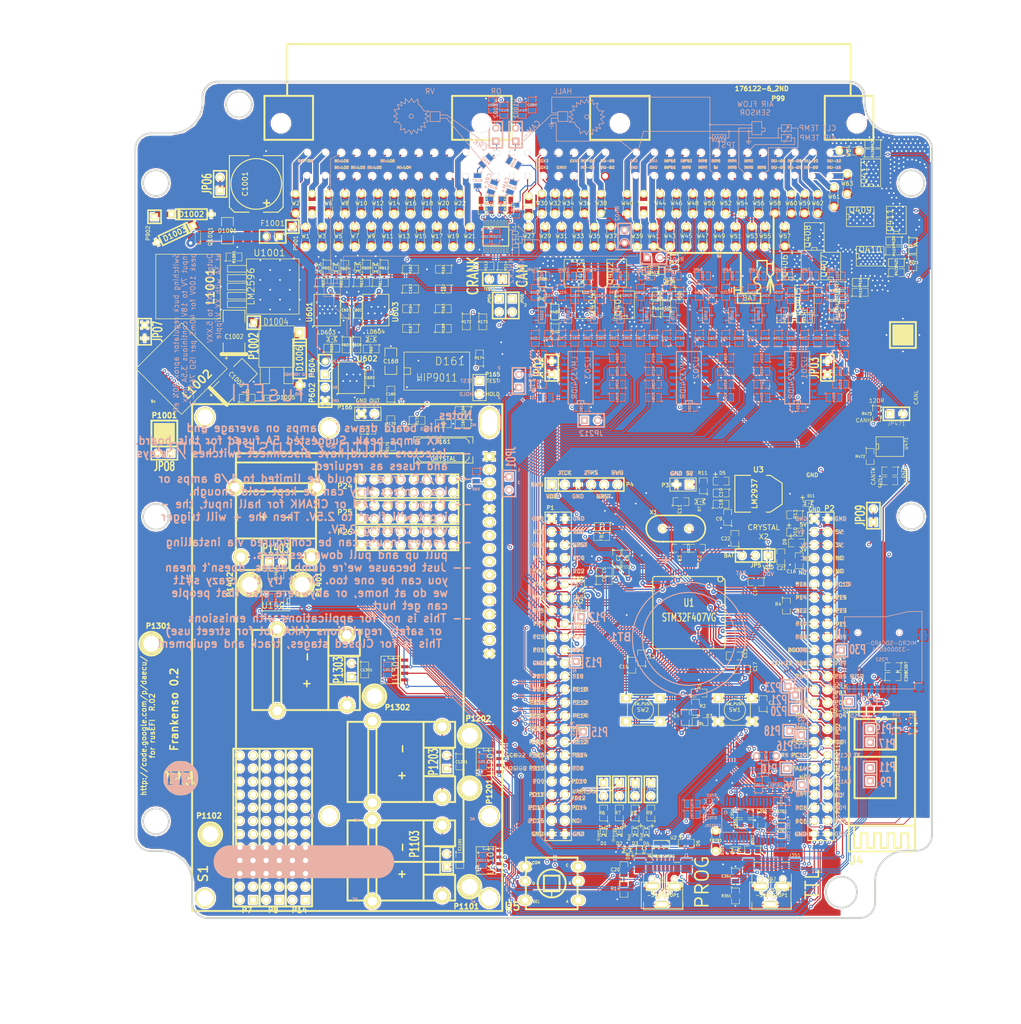
<source format=kicad_pcb>
(kicad_pcb (version 3) (host pcbnew "(2013-07-07 BZR 4022)-stable")
  (title_block (title Frankenso) (rev R.02) (company http://rusefi.com/))
  (layers (15 F.Cu signal) (2 PWR power hide) (1 GND power hide) (0 B.Cu signal) (18 B.Paste user) (19 F.Paste user) (20 B.SilkS user) (21 F.SilkS user) (22 B.Mask user) (23 F.Mask user) (28 Edge.Cuts user))
  (net 0 "")
  (net 1 /DD_HIP9011/5V)
  (net 2 /DD_HIP9011/CS)
  (net 3 /DD_HIP9011/INT/HLD)
  (net 4 /DD_HIP9011/INTOUT)
  (net 5 /DD_HIP9011/KNOCK1)
  (net 6 /DD_HIP9011/KNOCK2)
  (net 7 /DD_HIP9011/OUT)
  (net 8 /DD_HIP9011/TEST)
  (net 9 /HD44780_VCC)
  (net 10 /PWR_buck_12V_switcher/FB)
  (net 11 /PWR_buck_12V_switcher/OUT)
  (net 12 /PWR_buck_12V_switcher/VBAT)
  (net 13 /PWR_buck_12V_switcher/Vf)
  (net 14 /adc_amp_divider/INP1)
  (net 15 /adc_amp_divider/INP10)
  (net 16 /adc_amp_divider/INP11)
  (net 17 /adc_amp_divider/INP12)
  (net 18 /adc_amp_divider/INP2)
  (net 19 /adc_amp_divider/INP3)
  (net 20 /adc_amp_divider/INP4)
  (net 21 /adc_amp_divider/INP5)
  (net 22 /adc_amp_divider/INP6)
  (net 23 /adc_amp_divider/INP7)
  (net 24 /adc_amp_divider/INP8)
  (net 25 /adc_amp_divider/INP9)
  (net 26 /adc_amp_divider/OUT1)
  (net 27 /adc_amp_divider/OUT10)
  (net 28 /adc_amp_divider/OUT11)
  (net 29 /adc_amp_divider/OUT12)
  (net 30 /adc_amp_divider/OUT2)
  (net 31 /adc_amp_divider/OUT3)
  (net 32 /adc_amp_divider/OUT4)
  (net 33 /adc_amp_divider/OUT5)
  (net 34 /adc_amp_divider/OUT6)
  (net 35 /adc_amp_divider/OUT7)
  (net 36 /adc_amp_divider/OUT8)
  (net 37 /adc_amp_divider/OUT9)
  (net 38 /can_brd_1/3.3V)
  (net 39 /can_brd_1/CANH)
  (net 40 /can_brd_1/CANL)
  (net 41 /can_brd_1/CAN_RX)
  (net 42 /can_brd_1/CAN_TX)
  (net 43 /cps_vrs_io_1/CAM)
  (net 44 /cps_vrs_io_1/CAM+)
  (net 45 /cps_vrs_io_1/CAM-)
  (net 46 /cps_vrs_io_1/CRANK)
  (net 47 /cps_vrs_io_1/CRK2+)
  (net 48 /cps_vrs_io_1/CRK2-)
  (net 49 /hi-lo/12V)
  (net 50 /hi-lo/HL1)
  (net 51 /hi-lo/HL2)
  (net 52 /hi-lo/HL3)
  (net 53 /hi-lo/HL4)
  (net 54 /hi-lo/HL5)
  (net 55 /hi-lo/HL6)
  (net 56 /hi-lo/H_IN1)
  (net 57 /hi-lo/H_IN2)
  (net 58 /hi-lo/H_IN3)
  (net 59 /hi-lo/H_IN4)
  (net 60 /hi-lo/H_IN5)
  (net 61 /hi-lo/H_IN6)
  (net 62 /hi-lo/VP)
  (net 63 /inj_12ch/5V)
  (net 64 /inj_12ch/INJ-01)
  (net 65 /inj_12ch/INJ-01_2)
  (net 66 /inj_12ch/INJ-01_5V)
  (net 67 /inj_12ch/INJ-02)
  (net 68 /inj_12ch/INJ-02_5V)
  (net 69 /inj_12ch/INJ-03)
  (net 70 /inj_12ch/INJ-03_5V)
  (net 71 /inj_12ch/INJ-04)
  (net 72 /inj_12ch/INJ-04_5V)
  (net 73 /inj_12ch/INJ-05)
  (net 74 /inj_12ch/INJ-05_5V)
  (net 75 /inj_12ch/INJ-06)
  (net 76 /inj_12ch/INJ-06_5V)
  (net 77 /inj_12ch/INJ-07)
  (net 78 /inj_12ch/INJ-07_5V)
  (net 79 /inj_12ch/INJ-08)
  (net 80 /inj_12ch/INJ-08_5V)
  (net 81 /inj_12ch/INJ-09)
  (net 82 /inj_12ch/INJ-09_5V)
  (net 83 /inj_12ch/INJ-10)
  (net 84 /inj_12ch/INJ-10_5V)
  (net 85 /inj_12ch/INJ-11)
  (net 86 /inj_12ch/INJ-11_5V)
  (net 87 /inj_12ch/INJ-12)
  (net 88 /inj_12ch/INJ-12_5V)
  (net 89 /mmc_usb_1/CB2)
  (net 90 /mmc_usb_1/CB4)
  (net 91 /mmc_usb_1/CS_SD_MODULE)
  (net 92 /mmc_usb_1/D+)
  (net 93 /mmc_usb_1/D-)
  (net 94 /mmc_usb_1/FTVCC)
  (net 95 /mmc_usb_1/PWREN#)
  (net 96 /mmc_usb_1/RESET)
  (net 97 /mmc_usb_1/RI)
  (net 98 /mmc_usb_1/Vbus)
  (net 99 /mmc_usb_1/shield)
  (net 100 /stm32f407_board/5Vi)
  (net 101 /stm32f407_board/BOOT0)
  (net 102 /stm32f407_board/D+)
  (net 103 /stm32f407_board/D-)
  (net 104 /stm32f407_board/NRST)
  (net 105 /stm32f407_board/PA10)
  (net 106 /stm32f407_board/PA11)
  (net 107 /stm32f407_board/PA12)
  (net 108 /stm32f407_board/PA15)
  (net 109 /stm32f407_board/PA5)
  (net 110 /stm32f407_board/PA9)
  (net 111 /stm32f407_board/PB0)
  (net 112 /stm32f407_board/PB1)
  (net 113 /stm32f407_board/PB10)
  (net 114 /stm32f407_board/PB13)
  (net 115 /stm32f407_board/PB14)
  (net 116 /stm32f407_board/PB15)
  (net 117 /stm32f407_board/PB3)
  (net 118 /stm32f407_board/PB5)
  (net 119 /stm32f407_board/PC10)
  (net 120 /stm32f407_board/PC11)
  (net 121 /stm32f407_board/PC12)
  (net 122 /stm32f407_board/PC6)
  (net 123 /stm32f407_board/PC8)
  (net 124 /stm32f407_board/PD0)
  (net 125 /stm32f407_board/PD1)
  (net 126 /stm32f407_board/PD10)
  (net 127 /stm32f407_board/PD11)
  (net 128 /stm32f407_board/PD13)
  (net 129 /stm32f407_board/PD14)
  (net 130 /stm32f407_board/PD15)
  (net 131 /stm32f407_board/PD2)
  (net 132 /stm32f407_board/PD3)
  (net 133 /stm32f407_board/PD5)
  (net 134 /stm32f407_board/PD6)
  (net 135 /stm32f407_board/PD8)
  (net 136 /stm32f407_board/PD9)
  (net 137 /stm32f407_board/PE11)
  (net 138 /stm32f407_board/PE13)
  (net 139 /stm32f407_board/PE15)
  (net 140 /stm32f407_board/PE7)
  (net 141 /stm32f407_board/PE9)
  (net 142 /stm32f407_board/VDD)
  (net 143 /stm32f407_board/shield)
  (net 144 /thermocouple1//CS)
  (net 145 /thermocouple1/MISO)
  (net 146 /thermocouple1/TCPL+)
  (net 147 /thermocouple1/TCPL-)
  (net 148 /thermocouple2//CS)
  (net 149 /thermocouple2/TCPL+)
  (net 150 /thermocouple2/TCPL-)
  (net 151 /thermocouple3//CS)
  (net 152 /thermocouple3/TCPL+)
  (net 153 /thermocouple3/TCPL-)
  (net 154 /thermocouple4//CS)
  (net 155 /thermocouple4/TCPL+)
  (net 156 /thermocouple4/TCPL-)
  (net 157 GND)
  (net 158 N-00000244)
  (net 159 N-00000245)
  (net 160 N-00000246)
  (net 161 N-00000247)
  (net 162 N-00000248)
  (net 163 N-00000249)
  (net 164 N-00000250)
  (net 165 N-00000251)
  (net 166 N-00000252)
  (net 167 N-00000253)
  (net 168 N-00000255)
  (net 169 N-00000257)
  (net 170 N-00000258)
  (net 171 N-00000262)
  (net 172 N-00000264)
  (net 173 N-00000266)
  (net 174 N-00000268)
  (net 175 N-00000270)
  (net 176 N-00000272)
  (net 177 N-00000274)
  (net 178 N-00000277)
  (net 179 N-00000279)
  (net 180 N-00000281)
  (net 181 N-00000282)
  (net 182 N-00000283)
  (net 183 N-00000285)
  (net 184 N-00000286)
  (net 185 N-00000287)
  (net 186 N-00000288)
  (net 187 N-00000289)
  (net 188 N-00000290)
  (net 189 N-00000291)
  (net 190 N-00000292)
  (net 191 N-00000294)
  (net 192 N-00000296)
  (net 193 N-00000299)
  (net 194 N-00000301)
  (net 195 N-00000303)
  (net 196 N-00000317)
  (net 197 N-00000319)
  (net 198 N-00000320)
  (net 199 N-00000321)
  (net 200 N-00000322)
  (net 201 N-00000323)
  (net 202 N-00000324)
  (net 203 N-00000325)
  (net 204 N-00000326)
  (net 205 N-00000327)
  (net 206 N-00000328)
  (net 207 N-00000329)
  (net 208 N-00000331)
  (net 209 N-00000332)
  (net 210 N-00000336)
  (net 211 N-00000338)
  (net 212 N-00000339)
  (net 213 N-00000340)
  (net 214 N-00000341)
  (net 215 N-00000342)
  (net 216 N-00000343)
  (net 217 N-00000344)
  (net 218 N-00000346)
  (net 219 N-00000362)
  (net 220 N-00000363)
  (net 221 N-00000364)
  (net 222 N-00000365)
  (net 223 N-00000366)
  (net 224 N-00000367)
  (net 225 N-00000368)
  (net 226 N-00000369)
  (net 227 N-00000370)
  (net 228 N-00000373)
  (net 229 N-00000374)
  (net 230 N-00000376)
  (net 231 N-00000377)
  (net 232 N-00000378)
  (net 233 N-00000379)
  (net 234 N-00000380)
  (net 235 N-00000383)
  (net 236 N-00000386)
  (net 237 N-00000389)
  (net 238 N-00000393)
  (net 239 N-00000395)
  (net 240 N-00000396)
  (net 241 N-00000397)
  (net 242 N-00000398)
  (net 243 N-00000401)
  (net 244 N-00000402)
  (net 245 N-00000403)
  (net 246 N-00000406)
  (net 247 N-00000407)
  (net 248 N-00000408)
  (net 249 N-00000409)
  (net 250 N-00000410)
  (net 251 N-00000411)
  (net 252 N-00000412)
  (net 253 N-00000413)
  (net 254 N-00000414)
  (net 255 N-00000415)
  (net 256 N-00000416)
  (net 257 N-00000418)
  (net 258 N-00000419)
  (net 259 N-00000421)
  (net 260 N-00000424)
  (net 261 N-00000425)
  (net 262 N-00000426)
  (net 263 N-00000427)
  (net 264 N-00000428)
  (net 265 N-00000429)
  (net 266 N-00000433)
  (net 267 N-00000434)
  (net 268 N-00000435)
  (net 269 N-00000436)
  (net 270 N-00000437)
  (net 271 N-00000442)
  (net 272 N-00000445)
  (net 273 N-00000446)
  (net 274 N-00000447)
  (net 275 N-00000448)
  (net 276 N-00000450)
  (net 277 N-00000460)
  (net 278 N-00000461)
  (net 279 N-00000471)
  (net 280 N-00000472)
  (net 281 N-00000474)
  (net 282 N-00000475)
  (net 283 N-00000476)
  (net 284 N-00000479)
  (net 285 N-00000480)
  (net 286 N-00000481)
  (net 287 N-00000482)
  (net 288 N-00000483)
  (net 289 N-00000484)
  (net 290 N-00000485)
  (net 291 N-00000488)
  (net 292 N-00000489)
  (net 293 N-00000490)
  (net 294 N-00000491)
  (net 295 N-00000492)
  (net 296 N-00000493)
  (net 297 N-00000494)
  (net 298 N-00000495)
  (net 299 N-00000498)
  (net 300 N-00000502)
  (net 301 N-00000503)
  (net 302 N-00000504)
  (net 303 N-00000506)
  (net 304 N-00000507)
  (net 305 N-00000508)
  (net 306 N-00000509)
  (net 307 N-00000510)
  (net 308 N-00000511)
  (net 309 N-00000514)
  (net 310 N-00000515)
  (net 311 N-00000516)
  (net 312 N-00000520)
  (net 313 N-00000525)
  (net 314 N-00000528)
  (net 315 N-00000529)
  (net 316 N-00000530)
  (net 317 N-00000531)
  (net 318 N-00000535)
  (net 319 N-00000536)
  (net 320 N-00000537)
  (net 321 N-00000538)
  (net 322 N-00000539)
  (net 323 N-00000540)
  (net 324 N-00000541)
  (net 325 N-00000542)
  (net 326 N-00000543)
  (net 327 N-00000547)
  (net 328 N-00000548)
  (net 329 N-00000549)
  (net 330 N-00000551)
  (net 331 N-00000552)
  (net 332 N-00000554)
  (net 333 N-00000563)
  (net 334 N-00000564)
  (net 335 N-00000565)
  (net 336 N-00000566)
  (net 337 N-00000567)
  (module DISPLAY_4x20_BL (layer F.Cu) (at 176.53 106.045 270)
    (fp_text reference S1 (at 88.265 55.372 270) (layer F.SilkS) (effects (font (size 1.778 1.778) (thickness 0.3048))))
    (fp_text value DISPLAY_BL hide)
    (pad "" thru_hole circle (at 2.12 31 270) (size 3.81 3.81) (drill 3.048) (layers *.Cu *.Mask F.SilkS))
    (pad "" thru_hole circle (at 77.12 31 270) (size 3.81 3.81) (drill 3.048) (layers *.Cu *.Mask F.SilkS))
    (pad "" thru_hole circle (at 77.12 0 270) (size 3.81 3.81) (drill 3.048) (layers *.Cu *.Mask F.SilkS))
    (pad A thru_hole oval (at 43.18 0 270) (size 1.651 2.159) (drill 1.016) (layers *.Cu *.Mask F.SilkS) (net 9 /HD44780_VCC))
    (pad K thru_hole oval (at 45.72 0 270) (size 1.651 2.159) (drill 1.016) (layers *.Cu *.Mask F.SilkS) (net 157 GND))
    (pad 1 thru_hole rect (at 7.62 0 270) (size 1.651 2.159) (drill 1.016) (layers *.Cu *.Mask F.SilkS) (net 157 GND))
    (pad 2 thru_hole oval (at 10.16 0 270) (size 1.651 2.159) (drill 1.016) (layers *.Cu *.Mask F.SilkS) (net 9 /HD44780_VCC))
    (pad 3 thru_hole oval (at 12.7 0 270) (size 1.651 2.159) (drill 1.016) (layers *.Cu *.Mask F.SilkS) (net 175 N-00000270))
    (pad 4 thru_hole oval (at 15.24 0 270) (size 1.651 2.159) (drill 1.016) (layers *.Cu *.Mask F.SilkS) (net 140 /stm32f407_board/PE7))
    (pad 5 thru_hole oval (at 17.78 0 270) (size 1.651 2.159) (drill 1.016) (layers *.Cu *.Mask F.SilkS) (net 157 GND))
    (pad 6 thru_hole oval (at 20.32 0 270) (size 1.651 2.159) (drill 1.016) (layers *.Cu *.Mask F.SilkS) (net 141 /stm32f407_board/PE9))
    (pad 7 thru_hole oval (at 22.86 0 270) (size 1.651 2.159) (drill 1.016) (layers *.Cu *.Mask F.SilkS))
    (pad 8 thru_hole oval (at 25.4 0 270) (size 1.651 2.159) (drill 1.016) (layers *.Cu *.Mask F.SilkS))
    (pad 9 thru_hole oval (at 27.94 0 270) (size 1.651 2.159) (drill 1.016) (layers *.Cu *.Mask F.SilkS))
    (pad 10 thru_hole oval (at 30.48 0 270) (size 1.651 2.159) (drill 1.016) (layers *.Cu *.Mask F.SilkS))
    (pad 11 thru_hole oval (at 33.02 0 270) (size 1.651 2.159) (drill 1.016) (layers *.Cu *.Mask F.SilkS) (net 137 /stm32f407_board/PE11))
    (pad 12 thru_hole oval (at 35.56 0 270) (size 1.651 2.159) (drill 1.016) (layers *.Cu *.Mask F.SilkS) (net 138 /stm32f407_board/PE13))
    (pad 13 thru_hole oval (at 38.1 0 270) (size 1.651 2.159) (drill 1.016) (layers *.Cu *.Mask F.SilkS) (net 139 /stm32f407_board/PE15))
    (pad 14 thru_hole oval (at 40.64 0 270) (size 1.651 2.159) (drill 1.016) (layers *.Cu *.Mask F.SilkS) (net 113 /stm32f407_board/PB10))
    (pad "" thru_hole oval (at 1.06 0 270) (size 6 3.81) (drill oval 5.02 3.048) (layers *.Cu *.Mask F.SilkS))
    (pad "" thru_hole circle (at 92.99956 0 270) (size 3.81 3.81) (drill 3.048) (layers *.Cu *.Mask F.SilkS))
    (pad "" thru_hole circle (at 0 55.0037 270) (size 3.81 3.81) (drill 3.048) (layers *.Cu *.Mask F.SilkS))
    (pad "" thru_hole circle (at 92.99956 55.00116 270) (size 3.81 3.81) (drill 3.048) (layers *.Cu *.Mask F.SilkS))
  )
  (module TQFP_100 (layer F.Cu) (at 215.138 143.85036)
    (fp_text reference U1 (at 0 -1.905) (layer F.SilkS) (effects (font (size 1.524 1.016) (thickness 0.2032))))
    (fp_text value STM32F407VG (at 0.0254 0.9398) (layer F.SilkS) (effects (font (size 1.524 1.016) (thickness 0.2032))))
    (pad 100 smd rect (at 7.747 -5.9944) (size 1.016 0.254) (layers F.Cu F.Paste F.Mask) (net 142 /stm32f407_board/VDD))
    (pad 76 smd rect (at 7.747 5.9944) (size 1.016 0.254) (layers F.Cu F.Paste F.Mask) (net 148 /thermocouple2//CS))
    (pad 77 smd rect (at 7.747 5.4864) (size 1.016 0.254) (layers F.Cu F.Paste F.Mask) (net 108 /stm32f407_board/PA15))
    (pad 78 smd rect (at 7.747 5.0038) (size 1.016 0.254) (layers F.Cu F.Paste F.Mask) (net 119 /stm32f407_board/PC10))
    (pad 79 smd rect (at 7.747 4.4958) (size 1.016 0.254) (layers F.Cu F.Paste F.Mask) (net 120 /stm32f407_board/PC11))
    (pad 80 smd rect (at 7.747 3.9878) (size 1.016 0.254) (layers F.Cu F.Paste F.Mask) (net 121 /stm32f407_board/PC12))
    (pad 81 smd rect (at 7.747 3.5052) (size 1.016 0.254) (layers F.Cu F.Paste F.Mask) (net 124 /stm32f407_board/PD0))
    (pad 82 smd rect (at 7.747 2.9972) (size 1.016 0.254) (layers F.Cu F.Paste F.Mask) (net 125 /stm32f407_board/PD1))
    (pad 83 smd rect (at 7.747 2.4892) (size 1.016 0.254) (layers F.Cu F.Paste F.Mask) (net 131 /stm32f407_board/PD2))
    (pad 84 smd rect (at 7.747 2.0066) (size 1.016 0.254) (layers F.Cu F.Paste F.Mask) (net 132 /stm32f407_board/PD3))
    (pad 85 smd rect (at 7.747 1.4986) (size 1.016 0.254) (layers F.Cu F.Paste F.Mask) (net 91 /mmc_usb_1/CS_SD_MODULE))
    (pad 86 smd rect (at 7.747 0.9906) (size 1.016 0.254) (layers F.Cu F.Paste F.Mask) (net 133 /stm32f407_board/PD5))
    (pad 87 smd rect (at 7.747 0.4826) (size 1.016 0.254) (layers F.Cu F.Paste F.Mask) (net 134 /stm32f407_board/PD6))
    (pad 88 smd rect (at 7.747 0) (size 1.016 0.254) (layers F.Cu F.Paste F.Mask) (net 70 /inj_12ch/INJ-03_5V))
    (pad 89 smd rect (at 7.747 -0.508) (size 1.016 0.254) (layers F.Cu F.Paste F.Mask) (net 117 /stm32f407_board/PB3))
    (pad 90 smd rect (at 7.747 -1.016) (size 1.016 0.254) (layers F.Cu F.Paste F.Mask) (net 145 /thermocouple1/MISO))
    (pad 91 smd rect (at 7.747 -1.4986) (size 1.016 0.254) (layers F.Cu F.Paste F.Mask) (net 118 /stm32f407_board/PB5))
    (pad 92 smd rect (at 7.747 -2.0066) (size 1.016 0.254) (layers F.Cu F.Paste F.Mask) (net 42 /can_brd_1/CAN_TX))
    (pad 93 smd rect (at 7.747 -2.5146) (size 1.016 0.254) (layers F.Cu F.Paste F.Mask) (net 88 /inj_12ch/INJ-12_5V))
    (pad 94 smd rect (at 7.747 -2.9972) (size 1.016 0.254) (layers F.Cu F.Paste F.Mask) (net 101 /stm32f407_board/BOOT0))
    (pad 95 smd rect (at 7.747 -3.5052) (size 1.016 0.254) (layers F.Cu F.Paste F.Mask) (net 86 /inj_12ch/INJ-11_5V))
    (pad 96 smd rect (at 7.747 -4.0132) (size 1.016 0.254) (layers F.Cu F.Paste F.Mask) (net 82 /inj_12ch/INJ-09_5V))
    (pad 97 smd rect (at 7.747 -4.4958) (size 1.016 0.254) (layers F.Cu F.Paste F.Mask) (net 84 /inj_12ch/INJ-10_5V))
    (pad 98 smd rect (at 7.747 -5.0038) (size 1.016 0.254) (layers F.Cu F.Paste F.Mask) (net 78 /inj_12ch/INJ-07_5V))
    (pad 99 smd rect (at 7.747 -5.5118) (size 1.016 0.254) (layers F.Cu F.Paste F.Mask) (net 157 GND))
    (pad 75 smd rect (at 5.9944 7.747) (size 0.254 1.016) (layers F.Cu F.Paste F.Mask) (net 142 /stm32f407_board/VDD))
    (pad 51 smd rect (at -5.9944 7.747) (size 0.254 1.016) (layers F.Cu F.Paste F.Mask) (net 144 /thermocouple1//CS))
    (pad 52 smd rect (at -5.4864 7.747) (size 0.254 1.016) (layers F.Cu F.Paste F.Mask) (net 114 /stm32f407_board/PB13))
    (pad 53 smd rect (at -5.0038 7.747) (size 0.254 1.016) (layers F.Cu F.Paste F.Mask) (net 115 /stm32f407_board/PB14))
    (pad 54 smd rect (at -4.4958 7.747) (size 0.254 1.016) (layers F.Cu F.Paste F.Mask) (net 116 /stm32f407_board/PB15))
    (pad 55 smd rect (at -3.9878 7.747) (size 0.254 1.016) (layers F.Cu F.Paste F.Mask) (net 135 /stm32f407_board/PD8))
    (pad 56 smd rect (at -3.5052 7.747) (size 0.254 1.016) (layers F.Cu F.Paste F.Mask) (net 136 /stm32f407_board/PD9))
    (pad 57 smd rect (at -2.9972 7.747) (size 0.254 1.016) (layers F.Cu F.Paste F.Mask) (net 126 /stm32f407_board/PD10))
    (pad 58 smd rect (at -2.4892 7.747) (size 0.254 1.016) (layers F.Cu F.Paste F.Mask) (net 127 /stm32f407_board/PD11))
    (pad 59 smd rect (at -2.0066 7.747) (size 0.254 1.016) (layers F.Cu F.Paste F.Mask) (net 41 /can_brd_1/CAN_RX))
    (pad 60 smd rect (at -1.4986 7.747) (size 0.254 1.016) (layers F.Cu F.Paste F.Mask) (net 128 /stm32f407_board/PD13))
    (pad 61 smd rect (at -0.9906 7.747) (size 0.254 1.016) (layers F.Cu F.Paste F.Mask) (net 129 /stm32f407_board/PD14))
    (pad 62 smd rect (at -0.4826 7.747) (size 0.254 1.016) (layers F.Cu F.Paste F.Mask) (net 130 /stm32f407_board/PD15))
    (pad 63 smd rect (at 0 7.747) (size 0.254 1.016) (layers F.Cu F.Paste F.Mask) (net 122 /stm32f407_board/PC6))
    (pad 64 smd rect (at 0.508 7.747) (size 0.254 1.016) (layers F.Cu F.Paste F.Mask) (net 56 /hi-lo/H_IN1))
    (pad 65 smd rect (at 1.016 7.747) (size 0.254 1.016) (layers F.Cu F.Paste F.Mask) (net 123 /stm32f407_board/PC8))
    (pad 66 smd rect (at 1.4986 7.747) (size 0.254 1.016) (layers F.Cu F.Paste F.Mask) (net 58 /hi-lo/H_IN3))
    (pad 67 smd rect (at 2.0066 7.747) (size 0.254 1.016) (layers F.Cu F.Paste F.Mask) (net 151 /thermocouple3//CS))
    (pad 68 smd rect (at 2.5146 7.747) (size 0.254 1.016) (layers F.Cu F.Paste F.Mask) (net 110 /stm32f407_board/PA9))
    (pad 69 smd rect (at 2.9972 7.747) (size 0.254 1.016) (layers F.Cu F.Paste F.Mask) (net 105 /stm32f407_board/PA10))
    (pad 70 smd rect (at 3.5052 7.747) (size 0.254 1.016) (layers F.Cu F.Paste F.Mask) (net 106 /stm32f407_board/PA11))
    (pad 71 smd rect (at 4.0132 7.747) (size 0.254 1.016) (layers F.Cu F.Paste F.Mask) (net 107 /stm32f407_board/PA12))
    (pad 72 smd rect (at 4.4958 7.747) (size 0.254 1.016) (layers F.Cu F.Paste F.Mask) (net 154 /thermocouple4//CS))
    (pad 73 smd rect (at 5.0038 7.747) (size 0.254 1.016) (layers F.Cu F.Paste F.Mask) (net 334 N-00000564))
    (pad 74 smd rect (at 5.5118 7.747) (size 0.254 1.016) (layers F.Cu F.Paste F.Mask) (net 157 GND))
    (pad 1 smd rect (at 5.9944 -7.747) (size 0.254 1.016) (layers F.Cu F.Paste F.Mask) (net 80 /inj_12ch/INJ-08_5V))
    (pad 2 smd rect (at 5.4864 -7.747) (size 0.254 1.016) (layers F.Cu F.Paste F.Mask) (net 74 /inj_12ch/INJ-05_5V))
    (pad 3 smd rect (at 5.0038 -7.747) (size 0.254 1.016) (layers F.Cu F.Paste F.Mask) (net 76 /inj_12ch/INJ-06_5V))
    (pad 4 smd rect (at 4.4958 -7.747) (size 0.254 1.016) (layers F.Cu F.Paste F.Mask) (net 68 /inj_12ch/INJ-02_5V))
    (pad 5 smd rect (at 3.9878 -7.747) (size 0.254 1.016) (layers F.Cu F.Paste F.Mask) (net 66 /inj_12ch/INJ-01_5V))
    (pad 6 smd rect (at 3.5052 -7.747) (size 0.254 1.016) (layers F.Cu F.Paste F.Mask) (net 317 N-00000531))
    (pad 7 smd rect (at 2.9972 -7.747) (size 0.254 1.016) (layers F.Cu F.Paste F.Mask) (net 72 /inj_12ch/INJ-04_5V))
    (pad 8 smd rect (at 2.4892 -7.747) (size 0.254 1.016) (layers F.Cu F.Paste F.Mask) (net 328 N-00000548))
    (pad 9 smd rect (at 2.0066 -7.747) (size 0.254 1.016) (layers F.Cu F.Paste F.Mask) (net 327 N-00000547))
    (pad 10 smd rect (at 1.4986 -7.747) (size 0.254 1.016) (layers F.Cu F.Paste F.Mask) (net 157 GND))
    (pad 11 smd rect (at 0.9906 -7.747) (size 0.254 1.016) (layers F.Cu F.Paste F.Mask) (net 142 /stm32f407_board/VDD))
    (pad 12 smd rect (at 0.4826 -7.747) (size 0.254 1.016) (layers F.Cu F.Paste F.Mask) (net 329 N-00000549))
    (pad 13 smd rect (at 0 -7.747) (size 0.254 1.016) (layers F.Cu F.Paste F.Mask) (net 333 N-00000563))
    (pad 14 smd rect (at -0.508 -7.747) (size 0.254 1.016) (layers F.Cu F.Paste F.Mask) (net 104 /stm32f407_board/NRST))
    (pad 15 smd rect (at -1.016 -7.747) (size 0.254 1.016) (layers F.Cu F.Paste F.Mask) (net 7 /DD_HIP9011/OUT))
    (pad 16 smd rect (at -1.4986 -7.747) (size 0.254 1.016) (layers F.Cu F.Paste F.Mask) (net 30 /adc_amp_divider/OUT2))
    (pad 17 smd rect (at -2.0066 -7.747) (size 0.254 1.016) (layers F.Cu F.Paste F.Mask) (net 26 /adc_amp_divider/OUT1))
    (pad 18 smd rect (at -2.5146 -7.747) (size 0.254 1.016) (layers F.Cu F.Paste F.Mask) (net 32 /adc_amp_divider/OUT4))
    (pad 19 smd rect (at -2.9972 -7.747) (size 0.254 1.016) (layers F.Cu F.Paste F.Mask) (net 142 /stm32f407_board/VDD))
    (pad 20 smd rect (at -3.5052 -7.747) (size 0.254 1.016) (layers F.Cu F.Paste F.Mask) (net 157 GND))
    (pad 21 smd rect (at -4.0132 -7.747) (size 0.254 1.016) (layers F.Cu F.Paste F.Mask) (net 314 N-00000528))
    (pad 22 smd rect (at -4.4958 -7.747) (size 0.254 1.016) (layers F.Cu F.Paste F.Mask) (net 337 N-00000567))
    (pad 23 smd rect (at -5.0038 -7.747) (size 0.254 1.016) (layers F.Cu F.Paste F.Mask) (net 31 /adc_amp_divider/OUT3))
    (pad 24 smd rect (at -5.5118 -7.747) (size 0.254 1.016) (layers F.Cu F.Paste F.Mask) (net 34 /adc_amp_divider/OUT6))
    (pad 25 smd rect (at -5.9944 -7.747) (size 0.254 1.016) (layers F.Cu F.Paste F.Mask) (net 33 /adc_amp_divider/OUT5))
    (pad 26 smd rect (at -7.747 -5.9944) (size 1.016 0.254) (layers F.Cu F.Paste F.Mask) (net 36 /adc_amp_divider/OUT8))
    (pad 27 smd rect (at -7.747 -5.4864) (size 1.016 0.254) (layers F.Cu F.Paste F.Mask) (net 157 GND))
    (pad 28 smd rect (at -7.747 -5.0038) (size 1.016 0.254) (layers F.Cu F.Paste F.Mask) (net 142 /stm32f407_board/VDD))
    (pad 29 smd rect (at -7.747 -4.4958) (size 1.016 0.254) (layers F.Cu F.Paste F.Mask) (net 35 /adc_amp_divider/OUT7))
    (pad 30 smd rect (at -7.747 -3.9878) (size 1.016 0.254) (layers F.Cu F.Paste F.Mask) (net 109 /stm32f407_board/PA5))
    (pad 31 smd rect (at -7.747 -3.5052) (size 1.016 0.254) (layers F.Cu F.Paste F.Mask) (net 27 /adc_amp_divider/OUT10))
    (pad 32 smd rect (at -7.747 -2.9972) (size 1.016 0.254) (layers F.Cu F.Paste F.Mask) (net 37 /adc_amp_divider/OUT9))
    (pad 33 smd rect (at -7.747 -2.4892) (size 1.016 0.254) (layers F.Cu F.Paste F.Mask) (net 29 /adc_amp_divider/OUT12))
    (pad 34 smd rect (at -7.747 -2.0066) (size 1.016 0.254) (layers F.Cu F.Paste F.Mask) (net 28 /adc_amp_divider/OUT11))
    (pad 35 smd rect (at -7.747 -1.4986) (size 1.016 0.254) (layers F.Cu F.Paste F.Mask) (net 111 /stm32f407_board/PB0))
    (pad 36 smd rect (at -7.747 -0.9906) (size 1.016 0.254) (layers F.Cu F.Paste F.Mask) (net 112 /stm32f407_board/PB1))
    (pad 37 smd rect (at -7.747 -0.4826) (size 1.016 0.254) (layers F.Cu F.Paste F.Mask) (net 157 GND))
    (pad 38 smd rect (at -7.747 0) (size 1.016 0.254) (layers F.Cu F.Paste F.Mask) (net 140 /stm32f407_board/PE7))
    (pad 39 smd rect (at -7.747 0.508) (size 1.016 0.254) (layers F.Cu F.Paste F.Mask) (net 60 /hi-lo/H_IN5))
    (pad 40 smd rect (at -7.747 1.016) (size 1.016 0.254) (layers F.Cu F.Paste F.Mask) (net 141 /stm32f407_board/PE9))
    (pad 41 smd rect (at -7.747 1.4986) (size 1.016 0.254) (layers F.Cu F.Paste F.Mask) (net 61 /hi-lo/H_IN6))
    (pad 42 smd rect (at -7.747 2.0066) (size 1.016 0.254) (layers F.Cu F.Paste F.Mask) (net 137 /stm32f407_board/PE11))
    (pad 43 smd rect (at -7.747 2.5146) (size 1.016 0.254) (layers F.Cu F.Paste F.Mask) (net 59 /hi-lo/H_IN4))
    (pad 44 smd rect (at -7.747 2.9972) (size 1.016 0.254) (layers F.Cu F.Paste F.Mask) (net 138 /stm32f407_board/PE13))
    (pad 45 smd rect (at -7.747 3.5052) (size 1.016 0.254) (layers F.Cu F.Paste F.Mask) (net 57 /hi-lo/H_IN2))
    (pad 46 smd rect (at -7.747 4.0132) (size 1.016 0.254) (layers F.Cu F.Paste F.Mask) (net 139 /stm32f407_board/PE15))
    (pad 47 smd rect (at -7.747 4.4958) (size 1.016 0.254) (layers F.Cu F.Paste F.Mask) (net 113 /stm32f407_board/PB10))
    (pad 48 smd rect (at -7.747 5.0038) (size 1.016 0.254) (layers F.Cu F.Paste F.Mask) (net 3 /DD_HIP9011/INT/HLD))
    (pad 49 smd rect (at -7.747 5.5118) (size 1.016 0.254) (layers F.Cu F.Paste F.Mask) (net 335 N-00000565))
    (pad 50 smd rect (at -7.747 5.9944) (size 1.016 0.254) (layers F.Cu F.Paste F.Mask) (net 142 /stm32f407_board/VDD))
    (pad NC1 smd circle (at 7.62 -7.62) (size 0.508 0.508) (layers F.Cu F.Mask))
  )
  (module maxim-10-QSOP16 (layer F.Cu) (at 177.8 71.12)
    (fp_text reference U101 (at 3.81 0 90) (layer F.SilkS) (effects (font (size 1.27 1.27) (thickness 0.0889))))
    (fp_text value MAX9926/9927 hide)
    (pad 1 smd rect (at -2.2225 2.68986) (size 0.44958 1.4986) (layers F.Cu F.Paste F.Mask) (net 157 GND))
    (pad 2 smd rect (at -1.5875 2.68986) (size 0.44958 1.4986) (layers F.Cu F.Paste F.Mask))
    (pad 3 smd rect (at -0.9525 2.68986) (size 0.44958 1.4986) (layers F.Cu F.Paste F.Mask) (net 157 GND))
    (pad 4 smd rect (at -0.3175 2.68986) (size 0.44958 1.4986) (layers F.Cu F.Paste F.Mask) (net 46 /cps_vrs_io_1/CRANK))
    (pad 5 smd rect (at 0.3175 2.68986) (size 0.44958 1.4986) (layers F.Cu F.Paste F.Mask) (net 43 /cps_vrs_io_1/CAM))
    (pad 6 smd rect (at 0.9525 2.68986) (size 0.44958 1.4986) (layers F.Cu F.Paste F.Mask) (net 157 GND))
    (pad 7 smd rect (at 1.5875 2.68986) (size 0.44958 1.4986) (layers F.Cu F.Paste F.Mask))
    (pad 8 smd rect (at 2.2225 2.68986) (size 0.44958 1.4986) (layers F.Cu F.Paste F.Mask) (net 157 GND))
    (pad 9 smd rect (at 2.2225 -2.68986) (size 0.44958 1.4986) (layers F.Cu F.Paste F.Mask) (net 286 N-00000481))
    (pad 10 smd rect (at 1.5875 -2.68986) (size 0.44958 1.4986) (layers F.Cu F.Paste F.Mask) (net 284 N-00000479))
    (pad 11 smd rect (at 0.9525 -2.68986) (size 0.44958 1.4986) (layers F.Cu F.Paste F.Mask) (net 157 GND))
    (pad 12 smd rect (at 0.3175 -2.68986) (size 0.44958 1.4986) (layers F.Cu F.Paste F.Mask) (net 157 GND))
    (pad 13 smd rect (at -0.3175 -2.68986) (size 0.44958 1.4986) (layers F.Cu F.Paste F.Mask) (net 157 GND))
    (pad 14 smd rect (at -0.9525 -2.68986) (size 0.44958 1.4986) (layers F.Cu F.Paste F.Mask) (net 1 /DD_HIP9011/5V))
    (pad 15 smd rect (at -1.5875 -2.68986) (size 0.44958 1.4986) (layers F.Cu F.Paste F.Mask) (net 287 N-00000482))
    (pad 16 smd rect (at -2.2225 -2.68986) (size 0.44958 1.4986) (layers F.Cu F.Paste F.Mask) (net 288 N-00000483))
    (pad NC smd circle (at -3.048 -1.524) (size 0.508 0.508) (layers F.Cu F.Mask))
  )
  (module SM0805_jumper (layer F.Cu) (at 198.12 64.77 90)
    (fp_text reference W38 (at 0.0635 0 180) (layer F.SilkS) (effects (font (size 0.762 0.762) (thickness 0.127))))
    (fp_text value TEST hide)
    (pad 1 smd rect (at -0.9525 0 90) (size 0.889 1.397) (layers F.Cu F.Paste F.Mask) (net 65 /inj_12ch/INJ-01_2))
    (pad 2 smd rect (at 0.9525 0 90) (size 0.889 1.397) (layers F.Cu F.Paste F.Mask) (net 184 N-00000286))
    (pad 2 thru_hole circle (at 1.905 0 90) (size 1.524 1.524) (drill 0.8128) (layers *.Cu *.Mask F.SilkS) (net 184 N-00000286))
    (pad 1 thru_hole circle (at -1.905 0 90) (size 1.524 1.524) (drill 0.8128) (layers *.Cu *.Mask F.SilkS) (net 65 /inj_12ch/INJ-01_2))
    (pad 2 smd rect (at 1.27 0 90) (size 1.524 0.2032) (layers F.Cu F.Paste F.Mask) (net 184 N-00000286))
    (pad 1 smd rect (at -1.27 0 90) (size 1.524 0.2032) (layers F.Cu F.Paste F.Mask) (net 65 /inj_12ch/INJ-01_2))
  )
  (module SM0805_jumper (layer F.Cu) (at 154.94 64.77 90)
    (fp_text reference W12 (at 0.0635 0 180) (layer F.SilkS) (effects (font (size 0.762 0.762) (thickness 0.127))))
    (fp_text value TEST hide)
    (pad 1 smd rect (at -0.9525 0 90) (size 0.889 1.397) (layers F.Cu F.Paste F.Mask) (net 55 /hi-lo/HL6))
    (pad 2 smd rect (at 0.9525 0 90) (size 0.889 1.397) (layers F.Cu F.Paste F.Mask) (net 205 N-00000327))
    (pad 2 thru_hole circle (at 1.905 0 90) (size 1.524 1.524) (drill 0.8128) (layers *.Cu *.Mask F.SilkS) (net 205 N-00000327))
    (pad 1 thru_hole circle (at -1.905 0 90) (size 1.524 1.524) (drill 0.8128) (layers *.Cu *.Mask F.SilkS) (net 55 /hi-lo/HL6))
    (pad 2 smd rect (at 1.27 0 90) (size 1.524 0.2032) (layers F.Cu F.Paste F.Mask) (net 205 N-00000327))
    (pad 1 smd rect (at -1.27 0 90) (size 1.524 0.2032) (layers F.Cu F.Paste F.Mask) (net 55 /hi-lo/HL6))
  )
  (module SM0805_jumper (layer F.Cu) (at 151.765 64.77 90)
    (fp_text reference W10 (at 0.0635 0 180) (layer F.SilkS) (effects (font (size 0.762 0.762) (thickness 0.127))))
    (fp_text value TEST hide)
    (pad 1 smd rect (at -0.9525 0 90) (size 0.889 1.397) (layers F.Cu F.Paste F.Mask))
    (pad 2 smd rect (at 0.9525 0 90) (size 0.889 1.397) (layers F.Cu F.Paste F.Mask) (net 211 N-00000338))
    (pad 2 thru_hole circle (at 1.905 0 90) (size 1.524 1.524) (drill 0.8128) (layers *.Cu *.Mask F.SilkS) (net 211 N-00000338))
    (pad 1 thru_hole circle (at -1.905 0 90) (size 1.524 1.524) (drill 0.8128) (layers *.Cu *.Mask F.SilkS))
    (pad 2 smd rect (at 1.27 0 90) (size 1.524 0.2032) (layers F.Cu F.Paste F.Mask) (net 211 N-00000338))
    (pad 1 smd rect (at -1.27 0 90) (size 1.524 0.2032) (layers F.Cu F.Paste F.Mask))
  )
  (module SM0805_jumper (layer F.Cu) (at 148.59 64.77 90)
    (fp_text reference W8 (at 0.0635 0 180) (layer F.SilkS) (effects (font (size 0.762 0.762) (thickness 0.127))))
    (fp_text value TEST hide)
    (pad 1 smd rect (at -0.9525 0 90) (size 0.889 1.397) (layers F.Cu F.Paste F.Mask) (net 51 /hi-lo/HL2))
    (pad 2 smd rect (at 0.9525 0 90) (size 0.889 1.397) (layers F.Cu F.Paste F.Mask) (net 213 N-00000340))
    (pad 2 thru_hole circle (at 1.905 0 90) (size 1.524 1.524) (drill 0.8128) (layers *.Cu *.Mask F.SilkS) (net 213 N-00000340))
    (pad 1 thru_hole circle (at -1.905 0 90) (size 1.524 1.524) (drill 0.8128) (layers *.Cu *.Mask F.SilkS) (net 51 /hi-lo/HL2))
    (pad 2 smd rect (at 1.27 0 90) (size 1.524 0.2032) (layers F.Cu F.Paste F.Mask) (net 213 N-00000340))
    (pad 1 smd rect (at -1.27 0 90) (size 1.524 0.2032) (layers F.Cu F.Paste F.Mask) (net 51 /hi-lo/HL2))
  )
  (module SM0805_jumper (layer F.Cu) (at 145.415 64.77 90)
    (fp_text reference W6 (at 0.0635 0 180) (layer F.SilkS) (effects (font (size 0.762 0.762) (thickness 0.127))))
    (fp_text value TEST hide)
    (pad 1 smd rect (at -0.9525 0 90) (size 0.889 1.397) (layers F.Cu F.Paste F.Mask) (net 50 /hi-lo/HL1))
    (pad 2 smd rect (at 0.9525 0 90) (size 0.889 1.397) (layers F.Cu F.Paste F.Mask) (net 216 N-00000343))
    (pad 2 thru_hole circle (at 1.905 0 90) (size 1.524 1.524) (drill 0.8128) (layers *.Cu *.Mask F.SilkS) (net 216 N-00000343))
    (pad 1 thru_hole circle (at -1.905 0 90) (size 1.524 1.524) (drill 0.8128) (layers *.Cu *.Mask F.SilkS) (net 50 /hi-lo/HL1))
    (pad 2 smd rect (at 1.27 0 90) (size 1.524 0.2032) (layers F.Cu F.Paste F.Mask) (net 216 N-00000343))
    (pad 1 smd rect (at -1.27 0 90) (size 1.524 0.2032) (layers F.Cu F.Paste F.Mask) (net 50 /hi-lo/HL1))
  )
  (module SM0805_jumper (layer F.Cu) (at 139.065 64.77 90)
    (fp_text reference W2 (at 0.0635 0 180) (layer F.SilkS) (effects (font (size 0.762 0.762) (thickness 0.127))))
    (fp_text value TEST hide)
    (pad 1 smd rect (at -0.9525 0 90) (size 0.889 1.397) (layers F.Cu F.Paste F.Mask) (net 49 /hi-lo/12V))
    (pad 2 smd rect (at 0.9525 0 90) (size 0.889 1.397) (layers F.Cu F.Paste F.Mask) (net 208 N-00000331))
    (pad 2 thru_hole circle (at 1.905 0 90) (size 1.524 1.524) (drill 0.8128) (layers *.Cu *.Mask F.SilkS) (net 208 N-00000331))
    (pad 1 thru_hole circle (at -1.905 0 90) (size 1.524 1.524) (drill 0.8128) (layers *.Cu *.Mask F.SilkS) (net 49 /hi-lo/12V))
    (pad 1 smd rect (at -1.27 0 90) (size 1.524 0.2032) (layers F.Cu F.Paste F.Mask) (net 49 /hi-lo/12V))
    (pad 2 smd rect (at 1.27 0 90) (size 1.524 0.2032) (layers F.Cu F.Paste F.Mask) (net 208 N-00000331))
  )
  (module SM0805_jumper (layer F.Cu) (at 142.24 64.77 90)
    (fp_text reference W4 (at 0.0635 0 180) (layer F.SilkS) (effects (font (size 0.762 0.762) (thickness 0.127))))
    (fp_text value TEST hide)
    (pad 1 smd rect (at -0.9525 0 90) (size 0.889 1.397) (layers F.Cu F.Paste F.Mask))
    (pad 2 smd rect (at 0.9525 0 90) (size 0.889 1.397) (layers F.Cu F.Paste F.Mask) (net 218 N-00000346))
    (pad 2 thru_hole circle (at 1.905 0 90) (size 1.524 1.524) (drill 0.8128) (layers *.Cu *.Mask F.SilkS) (net 218 N-00000346))
    (pad 1 thru_hole circle (at -1.905 0 90) (size 1.524 1.524) (drill 0.8128) (layers *.Cu *.Mask F.SilkS))
    (pad 1 smd rect (at -1.27 0 90) (size 1.524 0.2032) (layers F.Cu F.Paste F.Mask))
    (pad 2 smd rect (at 1.27 0 90) (size 1.524 0.2032) (layers F.Cu F.Paste F.Mask) (net 218 N-00000346))
  )
  (module SM0805_jumper (layer F.Cu) (at 220.98 71.12 90)
    (fp_text reference W49 (at 0.0635 0 180) (layer F.SilkS) (effects (font (size 0.762 0.762) (thickness 0.127))))
    (fp_text value TEST hide)
    (pad 1 smd rect (at -0.9525 0 90) (size 0.889 1.397) (layers F.Cu F.Paste F.Mask) (net 1 /DD_HIP9011/5V))
    (pad 2 smd rect (at 0.9525 0 90) (size 0.889 1.397) (layers F.Cu F.Paste F.Mask) (net 189 N-00000291))
    (pad 2 thru_hole circle (at 1.905 0 90) (size 1.524 1.524) (drill 0.8128) (layers *.Cu *.Mask F.SilkS) (net 189 N-00000291))
    (pad 1 thru_hole circle (at -1.905 0 90) (size 1.524 1.524) (drill 0.8128) (layers *.Cu *.Mask F.SilkS) (net 1 /DD_HIP9011/5V))
    (pad 1 smd rect (at -1.27 0 90) (size 1.524 0.2032) (layers F.Cu F.Paste F.Mask) (net 1 /DD_HIP9011/5V))
    (pad 2 smd rect (at 1.27 0 90) (size 1.524 0.2032) (layers F.Cu F.Paste F.Mask) (net 189 N-00000291))
  )
  (module 176122-6_2nd (layer F.Cu) (at 250.825 59.436)
    (fp_text reference P99 (at -18.415 -14.986) (layer F.SilkS) (effects (font (size 0.889 0.889) (thickness 0.22225))))
    (fp_text value 176122-6_2ND (at -21.59 -16.891) (layer F.SilkS) (effects (font (size 0.889 0.889) (thickness 0.22352))))
    (pad 12 thru_hole circle (at -109.54766 -4.50088 180) (size 1.15062 1.15062) (drill 1.09982) (layers *.Cu *.Mask F.SilkS) (net 208 N-00000331))
    (pad 1 thru_hole circle (at -109.54766 0) (size 1.15062 1.15062) (drill 1.09982) (layers *.Cu *.Mask F.SilkS) (net 209 N-00000332))
    (pad 2 thru_hole circle (at -106.05008 0) (size 1.15062 1.15062) (drill 1.09982) (layers *.Cu *.Mask F.SilkS) (net 207 N-00000329))
    (pad 13 thru_hole circle (at -106.05008 -4.50088 180) (size 1.15062 1.15062) (drill 1.09982) (layers *.Cu *.Mask F.SilkS) (net 218 N-00000346))
    (pad 17 thru_hole circle (at -93.94952 -4.50088 180) (size 1.15062 1.15062) (drill 1.09982) (layers *.Cu *.Mask F.SilkS) (net 205 N-00000327))
    (pad 6 thru_hole circle (at -93.94952 0) (size 1.15062 1.15062) (drill 1.09982) (layers *.Cu *.Mask F.SilkS) (net 210 N-00000336))
    (pad 5 thru_hole circle (at -96.94926 0) (size 1.15062 1.15062) (drill 1.09982) (layers *.Cu *.Mask F.SilkS) (net 212 N-00000339))
    (pad 16 thru_hole circle (at -96.94926 -4.50088 180) (size 1.15062 1.15062) (drill 1.09982) (layers *.Cu *.Mask F.SilkS) (net 211 N-00000338))
    (pad 14 thru_hole circle (at -102.94874 -4.50088 180) (size 1.15062 1.15062) (drill 1.09982) (layers *.Cu *.Mask F.SilkS) (net 216 N-00000343))
    (pad 3 thru_hole circle (at -102.94874 0) (size 1.15062 1.15062) (drill 1.09982) (layers *.Cu *.Mask F.SilkS) (net 217 N-00000344))
    (pad 4 thru_hole circle (at -99.949 0) (size 1.15062 1.15062) (drill 1.09982) (layers *.Cu *.Mask F.SilkS) (net 215 N-00000342))
    (pad 15 thru_hole circle (at -99.949 -4.50088 180) (size 1.15062 1.15062) (drill 1.09982) (layers *.Cu *.Mask F.SilkS) (net 213 N-00000340))
    (pad 19 thru_hole circle (at -87.95004 -4.50088 180) (size 1.15062 1.15062) (drill 1.09982) (layers *.Cu *.Mask F.SilkS) (net 196 N-00000317))
    (pad 8 thru_hole circle (at -87.95004 0) (size 1.15062 1.15062) (drill 1.09982) (layers *.Cu *.Mask F.SilkS) (net 204 N-00000326))
    (pad 7 thru_hole circle (at -90.94978 0) (size 1.15062 1.15062) (drill 1.09982) (layers *.Cu *.Mask F.SilkS) (net 198 N-00000320))
    (pad 18 thru_hole circle (at -90.94978 -4.50088 180) (size 1.15062 1.15062) (drill 1.09982) (layers *.Cu *.Mask F.SilkS) (net 197 N-00000319))
    (pad 20 thru_hole circle (at -84.9503 -4.50088 180) (size 1.15062 1.15062) (drill 1.09982) (layers *.Cu *.Mask F.SilkS) (net 201 N-00000323))
    (pad 9 thru_hole circle (at -84.9503 0) (size 1.15062 1.15062) (drill 1.09982) (layers *.Cu *.Mask F.SilkS) (net 203 N-00000325))
    (pad 10 thru_hole circle (at -81.95056 0) (size 1.15062 1.15062) (drill 1.09982) (layers *.Cu *.Mask F.SilkS) (net 202 N-00000324))
    (pad 21 thru_hole circle (at -81.95056 -4.50088 180) (size 1.15062 1.15062) (drill 1.09982) (layers *.Cu *.Mask F.SilkS) (net 199 N-00000321))
    (pad 34 thru_hole circle (at -63.90132 -4.50088 180) (size 1.15062 1.15062) (drill 1.09982) (layers *.Cu *.Mask F.SilkS) (net 162 N-00000248))
    (pad 26 thru_hole circle (at -63.90132 0) (size 1.15062 1.15062) (drill 1.09982) (layers *.Cu *.Mask F.SilkS) (net 159 N-00000245))
    (pad 25 thru_hole circle (at -66.90106 0) (size 1.15062 1.15062) (drill 1.09982) (layers *.Cu *.Mask F.SilkS) (net 161 N-00000247))
    (pad 33 thru_hole circle (at -66.90106 -4.50088 180) (size 1.15062 1.15062) (drill 1.09982) (layers *.Cu *.Mask F.SilkS) (net 163 N-00000249))
    (pad 31 thru_hole circle (at -72.90054 -4.50088 180) (size 1.15062 1.15062) (drill 1.09982) (layers *.Cu *.Mask F.SilkS) (net 48 /cps_vrs_io_1/CRK2-))
    (pad 23 thru_hole circle (at -72.90054 0) (size 1.15062 1.15062) (drill 1.09982) (layers *.Cu *.Mask F.SilkS) (net 47 /cps_vrs_io_1/CRK2+))
    (pad 24 thru_hole circle (at -69.9008 0) (size 1.15062 1.15062) (drill 1.09982) (layers *.Cu *.Mask F.SilkS) (net 44 /cps_vrs_io_1/CAM+))
    (pad 32 thru_hole circle (at -69.9008 -4.50088 180) (size 1.15062 1.15062) (drill 1.09982) (layers *.Cu *.Mask F.SilkS) (net 45 /cps_vrs_io_1/CAM-))
    (pad 36 thru_hole circle (at -57.8993 -4.50088 180) (size 1.15062 1.15062) (drill 1.09982) (layers *.Cu *.Mask F.SilkS) (net 158 N-00000244))
    (pad 28 thru_hole circle (at -57.8993 0) (size 1.15062 1.15062) (drill 1.09982) (layers *.Cu *.Mask F.SilkS) (net 165 N-00000251))
    (pad 27 thru_hole circle (at -60.89904 0) (size 1.15062 1.15062) (drill 1.09982) (layers *.Cu *.Mask F.SilkS) (net 164 N-00000250))
    (pad 35 thru_hole circle (at -60.89904 -4.50088 180) (size 1.15062 1.15062) (drill 1.09982) (layers *.Cu *.Mask F.SilkS) (net 160 N-00000246))
    (pad 37 thru_hole circle (at -54.89956 -4.50088 180) (size 1.15062 1.15062) (drill 1.09982) (layers *.Cu *.Mask F.SilkS) (net 186 N-00000288))
    (pad 29 thru_hole circle (at -54.89956 0) (size 1.15062 1.15062) (drill 1.09982) (layers *.Cu *.Mask F.SilkS) (net 187 N-00000289))
    (pad 22 thru_hole circle (at -78.84922 -4.50088 180) (size 1.15062 1.15062) (drill 1.09982) (layers *.Cu *.Mask F.SilkS) (net 206 N-00000328))
    (pad 11 thru_hole circle (at -78.84922 0) (size 1.15062 1.15062) (drill 1.09982) (layers *.Cu *.Mask F.SilkS) (net 200 N-00000322))
    (pad 30 thru_hole circle (at -51.89982 0) (size 1.15062 1.15062) (drill 1.09982) (layers *.Cu *.Mask F.SilkS) (net 185 N-00000287))
    (pad 38 thru_hole circle (at -51.89982 -4.50088 180) (size 1.15062 1.15062) (drill 1.09982) (layers *.Cu *.Mask F.SilkS) (net 184 N-00000286))
    (pad 40 thru_hole circle (at -42.45356 0) (size 1.15062 1.15062) (drill 1.09982) (layers *.Cu *.Mask F.SilkS) (net 183 N-00000285))
    (pad 53 thru_hole circle (at -42.45356 -4.50088 180) (size 1.15062 1.15062) (drill 1.09982) (layers *.Cu *.Mask F.SilkS) (net 195 N-00000303))
    (pad 39 thru_hole circle (at -45.95368 0) (size 1.15062 1.15062) (drill 1.09982) (layers *.Cu *.Mask F.SilkS) (net 182 N-00000283))
    (pad 52 thru_hole circle (at -45.95368 -4.50088 180) (size 1.15062 1.15062) (drill 1.09982) (layers *.Cu *.Mask F.SilkS) (net 181 N-00000282))
    (pad 44 thru_hole circle (at -30.35046 0) (size 1.15062 1.15062) (drill 1.09982) (layers *.Cu *.Mask F.SilkS) (net 189 N-00000291))
    (pad 57 thru_hole circle (at -30.35046 -4.50088 180) (size 1.15062 1.15062) (drill 1.09982) (layers *.Cu *.Mask F.SilkS) (net 174 N-00000268))
    (pad 43 thru_hole circle (at -33.3502 0) (size 1.15062 1.15062) (drill 1.09982) (layers *.Cu *.Mask F.SilkS) (net 191 N-00000294))
    (pad 56 thru_hole circle (at -33.3502 -4.50088 180) (size 1.15062 1.15062) (drill 1.09982) (layers *.Cu *.Mask F.SilkS) (net 190 N-00000292))
    (pad 41 thru_hole circle (at -39.34968 0) (size 1.15062 1.15062) (drill 1.09982) (layers *.Cu *.Mask F.SilkS) (net 194 N-00000301))
    (pad 54 thru_hole circle (at -39.34968 -4.50088 180) (size 1.15062 1.15062) (drill 1.09982) (layers *.Cu *.Mask F.SilkS) (net 193 N-00000299))
    (pad 42 thru_hole circle (at -36.34994 0) (size 1.15062 1.15062) (drill 1.09982) (layers *.Cu *.Mask F.SilkS) (net 188 N-00000290))
    (pad 55 thru_hole circle (at -36.34994 -4.50088 180) (size 1.15062 1.15062) (drill 1.09982) (layers *.Cu *.Mask F.SilkS) (net 192 N-00000296))
    (pad 46 thru_hole circle (at -24.35098 0) (size 1.15062 1.15062) (drill 1.09982) (layers *.Cu *.Mask F.SilkS) (net 171 N-00000262))
    (pad 59 thru_hole circle (at -24.35098 -4.50088 180) (size 1.15062 1.15062) (drill 1.09982) (layers *.Cu *.Mask F.SilkS) (net 166 N-00000252))
    (pad 45 thru_hole circle (at -27.35072 0) (size 1.15062 1.15062) (drill 1.09982) (layers *.Cu *.Mask F.SilkS) (net 173 N-00000266))
    (pad 58 thru_hole circle (at -27.35072 -4.50088 180) (size 1.15062 1.15062) (drill 1.09982) (layers *.Cu *.Mask F.SilkS) (net 172 N-00000264))
    (pad 47 thru_hole circle (at -21.35124 0) (size 1.15062 1.15062) (drill 1.09982) (layers *.Cu *.Mask F.SilkS) (net 170 N-00000258))
    (pad 60 thru_hole circle (at -21.35124 -4.50088 180) (size 1.15062 1.15062) (drill 1.09982) (layers *.Cu *.Mask F.SilkS) (net 169 N-00000257))
    (pad 48 thru_hole circle (at -18.3515 0) (size 1.15062 1.15062) (drill 1.09982) (layers *.Cu *.Mask F.SilkS) (net 168 N-00000255))
    (pad 61 thru_hole circle (at -18.3515 -4.50088 180) (size 1.15062 1.15062) (drill 1.09982) (layers *.Cu *.Mask F.SilkS) (net 167 N-00000253))
    (pad 49 thru_hole circle (at -15.25016 0) (size 1.15062 1.15062) (drill 1.09982) (layers *.Cu *.Mask F.SilkS) (net 180 N-00000281))
    (pad 62 thru_hole circle (at -15.25016 -4.50088 180) (size 1.15062 1.15062) (drill 1.09982) (layers *.Cu *.Mask F.SilkS) (net 179 N-00000279))
    (pad 50 thru_hole circle (at -11.75004 0) (size 1.15062 1.15062) (drill 1.09982) (layers *.Cu *.Mask F.SilkS) (net 178 N-00000277))
    (pad 63 thru_hole circle (at -11.75004 -4.50088 180) (size 1.15062 1.15062) (drill 1.09982) (layers *.Cu *.Mask F.SilkS) (net 214 N-00000341))
    (pad "" thru_hole circle (at -114.59972 -10.20064) (size 3.50012 3.50012) (drill 3.50012) (layers *.Cu *.Mask F.SilkS))
    (pad "" thru_hole circle (at -75.75042 -10.20064) (size 3.50012 3.50012) (drill 3.50012) (layers *.Cu *.Mask F.SilkS))
    (pad "" thru_hole circle (at -49.04994 -10.20064) (size 3.50012 3.50012) (drill 3.50012) (layers *.Cu *.Mask F.SilkS))
    (pad 51 thru_hole circle (at -8.24992 0) (size 1.15062 1.15062) (drill 1.09982) (layers *.Cu *.Mask F.SilkS) (net 177 N-00000274))
    (pad 64 thru_hole circle (at -8.24992 -4.50088 180) (size 1.15062 1.15062) (drill 1.09982) (layers *.Cu *.Mask F.SilkS) (net 176 N-00000272))
    (pad "" thru_hole circle (at -3.2004 -10.20064) (size 3.50012 3.50012) (drill 3.50012) (layers *.Cu *.Mask F.SilkS))
  )
  (module SM0805_jumper (layer F.Cu) (at 191.77 64.77 90)
    (fp_text reference W34 (at 0.0635 0 180) (layer F.SilkS) (effects (font (size 0.762 0.762) (thickness 0.127))))
    (fp_text value TEST hide)
    (pad 1 smd rect (at -0.9525 0 90) (size 0.889 1.397) (layers F.Cu F.Paste F.Mask) (net 40 /can_brd_1/CANL))
    (pad 2 smd rect (at 0.9525 0 90) (size 0.889 1.397) (layers F.Cu F.Paste F.Mask) (net 158 N-00000244))
    (pad 2 thru_hole circle (at 1.905 0 90) (size 1.524 1.524) (drill 0.8128) (layers *.Cu *.Mask F.SilkS) (net 158 N-00000244))
    (pad 1 thru_hole circle (at -1.905 0 90) (size 1.524 1.524) (drill 0.8128) (layers *.Cu *.Mask F.SilkS) (net 40 /can_brd_1/CANL))
  )
  (module SM0805_jumper (layer F.Cu) (at 196.85 71.12 90)
    (fp_text reference W35 (at 0.0635 0 180) (layer F.SilkS) (effects (font (size 0.762 0.762) (thickness 0.127))))
    (fp_text value TEST hide)
    (pad 1 smd rect (at -0.9525 0 90) (size 0.889 1.397) (layers F.Cu F.Paste F.Mask) (net 71 /inj_12ch/INJ-04))
    (pad 2 smd rect (at 0.9525 0 90) (size 0.889 1.397) (layers F.Cu F.Paste F.Mask) (net 187 N-00000289))
    (pad 2 thru_hole circle (at 1.905 0 90) (size 1.524 1.524) (drill 0.8128) (layers *.Cu *.Mask F.SilkS) (net 187 N-00000289))
    (pad 1 thru_hole circle (at -1.905 0 90) (size 1.524 1.524) (drill 0.8128) (layers *.Cu *.Mask F.SilkS) (net 71 /inj_12ch/INJ-04))
  )
  (module SM0805_jumper (layer F.Cu) (at 194.945 64.77 90)
    (fp_text reference W36 (at 0.0635 0 180) (layer F.SilkS) (effects (font (size 0.762 0.762) (thickness 0.127))))
    (fp_text value TEST hide)
    (pad 1 smd rect (at -0.9525 0 90) (size 0.889 1.397) (layers F.Cu F.Paste F.Mask) (net 69 /inj_12ch/INJ-03))
    (pad 2 smd rect (at 0.9525 0 90) (size 0.889 1.397) (layers F.Cu F.Paste F.Mask) (net 186 N-00000288))
    (pad 2 thru_hole circle (at 1.905 0 90) (size 1.524 1.524) (drill 0.8128) (layers *.Cu *.Mask F.SilkS) (net 186 N-00000288))
    (pad 1 thru_hole circle (at -1.905 0 90) (size 1.524 1.524) (drill 0.8128) (layers *.Cu *.Mask F.SilkS) (net 69 /inj_12ch/INJ-03))
  )
  (module SM0805_jumper (layer F.Cu) (at 200.025 71.12 90)
    (fp_text reference W37 (at 0.0635 0 180) (layer F.SilkS) (effects (font (size 0.762 0.762) (thickness 0.127))))
    (fp_text value TEST hide)
    (pad 1 smd rect (at -0.9525 0 90) (size 0.889 1.397) (layers F.Cu F.Paste F.Mask) (net 67 /inj_12ch/INJ-02))
    (pad 2 smd rect (at 0.9525 0 90) (size 0.889 1.397) (layers F.Cu F.Paste F.Mask) (net 185 N-00000287))
    (pad 2 thru_hole circle (at 1.905 0 90) (size 1.524 1.524) (drill 0.8128) (layers *.Cu *.Mask F.SilkS) (net 185 N-00000287))
    (pad 1 thru_hole circle (at -1.905 0 90) (size 1.524 1.524) (drill 0.8128) (layers *.Cu *.Mask F.SilkS) (net 67 /inj_12ch/INJ-02))
  )
  (module SM0805_jumper (layer F.Cu) (at 205.105 71.12 90)
    (fp_text reference W39 (at 0.0635 0 180) (layer F.SilkS) (effects (font (size 0.762 0.762) (thickness 0.127))))
    (fp_text value TEST hide)
    (pad 1 smd rect (at -0.9525 0 90) (size 0.889 1.397) (layers F.Cu F.Paste F.Mask) (net 157 GND))
    (pad 2 smd rect (at 0.9525 0 90) (size 0.889 1.397) (layers F.Cu F.Paste F.Mask) (net 182 N-00000283))
    (pad 2 thru_hole circle (at 1.905 0 90) (size 1.524 1.524) (drill 0.8128) (layers *.Cu *.Mask F.SilkS) (net 182 N-00000283))
    (pad 1 thru_hole circle (at -1.905 0 90) (size 1.524 1.524) (drill 0.8128) (layers *.Cu *.Mask F.SilkS) (net 157 GND))
  )
  (module SM0805_jumper (layer F.Cu) (at 203.2 64.77 90)
    (fp_text reference W40 (at 0.0635 0 180) (layer F.SilkS) (effects (font (size 0.762 0.762) (thickness 0.127))))
    (fp_text value TEST hide)
    (pad 1 smd rect (at -0.9525 0 90) (size 0.889 1.397) (layers F.Cu F.Paste F.Mask) (net 157 GND))
    (pad 2 smd rect (at 0.9525 0 90) (size 0.889 1.397) (layers F.Cu F.Paste F.Mask) (net 181 N-00000282))
    (pad 2 thru_hole circle (at 1.905 0 90) (size 1.524 1.524) (drill 0.8128) (layers *.Cu *.Mask F.SilkS) (net 181 N-00000282))
    (pad 1 thru_hole circle (at -1.905 0 90) (size 1.524 1.524) (drill 0.8128) (layers *.Cu *.Mask F.SilkS) (net 157 GND))
  )
  (module SM0805_jumper (layer F.Cu) (at 208.28 71.12 90)
    (fp_text reference W41 (at 0.0635 0 180) (layer F.SilkS) (effects (font (size 0.762 0.762) (thickness 0.127))))
    (fp_text value TEST hide)
    (pad 1 smd rect (at -0.9525 0 90) (size 0.889 1.397) (layers F.Cu F.Paste F.Mask) (net 157 GND))
    (pad 2 smd rect (at 0.9525 0 90) (size 0.889 1.397) (layers F.Cu F.Paste F.Mask) (net 183 N-00000285))
    (pad 2 thru_hole circle (at 1.905 0 90) (size 1.524 1.524) (drill 0.8128) (layers *.Cu *.Mask F.SilkS) (net 183 N-00000285))
    (pad 1 thru_hole circle (at -1.905 0 90) (size 1.524 1.524) (drill 0.8128) (layers *.Cu *.Mask F.SilkS) (net 157 GND))
  )
  (module SM0805_jumper (layer F.Cu) (at 206.375 64.77 90)
    (fp_text reference W42 (at 0.0635 0 180) (layer F.SilkS) (effects (font (size 0.762 0.762) (thickness 0.127))))
    (fp_text value TEST hide)
    (pad 1 smd rect (at -0.9525 0 90) (size 0.889 1.397) (layers F.Cu F.Paste F.Mask) (net 157 GND))
    (pad 2 smd rect (at 0.9525 0 90) (size 0.889 1.397) (layers F.Cu F.Paste F.Mask) (net 195 N-00000303))
    (pad 2 thru_hole circle (at 1.905 0 90) (size 1.524 1.524) (drill 0.8128) (layers *.Cu *.Mask F.SilkS) (net 195 N-00000303))
    (pad 1 thru_hole circle (at -1.905 0 90) (size 1.524 1.524) (drill 0.8128) (layers *.Cu *.Mask F.SilkS) (net 157 GND))
  )
  (module SM0805_jumper (layer F.Cu) (at 211.455 71.12 90)
    (fp_text reference W43 (at 0.0635 0 180) (layer F.SilkS) (effects (font (size 0.762 0.762) (thickness 0.127))))
    (fp_text value TEST hide)
    (pad 1 smd rect (at -0.9525 0 90) (size 0.889 1.397) (layers F.Cu F.Paste F.Mask) (net 16 /adc_amp_divider/INP11))
    (pad 2 smd rect (at 0.9525 0 90) (size 0.889 1.397) (layers F.Cu F.Paste F.Mask) (net 194 N-00000301))
    (pad 2 thru_hole circle (at 1.905 0 90) (size 1.524 1.524) (drill 0.8128) (layers *.Cu *.Mask F.SilkS) (net 194 N-00000301))
    (pad 1 thru_hole circle (at -1.905 0 90) (size 1.524 1.524) (drill 0.8128) (layers *.Cu *.Mask F.SilkS) (net 16 /adc_amp_divider/INP11))
  )
  (module SM0805_jumper (layer F.Cu) (at 209.55 64.77 90)
    (fp_text reference W44 (at 0.0635 0 180) (layer F.SilkS) (effects (font (size 0.762 0.762) (thickness 0.127))))
    (fp_text value TEST hide)
    (pad 1 smd rect (at -0.9525 0 90) (size 0.889 1.397) (layers F.Cu F.Paste F.Mask) (net 17 /adc_amp_divider/INP12))
    (pad 2 smd rect (at 0.9525 0 90) (size 0.889 1.397) (layers F.Cu F.Paste F.Mask) (net 193 N-00000299))
    (pad 2 thru_hole circle (at 1.905 0 90) (size 1.524 1.524) (drill 0.8128) (layers *.Cu *.Mask F.SilkS) (net 193 N-00000299))
    (pad 1 thru_hole circle (at -1.905 0 90) (size 1.524 1.524) (drill 0.8128) (layers *.Cu *.Mask F.SilkS) (net 17 /adc_amp_divider/INP12))
  )
  (module SM0805_jumper (layer F.Cu) (at 214.63 71.12 90)
    (fp_text reference W45 (at 0.0635 0 180) (layer F.SilkS) (effects (font (size 0.762 0.762) (thickness 0.127))))
    (fp_text value TEST hide)
    (pad 1 smd rect (at -0.9525 0 90) (size 0.889 1.397) (layers F.Cu F.Paste F.Mask) (net 25 /adc_amp_divider/INP9))
    (pad 2 smd rect (at 0.9525 0 90) (size 0.889 1.397) (layers F.Cu F.Paste F.Mask) (net 188 N-00000290))
    (pad 2 thru_hole circle (at 1.905 0 90) (size 1.524 1.524) (drill 0.8128) (layers *.Cu *.Mask F.SilkS) (net 188 N-00000290))
    (pad 1 thru_hole circle (at -1.905 0 90) (size 1.524 1.524) (drill 0.8128) (layers *.Cu *.Mask F.SilkS) (net 25 /adc_amp_divider/INP9))
  )
  (module SM0805_jumper (layer F.Cu) (at 212.725 64.77 90)
    (fp_text reference W46 (at 0.0635 0 180) (layer F.SilkS) (effects (font (size 0.762 0.762) (thickness 0.127))))
    (fp_text value TEST hide)
    (pad 1 smd rect (at -0.9525 0 90) (size 0.889 1.397) (layers F.Cu F.Paste F.Mask) (net 15 /adc_amp_divider/INP10))
    (pad 2 smd rect (at 0.9525 0 90) (size 0.889 1.397) (layers F.Cu F.Paste F.Mask) (net 192 N-00000296))
    (pad 2 thru_hole circle (at 1.905 0 90) (size 1.524 1.524) (drill 0.8128) (layers *.Cu *.Mask F.SilkS) (net 192 N-00000296))
    (pad 1 thru_hole circle (at -1.905 0 90) (size 1.524 1.524) (drill 0.8128) (layers *.Cu *.Mask F.SilkS) (net 15 /adc_amp_divider/INP10))
  )
  (module SM0805_jumper (layer F.Cu) (at 217.805 71.12 90)
    (fp_text reference W47 (at 0.0635 0 180) (layer F.SilkS) (effects (font (size 0.762 0.762) (thickness 0.127))))
    (fp_text value TEST hide)
    (pad 1 smd rect (at -0.9525 0 90) (size 0.889 1.397) (layers F.Cu F.Paste F.Mask) (net 23 /adc_amp_divider/INP7))
    (pad 2 smd rect (at 0.9525 0 90) (size 0.889 1.397) (layers F.Cu F.Paste F.Mask) (net 191 N-00000294))
    (pad 2 thru_hole circle (at 1.905 0 90) (size 1.524 1.524) (drill 0.8128) (layers *.Cu *.Mask F.SilkS) (net 191 N-00000294))
    (pad 1 thru_hole circle (at -1.905 0 90) (size 1.524 1.524) (drill 0.8128) (layers *.Cu *.Mask F.SilkS) (net 23 /adc_amp_divider/INP7))
  )
  (module SM0805_jumper (layer F.Cu) (at 215.9 64.77 90)
    (fp_text reference W48 (at 0.0635 0 180) (layer F.SilkS) (effects (font (size 0.762 0.762) (thickness 0.127))))
    (fp_text value TEST hide)
    (pad 1 smd rect (at -0.9525 0 90) (size 0.889 1.397) (layers F.Cu F.Paste F.Mask) (net 24 /adc_amp_divider/INP8))
    (pad 2 smd rect (at 0.9525 0 90) (size 0.889 1.397) (layers F.Cu F.Paste F.Mask) (net 190 N-00000292))
    (pad 2 thru_hole circle (at 1.905 0 90) (size 1.524 1.524) (drill 0.8128) (layers *.Cu *.Mask F.SilkS) (net 190 N-00000292))
    (pad 1 thru_hole circle (at -1.905 0 90) (size 1.524 1.524) (drill 0.8128) (layers *.Cu *.Mask F.SilkS) (net 24 /adc_amp_divider/INP8))
  )
  (module SM0805_jumper (layer F.Cu) (at 193.675 71.12 90)
    (fp_text reference W33 (at 0.0635 0 180) (layer F.SilkS) (effects (font (size 0.762 0.762) (thickness 0.127))))
    (fp_text value TEST hide)
    (pad 1 smd rect (at -0.9525 0 90) (size 0.889 1.397) (layers F.Cu F.Paste F.Mask) (net 39 /can_brd_1/CANH))
    (pad 2 smd rect (at 0.9525 0 90) (size 0.889 1.397) (layers F.Cu F.Paste F.Mask) (net 165 N-00000251))
    (pad 2 thru_hole circle (at 1.905 0 90) (size 1.524 1.524) (drill 0.8128) (layers *.Cu *.Mask F.SilkS) (net 165 N-00000251))
    (pad 1 thru_hole circle (at -1.905 0 90) (size 1.524 1.524) (drill 0.8128) (layers *.Cu *.Mask F.SilkS) (net 39 /can_brd_1/CANH))
  )
  (module SM0805_jumper (layer F.Cu) (at 219.075 64.77 90)
    (fp_text reference W50 (at 0.0635 0 180) (layer F.SilkS) (effects (font (size 0.762 0.762) (thickness 0.127))))
    (fp_text value TEST hide)
    (pad 1 smd rect (at -0.9525 0 90) (size 0.889 1.397) (layers F.Cu F.Paste F.Mask) (net 22 /adc_amp_divider/INP6))
    (pad 2 smd rect (at 0.9525 0 90) (size 0.889 1.397) (layers F.Cu F.Paste F.Mask) (net 174 N-00000268))
    (pad 2 thru_hole circle (at 1.905 0 90) (size 1.524 1.524) (drill 0.8128) (layers *.Cu *.Mask F.SilkS) (net 174 N-00000268))
    (pad 1 thru_hole circle (at -1.905 0 90) (size 1.524 1.524) (drill 0.8128) (layers *.Cu *.Mask F.SilkS) (net 22 /adc_amp_divider/INP6))
  )
  (module SM0805_jumper (layer F.Cu) (at 224.155 71.12 90)
    (fp_text reference W51 (at 0.0635 0 180) (layer F.SilkS) (effects (font (size 0.762 0.762) (thickness 0.127))))
    (fp_text value TEST hide)
    (pad 1 smd rect (at -0.9525 0 90) (size 0.889 1.397) (layers F.Cu F.Paste F.Mask) (net 21 /adc_amp_divider/INP5))
    (pad 2 smd rect (at 0.9525 0 90) (size 0.889 1.397) (layers F.Cu F.Paste F.Mask) (net 173 N-00000266))
    (pad 2 thru_hole circle (at 1.905 0 90) (size 1.524 1.524) (drill 0.8128) (layers *.Cu *.Mask F.SilkS) (net 173 N-00000266))
    (pad 1 thru_hole circle (at -1.905 0 90) (size 1.524 1.524) (drill 0.8128) (layers *.Cu *.Mask F.SilkS) (net 21 /adc_amp_divider/INP5))
  )
  (module SM0805_jumper (layer F.Cu) (at 222.25 64.77 90)
    (fp_text reference W52 (at 0.0635 0 180) (layer F.SilkS) (effects (font (size 0.762 0.762) (thickness 0.127))))
    (fp_text value TEST hide)
    (pad 1 smd rect (at -0.9525 0 90) (size 0.889 1.397) (layers F.Cu F.Paste F.Mask) (net 20 /adc_amp_divider/INP4))
    (pad 2 smd rect (at 0.9525 0 90) (size 0.889 1.397) (layers F.Cu F.Paste F.Mask) (net 172 N-00000264))
    (pad 2 thru_hole circle (at 1.905 0 90) (size 1.524 1.524) (drill 0.8128) (layers *.Cu *.Mask F.SilkS) (net 172 N-00000264))
    (pad 1 thru_hole circle (at -1.905 0 90) (size 1.524 1.524) (drill 0.8128) (layers *.Cu *.Mask F.SilkS) (net 20 /adc_amp_divider/INP4))
  )
  (module SM0805_jumper (layer F.Cu) (at 227.33 71.12 90)
    (fp_text reference W53 (at 0.0635 0 180) (layer F.SilkS) (effects (font (size 0.762 0.762) (thickness 0.127))))
    (fp_text value TEST hide)
    (pad 1 smd rect (at -0.9525 0 90) (size 0.889 1.397) (layers F.Cu F.Paste F.Mask) (net 19 /adc_amp_divider/INP3))
    (pad 2 smd rect (at 0.9525 0 90) (size 0.889 1.397) (layers F.Cu F.Paste F.Mask) (net 171 N-00000262))
    (pad 2 thru_hole circle (at 1.905 0 90) (size 1.524 1.524) (drill 0.8128) (layers *.Cu *.Mask F.SilkS) (net 171 N-00000262))
    (pad 1 thru_hole circle (at -1.905 0 90) (size 1.524 1.524) (drill 0.8128) (layers *.Cu *.Mask F.SilkS) (net 19 /adc_amp_divider/INP3))
  )
  (module SM0805_jumper (layer F.Cu) (at 225.425 64.77 90)
    (fp_text reference W54 (at 0.0635 0 180) (layer F.SilkS) (effects (font (size 0.762 0.762) (thickness 0.127))))
    (fp_text value TEST hide)
    (pad 1 smd rect (at -0.9525 0 90) (size 0.889 1.397) (layers F.Cu F.Paste F.Mask) (net 18 /adc_amp_divider/INP2))
    (pad 2 smd rect (at 0.9525 0 90) (size 0.889 1.397) (layers F.Cu F.Paste F.Mask) (net 166 N-00000252))
    (pad 2 thru_hole circle (at 1.905 0 90) (size 1.524 1.524) (drill 0.8128) (layers *.Cu *.Mask F.SilkS) (net 166 N-00000252))
    (pad 1 thru_hole circle (at -1.905 0 90) (size 1.524 1.524) (drill 0.8128) (layers *.Cu *.Mask F.SilkS) (net 18 /adc_amp_divider/INP2))
  )
  (module SM0805_jumper (layer F.Cu) (at 229.87 71.12 90)
    (fp_text reference W55 (at 0.0635 0 180) (layer F.SilkS) (effects (font (size 0.762 0.762) (thickness 0.127))))
    (fp_text value TEST hide)
    (pad 1 smd rect (at -0.9525 0 90) (size 0.889 1.397) (layers F.Cu F.Paste F.Mask) (net 14 /adc_amp_divider/INP1))
    (pad 2 smd rect (at 0.9525 0 90) (size 0.889 1.397) (layers F.Cu F.Paste F.Mask) (net 170 N-00000258))
    (pad 2 thru_hole circle (at 1.905 0 90) (size 1.524 1.524) (drill 0.8128) (layers *.Cu *.Mask F.SilkS) (net 170 N-00000258))
    (pad 1 thru_hole circle (at -1.905 0 90) (size 1.524 1.524) (drill 0.8128) (layers *.Cu *.Mask F.SilkS) (net 14 /adc_amp_divider/INP1))
  )
  (module SM0805_jumper (layer F.Cu) (at 228.6 64.77 90)
    (fp_text reference W56 (at 0.0635 0 180) (layer F.SilkS) (effects (font (size 0.762 0.762) (thickness 0.127))))
    (fp_text value TEST hide)
    (pad 1 smd rect (at -0.9525 0 90) (size 0.889 1.397) (layers F.Cu F.Paste F.Mask))
    (pad 2 smd rect (at 0.9525 0 90) (size 0.889 1.397) (layers F.Cu F.Paste F.Mask) (net 169 N-00000257))
    (pad 2 thru_hole circle (at 1.905 0 90) (size 1.524 1.524) (drill 0.8128) (layers *.Cu *.Mask F.SilkS) (net 169 N-00000257))
    (pad 1 thru_hole circle (at -1.905 0 90) (size 1.524 1.524) (drill 0.8128) (layers *.Cu *.Mask F.SilkS))
  )
  (module SM0805_jumper (layer F.Cu) (at 233.68 71.12 90)
    (fp_text reference W57 (at 0.0635 0 180) (layer F.SilkS) (effects (font (size 0.762 0.762) (thickness 0.127))))
    (fp_text value TEST hide)
    (pad 1 smd rect (at -0.9525 0 90) (size 0.889 1.397) (layers F.Cu F.Paste F.Mask) (net 73 /inj_12ch/INJ-05))
    (pad 2 smd rect (at 0.9525 0 90) (size 0.889 1.397) (layers F.Cu F.Paste F.Mask) (net 168 N-00000255))
    (pad 2 thru_hole circle (at 1.905 0 90) (size 1.524 1.524) (drill 0.8128) (layers *.Cu *.Mask F.SilkS) (net 168 N-00000255))
    (pad 1 thru_hole circle (at -1.905 0 90) (size 1.524 1.524) (drill 0.8128) (layers *.Cu *.Mask F.SilkS) (net 73 /inj_12ch/INJ-05))
  )
  (module SM0805_jumper (layer F.Cu) (at 231.775 64.77 90)
    (fp_text reference W58 (at 0.0635 0 180) (layer F.SilkS) (effects (font (size 0.762 0.762) (thickness 0.127))))
    (fp_text value TEST hide)
    (pad 1 smd rect (at -0.9525 0 90) (size 0.889 1.397) (layers F.Cu F.Paste F.Mask) (net 75 /inj_12ch/INJ-06))
    (pad 2 smd rect (at 0.9525 0 90) (size 0.889 1.397) (layers F.Cu F.Paste F.Mask) (net 167 N-00000253))
    (pad 2 thru_hole circle (at 1.905 0 90) (size 1.524 1.524) (drill 0.8128) (layers *.Cu *.Mask F.SilkS) (net 167 N-00000253))
    (pad 1 thru_hole circle (at -1.905 0 90) (size 1.524 1.524) (drill 0.8128) (layers *.Cu *.Mask F.SilkS) (net 75 /inj_12ch/INJ-06))
  )
  (module SM0805_jumper (layer F.Cu) (at 237.49 64.77 90)
    (fp_text reference W59 (at 0.0635 0 180) (layer F.SilkS) (effects (font (size 0.762 0.762) (thickness 0.127))))
    (fp_text value TEST hide)
    (pad 1 smd rect (at -0.9525 0 90) (size 0.889 1.397) (layers F.Cu F.Paste F.Mask) (net 77 /inj_12ch/INJ-07))
    (pad 2 smd rect (at 0.9525 0 90) (size 0.889 1.397) (layers F.Cu F.Paste F.Mask) (net 180 N-00000281))
    (pad 2 thru_hole circle (at 1.905 0 90) (size 1.524 1.524) (drill 0.8128) (layers *.Cu *.Mask F.SilkS) (net 180 N-00000281))
    (pad 1 thru_hole circle (at -1.905 0 90) (size 1.524 1.524) (drill 0.8128) (layers *.Cu *.Mask F.SilkS) (net 77 /inj_12ch/INJ-07))
  )
  (module SM0805_jumper (layer F.Cu) (at 234.95 64.77 90)
    (fp_text reference W60 (at 0.0635 0 180) (layer F.SilkS) (effects (font (size 0.762 0.762) (thickness 0.127))))
    (fp_text value TEST hide)
    (pad 1 smd rect (at -0.9525 0 90) (size 0.889 1.397) (layers F.Cu F.Paste F.Mask) (net 79 /inj_12ch/INJ-08))
    (pad 2 smd rect (at 0.9525 0 90) (size 0.889 1.397) (layers F.Cu F.Paste F.Mask) (net 179 N-00000279))
    (pad 2 thru_hole circle (at 1.905 0 90) (size 1.524 1.524) (drill 0.8128) (layers *.Cu *.Mask F.SilkS) (net 179 N-00000279))
    (pad 1 thru_hole circle (at -1.905 0 90) (size 1.524 1.524) (drill 0.8128) (layers *.Cu *.Mask F.SilkS) (net 79 /inj_12ch/INJ-08))
  )
  (module SM0805_jumper (layer F.Cu) (at 243.205 63.5 90)
    (fp_text reference W61 (at 0.0635 0 180) (layer F.SilkS) (effects (font (size 0.762 0.762) (thickness 0.127))))
    (fp_text value TEST hide)
    (pad 1 smd rect (at -0.9525 0 90) (size 0.889 1.397) (layers F.Cu F.Paste F.Mask) (net 81 /inj_12ch/INJ-09))
    (pad 2 smd rect (at 0.9525 0 90) (size 0.889 1.397) (layers F.Cu F.Paste F.Mask) (net 178 N-00000277))
    (pad 2 thru_hole circle (at 1.905 0 90) (size 1.524 1.524) (drill 0.8128) (layers *.Cu *.Mask F.SilkS) (net 178 N-00000277))
    (pad 1 thru_hole circle (at -1.905 0 90) (size 1.524 1.524) (drill 0.8128) (layers *.Cu *.Mask F.SilkS) (net 81 /inj_12ch/INJ-09))
  )
  (module SM0805_jumper (layer F.Cu) (at 240.03 64.77 90)
    (fp_text reference W62 (at 0.0635 0 180) (layer F.SilkS) (effects (font (size 0.762 0.762) (thickness 0.127))))
    (fp_text value TEST hide)
    (pad 1 smd rect (at -0.9525 0 90) (size 0.889 1.397) (layers F.Cu F.Paste F.Mask) (net 83 /inj_12ch/INJ-10))
    (pad 2 smd rect (at 0.9525 0 90) (size 0.889 1.397) (layers F.Cu F.Paste F.Mask) (net 214 N-00000341))
    (pad 2 thru_hole circle (at 1.905 0 90) (size 1.524 1.524) (drill 0.8128) (layers *.Cu *.Mask F.SilkS) (net 214 N-00000341))
    (pad 1 thru_hole circle (at -1.905 0 90) (size 1.524 1.524) (drill 0.8128) (layers *.Cu *.Mask F.SilkS) (net 83 /inj_12ch/INJ-10))
  )
  (module SM0805_jumper (layer F.Cu) (at 245.745 60.96 90)
    (fp_text reference W63 (at 0.0635 0 180) (layer F.SilkS) (effects (font (size 0.762 0.762) (thickness 0.127))))
    (fp_text value TEST hide)
    (pad 1 smd rect (at -0.9525 0 90) (size 0.889 1.397) (layers F.Cu F.Paste F.Mask) (net 85 /inj_12ch/INJ-11))
    (pad 2 smd rect (at 0.9525 0 90) (size 0.889 1.397) (layers F.Cu F.Paste F.Mask) (net 177 N-00000274))
    (pad 2 thru_hole circle (at 1.905 0 90) (size 1.524 1.524) (drill 0.8128) (layers *.Cu *.Mask F.SilkS) (net 177 N-00000274))
    (pad 1 thru_hole circle (at -1.905 0 90) (size 1.524 1.524) (drill 0.8128) (layers *.Cu *.Mask F.SilkS) (net 85 /inj_12ch/INJ-11))
  )
  (module SM0805_jumper (layer F.Cu) (at 246.126 54.61 180)
    (fp_text reference W64 (at 0.0635 0 270) (layer F.SilkS) (effects (font (size 0.762 0.762) (thickness 0.127))))
    (fp_text value TEST hide)
    (pad 1 smd rect (at -0.9525 0 180) (size 0.889 1.397) (layers F.Cu F.Paste F.Mask) (net 87 /inj_12ch/INJ-12))
    (pad 2 smd rect (at 0.9525 0 180) (size 0.889 1.397) (layers F.Cu F.Paste F.Mask) (net 176 N-00000272))
    (pad 2 thru_hole circle (at 1.905 0 180) (size 1.524 1.524) (drill 0.8128) (layers *.Cu *.Mask F.SilkS) (net 176 N-00000272))
    (pad 1 thru_hole circle (at -1.905 0 180) (size 1.524 1.524) (drill 0.8128) (layers *.Cu *.Mask F.SilkS) (net 87 /inj_12ch/INJ-12))
  )
  (module SM0805_jumper (layer F.Cu) (at 166.37 71.12 90)
    (fp_text reference W17 (at 0.0635 0 180) (layer F.SilkS) (effects (font (size 0.762 0.762) (thickness 0.127))))
    (fp_text value TEST hide)
    (pad 1 smd rect (at -0.9525 0 90) (size 0.889 1.397) (layers F.Cu F.Paste F.Mask))
    (pad 2 smd rect (at 0.9525 0 90) (size 0.889 1.397) (layers F.Cu F.Paste F.Mask) (net 203 N-00000325))
    (pad 2 thru_hole circle (at 1.905 0 90) (size 1.524 1.524) (drill 0.8128) (layers *.Cu *.Mask F.SilkS) (net 203 N-00000325))
    (pad 1 thru_hole circle (at -1.905 0 90) (size 1.524 1.524) (drill 0.8128) (layers *.Cu *.Mask F.SilkS))
  )
  (module SM0805_jumper (layer F.Cu) (at 144.145 71.12 90)
    (fp_text reference W3 (at 0.0635 0 180) (layer F.SilkS) (effects (font (size 0.762 0.762) (thickness 0.127))))
    (fp_text value TEST hide)
    (pad 1 smd rect (at -0.9525 0 90) (size 0.889 1.397) (layers F.Cu F.Paste F.Mask))
    (pad 2 smd rect (at 0.9525 0 90) (size 0.889 1.397) (layers F.Cu F.Paste F.Mask) (net 207 N-00000329))
    (pad 2 thru_hole circle (at 1.905 0 90) (size 1.524 1.524) (drill 0.8128) (layers *.Cu *.Mask F.SilkS) (net 207 N-00000329))
    (pad 1 thru_hole circle (at -1.905 0 90) (size 1.524 1.524) (drill 0.8128) (layers *.Cu *.Mask F.SilkS))
  )
  (module SM0805_jumper (layer F.Cu) (at 147.32 71.12 90)
    (fp_text reference W5 (at 0.0635 0 180) (layer F.SilkS) (effects (font (size 0.762 0.762) (thickness 0.127))))
    (fp_text value TEST hide)
    (pad 1 smd rect (at -0.9525 0 90) (size 0.889 1.397) (layers F.Cu F.Paste F.Mask))
    (pad 2 smd rect (at 0.9525 0 90) (size 0.889 1.397) (layers F.Cu F.Paste F.Mask) (net 217 N-00000344))
    (pad 2 thru_hole circle (at 1.905 0 90) (size 1.524 1.524) (drill 0.8128) (layers *.Cu *.Mask F.SilkS) (net 217 N-00000344))
    (pad 1 thru_hole circle (at -1.905 0 90) (size 1.524 1.524) (drill 0.8128) (layers *.Cu *.Mask F.SilkS))
  )
  (module SM0805_jumper (layer F.Cu) (at 150.495 71.12 90)
    (fp_text reference W7 (at 0.0635 0 180) (layer F.SilkS) (effects (font (size 0.762 0.762) (thickness 0.127))))
    (fp_text value TEST hide)
    (pad 1 smd rect (at -0.9525 0 90) (size 0.889 1.397) (layers F.Cu F.Paste F.Mask) (net 52 /hi-lo/HL3))
    (pad 2 smd rect (at 0.9525 0 90) (size 0.889 1.397) (layers F.Cu F.Paste F.Mask) (net 215 N-00000342))
    (pad 2 thru_hole circle (at 1.905 0 90) (size 1.524 1.524) (drill 0.8128) (layers *.Cu *.Mask F.SilkS) (net 215 N-00000342))
    (pad 1 thru_hole circle (at -1.905 0 90) (size 1.524 1.524) (drill 0.8128) (layers *.Cu *.Mask F.SilkS) (net 52 /hi-lo/HL3))
  )
  (module SM0805_jumper (layer F.Cu) (at 153.67 71.12 90)
    (fp_text reference W9 (at 0.0635 0 180) (layer F.SilkS) (effects (font (size 0.762 0.762) (thickness 0.127))))
    (fp_text value TEST hide)
    (pad 1 smd rect (at -0.9525 0 90) (size 0.889 1.397) (layers F.Cu F.Paste F.Mask) (net 54 /hi-lo/HL5))
    (pad 2 smd rect (at 0.9525 0 90) (size 0.889 1.397) (layers F.Cu F.Paste F.Mask) (net 212 N-00000339))
    (pad 2 thru_hole circle (at 1.905 0 90) (size 1.524 1.524) (drill 0.8128) (layers *.Cu *.Mask F.SilkS) (net 212 N-00000339))
    (pad 1 thru_hole circle (at -1.905 0 90) (size 1.524 1.524) (drill 0.8128) (layers *.Cu *.Mask F.SilkS) (net 54 /hi-lo/HL5))
  )
  (module SM0805_jumper (layer F.Cu) (at 156.845 71.12 90)
    (fp_text reference W11 (at 0.0635 0 180) (layer F.SilkS) (effects (font (size 0.762 0.762) (thickness 0.127))))
    (fp_text value TEST hide)
    (pad 1 smd rect (at -0.9525 0 90) (size 0.889 1.397) (layers F.Cu F.Paste F.Mask))
    (pad 2 smd rect (at 0.9525 0 90) (size 0.889 1.397) (layers F.Cu F.Paste F.Mask) (net 210 N-00000336))
    (pad 2 thru_hole circle (at 1.905 0 90) (size 1.524 1.524) (drill 0.8128) (layers *.Cu *.Mask F.SilkS) (net 210 N-00000336))
    (pad 1 thru_hole circle (at -1.905 0 90) (size 1.524 1.524) (drill 0.8128) (layers *.Cu *.Mask F.SilkS))
  )
  (module SM0805_jumper (layer F.Cu) (at 160.02 71.12 90)
    (fp_text reference W13 (at 0.0635 0 180) (layer F.SilkS) (effects (font (size 0.762 0.762) (thickness 0.127))))
    (fp_text value TEST hide)
    (pad 1 smd rect (at -0.9525 0 90) (size 0.889 1.397) (layers F.Cu F.Paste F.Mask) (net 53 /hi-lo/HL4))
    (pad 2 smd rect (at 0.9525 0 90) (size 0.889 1.397) (layers F.Cu F.Paste F.Mask) (net 198 N-00000320))
    (pad 2 thru_hole circle (at 1.905 0 90) (size 1.524 1.524) (drill 0.8128) (layers *.Cu *.Mask F.SilkS) (net 198 N-00000320))
    (pad 1 thru_hole circle (at -1.905 0 90) (size 1.524 1.524) (drill 0.8128) (layers *.Cu *.Mask F.SilkS) (net 53 /hi-lo/HL4))
  )
  (module SM0805_jumper (layer F.Cu) (at 158.115 64.77 90)
    (fp_text reference W14 (at 0.0635 0 180) (layer F.SilkS) (effects (font (size 0.762 0.762) (thickness 0.127))))
    (fp_text value TEST hide)
    (pad 1 smd rect (at -0.9525 0 90) (size 0.889 1.397) (layers F.Cu F.Paste F.Mask))
    (pad 2 smd rect (at 0.9525 0 90) (size 0.889 1.397) (layers F.Cu F.Paste F.Mask) (net 197 N-00000319))
    (pad 2 thru_hole circle (at 1.905 0 90) (size 1.524 1.524) (drill 0.8128) (layers *.Cu *.Mask F.SilkS) (net 197 N-00000319))
    (pad 1 thru_hole circle (at -1.905 0 90) (size 1.524 1.524) (drill 0.8128) (layers *.Cu *.Mask F.SilkS))
  )
  (module SM0805_jumper (layer F.Cu) (at 163.195 71.12 90)
    (fp_text reference W15 (at 0.0635 0 180) (layer F.SilkS) (effects (font (size 0.762 0.762) (thickness 0.127))))
    (fp_text value TEST hide)
    (pad 1 smd rect (at -0.9525 0 90) (size 0.889 1.397) (layers F.Cu F.Paste F.Mask))
    (pad 2 smd rect (at 0.9525 0 90) (size 0.889 1.397) (layers F.Cu F.Paste F.Mask) (net 204 N-00000326))
    (pad 2 thru_hole circle (at 1.905 0 90) (size 1.524 1.524) (drill 0.8128) (layers *.Cu *.Mask F.SilkS) (net 204 N-00000326))
    (pad 1 thru_hole circle (at -1.905 0 90) (size 1.524 1.524) (drill 0.8128) (layers *.Cu *.Mask F.SilkS))
  )
  (module SM0805_jumper (layer F.Cu) (at 161.29 64.77 90)
    (fp_text reference W16 (at 0.0635 0 180) (layer F.SilkS) (effects (font (size 0.762 0.762) (thickness 0.127))))
    (fp_text value TEST hide)
    (pad 1 smd rect (at -0.9525 0 90) (size 0.889 1.397) (layers F.Cu F.Paste F.Mask))
    (pad 2 smd rect (at 0.9525 0 90) (size 0.889 1.397) (layers F.Cu F.Paste F.Mask) (net 196 N-00000317))
    (pad 2 thru_hole circle (at 1.905 0 90) (size 1.524 1.524) (drill 0.8128) (layers *.Cu *.Mask F.SilkS) (net 196 N-00000317))
    (pad 1 thru_hole circle (at -1.905 0 90) (size 1.524 1.524) (drill 0.8128) (layers *.Cu *.Mask F.SilkS))
  )
  (module SM0805_jumper (layer F.Cu) (at 140.97 71.12 90)
    (fp_text reference W1 (at 0.0635 0 180) (layer F.SilkS) (effects (font (size 0.762 0.762) (thickness 0.127))))
    (fp_text value TEST hide)
    (pad 1 smd rect (at -0.9525 0 90) (size 0.889 1.397) (layers F.Cu F.Paste F.Mask))
    (pad 2 smd rect (at 0.9525 0 90) (size 0.889 1.397) (layers F.Cu F.Paste F.Mask) (net 209 N-00000332))
    (pad 2 thru_hole circle (at 1.905 0 90) (size 1.524 1.524) (drill 0.8128) (layers *.Cu *.Mask F.SilkS) (net 209 N-00000332))
    (pad 1 thru_hole circle (at -1.905 0 90) (size 1.524 1.524) (drill 0.8128) (layers *.Cu *.Mask F.SilkS))
  )
  (module SM0805_jumper (layer F.Cu) (at 164.465 64.77 90)
    (fp_text reference W18 (at 0.0635 0 180) (layer F.SilkS) (effects (font (size 0.762 0.762) (thickness 0.127))))
    (fp_text value TEST hide)
    (pad 1 smd rect (at -0.9525 0 90) (size 0.889 1.397) (layers F.Cu F.Paste F.Mask))
    (pad 2 smd rect (at 0.9525 0 90) (size 0.889 1.397) (layers F.Cu F.Paste F.Mask) (net 201 N-00000323))
    (pad 2 thru_hole circle (at 1.905 0 90) (size 1.524 1.524) (drill 0.8128) (layers *.Cu *.Mask F.SilkS) (net 201 N-00000323))
    (pad 1 thru_hole circle (at -1.905 0 90) (size 1.524 1.524) (drill 0.8128) (layers *.Cu *.Mask F.SilkS))
  )
  (module SM0805_jumper (layer F.Cu) (at 169.545 71.12 90)
    (fp_text reference W19 (at 0.0635 0 180) (layer F.SilkS) (effects (font (size 0.762 0.762) (thickness 0.127))))
    (fp_text value TEST hide)
    (pad 1 smd rect (at -0.9525 0 90) (size 0.889 1.397) (layers F.Cu F.Paste F.Mask))
    (pad 2 smd rect (at 0.9525 0 90) (size 0.889 1.397) (layers F.Cu F.Paste F.Mask) (net 202 N-00000324))
    (pad 2 thru_hole circle (at 1.905 0 90) (size 1.524 1.524) (drill 0.8128) (layers *.Cu *.Mask F.SilkS) (net 202 N-00000324))
    (pad 1 thru_hole circle (at -1.905 0 90) (size 1.524 1.524) (drill 0.8128) (layers *.Cu *.Mask F.SilkS))
  )
  (module SM0805_jumper (layer F.Cu) (at 167.64 64.77 90)
    (fp_text reference W20 (at 0.0635 0 180) (layer F.SilkS) (effects (font (size 0.762 0.762) (thickness 0.127))))
    (fp_text value TEST hide)
    (pad 1 smd rect (at -0.9525 0 90) (size 0.889 1.397) (layers F.Cu F.Paste F.Mask))
    (pad 2 smd rect (at 0.9525 0 90) (size 0.889 1.397) (layers F.Cu F.Paste F.Mask) (net 199 N-00000321))
    (pad 2 thru_hole circle (at 1.905 0 90) (size 1.524 1.524) (drill 0.8128) (layers *.Cu *.Mask F.SilkS) (net 199 N-00000321))
    (pad 1 thru_hole circle (at -1.905 0 90) (size 1.524 1.524) (drill 0.8128) (layers *.Cu *.Mask F.SilkS))
  )
  (module SM0805_jumper (layer F.Cu) (at 172.72 71.12 90)
    (fp_text reference W21 (at 0.0635 0 180) (layer F.SilkS) (effects (font (size 0.762 0.762) (thickness 0.127))))
    (fp_text value TEST hide)
    (pad 1 smd rect (at -0.9525 0 90) (size 0.889 1.397) (layers F.Cu F.Paste F.Mask))
    (pad 2 smd rect (at 0.9525 0 90) (size 0.889 1.397) (layers F.Cu F.Paste F.Mask) (net 200 N-00000322))
    (pad 2 thru_hole circle (at 1.905 0 90) (size 1.524 1.524) (drill 0.8128) (layers *.Cu *.Mask F.SilkS) (net 200 N-00000322))
    (pad 1 thru_hole circle (at -1.905 0 90) (size 1.524 1.524) (drill 0.8128) (layers *.Cu *.Mask F.SilkS))
  )
  (module SM0805_jumper (layer F.Cu) (at 170.815 64.77 90)
    (fp_text reference W22 (at 0.0635 0 180) (layer F.SilkS) (effects (font (size 0.762 0.762) (thickness 0.127))))
    (fp_text value TEST hide)
    (pad 1 smd rect (at -0.9525 0 90) (size 0.889 1.397) (layers F.Cu F.Paste F.Mask))
    (pad 2 smd rect (at 0.9525 0 90) (size 0.889 1.397) (layers F.Cu F.Paste F.Mask) (net 206 N-00000328))
    (pad 2 thru_hole circle (at 1.905 0 90) (size 1.524 1.524) (drill 0.8128) (layers *.Cu *.Mask F.SilkS) (net 206 N-00000328))
    (pad 1 thru_hole circle (at -1.905 0 90) (size 1.524 1.524) (drill 0.8128) (layers *.Cu *.Mask F.SilkS))
  )
  (module SM0805_jumper (layer F.Cu) (at 184.15 71.12 90)
    (fp_text reference W27 (at 0.0635 0 180) (layer F.SilkS) (effects (font (size 0.762 0.762) (thickness 0.127))))
    (fp_text value TEST hide)
    (pad 1 smd rect (at -0.9525 0 90) (size 0.889 1.397) (layers F.Cu F.Paste F.Mask))
    (pad 2 smd rect (at 0.9525 0 90) (size 0.889 1.397) (layers F.Cu F.Paste F.Mask) (net 161 N-00000247))
    (pad 2 thru_hole circle (at 1.905 0 90) (size 1.524 1.524) (drill 0.8128) (layers *.Cu *.Mask F.SilkS) (net 161 N-00000247))
    (pad 1 thru_hole circle (at -1.905 0 90) (size 1.524 1.524) (drill 0.8128) (layers *.Cu *.Mask F.SilkS))
  )
  (module SM0805_jumper (layer F.Cu) (at 184.15 65.278 90)
    (fp_text reference W28 (at 0.0635 0 180) (layer F.SilkS) (effects (font (size 0.762 0.762) (thickness 0.127))))
    (fp_text value TEST hide)
    (pad 1 smd rect (at -0.9525 0 90) (size 0.889 1.397) (layers F.Cu F.Paste F.Mask))
    (pad 2 smd rect (at 0.9525 0 90) (size 0.889 1.397) (layers F.Cu F.Paste F.Mask) (net 163 N-00000249))
    (pad 2 thru_hole circle (at 1.905 0 90) (size 1.524 1.524) (drill 0.8128) (layers *.Cu *.Mask F.SilkS) (net 163 N-00000249))
    (pad 1 thru_hole circle (at -1.905 0 90) (size 1.524 1.524) (drill 0.8128) (layers *.Cu *.Mask F.SilkS))
  )
  (module SM0805 (layer B.Cu) (at 173.99 117.475 270)
    (fp_text reference R99 (at 2.54 0 540) (layer B.SilkS) (effects (font (size 0.50038 0.50038) (thickness 0.10922)) (justify mirror)))
    (fp_text value 2K hide)
    (pad 1 smd rect (at -0.9525 0 270) (size 0.889 1.397) (layers B.Cu B.Paste B.Mask) (net 157 GND))
    (pad 2 smd rect (at 0.9525 0 270) (size 0.889 1.397) (layers B.Cu B.Paste B.Mask) (net 175 N-00000270))
  )
  (module SIL-2 (layer F.Cu) (at 188.595 96.52 90)
    (fp_text reference JPO2 (at 0 -2.54 90) (layer F.SilkS) (effects (font (size 1.72974 1.08712) (thickness 0.27178))))
    (fp_text value TEST-gnd hide)
    (pad 1 thru_hole rect (at -1.27 0 90) (size 1.397 1.397) (drill 0.8128) (layers *.Cu *.Mask F.SilkS) (net 157 GND))
    (pad 2 thru_hole circle (at 1.27 0 90) (size 1.397 1.397) (drill 0.8128) (layers *.Cu *.Mask F.SilkS) (net 157 GND))
  )
  (module SIL-2 (layer F.Cu) (at 241.935 96.52 90)
    (fp_text reference JPO3 (at 0 -2.54 90) (layer F.SilkS) (effects (font (size 1.72974 1.08712) (thickness 0.27178))))
    (fp_text value TEST-gnd hide)
    (pad 1 thru_hole rect (at -1.27 0 90) (size 1.397 1.397) (drill 0.8128) (layers *.Cu *.Mask F.SilkS) (net 157 GND))
    (pad 2 thru_hole circle (at 1.27 0 90) (size 1.397 1.397) (drill 0.8128) (layers *.Cu *.Mask F.SilkS) (net 157 GND))
  )
  (module SIL-2 (layer F.Cu) (at 177.8 79.375 180)
    (fp_text reference TEST2 (at 1.27 -1.905 180) (layer F.SilkS) (effects (font (size 0.508 0.508) (thickness 0.127))))
    (fp_text value TEST-C-C hide)
    (pad 1 thru_hole rect (at -1.27 0 180) (size 1.397 1.397) (drill 0.8128) (layers *.Cu *.Mask F.SilkS) (net 43 /cps_vrs_io_1/CAM))
    (pad 2 thru_hole circle (at 1.27 0 180) (size 1.397 1.397) (drill 0.8128) (layers *.Cu *.Mask F.SilkS) (net 46 /cps_vrs_io_1/CRANK))
  )
  (module BATT_CR2032_MPD (layer B.Cu) (at 215.138 148.93036 90)
    (fp_text reference BT1 (at 0.34036 -13.208 360) (layer B.SilkS) (effects (font (size 1.524 1.524) (thickness 0.3048)) (justify mirror)))
    (fp_text value BATTERY_CR2032 hide)
    (pad 1 smd rect (at 15.485 0 90) (size 3.29 3.29) (layers B.Cu B.Paste B.Mask) (net 315 N-00000529))
    (pad 2 smd rect (at -15.485 0 90) (size 3.29 3.29) (layers B.Cu B.Paste B.Mask) (net 157 GND))
  )
  (module SM0805 (layer F.Cu) (at 229.489 161.43986 90)
    (fp_text reference C1 (at 0.14986 1.651 180) (layer F.SilkS) (effects (font (size 0.635 0.635) (thickness 0.10922))))
    (fp_text value 0.01uF hide)
    (pad 1 smd rect (at -0.9525 0 90) (size 0.889 1.397) (layers F.Cu F.Paste F.Mask) (net 157 GND))
    (pad 2 smd rect (at 0.9525 0 90) (size 0.889 1.397) (layers F.Cu F.Paste F.Mask) (net 104 /stm32f407_board/NRST))
  )
  (module SM0805 (layer F.Cu) (at 216.789 131.40436)
    (fp_text reference C2 (at 0.381 1.94564 90) (layer F.SilkS) (effects (font (size 0.635 0.635) (thickness 0.10922))))
    (fp_text value 20pF hide)
    (pad 1 smd rect (at -0.9525 0) (size 0.889 1.397) (layers F.Cu F.Paste F.Mask) (net 329 N-00000549))
    (pad 2 smd rect (at 0.9525 0) (size 0.889 1.397) (layers F.Cu F.Paste F.Mask) (net 157 GND))
  )
  (module SM0805 (layer F.Cu) (at 213.36 131.40436 180)
    (fp_text reference C3 (at 0 -1.94564 270) (layer F.SilkS) (effects (font (size 0.635 0.635) (thickness 0.10922))))
    (fp_text value 20pF hide)
    (pad 1 smd rect (at -0.9525 0 180) (size 0.889 1.397) (layers F.Cu F.Paste F.Mask) (net 333 N-00000563))
    (pad 2 smd rect (at 0.9525 0 180) (size 0.889 1.397) (layers F.Cu F.Paste F.Mask) (net 157 GND))
  )
  (module SM0805 (layer F.Cu) (at 214.4395 164.10686 90)
    (fp_text reference C4 (at 0.27686 -1.7145 360) (layer F.SilkS) (effects (font (size 0.635 0.635) (thickness 0.10922))))
    (fp_text value 2u2F hide)
    (pad 1 smd rect (at -0.9525 0 90) (size 0.889 1.397) (layers F.Cu F.Paste F.Mask) (net 142 /stm32f407_board/VDD))
    (pad 2 smd rect (at 0.9525 0 90) (size 0.889 1.397) (layers F.Cu F.Paste F.Mask) (net 336 N-00000566))
  )
  (module SM0805 (layer F.Cu) (at 198.755 135.97636)
    (fp_text reference C5 (at 0 -0.3175 90) (layer F.SilkS) (effects (font (size 0.635 0.635) (thickness 0.10922))))
    (fp_text value 0.01uF hide)
    (pad 1 smd rect (at -0.9525 0) (size 0.889 1.397) (layers F.Cu F.Paste F.Mask) (net 157 GND))
    (pad 2 smd rect (at 0.9525 0) (size 0.889 1.397) (layers F.Cu F.Paste F.Mask) (net 314 N-00000528))
  )
  (module SM0805 (layer F.Cu) (at 198.755 137.62736)
    (fp_text reference C6 (at 0 -0.3175 90) (layer F.SilkS) (effects (font (size 0.635 0.635) (thickness 0.10922))))
    (fp_text value 1uF hide)
    (pad 1 smd rect (at -0.9525 0) (size 0.889 1.397) (layers F.Cu F.Paste F.Mask) (net 157 GND))
    (pad 2 smd rect (at 0.9525 0) (size 0.889 1.397) (layers F.Cu F.Paste F.Mask) (net 314 N-00000528))
  )
  (module SM0805 (layer F.Cu) (at 201.168 133.30936 270)
    (fp_text reference C7 (at 0 -0.3175 270) (layer F.SilkS) (effects (font (size 0.635 0.635) (thickness 0.10922))))
    (fp_text value 1uF hide)
    (pad 1 smd rect (at -0.9525 0 270) (size 0.889 1.397) (layers F.Cu F.Paste F.Mask) (net 157 GND))
    (pad 2 smd rect (at 0.9525 0 270) (size 0.889 1.397) (layers F.Cu F.Paste F.Mask) (net 337 N-00000567))
  )
  (module SM0805 (layer F.Cu) (at 202.946 133.30936 270)
    (fp_text reference C8 (at 0 -0.3175 270) (layer F.SilkS) (effects (font (size 0.635 0.635) (thickness 0.10922))))
    (fp_text value 0.01uF hide)
    (pad 1 smd rect (at -0.9525 0 270) (size 0.889 1.397) (layers F.Cu F.Paste F.Mask) (net 157 GND))
    (pad 2 smd rect (at 0.9525 0 270) (size 0.889 1.397) (layers F.Cu F.Paste F.Mask) (net 337 N-00000567))
  )
  (module SM0805 (layer F.Cu) (at 222.631 125.43536 90)
    (fp_text reference C9 (at -0.29464 -1.651 360) (layer F.SilkS) (effects (font (size 0.635 0.635) (thickness 0.10922))))
    (fp_text value 0.1uF hide)
    (pad 1 smd rect (at -0.9525 0 90) (size 0.889 1.397) (layers F.Cu F.Paste F.Mask) (net 157 GND))
    (pad 2 smd rect (at 0.9525 0 90) (size 0.889 1.397) (layers F.Cu F.Paste F.Mask) (net 142 /stm32f407_board/VDD))
  )
  (module SM0805 (layer F.Cu) (at 198.374 127.21336 180)
    (fp_text reference C10 (at 0 0 270) (layer F.SilkS) (effects (font (size 0.635 0.635) (thickness 0.10922))))
    (fp_text value 0.1uF hide)
    (pad 1 smd rect (at -0.9525 0 180) (size 0.889 1.397) (layers F.Cu F.Paste F.Mask) (net 157 GND))
    (pad 2 smd rect (at 0.9525 0 180) (size 0.889 1.397) (layers F.Cu F.Paste F.Mask) (net 142 /stm32f407_board/VDD))
  )
  (module SM0805 (layer F.Cu) (at 213.614 122.38736)
    (fp_text reference C11 (at -0.254 1.43764 90) (layer F.SilkS) (effects (font (size 0.635 0.635) (thickness 0.10922))))
    (fp_text value 0.1uF hide)
    (pad 1 smd rect (at -0.9525 0) (size 0.889 1.397) (layers F.Cu F.Paste F.Mask) (net 157 GND))
    (pad 2 smd rect (at 0.9525 0) (size 0.889 1.397) (layers F.Cu F.Paste F.Mask) (net 142 /stm32f407_board/VDD))
  )
  (module SM0805 (layer F.Cu) (at 205.994 152.61336 90)
    (fp_text reference C12 (at 0.21336 1.651 360) (layer F.SilkS) (effects (font (size 0.635 0.635) (thickness 0.10922))))
    (fp_text value 0.1uF hide)
    (pad 1 smd rect (at -0.9525 0 90) (size 0.889 1.397) (layers F.Cu F.Paste F.Mask) (net 157 GND))
    (pad 2 smd rect (at 0.9525 0 90) (size 0.889 1.397) (layers F.Cu F.Paste F.Mask) (net 142 /stm32f407_board/VDD))
  )
  (module SM0805 (layer F.Cu) (at 223.901 152.23236 180)
    (fp_text reference C13 (at -2.159 0.46736 270) (layer F.SilkS) (effects (font (size 0.635 0.635) (thickness 0.10922))))
    (fp_text value 0.1uF hide)
    (pad 1 smd rect (at -0.9525 0 180) (size 0.889 1.397) (layers F.Cu F.Paste F.Mask) (net 157 GND))
    (pad 2 smd rect (at 0.9525 0 180) (size 0.889 1.397) (layers F.Cu F.Paste F.Mask) (net 142 /stm32f407_board/VDD))
  )
  (module SM0805 (layer F.Cu) (at 228.092 137.88136 180)
    (fp_text reference C14 (at 0.127 -1.81864 270) (layer F.SilkS) (effects (font (size 0.635 0.635) (thickness 0.10922))))
    (fp_text value 0.1uF hide)
    (pad 1 smd rect (at -0.9525 0 180) (size 0.889 1.397) (layers F.Cu F.Paste F.Mask) (net 157 GND))
    (pad 2 smd rect (at 0.9525 0 180) (size 0.889 1.397) (layers F.Cu F.Paste F.Mask) (net 142 /stm32f407_board/VDD))
  )
  (module SM0805 (layer F.Cu) (at 204.089 154.01036 270)
    (fp_text reference C15 (at 0.29464 1.524 360) (layer F.SilkS) (effects (font (size 0.635 0.635) (thickness 0.10922))))
    (fp_text value 2u2F hide)
    (pad 1 smd rect (at -0.9525 0 270) (size 0.889 1.397) (layers F.Cu F.Paste F.Mask) (net 335 N-00000565))
    (pad 2 smd rect (at 0.9525 0 270) (size 0.889 1.397) (layers F.Cu F.Paste F.Mask) (net 157 GND))
  )
  (module SM0805 (layer F.Cu) (at 236.474 133.81736 90)
    (fp_text reference C16 (at -2.07264 -1.524 360) (layer F.SilkS) (effects (font (size 0.635 0.635) (thickness 0.10922))))
    (fp_text value 1uF hide)
    (pad 1 smd rect (at -0.9525 0 90) (size 0.889 1.397) (layers F.Cu F.Paste F.Mask) (net 157 GND))
    (pad 2 smd rect (at 0.9525 0 90) (size 0.889 1.397) (layers F.Cu F.Paste F.Mask) (net 142 /stm32f407_board/VDD))
  )
  (module SM0805 (layer F.Cu) (at 225.4885 154.83586)
    (fp_text reference C17 (at 2.4765 -0.53086 90) (layer F.SilkS) (effects (font (size 0.635 0.635) (thickness 0.10922))))
    (fp_text value 2u2F hide)
    (pad 1 smd rect (at -0.9525 0) (size 0.889 1.397) (layers F.Cu F.Paste F.Mask) (net 334 N-00000564))
    (pad 2 smd rect (at 0.9525 0) (size 0.889 1.397) (layers F.Cu F.Paste F.Mask) (net 157 GND))
  )
  (module SM0805 (layer F.Cu) (at 221.361 122.89536)
    (fp_text reference C18 (at 0 -0.0508 90) (layer F.SilkS) (effects (font (size 0.635 0.635) (thickness 0.10922))))
    (fp_text value 0.1uF hide)
    (pad 1 smd rect (at -0.9525 0) (size 0.889 1.397) (layers F.Cu F.Paste F.Mask) (net 157 GND))
    (pad 2 smd rect (at 0.9525 0) (size 0.889 1.397) (layers F.Cu F.Paste F.Mask) (net 100 /stm32f407_board/5Vi))
  )
  (module SM0805 (layer F.Cu) (at 221.361 120.73636 180)
    (fp_text reference C19 (at 0 0.0762 270) (layer F.SilkS) (effects (font (size 0.635 0.635) (thickness 0.10922))))
    (fp_text value 4.7uF hide)
    (pad 1 smd rect (at -0.9525 0 180) (size 0.889 1.397) (layers F.Cu F.Paste F.Mask) (net 100 /stm32f407_board/5Vi))
    (pad 2 smd rect (at 0.9525 0 180) (size 0.889 1.397) (layers F.Cu F.Paste F.Mask) (net 157 GND))
  )
  (module LED-0805_A (layer F.Cu) (at 217.297 122.38736)
    (fp_text reference D7 (at -0.127 1.43764 90) (layer F.SilkS) (effects (font (size 0.50038 0.50038) (thickness 0.1143))))
    (fp_text value LED-grn hide)
    (pad 1 smd rect (at -1.04902 0) (size 1.19888 1.19888) (layers F.Cu F.Paste F.Mask) (net 332 N-00000554))
    (pad 2 smd rect (at 1.04902 0) (size 1.19888 1.19888) (layers F.Cu F.Paste F.Mask) (net 157 GND))
  )
  (module SM0805 (layer F.Cu) (at 198.247 129.11836 180)
    (fp_text reference FB1 (at 0 0 270) (layer F.SilkS) (effects (font (size 0.635 0.635) (thickness 0.10922))))
    (fp_text value FILTER hide)
    (pad 1 smd rect (at -0.9525 0 180) (size 0.889 1.397) (layers F.Cu F.Paste F.Mask) (net 337 N-00000567))
    (pad 2 smd rect (at 0.9525 0 180) (size 0.889 1.397) (layers F.Cu F.Paste F.Mask) (net 142 /stm32f407_board/VDD))
  )
  (module JUMPER-2 (layer F.Cu) (at 198.628 178.01336 270)
    (fp_text reference JP1 (at 0 -0.127 360) (layer F.SilkS) (effects (font (size 0.762 0.762) (thickness 0.0762))))
    (fp_text value JUMPER hide)
    (pad 1 thru_hole rect (at -1.27 0 270) (size 1.397 1.397) (drill 0.8128) (layers *.Cu *.Mask F.SilkS) (net 41 /can_brd_1/CAN_RX))
    (pad 2 thru_hole circle (at 1.27 0 270) (size 1.397 1.397) (drill 0.8128) (layers *.Cu *.Mask F.SilkS) (net 324 N-00000541))
  )
  (module JUMPER-2 (layer F.Cu) (at 201.676 178.01336 270)
    (fp_text reference JP2 (at 0 0 360) (layer F.SilkS) (effects (font (size 0.762 0.762) (thickness 0.0762))))
    (fp_text value JUMPER hide)
    (pad 1 thru_hole rect (at -1.27 0 270) (size 1.397 1.397) (drill 0.8128) (layers *.Cu *.Mask F.SilkS) (net 128 /stm32f407_board/PD13))
    (pad 2 thru_hole circle (at 1.27 0 270) (size 1.397 1.397) (drill 0.8128) (layers *.Cu *.Mask F.SilkS) (net 318 N-00000535))
  )
  (module JUMPER-2 (layer F.Cu) (at 204.724 178.01336 270)
    (fp_text reference JP3 (at 0.127 0 360) (layer F.SilkS) (effects (font (size 0.762 0.762) (thickness 0.0762))))
    (fp_text value JUMPER hide)
    (pad 1 thru_hole rect (at -1.27 0 270) (size 1.397 1.397) (drill 0.8128) (layers *.Cu *.Mask F.SilkS) (net 129 /stm32f407_board/PD14))
    (pad 2 thru_hole circle (at 1.27 0 270) (size 1.397 1.397) (drill 0.8128) (layers *.Cu *.Mask F.SilkS) (net 325 N-00000542))
  )
  (module JUMPER-2 (layer F.Cu) (at 207.772 178.01336 270)
    (fp_text reference JP4 (at 0 0 360) (layer F.SilkS) (effects (font (size 0.762 0.762) (thickness 0.0762))))
    (fp_text value JUMPER hide)
    (pad 1 thru_hole rect (at -1.27 0 270) (size 1.397 1.397) (drill 0.8128) (layers *.Cu *.Mask F.SilkS) (net 130 /stm32f407_board/PD15))
    (pad 2 thru_hole circle (at 1.27 0 270) (size 1.397 1.397) (drill 0.8128) (layers *.Cu *.Mask F.SilkS) (net 326 N-00000543))
  )
  (module SIL-3 (layer F.Cu) (at 227.965 132.80136 180)
    (fp_text reference JP5 (at -0.127 -1.905 180) (layer F.SilkS) (effects (font (size 0.762 0.762) (thickness 0.1524))))
    (fp_text value JUMPER3 hide)
    (pad 1 thru_hole rect (at -2.54 0 180) (size 1.397 1.397) (drill 0.8128) (layers *.Cu *.Mask F.SilkS) (net 142 /stm32f407_board/VDD))
    (pad 2 thru_hole circle (at 0 0 180) (size 1.397 1.397) (drill 0.8128) (layers *.Cu *.Mask F.SilkS) (net 317 N-00000531))
    (pad 3 thru_hole circle (at 2.54 0 180) (size 1.397 1.397) (drill 0.8128) (layers *.Cu *.Mask F.SilkS) (net 315 N-00000529))
  )
  (module PIN_ARRAY_25x2_A (layer F.Cu) (at 189.865 156.16936 270)
    (fp_text reference P1 (at -32.59836 1.524 360) (layer F.SilkS) (effects (font (size 0.762 0.762) (thickness 0.1524))))
    (fp_text value CONN_25X2 hide)
    (pad 1 thru_hole rect (at -30.48 1.27 270) (size 1.524 1.524) (drill 1.016) (layers *.Cu *.Mask F.SilkS) (net 157 GND))
    (pad 2 thru_hole circle (at -30.48 -1.27 270) (size 1.524 1.524) (drill 1.016) (layers *.Cu *.Mask F.SilkS) (net 157 GND))
    (pad 3 thru_hole circle (at -27.94 1.27 270) (size 1.524 1.524) (drill 1.016) (layers *.Cu *.Mask F.SilkS) (net 142 /stm32f407_board/VDD))
    (pad 4 thru_hole circle (at -27.94 -1.27 270) (size 1.524 1.524) (drill 1.016) (layers *.Cu *.Mask F.SilkS) (net 142 /stm32f407_board/VDD))
    (pad 5 thru_hole circle (at -25.4 1.27 270) (size 1.524 1.524) (drill 1.016) (layers *.Cu *.Mask F.SilkS) (net 157 GND))
    (pad 6 thru_hole circle (at -25.4 -1.27 270) (size 1.524 1.524) (drill 1.016) (layers *.Cu *.Mask F.SilkS) (net 104 /stm32f407_board/NRST))
    (pad 7 thru_hole circle (at -22.86 1.27 270) (size 1.524 1.524) (drill 1.016) (layers *.Cu *.Mask F.SilkS) (net 30 /adc_amp_divider/OUT2))
    (pad 8 thru_hole circle (at -22.86 -1.27 270) (size 1.524 1.524) (drill 1.016) (layers *.Cu *.Mask F.SilkS) (net 7 /DD_HIP9011/OUT))
    (pad 9 thru_hole circle (at -20.32 1.27 270) (size 1.524 1.524) (drill 1.016) (layers *.Cu *.Mask F.SilkS) (net 32 /adc_amp_divider/OUT4))
    (pad 10 thru_hole circle (at -20.32 -1.27 270) (size 1.524 1.524) (drill 1.016) (layers *.Cu *.Mask F.SilkS) (net 26 /adc_amp_divider/OUT1))
    (pad 11 thru_hole circle (at -17.78 1.27 270) (size 1.524 1.524) (drill 1.016) (layers *.Cu *.Mask F.SilkS) (net 34 /adc_amp_divider/OUT6))
    (pad 12 thru_hole circle (at -17.78 -1.27 270) (size 1.524 1.524) (drill 1.016) (layers *.Cu *.Mask F.SilkS) (net 31 /adc_amp_divider/OUT3))
    (pad 13 thru_hole circle (at -15.24 1.27 270) (size 1.524 1.524) (drill 1.016) (layers *.Cu *.Mask F.SilkS) (net 36 /adc_amp_divider/OUT8))
    (pad 14 thru_hole circle (at -15.24 -1.27 270) (size 1.524 1.524) (drill 1.016) (layers *.Cu *.Mask F.SilkS) (net 33 /adc_amp_divider/OUT5))
    (pad 15 thru_hole circle (at -12.7 1.27 270) (size 1.524 1.524) (drill 1.016) (layers *.Cu *.Mask F.SilkS) (net 109 /stm32f407_board/PA5))
    (pad 16 thru_hole circle (at -12.7 -1.27 270) (size 1.524 1.524) (drill 1.016) (layers *.Cu *.Mask F.SilkS) (net 35 /adc_amp_divider/OUT7))
    (pad 17 thru_hole circle (at -10.16 1.27 270) (size 1.524 1.524) (drill 1.016) (layers *.Cu *.Mask F.SilkS) (net 37 /adc_amp_divider/OUT9))
    (pad 18 thru_hole circle (at -10.16 -1.27 270) (size 1.524 1.524) (drill 1.016) (layers *.Cu *.Mask F.SilkS) (net 27 /adc_amp_divider/OUT10))
    (pad 19 thru_hole circle (at -7.62 1.27 270) (size 1.524 1.524) (drill 1.016) (layers *.Cu *.Mask F.SilkS) (net 28 /adc_amp_divider/OUT11))
    (pad 20 thru_hole circle (at -7.62 -1.27 270) (size 1.524 1.524) (drill 1.016) (layers *.Cu *.Mask F.SilkS) (net 29 /adc_amp_divider/OUT12))
    (pad 21 thru_hole circle (at -5.08 1.27 270) (size 1.524 1.524) (drill 1.016) (layers *.Cu *.Mask F.SilkS) (net 112 /stm32f407_board/PB1))
    (pad 22 thru_hole circle (at -5.08 -1.27 270) (size 1.524 1.524) (drill 1.016) (layers *.Cu *.Mask F.SilkS) (net 111 /stm32f407_board/PB0))
    (pad 23 thru_hole circle (at -2.54 1.27 270) (size 1.524 1.524) (drill 1.016) (layers *.Cu *.Mask F.SilkS) (net 157 GND))
    (pad 24 thru_hole circle (at -2.54 -1.27 270) (size 1.524 1.524) (drill 1.016) (layers *.Cu *.Mask F.SilkS))
    (pad 25 thru_hole circle (at 0 1.27 270) (size 1.524 1.524) (drill 1.016) (layers *.Cu *.Mask F.SilkS) (net 140 /stm32f407_board/PE7))
    (pad 26 thru_hole circle (at 0 -1.27 270) (size 1.524 1.524) (drill 1.016) (layers *.Cu *.Mask F.SilkS) (net 60 /hi-lo/H_IN5))
    (pad 27 thru_hole circle (at 2.54 1.27 270) (size 1.524 1.524) (drill 1.016) (layers *.Cu *.Mask F.SilkS) (net 141 /stm32f407_board/PE9))
    (pad 28 thru_hole circle (at 2.54 -1.27 270) (size 1.524 1.524) (drill 1.016) (layers *.Cu *.Mask F.SilkS) (net 61 /hi-lo/H_IN6))
    (pad 29 thru_hole circle (at 5.08 1.27 270) (size 1.524 1.524) (drill 1.016) (layers *.Cu *.Mask F.SilkS) (net 137 /stm32f407_board/PE11))
    (pad 30 thru_hole circle (at 5.08 -1.27 270) (size 1.524 1.524) (drill 1.016) (layers *.Cu *.Mask F.SilkS) (net 59 /hi-lo/H_IN4))
    (pad 31 thru_hole circle (at 7.62 1.27 270) (size 1.524 1.524) (drill 1.016) (layers *.Cu *.Mask F.SilkS) (net 138 /stm32f407_board/PE13))
    (pad 32 thru_hole circle (at 7.62 -1.27 270) (size 1.524 1.524) (drill 1.016) (layers *.Cu *.Mask F.SilkS) (net 57 /hi-lo/H_IN2))
    (pad 33 thru_hole circle (at 10.16 1.27 270) (size 1.524 1.524) (drill 1.016) (layers *.Cu *.Mask F.SilkS) (net 139 /stm32f407_board/PE15))
    (pad 34 thru_hole circle (at 10.16 -1.27 270) (size 1.524 1.524) (drill 1.016) (layers *.Cu *.Mask F.SilkS) (net 113 /stm32f407_board/PB10))
    (pad 35 thru_hole circle (at 12.7 1.27 270) (size 1.524 1.524) (drill 1.016) (layers *.Cu *.Mask F.SilkS) (net 3 /DD_HIP9011/INT/HLD))
    (pad 36 thru_hole circle (at 12.7 -1.27 270) (size 1.524 1.524) (drill 1.016) (layers *.Cu *.Mask F.SilkS) (net 144 /thermocouple1//CS))
    (pad 37 thru_hole circle (at 15.24 1.27 270) (size 1.524 1.524) (drill 1.016) (layers *.Cu *.Mask F.SilkS) (net 114 /stm32f407_board/PB13))
    (pad 38 thru_hole circle (at 15.24 -1.27 270) (size 1.524 1.524) (drill 1.016) (layers *.Cu *.Mask F.SilkS) (net 115 /stm32f407_board/PB14))
    (pad 39 thru_hole circle (at 17.78 1.27 270) (size 1.524 1.524) (drill 1.016) (layers *.Cu *.Mask F.SilkS) (net 116 /stm32f407_board/PB15))
    (pad 40 thru_hole circle (at 17.78 -1.27 270) (size 1.524 1.524) (drill 1.016) (layers *.Cu *.Mask F.SilkS) (net 135 /stm32f407_board/PD8))
    (pad 41 thru_hole circle (at 20.32 1.27 270) (size 1.524 1.524) (drill 1.016) (layers *.Cu *.Mask F.SilkS) (net 136 /stm32f407_board/PD9))
    (pad 42 thru_hole circle (at 20.32 -1.27 270) (size 1.524 1.524) (drill 1.016) (layers *.Cu *.Mask F.SilkS) (net 126 /stm32f407_board/PD10))
    (pad 43 thru_hole circle (at 22.86 1.27 270) (size 1.524 1.524) (drill 1.016) (layers *.Cu *.Mask F.SilkS) (net 127 /stm32f407_board/PD11))
    (pad 44 thru_hole circle (at 22.86 -1.27 270) (size 1.524 1.524) (drill 1.016) (layers *.Cu *.Mask F.SilkS) (net 41 /can_brd_1/CAN_RX))
    (pad 45 thru_hole circle (at 25.4 1.27 270) (size 1.524 1.524) (drill 1.016) (layers *.Cu *.Mask F.SilkS) (net 128 /stm32f407_board/PD13))
    (pad 46 thru_hole circle (at 25.4 -1.27 270) (size 1.524 1.524) (drill 1.016) (layers *.Cu *.Mask F.SilkS) (net 129 /stm32f407_board/PD14))
    (pad 47 thru_hole circle (at 27.94 1.27 270) (size 1.524 1.524) (drill 1.016) (layers *.Cu *.Mask F.SilkS) (net 130 /stm32f407_board/PD15))
    (pad 48 thru_hole circle (at 27.94 -1.27 270) (size 1.524 1.524) (drill 1.016) (layers *.Cu *.Mask F.SilkS))
    (pad 49 thru_hole circle (at 30.48 1.27 270) (size 1.524 1.524) (drill 1.016) (layers *.Cu *.Mask F.SilkS) (net 157 GND))
    (pad 50 thru_hole circle (at 30.48 -1.27 270) (size 1.524 1.524) (drill 1.016) (layers *.Cu *.Mask F.SilkS) (net 157 GND))
  )
  (module PIN_ARRAY_25x2_A (layer F.Cu) (at 240.665 156.16936 270)
    (fp_text reference P2 (at -32.47136 -1.651 360) (layer F.SilkS) (effects (font (size 1.016 1.016) (thickness 0.2032))))
    (fp_text value CONN_25X2 hide)
    (pad 1 thru_hole rect (at -30.48 1.27 270) (size 1.524 1.524) (drill 1.016) (layers *.Cu *.Mask F.SilkS) (net 157 GND))
    (pad 2 thru_hole circle (at -30.48 -1.27 270) (size 1.524 1.524) (drill 1.016) (layers *.Cu *.Mask F.SilkS) (net 157 GND))
    (pad 3 thru_hole circle (at -27.94 1.27 270) (size 1.524 1.524) (drill 1.016) (layers *.Cu *.Mask F.SilkS) (net 1 /DD_HIP9011/5V))
    (pad 4 thru_hole circle (at -27.94 -1.27 270) (size 1.524 1.524) (drill 1.016) (layers *.Cu *.Mask F.SilkS) (net 1 /DD_HIP9011/5V))
    (pad 5 thru_hole circle (at -25.4 1.27 270) (size 1.524 1.524) (drill 1.016) (layers *.Cu *.Mask F.SilkS) (net 38 /can_brd_1/3.3V))
    (pad 6 thru_hole circle (at -25.4 -1.27 270) (size 1.524 1.524) (drill 1.016) (layers *.Cu *.Mask F.SilkS) (net 38 /can_brd_1/3.3V))
    (pad 7 thru_hole circle (at -22.86 1.27 270) (size 1.524 1.524) (drill 1.016) (layers *.Cu *.Mask F.SilkS))
    (pad 8 thru_hole circle (at -22.86 -1.27 270) (size 1.524 1.524) (drill 1.016) (layers *.Cu *.Mask F.SilkS))
    (pad 9 thru_hole circle (at -20.32 1.27 270) (size 1.524 1.524) (drill 1.016) (layers *.Cu *.Mask F.SilkS))
    (pad 10 thru_hole circle (at -20.32 -1.27 270) (size 1.524 1.524) (drill 1.016) (layers *.Cu *.Mask F.SilkS))
    (pad 11 thru_hole circle (at -17.78 1.27 270) (size 1.524 1.524) (drill 1.016) (layers *.Cu *.Mask F.SilkS) (net 66 /inj_12ch/INJ-01_5V))
    (pad 12 thru_hole circle (at -17.78 -1.27 270) (size 1.524 1.524) (drill 1.016) (layers *.Cu *.Mask F.SilkS) (net 72 /inj_12ch/INJ-04_5V))
    (pad 13 thru_hole circle (at -15.24 1.27 270) (size 1.524 1.524) (drill 1.016) (layers *.Cu *.Mask F.SilkS) (net 76 /inj_12ch/INJ-06_5V))
    (pad 14 thru_hole circle (at -15.24 -1.27 270) (size 1.524 1.524) (drill 1.016) (layers *.Cu *.Mask F.SilkS) (net 68 /inj_12ch/INJ-02_5V))
    (pad 15 thru_hole circle (at -12.7 1.27 270) (size 1.524 1.524) (drill 1.016) (layers *.Cu *.Mask F.SilkS) (net 80 /inj_12ch/INJ-08_5V))
    (pad 16 thru_hole circle (at -12.7 -1.27 270) (size 1.524 1.524) (drill 1.016) (layers *.Cu *.Mask F.SilkS) (net 74 /inj_12ch/INJ-05_5V))
    (pad 17 thru_hole circle (at -10.16 1.27 270) (size 1.524 1.524) (drill 1.016) (layers *.Cu *.Mask F.SilkS) (net 84 /inj_12ch/INJ-10_5V))
    (pad 18 thru_hole circle (at -10.16 -1.27 270) (size 1.524 1.524) (drill 1.016) (layers *.Cu *.Mask F.SilkS) (net 78 /inj_12ch/INJ-07_5V))
    (pad 19 thru_hole circle (at -7.62 1.27 270) (size 1.524 1.524) (drill 1.016) (layers *.Cu *.Mask F.SilkS) (net 86 /inj_12ch/INJ-11_5V))
    (pad 20 thru_hole circle (at -7.62 -1.27 270) (size 1.524 1.524) (drill 1.016) (layers *.Cu *.Mask F.SilkS) (net 82 /inj_12ch/INJ-09_5V))
    (pad 21 thru_hole circle (at -5.08 1.27 270) (size 1.524 1.524) (drill 1.016) (layers *.Cu *.Mask F.SilkS) (net 101 /stm32f407_board/BOOT0))
    (pad 22 thru_hole circle (at -5.08 -1.27 270) (size 1.524 1.524) (drill 1.016) (layers *.Cu *.Mask F.SilkS))
    (pad 23 thru_hole circle (at -2.54 1.27 270) (size 1.524 1.524) (drill 1.016) (layers *.Cu *.Mask F.SilkS) (net 42 /can_brd_1/CAN_TX))
    (pad 24 thru_hole circle (at -2.54 -1.27 270) (size 1.524 1.524) (drill 1.016) (layers *.Cu *.Mask F.SilkS) (net 88 /inj_12ch/INJ-12_5V))
    (pad 25 thru_hole circle (at 0 1.27 270) (size 1.524 1.524) (drill 1.016) (layers *.Cu *.Mask F.SilkS) (net 145 /thermocouple1/MISO))
    (pad 26 thru_hole circle (at 0 -1.27 270) (size 1.524 1.524) (drill 1.016) (layers *.Cu *.Mask F.SilkS) (net 118 /stm32f407_board/PB5))
    (pad 27 thru_hole circle (at 2.54 1.27 270) (size 1.524 1.524) (drill 1.016) (layers *.Cu *.Mask F.SilkS) (net 70 /inj_12ch/INJ-03_5V))
    (pad 28 thru_hole circle (at 2.54 -1.27 270) (size 1.524 1.524) (drill 1.016) (layers *.Cu *.Mask F.SilkS) (net 117 /stm32f407_board/PB3))
    (pad 29 thru_hole circle (at 5.08 1.27 270) (size 1.524 1.524) (drill 1.016) (layers *.Cu *.Mask F.SilkS) (net 133 /stm32f407_board/PD5))
    (pad 30 thru_hole circle (at 5.08 -1.27 270) (size 1.524 1.524) (drill 1.016) (layers *.Cu *.Mask F.SilkS) (net 134 /stm32f407_board/PD6))
    (pad 31 thru_hole circle (at 7.62 1.27 270) (size 1.524 1.524) (drill 1.016) (layers *.Cu *.Mask F.SilkS) (net 132 /stm32f407_board/PD3))
    (pad 32 thru_hole circle (at 7.62 -1.27 270) (size 1.524 1.524) (drill 1.016) (layers *.Cu *.Mask F.SilkS) (net 91 /mmc_usb_1/CS_SD_MODULE))
    (pad 33 thru_hole circle (at 10.16 1.27 270) (size 1.524 1.524) (drill 1.016) (layers *.Cu *.Mask F.SilkS) (net 125 /stm32f407_board/PD1))
    (pad 34 thru_hole circle (at 10.16 -1.27 270) (size 1.524 1.524) (drill 1.016) (layers *.Cu *.Mask F.SilkS) (net 131 /stm32f407_board/PD2))
    (pad 35 thru_hole circle (at 12.7 1.27 270) (size 1.524 1.524) (drill 1.016) (layers *.Cu *.Mask F.SilkS) (net 121 /stm32f407_board/PC12))
    (pad 36 thru_hole circle (at 12.7 -1.27 270) (size 1.524 1.524) (drill 1.016) (layers *.Cu *.Mask F.SilkS) (net 124 /stm32f407_board/PD0))
    (pad 37 thru_hole circle (at 15.24 1.27 270) (size 1.524 1.524) (drill 1.016) (layers *.Cu *.Mask F.SilkS) (net 119 /stm32f407_board/PC10))
    (pad 38 thru_hole circle (at 15.24 -1.27 270) (size 1.524 1.524) (drill 1.016) (layers *.Cu *.Mask F.SilkS) (net 120 /stm32f407_board/PC11))
    (pad 39 thru_hole circle (at 17.78 1.27 270) (size 1.524 1.524) (drill 1.016) (layers *.Cu *.Mask F.SilkS) (net 148 /thermocouple2//CS))
    (pad 40 thru_hole circle (at 17.78 -1.27 270) (size 1.524 1.524) (drill 1.016) (layers *.Cu *.Mask F.SilkS) (net 108 /stm32f407_board/PA15))
    (pad 41 thru_hole circle (at 20.32 1.27 270) (size 1.524 1.524) (drill 1.016) (layers *.Cu *.Mask F.SilkS))
    (pad 42 thru_hole circle (at 20.32 -1.27 270) (size 1.524 1.524) (drill 1.016) (layers *.Cu *.Mask F.SilkS) (net 154 /thermocouple4//CS))
    (pad 43 thru_hole circle (at 22.86 1.27 270) (size 1.524 1.524) (drill 1.016) (layers *.Cu *.Mask F.SilkS) (net 151 /thermocouple3//CS))
    (pad 44 thru_hole circle (at 22.86 -1.27 270) (size 1.524 1.524) (drill 1.016) (layers *.Cu *.Mask F.SilkS))
    (pad 45 thru_hole circle (at 25.4 1.27 270) (size 1.524 1.524) (drill 1.016) (layers *.Cu *.Mask F.SilkS) (net 123 /stm32f407_board/PC8))
    (pad 46 thru_hole circle (at 25.4 -1.27 270) (size 1.524 1.524) (drill 1.016) (layers *.Cu *.Mask F.SilkS) (net 58 /hi-lo/H_IN3))
    (pad 47 thru_hole circle (at 27.94 1.27 270) (size 1.524 1.524) (drill 1.016) (layers *.Cu *.Mask F.SilkS) (net 122 /stm32f407_board/PC6))
    (pad 48 thru_hole circle (at 27.94 -1.27 270) (size 1.524 1.524) (drill 1.016) (layers *.Cu *.Mask F.SilkS) (net 56 /hi-lo/H_IN1))
    (pad 49 thru_hole circle (at 30.48 1.27 270) (size 1.524 1.524) (drill 1.016) (layers *.Cu *.Mask F.SilkS) (net 157 GND))
    (pad 50 thru_hole circle (at 30.48 -1.27 270) (size 1.524 1.524) (drill 1.016) (layers *.Cu *.Mask F.SilkS) (net 157 GND))
  )
  (module PIN_ARRAY_2_A (layer F.Cu) (at 213.995 119.08536 180)
    (fp_text reference P3 (at 3.429 -0.127 360) (layer F.SilkS) (effects (font (size 0.762 0.762) (thickness 0.1524))))
    (fp_text value CONN_2 hide)
    (pad 1 thru_hole rect (at -1.27 0 180) (size 1.524 1.524) (drill 1.016) (layers *.Cu *.Mask F.SilkS) (net 316 N-00000530))
    (pad 2 thru_hole circle (at 1.27 0 180) (size 1.524 1.524) (drill 1.016) (layers *.Cu *.Mask F.SilkS) (net 157 GND))
  )
  (module PIN_ARRAY-6X1 (layer F.Cu) (at 194.945 119.08536)
    (fp_text reference P4 (at 8.763 0) (layer F.SilkS) (effects (font (size 0.762 0.762) (thickness 0.1524))))
    (fp_text value CONN_6 hide)
    (pad 1 thru_hole rect (at -6.35 0) (size 1.524 1.524) (drill 1.016) (layers *.Cu *.Mask F.SilkS) (net 142 /stm32f407_board/VDD))
    (pad 2 thru_hole circle (at -3.81 0) (size 1.524 1.524) (drill 1.016) (layers *.Cu *.Mask F.SilkS) (net 148 /thermocouple2//CS))
    (pad 3 thru_hole circle (at -1.27 0) (size 1.524 1.524) (drill 1.016) (layers *.Cu *.Mask F.SilkS) (net 157 GND))
    (pad 4 thru_hole circle (at 1.27 0) (size 1.524 1.524) (drill 1.016) (layers *.Cu *.Mask F.SilkS) (net 154 /thermocouple4//CS))
    (pad 5 thru_hole circle (at 3.81 0) (size 1.524 1.524) (drill 1.016) (layers *.Cu *.Mask F.SilkS) (net 104 /stm32f407_board/NRST))
    (pad 6 thru_hole circle (at 6.35 0) (size 1.524 1.524) (drill 1.016) (layers *.Cu *.Mask F.SilkS) (net 117 /stm32f407_board/PB3))
  )
  (module SM0805 (layer F.Cu) (at 217.1065 159.40786)
    (fp_text reference R1 (at 0.0635 -1.29286 90) (layer F.SilkS) (effects (font (size 0.635 0.635) (thickness 0.10922))))
    (fp_text value 10k hide)
    (pad 1 smd rect (at -0.9525 0) (size 0.889 1.397) (layers F.Cu F.Paste F.Mask) (net 319 N-00000536))
    (pad 2 smd rect (at 0.9525 0) (size 0.889 1.397) (layers F.Cu F.Paste F.Mask) (net 157 GND))
  )
  (module SM0805 (layer F.Cu) (at 216.408 162.13836 90)
    (fp_text reference R2 (at 0.21336 1.397 360) (layer F.SilkS) (effects (font (size 0.635 0.635) (thickness 0.10922))))
    (fp_text value 100R hide)
    (pad 1 smd rect (at -0.9525 0 90) (size 0.889 1.397) (layers F.Cu F.Paste F.Mask) (net 336 N-00000566))
    (pad 2 smd rect (at 0.9525 0 90) (size 0.889 1.397) (layers F.Cu F.Paste F.Mask) (net 319 N-00000536))
  )
  (module SM0805 (layer F.Cu) (at 217.297 164.93236)
    (fp_text reference R3 (at 1.778 -1.10236) (layer F.SilkS) (effects (font (size 0.635 0.635) (thickness 0.10922))))
    (fp_text value 10k (at 0 0.381) (layer F.SilkS) (effects (font (size 0.50038 0.50038) (thickness 0.10922))))
    (pad 1 smd rect (at -0.9525 0) (size 0.889 1.397) (layers F.Cu F.Paste F.Mask) (net 142 /stm32f407_board/VDD))
    (pad 2 smd rect (at 0.9525 0) (size 0.889 1.397) (layers F.Cu F.Paste F.Mask) (net 104 /stm32f407_board/NRST))
  )
  (module SM0805 (layer F.Cu) (at 233.9975 142.58036 270)
    (fp_text reference R4 (at -0.34036 1.5875 360) (layer F.SilkS) (effects (font (size 0.635 0.635) (thickness 0.10922))))
    (fp_text value 10k hide)
    (pad 1 smd rect (at -0.9525 0 270) (size 0.889 1.397) (layers F.Cu F.Paste F.Mask) (net 157 GND))
    (pad 2 smd rect (at 0.9525 0 270) (size 0.889 1.397) (layers F.Cu F.Paste F.Mask) (net 101 /stm32f407_board/BOOT0))
  )
  (module SM0805 (layer F.Cu) (at 194.183 139.446 270)
    (fp_text reference R5 (at 0 -0.3175 360) (layer F.SilkS) (effects (font (size 0.635 0.635) (thickness 0.10922))))
    (fp_text value 330R hide)
    (pad 1 smd rect (at -0.9525 0 270) (size 0.889 1.397) (layers F.Cu F.Paste F.Mask) (net 31 /adc_amp_divider/OUT3))
    (pad 2 smd rect (at 0.9525 0 270) (size 0.889 1.397) (layers F.Cu F.Paste F.Mask) (net 319 N-00000536))
  )
  (module SM0805 (layer F.Cu) (at 198.628 182.58536 90)
    (fp_text reference R6 (at 0 -0.3175 360) (layer F.SilkS) (effects (font (size 0.635 0.635) (thickness 0.10922))))
    (fp_text value 680R hide)
    (pad 1 smd rect (at -0.9525 0 90) (size 0.889 1.397) (layers F.Cu F.Paste F.Mask) (net 320 N-00000537))
    (pad 2 smd rect (at 0.9525 0 90) (size 0.889 1.397) (layers F.Cu F.Paste F.Mask) (net 324 N-00000541))
  )
  (module SM0805 (layer F.Cu) (at 201.676 182.58536 90)
    (fp_text reference R7 (at 0 -0.3175 360) (layer F.SilkS) (effects (font (size 0.635 0.635) (thickness 0.10922))))
    (fp_text value 680R hide)
    (pad 1 smd rect (at -0.9525 0 90) (size 0.889 1.397) (layers F.Cu F.Paste F.Mask) (net 321 N-00000538))
    (pad 2 smd rect (at 0.9525 0 90) (size 0.889 1.397) (layers F.Cu F.Paste F.Mask) (net 318 N-00000535))
  )
  (module SM0805 (layer F.Cu) (at 204.724 182.58536 90)
    (fp_text reference R8 (at 0 -0.3175 360) (layer F.SilkS) (effects (font (size 0.635 0.635) (thickness 0.10922))))
    (fp_text value 680R hide)
    (pad 1 smd rect (at -0.9525 0 90) (size 0.889 1.397) (layers F.Cu F.Paste F.Mask) (net 322 N-00000539))
    (pad 2 smd rect (at 0.9525 0 90) (size 0.889 1.397) (layers F.Cu F.Paste F.Mask) (net 325 N-00000542))
  )
  (module SM0805 (layer F.Cu) (at 207.772 182.58536 90)
    (fp_text reference R9 (at 0 -0.3175 360) (layer F.SilkS) (effects (font (size 0.635 0.635) (thickness 0.10922))))
    (fp_text value 680R hide)
    (pad 1 smd rect (at -0.9525 0 90) (size 0.889 1.397) (layers F.Cu F.Paste F.Mask) (net 323 N-00000540))
    (pad 2 smd rect (at 0.9525 0 90) (size 0.889 1.397) (layers F.Cu F.Paste F.Mask) (net 326 N-00000543))
  )
  (module SM0805 (layer F.Cu) (at 202.057 135.97636 180)
    (fp_text reference R10 hide)
    (fp_text value 47R (at 0 0.381 270) (layer F.SilkS) (effects (font (size 0.50038 0.50038) (thickness 0.10922))))
    (pad 1 smd rect (at -0.9525 0 180) (size 0.889 1.397) (layers F.Cu F.Paste F.Mask) (net 337 N-00000567))
    (pad 2 smd rect (at 0.9525 0 180) (size 0.889 1.397) (layers F.Cu F.Paste F.Mask) (net 314 N-00000528))
  )
  (module SM0805 (layer F.Cu) (at 217.932 119.33936 90)
    (fp_text reference R11 (at 2.49936 -0.127 360) (layer F.SilkS) (effects (font (size 0.635 0.635) (thickness 0.10922))))
    (fp_text value 1k hide)
    (pad 1 smd rect (at -0.9525 0 90) (size 0.889 1.397) (layers F.Cu F.Paste F.Mask) (net 332 N-00000554))
    (pad 2 smd rect (at 0.9525 0 90) (size 0.889 1.397) (layers F.Cu F.Paste F.Mask) (net 316 N-00000530))
  )
  (module SM0805 (layer F.Cu) (at 206.502 189.738)
    (fp_text reference R12 (at 0 0 270) (layer F.SilkS) (effects (font (size 0.635 0.635) (thickness 0.10922))))
    (fp_text value 1k hide)
    (pad 1 smd rect (at -0.9525 0) (size 0.889 1.397) (layers F.Cu F.Paste F.Mask) (net 330 N-00000551))
    (pad 2 smd rect (at 0.9525 0) (size 0.889 1.397) (layers F.Cu F.Paste F.Mask) (net 110 /stm32f407_board/PA9))
  )
  (module SM0805 (layer F.Cu) (at 235.585 124.92736 180)
    (fp_text reference R13 (at -0.127 0.08636 270) (layer F.SilkS) (effects (font (size 0.635 0.635) (thickness 0.10922))))
    (fp_text value 1k hide)
    (pad 1 smd rect (at -0.9525 0 180) (size 0.889 1.397) (layers F.Cu F.Paste F.Mask) (net 331 N-00000552))
    (pad 2 smd rect (at 0.9525 0 180) (size 0.889 1.397) (layers F.Cu F.Paste F.Mask) (net 142 /stm32f407_board/VDD))
  )
  (module SOT223 (layer F.Cu) (at 228.6 120.86336 270)
    (fp_text reference U3 (at -4.65836 0 360) (layer F.SilkS) (effects (font (size 1.016 1.016) (thickness 0.2032))))
    (fp_text value LM2937 (at 0 0.762 270) (layer F.SilkS) (effects (font (size 1.016 1.016) (thickness 0.2032))))
    (pad 4 smd rect (at 0 -3.302 270) (size 3.6576 2.032) (layers F.Cu F.Paste F.Mask) (net 157 GND))
    (pad 2 smd rect (at 0 3.302 270) (size 1.016 2.032) (layers F.Cu F.Paste F.Mask) (net 157 GND))
    (pad 3 smd rect (at 2.286 3.302 270) (size 1.016 2.032) (layers F.Cu F.Paste F.Mask) (net 142 /stm32f407_board/VDD))
    (pad 1 smd rect (at -2.286 3.302 270) (size 1.016 2.032) (layers F.Cu F.Paste F.Mask) (net 100 /stm32f407_board/5Vi))
  )
  (module HC-49V (layer F.Cu) (at 212.598 127.59436)
    (fp_text reference X1 (at -4.318 -3.13436) (layer F.SilkS) (effects (font (size 0.762 0.762) (thickness 0.1524))))
    (fp_text value CRYSTAL hide)
    (pad 1 thru_hole circle (at -2.54 0) (size 1.4224 1.4224) (drill 0.762) (layers *.Cu *.Mask F.SilkS) (net 333 N-00000563))
    (pad 2 thru_hole circle (at 2.54 0) (size 1.4224 1.4224) (drill 0.762) (layers *.Cu *.Mask F.SilkS) (net 329 N-00000549))
  )
  (module SM0805 (layer F.Cu) (at 202.565 193.548 90)
    (fp_text reference C20 (at 0 -1.651 180) (layer F.SilkS) (effects (font (size 0.635 0.635) (thickness 0.10922))))
    (fp_text value 0.1uF hide)
    (pad 1 smd rect (at -0.9525 0 90) (size 0.889 1.397) (layers F.Cu F.Paste F.Mask) (net 143 /stm32f407_board/shield))
    (pad 2 smd rect (at 0.9525 0 90) (size 0.889 1.397) (layers F.Cu F.Paste F.Mask) (net 157 GND))
  )
  (module SM0805 (layer F.Cu) (at 202.565 197.358 270)
    (fp_text reference R14 (at -0.127 1.651 360) (layer F.SilkS) (effects (font (size 0.635 0.635) (thickness 0.10922))))
    (fp_text value 100k hide)
    (pad 1 smd rect (at -0.9525 0 270) (size 0.889 1.397) (layers F.Cu F.Paste F.Mask) (net 143 /stm32f407_board/shield))
    (pad 2 smd rect (at 0.9525 0 270) (size 0.889 1.397) (layers F.Cu F.Paste F.Mask) (net 157 GND))
  )
  (module SM0805 (layer F.Cu) (at 232.918 133.05536 90)
    (fp_text reference C21 (at -2.19964 0.127 360) (layer F.SilkS) (effects (font (size 0.635 0.635) (thickness 0.10922))))
    (fp_text value 12.5pF hide)
    (pad 1 smd rect (at -0.9525 0 90) (size 0.889 1.397) (layers F.Cu F.Paste F.Mask) (net 157 GND))
    (pad 2 smd rect (at 0.9525 0 90) (size 0.889 1.397) (layers F.Cu F.Paste F.Mask) (net 328 N-00000548))
  )
  (module SM0805 (layer F.Cu) (at 224.028 129.49936 90)
    (fp_text reference C22 (at -0.04064 -1.778 180) (layer F.SilkS) (effects (font (size 0.635 0.635) (thickness 0.10922))))
    (fp_text value 12.5pF hide)
    (pad 1 smd rect (at -0.9525 0 90) (size 0.889 1.397) (layers F.Cu F.Paste F.Mask) (net 157 GND))
    (pad 2 smd rect (at 0.9525 0 90) (size 0.889 1.397) (layers F.Cu F.Paste F.Mask) (net 327 N-00000547))
  )
  (module SOT-457 (layer F.Cu) (at 209.804 188.595 180)
    (fp_text reference U2 (at -2.3495 1.22936 180) (layer F.SilkS) (effects (font (size 0.635 0.635) (thickness 0.10922))))
    (fp_text value NUF2101MT1G (at 0 -2.3495 180) (layer F.SilkS) (effects (font (size 0.50038 0.50038) (thickness 0.10922))))
    (pad 1 smd rect (at -0.95 1.2 180) (size 0.7 1) (layers F.Cu F.Paste F.Mask) (net 107 /stm32f407_board/PA12))
    (pad 2 smd rect (at 0 1.2 180) (size 0.7 1) (layers F.Cu F.Paste F.Mask) (net 157 GND))
    (pad 3 smd rect (at 0.95 1.2 180) (size 0.7 1) (layers F.Cu F.Paste F.Mask) (net 106 /stm32f407_board/PA11))
    (pad 4 smd rect (at 0.95 -1.2 180) (size 0.7 1) (layers F.Cu F.Paste F.Mask) (net 103 /stm32f407_board/D-))
    (pad 5 smd rect (at 0 -1.2 180) (size 0.7 1) (layers F.Cu F.Paste F.Mask) (net 110 /stm32f407_board/PA9))
    (pad 6 smd rect (at -0.95 -1.2 180) (size 0.7 1) (layers F.Cu F.Paste F.Mask) (net 102 /stm32f407_board/D+))
  )
  (module TL-1105 (layer F.Cu) (at 224.028 162.64636)
    (fp_text reference SW1 (at 0 0) (layer F.SilkS) (effects (font (size 0.762 0.762) (thickness 0.10922))))
    (fp_text value SW_PUSH (at 0 -1.143) (layer F.SilkS) (effects (font (size 0.50038 0.50038) (thickness 0.10922))))
    (pad 1 thru_hole rect (at -3.25 -2.25) (size 2 1.5) (drill 1) (layers *.Cu *.Mask F.SilkS) (net 104 /stm32f407_board/NRST))
    (pad 1 thru_hole rect (at 3.25 -2.25) (size 2 1.5) (drill 1) (layers *.Cu *.Mask F.SilkS) (net 104 /stm32f407_board/NRST))
    (pad 2 thru_hole rect (at 3.35 2.25) (size 2 1.5) (drill 1) (layers *.Cu *.Mask F.SilkS) (net 157 GND))
    (pad 2 thru_hole rect (at -3.25 2.25) (size 2 1.5) (drill 1) (layers *.Cu *.Mask F.SilkS) (net 157 GND))
  )
  (module TL-1105 (layer F.Cu) (at 206.248 162.64636)
    (fp_text reference SW2 (at 0 0) (layer F.SilkS) (effects (font (size 0.762 0.762) (thickness 0.10922))))
    (fp_text value SW_PUSH (at 0 -1.143) (layer F.SilkS) (effects (font (size 0.50038 0.50038) (thickness 0.10922))))
    (pad 1 thru_hole rect (at -3.25 -2.25) (size 2 1.5) (drill 1) (layers *.Cu *.Mask F.SilkS) (net 319 N-00000536))
    (pad 1 thru_hole rect (at 3.25 -2.25) (size 2 1.5) (drill 1) (layers *.Cu *.Mask F.SilkS) (net 319 N-00000536))
    (pad 2 thru_hole rect (at 3.35 2.25) (size 2 1.5) (drill 1) (layers *.Cu *.Mask F.SilkS) (net 142 /stm32f407_board/VDD))
    (pad 2 thru_hole rect (at -3.25 2.25) (size 2 1.5) (drill 1) (layers *.Cu *.Mask F.SilkS) (net 142 /stm32f407_board/VDD))
  )
  (module LOGO_F (layer B.Cu) (at 116.84 175.895)
    (fp_text reference G1 hide)
    (fp_text value LOGO hide)
  )
  (module 1PIN_SMD (layer F.Cu) (at 256.54 90.17)
    (fp_text reference P5 hide)
    (fp_text value CONN_1 hide)
    (pad 1 smd rect (at 0 0) (size 4.064 4.064) (layers F.Cu F.Paste F.SilkS F.Mask) (net 157 GND))
  )
  (module LED-0805_A (layer F.Cu) (at 204.6986 186.14136 270)
    (fp_text reference D3 (at 2.32664 -0.0254 360) (layer F.SilkS) (effects (font (size 0.635 0.635) (thickness 0.10922))))
    (fp_text value LED-red hide)
    (pad 1 smd rect (at -1.04902 0 270) (size 1.19888 1.19888) (layers F.Cu F.Paste F.Mask) (net 322 N-00000539))
    (pad 2 smd rect (at 1.04902 0 270) (size 1.19888 1.19888) (layers F.Cu F.Paste F.Mask) (net 157 GND))
  )
  (module LED-0805_A (layer F.Cu) (at 198.6026 186.14136 270)
    (fp_text reference D1 (at 2.32664 -0.0254 360) (layer F.SilkS) (effects (font (size 0.635 0.635) (thickness 0.10922))))
    (fp_text value LED-grn hide)
    (pad 1 smd rect (at -1.04902 0 270) (size 1.19888 1.19888) (layers F.Cu F.Paste F.Mask) (net 320 N-00000537))
    (pad 2 smd rect (at 1.04902 0 270) (size 1.19888 1.19888) (layers F.Cu F.Paste F.Mask) (net 157 GND))
  )
  (module LED-0805_A (layer F.Cu) (at 201.6506 186.14136 270)
    (fp_text reference D2 (at 2.32664 -0.0254 360) (layer F.SilkS) (effects (font (size 0.635 0.635) (thickness 0.10922))))
    (fp_text value LED-org hide)
    (pad 1 smd rect (at -1.04902 0 270) (size 1.19888 1.19888) (layers F.Cu F.Paste F.Mask) (net 321 N-00000538))
    (pad 2 smd rect (at 1.04902 0 270) (size 1.19888 1.19888) (layers F.Cu F.Paste F.Mask) (net 157 GND))
  )
  (module LED-0805_A (layer F.Cu) (at 206.883 186.182 270)
    (fp_text reference D4 (at 2.286 0 360) (layer F.SilkS) (effects (font (size 0.635 0.635) (thickness 0.10922))))
    (fp_text value LED-blu hide)
    (pad 1 smd rect (at -1.04902 0 270) (size 1.19888 1.19888) (layers F.Cu F.Paste F.Mask) (net 323 N-00000540))
    (pad 2 smd rect (at 1.04902 0 270) (size 1.19888 1.19888) (layers F.Cu F.Paste F.Mask) (net 157 GND))
  )
  (module LED-0805_A (layer F.Cu) (at 203.2 189.738 180)
    (fp_text reference D8 (at -0.127 -1.27 270) (layer F.SilkS) (effects (font (size 0.635 0.635) (thickness 0.10922))))
    (fp_text value LED-grn hide)
    (pad 1 smd rect (at -1.04902 0 180) (size 1.19888 1.19888) (layers F.Cu F.Paste F.Mask) (net 330 N-00000551))
    (pad 2 smd rect (at 1.04902 0 180) (size 1.19888 1.19888) (layers F.Cu F.Paste F.Mask) (net 157 GND))
  )
  (module LED-0805_A (layer F.Cu) (at 238.2266 122.74296)
    (fp_text reference D11 (at 0.5334 -1.45796) (layer F.SilkS) (effects (font (size 0.50038 0.50038) (thickness 0.10922))))
    (fp_text value LED-grn hide)
    (pad 1 smd rect (at -1.04902 0) (size 1.19888 1.19888) (layers F.Cu F.Paste F.Mask) (net 331 N-00000552))
    (pad 2 smd rect (at 1.04902 0) (size 1.19888 1.19888) (layers F.Cu F.Paste F.Mask) (net 157 GND))
  )
  (module SM0805-diode (layer F.Cu) (at 214.63 188.468)
    (fp_text reference D6 (at 2.286 0 90) (layer F.SilkS) (effects (font (size 0.635 0.635) (thickness 0.10922))))
    (fp_text value DIODESCH hide)
    (pad 1 smd rect (at -0.9525 0) (size 0.889 1.397) (layers F.Cu F.Paste F.Mask) (net 110 /stm32f407_board/PA9))
    (pad 2 smd rect (at 0.9525 0) (size 0.889 1.397) (layers F.Cu F.Paste F.Mask) (net 100 /stm32f407_board/5Vi))
  )
  (module SM0805-diode (layer F.Cu) (at 221.361 118.42496)
    (fp_text reference D5 (at 0.254 -1.58496) (layer F.SilkS) (effects (font (size 0.635 0.635) (thickness 0.10922))))
    (fp_text value DIODESCH hide)
    (pad 1 smd rect (at -0.9525 0) (size 0.889 1.397) (layers F.Cu F.Paste F.Mask) (net 316 N-00000530))
    (pad 2 smd rect (at 0.9525 0) (size 0.889 1.397) (layers F.Cu F.Paste F.Mask) (net 100 /stm32f407_board/5Vi))
  )
  (module SM0805-diode (layer F.Cu) (at 235.9406 130.36296)
    (fp_text reference D9 (at -2.2606 -0.18796 90) (layer F.SilkS) (effects (font (size 0.635 0.635) (thickness 0.10922))))
    (fp_text value DIODESCH hide)
    (pad 1 smd rect (at -0.9525 0) (size 0.889 1.397) (layers F.Cu F.Paste F.Mask) (net 142 /stm32f407_board/VDD))
    (pad 2 smd rect (at 0.9525 0) (size 0.889 1.397) (layers F.Cu F.Paste F.Mask) (net 38 /can_brd_1/3.3V))
  )
  (module SM0805-diode (layer F.Cu) (at 235.585 128.28016)
    (fp_text reference D10 (at 0.127 -0.01016 90) (layer F.SilkS) (effects (font (size 0.635 0.635) (thickness 0.10922))))
    (fp_text value DIODESCH hide)
    (pad 1 smd rect (at -0.9525 0) (size 0.889 1.397) (layers F.Cu F.Paste F.Mask) (net 100 /stm32f407_board/5Vi))
    (pad 2 smd rect (at 0.9525 0) (size 0.889 1.397) (layers F.Cu F.Paste F.Mask) (net 1 /DD_HIP9011/5V))
  )
  (module SM0805 (layer F.Cu) (at 175.895 66.04 180)
    (fp_text reference C101 (at 0 0 270) (layer F.SilkS) (effects (font (size 0.50038 0.50038) (thickness 0.10922))))
    (fp_text value 1000pF hide)
    (pad 1 smd rect (at -0.9525 0 180) (size 0.889 1.397) (layers F.Cu F.Paste F.Mask) (net 288 N-00000483))
    (pad 2 smd rect (at 0.9525 0 180) (size 0.889 1.397) (layers F.Cu F.Paste F.Mask) (net 287 N-00000482))
  )
  (module SM0805 (layer F.Cu) (at 179.705 66.04 180)
    (fp_text reference C102 (at 0 0 270) (layer F.SilkS) (effects (font (size 0.50038 0.50038) (thickness 0.10922))))
    (fp_text value 1000pF hide)
    (pad 1 smd rect (at -0.9525 0 180) (size 0.889 1.397) (layers F.Cu F.Paste F.Mask) (net 284 N-00000479))
    (pad 2 smd rect (at 0.9525 0 180) (size 0.889 1.397) (layers F.Cu F.Paste F.Mask) (net 286 N-00000481))
  )
  (module SM0805 (layer B.Cu) (at 175.895 71.12 270)
    (fp_text reference C104 (at 0 0 540) (layer B.SilkS) (effects (font (size 0.50038 0.50038) (thickness 0.10922)) (justify mirror)))
    (fp_text value 0.1uF hide)
    (pad 1 smd rect (at -0.9525 0 270) (size 0.889 1.397) (layers B.Cu B.Paste B.Mask) (net 1 /DD_HIP9011/5V))
    (pad 2 smd rect (at 0.9525 0 270) (size 0.889 1.397) (layers B.Cu B.Paste B.Mask) (net 157 GND))
  )
  (module SM0805 (layer B.Cu) (at 177.165 61.595 250)
    (fp_text reference R103 (at 0 0 340) (layer B.SilkS) (effects (font (size 0.50038 0.50038) (thickness 0.10922)) (justify mirror)))
    (fp_text value 5k hide)
    (pad 1 smd rect (at -0.9525 0 250) (size 0.889 1.397) (layers B.Cu B.Paste B.Mask) (net 47 /cps_vrs_io_1/CRK2+))
    (pad 2 smd rect (at 0.9525 0 250) (size 0.889 1.397) (layers B.Cu B.Paste B.Mask) (net 282 N-00000475))
  )
  (module SM0805 (layer B.Cu) (at 175.895 56.515 225)
    (fp_text reference R102 (at 0 0 315) (layer B.SilkS) (effects (font (size 0.50038 0.50038) (thickness 0.10922)) (justify mirror)))
    (fp_text value 5k hide)
    (pad 1 smd rect (at -0.9525 0 225) (size 0.889 1.397) (layers B.Cu B.Paste B.Mask) (net 48 /cps_vrs_io_1/CRK2-))
    (pad 2 smd rect (at 0.9525 0 225) (size 0.889 1.397) (layers B.Cu B.Paste B.Mask) (net 283 N-00000476))
  )
  (module SM0805 (layer B.Cu) (at 181.229 56.896 330)
    (fp_text reference R106 (at 0 0 420) (layer B.SilkS) (effects (font (size 0.50038 0.50038) (thickness 0.10922)) (justify mirror)))
    (fp_text value 5k hide)
    (pad 1 smd rect (at -0.9525 0 330) (size 0.889 1.397) (layers B.Cu B.Paste B.Mask) (net 45 /cps_vrs_io_1/CAM-))
    (pad 2 smd rect (at 0.9525 0 330) (size 0.889 1.397) (layers B.Cu B.Paste B.Mask) (net 285 N-00000480))
  )
  (module SM0805 (layer B.Cu) (at 180.848 61.595 250)
    (fp_text reference R104 (at 0 0 340) (layer B.SilkS) (effects (font (size 0.50038 0.50038) (thickness 0.10922)) (justify mirror)))
    (fp_text value 5k hide)
    (pad 1 smd rect (at -0.9525 0 250) (size 0.889 1.397) (layers B.Cu B.Paste B.Mask) (net 44 /cps_vrs_io_1/CAM+))
    (pad 2 smd rect (at 0.9525 0 250) (size 0.889 1.397) (layers B.Cu B.Paste B.Mask) (net 281 N-00000474))
  )
  (module SM0805 (layer B.Cu) (at 176.53 64.77 270)
    (fp_text reference R108 (at 0 0 360) (layer B.SilkS) (effects (font (size 0.50038 0.50038) (thickness 0.10922)) (justify mirror)))
    (fp_text value 5k hide)
    (pad 1 smd rect (at -0.9525 0 270) (size 0.889 1.397) (layers B.Cu B.Paste B.Mask) (net 282 N-00000475))
    (pad 2 smd rect (at 0.9525 0 270) (size 0.889 1.397) (layers B.Cu B.Paste B.Mask) (net 288 N-00000483))
  )
  (module SM0805 (layer B.Cu) (at 174.244 60.325 270)
    (fp_text reference R107 (at 0 0 360) (layer B.SilkS) (effects (font (size 0.50038 0.50038) (thickness 0.10922)) (justify mirror)))
    (fp_text value 5k hide)
    (pad 1 smd rect (at -0.9525 0 270) (size 0.889 1.397) (layers B.Cu B.Paste B.Mask) (net 283 N-00000476))
    (pad 2 smd rect (at 0.9525 0 270) (size 0.889 1.397) (layers B.Cu B.Paste B.Mask) (net 287 N-00000482))
  )
  (module SM0805 (layer B.Cu) (at 181.61 66.04 270)
    (fp_text reference R110 (at 0 0 360) (layer B.SilkS) (effects (font (size 0.50038 0.50038) (thickness 0.10922)) (justify mirror)))
    (fp_text value 5k hide)
    (pad 1 smd rect (at -0.9525 0 270) (size 0.889 1.397) (layers B.Cu B.Paste B.Mask) (net 285 N-00000480))
    (pad 2 smd rect (at 0.9525 0 270) (size 0.889 1.397) (layers B.Cu B.Paste B.Mask) (net 284 N-00000479))
  )
  (module SM0805 (layer B.Cu) (at 179.07 64.77 270)
    (fp_text reference R109 (at 0 0 360) (layer B.SilkS) (effects (font (size 0.50038 0.50038) (thickness 0.10922)) (justify mirror)))
    (fp_text value 5k hide)
    (pad 1 smd rect (at -0.9525 0 270) (size 0.889 1.397) (layers B.Cu B.Paste B.Mask) (net 281 N-00000474))
    (pad 2 smd rect (at 0.9525 0 270) (size 0.889 1.397) (layers B.Cu B.Paste B.Mask) (net 286 N-00000481))
  )
  (module SM0805 (layer F.Cu) (at 175.895 64.135 180)
    (fp_text reference R111 (at 0 0 270) (layer F.SilkS) (effects (font (size 0.50038 0.50038) (thickness 0.10922))))
    (fp_text value 5k hide)
    (pad 1 smd rect (at -0.9525 0 180) (size 0.889 1.397) (layers F.Cu F.Paste F.Mask) (net 288 N-00000483))
    (pad 2 smd rect (at 0.9525 0 180) (size 0.889 1.397) (layers F.Cu F.Paste F.Mask) (net 287 N-00000482))
  )
  (module SM0805 (layer F.Cu) (at 179.705 64.135 180)
    (fp_text reference R112 (at 0 0 270) (layer F.SilkS) (effects (font (size 0.50038 0.50038) (thickness 0.10922))))
    (fp_text value 5k hide)
    (pad 1 smd rect (at -0.9525 0 180) (size 0.889 1.397) (layers F.Cu F.Paste F.Mask) (net 284 N-00000479))
    (pad 2 smd rect (at 0.9525 0 180) (size 0.889 1.397) (layers F.Cu F.Paste F.Mask) (net 286 N-00000481))
  )
  (module SM0805 (layer F.Cu) (at 175.895 76.835)
    (fp_text reference R113 (at 0 0 90) (layer F.SilkS) (effects (font (size 0.50038 0.50038) (thickness 0.10922))))
    (fp_text value 10k hide)
    (pad 1 smd rect (at -0.9525 0) (size 0.889 1.397) (layers F.Cu F.Paste F.Mask) (net 1 /DD_HIP9011/5V))
    (pad 2 smd rect (at 0.9525 0) (size 0.889 1.397) (layers F.Cu F.Paste F.Mask) (net 46 /cps_vrs_io_1/CRANK))
  )
  (module SM0805 (layer F.Cu) (at 179.705 76.835)
    (fp_text reference R114 (at 0 0 90) (layer F.SilkS) (effects (font (size 0.50038 0.50038) (thickness 0.10922))))
    (fp_text value 10k hide)
    (pad 1 smd rect (at -0.9525 0) (size 0.889 1.397) (layers F.Cu F.Paste F.Mask) (net 43 /cps_vrs_io_1/CAM))
    (pad 2 smd rect (at 0.9525 0) (size 0.889 1.397) (layers F.Cu F.Paste F.Mask) (net 1 /DD_HIP9011/5V))
  )
  (module SM0805 (layer B.Cu) (at 177.8 71.12 90)
    (fp_text reference C103 (at 0 0 360) (layer B.SilkS) (effects (font (size 0.50038 0.50038) (thickness 0.10922)) (justify mirror)))
    (fp_text value 10uF hide)
    (pad 1 smd rect (at -0.9525 0 90) (size 0.889 1.397) (layers B.Cu B.Paste B.Mask) (net 157 GND))
    (pad 2 smd rect (at 0.9525 0 90) (size 0.889 1.397) (layers B.Cu B.Paste B.Mask) (net 1 /DD_HIP9011/5V))
  )
  (module SM2512 (layer F.Cu) (at 127.1425 89.6875 90)
    (fp_text reference C1002 (at -0.8001 0 180) (layer F.SilkS) (effects (font (size 0.889 0.762) (thickness 0.127))))
    (fp_text value "220uF 16V" hide)
    (fp_text user + (at -4.953 -1.524 90) (layer F.SilkS) (effects (font (size 0.7 0.7))))
    (pad 1 smd rect (at -2.99974 0 90) (size 1.99898 2.99974) (layers F.Cu F.Paste F.Mask) (net 10 /PWR_buck_12V_switcher/FB))
    (pad 2 smd rect (at 2.99974 0 90) (size 1.99898 2.99974) (layers F.Cu F.Paste F.Mask) (net 157 GND))
  )
  (module SM2512 (layer F.Cu) (at 127.1425 99.2125 45)
    (fp_text reference C1003 (at 0.635 0 135) (layer F.SilkS) (effects (font (size 0.889 0.762) (thickness 0.127))))
    (fp_text value "220uF 16V" hide)
    (fp_text user + (at -4.939141 -1.347038 45) (layer F.SilkS) (effects (font (size 0.7 0.7))))
    (pad 1 smd rect (at -2.99974 0 45) (size 1.99898 2.99974) (layers F.Cu F.Paste F.Mask) (net 1 /DD_HIP9011/5V))
    (pad 2 smd rect (at 2.99974 0 45) (size 1.99898 2.99974) (layers F.Cu F.Paste F.Mask) (net 157 GND))
  )
  (module SM100uH (layer F.Cu) (at 118.2525 80.7975 270)
    (fp_text reference L1001 (at 0 -4.2926 270) (layer F.SilkS) (effects (font (size 1.524 1.524) (thickness 0.3048))))
    (fp_text value 38uH hide)
    (pad 1 smd rect (at -4.97586 0 270) (size 3.85064 5.4991) (layers F.Cu F.Paste F.Mask) (net 11 /PWR_buck_12V_switcher/OUT))
    (pad 2 smd rect (at 4.97586 0 270) (size 3.85064 5.4991) (layers F.Cu F.Paste F.Mask) (net 10 /PWR_buck_12V_switcher/FB))
  )
  (module SM100uH (layer F.Cu) (at 116.9825 96.6725 225)
    (fp_text reference L1002 (at 0 -4.2926 225) (layer F.SilkS) (effects (font (size 1.524 1.524) (thickness 0.3048))))
    (fp_text value 38uH hide)
    (pad 1 smd rect (at -4.97586 0 225) (size 3.85064 5.4991) (layers F.Cu F.Paste F.Mask) (net 10 /PWR_buck_12V_switcher/FB))
    (pad 2 smd rect (at 4.97586 0 225) (size 3.85064 5.4991) (layers F.Cu F.Paste F.Mask) (net 1 /DD_HIP9011/5V))
  )
  (module SM0805 (layer F.Cu) (at 129.6825 102.3875)
    (fp_text reference R1002 (at 0.1115 -0.5335 90) (layer F.SilkS) (effects (font (size 0.508 0.508) (thickness 0.127))))
    (fp_text value 1k hide)
    (pad 1 smd rect (at -0.9525 0) (size 0.889 1.397) (layers F.Cu F.Paste F.Mask) (net 10 /PWR_buck_12V_switcher/FB))
    (pad 2 smd rect (at 0.9525 0) (size 0.889 1.397) (layers F.Cu F.Paste F.Mask) (net 313 N-00000525))
  )
  (module LED-0805 (layer F.Cu) (at 133.4925 102.3875)
    (fp_text reference D1005 (at 3.6675 -0.1525) (layer F.SilkS) (effects (font (size 0.762 0.762) (thickness 0.127))))
    (fp_text value LED-grn hide)
    (pad 1 smd rect (at -1.04902 0) (size 1.19888 1.19888) (layers F.Cu F.Paste F.Mask) (net 313 N-00000525))
    (pad 2 smd rect (at 1.04902 0) (size 1.19888 1.19888) (layers F.Cu F.Paste F.Mask) (net 157 GND))
  )
  (module DPAK5 (layer F.Cu) (at 127.1425 80.7975 270)
    (fp_text reference U1001 (at -6.5025 -6.8425 360) (layer F.SilkS) (effects (font (size 1.27 1.27) (thickness 0.1524))))
    (fp_text value LM2596 (at 0 -3.302 270) (layer F.SilkS) (effects (font (size 1.27 1.27) (thickness 0.1524))))
    (pad 1 smd rect (at -3.4036 0 270) (size 1.0668 2.286) (layers F.Cu F.Paste F.Mask) (net 12 /PWR_buck_12V_switcher/VBAT))
    (pad 3 smd rect (at 0 -8.763 270) (size 10.668 8.89) (layers F.Cu F.Paste F.Mask) (net 157 GND))
    (pad 3 smd rect (at 0 0 270) (size 1.0668 2.286) (layers F.Cu F.Paste F.Mask) (net 157 GND))
    (pad 2 smd rect (at -1.7018 0 270) (size 1.0668 2.286) (layers F.Cu F.Paste F.Mask) (net 11 /PWR_buck_12V_switcher/OUT))
    (pad 4 smd rect (at 1.7018 0 270) (size 1.0668 2.286) (layers F.Cu F.Paste F.Mask) (net 10 /PWR_buck_12V_switcher/FB))
    (pad 5 smd rect (at 3.4036 0 270) (size 1.0668 2.286) (layers F.Cu F.Paste F.Mask) (net 157 GND))
  )
  (module DPAK2 (layer F.Cu) (at 135.3975 97.9425)
    (fp_text reference D1004 (at -0.1425 -10.3125) (layer F.SilkS) (effects (font (size 1.27 1.016) (thickness 0.127))))
    (fp_text value SCHDPAK hide)
    (pad 1 smd rect (at -2.286 0) (size 1.651 3.048) (layers F.Cu F.Paste F.Mask) (net 157 GND))
    (pad 2 smd rect (at 0 -6.35) (size 6.096 6.096) (layers F.Cu F.Paste F.Mask) (net 11 /PWR_buck_12V_switcher/OUT))
    (pad 3 smd rect (at 2.286 0) (size 1.651 3.048) (layers F.Cu F.Paste F.Mask) (net 157 GND))
  )
  (module SMDSVP10 (layer F.Cu) (at 131.445 60.96 90)
    (fp_text reference C1001 (at 0 -2.159 90) (layer F.SilkS) (effects (font (size 1.016 1.00076) (thickness 0.15748))))
    (fp_text value "470uF 25V" hide)
    (fp_text user + (at -3.683 1.905 90) (layer F.SilkS) (effects (font (size 1.524 1.524) (thickness 0.3048))))
    (pad 1 smd rect (at -4.39928 0 90) (size 4.39928 1.89992) (layers F.Cu F.Paste F.Mask) (net 12 /PWR_buck_12V_switcher/VBAT))
    (pad 2 smd rect (at 4.30022 0 90) (size 4.39928 1.89992) (layers F.Cu F.Paste F.Mask) (net 157 GND))
  )
  (module SM0805 (layer F.Cu) (at 127.1425 75.0825)
    (fp_text reference R1001 (at 0 0 90) (layer F.SilkS) (effects (font (size 0.508 0.508) (thickness 0.127))))
    (fp_text value 1k hide)
    (pad 1 smd rect (at -0.9525 0) (size 0.889 1.397) (layers F.Cu F.Paste F.Mask) (net 312 N-00000520))
    (pad 2 smd rect (at 0.9525 0) (size 0.889 1.397) (layers F.Cu F.Paste F.Mask) (net 157 GND))
  )
  (module SIL-1 (layer F.Cu) (at 130.9525 87.7825)
    (fp_text reference P1002 (at -0.0155 4.5465 90) (layer F.SilkS) (effects (font (size 1.72974 1.08712) (thickness 0.27178))))
    (fp_text value CONN_1 hide)
    (pad 1 thru_hole rect (at 0 0) (size 1.397 1.397) (drill 0.8128) (layers *.Cu *.Mask F.SilkS) (net 11 /PWR_buck_12V_switcher/OUT))
  )
  (module SM1206 (layer F.Cu) (at 125.8725 70.0025 90)
    (fp_text reference D1001 (at 0 0 180) (layer F.SilkS) (effects (font (size 0.762 0.762) (thickness 0.127))))
    (fp_text value ZENERSMALL hide)
    (pad 1 smd rect (at -1.651 0 90) (size 1.524 2.032) (layers F.Cu F.Paste F.Mask) (net 312 N-00000520))
    (pad 2 smd rect (at 1.651 0 90) (size 1.524 2.032) (layers F.Cu F.Paste F.Mask) (net 12 /PWR_buck_12V_switcher/VBAT))
  )
  (module SOT23 (layer F.Cu) (at 120.1575 71.2725 90)
    (fp_text reference Q1001 (at 0.1525 2.3975 90) (layer F.SilkS) (effects (font (size 0.762 0.762) (thickness 0.11938))))
    (fp_text value MOS_PRO hide)
    (pad 3 smd rect (at 0 -1.09982 90) (size 0.8001 1.00076) (layers F.Cu F.Paste F.Mask) (net 13 /PWR_buck_12V_switcher/Vf))
    (pad 2 smd rect (at 0.9525 1.09982 90) (size 0.8001 1.00076) (layers F.Cu F.Paste F.Mask) (net 12 /PWR_buck_12V_switcher/VBAT))
    (pad 1 smd rect (at -0.9525 1.09982 90) (size 0.8001 1.00076) (layers F.Cu F.Paste F.Mask) (net 312 N-00000520))
  )
  (module D4 (layer F.Cu) (at 139.8425 94.7675 90)
    (fp_text reference D1006 (at 0 0 90) (layer F.SilkS) (effects (font (size 1.27 1.016) (thickness 0.2032))))
    (fp_text value DIODESCH hide)
    (pad 1 thru_hole circle (at -5.08 0 90) (size 1.778 1.778) (drill 1.016) (layers *.Cu *.Mask F.SilkS) (net 157 GND))
    (pad 2 thru_hole rect (at 5.08 0 90) (size 1.778 1.778) (drill 1.016) (layers *.Cu *.Mask F.SilkS) (net 11 /PWR_buck_12V_switcher/OUT))
  )
  (module D3 (layer F.Cu) (at 115.7125 70.6375 25)
    (fp_text reference D1003 (at 0 0 25) (layer F.SilkS) (effects (font (size 1.016 1.016) (thickness 0.2032))))
    (fp_text value TVS hide)
    (pad 2 thru_hole rect (at 3.81 0 25) (size 1.397 1.397) (drill 0.8128) (layers *.Cu *.Mask F.SilkS) (net 12 /PWR_buck_12V_switcher/VBAT))
    (pad 1 thru_hole circle (at -3.81 0 25) (size 1.397 1.397) (drill 0.8128) (layers *.Cu *.Mask F.SilkS) (net 157 GND))
  )
  (module D3 (layer F.Cu) (at 118.8875 66.8275 180)
    (fp_text reference D1002 (at 0 0 180) (layer F.SilkS) (effects (font (size 1.016 1.016) (thickness 0.2032))))
    (fp_text value TVS hide)
    (pad 2 thru_hole rect (at 3.81 0 180) (size 1.397 1.397) (drill 0.8128) (layers *.Cu *.Mask F.SilkS) (net 12 /PWR_buck_12V_switcher/VBAT))
    (pad 1 thru_hole circle (at -3.81 0 180) (size 1.397 1.397) (drill 0.8128) (layers *.Cu *.Mask F.SilkS) (net 157 GND))
  )
  (module SIL-2 (layer F.Cu) (at 134.62 71.12 180)
    (fp_text reference F1001 (at 0 2.54 180) (layer F.SilkS) (effects (font (size 1.016 1.016) (thickness 0.127))))
    (fp_text value 3.5A hide)
    (pad 1 thru_hole rect (at -1.27 0 180) (size 1.397 1.397) (drill 0.8128) (layers *.Cu *.Mask F.SilkS) (net 49 /hi-lo/12V))
    (pad 2 thru_hole circle (at 1.27 0 180) (size 1.397 1.397) (drill 0.8128) (layers *.Cu *.Mask F.SilkS) (net 13 /PWR_buck_12V_switcher/Vf))
  )
  (module SM1206 (layer F.Cu) (at 157.48 95.25 90)
    (fp_text reference C168 (at 0 0 180) (layer F.SilkS) (effects (font (size 0.762 0.762) (thickness 0.127))))
    (fp_text value 22n hide)
    (pad 1 smd rect (at -1.651 0 90) (size 1.524 2.032) (layers F.Cu F.Paste F.Mask) (net 309 N-00000514))
    (pad 2 smd rect (at 1.651 0 90) (size 1.524 2.032) (layers F.Cu F.Paste F.Mask) (net 157 GND))
  )
  (module SM0805 (layer F.Cu) (at 171.45 107.315 180)
    (fp_text reference C166 (at 0 0 270) (layer F.SilkS) (effects (font (size 0.50038 0.50038) (thickness 0.10922))))
    (fp_text value 20pF hide)
    (pad 1 smd rect (at -0.9525 0 180) (size 0.889 1.397) (layers F.Cu F.Paste F.Mask) (net 310 N-00000515))
    (pad 2 smd rect (at 0.9525 0 180) (size 0.889 1.397) (layers F.Cu F.Paste F.Mask) (net 157 GND))
  )
  (module SM0805 (layer F.Cu) (at 167.64 107.315)
    (fp_text reference C167 (at 0 0 90) (layer F.SilkS) (effects (font (size 0.50038 0.50038) (thickness 0.10922))))
    (fp_text value 20pF hide)
    (pad 1 smd rect (at -0.9525 0) (size 0.889 1.397) (layers F.Cu F.Paste F.Mask) (net 311 N-00000516))
    (pad 2 smd rect (at 0.9525 0) (size 0.889 1.397) (layers F.Cu F.Paste F.Mask) (net 157 GND))
  )
  (module Q_49U3HMS (layer F.Cu) (at 167.64 112.395)
    (fp_text reference X161 (at -0.1 -1.6) (layer F.SilkS) (effects (font (size 0.8 0.8))))
    (fp_text value CRYSTAL (at 0 1.7) (layer F.SilkS) (effects (font (size 0.8 0.8))))
    (pad 1 smd rect (at -4.699 0) (size 5.4991 1.99898) (layers F.Cu F.Paste F.Mask) (net 311 N-00000516))
    (pad 2 smd rect (at 4.699 0) (size 5.4991 1.99898) (layers F.Cu F.Paste F.Mask) (net 310 N-00000515))
  )
  (module SO20L (layer F.Cu) (at 166.37 97.155)
    (fp_text reference D161 (at 2.54 -1.905) (layer F.SilkS) (effects (font (size 1.524 1.524) (thickness 0.127))))
    (fp_text value HIP9011 (at 0 1.27) (layer F.SilkS) (effects (font (size 1.524 1.27) (thickness 0.127))))
    (pad 11 smd rect (at 5.715 -4.826) (size 0.508 1.27) (layers F.Cu F.Paste F.Mask) (net 115 /stm32f407_board/PB14))
    (pad 12 smd rect (at 4.445 -4.826) (size 0.508 1.27) (layers F.Cu F.Paste F.Mask) (net 116 /stm32f407_board/PB15))
    (pad 13 smd rect (at 3.175 -4.826) (size 0.508 1.27) (layers F.Cu F.Paste F.Mask) (net 114 /stm32f407_board/PB13))
    (pad 14 smd rect (at 1.905 -4.826) (size 0.508 1.27) (layers F.Cu F.Paste F.Mask) (net 8 /DD_HIP9011/TEST))
    (pad 15 smd rect (at 0.635 -4.826) (size 0.508 1.27) (layers F.Cu F.Paste F.Mask) (net 309 N-00000514))
    (pad 16 smd rect (at -0.635 -4.826) (size 0.508 1.27) (layers F.Cu F.Paste F.Mask) (net 304 N-00000507))
    (pad 17 smd rect (at -1.905 -4.826) (size 0.508 1.27) (layers F.Cu F.Paste F.Mask) (net 305 N-00000508))
    (pad 18 smd rect (at -3.175 -4.826) (size 0.508 1.27) (layers F.Cu F.Paste F.Mask) (net 306 N-00000509))
    (pad 19 smd rect (at -4.445 -4.826) (size 0.508 1.27) (layers F.Cu F.Paste F.Mask) (net 303 N-00000506))
    (pad 20 smd rect (at -5.715 -4.826) (size 0.508 1.27) (layers F.Cu F.Paste F.Mask) (net 309 N-00000514))
    (pad 1 smd rect (at -5.715 4.826) (size 0.508 1.27) (layers F.Cu F.Paste F.Mask) (net 1 /DD_HIP9011/5V))
    (pad 2 smd rect (at -4.445 4.826) (size 0.508 1.27) (layers F.Cu F.Paste F.Mask) (net 157 GND))
    (pad 3 smd rect (at -3.175 4.826) (size 0.508 1.27) (layers F.Cu F.Paste F.Mask) (net 309 N-00000514))
    (pad 4 smd rect (at -1.905 4.826) (size 0.508 1.27) (layers F.Cu F.Paste F.Mask) (net 4 /DD_HIP9011/INTOUT))
    (pad 5 smd rect (at -0.635 4.826) (size 0.508 1.27) (layers F.Cu F.Paste F.Mask))
    (pad 6 smd rect (at 0.635 4.826) (size 0.508 1.27) (layers F.Cu F.Paste F.Mask))
    (pad 7 smd rect (at 1.905 4.826) (size 0.508 1.27) (layers F.Cu F.Paste F.Mask) (net 3 /DD_HIP9011/INT/HLD))
    (pad 8 smd rect (at 3.175 4.826) (size 0.508 1.27) (layers F.Cu F.Paste F.Mask) (net 2 /DD_HIP9011/CS))
    (pad 9 smd rect (at 4.445 4.826) (size 0.508 1.27) (layers F.Cu F.Paste F.Mask) (net 311 N-00000516))
    (pad 10 smd rect (at 5.715 4.826) (size 0.508 1.27) (layers F.Cu F.Paste F.Mask) (net 310 N-00000515))
  )
  (module PIN_ARRAY_2X1 (layer F.Cu) (at 153.035 105.41)
    (fp_text reference P166 (at -4.445 -1.27) (layer F.SilkS) (effects (font (size 0.762 0.762) (thickness 0.1524))))
    (fp_text value CONN_2 hide)
    (pad 1 thru_hole rect (at -1.27 0) (size 1.524 1.524) (drill 1.016) (layers *.Cu *.Mask F.SilkS) (net 157 GND))
    (pad 2 thru_hole circle (at 1.27 0) (size 1.524 1.524) (drill 1.016) (layers *.Cu *.Mask F.SilkS) (net 7 /DD_HIP9011/OUT))
  )
  (module sot23 (layer B.Cu) (at 233.68 86.38 90)
    (fp_text reference D230 (at 0 0 90) (layer B.SilkS) (effects (font (size 0.50038 0.50038) (thickness 0.09906)) (justify mirror)))
    (fp_text value DOUBLE_SCHOTTKY hide)
    (pad 1 smd rect (at -0.9525 -1.05664 90) (size 0.59944 1.00076) (layers B.Cu B.Paste B.Mask) (net 157 GND))
    (pad 2 smd rect (at 0 1.05664 90) (size 0.59944 1.00076) (layers B.Cu B.Paste B.Mask) (net 266 N-00000433))
    (pad 3 smd rect (at 0.9525 -1.05664 90) (size 0.59944 1.00076) (layers B.Cu B.Paste B.Mask) (net 1 /DD_HIP9011/5V))
  )
  (module sot23 (layer B.Cu) (at 196.85 86.38 90)
    (fp_text reference D300 (at 0 0 90) (layer B.SilkS) (effects (font (size 0.50038 0.50038) (thickness 0.09906)) (justify mirror)))
    (fp_text value DOUBLE_SCHOTTKY hide)
    (pad 1 smd rect (at -0.9525 -1.05664 90) (size 0.59944 1.00076) (layers B.Cu B.Paste B.Mask) (net 157 GND))
    (pad 2 smd rect (at 0 1.05664 90) (size 0.59944 1.00076) (layers B.Cu B.Paste B.Mask) (net 250 N-00000410))
    (pad 3 smd rect (at 0.9525 -1.05664 90) (size 0.59944 1.00076) (layers B.Cu B.Paste B.Mask) (net 1 /DD_HIP9011/5V))
  )
  (module sot23 (layer B.Cu) (at 201.93 86.38 90)
    (fp_text reference D290 (at 0 0 90) (layer B.SilkS) (effects (font (size 0.50038 0.50038) (thickness 0.09906)) (justify mirror)))
    (fp_text value DOUBLE_SCHOTTKY hide)
    (pad 1 smd rect (at -0.9525 -1.05664 90) (size 0.59944 1.00076) (layers B.Cu B.Paste B.Mask) (net 157 GND))
    (pad 2 smd rect (at 0 1.05664 90) (size 0.59944 1.00076) (layers B.Cu B.Paste B.Mask) (net 251 N-00000411))
    (pad 3 smd rect (at 0.9525 -1.05664 90) (size 0.59944 1.00076) (layers B.Cu B.Paste B.Mask) (net 1 /DD_HIP9011/5V))
  )
  (module sot23 (layer B.Cu) (at 238.76 86.38 90)
    (fp_text reference D220 (at 0 0 90) (layer B.SilkS) (effects (font (size 0.50038 0.50038) (thickness 0.09906)) (justify mirror)))
    (fp_text value DOUBLE_SCHOTTKY hide)
    (pad 1 smd rect (at -0.9525 -1.05664 90) (size 0.59944 1.00076) (layers B.Cu B.Paste B.Mask) (net 157 GND))
    (pad 2 smd rect (at 0 1.05664 90) (size 0.59944 1.00076) (layers B.Cu B.Paste B.Mask) (net 247 N-00000407))
    (pad 3 smd rect (at 0.9525 -1.05664 90) (size 0.59944 1.00076) (layers B.Cu B.Paste B.Mask) (net 1 /DD_HIP9011/5V))
  )
  (module sot23 (layer B.Cu) (at 228.6 86.38 90)
    (fp_text reference D240 (at 0 0 90) (layer B.SilkS) (effects (font (size 0.50038 0.50038) (thickness 0.09906)) (justify mirror)))
    (fp_text value DOUBLE_SCHOTTKY hide)
    (pad 1 smd rect (at -0.9525 -1.05664 90) (size 0.59944 1.00076) (layers B.Cu B.Paste B.Mask) (net 157 GND))
    (pad 2 smd rect (at 0 1.05664 90) (size 0.59944 1.00076) (layers B.Cu B.Paste B.Mask) (net 269 N-00000436))
    (pad 3 smd rect (at 0.9525 -1.05664 90) (size 0.59944 1.00076) (layers B.Cu B.Paste B.Mask) (net 1 /DD_HIP9011/5V))
  )
  (module sot23 (layer B.Cu) (at 243.84 86.38 90)
    (fp_text reference D210 (at 0 0 90) (layer B.SilkS) (effects (font (size 0.50038 0.50038) (thickness 0.09906)) (justify mirror)))
    (fp_text value DOUBLE_SCHOTTKY hide)
    (pad 1 smd rect (at -0.9525 -1.05664 90) (size 0.59944 1.00076) (layers B.Cu B.Paste B.Mask) (net 157 GND))
    (pad 2 smd rect (at 0 1.05664 90) (size 0.59944 1.00076) (layers B.Cu B.Paste B.Mask) (net 249 N-00000409))
    (pad 3 smd rect (at 0.9525 -1.05664 90) (size 0.59944 1.00076) (layers B.Cu B.Paste B.Mask) (net 1 /DD_HIP9011/5V))
  )
  (module sot23 (layer B.Cu) (at 218.44 86.38 90)
    (fp_text reference D260 (at 0 0 90) (layer B.SilkS) (effects (font (size 0.50038 0.50038) (thickness 0.09906)) (justify mirror)))
    (fp_text value DOUBLE_SCHOTTKY hide)
    (pad 1 smd rect (at -0.9525 -1.05664 90) (size 0.59944 1.00076) (layers B.Cu B.Paste B.Mask) (net 157 GND))
    (pad 2 smd rect (at 0 1.05664 90) (size 0.59944 1.00076) (layers B.Cu B.Paste B.Mask) (net 248 N-00000408))
    (pad 3 smd rect (at 0.9525 -1.05664 90) (size 0.59944 1.00076) (layers B.Cu B.Paste B.Mask) (net 1 /DD_HIP9011/5V))
  )
  (module sot23 (layer B.Cu) (at 223.52 86.38 90)
    (fp_text reference D250 (at 0 0 90) (layer B.SilkS) (effects (font (size 0.50038 0.50038) (thickness 0.09906)) (justify mirror)))
    (fp_text value DOUBLE_SCHOTTKY hide)
    (pad 1 smd rect (at -0.9525 -1.05664 90) (size 0.59944 1.00076) (layers B.Cu B.Paste B.Mask) (net 157 GND))
    (pad 2 smd rect (at 0 1.05664 90) (size 0.59944 1.00076) (layers B.Cu B.Paste B.Mask) (net 246 N-00000406))
    (pad 3 smd rect (at 0.9525 -1.05664 90) (size 0.59944 1.00076) (layers B.Cu B.Paste B.Mask) (net 1 /DD_HIP9011/5V))
  )
  (module sot23 (layer B.Cu) (at 207.01 86.38 90)
    (fp_text reference D280 (at 0 0 90) (layer B.SilkS) (effects (font (size 0.50038 0.50038) (thickness 0.09906)) (justify mirror)))
    (fp_text value DOUBLE_SCHOTTKY hide)
    (pad 1 smd rect (at -0.9525 -1.05664 90) (size 0.59944 1.00076) (layers B.Cu B.Paste B.Mask) (net 157 GND))
    (pad 2 smd rect (at 0 1.05664 90) (size 0.59944 1.00076) (layers B.Cu B.Paste B.Mask) (net 252 N-00000412))
    (pad 3 smd rect (at 0.9525 -1.05664 90) (size 0.59944 1.00076) (layers B.Cu B.Paste B.Mask) (net 1 /DD_HIP9011/5V))
  )
  (module sot23 (layer B.Cu) (at 212.09 86.38 90)
    (fp_text reference D270 (at 0 0 90) (layer B.SilkS) (effects (font (size 0.50038 0.50038) (thickness 0.09906)) (justify mirror)))
    (fp_text value DOUBLE_SCHOTTKY hide)
    (pad 1 smd rect (at -0.9525 -1.05664 90) (size 0.59944 1.00076) (layers B.Cu B.Paste B.Mask) (net 157 GND))
    (pad 2 smd rect (at 0 1.05664 90) (size 0.59944 1.00076) (layers B.Cu B.Paste B.Mask) (net 253 N-00000413))
    (pad 3 smd rect (at 0.9525 -1.05664 90) (size 0.59944 1.00076) (layers B.Cu B.Paste B.Mask) (net 1 /DD_HIP9011/5V))
  )
  (module sot23 (layer B.Cu) (at 191.77 86.38 90)
    (fp_text reference D310 (at 0 0 90) (layer B.SilkS) (effects (font (size 0.50038 0.50038) (thickness 0.09906)) (justify mirror)))
    (fp_text value DOUBLE_SCHOTTKY hide)
    (pad 1 smd rect (at -0.9525 -1.05664 90) (size 0.59944 1.00076) (layers B.Cu B.Paste B.Mask) (net 157 GND))
    (pad 2 smd rect (at 0 1.05664 90) (size 0.59944 1.00076) (layers B.Cu B.Paste B.Mask) (net 258 N-00000419))
    (pad 3 smd rect (at 0.9525 -1.05664 90) (size 0.59944 1.00076) (layers B.Cu B.Paste B.Mask) (net 1 /DD_HIP9011/5V))
  )
  (module sot23 (layer B.Cu) (at 186.69 86.38 90)
    (fp_text reference D320 (at 0 0 90) (layer B.SilkS) (effects (font (size 0.50038 0.50038) (thickness 0.09906)) (justify mirror)))
    (fp_text value DOUBLE_SCHOTTKY hide)
    (pad 1 smd rect (at -0.9525 -1.05664 90) (size 0.59944 1.00076) (layers B.Cu B.Paste B.Mask) (net 157 GND))
    (pad 2 smd rect (at 0 1.05664 90) (size 0.59944 1.00076) (layers B.Cu B.Paste B.Mask) (net 257 N-00000418))
    (pad 3 smd rect (at 0.9525 -1.05664 90) (size 0.59944 1.00076) (layers B.Cu B.Paste B.Mask) (net 1 /DD_HIP9011/5V))
  )
  (module SIL-2 (layer B.Cu) (at 196.215 106.68)
    (fp_text reference JP212 (at 0 2.54) (layer B.SilkS) (effects (font (size 1.016 1.016) (thickness 0.1524)) (justify mirror)))
    (fp_text value TEST-AN hide)
    (pad 1 thru_hole rect (at -1.27 0) (size 1.397 1.397) (drill 0.8128) (layers *.Cu *.Mask B.SilkS) (net 37 /adc_amp_divider/OUT9))
    (pad 2 thru_hole circle (at 1.27 0) (size 1.397 1.397) (drill 0.8128) (layers *.Cu *.Mask B.SilkS) (net 254 N-00000414))
  )
  (module SIL-2 (layer B.Cu) (at 182.245 99.06 90)
    (fp_text reference JP211 (at 0 2.54 90) (layer B.SilkS) (effects (font (size 1.016 1.016) (thickness 0.1524)) (justify mirror)))
    (fp_text value TEST-AN hide)
    (pad 1 thru_hole rect (at -1.27 0 90) (size 1.397 1.397) (drill 0.8128) (layers *.Cu *.Mask B.SilkS) (net 28 /adc_amp_divider/OUT11))
    (pad 2 thru_hole circle (at 1.27 0 90) (size 1.397 1.397) (drill 0.8128) (layers *.Cu *.Mask B.SilkS) (net 239 N-00000395))
  )
  (module SM0805 (layer B.Cu) (at 236.22 104.16)
    (fp_text reference C211 (at 0 0 270) (layer B.SilkS) (effects (font (size 0.50038 0.50038) (thickness 0.10922)) (justify mirror)))
    (fp_text value 0.1uF hide)
    (pad 1 smd rect (at -0.9525 0) (size 0.889 1.397) (layers B.Cu B.Paste B.Mask) (net 1 /DD_HIP9011/5V))
    (pad 2 smd rect (at 0.9525 0) (size 0.889 1.397) (layers B.Cu B.Paste B.Mask) (net 157 GND))
  )
  (module SM0805 (layer B.Cu) (at 194.31 104.16 180)
    (fp_text reference C291 (at 0 0 450) (layer B.SilkS) (effects (font (size 0.50038 0.50038) (thickness 0.10922)) (justify mirror)))
    (fp_text value 0.1uF hide)
    (pad 1 smd rect (at -0.9525 0 180) (size 0.889 1.397) (layers B.Cu B.Paste B.Mask) (net 157 GND))
    (pad 2 smd rect (at 0.9525 0 180) (size 0.889 1.397) (layers B.Cu B.Paste B.Mask) (net 1 /DD_HIP9011/5V))
  )
  (module SM0805 (layer B.Cu) (at 215.265 104.16)
    (fp_text reference C251 (at 0 0 270) (layer B.SilkS) (effects (font (size 0.50038 0.50038) (thickness 0.10922)) (justify mirror)))
    (fp_text value 0.1uF hide)
    (pad 1 smd rect (at -0.9525 0) (size 0.889 1.397) (layers B.Cu B.Paste B.Mask) (net 1 /DD_HIP9011/5V))
    (pad 2 smd rect (at 0.9525 0) (size 0.889 1.397) (layers B.Cu B.Paste B.Mask) (net 157 GND))
  )
  (module SM0805 (layer B.Cu) (at 244.475 99.695 180)
    (fp_text reference R215 (at 0 0 450) (layer B.SilkS) (effects (font (size 0.50038 0.50038) (thickness 0.10922)) (justify mirror)))
    (fp_text value 1500 hide)
    (pad 1 smd rect (at -0.9525 0 180) (size 0.889 1.397) (layers B.Cu B.Paste B.Mask) (net 26 /adc_amp_divider/OUT1))
    (pad 2 smd rect (at 0.9525 0 180) (size 0.889 1.397) (layers B.Cu B.Paste B.Mask) (net 157 GND))
  )
  (module SM0805 (layer B.Cu) (at 243.205 102.255)
    (fp_text reference R214 (at 0 0 270) (layer B.SilkS) (effects (font (size 0.50038 0.50038) (thickness 0.10922)) (justify mirror)))
    (fp_text value 1500 hide)
    (pad 1 smd rect (at -0.9525 0) (size 0.889 1.397) (layers B.Cu B.Paste B.Mask) (net 236 N-00000386))
    (pad 2 smd rect (at 0.9525 0) (size 0.889 1.397) (layers B.Cu B.Paste B.Mask) (net 26 /adc_amp_divider/OUT1))
  )
  (module SM0805 (layer B.Cu) (at 243.84 78.76)
    (fp_text reference R211 (at 0 0 270) (layer B.SilkS) (effects (font (size 0.50038 0.50038) (thickness 0.10922)) (justify mirror)))
    (fp_text value 500K hide)
    (pad 1 smd rect (at -0.9525 0) (size 0.889 1.397) (layers B.Cu B.Paste B.Mask) (net 14 /adc_amp_divider/INP1))
    (pad 2 smd rect (at 0.9525 0) (size 0.889 1.397) (layers B.Cu B.Paste B.Mask) (net 157 GND))
  )
  (module SM0805 (layer B.Cu) (at 244.475 97.155 180)
    (fp_text reference R225 (at 0 0 450) (layer B.SilkS) (effects (font (size 0.50038 0.50038) (thickness 0.10922)) (justify mirror)))
    (fp_text value 1500 hide)
    (pad 1 smd rect (at -0.9525 0 180) (size 0.889 1.397) (layers B.Cu B.Paste B.Mask) (net 30 /adc_amp_divider/OUT2))
    (pad 2 smd rect (at 0.9525 0 180) (size 0.889 1.397) (layers B.Cu B.Paste B.Mask) (net 157 GND))
  )
  (module SM0805 (layer B.Cu) (at 244.475 93.98)
    (fp_text reference R224 (at 0 0 270) (layer B.SilkS) (effects (font (size 0.50038 0.50038) (thickness 0.10922)) (justify mirror)))
    (fp_text value 1500 hide)
    (pad 1 smd rect (at -0.9525 0) (size 0.889 1.397) (layers B.Cu B.Paste B.Mask) (net 237 N-00000389))
    (pad 2 smd rect (at 0.9525 0) (size 0.889 1.397) (layers B.Cu B.Paste B.Mask) (net 30 /adc_amp_divider/OUT2))
  )
  (module SM0805 (layer B.Cu) (at 238.76 78.76)
    (fp_text reference R221 (at 0 0 270) (layer B.SilkS) (effects (font (size 0.50038 0.50038) (thickness 0.10922)) (justify mirror)))
    (fp_text value 500K hide)
    (pad 1 smd rect (at -0.9525 0) (size 0.889 1.397) (layers B.Cu B.Paste B.Mask) (net 18 /adc_amp_divider/INP2))
    (pad 2 smd rect (at 0.9525 0) (size 0.889 1.397) (layers B.Cu B.Paste B.Mask) (net 157 GND))
  )
  (module SM0805 (layer B.Cu) (at 229.235 97.175)
    (fp_text reference R235 (at 0 0 270) (layer B.SilkS) (effects (font (size 0.50038 0.50038) (thickness 0.10922)) (justify mirror)))
    (fp_text value 1500 hide)
    (pad 1 smd rect (at -0.9525 0) (size 0.889 1.397) (layers B.Cu B.Paste B.Mask) (net 31 /adc_amp_divider/OUT3))
    (pad 2 smd rect (at 0.9525 0) (size 0.889 1.397) (layers B.Cu B.Paste B.Mask) (net 157 GND))
  )
  (module SM0805 (layer B.Cu) (at 229.235 94.635 180)
    (fp_text reference R234 (at 0 0 450) (layer B.SilkS) (effects (font (size 0.50038 0.50038) (thickness 0.10922)) (justify mirror)))
    (fp_text value 1500 hide)
    (pad 1 smd rect (at -0.9525 0 180) (size 0.889 1.397) (layers B.Cu B.Paste B.Mask) (net 238 N-00000393))
    (pad 2 smd rect (at 0.9525 0 180) (size 0.889 1.397) (layers B.Cu B.Paste B.Mask) (net 31 /adc_amp_divider/OUT3))
  )
  (module SM0805 (layer B.Cu) (at 233.68 78.76)
    (fp_text reference R231 (at 0 0 270) (layer B.SilkS) (effects (font (size 0.50038 0.50038) (thickness 0.10922)) (justify mirror)))
    (fp_text value 500K hide)
    (pad 1 smd rect (at -0.9525 0) (size 0.889 1.397) (layers B.Cu B.Paste B.Mask) (net 19 /adc_amp_divider/INP3))
    (pad 2 smd rect (at 0.9525 0) (size 0.889 1.397) (layers B.Cu B.Paste B.Mask) (net 157 GND))
  )
  (module SM0805 (layer B.Cu) (at 228.6 78.76)
    (fp_text reference R241 (at 0 0 270) (layer B.SilkS) (effects (font (size 0.50038 0.50038) (thickness 0.10922)) (justify mirror)))
    (fp_text value 500K hide)
    (pad 1 smd rect (at -0.9525 0) (size 0.889 1.397) (layers B.Cu B.Paste B.Mask) (net 20 /adc_amp_divider/INP4))
    (pad 2 smd rect (at 0.9525 0) (size 0.889 1.397) (layers B.Cu B.Paste B.Mask) (net 157 GND))
  )
  (module SM0805 (layer B.Cu) (at 229.235 102.255 180)
    (fp_text reference R244 (at 0 0 450) (layer B.SilkS) (effects (font (size 0.50038 0.50038) (thickness 0.10922)) (justify mirror)))
    (fp_text value 1500 hide)
    (pad 1 smd rect (at -0.9525 0 180) (size 0.889 1.397) (layers B.Cu B.Paste B.Mask) (net 233 N-00000379))
    (pad 2 smd rect (at 0.9525 0 180) (size 0.889 1.397) (layers B.Cu B.Paste B.Mask) (net 32 /adc_amp_divider/OUT4))
  )
  (module SM0805 (layer B.Cu) (at 229.235 99.715)
    (fp_text reference R245 (at 0 0 270) (layer B.SilkS) (effects (font (size 0.50038 0.50038) (thickness 0.10922)) (justify mirror)))
    (fp_text value 1500 hide)
    (pad 1 smd rect (at -0.9525 0) (size 0.889 1.397) (layers B.Cu B.Paste B.Mask) (net 32 /adc_amp_divider/OUT4))
    (pad 2 smd rect (at 0.9525 0) (size 0.889 1.397) (layers B.Cu B.Paste B.Mask) (net 157 GND))
  )
  (module SM0805 (layer B.Cu) (at 245.11 90.825 270)
    (fp_text reference R213 (at 0 0 540) (layer B.SilkS) (effects (font (size 0.50038 0.50038) (thickness 0.10922)) (justify mirror)))
    (fp_text value 100 hide)
    (pad 1 smd rect (at -0.9525 0 270) (size 0.889 1.397) (layers B.Cu B.Paste B.Mask) (net 249 N-00000409))
    (pad 2 smd rect (at 0.9525 0 270) (size 0.889 1.397) (layers B.Cu B.Paste B.Mask) (net 264 N-00000428))
  )
  (module SM0805 (layer B.Cu) (at 242.57 81.935 270)
    (fp_text reference R210 (at 0 0 540) (layer B.SilkS) (effects (font (size 0.50038 0.50038) (thickness 0.10922)) (justify mirror)))
    (fp_text value 2700 hide)
    (pad 1 smd rect (at -0.9525 0 270) (size 0.889 1.397) (layers B.Cu B.Paste B.Mask) (net 14 /adc_amp_divider/INP1))
    (pad 2 smd rect (at 0.9525 0 270) (size 0.889 1.397) (layers B.Cu B.Paste B.Mask) (net 1 /DD_HIP9011/5V))
  )
  (module SM0805 (layer B.Cu) (at 237.49 90.825 270)
    (fp_text reference C220 (at 0 0 540) (layer B.SilkS) (effects (font (size 0.50038 0.50038) (thickness 0.10922)) (justify mirror)))
    (fp_text value 0.01uF hide)
    (pad 1 smd rect (at -0.9525 0 270) (size 0.889 1.397) (layers B.Cu B.Paste B.Mask) (net 157 GND))
    (pad 2 smd rect (at 0.9525 0 270) (size 0.889 1.397) (layers B.Cu B.Paste B.Mask) (net 265 N-00000429))
  )
  (module SM0805 (layer B.Cu) (at 242.57 90.825 270)
    (fp_text reference C210 (at 0 0 540) (layer B.SilkS) (effects (font (size 0.50038 0.50038) (thickness 0.10922)) (justify mirror)))
    (fp_text value 0.01uF hide)
    (pad 1 smd rect (at -0.9525 0 270) (size 0.889 1.397) (layers B.Cu B.Paste B.Mask) (net 157 GND))
    (pad 2 smd rect (at 0.9525 0 270) (size 0.889 1.397) (layers B.Cu B.Paste B.Mask) (net 264 N-00000428))
  )
  (module SM0805 (layer B.Cu) (at 240.03 90.825 270)
    (fp_text reference R223 (at 0 0 540) (layer B.SilkS) (effects (font (size 0.50038 0.50038) (thickness 0.10922)) (justify mirror)))
    (fp_text value 100 hide)
    (pad 1 smd rect (at -0.9525 0 270) (size 0.889 1.397) (layers B.Cu B.Paste B.Mask) (net 247 N-00000407))
    (pad 2 smd rect (at 0.9525 0 270) (size 0.889 1.397) (layers B.Cu B.Paste B.Mask) (net 265 N-00000429))
  )
  (module SM0805 (layer B.Cu) (at 237.49 81.935 270)
    (fp_text reference R220 (at 0 0 540) (layer B.SilkS) (effects (font (size 0.50038 0.50038) (thickness 0.10922)) (justify mirror)))
    (fp_text value 2700 hide)
    (pad 1 smd rect (at -0.9525 0 270) (size 0.889 1.397) (layers B.Cu B.Paste B.Mask) (net 18 /adc_amp_divider/INP2))
    (pad 2 smd rect (at 0.9525 0 270) (size 0.889 1.397) (layers B.Cu B.Paste B.Mask) (net 1 /DD_HIP9011/5V))
  )
  (module SM0805 (layer B.Cu) (at 234.95 90.825 270)
    (fp_text reference R233 (at 0 0 540) (layer B.SilkS) (effects (font (size 0.50038 0.50038) (thickness 0.10922)) (justify mirror)))
    (fp_text value 100 hide)
    (pad 1 smd rect (at -0.9525 0 270) (size 0.889 1.397) (layers B.Cu B.Paste B.Mask) (net 266 N-00000433))
    (pad 2 smd rect (at 0.9525 0 270) (size 0.889 1.397) (layers B.Cu B.Paste B.Mask) (net 267 N-00000434))
  )
  (module SM0805 (layer B.Cu) (at 232.41 81.935 270)
    (fp_text reference R230 (at 0 0 540) (layer B.SilkS) (effects (font (size 0.50038 0.50038) (thickness 0.10922)) (justify mirror)))
    (fp_text value 2700 hide)
    (pad 1 smd rect (at -0.9525 0 270) (size 0.889 1.397) (layers B.Cu B.Paste B.Mask) (net 19 /adc_amp_divider/INP3))
    (pad 2 smd rect (at 0.9525 0 270) (size 0.889 1.397) (layers B.Cu B.Paste B.Mask) (net 1 /DD_HIP9011/5V))
  )
  (module SM0805 (layer B.Cu) (at 229.87 90.825 270)
    (fp_text reference R243 (at 0 0 540) (layer B.SilkS) (effects (font (size 0.50038 0.50038) (thickness 0.10922)) (justify mirror)))
    (fp_text value 100 hide)
    (pad 1 smd rect (at -0.9525 0 270) (size 0.889 1.397) (layers B.Cu B.Paste B.Mask) (net 269 N-00000436))
    (pad 2 smd rect (at 0.9525 0 270) (size 0.889 1.397) (layers B.Cu B.Paste B.Mask) (net 268 N-00000435))
  )
  (module SM0805 (layer B.Cu) (at 222.25 99.715 180)
    (fp_text reference R255 (at 0 0 450) (layer B.SilkS) (effects (font (size 0.50038 0.50038) (thickness 0.10922)) (justify mirror)))
    (fp_text value 1500 hide)
    (pad 1 smd rect (at -0.9525 0 180) (size 0.889 1.397) (layers B.Cu B.Paste B.Mask) (net 33 /adc_amp_divider/OUT5))
    (pad 2 smd rect (at 0.9525 0 180) (size 0.889 1.397) (layers B.Cu B.Paste B.Mask) (net 157 GND))
  )
  (module SM0805 (layer B.Cu) (at 219.71 90.825 270)
    (fp_text reference R263 (at 0 0 540) (layer B.SilkS) (effects (font (size 0.50038 0.50038) (thickness 0.10922)) (justify mirror)))
    (fp_text value 100 hide)
    (pad 1 smd rect (at -0.9525 0 270) (size 0.889 1.397) (layers B.Cu B.Paste B.Mask) (net 248 N-00000408))
    (pad 2 smd rect (at 0.9525 0 270) (size 0.889 1.397) (layers B.Cu B.Paste B.Mask) (net 262 N-00000426))
  )
  (module SM0805 (layer B.Cu) (at 224.79 90.825 270)
    (fp_text reference R253 (at 0 0 540) (layer B.SilkS) (effects (font (size 0.50038 0.50038) (thickness 0.10922)) (justify mirror)))
    (fp_text value 100 hide)
    (pad 1 smd rect (at -0.9525 0 270) (size 0.889 1.397) (layers B.Cu B.Paste B.Mask) (net 246 N-00000406))
    (pad 2 smd rect (at 0.9525 0 270) (size 0.889 1.397) (layers B.Cu B.Paste B.Mask) (net 263 N-00000427))
  )
  (module SM0805 (layer B.Cu) (at 240.03 82.57 270)
    (fp_text reference R222 (at 0 0 540) (layer B.SilkS) (effects (font (size 0.50038 0.50038) (thickness 0.10922)) (justify mirror)))
    (fp_text value 10k hide)
    (pad 1 smd rect (at -0.9525 0 270) (size 0.889 1.397) (layers B.Cu B.Paste B.Mask) (net 18 /adc_amp_divider/INP2))
    (pad 2 smd rect (at 0.9525 0 270) (size 0.889 1.397) (layers B.Cu B.Paste B.Mask) (net 247 N-00000407))
  )
  (module SM0805 (layer B.Cu) (at 245.11 82.57 270)
    (fp_text reference R212 (at 0 0 540) (layer B.SilkS) (effects (font (size 0.50038 0.50038) (thickness 0.10922)) (justify mirror)))
    (fp_text value 10k hide)
    (pad 1 smd rect (at -0.9525 0 270) (size 0.889 1.397) (layers B.Cu B.Paste B.Mask) (net 14 /adc_amp_divider/INP1))
    (pad 2 smd rect (at 0.9525 0 270) (size 0.889 1.397) (layers B.Cu B.Paste B.Mask) (net 249 N-00000409))
  )
  (module SM0805 (layer B.Cu) (at 223.52 78.76)
    (fp_text reference R251 (at 0 0 270) (layer B.SilkS) (effects (font (size 0.50038 0.50038) (thickness 0.10922)) (justify mirror)))
    (fp_text value 500K hide)
    (pad 1 smd rect (at -0.9525 0) (size 0.889 1.397) (layers B.Cu B.Paste B.Mask) (net 21 /adc_amp_divider/INP5))
    (pad 2 smd rect (at 0.9525 0) (size 0.889 1.397) (layers B.Cu B.Paste B.Mask) (net 157 GND))
  )
  (module SM0805 (layer B.Cu) (at 222.25 102.255)
    (fp_text reference R254 (at 0 0 270) (layer B.SilkS) (effects (font (size 0.50038 0.50038) (thickness 0.10922)) (justify mirror)))
    (fp_text value 1500 hide)
    (pad 1 smd rect (at -0.9525 0) (size 0.889 1.397) (layers B.Cu B.Paste B.Mask) (net 234 N-00000380))
    (pad 2 smd rect (at 0.9525 0) (size 0.889 1.397) (layers B.Cu B.Paste B.Mask) (net 33 /adc_amp_divider/OUT5))
  )
  (module SM0805 (layer B.Cu) (at 201.295 99.715 180)
    (fp_text reference R295 (at 0 0 450) (layer B.SilkS) (effects (font (size 0.50038 0.50038) (thickness 0.10922)) (justify mirror)))
    (fp_text value 1500 hide)
    (pad 1 smd rect (at -0.9525 0 180) (size 0.889 1.397) (layers B.Cu B.Paste B.Mask) (net 254 N-00000414))
    (pad 2 smd rect (at 0.9525 0 180) (size 0.889 1.397) (layers B.Cu B.Paste B.Mask) (net 157 GND))
  )
  (module SM0805 (layer B.Cu) (at 201.295 102.255)
    (fp_text reference R294 (at 0 0 270) (layer B.SilkS) (effects (font (size 0.50038 0.50038) (thickness 0.10922)) (justify mirror)))
    (fp_text value 1500 hide)
    (pad 1 smd rect (at -0.9525 0) (size 0.889 1.397) (layers B.Cu B.Paste B.Mask) (net 243 N-00000401))
    (pad 2 smd rect (at 0.9525 0) (size 0.889 1.397) (layers B.Cu B.Paste B.Mask) (net 254 N-00000414))
  )
  (module SM0805 (layer B.Cu) (at 201.93 78.76)
    (fp_text reference R291 (at 0 0 270) (layer B.SilkS) (effects (font (size 0.50038 0.50038) (thickness 0.10922)) (justify mirror)))
    (fp_text value 500K hide)
    (pad 1 smd rect (at -0.9525 0) (size 0.889 1.397) (layers B.Cu B.Paste B.Mask) (net 25 /adc_amp_divider/INP9))
    (pad 2 smd rect (at 0.9525 0) (size 0.889 1.397) (layers B.Cu B.Paste B.Mask) (net 157 GND))
  )
  (module SM0805 (layer B.Cu) (at 194.945 78.74 180)
    (fp_text reference R301 (at 0 0 450) (layer B.SilkS) (effects (font (size 0.50038 0.50038) (thickness 0.10922)) (justify mirror)))
    (fp_text value 500K hide)
    (pad 1 smd rect (at -0.9525 0 180) (size 0.889 1.397) (layers B.Cu B.Paste B.Mask) (net 15 /adc_amp_divider/INP10))
    (pad 2 smd rect (at 0.9525 0 180) (size 0.889 1.397) (layers B.Cu B.Paste B.Mask) (net 157 GND))
  )
  (module SM0805 (layer B.Cu) (at 201.295 94.635)
    (fp_text reference R304 (at 0 0 270) (layer B.SilkS) (effects (font (size 0.50038 0.50038) (thickness 0.10922)) (justify mirror)))
    (fp_text value 1500 hide)
    (pad 1 smd rect (at -0.9525 0) (size 0.889 1.397) (layers B.Cu B.Paste B.Mask) (net 242 N-00000398))
    (pad 2 smd rect (at 0.9525 0) (size 0.889 1.397) (layers B.Cu B.Paste B.Mask) (net 27 /adc_amp_divider/OUT10))
  )
  (module SM0805 (layer B.Cu) (at 201.295 97.175 180)
    (fp_text reference R305 (at 0 0 450) (layer B.SilkS) (effects (font (size 0.50038 0.50038) (thickness 0.10922)) (justify mirror)))
    (fp_text value 1500 hide)
    (pad 1 smd rect (at -0.9525 0 180) (size 0.889 1.397) (layers B.Cu B.Paste B.Mask) (net 27 /adc_amp_divider/OUT10))
    (pad 2 smd rect (at 0.9525 0 180) (size 0.889 1.397) (layers B.Cu B.Paste B.Mask) (net 157 GND))
  )
  (module SM0805 (layer B.Cu) (at 203.2 90.825 270)
    (fp_text reference R293 (at 0 0 540) (layer B.SilkS) (effects (font (size 0.50038 0.50038) (thickness 0.10922)) (justify mirror)))
    (fp_text value 100 hide)
    (pad 1 smd rect (at -0.9525 0 270) (size 0.889 1.397) (layers B.Cu B.Paste B.Mask) (net 251 N-00000411))
    (pad 2 smd rect (at 0.9525 0 270) (size 0.889 1.397) (layers B.Cu B.Paste B.Mask) (net 244 N-00000402))
  )
  (module SM0805 (layer B.Cu) (at 200.66 90.825 270)
    (fp_text reference C290 (at 0 0 540) (layer B.SilkS) (effects (font (size 0.50038 0.50038) (thickness 0.10922)) (justify mirror)))
    (fp_text value 0.01uF hide)
    (pad 1 smd rect (at -0.9525 0 270) (size 0.889 1.397) (layers B.Cu B.Paste B.Mask) (net 157 GND))
    (pad 2 smd rect (at 0.9525 0 270) (size 0.889 1.397) (layers B.Cu B.Paste B.Mask) (net 244 N-00000402))
  )
  (module SM0805 (layer B.Cu) (at 200.66 81.935 270)
    (fp_text reference R290 (at 0 0 540) (layer B.SilkS) (effects (font (size 0.50038 0.50038) (thickness 0.10922)) (justify mirror)))
    (fp_text value 2700 hide)
    (pad 1 smd rect (at -0.9525 0 270) (size 0.889 1.397) (layers B.Cu B.Paste B.Mask) (net 25 /adc_amp_divider/INP9))
    (pad 2 smd rect (at 0.9525 0 270) (size 0.889 1.397) (layers B.Cu B.Paste B.Mask) (net 1 /DD_HIP9011/5V))
  )
  (module SM0805 (layer B.Cu) (at 198.12 90.825 270)
    (fp_text reference R303 (at 0 0 540) (layer B.SilkS) (effects (font (size 0.50038 0.50038) (thickness 0.10922)) (justify mirror)))
    (fp_text value 100 hide)
    (pad 1 smd rect (at -0.9525 0 270) (size 0.889 1.397) (layers B.Cu B.Paste B.Mask) (net 250 N-00000410))
    (pad 2 smd rect (at 0.9525 0 270) (size 0.889 1.397) (layers B.Cu B.Paste B.Mask) (net 241 N-00000397))
  )
  (module SM0805 (layer B.Cu) (at 195.58 90.825 270)
    (fp_text reference C300 (at 0 0 540) (layer B.SilkS) (effects (font (size 0.50038 0.50038) (thickness 0.10922)) (justify mirror)))
    (fp_text value 0.01uF hide)
    (pad 1 smd rect (at -0.9525 0 270) (size 0.889 1.397) (layers B.Cu B.Paste B.Mask) (net 157 GND))
    (pad 2 smd rect (at 0.9525 0 270) (size 0.889 1.397) (layers B.Cu B.Paste B.Mask) (net 241 N-00000397))
  )
  (module SM0805 (layer B.Cu) (at 195.58 81.935 270)
    (fp_text reference R300 (at 0 0 540) (layer B.SilkS) (effects (font (size 0.50038 0.50038) (thickness 0.10922)) (justify mirror)))
    (fp_text value 2700 hide)
    (pad 1 smd rect (at -0.9525 0 270) (size 0.889 1.397) (layers B.Cu B.Paste B.Mask) (net 15 /adc_amp_divider/INP10))
    (pad 2 smd rect (at 0.9525 0 270) (size 0.889 1.397) (layers B.Cu B.Paste B.Mask) (net 1 /DD_HIP9011/5V))
  )
  (module SM0805 (layer B.Cu) (at 232.41 90.825 270)
    (fp_text reference C230 (at 0 0 540) (layer B.SilkS) (effects (font (size 0.50038 0.50038) (thickness 0.10922)) (justify mirror)))
    (fp_text value 0.01uF hide)
    (pad 1 smd rect (at -0.9525 0 270) (size 0.889 1.397) (layers B.Cu B.Paste B.Mask) (net 157 GND))
    (pad 2 smd rect (at 0.9525 0 270) (size 0.889 1.397) (layers B.Cu B.Paste B.Mask) (net 267 N-00000434))
  )
  (module SM0805 (layer B.Cu) (at 227.33 90.825 270)
    (fp_text reference C240 (at 0 0 540) (layer B.SilkS) (effects (font (size 0.50038 0.50038) (thickness 0.10922)) (justify mirror)))
    (fp_text value 0.01uF hide)
    (pad 1 smd rect (at -0.9525 0 270) (size 0.889 1.397) (layers B.Cu B.Paste B.Mask) (net 157 GND))
    (pad 2 smd rect (at 0.9525 0 270) (size 0.889 1.397) (layers B.Cu B.Paste B.Mask) (net 268 N-00000435))
  )
  (module SM0805 (layer B.Cu) (at 222.25 90.825 270)
    (fp_text reference C250 (at 0 0 540) (layer B.SilkS) (effects (font (size 0.50038 0.50038) (thickness 0.10922)) (justify mirror)))
    (fp_text value 0.01uF hide)
    (pad 1 smd rect (at -0.9525 0 270) (size 0.889 1.397) (layers B.Cu B.Paste B.Mask) (net 157 GND))
    (pad 2 smd rect (at 0.9525 0 270) (size 0.889 1.397) (layers B.Cu B.Paste B.Mask) (net 263 N-00000427))
  )
  (module SM0805 (layer B.Cu) (at 217.17 90.825 270)
    (fp_text reference C260 (at 0 0 540) (layer B.SilkS) (effects (font (size 0.50038 0.50038) (thickness 0.10922)) (justify mirror)))
    (fp_text value 0.01uF hide)
    (pad 1 smd rect (at -0.9525 0 270) (size 0.889 1.397) (layers B.Cu B.Paste B.Mask) (net 157 GND))
    (pad 2 smd rect (at 0.9525 0 270) (size 0.889 1.397) (layers B.Cu B.Paste B.Mask) (net 262 N-00000426))
  )
  (module SM0805 (layer B.Cu) (at 217.805 78.76)
    (fp_text reference R261 (at 0 0 270) (layer B.SilkS) (effects (font (size 0.50038 0.50038) (thickness 0.10922)) (justify mirror)))
    (fp_text value 500K hide)
    (pad 1 smd rect (at -0.9525 0) (size 0.889 1.397) (layers B.Cu B.Paste B.Mask) (net 22 /adc_amp_divider/INP6))
    (pad 2 smd rect (at 0.9525 0) (size 0.889 1.397) (layers B.Cu B.Paste B.Mask) (net 157 GND))
  )
  (module SM0805 (layer B.Cu) (at 205.74 90.825 270)
    (fp_text reference C280 (at 0 0 540) (layer B.SilkS) (effects (font (size 0.50038 0.50038) (thickness 0.10922)) (justify mirror)))
    (fp_text value 0.01uF hide)
    (pad 1 smd rect (at -0.9525 0 270) (size 0.889 1.397) (layers B.Cu B.Paste B.Mask) (net 157 GND))
    (pad 2 smd rect (at 0.9525 0 270) (size 0.889 1.397) (layers B.Cu B.Paste B.Mask) (net 260 N-00000424))
  )
  (module SM0805 (layer B.Cu) (at 210.82 90.825 270)
    (fp_text reference C270 (at 0 0 540) (layer B.SilkS) (effects (font (size 0.50038 0.50038) (thickness 0.10922)) (justify mirror)))
    (fp_text value 0.01uF hide)
    (pad 1 smd rect (at -0.9525 0 270) (size 0.889 1.397) (layers B.Cu B.Paste B.Mask) (net 157 GND))
    (pad 2 smd rect (at 0.9525 0 270) (size 0.889 1.397) (layers B.Cu B.Paste B.Mask) (net 261 N-00000425))
  )
  (module SM0805 (layer B.Cu) (at 208.28 94.635 180)
    (fp_text reference R274 (at 0 0 450) (layer B.SilkS) (effects (font (size 0.50038 0.50038) (thickness 0.10922)) (justify mirror)))
    (fp_text value 1500 hide)
    (pad 1 smd rect (at -0.9525 0 180) (size 0.889 1.397) (layers B.Cu B.Paste B.Mask) (net 270 N-00000437))
    (pad 2 smd rect (at 0.9525 0 180) (size 0.889 1.397) (layers B.Cu B.Paste B.Mask) (net 35 /adc_amp_divider/OUT7))
  )
  (module SM0805 (layer B.Cu) (at 208.28 97.175)
    (fp_text reference R275 (at 0 0 270) (layer B.SilkS) (effects (font (size 0.50038 0.50038) (thickness 0.10922)) (justify mirror)))
    (fp_text value 1500 hide)
    (pad 1 smd rect (at -0.9525 0) (size 0.889 1.397) (layers B.Cu B.Paste B.Mask) (net 35 /adc_amp_divider/OUT7))
    (pad 2 smd rect (at 0.9525 0) (size 0.889 1.397) (layers B.Cu B.Paste B.Mask) (net 157 GND))
  )
  (module SM0805 (layer B.Cu) (at 205.74 81.935 270)
    (fp_text reference R280 (at 0 0 540) (layer B.SilkS) (effects (font (size 0.50038 0.50038) (thickness 0.10922)) (justify mirror)))
    (fp_text value 2700 hide)
    (pad 1 smd rect (at -0.9525 0 270) (size 0.889 1.397) (layers B.Cu B.Paste B.Mask) (net 24 /adc_amp_divider/INP8))
    (pad 2 smd rect (at 0.9525 0 270) (size 0.889 1.397) (layers B.Cu B.Paste B.Mask) (net 1 /DD_HIP9011/5V))
  )
  (module SM0805 (layer B.Cu) (at 208.28 90.825 270)
    (fp_text reference R283 (at 0 0 540) (layer B.SilkS) (effects (font (size 0.50038 0.50038) (thickness 0.10922)) (justify mirror)))
    (fp_text value 100 hide)
    (pad 1 smd rect (at -0.9525 0 270) (size 0.889 1.397) (layers B.Cu B.Paste B.Mask) (net 252 N-00000412))
    (pad 2 smd rect (at 0.9525 0 270) (size 0.889 1.397) (layers B.Cu B.Paste B.Mask) (net 260 N-00000424))
  )
  (module SM0805 (layer B.Cu) (at 210.82 81.935 270)
    (fp_text reference R270 (at 0 0 540) (layer B.SilkS) (effects (font (size 0.50038 0.50038) (thickness 0.10922)) (justify mirror)))
    (fp_text value 2700 hide)
    (pad 1 smd rect (at -0.9525 0 270) (size 0.889 1.397) (layers B.Cu B.Paste B.Mask) (net 23 /adc_amp_divider/INP7))
    (pad 2 smd rect (at 0.9525 0 270) (size 0.889 1.397) (layers B.Cu B.Paste B.Mask) (net 1 /DD_HIP9011/5V))
  )
  (module SM0805 (layer B.Cu) (at 213.36 90.825 270)
    (fp_text reference R273 (at 0 0 540) (layer B.SilkS) (effects (font (size 0.50038 0.50038) (thickness 0.10922)) (justify mirror)))
    (fp_text value 100 hide)
    (pad 1 smd rect (at -0.9525 0 270) (size 0.889 1.397) (layers B.Cu B.Paste B.Mask) (net 253 N-00000413))
    (pad 2 smd rect (at 0.9525 0 270) (size 0.889 1.397) (layers B.Cu B.Paste B.Mask) (net 261 N-00000425))
  )
  (module SM0805 (layer B.Cu) (at 208.28 99.715)
    (fp_text reference R285 (at 0 0 270) (layer B.SilkS) (effects (font (size 0.50038 0.50038) (thickness 0.10922)) (justify mirror)))
    (fp_text value 1500 hide)
    (pad 1 smd rect (at -0.9525 0) (size 0.889 1.397) (layers B.Cu B.Paste B.Mask) (net 36 /adc_amp_divider/OUT8))
    (pad 2 smd rect (at 0.9525 0) (size 0.889 1.397) (layers B.Cu B.Paste B.Mask) (net 157 GND))
  )
  (module SM0805 (layer B.Cu) (at 208.28 102.255 180)
    (fp_text reference R284 (at 0 0 450) (layer B.SilkS) (effects (font (size 0.50038 0.50038) (thickness 0.10922)) (justify mirror)))
    (fp_text value 1500 hide)
    (pad 1 smd rect (at -0.9525 0 180) (size 0.889 1.397) (layers B.Cu B.Paste B.Mask) (net 235 N-00000383))
    (pad 2 smd rect (at 0.9525 0 180) (size 0.889 1.397) (layers B.Cu B.Paste B.Mask) (net 36 /adc_amp_divider/OUT8))
  )
  (module SM0805 (layer B.Cu) (at 207.01 78.76)
    (fp_text reference R281 (at 0 0 270) (layer B.SilkS) (effects (font (size 0.50038 0.50038) (thickness 0.10922)) (justify mirror)))
    (fp_text value 500K hide)
    (pad 1 smd rect (at -0.9525 0) (size 0.889 1.397) (layers B.Cu B.Paste B.Mask) (net 24 /adc_amp_divider/INP8))
    (pad 2 smd rect (at 0.9525 0) (size 0.889 1.397) (layers B.Cu B.Paste B.Mask) (net 157 GND))
  )
  (module SM0805 (layer B.Cu) (at 212.09 78.76)
    (fp_text reference R271 (at 0 0 270) (layer B.SilkS) (effects (font (size 0.50038 0.50038) (thickness 0.10922)) (justify mirror)))
    (fp_text value 500K hide)
    (pad 1 smd rect (at -0.9525 0) (size 0.889 1.397) (layers B.Cu B.Paste B.Mask) (net 23 /adc_amp_divider/INP7))
    (pad 2 smd rect (at 0.9525 0) (size 0.889 1.397) (layers B.Cu B.Paste B.Mask) (net 157 GND))
  )
  (module SM0805 (layer B.Cu) (at 234.95 82.57 270)
    (fp_text reference R232 (at 0 0 540) (layer B.SilkS) (effects (font (size 0.50038 0.50038) (thickness 0.10922)) (justify mirror)))
    (fp_text value 10k hide)
    (pad 1 smd rect (at -0.9525 0 270) (size 0.889 1.397) (layers B.Cu B.Paste B.Mask) (net 19 /adc_amp_divider/INP3))
    (pad 2 smd rect (at 0.9525 0 270) (size 0.889 1.397) (layers B.Cu B.Paste B.Mask) (net 266 N-00000433))
  )
  (module SM0805 (layer B.Cu) (at 229.87 82.57 270)
    (fp_text reference R242 (at 0 0 540) (layer B.SilkS) (effects (font (size 0.50038 0.50038) (thickness 0.10922)) (justify mirror)))
    (fp_text value 10k hide)
    (pad 1 smd rect (at -0.9525 0 270) (size 0.889 1.397) (layers B.Cu B.Paste B.Mask) (net 20 /adc_amp_divider/INP4))
    (pad 2 smd rect (at 0.9525 0 270) (size 0.889 1.397) (layers B.Cu B.Paste B.Mask) (net 269 N-00000436))
  )
  (module SM0805 (layer B.Cu) (at 198.12 82.57 270)
    (fp_text reference R302 (at 0 0 540) (layer B.SilkS) (effects (font (size 0.50038 0.50038) (thickness 0.10922)) (justify mirror)))
    (fp_text value 10k hide)
    (pad 1 smd rect (at -0.9525 0 270) (size 0.889 1.397) (layers B.Cu B.Paste B.Mask) (net 15 /adc_amp_divider/INP10))
    (pad 2 smd rect (at 0.9525 0 270) (size 0.889 1.397) (layers B.Cu B.Paste B.Mask) (net 250 N-00000410))
  )
  (module SM0805 (layer B.Cu) (at 203.2 82.57 270)
    (fp_text reference R292 (at 0 0 540) (layer B.SilkS) (effects (font (size 0.50038 0.50038) (thickness 0.10922)) (justify mirror)))
    (fp_text value 10k hide)
    (pad 1 smd rect (at -0.9525 0 270) (size 0.889 1.397) (layers B.Cu B.Paste B.Mask) (net 25 /adc_amp_divider/INP9))
    (pad 2 smd rect (at 0.9525 0 270) (size 0.889 1.397) (layers B.Cu B.Paste B.Mask) (net 251 N-00000411))
  )
  (module SM0805 (layer B.Cu) (at 208.28 82.57 270)
    (fp_text reference R282 (at 0 0 540) (layer B.SilkS) (effects (font (size 0.50038 0.50038) (thickness 0.10922)) (justify mirror)))
    (fp_text value 10k hide)
    (pad 1 smd rect (at -0.9525 0 270) (size 0.889 1.397) (layers B.Cu B.Paste B.Mask) (net 24 /adc_amp_divider/INP8))
    (pad 2 smd rect (at 0.9525 0 270) (size 0.889 1.397) (layers B.Cu B.Paste B.Mask) (net 252 N-00000412))
  )
  (module SM0805 (layer B.Cu) (at 222.25 94.635)
    (fp_text reference R264 (at 0 0 270) (layer B.SilkS) (effects (font (size 0.50038 0.50038) (thickness 0.10922)) (justify mirror)))
    (fp_text value 1500 hide)
    (pad 1 smd rect (at -0.9525 0) (size 0.889 1.397) (layers B.Cu B.Paste B.Mask) (net 245 N-00000403))
    (pad 2 smd rect (at 0.9525 0) (size 0.889 1.397) (layers B.Cu B.Paste B.Mask) (net 34 /adc_amp_divider/OUT6))
  )
  (module SM0805 (layer B.Cu) (at 222.25 97.175 180)
    (fp_text reference R265 (at 0 0 450) (layer B.SilkS) (effects (font (size 0.50038 0.50038) (thickness 0.10922)) (justify mirror)))
    (fp_text value 1500 hide)
    (pad 1 smd rect (at -0.9525 0 180) (size 0.889 1.397) (layers B.Cu B.Paste B.Mask) (net 34 /adc_amp_divider/OUT6))
    (pad 2 smd rect (at 0.9525 0 180) (size 0.889 1.397) (layers B.Cu B.Paste B.Mask) (net 157 GND))
  )
  (module SM0805 (layer B.Cu) (at 186.055 97.155)
    (fp_text reference R315 (at 0 0 270) (layer B.SilkS) (effects (font (size 0.50038 0.50038) (thickness 0.10922)) (justify mirror)))
    (fp_text value 1500 hide)
    (pad 1 smd rect (at -0.9525 0) (size 0.889 1.397) (layers B.Cu B.Paste B.Mask) (net 239 N-00000395))
    (pad 2 smd rect (at 0.9525 0) (size 0.889 1.397) (layers B.Cu B.Paste B.Mask) (net 157 GND))
  )
  (module SM0805 (layer B.Cu) (at 186.055 93.98 180)
    (fp_text reference R314 (at 0 0 450) (layer B.SilkS) (effects (font (size 0.50038 0.50038) (thickness 0.10922)) (justify mirror)))
    (fp_text value 1500 hide)
    (pad 1 smd rect (at -0.9525 0 180) (size 0.889 1.397) (layers B.Cu B.Paste B.Mask) (net 240 N-00000396))
    (pad 2 smd rect (at 0.9525 0 180) (size 0.889 1.397) (layers B.Cu B.Paste B.Mask) (net 239 N-00000395))
  )
  (module SM0805 (layer B.Cu) (at 191.77 78.76)
    (fp_text reference R311 (at 0 0 270) (layer B.SilkS) (effects (font (size 0.50038 0.50038) (thickness 0.10922)) (justify mirror)))
    (fp_text value 500K hide)
    (pad 1 smd rect (at -0.9525 0) (size 0.889 1.397) (layers B.Cu B.Paste B.Mask) (net 16 /adc_amp_divider/INP11))
    (pad 2 smd rect (at 0.9525 0) (size 0.889 1.397) (layers B.Cu B.Paste B.Mask) (net 157 GND))
  )
  (module SM0805 (layer B.Cu) (at 186.69 78.76)
    (fp_text reference R321 (at 0 0 270) (layer B.SilkS) (effects (font (size 0.50038 0.50038) (thickness 0.10922)) (justify mirror)))
    (fp_text value 10k hide)
    (pad 1 smd rect (at -0.9525 0) (size 0.889 1.397) (layers B.Cu B.Paste B.Mask) (net 17 /adc_amp_divider/INP12))
    (pad 2 smd rect (at 0.9525 0) (size 0.889 1.397) (layers B.Cu B.Paste B.Mask) (net 157 GND))
  )
  (module SM0805 (layer B.Cu) (at 187.325 102.255 180)
    (fp_text reference R324 (at 0 0 450) (layer B.SilkS) (effects (font (size 0.50038 0.50038) (thickness 0.10922)) (justify mirror)))
    (fp_text value 1500 hide)
    (pad 1 smd rect (at -0.9525 0 180) (size 0.889 1.397) (layers B.Cu B.Paste B.Mask) (net 255 N-00000415))
    (pad 2 smd rect (at 0.9525 0 180) (size 0.889 1.397) (layers B.Cu B.Paste B.Mask) (net 29 /adc_amp_divider/OUT12))
  )
  (module SM0805 (layer B.Cu) (at 186.055 99.695)
    (fp_text reference R325 (at 0 0 270) (layer B.SilkS) (effects (font (size 0.50038 0.50038) (thickness 0.10922)) (justify mirror)))
    (fp_text value 1500 hide)
    (pad 1 smd rect (at -0.9525 0) (size 0.889 1.397) (layers B.Cu B.Paste B.Mask) (net 29 /adc_amp_divider/OUT12))
    (pad 2 smd rect (at 0.9525 0) (size 0.889 1.397) (layers B.Cu B.Paste B.Mask) (net 157 GND))
  )
  (module SM0805 (layer B.Cu) (at 193.04 90.825 270)
    (fp_text reference R313 (at 0 0 540) (layer B.SilkS) (effects (font (size 0.50038 0.50038) (thickness 0.10922)) (justify mirror)))
    (fp_text value 100 hide)
    (pad 1 smd rect (at -0.9525 0 270) (size 0.889 1.397) (layers B.Cu B.Paste B.Mask) (net 258 N-00000419))
    (pad 2 smd rect (at 0.9525 0 270) (size 0.889 1.397) (layers B.Cu B.Paste B.Mask) (net 259 N-00000421))
  )
  (module SM0805 (layer B.Cu) (at 190.5 90.825 270)
    (fp_text reference C310 (at 0 0 540) (layer B.SilkS) (effects (font (size 0.50038 0.50038) (thickness 0.10922)) (justify mirror)))
    (fp_text value 0.01uF hide)
    (pad 1 smd rect (at -0.9525 0 270) (size 0.889 1.397) (layers B.Cu B.Paste B.Mask) (net 157 GND))
    (pad 2 smd rect (at 0.9525 0 270) (size 0.889 1.397) (layers B.Cu B.Paste B.Mask) (net 259 N-00000421))
  )
  (module SM0805 (layer B.Cu) (at 190.5 81.935 270)
    (fp_text reference R310 (at 0 0 540) (layer B.SilkS) (effects (font (size 0.50038 0.50038) (thickness 0.10922)) (justify mirror)))
    (fp_text value 2700 hide)
    (pad 1 smd rect (at -0.9525 0 270) (size 0.889 1.397) (layers B.Cu B.Paste B.Mask) (net 16 /adc_amp_divider/INP11))
    (pad 2 smd rect (at 0.9525 0 270) (size 0.889 1.397) (layers B.Cu B.Paste B.Mask) (net 1 /DD_HIP9011/5V))
  )
  (module SM0805 (layer B.Cu) (at 187.96 90.825 270)
    (fp_text reference R323 (at 0 0 540) (layer B.SilkS) (effects (font (size 0.50038 0.50038) (thickness 0.10922)) (justify mirror)))
    (fp_text value 100 hide)
    (pad 1 smd rect (at -0.9525 0 270) (size 0.889 1.397) (layers B.Cu B.Paste B.Mask) (net 257 N-00000418))
    (pad 2 smd rect (at 0.9525 0 270) (size 0.889 1.397) (layers B.Cu B.Paste B.Mask) (net 256 N-00000416))
  )
  (module SM0805 (layer B.Cu) (at 185.42 90.825 270)
    (fp_text reference C320 (at 0 0 540) (layer B.SilkS) (effects (font (size 0.50038 0.50038) (thickness 0.10922)) (justify mirror)))
    (fp_text value 0.01uF hide)
    (pad 1 smd rect (at -0.9525 0 270) (size 0.889 1.397) (layers B.Cu B.Paste B.Mask) (net 157 GND))
    (pad 2 smd rect (at 0.9525 0 270) (size 0.889 1.397) (layers B.Cu B.Paste B.Mask) (net 256 N-00000416))
  )
  (module SM0805 (layer B.Cu) (at 185.42 81.935 270)
    (fp_text reference R320 (at 0 0 540) (layer B.SilkS) (effects (font (size 0.50038 0.50038) (thickness 0.10922)) (justify mirror)))
    (fp_text value 39k hide)
    (pad 1 smd rect (at -0.9525 0 270) (size 0.889 1.397) (layers B.Cu B.Paste B.Mask) (net 17 /adc_amp_divider/INP12))
    (pad 2 smd rect (at 0.9525 0 270) (size 0.889 1.397) (layers B.Cu B.Paste B.Mask) (net 49 /hi-lo/12V))
  )
  (module SM0805 (layer B.Cu) (at 187.96 82.57 270)
    (fp_text reference R322 (at 0 0 540) (layer B.SilkS) (effects (font (size 0.50038 0.50038) (thickness 0.10922)) (justify mirror)))
    (fp_text value 10k hide)
    (pad 1 smd rect (at -0.9525 0 270) (size 0.889 1.397) (layers B.Cu B.Paste B.Mask) (net 17 /adc_amp_divider/INP12))
    (pad 2 smd rect (at 0.9525 0 270) (size 0.889 1.397) (layers B.Cu B.Paste B.Mask) (net 257 N-00000418))
  )
  (module SM0805 (layer B.Cu) (at 193.04 82.57 270)
    (fp_text reference R312 (at 0 0 540) (layer B.SilkS) (effects (font (size 0.50038 0.50038) (thickness 0.10922)) (justify mirror)))
    (fp_text value 10k hide)
    (pad 1 smd rect (at -0.9525 0 270) (size 0.889 1.397) (layers B.Cu B.Paste B.Mask) (net 16 /adc_amp_divider/INP11))
    (pad 2 smd rect (at 0.9525 0 270) (size 0.889 1.397) (layers B.Cu B.Paste B.Mask) (net 258 N-00000419))
  )
  (module SO14N (layer B.Cu) (at 236.22 98.445 90)
    (fp_text reference U201 (at 1.925 1.27 90) (layer B.SilkS) (effects (font (size 1.016 1.143) (thickness 0.127)) (justify mirror)))
    (fp_text value LMV324IDR (at 0.02 -1.27 90) (layer B.SilkS) (effects (font (size 1.016 1.016) (thickness 0.127)) (justify mirror)))
    (pad 1 smd rect (at -3.81 -3.302 90) (size 0.508 1.143) (layers B.Cu B.Paste B.Mask) (net 233 N-00000379))
    (pad 2 smd rect (at -2.54 -3.302 90) (size 0.508 1.143) (layers B.Cu B.Paste B.Mask) (net 233 N-00000379))
    (pad 3 smd rect (at -1.27 -3.302 90) (size 0.508 1.143) (layers B.Cu B.Paste B.Mask) (net 268 N-00000435))
    (pad 4 smd rect (at 0 -3.302 90) (size 0.508 1.143) (layers B.Cu B.Paste B.Mask) (net 1 /DD_HIP9011/5V))
    (pad 5 smd rect (at 1.27 -3.302 90) (size 0.508 1.143) (layers B.Cu B.Paste B.Mask) (net 267 N-00000434))
    (pad 6 smd rect (at 2.54 -3.302 90) (size 0.508 1.143) (layers B.Cu B.Paste B.Mask) (net 238 N-00000393))
    (pad 7 smd rect (at 3.81 -3.302 90) (size 0.508 1.143) (layers B.Cu B.Paste B.Mask) (net 238 N-00000393))
    (pad 8 smd rect (at 3.81 3.048 90) (size 0.508 1.143) (layers B.Cu B.Paste B.Mask) (net 237 N-00000389))
    (pad 9 smd rect (at 2.54 3.048 90) (size 0.508 1.143) (layers B.Cu B.Paste B.Mask) (net 237 N-00000389))
    (pad 11 smd rect (at 0 3.048 90) (size 0.508 1.143) (layers B.Cu B.Paste B.Mask) (net 157 GND))
    (pad 12 smd rect (at -1.27 3.048 90) (size 0.508 1.143) (layers B.Cu B.Paste B.Mask) (net 264 N-00000428))
    (pad 13 smd rect (at -2.54 3.048 90) (size 0.508 1.143) (layers B.Cu B.Paste B.Mask) (net 236 N-00000386))
    (pad 14 smd rect (at -3.81 3.048 90) (size 0.508 1.143) (layers B.Cu B.Paste B.Mask) (net 236 N-00000386))
    (pad 10 smd rect (at 1.27 3.048 90) (size 0.508 1.143) (layers B.Cu B.Paste B.Mask) (net 265 N-00000429))
  )
  (module SO14N (layer B.Cu) (at 215.265 98.445 90)
    (fp_text reference U202 (at 1.925 1.27 90) (layer B.SilkS) (effects (font (size 1.016 1.143) (thickness 0.127)) (justify mirror)))
    (fp_text value LMV324IDR (at 0.02 -1.27 90) (layer B.SilkS) (effects (font (size 1.016 1.016) (thickness 0.127)) (justify mirror)))
    (pad 1 smd rect (at -3.81 -3.302 90) (size 0.508 1.143) (layers B.Cu B.Paste B.Mask) (net 235 N-00000383))
    (pad 2 smd rect (at -2.54 -3.302 90) (size 0.508 1.143) (layers B.Cu B.Paste B.Mask) (net 235 N-00000383))
    (pad 3 smd rect (at -1.27 -3.302 90) (size 0.508 1.143) (layers B.Cu B.Paste B.Mask) (net 260 N-00000424))
    (pad 4 smd rect (at 0 -3.302 90) (size 0.508 1.143) (layers B.Cu B.Paste B.Mask) (net 1 /DD_HIP9011/5V))
    (pad 5 smd rect (at 1.27 -3.302 90) (size 0.508 1.143) (layers B.Cu B.Paste B.Mask) (net 261 N-00000425))
    (pad 6 smd rect (at 2.54 -3.302 90) (size 0.508 1.143) (layers B.Cu B.Paste B.Mask) (net 270 N-00000437))
    (pad 7 smd rect (at 3.81 -3.302 90) (size 0.508 1.143) (layers B.Cu B.Paste B.Mask) (net 270 N-00000437))
    (pad 8 smd rect (at 3.81 3.048 90) (size 0.508 1.143) (layers B.Cu B.Paste B.Mask) (net 245 N-00000403))
    (pad 9 smd rect (at 2.54 3.048 90) (size 0.508 1.143) (layers B.Cu B.Paste B.Mask) (net 245 N-00000403))
    (pad 11 smd rect (at 0 3.048 90) (size 0.508 1.143) (layers B.Cu B.Paste B.Mask) (net 157 GND))
    (pad 12 smd rect (at -1.27 3.048 90) (size 0.508 1.143) (layers B.Cu B.Paste B.Mask) (net 263 N-00000427))
    (pad 13 smd rect (at -2.54 3.048 90) (size 0.508 1.143) (layers B.Cu B.Paste B.Mask) (net 234 N-00000380))
    (pad 14 smd rect (at -3.81 3.048 90) (size 0.508 1.143) (layers B.Cu B.Paste B.Mask) (net 234 N-00000380))
    (pad 10 smd rect (at 1.27 3.048 90) (size 0.508 1.143) (layers B.Cu B.Paste B.Mask) (net 262 N-00000426))
  )
  (module SO14N (layer B.Cu) (at 194.31 98.445 90)
    (fp_text reference U203 (at 1.925 1.27 90) (layer B.SilkS) (effects (font (size 1.016 1.143) (thickness 0.127)) (justify mirror)))
    (fp_text value LMV324IDR (at 0.02 -1.27 90) (layer B.SilkS) (effects (font (size 1.016 1.016) (thickness 0.127)) (justify mirror)))
    (pad 1 smd rect (at -3.81 -3.302 90) (size 0.508 1.143) (layers B.Cu B.Paste B.Mask) (net 255 N-00000415))
    (pad 2 smd rect (at -2.54 -3.302 90) (size 0.508 1.143) (layers B.Cu B.Paste B.Mask) (net 255 N-00000415))
    (pad 3 smd rect (at -1.27 -3.302 90) (size 0.508 1.143) (layers B.Cu B.Paste B.Mask) (net 256 N-00000416))
    (pad 4 smd rect (at 0 -3.302 90) (size 0.508 1.143) (layers B.Cu B.Paste B.Mask) (net 1 /DD_HIP9011/5V))
    (pad 5 smd rect (at 1.27 -3.302 90) (size 0.508 1.143) (layers B.Cu B.Paste B.Mask) (net 259 N-00000421))
    (pad 6 smd rect (at 2.54 -3.302 90) (size 0.508 1.143) (layers B.Cu B.Paste B.Mask) (net 240 N-00000396))
    (pad 7 smd rect (at 3.81 -3.302 90) (size 0.508 1.143) (layers B.Cu B.Paste B.Mask) (net 240 N-00000396))
    (pad 8 smd rect (at 3.81 3.048 90) (size 0.508 1.143) (layers B.Cu B.Paste B.Mask) (net 242 N-00000398))
    (pad 9 smd rect (at 2.54 3.048 90) (size 0.508 1.143) (layers B.Cu B.Paste B.Mask) (net 242 N-00000398))
    (pad 11 smd rect (at 0 3.048 90) (size 0.508 1.143) (layers B.Cu B.Paste B.Mask) (net 157 GND))
    (pad 12 smd rect (at -1.27 3.048 90) (size 0.508 1.143) (layers B.Cu B.Paste B.Mask) (net 244 N-00000402))
    (pad 13 smd rect (at -2.54 3.048 90) (size 0.508 1.143) (layers B.Cu B.Paste B.Mask) (net 243 N-00000401))
    (pad 14 smd rect (at -3.81 3.048 90) (size 0.508 1.143) (layers B.Cu B.Paste B.Mask) (net 243 N-00000401))
    (pad 10 smd rect (at 1.27 3.048 90) (size 0.508 1.143) (layers B.Cu B.Paste B.Mask) (net 241 N-00000397))
  )
  (module SM0805 (layer F.Cu) (at 224.155 194.818 270)
    (fp_text reference C351 (at 0 1.778 360) (layer F.SilkS) (effects (font (size 0.508 0.508) (thickness 0.1016))))
    (fp_text value 4700pF hide)
    (pad 1 smd rect (at -0.9525 0 270) (size 0.889 1.397) (layers F.Cu F.Paste F.Mask) (net 157 GND))
    (pad 2 smd rect (at 0.9525 0 270) (size 0.889 1.397) (layers F.Cu F.Paste F.Mask) (net 99 /mmc_usb_1/shield))
  )
  (module SM0805 (layer B.Cu) (at 233.045 184.023 270)
    (fp_text reference C352 (at 0.762 -1.397 270) (layer B.SilkS) (effects (font (size 0.508 0.508) (thickness 0.1016)) (justify mirror)))
    (fp_text value 47pF hide)
    (pad 1 smd rect (at -0.9525 0 270) (size 0.889 1.397) (layers B.Cu B.Paste B.Mask) (net 157 GND))
    (pad 2 smd rect (at 0.9525 0 270) (size 0.889 1.397) (layers B.Cu B.Paste B.Mask) (net 93 /mmc_usb_1/D-))
  )
  (module SM0805 (layer B.Cu) (at 233.045 187.833 90)
    (fp_text reference C353 (at 0.762 1.397 90) (layer B.SilkS) (effects (font (size 0.508 0.508) (thickness 0.1016)) (justify mirror)))
    (fp_text value 47pF hide)
    (pad 1 smd rect (at -0.9525 0 90) (size 0.889 1.397) (layers B.Cu B.Paste B.Mask) (net 157 GND))
    (pad 2 smd rect (at 0.9525 0 90) (size 0.889 1.397) (layers B.Cu B.Paste B.Mask) (net 92 /mmc_usb_1/D+))
  )
  (module SM0805 (layer F.Cu) (at 226.06 182.753)
    (fp_text reference C354 (at -2.54 0 90) (layer F.SilkS) (effects (font (size 0.508 0.508) (thickness 0.1016))))
    (fp_text value 4.7uF hide)
    (pad 1 smd rect (at -0.9525 0) (size 0.889 1.397) (layers F.Cu F.Paste F.Mask) (net 94 /mmc_usb_1/FTVCC))
    (pad 2 smd rect (at 0.9525 0) (size 0.889 1.397) (layers F.Cu F.Paste F.Mask) (net 157 GND))
  )
  (module SM0805 (layer F.Cu) (at 226.06 184.658 180)
    (fp_text reference C355 (at 1.905 0 270) (layer F.SilkS) (effects (font (size 0.508 0.508) (thickness 0.1016))))
    (fp_text value .1uF hide)
    (pad 1 smd rect (at -0.9525 0 180) (size 0.889 1.397) (layers F.Cu F.Paste F.Mask) (net 157 GND))
    (pad 2 smd rect (at 0.9525 0 180) (size 0.889 1.397) (layers F.Cu F.Paste F.Mask) (net 94 /mmc_usb_1/FTVCC))
  )
  (module SM0805 (layer F.Cu) (at 229.235 184.023 270)
    (fp_text reference C356 (at -1.905 0 360) (layer F.SilkS) (effects (font (size 0.508 0.508) (thickness 0.1016))))
    (fp_text value .1uF hide)
    (pad 1 smd rect (at -0.9525 0 270) (size 0.889 1.397) (layers F.Cu F.Paste F.Mask) (net 157 GND))
    (pad 2 smd rect (at 0.9525 0 270) (size 0.889 1.397) (layers F.Cu F.Paste F.Mask) (net 278 N-00000461))
  )
  (module SM0805 (layer F.Cu) (at 224.155 198.628 270)
    (fp_text reference R351 (at 0 1.778 360) (layer F.SilkS) (effects (font (size 0.508 0.508) (thickness 0.1016))))
    (fp_text value 1M hide)
    (pad 1 smd rect (at -0.9525 0 270) (size 0.889 1.397) (layers F.Cu F.Paste F.Mask) (net 99 /mmc_usb_1/shield))
    (pad 2 smd rect (at 0.9525 0 270) (size 0.889 1.397) (layers F.Cu F.Paste F.Mask) (net 157 GND))
  )
  (module SM0805 (layer F.Cu) (at 227.457 189.738 180)
    (fp_text reference R352 (at 0 1.905 270) (layer F.SilkS) (effects (font (size 0.508 0.508) (thickness 0.1016))))
    (fp_text value 1k hide)
    (pad 1 smd rect (at -0.9525 0 180) (size 0.889 1.397) (layers F.Cu F.Paste F.Mask) (net 98 /mmc_usb_1/Vbus))
    (pad 2 smd rect (at 0.9525 0 180) (size 0.889 1.397) (layers F.Cu F.Paste F.Mask) (net 277 N-00000460))
  )
  (module ssop-28 (layer B.Cu) (at 226.695 184.023)
    (fp_text reference U351 (at 4.445 -0.635 270) (layer B.SilkS) (effects (font (size 0.762 0.762) (thickness 0.1016)) (justify mirror)))
    (fp_text value FT232RL (at -6.985 1.016) (layer B.SilkS) (effects (font (size 0.50038 0.50038) (thickness 0.09906)) (justify mirror)))
    (pad 7 smd rect (at -0.32512 -3.59918) (size 0.4064 1.651) (layers B.Cu B.Paste B.Mask) (net 157 GND))
    (pad 8 smd rect (at 0.32512 -3.59918) (size 0.4064 1.651) (layers B.Cu B.Paste B.Mask))
    (pad 9 smd rect (at 0.97536 -3.59918) (size 0.4064 1.651) (layers B.Cu B.Paste B.Mask))
    (pad 10 smd rect (at 1.6256 -3.59918) (size 0.4064 1.651) (layers B.Cu B.Paste B.Mask))
    (pad 25 smd rect (at -2.27584 3.59918) (size 0.4064 1.651) (layers B.Cu B.Paste B.Mask) (net 157 GND))
    (pad 4 smd rect (at -2.27584 -3.59918) (size 0.4064 1.651) (layers B.Cu B.Paste B.Mask) (net 94 /mmc_usb_1/FTVCC))
    (pad 5 smd rect (at -1.6256 -3.59918) (size 0.4064 1.651) (layers B.Cu B.Paste B.Mask) (net 119 /stm32f407_board/PC10))
    (pad 6 smd rect (at -0.97536 -3.59918) (size 0.4064 1.651) (layers B.Cu B.Paste B.Mask) (net 97 /mmc_usb_1/RI))
    (pad 18 smd rect (at 2.27584 3.59918) (size 0.4064 1.651) (layers B.Cu B.Paste B.Mask) (net 157 GND))
    (pad 19 smd rect (at 1.6256 3.59918) (size 0.4064 1.651) (layers B.Cu B.Paste B.Mask) (net 96 /mmc_usb_1/RESET))
    (pad 20 smd rect (at 0.97536 3.59918) (size 0.4064 1.651) (layers B.Cu B.Paste B.Mask) (net 94 /mmc_usb_1/FTVCC))
    (pad 21 smd rect (at 0.32512 3.59918) (size 0.4064 1.651) (layers B.Cu B.Paste B.Mask) (net 157 GND))
    (pad 22 smd rect (at -0.32512 3.59918) (size 0.4064 1.651) (layers B.Cu B.Paste B.Mask) (net 274 N-00000447))
    (pad 23 smd rect (at -0.97536 3.59918) (size 0.4064 1.651) (layers B.Cu B.Paste B.Mask) (net 272 N-00000445))
    (pad 11 smd rect (at 2.27584 -3.59918) (size 0.4064 1.651) (layers B.Cu B.Paste B.Mask))
    (pad 24 smd rect (at -1.6256 3.59918) (size 0.4064 1.651) (layers B.Cu B.Paste B.Mask))
    (pad 26 smd rect (at -2.92608 3.59918) (size 0.4064 1.651) (layers B.Cu B.Paste B.Mask) (net 157 GND))
    (pad 27 smd rect (at -3.57378 3.59918) (size 0.4064 1.651) (layers B.Cu B.Paste B.Mask))
    (pad 28 smd rect (at -4.22402 3.59918) (size 0.4064 1.651) (layers B.Cu B.Paste B.Mask))
    (pad 1 smd rect (at -4.22402 -3.59918) (size 0.4064 1.651) (layers B.Cu B.Paste B.Mask) (net 120 /stm32f407_board/PC11))
    (pad 2 smd rect (at -3.57378 -3.59918) (size 0.4064 1.651) (layers B.Cu B.Paste B.Mask))
    (pad 3 smd rect (at -2.92608 -3.59918) (size 0.4064 1.651) (layers B.Cu B.Paste B.Mask))
    (pad 12 smd rect (at 2.92608 -3.59918) (size 0.4064 1.651) (layers B.Cu B.Paste B.Mask) (net 90 /mmc_usb_1/CB4))
    (pad 13 smd rect (at 3.57378 -3.59918) (size 0.4064 1.651) (layers B.Cu B.Paste B.Mask) (net 89 /mmc_usb_1/CB2))
    (pad 14 smd rect (at 4.22402 -3.59918) (size 0.4064 1.651) (layers B.Cu B.Paste B.Mask) (net 95 /mmc_usb_1/PWREN#))
    (pad 15 smd rect (at 4.22402 3.59918) (size 0.4064 1.651) (layers B.Cu B.Paste B.Mask) (net 92 /mmc_usb_1/D+))
    (pad 16 smd rect (at 3.57378 3.59918) (size 0.4064 1.651) (layers B.Cu B.Paste B.Mask) (net 93 /mmc_usb_1/D-))
    (pad 17 smd rect (at 2.92608 3.59918) (size 0.4064 1.651) (layers B.Cu B.Paste B.Mask) (net 278 N-00000461))
  )
  (module SM0805 (layer F.Cu) (at 254.635 154.305 180)
    (fp_text reference C357 (at -2.54 0 450) (layer F.SilkS) (effects (font (size 0.508 0.508) (thickness 0.10922))))
    (fp_text value .1uF hide)
    (pad 1 smd rect (at -0.9525 0 180) (size 0.889 1.397) (layers F.Cu F.Paste F.Mask) (net 157 GND))
    (pad 2 smd rect (at 0.9525 0 180) (size 0.889 1.397) (layers F.Cu F.Paste F.Mask) (net 38 /can_brd_1/3.3V))
  )
  (module SM0805 (layer F.Cu) (at 254.635 156.21)
    (fp_text reference C358 (at 2.54 0 270) (layer F.SilkS) (effects (font (size 0.508 0.508) (thickness 0.10922))))
    (fp_text value 4.7uF hide)
    (pad 1 smd rect (at -0.9525 0) (size 0.889 1.397) (layers F.Cu F.Paste F.Mask) (net 38 /can_brd_1/3.3V))
    (pad 2 smd rect (at 0.9525 0) (size 0.889 1.397) (layers F.Cu F.Paste F.Mask) (net 157 GND))
  )
  (module LED-0805_A (layer F.Cu) (at 224.155 189.738 180)
    (fp_text reference D351 (at 2.54 0 270) (layer F.SilkS) (effects (font (size 0.508 0.508) (thickness 0.10922))))
    (fp_text value LED-grn hide)
    (pad 1 smd rect (at -1.04902 0 180) (size 1.19888 1.19888) (layers F.Cu F.Paste F.Mask) (net 277 N-00000460))
    (pad 2 smd rect (at 1.04902 0 180) (size 1.19888 1.19888) (layers F.Cu F.Paste F.Mask) (net 157 GND))
  )
  (module MICRO-SDCARD-CONNECTOR-3300060P1 (layer B.Cu) (at 252.73 151.13 90)
    (fp_text reference P352 (at -1.778 -0.254 360) (layer B.SilkS) (effects (font (size 0.635 0.635) (thickness 0.1016)) (justify mirror)))
    (fp_text value MICRO-SDCARD-CONNECTOR-3300060P1 hide)
    (pad 1 smd rect (at -7.493 2.114 90) (size 1.524 0.762) (layers B.Cu B.Paste B.Mask))
    (pad 2 smd rect (at -7.493 1.014 90) (size 1.524 0.762) (layers B.Cu B.Paste B.Mask) (net 91 /mmc_usb_1/CS_SD_MODULE))
    (pad 3 smd rect (at -7.493 -0.086 90) (size 1.524 0.762) (layers B.Cu B.Paste B.Mask) (net 118 /stm32f407_board/PB5))
    (pad 4 smd rect (at -7.493 -1.186 90) (size 1.524 0.762) (layers B.Cu B.Paste B.Mask) (net 38 /can_brd_1/3.3V))
    (pad 5 smd rect (at -7.493 -2.286 90) (size 1.524 0.762) (layers B.Cu B.Paste B.Mask) (net 117 /stm32f407_board/PB3))
    (pad 6 smd rect (at -7.493 -3.386 90) (size 1.524 0.762) (layers B.Cu B.Paste B.Mask) (net 157 GND))
    (pad 7 smd rect (at -7.493 -4.486 90) (size 1.524 0.762) (layers B.Cu B.Paste B.Mask) (net 145 /thermocouple1/MISO))
    (pad 8 smd rect (at -7.493 -5.586 90) (size 1.524 0.762) (layers B.Cu B.Paste B.Mask))
    (pad 9 smd rect (at -7.493 -6.686 90) (size 1.524 0.762) (layers B.Cu B.Paste B.Mask))
    (pad G1 smd rect (at -6.893 -8.032 90) (size 1.524 1.016) (layers B.Cu B.Paste B.Mask) (net 157 GND))
    (pad G2 smd rect (at 2.88 -7.686 90) (size 2.032 1.524) (layers B.Cu B.Paste B.Mask) (net 157 GND))
    (pad G3 smd rect (at 2.88 7.714 90) (size 2.032 1.524) (layers B.Cu B.Paste B.Mask) (net 157 GND))
    (pad G4 smd rect (at -7.101 6.895 90) (size 1.524 1.524) (layers B.Cu B.Paste B.Mask) (net 157 GND))
    (pad "" thru_hole circle (at 3.407 -4.886 90) (size 0.889 0.889) (drill 0.762) (layers *.Cu *.Mask B.SilkS))
    (pad "" thru_hole circle (at 3.407 3.114 90) (size 0.889 0.889) (drill 0.762) (layers *.Cu *.Mask B.SilkS))
  )
  (module SM0805 (layer F.Cu) (at 210.82 85.09 270)
    (fp_text reference R403 (at 0 0 360) (layer F.SilkS) (effects (font (size 0.50038 0.50038) (thickness 0.10922))))
    (fp_text value 20R hide)
    (pad 1 smd rect (at -0.9525 0 270) (size 0.889 1.397) (layers F.Cu F.Paste F.Mask) (net 232 N-00000378))
    (pad 2 smd rect (at 0.9525 0 270) (size 0.889 1.397) (layers F.Cu F.Paste F.Mask) (net 66 /inj_12ch/INJ-01_5V))
  )
  (module SM0805 (layer F.Cu) (at 213.36 82.55)
    (fp_text reference R406 (at 0 0 90) (layer F.SilkS) (effects (font (size 0.50038 0.50038) (thickness 0.10922))))
    (fp_text value 20R hide)
    (pad 1 smd rect (at -0.9525 0) (size 0.889 1.397) (layers F.Cu F.Paste F.Mask) (net 220 N-00000363))
    (pad 2 smd rect (at 0.9525 0) (size 0.889 1.397) (layers F.Cu F.Paste F.Mask) (net 68 /inj_12ch/INJ-02_5V))
  )
  (module SM0805 (layer F.Cu) (at 186.69 83.185 270)
    (fp_text reference R407 (at 0 0 360) (layer F.SilkS) (effects (font (size 0.50038 0.50038) (thickness 0.10922))))
    (fp_text value 20R hide)
    (pad 1 smd rect (at -0.9525 0 270) (size 0.889 1.397) (layers F.Cu F.Paste F.Mask) (net 231 N-00000377))
    (pad 2 smd rect (at 0.9525 0 270) (size 0.889 1.397) (layers F.Cu F.Paste F.Mask) (net 70 /inj_12ch/INJ-03_5V))
  )
  (module SM0805 (layer F.Cu) (at 189.23 89.535 270)
    (fp_text reference R410 (at 0 0 360) (layer F.SilkS) (effects (font (size 0.50038 0.50038) (thickness 0.10922))))
    (fp_text value 20R hide)
    (pad 1 smd rect (at -0.9525 0 270) (size 0.889 1.397) (layers F.Cu F.Paste F.Mask) (net 221 N-00000364))
    (pad 2 smd rect (at 0.9525 0 270) (size 0.889 1.397) (layers F.Cu F.Paste F.Mask) (net 72 /inj_12ch/INJ-04_5V))
  )
  (module SM0805 (layer F.Cu) (at 243.84 86.36)
    (fp_text reference R411 (at 0.061 0.0815 90) (layer F.SilkS) (effects (font (size 0.50038 0.50038) (thickness 0.10922))))
    (fp_text value 20R hide)
    (pad 1 smd rect (at -0.9525 0) (size 0.889 1.397) (layers F.Cu F.Paste F.Mask) (net 230 N-00000376))
    (pad 2 smd rect (at 0.9525 0) (size 0.889 1.397) (layers F.Cu F.Paste F.Mask) (net 74 /inj_12ch/INJ-05_5V))
  )
  (module SM0805 (layer F.Cu) (at 233.68 86.995 180)
    (fp_text reference R414 (at 0 0 270) (layer F.SilkS) (effects (font (size 0.50038 0.50038) (thickness 0.10922))))
    (fp_text value 20R hide)
    (pad 1 smd rect (at -0.9525 0 180) (size 0.889 1.397) (layers F.Cu F.Paste F.Mask) (net 219 N-00000362))
    (pad 2 smd rect (at 0.9525 0 180) (size 0.889 1.397) (layers F.Cu F.Paste F.Mask) (net 76 /inj_12ch/INJ-06_5V))
  )
  (module SM0805 (layer F.Cu) (at 243.84 84.455 180)
    (fp_text reference R412 (at 0 0 270) (layer F.SilkS) (effects (font (size 0.508 0.508) (thickness 0.127))))
    (fp_text value 1K hide)
    (pad 1 smd rect (at -0.9525 0 180) (size 0.889 1.397) (layers F.Cu F.Paste F.Mask) (net 157 GND))
    (pad 2 smd rect (at 0.9525 0 180) (size 0.889 1.397) (layers F.Cu F.Paste F.Mask) (net 230 N-00000376))
  )
  (module SM0805 (layer F.Cu) (at 237.49 86.995 180)
    (fp_text reference R413 (at 0 0 270) (layer F.SilkS) (effects (font (size 0.508 0.508) (thickness 0.127))))
    (fp_text value 1K hide)
    (pad 1 smd rect (at -0.9525 0 180) (size 0.889 1.397) (layers F.Cu F.Paste F.Mask) (net 157 GND))
    (pad 2 smd rect (at 0.9525 0 180) (size 0.889 1.397) (layers F.Cu F.Paste F.Mask) (net 219 N-00000362))
  )
  (module SM0805 (layer F.Cu) (at 186.69 79.375 270)
    (fp_text reference R408 (at 0 0 360) (layer F.SilkS) (effects (font (size 0.508 0.508) (thickness 0.127))))
    (fp_text value 1K hide)
    (pad 1 smd rect (at -0.9525 0 270) (size 0.889 1.397) (layers F.Cu F.Paste F.Mask) (net 157 GND))
    (pad 2 smd rect (at 0.9525 0 270) (size 0.889 1.397) (layers F.Cu F.Paste F.Mask) (net 231 N-00000377))
  )
  (module SM0805 (layer F.Cu) (at 189.23 85.725 270)
    (fp_text reference R409 (at 0 0 360) (layer F.SilkS) (effects (font (size 0.508 0.508) (thickness 0.127))))
    (fp_text value 1K hide)
    (pad 1 smd rect (at -0.9525 0 270) (size 0.889 1.397) (layers F.Cu F.Paste F.Mask) (net 157 GND))
    (pad 2 smd rect (at 0.9525 0 270) (size 0.889 1.397) (layers F.Cu F.Paste F.Mask) (net 221 N-00000364))
  )
  (module SM0805 (layer F.Cu) (at 209.55 82.55)
    (fp_text reference R405 (at 0 0 90) (layer F.SilkS) (effects (font (size 0.508 0.508) (thickness 0.127))))
    (fp_text value 1K hide)
    (pad 1 smd rect (at -0.9525 0) (size 0.889 1.397) (layers F.Cu F.Paste F.Mask) (net 157 GND))
    (pad 2 smd rect (at 0.9525 0) (size 0.889 1.397) (layers F.Cu F.Paste F.Mask) (net 220 N-00000363))
  )
  (module SM0805 (layer F.Cu) (at 208.915 85.09 90)
    (fp_text reference R404 (at 0 0 180) (layer F.SilkS) (effects (font (size 0.508 0.508) (thickness 0.127))))
    (fp_text value 1K hide)
    (pad 1 smd rect (at -0.9525 0 90) (size 0.889 1.397) (layers F.Cu F.Paste F.Mask) (net 157 GND))
    (pad 2 smd rect (at 0.9525 0 90) (size 0.889 1.397) (layers F.Cu F.Paste F.Mask) (net 232 N-00000378))
  )
  (module SO8E_ST (layer F.Cu) (at 237.49 83.185 90)
    (fp_text reference Q405 (at 0 -1.27 90) (layer F.SilkS) (effects (font (size 1.143 1.143) (thickness 0.1524))))
    (fp_text value OVP_DRIVER hide)
    (pad 2 smd rect (at -1.905 -2.667 90) (size 0.508 1.143) (layers F.Cu F.Paste F.Mask) (net 73 /inj_12ch/INJ-05))
    (pad 3 smd rect (at -1.905 2.667 90) (size 0.508 1.143) (layers F.Cu F.Paste F.Mask) (net 157 GND))
    (pad 2 smd rect (at -0.635 -2.667 90) (size 0.508 1.143) (layers F.Cu F.Paste F.Mask) (net 73 /inj_12ch/INJ-05))
    (pad 2 smd rect (at 0.635 -2.667 90) (size 0.508 1.143) (layers F.Cu F.Paste F.Mask) (net 73 /inj_12ch/INJ-05))
    (pad 2 smd rect (at 1.905 -2.667 90) (size 0.508 1.143) (layers F.Cu F.Paste F.Mask) (net 73 /inj_12ch/INJ-05))
    (pad 3 smd rect (at -0.635 2.667 90) (size 0.508 1.143) (layers F.Cu F.Paste F.Mask) (net 157 GND))
    (pad 3 smd rect (at 0.635 2.667 90) (size 0.508 1.143) (layers F.Cu F.Paste F.Mask) (net 157 GND))
    (pad 1 smd rect (at 1.905 2.667 90) (size 0.508 1.143) (layers F.Cu F.Paste F.Mask) (net 230 N-00000376))
  )
  (module SO8E_ST (layer F.Cu) (at 234.95 76.835 90)
    (fp_text reference Q406 (at 0 -1.27 90) (layer F.SilkS) (effects (font (size 1.143 1.143) (thickness 0.1524))))
    (fp_text value OVP_DRIVER hide)
    (pad 2 smd rect (at -1.905 -2.667 90) (size 0.508 1.143) (layers F.Cu F.Paste F.Mask) (net 75 /inj_12ch/INJ-06))
    (pad 3 smd rect (at -1.905 2.667 90) (size 0.508 1.143) (layers F.Cu F.Paste F.Mask) (net 157 GND))
    (pad 2 smd rect (at -0.635 -2.667 90) (size 0.508 1.143) (layers F.Cu F.Paste F.Mask) (net 75 /inj_12ch/INJ-06))
    (pad 2 smd rect (at 0.635 -2.667 90) (size 0.508 1.143) (layers F.Cu F.Paste F.Mask) (net 75 /inj_12ch/INJ-06))
    (pad 2 smd rect (at 1.905 -2.667 90) (size 0.508 1.143) (layers F.Cu F.Paste F.Mask) (net 75 /inj_12ch/INJ-06))
    (pad 3 smd rect (at -0.635 2.667 90) (size 0.508 1.143) (layers F.Cu F.Paste F.Mask) (net 157 GND))
    (pad 3 smd rect (at 0.635 2.667 90) (size 0.508 1.143) (layers F.Cu F.Paste F.Mask) (net 157 GND))
    (pad 1 smd rect (at 1.905 2.667 90) (size 0.508 1.143) (layers F.Cu F.Paste F.Mask) (net 219 N-00000362))
  )
  (module SO8E_ST (layer F.Cu) (at 192.913 78.232 270)
    (fp_text reference Q403 (at 0 -1.27 270) (layer F.SilkS) (effects (font (size 1.143 1.143) (thickness 0.1524))))
    (fp_text value OVP_DRIVER hide)
    (pad 2 smd rect (at -1.905 -2.667 270) (size 0.508 1.143) (layers F.Cu F.Paste F.Mask) (net 69 /inj_12ch/INJ-03))
    (pad 3 smd rect (at -1.905 2.667 270) (size 0.508 1.143) (layers F.Cu F.Paste F.Mask) (net 157 GND))
    (pad 2 smd rect (at -0.635 -2.667 270) (size 0.508 1.143) (layers F.Cu F.Paste F.Mask) (net 69 /inj_12ch/INJ-03))
    (pad 2 smd rect (at 0.635 -2.667 270) (size 0.508 1.143) (layers F.Cu F.Paste F.Mask) (net 69 /inj_12ch/INJ-03))
    (pad 2 smd rect (at 1.905 -2.667 270) (size 0.508 1.143) (layers F.Cu F.Paste F.Mask) (net 69 /inj_12ch/INJ-03))
    (pad 3 smd rect (at -0.635 2.667 270) (size 0.508 1.143) (layers F.Cu F.Paste F.Mask) (net 157 GND))
    (pad 3 smd rect (at 0.635 2.667 270) (size 0.508 1.143) (layers F.Cu F.Paste F.Mask) (net 157 GND))
    (pad 1 smd rect (at 1.905 2.667 270) (size 0.508 1.143) (layers F.Cu F.Paste F.Mask) (net 231 N-00000377))
  )
  (module SO8E_ST (layer F.Cu) (at 201.168 78.232 90)
    (fp_text reference Q402 (at 0 -1.27 90) (layer F.SilkS) (effects (font (size 1.143 1.143) (thickness 0.1524))))
    (fp_text value OVP_DRIVER hide)
    (pad 2 smd rect (at -1.905 -2.667 90) (size 0.508 1.143) (layers F.Cu F.Paste F.Mask) (net 67 /inj_12ch/INJ-02))
    (pad 3 smd rect (at -1.905 2.667 90) (size 0.508 1.143) (layers F.Cu F.Paste F.Mask) (net 157 GND))
    (pad 2 smd rect (at -0.635 -2.667 90) (size 0.508 1.143) (layers F.Cu F.Paste F.Mask) (net 67 /inj_12ch/INJ-02))
    (pad 2 smd rect (at 0.635 -2.667 90) (size 0.508 1.143) (layers F.Cu F.Paste F.Mask) (net 67 /inj_12ch/INJ-02))
    (pad 2 smd rect (at 1.905 -2.667 90) (size 0.508 1.143) (layers F.Cu F.Paste F.Mask) (net 67 /inj_12ch/INJ-02))
    (pad 3 smd rect (at -0.635 2.667 90) (size 0.508 1.143) (layers F.Cu F.Paste F.Mask) (net 157 GND))
    (pad 3 smd rect (at 0.635 2.667 90) (size 0.508 1.143) (layers F.Cu F.Paste F.Mask) (net 157 GND))
    (pad 1 smd rect (at 1.905 2.667 90) (size 0.508 1.143) (layers F.Cu F.Paste F.Mask) (net 220 N-00000363))
  )
  (module SO8E_ST (layer F.Cu) (at 202.692 84.328 90)
    (fp_text reference Q401 (at 0 -1.27 90) (layer F.SilkS) (effects (font (size 1.143 1.143) (thickness 0.1524))))
    (fp_text value OVP_DRIVER hide)
    (pad 2 smd rect (at -1.905 -2.667 90) (size 0.508 1.143) (layers F.Cu F.Paste F.Mask) (net 64 /inj_12ch/INJ-01))
    (pad 3 smd rect (at -1.905 2.667 90) (size 0.508 1.143) (layers F.Cu F.Paste F.Mask) (net 157 GND))
    (pad 2 smd rect (at -0.635 -2.667 90) (size 0.508 1.143) (layers F.Cu F.Paste F.Mask) (net 64 /inj_12ch/INJ-01))
    (pad 2 smd rect (at 0.635 -2.667 90) (size 0.508 1.143) (layers F.Cu F.Paste F.Mask) (net 64 /inj_12ch/INJ-01))
    (pad 2 smd rect (at 1.905 -2.667 90) (size 0.508 1.143) (layers F.Cu F.Paste F.Mask) (net 64 /inj_12ch/INJ-01))
    (pad 3 smd rect (at -0.635 2.667 90) (size 0.508 1.143) (layers F.Cu F.Paste F.Mask) (net 157 GND))
    (pad 3 smd rect (at 0.635 2.667 90) (size 0.508 1.143) (layers F.Cu F.Paste F.Mask) (net 157 GND))
    (pad 1 smd rect (at 1.905 2.667 90) (size 0.508 1.143) (layers F.Cu F.Paste F.Mask) (net 232 N-00000378))
  )
  (module SO8E_ST (layer F.Cu) (at 195.072 84.328 270)
    (fp_text reference Q404 (at 0 -1.27 270) (layer F.SilkS) (effects (font (size 1.143 1.143) (thickness 0.1524))))
    (fp_text value OVP_DRIVER hide)
    (pad 2 smd rect (at -1.905 -2.667 270) (size 0.508 1.143) (layers F.Cu F.Paste F.Mask) (net 71 /inj_12ch/INJ-04))
    (pad 3 smd rect (at -1.905 2.667 270) (size 0.508 1.143) (layers F.Cu F.Paste F.Mask) (net 157 GND))
    (pad 2 smd rect (at -0.635 -2.667 270) (size 0.508 1.143) (layers F.Cu F.Paste F.Mask) (net 71 /inj_12ch/INJ-04))
    (pad 2 smd rect (at 0.635 -2.667 270) (size 0.508 1.143) (layers F.Cu F.Paste F.Mask) (net 71 /inj_12ch/INJ-04))
    (pad 2 smd rect (at 1.905 -2.667 270) (size 0.508 1.143) (layers F.Cu F.Paste F.Mask) (net 71 /inj_12ch/INJ-04))
    (pad 3 smd rect (at -0.635 2.667 270) (size 0.508 1.143) (layers F.Cu F.Paste F.Mask) (net 157 GND))
    (pad 3 smd rect (at 0.635 2.667 270) (size 0.508 1.143) (layers F.Cu F.Paste F.Mask) (net 157 GND))
    (pad 1 smd rect (at 1.905 2.667 270) (size 0.508 1.143) (layers F.Cu F.Paste F.Mask) (net 221 N-00000364))
  )
  (module SO8E_ST (layer F.Cu) (at 248.285 67.31)
    (fp_text reference Q409 (at 0 -1.27) (layer F.SilkS) (effects (font (size 1.143 1.143) (thickness 0.1524))))
    (fp_text value OVP_DRIVER hide)
    (pad 2 smd rect (at -1.905 -2.667) (size 0.508 1.143) (layers F.Cu F.Paste F.Mask) (net 81 /inj_12ch/INJ-09))
    (pad 3 smd rect (at -1.905 2.667) (size 0.508 1.143) (layers F.Cu F.Paste F.Mask) (net 157 GND))
    (pad 2 smd rect (at -0.635 -2.667) (size 0.508 1.143) (layers F.Cu F.Paste F.Mask) (net 81 /inj_12ch/INJ-09))
    (pad 2 smd rect (at 0.635 -2.667) (size 0.508 1.143) (layers F.Cu F.Paste F.Mask) (net 81 /inj_12ch/INJ-09))
    (pad 2 smd rect (at 1.905 -2.667) (size 0.508 1.143) (layers F.Cu F.Paste F.Mask) (net 81 /inj_12ch/INJ-09))
    (pad 3 smd rect (at -0.635 2.667) (size 0.508 1.143) (layers F.Cu F.Paste F.Mask) (net 157 GND))
    (pad 3 smd rect (at 0.635 2.667) (size 0.508 1.143) (layers F.Cu F.Paste F.Mask) (net 157 GND))
    (pad 1 smd rect (at 1.905 2.667) (size 0.508 1.143) (layers F.Cu F.Paste F.Mask) (net 228 N-00000373))
  )
  (module SO8E_ST (layer F.Cu) (at 250.317 58.801 90)
    (fp_text reference Q412 (at 0 -1.27 90) (layer F.SilkS) (effects (font (size 1.143 1.143) (thickness 0.1524))))
    (fp_text value OVP_DRIVER hide)
    (pad 2 smd rect (at -1.905 -2.667 90) (size 0.508 1.143) (layers F.Cu F.Paste F.Mask) (net 87 /inj_12ch/INJ-12))
    (pad 3 smd rect (at -1.905 2.667 90) (size 0.508 1.143) (layers F.Cu F.Paste F.Mask) (net 157 GND))
    (pad 2 smd rect (at -0.635 -2.667 90) (size 0.508 1.143) (layers F.Cu F.Paste F.Mask) (net 87 /inj_12ch/INJ-12))
    (pad 2 smd rect (at 0.635 -2.667 90) (size 0.508 1.143) (layers F.Cu F.Paste F.Mask) (net 87 /inj_12ch/INJ-12))
    (pad 2 smd rect (at 1.905 -2.667 90) (size 0.508 1.143) (layers F.Cu F.Paste F.Mask) (net 87 /inj_12ch/INJ-12))
    (pad 3 smd rect (at -0.635 2.667 90) (size 0.508 1.143) (layers F.Cu F.Paste F.Mask) (net 157 GND))
    (pad 3 smd rect (at 0.635 2.667 90) (size 0.508 1.143) (layers F.Cu F.Paste F.Mask) (net 157 GND))
    (pad 1 smd rect (at 1.905 2.667 90) (size 0.508 1.143) (layers F.Cu F.Paste F.Mask) (net 229 N-00000374))
  )
  (module SO8E_ST (layer F.Cu) (at 255.27 67.945 90)
    (fp_text reference Q411 (at 0 -1.27 90) (layer F.SilkS) (effects (font (size 1.143 1.143) (thickness 0.1524))))
    (fp_text value OVP_DRIVER hide)
    (pad 2 smd rect (at -1.905 -2.667 90) (size 0.508 1.143) (layers F.Cu F.Paste F.Mask) (net 85 /inj_12ch/INJ-11))
    (pad 3 smd rect (at -1.905 2.667 90) (size 0.508 1.143) (layers F.Cu F.Paste F.Mask) (net 157 GND))
    (pad 2 smd rect (at -0.635 -2.667 90) (size 0.508 1.143) (layers F.Cu F.Paste F.Mask) (net 85 /inj_12ch/INJ-11))
    (pad 2 smd rect (at 0.635 -2.667 90) (size 0.508 1.143) (layers F.Cu F.Paste F.Mask) (net 85 /inj_12ch/INJ-11))
    (pad 2 smd rect (at 1.905 -2.667 90) (size 0.508 1.143) (layers F.Cu F.Paste F.Mask) (net 85 /inj_12ch/INJ-11))
    (pad 3 smd rect (at -0.635 2.667 90) (size 0.508 1.143) (layers F.Cu F.Paste F.Mask) (net 157 GND))
    (pad 3 smd rect (at 0.635 2.667 90) (size 0.508 1.143) (layers F.Cu F.Paste F.Mask) (net 157 GND))
    (pad 1 smd rect (at 1.905 2.667 90) (size 0.508 1.143) (layers F.Cu F.Paste F.Mask) (net 226 N-00000369))
  )
  (module SO8E_ST (layer F.Cu) (at 250.19 74.93)
    (fp_text reference Q410 (at 0 -1.27) (layer F.SilkS) (effects (font (size 1.143 1.143) (thickness 0.1524))))
    (fp_text value OVP_DRIVER hide)
    (pad 2 smd rect (at -1.905 -2.667) (size 0.508 1.143) (layers F.Cu F.Paste F.Mask) (net 83 /inj_12ch/INJ-10))
    (pad 3 smd rect (at -1.905 2.667) (size 0.508 1.143) (layers F.Cu F.Paste F.Mask) (net 157 GND))
    (pad 2 smd rect (at -0.635 -2.667) (size 0.508 1.143) (layers F.Cu F.Paste F.Mask) (net 83 /inj_12ch/INJ-10))
    (pad 2 smd rect (at 0.635 -2.667) (size 0.508 1.143) (layers F.Cu F.Paste F.Mask) (net 83 /inj_12ch/INJ-10))
    (pad 2 smd rect (at 1.905 -2.667) (size 0.508 1.143) (layers F.Cu F.Paste F.Mask) (net 83 /inj_12ch/INJ-10))
    (pad 3 smd rect (at -0.635 2.667) (size 0.508 1.143) (layers F.Cu F.Paste F.Mask) (net 157 GND))
    (pad 3 smd rect (at 0.635 2.667) (size 0.508 1.143) (layers F.Cu F.Paste F.Mask) (net 157 GND))
    (pad 1 smd rect (at 1.905 2.667) (size 0.508 1.143) (layers F.Cu F.Paste F.Mask) (net 223 N-00000366))
  )
  (module SO8E_ST (layer F.Cu) (at 242.57 76.835 90)
    (fp_text reference Q407 (at 0 -1.27 90) (layer F.SilkS) (effects (font (size 1.143 1.143) (thickness 0.1524))))
    (fp_text value OVP_DRIVER hide)
    (pad 2 smd rect (at -1.905 -2.667 90) (size 0.508 1.143) (layers F.Cu F.Paste F.Mask) (net 77 /inj_12ch/INJ-07))
    (pad 3 smd rect (at -1.905 2.667 90) (size 0.508 1.143) (layers F.Cu F.Paste F.Mask) (net 157 GND))
    (pad 2 smd rect (at -0.635 -2.667 90) (size 0.508 1.143) (layers F.Cu F.Paste F.Mask) (net 77 /inj_12ch/INJ-07))
    (pad 2 smd rect (at 0.635 -2.667 90) (size 0.508 1.143) (layers F.Cu F.Paste F.Mask) (net 77 /inj_12ch/INJ-07))
    (pad 2 smd rect (at 1.905 -2.667 90) (size 0.508 1.143) (layers F.Cu F.Paste F.Mask) (net 77 /inj_12ch/INJ-07))
    (pad 3 smd rect (at -0.635 2.667 90) (size 0.508 1.143) (layers F.Cu F.Paste F.Mask) (net 157 GND))
    (pad 3 smd rect (at 0.635 2.667 90) (size 0.508 1.143) (layers F.Cu F.Paste F.Mask) (net 157 GND))
    (pad 1 smd rect (at 1.905 2.667 90) (size 0.508 1.143) (layers F.Cu F.Paste F.Mask) (net 227 N-00000370))
  )
  (module SO8E_ST (layer F.Cu) (at 239.395 71.12 90)
    (fp_text reference Q408 (at 0 -1.27 90) (layer F.SilkS) (effects (font (size 1.143 1.143) (thickness 0.1524))))
    (fp_text value OVP_DRIVER hide)
    (pad 2 smd rect (at -1.905 -2.667 90) (size 0.508 1.143) (layers F.Cu F.Paste F.Mask) (net 79 /inj_12ch/INJ-08))
    (pad 3 smd rect (at -1.905 2.667 90) (size 0.508 1.143) (layers F.Cu F.Paste F.Mask) (net 157 GND))
    (pad 2 smd rect (at -0.635 -2.667 90) (size 0.508 1.143) (layers F.Cu F.Paste F.Mask) (net 79 /inj_12ch/INJ-08))
    (pad 2 smd rect (at 0.635 -2.667 90) (size 0.508 1.143) (layers F.Cu F.Paste F.Mask) (net 79 /inj_12ch/INJ-08))
    (pad 2 smd rect (at 1.905 -2.667 90) (size 0.508 1.143) (layers F.Cu F.Paste F.Mask) (net 79 /inj_12ch/INJ-08))
    (pad 3 smd rect (at -0.635 2.667 90) (size 0.508 1.143) (layers F.Cu F.Paste F.Mask) (net 157 GND))
    (pad 3 smd rect (at 0.635 2.667 90) (size 0.508 1.143) (layers F.Cu F.Paste F.Mask) (net 157 GND))
    (pad 1 smd rect (at 1.905 2.667 90) (size 0.508 1.143) (layers F.Cu F.Paste F.Mask) (net 222 N-00000365))
  )
  (module SM0805 (layer F.Cu) (at 250.698 53.213 180)
    (fp_text reference R425 (at 0 0.127 270) (layer F.SilkS) (effects (font (size 0.508 0.508) (thickness 0.127))))
    (fp_text value 1K hide)
    (pad 1 smd rect (at -0.9525 0 180) (size 0.889 1.397) (layers F.Cu F.Paste F.Mask) (net 157 GND))
    (pad 2 smd rect (at 0.9525 0 180) (size 0.889 1.397) (layers F.Cu F.Paste F.Mask) (net 229 N-00000374))
  )
  (module SM0805 (layer F.Cu) (at 258.445 72.898 270)
    (fp_text reference R424 (at 0 0 360) (layer F.SilkS) (effects (font (size 0.508 0.508) (thickness 0.127))))
    (fp_text value 1K hide)
    (pad 1 smd rect (at -0.9525 0 270) (size 0.889 1.397) (layers F.Cu F.Paste F.Mask) (net 157 GND))
    (pad 2 smd rect (at 0.9525 0 270) (size 0.889 1.397) (layers F.Cu F.Paste F.Mask) (net 226 N-00000369))
  )
  (module SM0805 (layer F.Cu) (at 254.762 72.009 180)
    (fp_text reference R420 (at 0 0 270) (layer F.SilkS) (effects (font (size 0.508 0.508) (thickness 0.127))))
    (fp_text value 1K hide)
    (pad 1 smd rect (at -0.9525 0 180) (size 0.889 1.397) (layers F.Cu F.Paste F.Mask) (net 157 GND))
    (pad 2 smd rect (at 0.9525 0 180) (size 0.889 1.397) (layers F.Cu F.Paste F.Mask) (net 228 N-00000373))
  )
  (module SM0805 (layer F.Cu) (at 255.27 76.2 180)
    (fp_text reference R421 (at 0 0 270) (layer F.SilkS) (effects (font (size 0.508 0.508) (thickness 0.127))))
    (fp_text value 1K hide)
    (pad 1 smd rect (at -0.9525 0 180) (size 0.889 1.397) (layers F.Cu F.Paste F.Mask) (net 157 GND))
    (pad 2 smd rect (at 0.9525 0 180) (size 0.889 1.397) (layers F.Cu F.Paste F.Mask) (net 223 N-00000366))
  )
  (module SM0805 (layer F.Cu) (at 248.285 80.01 180)
    (fp_text reference R416 (at 0 0 270) (layer F.SilkS) (effects (font (size 0.508 0.508) (thickness 0.127))))
    (fp_text value 1K hide)
    (pad 1 smd rect (at -0.9525 0 180) (size 0.889 1.397) (layers F.Cu F.Paste F.Mask) (net 157 GND))
    (pad 2 smd rect (at 0.9525 0 180) (size 0.889 1.397) (layers F.Cu F.Paste F.Mask) (net 227 N-00000370))
  )
  (module SM0805 (layer F.Cu) (at 243.84 80.645 180)
    (fp_text reference R417 (at 0 0 270) (layer F.SilkS) (effects (font (size 0.508 0.508) (thickness 0.127))))
    (fp_text value 1K hide)
    (pad 1 smd rect (at -0.9525 0 180) (size 0.889 1.397) (layers F.Cu F.Paste F.Mask) (net 157 GND))
    (pad 2 smd rect (at 0.9525 0 180) (size 0.889 1.397) (layers F.Cu F.Paste F.Mask) (net 222 N-00000365))
  )
  (module SOD-123 (layer F.Cu) (at 208.28 77.724 180)
    (fp_text reference D413 (at -0.0508 -0.4064 180) (layer F.SilkS) (effects (font (size 0.508 0.508) (thickness 0.127))))
    (fp_text value DIODE hide)
    (pad 1 smd rect (at -1.6256 -0.0254 180) (size 0.9652 1.27) (layers F.Cu F.Paste F.Mask) (net 225 N-00000368))
    (pad 2 smd rect (at 1.651 -0.0254 180) (size 0.9652 1.27) (layers F.Cu F.Paste F.Mask) (net 64 /inj_12ch/INJ-01))
  )
  (module SM0805 (layer F.Cu) (at 212.344 76.2 270)
    (fp_text reference R427 (at 0 0.0635 360) (layer F.SilkS) (effects (font (size 0.508 0.508) (thickness 0.127))))
    (fp_text value 1K hide)
    (pad 1 smd rect (at -0.9525 0 270) (size 0.889 1.397) (layers F.Cu F.Paste F.Mask) (net 63 /inj_12ch/5V))
    (pad 2 smd rect (at 0.9525 0 270) (size 0.889 1.397) (layers F.Cu F.Paste F.Mask) (net 224 N-00000367))
  )
  (module SIL-2 (layer B.Cu) (at 208.28 75.184)
    (fp_text reference R401 (at 4.445 0.381) (layer B.SilkS) (effects (font (size 0.762 0.762) (thickness 0.127)) (justify mirror)))
    (fp_text value OPT hide)
    (pad 1 thru_hole rect (at -1.27 0.0635) (size 1.397 1.397) (drill 0.8128) (layers *.Cu *.Mask B.SilkS) (net 64 /inj_12ch/INJ-01))
    (pad 2 thru_hole circle (at 1.27 0) (size 1.397 1.397) (drill 0.8128) (layers *.Cu *.Mask B.SilkS) (net 63 /inj_12ch/5V))
  )
  (module SIL-2 (layer B.Cu) (at 202.692 71.12 270)
    (fp_text reference R402 (at -4.445 1.397 270) (layer B.SilkS) (effects (font (size 0.762 0.762) (thickness 0.127)) (justify mirror)))
    (fp_text value 0R hide)
    (pad 1 thru_hole rect (at -1.27 0 270) (size 1.397 1.397) (drill 0.8128) (layers *.Cu *.Mask B.SilkS) (net 65 /inj_12ch/INJ-01_2))
    (pad 2 thru_hole circle (at 1.27 0 270) (size 1.397 1.397) (drill 0.8128) (layers *.Cu *.Mask B.SilkS) (net 64 /inj_12ch/INJ-01))
  )
  (module SM0805 (layer F.Cu) (at 248.285 81.915)
    (fp_text reference R415 (at 0.061 0.0815 90) (layer F.SilkS) (effects (font (size 0.50038 0.50038) (thickness 0.10922))))
    (fp_text value 20R hide)
    (pad 1 smd rect (at -0.9525 0) (size 0.889 1.397) (layers F.Cu F.Paste F.Mask) (net 227 N-00000370))
    (pad 2 smd rect (at 0.9525 0) (size 0.889 1.397) (layers F.Cu F.Paste F.Mask) (net 78 /inj_12ch/INJ-07_5V))
  )
  (module SM0805 (layer F.Cu) (at 243.84 82.55)
    (fp_text reference R418 (at 0 0 90) (layer F.SilkS) (effects (font (size 0.50038 0.50038) (thickness 0.10922))))
    (fp_text value 20R hide)
    (pad 1 smd rect (at -0.9525 0) (size 0.889 1.397) (layers F.Cu F.Paste F.Mask) (net 222 N-00000365))
    (pad 2 smd rect (at 0.9525 0) (size 0.889 1.397) (layers F.Cu F.Paste F.Mask) (net 80 /inj_12ch/INJ-08_5V))
  )
  (module SM0805 (layer F.Cu) (at 254.762 73.914)
    (fp_text reference R419 (at 0.061 0.0815 90) (layer F.SilkS) (effects (font (size 0.50038 0.50038) (thickness 0.10922))))
    (fp_text value 20R hide)
    (pad 1 smd rect (at -0.9525 0) (size 0.889 1.397) (layers F.Cu F.Paste F.Mask) (net 228 N-00000373))
    (pad 2 smd rect (at 0.9525 0) (size 0.889 1.397) (layers F.Cu F.Paste F.Mask) (net 82 /inj_12ch/INJ-09_5V))
  )
  (module SM0805 (layer F.Cu) (at 255.27 78.105)
    (fp_text reference R422 (at 0 -0.3175 90) (layer F.SilkS) (effects (font (size 0.50038 0.50038) (thickness 0.10922))))
    (fp_text value 20R hide)
    (pad 1 smd rect (at -0.9525 0) (size 0.889 1.397) (layers F.Cu F.Paste F.Mask) (net 223 N-00000366))
    (pad 2 smd rect (at 0.9525 0) (size 0.889 1.397) (layers F.Cu F.Paste F.Mask) (net 84 /inj_12ch/INJ-10_5V))
  )
  (module SM0805 (layer F.Cu) (at 258.445 76.2 270)
    (fp_text reference R423 (at 0 -0.127 360) (layer F.SilkS) (effects (font (size 0.50038 0.50038) (thickness 0.10922))))
    (fp_text value 20R hide)
    (pad 1 smd rect (at -0.9525 0 270) (size 0.889 1.397) (layers F.Cu F.Paste F.Mask) (net 226 N-00000369))
    (pad 2 smd rect (at 0.9525 0 270) (size 0.889 1.397) (layers F.Cu F.Paste F.Mask) (net 86 /inj_12ch/INJ-11_5V))
  )
  (module SM0805 (layer F.Cu) (at 250.698 54.991)
    (fp_text reference R426 (at 0 0 90) (layer F.SilkS) (effects (font (size 0.50038 0.50038) (thickness 0.10922))))
    (fp_text value 20R hide)
    (pad 1 smd rect (at -0.9525 0) (size 0.889 1.397) (layers F.Cu F.Paste F.Mask) (net 229 N-00000374))
    (pad 2 smd rect (at 0.9525 0) (size 0.889 1.397) (layers F.Cu F.Paste F.Mask) (net 88 /inj_12ch/INJ-12_5V))
  )
  (module LED-0805_A (layer F.Cu) (at 211.328 79.756 180)
    (fp_text reference D414 (at 0 0 180) (layer F.SilkS) (effects (font (size 0.635 0.635) (thickness 0.10922))))
    (fp_text value LED-red hide)
    (pad 1 smd rect (at -1.04902 0 180) (size 1.19888 1.19888) (layers F.Cu F.Paste F.Mask) (net 224 N-00000367))
    (pad 2 smd rect (at 1.04902 0 180) (size 1.19888 1.19888) (layers F.Cu F.Paste F.Mask) (net 225 N-00000368))
  )
  (module SM0805 (layer F.Cu) (at 254 118.364)
    (fp_text reference C471 (at -1.905 0.381 270) (layer F.SilkS) (effects (font (size 0.508 0.508) (thickness 0.1016))))
    (fp_text value .1uF hide)
    (pad 1 smd rect (at -0.9525 0) (size 0.889 1.397) (layers F.Cu F.Paste F.Mask) (net 157 GND))
    (pad 2 smd rect (at 0.9525 0) (size 0.889 1.397) (layers F.Cu F.Paste F.Mask) (net 38 /can_brd_1/3.3V))
  )
  (module SM0805 (layer F.Cu) (at 254 116.459 180)
    (fp_text reference C472 (at -2.54 -0.381 450) (layer F.SilkS) (effects (font (size 0.508 0.508) (thickness 0.1016))))
    (fp_text value 4.7uF hide)
    (pad 1 smd rect (at -0.9525 0 180) (size 0.889 1.397) (layers F.Cu F.Paste F.Mask) (net 38 /can_brd_1/3.3V))
    (pad 2 smd rect (at 0.9525 0 180) (size 0.889 1.397) (layers F.Cu F.Paste F.Mask) (net 157 GND))
  )
  (module SM0805 (layer F.Cu) (at 250.19 113.665 270)
    (fp_text reference R472 (at 0 1.905 540) (layer F.SilkS) (effects (font (size 0.508 0.508) (thickness 0.1016))))
    (fp_text value 10k hide)
    (pad 1 smd rect (at -0.9525 0 270) (size 0.889 1.397) (layers F.Cu F.Paste F.Mask) (net 279 N-00000471))
    (pad 2 smd rect (at 0.9525 0 270) (size 0.889 1.397) (layers F.Cu F.Paste F.Mask) (net 157 GND))
  )
  (module SO8E (layer F.Cu) (at 254 111.76)
    (fp_text reference U471 (at 3.175 -0.635 90) (layer F.SilkS) (effects (font (size 0.635 0.635) (thickness 0.1016))))
    (fp_text value SN65HVD230 hide)
    (pad 8 smd rect (at -1.905 -2.667) (size 0.59944 1.39954) (layers F.Cu F.Paste F.Mask) (net 279 N-00000471))
    (pad 1 smd rect (at -1.905 2.667) (size 0.59944 1.39954) (layers F.Cu F.Paste F.Mask) (net 42 /can_brd_1/CAN_TX))
    (pad 7 smd rect (at -0.635 -2.667) (size 0.59944 1.39954) (layers F.Cu F.Paste F.Mask) (net 39 /can_brd_1/CANH))
    (pad 6 smd rect (at 0.635 -2.667) (size 0.59944 1.39954) (layers F.Cu F.Paste F.Mask) (net 40 /can_brd_1/CANL))
    (pad 5 smd rect (at 1.905 -2.667) (size 0.59944 1.39954) (layers F.Cu F.Paste F.Mask))
    (pad 2 smd rect (at -0.635 2.667) (size 0.59944 1.39954) (layers F.Cu F.Paste F.Mask) (net 157 GND))
    (pad 3 smd rect (at 0.635 2.667) (size 0.59944 1.39954) (layers F.Cu F.Paste F.Mask) (net 38 /can_brd_1/3.3V))
    (pad 4 smd rect (at 1.905 2.667) (size 0.59944 1.39954) (layers F.Cu F.Paste F.Mask) (net 41 /can_brd_1/CAN_RX))
  )
  (module SM0805 (layer F.Cu) (at 251.46 105.41 270)
    (fp_text reference R473 (at 0 1.905 540) (layer F.SilkS) (effects (font (size 0.508 0.508) (thickness 0.10922))))
    (fp_text value 120 hide)
    (pad 1 smd rect (at -0.9525 0 270) (size 0.889 1.397) (layers F.Cu F.Paste F.Mask) (net 280 N-00000472))
    (pad 2 smd rect (at 0.9525 0 270) (size 0.889 1.397) (layers F.Cu F.Paste F.Mask) (net 39 /can_brd_1/CANH))
  )
  (module JUMPER-2 (layer F.Cu) (at 255.27 105.41)
    (fp_text reference JP471 (at 0 1.905) (layer F.SilkS) (effects (font (size 0.762 0.762) (thickness 0.0762))))
    (fp_text value JUMPER hide)
    (pad 1 thru_hole rect (at -1.27 0) (size 1.397 1.397) (drill 0.8128) (layers *.Cu *.Mask F.SilkS) (net 280 N-00000472))
    (pad 2 thru_hole circle (at 1.27 0) (size 1.397 1.397) (drill 0.8128) (layers *.Cu *.Mask F.SilkS) (net 40 /can_brd_1/CANL))
  )
  (module SOIC8-DFN (layer F.Cu) (at 149.86 98.44 180)
    (fp_text reference U602 (at -3.048 3.698 180) (layer F.SilkS) (effects (font (size 1.016 1.016) (thickness 0.2032))))
    (fp_text value TC4427 hide)
    (pad 9 smd rect (at 0 0 180) (size 4.445 2.54) (layers F.Cu F.Paste F.Mask) (net 157 GND))
    (pad 5 smd rect (at -1.905 2.4765 180) (size 0.762 1.524) (layers F.Cu F.Paste F.Mask) (net 299 N-00000498))
    (pad 6 smd rect (at -0.635 2.4765 180) (size 0.762 1.524) (layers F.Cu F.Paste F.Mask) (net 62 /hi-lo/VP))
    (pad 7 smd rect (at 0.635 2.4765 180) (size 0.762 1.524) (layers F.Cu F.Paste F.Mask) (net 293 N-00000490))
    (pad 8 smd rect (at 1.905 2.4765 180) (size 0.762 1.524) (layers F.Cu F.Paste F.Mask))
    (pad 4 smd rect (at -1.905 -2.4765 180) (size 0.762 1.524) (layers F.Cu F.Paste F.Mask) (net 59 /hi-lo/H_IN4))
    (pad 3 smd rect (at -0.635 -2.4765 180) (size 0.762 1.524) (layers F.Cu F.Paste F.Mask) (net 157 GND))
    (pad 2 smd rect (at 0.635 -2.4765 180) (size 0.762 1.524) (layers F.Cu F.Paste F.Mask) (net 57 /hi-lo/H_IN2))
    (pad 1 smd rect (at 1.905 -2.4765 180) (size 0.762 1.524) (layers F.Cu F.Paste F.Mask))
  )
  (module SOIC8-DFN (layer F.Cu) (at 154.559 85.359 180)
    (fp_text reference U603 (at -3.81 -0.366 270) (layer F.SilkS) (effects (font (size 1.016 1.016) (thickness 0.2032))))
    (fp_text value TC4427 hide)
    (pad 9 smd rect (at 0 0 180) (size 4.445 2.54) (layers F.Cu F.Paste F.Mask) (net 157 GND))
    (pad 5 smd rect (at -1.905 2.4765 180) (size 0.762 1.524) (layers F.Cu F.Paste F.Mask) (net 297 N-00000494))
    (pad 6 smd rect (at -0.635 2.4765 180) (size 0.762 1.524) (layers F.Cu F.Paste F.Mask) (net 62 /hi-lo/VP))
    (pad 7 smd rect (at 0.635 2.4765 180) (size 0.762 1.524) (layers F.Cu F.Paste F.Mask) (net 296 N-00000493))
    (pad 8 smd rect (at 1.905 2.4765 180) (size 0.762 1.524) (layers F.Cu F.Paste F.Mask))
    (pad 4 smd rect (at -1.905 -2.4765 180) (size 0.762 1.524) (layers F.Cu F.Paste F.Mask) (net 60 /hi-lo/H_IN5))
    (pad 3 smd rect (at -0.635 -2.4765 180) (size 0.762 1.524) (layers F.Cu F.Paste F.Mask) (net 157 GND))
    (pad 2 smd rect (at 0.635 -2.4765 180) (size 0.762 1.524) (layers F.Cu F.Paste F.Mask) (net 61 /hi-lo/H_IN6))
    (pad 1 smd rect (at 1.905 -2.4765 180) (size 0.762 1.524) (layers F.Cu F.Paste F.Mask))
  )
  (module SOIC8-DFN (layer F.Cu) (at 145.161 85.359 180)
    (fp_text reference U601 (at 3.429 -0.366 270) (layer F.SilkS) (effects (font (size 1.016 1.016) (thickness 0.2032))))
    (fp_text value TC4427 hide)
    (pad 9 smd rect (at 0 0 180) (size 4.445 2.54) (layers F.Cu F.Paste F.Mask) (net 157 GND))
    (pad 5 smd rect (at -1.905 2.4765 180) (size 0.762 1.524) (layers F.Cu F.Paste F.Mask) (net 292 N-00000489))
    (pad 6 smd rect (at -0.635 2.4765 180) (size 0.762 1.524) (layers F.Cu F.Paste F.Mask) (net 62 /hi-lo/VP))
    (pad 7 smd rect (at 0.635 2.4765 180) (size 0.762 1.524) (layers F.Cu F.Paste F.Mask) (net 291 N-00000488))
    (pad 8 smd rect (at 1.905 2.4765 180) (size 0.762 1.524) (layers F.Cu F.Paste F.Mask))
    (pad 4 smd rect (at -1.905 -2.4765 180) (size 0.762 1.524) (layers F.Cu F.Paste F.Mask) (net 56 /hi-lo/H_IN1))
    (pad 3 smd rect (at -0.635 -2.4765 180) (size 0.762 1.524) (layers F.Cu F.Paste F.Mask) (net 157 GND))
    (pad 2 smd rect (at 0.635 -2.4765 180) (size 0.762 1.524) (layers F.Cu F.Paste F.Mask) (net 58 /hi-lo/H_IN3))
    (pad 1 smd rect (at 1.905 -2.4765 180) (size 0.762 1.524) (layers F.Cu F.Paste F.Mask))
  )
  (module SM0805 (layer F.Cu) (at 153.67 92.852 180)
    (fp_text reference R607 (at 0 0 270) (layer F.SilkS) (effects (font (size 0.50038 0.50038) (thickness 0.10922))))
    (fp_text value 2700 hide)
    (pad 1 smd rect (at -0.9525 0 180) (size 0.889 1.397) (layers F.Cu F.Paste F.Mask) (net 301 N-00000503))
    (pad 2 smd rect (at 0.9525 0 180) (size 0.889 1.397) (layers F.Cu F.Paste F.Mask) (net 299 N-00000498))
  )
  (module SM0805 (layer F.Cu) (at 150.876 92.09 270)
    (fp_text reference R608 (at 0 0 360) (layer F.SilkS) (effects (font (size 0.50038 0.50038) (thickness 0.10922))))
    (fp_text value 100 hide)
    (pad 1 smd rect (at -0.9525 0 270) (size 0.889 1.397) (layers F.Cu F.Paste F.Mask) (net 53 /hi-lo/HL4))
    (pad 2 smd rect (at 0.9525 0 270) (size 0.889 1.397) (layers F.Cu F.Paste F.Mask) (net 299 N-00000498))
  )
  (module SM0805 (layer F.Cu) (at 151.8285 80.025)
    (fp_text reference R610 (at 0 0 90) (layer F.SilkS) (effects (font (size 0.50038 0.50038) (thickness 0.10922))))
    (fp_text value 2700 hide)
    (pad 1 smd rect (at -0.9525 0) (size 0.889 1.397) (layers F.Cu F.Paste F.Mask) (net 295 N-00000492))
    (pad 2 smd rect (at 0.9525 0) (size 0.889 1.397) (layers F.Cu F.Paste F.Mask) (net 296 N-00000493))
  )
  (module SM0805 (layer F.Cu) (at 147.8915 80.0885)
    (fp_text reference R603 (at 0 0 90) (layer F.SilkS) (effects (font (size 0.50038 0.50038) (thickness 0.10922))))
    (fp_text value 2700 hide)
    (pad 1 smd rect (at -0.9525 0) (size 0.889 1.397) (layers F.Cu F.Paste F.Mask) (net 300 N-00000502))
    (pad 2 smd rect (at 0.9525 0) (size 0.889 1.397) (layers F.Cu F.Paste F.Mask) (net 292 N-00000489))
  )
  (module SM0805 (layer F.Cu) (at 148.59 77.2945 270)
    (fp_text reference R604 (at 0 0 360) (layer F.SilkS) (effects (font (size 0.50038 0.50038) (thickness 0.10922))))
    (fp_text value 100 hide)
    (pad 1 smd rect (at -0.9525 0 270) (size 0.889 1.397) (layers F.Cu F.Paste F.Mask) (net 51 /hi-lo/HL2))
    (pad 2 smd rect (at 0.9525 0 270) (size 0.889 1.397) (layers F.Cu F.Paste F.Mask) (net 292 N-00000489))
  )
  (module SM0805 (layer F.Cu) (at 151.13 85.359 90)
    (fp_text reference C602 (at 0 -0.127 180) (layer F.SilkS) (effects (font (size 0.50038 0.50038) (thickness 0.10922))))
    (fp_text value 0.1uF hide)
    (pad 1 smd rect (at -0.9525 0 90) (size 0.889 1.397) (layers F.Cu F.Paste F.Mask) (net 157 GND))
    (pad 2 smd rect (at 0.9525 0 90) (size 0.889 1.397) (layers F.Cu F.Paste F.Mask) (net 62 /hi-lo/VP))
  )
  (module SM0805 (layer F.Cu) (at 145.161 77.231 270)
    (fp_text reference R601 (at 0 0 360) (layer F.SilkS) (effects (font (size 0.50038 0.50038) (thickness 0.10922))))
    (fp_text value 100 hide)
    (pad 1 smd rect (at -0.9525 0 270) (size 0.889 1.397) (layers F.Cu F.Paste F.Mask) (net 50 /hi-lo/HL1))
    (pad 2 smd rect (at 0.9525 0 270) (size 0.889 1.397) (layers F.Cu F.Paste F.Mask) (net 291 N-00000488))
  )
  (module SM0805 (layer F.Cu) (at 144.399 80.025)
    (fp_text reference R602 (at 0 0 90) (layer F.SilkS) (effects (font (size 0.50038 0.50038) (thickness 0.10922))))
    (fp_text value 2700 hide)
    (pad 1 smd rect (at -0.9525 0) (size 0.889 1.397) (layers F.Cu F.Paste F.Mask) (net 302 N-00000504))
    (pad 2 smd rect (at 0.9525 0) (size 0.889 1.397) (layers F.Cu F.Paste F.Mask) (net 291 N-00000488))
  )
  (module SM0805 (layer F.Cu) (at 148.844 92.09 270)
    (fp_text reference R605 (at 0 0 360) (layer F.SilkS) (effects (font (size 0.50038 0.50038) (thickness 0.10922))))
    (fp_text value 100 hide)
    (pad 1 smd rect (at -0.9525 0 270) (size 0.889 1.397) (layers F.Cu F.Paste F.Mask) (net 52 /hi-lo/HL3))
    (pad 2 smd rect (at 0.9525 0 270) (size 0.889 1.397) (layers F.Cu F.Paste F.Mask) (net 293 N-00000490))
  )
  (module SM0805 (layer F.Cu) (at 146.05 92.725)
    (fp_text reference R606 (at 0 0 90) (layer F.SilkS) (effects (font (size 0.50038 0.50038) (thickness 0.10922))))
    (fp_text value 2700 hide)
    (pad 1 smd rect (at -0.9525 0) (size 0.889 1.397) (layers F.Cu F.Paste F.Mask) (net 294 N-00000491))
    (pad 2 smd rect (at 0.9525 0) (size 0.889 1.397) (layers F.Cu F.Paste F.Mask) (net 293 N-00000490))
  )
  (module SM0805 (layer F.Cu) (at 148.59 85.359 90)
    (fp_text reference C601 (at 0 0.254 180) (layer F.SilkS) (effects (font (size 0.50038 0.50038) (thickness 0.10922))))
    (fp_text value 0.1uF hide)
    (pad 1 smd rect (at -0.9525 0 90) (size 0.889 1.397) (layers F.Cu F.Paste F.Mask) (net 157 GND))
    (pad 2 smd rect (at 0.9525 0 90) (size 0.889 1.397) (layers F.Cu F.Paste F.Mask) (net 62 /hi-lo/VP))
  )
  (module SM0805 (layer F.Cu) (at 152.781 77.231 270)
    (fp_text reference R609 (at 0 0 360) (layer F.SilkS) (effects (font (size 0.50038 0.50038) (thickness 0.10922))))
    (fp_text value 100 hide)
    (pad 1 smd rect (at -0.9525 0 270) (size 0.889 1.397) (layers F.Cu F.Paste F.Mask) (net 54 /hi-lo/HL5))
    (pad 2 smd rect (at 0.9525 0 270) (size 0.889 1.397) (layers F.Cu F.Paste F.Mask) (net 296 N-00000493))
  )
  (module SM0805 (layer F.Cu) (at 153.416 98.44 90)
    (fp_text reference C603 (at 0 0 180) (layer F.SilkS) (effects (font (size 0.50038 0.50038) (thickness 0.10922))))
    (fp_text value 0.1uF hide)
    (pad 1 smd rect (at -0.9525 0 90) (size 0.889 1.397) (layers F.Cu F.Paste F.Mask) (net 157 GND))
    (pad 2 smd rect (at 0.9525 0 90) (size 0.889 1.397) (layers F.Cu F.Paste F.Mask) (net 62 /hi-lo/VP))
  )
  (module SM0805 (layer F.Cu) (at 156.21 77.231 270)
    (fp_text reference R612 (at 0 0 360) (layer F.SilkS) (effects (font (size 0.50038 0.50038) (thickness 0.10922))))
    (fp_text value 100 hide)
    (pad 1 smd rect (at -0.9525 0 270) (size 0.889 1.397) (layers F.Cu F.Paste F.Mask) (net 55 /hi-lo/HL6))
    (pad 2 smd rect (at 0.9525 0 270) (size 0.889 1.397) (layers F.Cu F.Paste F.Mask) (net 297 N-00000494))
  )
  (module SM0805 (layer F.Cu) (at 155.448 80.025)
    (fp_text reference R611 (at 0 0 90) (layer F.SilkS) (effects (font (size 0.50038 0.50038) (thickness 0.10922))))
    (fp_text value 2700 hide)
    (pad 1 smd rect (at -0.9525 0) (size 0.889 1.397) (layers F.Cu F.Paste F.Mask) (net 298 N-00000495))
    (pad 2 smd rect (at 0.9525 0) (size 0.889 1.397) (layers F.Cu F.Paste F.Mask) (net 297 N-00000494))
  )
  (module LED-0805 (layer F.Cu) (at 153.67 90.947 180)
    (fp_text reference LD604 (at -0.889 1.397 180) (layer F.SilkS) (effects (font (size 0.762 0.762) (thickness 0.127))))
    (fp_text value LED-blu hide)
    (pad 1 smd rect (at -1.04902 0 180) (size 1.19888 1.19888) (layers F.Cu F.Paste F.Mask) (net 301 N-00000503))
    (pad 2 smd rect (at 1.04902 0 180) (size 1.19888 1.19888) (layers F.Cu F.Paste F.Mask) (net 157 GND))
  )
  (module LED-0805 (layer F.Cu) (at 151.0665 77.104 90)
    (fp_text reference LD605 hide)
    (fp_text value LED-blu hide)
    (pad 1 smd rect (at -1.04902 0 90) (size 1.19888 1.19888) (layers F.Cu F.Paste F.Mask) (net 295 N-00000492))
    (pad 2 smd rect (at 1.04902 0 90) (size 1.19888 1.19888) (layers F.Cu F.Paste F.Mask) (net 157 GND))
  )
  (module LED-0805 (layer F.Cu) (at 146.8755 77.231 90)
    (fp_text reference LD602 hide)
    (fp_text value LED-blu hide)
    (pad 1 smd rect (at -1.04902 0 90) (size 1.19888 1.19888) (layers F.Cu F.Paste F.Mask) (net 300 N-00000502))
    (pad 2 smd rect (at 1.04902 0 90) (size 1.19888 1.19888) (layers F.Cu F.Paste F.Mask) (net 157 GND))
  )
  (module LED-0805 (layer F.Cu) (at 143.51 77.231 90)
    (fp_text reference LD601 hide)
    (fp_text value LED-blu hide)
    (pad 1 smd rect (at -1.04902 0 90) (size 1.19888 1.19888) (layers F.Cu F.Paste F.Mask) (net 302 N-00000504))
    (pad 2 smd rect (at 1.04902 0 90) (size 1.19888 1.19888) (layers F.Cu F.Paste F.Mask) (net 157 GND))
  )
  (module LED-0805 (layer F.Cu) (at 154.559 77.231 90)
    (fp_text reference LD606 hide)
    (fp_text value LED-blu hide)
    (pad 1 smd rect (at -1.04902 0 90) (size 1.19888 1.19888) (layers F.Cu F.Paste F.Mask) (net 298 N-00000495))
    (pad 2 smd rect (at 1.04902 0 90) (size 1.19888 1.19888) (layers F.Cu F.Paste F.Mask) (net 157 GND))
  )
  (module LED-0805 (layer F.Cu) (at 146.05 90.947)
    (fp_text reference LD603 (at -1.016 -1.27) (layer F.SilkS) (effects (font (size 0.762 0.762) (thickness 0.127))))
    (fp_text value LED-blu hide)
    (pad 1 smd rect (at -1.04902 0) (size 1.19888 1.19888) (layers F.Cu F.Paste F.Mask) (net 294 N-00000491))
    (pad 2 smd rect (at 1.04902 0) (size 1.19888 1.19888) (layers F.Cu F.Paste F.Mask) (net 157 GND))
  )
  (module SIL-2 (layer F.Cu) (at 144.78 96.52 90)
    (fp_text reference P604 (at 0 -2.54 90) (layer F.SilkS) (effects (font (size 1.016 1.016) (thickness 0.2032))))
    (fp_text value CONN_2 hide)
    (pad 1 thru_hole rect (at -1.27 0 90) (size 1.397 1.397) (drill 0.8128) (layers *.Cu *.Mask F.SilkS) (net 62 /hi-lo/VP))
    (pad 2 thru_hole circle (at 1.27 0 90) (size 1.397 1.397) (drill 0.8128) (layers *.Cu *.Mask F.SilkS) (net 49 /hi-lo/12V))
  )
  (module SIL-2 (layer F.Cu) (at 144.78 101.6 90)
    (fp_text reference P602 (at 0.254 -2.54 90) (layer F.SilkS) (effects (font (size 1.016 1.016) (thickness 0.2032))))
    (fp_text value CONN_2 hide)
    (pad 1 thru_hole rect (at -1.27 0 90) (size 1.397 1.397) (drill 0.8128) (layers *.Cu *.Mask F.SilkS) (net 157 GND))
    (pad 2 thru_hole circle (at 1.27 0 90) (size 1.397 1.397) (drill 0.8128) (layers *.Cu *.Mask F.SilkS) (net 1 /DD_HIP9011/5V))
  )
  (module PIN_ARRAY_2X1 (layer F.Cu) (at 174.625 100.33 270)
    (fp_text reference P165 (at -2.54 -2.54 360) (layer F.SilkS) (effects (font (size 0.762 0.762) (thickness 0.1524))))
    (fp_text value CONN_2 hide)
    (pad 1 thru_hole rect (at -1.27 0 270) (size 1.524 1.524) (drill 1.016) (layers *.Cu *.Mask F.SilkS) (net 8 /DD_HIP9011/TEST))
    (pad 2 thru_hole circle (at 1.27 0 270) (size 1.524 1.524) (drill 1.016) (layers *.Cu *.Mask F.SilkS) (net 3 /DD_HIP9011/INT/HLD))
  )
  (module SM0805_jumper (layer F.Cu) (at 189.23 64.77 90)
    (fp_text reference W32 (at 0.0635 0 180) (layer F.SilkS) (effects (font (size 0.762 0.762) (thickness 0.127))))
    (fp_text value TEST hide)
    (pad 1 smd rect (at -0.9525 0 90) (size 0.889 1.397) (layers F.Cu F.Paste F.Mask))
    (pad 2 smd rect (at 0.9525 0 90) (size 0.889 1.397) (layers F.Cu F.Paste F.Mask) (net 160 N-00000246))
    (pad 2 thru_hole circle (at 1.905 0 90) (size 1.524 1.524) (drill 0.8128) (layers *.Cu *.Mask F.SilkS) (net 160 N-00000246))
    (pad 1 thru_hole circle (at -1.905 0 90) (size 1.524 1.524) (drill 0.8128) (layers *.Cu *.Mask F.SilkS))
  )
  (module SM0805_jumper (layer F.Cu) (at 190.5 71.12 90)
    (fp_text reference W31 (at 0.0635 0 180) (layer F.SilkS) (effects (font (size 0.762 0.762) (thickness 0.127))))
    (fp_text value TEST hide)
    (pad 1 smd rect (at -0.9525 0 90) (size 0.889 1.397) (layers F.Cu F.Paste F.Mask))
    (pad 2 smd rect (at 0.9525 0 90) (size 0.889 1.397) (layers F.Cu F.Paste F.Mask) (net 164 N-00000250))
    (pad 2 thru_hole circle (at 1.905 0 90) (size 1.524 1.524) (drill 0.8128) (layers *.Cu *.Mask F.SilkS) (net 164 N-00000250))
    (pad 1 thru_hole circle (at -1.905 0 90) (size 1.524 1.524) (drill 0.8128) (layers *.Cu *.Mask F.SilkS))
  )
  (module SM0805_jumper (layer F.Cu) (at 186.69 64.77 90)
    (fp_text reference W30 (at 0.0635 0 180) (layer F.SilkS) (effects (font (size 0.762 0.762) (thickness 0.127))))
    (fp_text value TEST hide)
    (pad 1 smd rect (at -0.9525 0 90) (size 0.889 1.397) (layers F.Cu F.Paste F.Mask) (net 6 /DD_HIP9011/KNOCK2))
    (pad 2 smd rect (at 0.9525 0 90) (size 0.889 1.397) (layers F.Cu F.Paste F.Mask) (net 162 N-00000248))
    (pad 2 thru_hole circle (at 1.905 0 90) (size 1.524 1.524) (drill 0.8128) (layers *.Cu *.Mask F.SilkS) (net 162 N-00000248))
    (pad 1 thru_hole circle (at -1.905 0 90) (size 1.524 1.524) (drill 0.8128) (layers *.Cu *.Mask F.SilkS) (net 6 /DD_HIP9011/KNOCK2))
  )
  (module SM0805_jumper (layer F.Cu) (at 187.325 71.12 90)
    (fp_text reference W29 (at 0.0635 0 180) (layer F.SilkS) (effects (font (size 0.762 0.762) (thickness 0.127))))
    (fp_text value TEST hide)
    (pad 1 smd rect (at -0.9525 0 90) (size 0.889 1.397) (layers F.Cu F.Paste F.Mask) (net 5 /DD_HIP9011/KNOCK1))
    (pad 2 smd rect (at 0.9525 0 90) (size 0.889 1.397) (layers F.Cu F.Paste F.Mask) (net 159 N-00000245))
    (pad 2 thru_hole circle (at 1.905 0 90) (size 1.524 1.524) (drill 0.8128) (layers *.Cu *.Mask F.SilkS) (net 159 N-00000245))
    (pad 1 thru_hole circle (at -1.905 0 90) (size 1.524 1.524) (drill 0.8128) (layers *.Cu *.Mask F.SilkS) (net 5 /DD_HIP9011/KNOCK1))
  )
  (module SM0805 (layer B.Cu) (at 227.33 81.915 270)
    (fp_text reference R240 (at 0 0 360) (layer B.SilkS) (effects (font (size 0.50038 0.50038) (thickness 0.10922)) (justify mirror)))
    (fp_text value 2700 hide)
    (pad 1 smd rect (at -0.9525 0 270) (size 0.889 1.397) (layers B.Cu B.Paste B.Mask) (net 20 /adc_amp_divider/INP4))
    (pad 2 smd rect (at 0.9525 0 270) (size 0.889 1.397) (layers B.Cu B.Paste B.Mask) (net 1 /DD_HIP9011/5V))
  )
  (module SM0805 (layer B.Cu) (at 222.25 81.915 270)
    (fp_text reference R250 (at 0 0 360) (layer B.SilkS) (effects (font (size 0.50038 0.50038) (thickness 0.10922)) (justify mirror)))
    (fp_text value 2700 hide)
    (pad 1 smd rect (at -0.9525 0 270) (size 0.889 1.397) (layers B.Cu B.Paste B.Mask) (net 21 /adc_amp_divider/INP5))
    (pad 2 smd rect (at 0.9525 0 270) (size 0.889 1.397) (layers B.Cu B.Paste B.Mask) (net 1 /DD_HIP9011/5V))
  )
  (module SM0805 (layer B.Cu) (at 217.17 81.915 270)
    (fp_text reference R260 (at 0 0 360) (layer B.SilkS) (effects (font (size 0.50038 0.50038) (thickness 0.10922)) (justify mirror)))
    (fp_text value 2700 hide)
    (pad 1 smd rect (at -0.9525 0 270) (size 0.889 1.397) (layers B.Cu B.Paste B.Mask) (net 22 /adc_amp_divider/INP6))
    (pad 2 smd rect (at 0.9525 0 270) (size 0.889 1.397) (layers B.Cu B.Paste B.Mask) (net 1 /DD_HIP9011/5V))
  )
  (module SM0805 (layer B.Cu) (at 224.79 82.55 270)
    (fp_text reference R252 (at 0 0 360) (layer B.SilkS) (effects (font (size 0.50038 0.50038) (thickness 0.10922)) (justify mirror)))
    (fp_text value 10k hide)
    (pad 1 smd rect (at -0.9525 0 270) (size 0.889 1.397) (layers B.Cu B.Paste B.Mask) (net 21 /adc_amp_divider/INP5))
    (pad 2 smd rect (at 0.9525 0 270) (size 0.889 1.397) (layers B.Cu B.Paste B.Mask) (net 246 N-00000406))
  )
  (module SM0805 (layer B.Cu) (at 219.71 82.55 270)
    (fp_text reference R262 (at 0 0 360) (layer B.SilkS) (effects (font (size 0.50038 0.50038) (thickness 0.10922)) (justify mirror)))
    (fp_text value 10k hide)
    (pad 1 smd rect (at -0.9525 0 270) (size 0.889 1.397) (layers B.Cu B.Paste B.Mask) (net 22 /adc_amp_divider/INP6))
    (pad 2 smd rect (at 0.9525 0 270) (size 0.889 1.397) (layers B.Cu B.Paste B.Mask) (net 248 N-00000408))
  )
  (module SM0805 (layer B.Cu) (at 213.36 82.55 270)
    (fp_text reference R272 (at 0 0 360) (layer B.SilkS) (effects (font (size 0.50038 0.50038) (thickness 0.10922)) (justify mirror)))
    (fp_text value 10k hide)
    (pad 1 smd rect (at -0.9525 0 270) (size 0.889 1.397) (layers B.Cu B.Paste B.Mask) (net 23 /adc_amp_divider/INP7))
    (pad 2 smd rect (at 0.9525 0 270) (size 0.889 1.397) (layers B.Cu B.Paste B.Mask) (net 253 N-00000413))
  )
  (module MINI-USB_RCTP_V-T_B (layer F.Cu) (at 209.931 198.501)
    (fp_text reference J2 (at 0 -3.175) (layer F.SilkS) (effects (font (size 0.635 0.635) (thickness 0.0889))))
    (fp_text value MINI-USB-5P-3400020P1V hide)
    (pad 1 thru_hole circle (at -1.6 -0.5) (size 0.5588 0.5588) (drill 0.3) (layers *.Cu *.Mask F.SilkS) (net 110 /stm32f407_board/PA9))
    (pad 2 thru_hole circle (at -0.8 0.5) (size 0.5588 0.5588) (drill 0.3) (layers *.Cu *.Mask F.SilkS) (net 103 /stm32f407_board/D-))
    (pad 3 thru_hole circle (at 0 -0.5) (size 0.5588 0.5588) (drill 0.3) (layers *.Cu *.Mask F.SilkS) (net 102 /stm32f407_board/D+))
    (pad 4 thru_hole circle (at 0.8 0.5) (size 0.5588 0.5588) (drill 0.3) (layers *.Cu *.Mask F.SilkS) (net 105 /stm32f407_board/PA10))
    (pad 5 thru_hole circle (at 1.6 -0.5) (size 0.5588 0.5588) (drill 0.3) (layers *.Cu *.Mask F.SilkS) (net 157 GND))
    (pad 6 thru_hole oval (at 0 1.75 90) (size 1.27 2.794) (drill oval 0.762 2.1082) (layers *.Cu *.Mask F.SilkS) (net 143 /stm32f407_board/shield))
    (pad 6 thru_hole oval (at -1.9 -1.75 90) (size 1.27 2.794) (drill oval 0.762 2.1082) (layers *.Cu *.Mask F.SilkS) (net 143 /stm32f407_board/shield))
    (pad 6 thru_hole oval (at 2.4 -1.75 90) (size 1.27 2.794) (drill oval 0.762 2.1082) (layers *.Cu *.Mask F.SilkS) (net 143 /stm32f407_board/shield))
  )
  (module MINI-USB-5P-3400020P1 (layer F.Cu) (at 210.185 196.723)
    (fp_text reference J1 (at 4.445 -5.969) (layer F.SilkS) (effects (font (size 0.635 0.635) (thickness 0.0889))))
    (fp_text value MINI-USB-5P-3400020P1 hide)
    (pad 1 smd rect (at -1.6 -4.191) (size 0.508 2.54) (layers F.Cu F.Paste F.Mask) (net 110 /stm32f407_board/PA9))
    (pad 2 smd rect (at -0.8 -4.191) (size 0.508 2.54) (layers F.Cu F.Paste F.Mask) (net 103 /stm32f407_board/D-))
    (pad 3 smd rect (at 0 -4.191) (size 0.508 2.54) (layers F.Cu F.Paste F.Mask) (net 102 /stm32f407_board/D+))
    (pad 4 smd rect (at 0.8 -4.191) (size 0.508 2.54) (layers F.Cu F.Paste F.Mask) (net 105 /stm32f407_board/PA10))
    (pad 5 smd rect (at 1.6 -4.191) (size 0.508 2.54) (layers F.Cu F.Paste F.Mask) (net 157 GND))
    (pad 6 smd rect (at -4.5 1.603 90) (size 2.794 2) (layers F.Cu F.Paste F.Mask) (net 143 /stm32f407_board/shield))
    (pad 6 smd rect (at 4.5 1.603 90) (size 2.794 2) (layers F.Cu F.Paste F.Mask) (net 143 /stm32f407_board/shield))
    (pad 6 smd rect (at -4.5 -3.897 90) (size 2.794 2) (layers F.Cu F.Paste F.Mask) (net 143 /stm32f407_board/shield))
    (pad 6 smd rect (at 4.5 -3.897 90) (size 2.794 2) (layers F.Cu F.Paste F.Mask) (net 143 /stm32f407_board/shield))
    (pad "" thru_hole circle (at -2.159 -1.397 90) (size 1.016 1.016) (drill 0.762) (layers *.Cu *.Mask F.SilkS))
    (pad "" thru_hole circle (at 2.159 -1.397 90) (size 1.016 1.016) (drill 0.762) (layers *.Cu *.Mask F.SilkS))
  )
  (module MINI-USB-5P-3400020P1 (layer F.Cu) (at 231.14 196.723)
    (fp_text reference J351 (at 4.445 -5.969) (layer F.SilkS) (effects (font (size 0.635 0.635) (thickness 0.0889))))
    (fp_text value MINI-USB-5P-3400020P1 hide)
    (pad 1 smd rect (at -1.6 -4.191) (size 0.508 2.54) (layers F.Cu F.Paste F.Mask) (net 98 /mmc_usb_1/Vbus))
    (pad 2 smd rect (at -0.8 -4.191) (size 0.508 2.54) (layers F.Cu F.Paste F.Mask) (net 93 /mmc_usb_1/D-))
    (pad 3 smd rect (at 0 -4.191) (size 0.508 2.54) (layers F.Cu F.Paste F.Mask) (net 92 /mmc_usb_1/D+))
    (pad 4 smd rect (at 0.8 -4.191) (size 0.508 2.54) (layers F.Cu F.Paste F.Mask))
    (pad 5 smd rect (at 1.6 -4.191) (size 0.508 2.54) (layers F.Cu F.Paste F.Mask) (net 157 GND))
    (pad 6 smd rect (at -4.5 1.603 90) (size 2.794 2) (layers F.Cu F.Paste F.Mask) (net 99 /mmc_usb_1/shield))
    (pad 6 smd rect (at 4.5 1.603 90) (size 2.794 2) (layers F.Cu F.Paste F.Mask) (net 99 /mmc_usb_1/shield))
    (pad 6 smd rect (at -4.5 -3.897 90) (size 2.794 2) (layers F.Cu F.Paste F.Mask) (net 99 /mmc_usb_1/shield))
    (pad 6 smd rect (at 4.5 -3.897 90) (size 2.794 2) (layers F.Cu F.Paste F.Mask) (net 99 /mmc_usb_1/shield))
    (pad "" thru_hole circle (at -2.159 -1.397 90) (size 1.016 1.016) (drill 0.762) (layers *.Cu *.Mask F.SilkS))
    (pad "" thru_hole circle (at 2.159 -1.397 90) (size 1.016 1.016) (drill 0.762) (layers *.Cu *.Mask F.SilkS))
  )
  (module MINI-USB_RCTP_V-T_B (layer F.Cu) (at 230.886 198.501)
    (fp_text reference J352 (at 0 -3.175) (layer F.SilkS) (effects (font (size 0.635 0.635) (thickness 0.0889))))
    (fp_text value MINI-USB-5P-3400020P1V hide)
    (pad 1 thru_hole circle (at -1.6 -0.5) (size 0.5588 0.5588) (drill 0.3) (layers *.Cu *.Mask F.SilkS) (net 98 /mmc_usb_1/Vbus))
    (pad 2 thru_hole circle (at -0.8 0.5) (size 0.5588 0.5588) (drill 0.3) (layers *.Cu *.Mask F.SilkS) (net 93 /mmc_usb_1/D-))
    (pad 3 thru_hole circle (at 0 -0.5) (size 0.5588 0.5588) (drill 0.3) (layers *.Cu *.Mask F.SilkS) (net 92 /mmc_usb_1/D+))
    (pad 4 thru_hole circle (at 0.8 0.5) (size 0.5588 0.5588) (drill 0.3) (layers *.Cu *.Mask F.SilkS))
    (pad 5 thru_hole circle (at 1.6 -0.5) (size 0.5588 0.5588) (drill 0.3) (layers *.Cu *.Mask F.SilkS) (net 157 GND))
    (pad 6 thru_hole oval (at 0 1.75 90) (size 1.27 2.794) (drill oval 0.762 2.1082) (layers *.Cu *.Mask F.SilkS) (net 99 /mmc_usb_1/shield))
    (pad 6 thru_hole oval (at -1.9 -1.75 90) (size 1.27 2.794) (drill oval 0.762 2.1082) (layers *.Cu *.Mask F.SilkS) (net 99 /mmc_usb_1/shield))
    (pad 6 thru_hole oval (at 2.4 -1.75 90) (size 1.27 2.794) (drill oval 0.762 2.1082) (layers *.Cu *.Mask F.SilkS) (net 99 /mmc_usb_1/shield))
  )
  (module LOGO (layer F.Cu) (at 116.84 175.895)
    (fp_text reference G2 hide)
    (fp_text value LOGO hide)
  )
  (module SM0805 (layer B.Cu) (at 179.324 46.736 270)
    (fp_text reference R137 (at 0 0 540) (layer B.SilkS) (effects (font (size 0.50038 0.50038) (thickness 0.10922)) (justify mirror)))
    (fp_text value 1K hide)
    (pad 1 smd rect (at -0.9525 0 270) (size 0.889 1.397) (layers B.Cu B.Paste B.Mask) (net 1 /DD_HIP9011/5V))
    (pad 2 smd rect (at 0.9525 0 270) (size 0.889 1.397) (layers B.Cu B.Paste B.Mask) (net 289 N-00000484))
  )
  (module SM0805 (layer B.Cu) (at 182.88 46.736 270)
    (fp_text reference R141 (at 0 0 540) (layer B.SilkS) (effects (font (size 0.50038 0.50038) (thickness 0.10922)) (justify mirror)))
    (fp_text value 1K hide)
    (pad 1 smd rect (at -0.9525 0 270) (size 0.889 1.397) (layers B.Cu B.Paste B.Mask) (net 1 /DD_HIP9011/5V))
    (pad 2 smd rect (at 0.9525 0 270) (size 0.889 1.397) (layers B.Cu B.Paste B.Mask) (net 290 N-00000485))
  )
  (module SIL-2 (layer B.Cu) (at 181.61 51.435 90)
    (fp_text reference W1003 (at 5.08 0 90) (layer B.SilkS) (effects (font (size 0.762 0.762) (thickness 0.127)) (justify mirror)))
    (fp_text value JMP hide)
    (pad 1 thru_hole rect (at -1.27 0 90) (size 1.397 1.397) (drill 0.8128) (layers *.Cu *.Mask B.SilkS) (net 45 /cps_vrs_io_1/CAM-))
    (pad 2 thru_hole circle (at 1.27 0 90) (size 1.397 1.397) (drill 0.8128) (layers *.Cu *.Mask B.SilkS) (net 290 N-00000485))
  )
  (module SIL-2 (layer B.Cu) (at 177.8 51.435 90)
    (fp_text reference W1002 (at 5.08 0 90) (layer B.SilkS) (effects (font (size 0.762 0.762) (thickness 0.127)) (justify mirror)))
    (fp_text value JMP hide)
    (pad 1 thru_hole rect (at -1.27 0 90) (size 1.397 1.397) (drill 0.8128) (layers *.Cu *.Mask B.SilkS) (net 48 /cps_vrs_io_1/CRK2-))
    (pad 2 thru_hole circle (at 1.27 0 90) (size 1.397 1.397) (drill 0.8128) (layers *.Cu *.Mask B.SilkS) (net 289 N-00000484))
  )
  (module SKQUCAA010 (layer F.Cu) (at 188.595 196.215 180)
    (fp_text reference U5 (at 7.62 -4.445 180) (layer F.SilkS) (effects (font (size 1.524 1.524) (thickness 0.3048))))
    (fp_text value SKQUCAA010 hide)
    (fp_text user D (at 3.5 0 180) (layer F.SilkS) (effects (font (size 0.508 0.508) (thickness 0.127))))
    (fp_text user SEL (at 3 -3.5 180) (layer F.SilkS) (effects (font (size 0.508 0.508) (thickness 0.127))))
    (fp_text user A (at -3 -3.5 180) (layer F.SilkS) (effects (font (size 0.508 0.508) (thickness 0.127))))
    (fp_text user B (at -3.5 0 180) (layer F.SilkS) (effects (font (size 0.508 0.508) (thickness 0.127))))
    (fp_text user C (at -3 3.5 180) (layer F.SilkS) (effects (font (size 0.508 0.508) (thickness 0.127))))
    (fp_text user COM (at 3 4 180) (layer F.SilkS) (effects (font (size 0.508 0.508) (thickness 0.127))))
    (pad 5 thru_hole oval (at 5.15112 0.45 180) (size 1.99898 1.6002) (drill 1.00076) (layers *.Cu *.Mask F.SilkS) (net 127 /stm32f407_board/PD11))
    (pad 2 thru_hole oval (at -5.15112 0.45 180) (size 1.99898 1.6002) (drill 1.00076) (layers *.Cu *.Mask F.SilkS) (net 126 /stm32f407_board/PD10))
    (pad 3 thru_hole oval (at -5.15112 3.2512 180) (size 2.49936 1.80086) (drill 1.19888) (layers *.Cu *.Mask F.SilkS) (net 136 /stm32f407_board/PD9))
    (pad 4 thru_hole oval (at 5.15112 3.2512 180) (size 2.49936 1.80086) (drill 1.19888) (layers *.Cu *.Mask F.SilkS) (net 157 GND))
    (pad 1 thru_hole oval (at -5.15112 -3.2512 180) (size 2.49936 1.80086) (drill 1.19888) (layers *.Cu *.Mask F.SilkS) (net 135 /stm32f407_board/PD8))
    (pad 6 thru_hole oval (at 5.15112 -3.2512 180) (size 2.49936 1.80086) (drill 1.19888) (layers *.Cu *.Mask F.SilkS) (net 123 /stm32f407_board/PC8))
  )
  (module ITEAD_HC-05 (layer F.Cu) (at 252.476 176.53 180)
    (fp_text reference U4 (at 5.08 -15.24 180) (layer F.SilkS) (effects (font (size 1.524 1.524) (thickness 0.3048))))
    (fp_text value ITEAD_HC-0X hide)
    (pad 11 smd rect (at -6.49986 8.99922 180) (size 1.69926 1.19888) (layers F.Cu F.Paste F.Mask))
    (pad 12 smd rect (at -6.49986 10.50036 180) (size 1.69926 1.19888) (layers F.Cu F.Paste F.Mask) (net 38 /can_brd_1/3.3V))
    (pad 13 smd rect (at -6.49986 11.99896 180) (size 1.69926 1.19888) (layers F.Cu F.Paste F.Mask) (net 157 GND))
    (pad 10 smd rect (at -6.49986 7.50062 180) (size 1.69926 1.19888) (layers F.Cu F.Paste F.Mask))
    (pad 9 smd rect (at -6.49986 5.99948 180) (size 1.69926 1.19888) (layers F.Cu F.Paste F.Mask))
    (pad 8 smd rect (at -6.49986 4.50088 180) (size 1.69926 1.19888) (layers F.Cu F.Paste F.Mask))
    (pad 7 smd rect (at -6.49986 2.99974 180) (size 1.69926 1.19888) (layers F.Cu F.Paste F.Mask))
    (pad 6 smd rect (at -6.49986 1.50114 180) (size 1.69926 1.19888) (layers F.Cu F.Paste F.Mask))
    (pad 5 smd rect (at -6.49986 0 180) (size 1.69926 1.19888) (layers F.Cu F.Paste F.Mask))
    (pad 4 smd rect (at -6.49986 -1.50114 180) (size 1.69926 1.19888) (layers F.Cu F.Paste F.Mask))
    (pad 3 smd rect (at -6.49986 -2.99974 180) (size 1.69926 1.19888) (layers F.Cu F.Paste F.Mask))
    (pad 2 smd rect (at -6.49986 -4.50088 180) (size 1.69926 1.19888) (layers F.Cu F.Paste F.Mask) (net 119 /stm32f407_board/PC10))
    (pad 1 smd rect (at -6.49986 -5.99948 180) (size 1.69926 1.19888) (layers F.Cu F.Paste F.Mask) (net 120 /stm32f407_board/PC11))
    (pad 14 smd rect (at -5.25018 13.69568 180) (size 1.19888 1.59766) (layers F.Cu F.Paste F.Mask))
    (pad 15 smd rect (at -3.7465 13.64996 180) (size 1.19888 1.69926) (layers F.Cu F.Paste F.Mask))
    (pad 16 smd rect (at -2.2479 13.64996 180) (size 1.19888 1.69926) (layers F.Cu F.Paste F.Mask))
    (pad 17 smd rect (at -0.7493 13.64996 180) (size 1.19888 1.69926) (layers F.Cu F.Paste F.Mask))
    (pad 18 smd rect (at 0.7493 13.64996 180) (size 1.19888 1.69926) (layers F.Cu F.Paste F.Mask))
    (pad 19 smd rect (at 2.2479 13.64996 180) (size 1.19888 1.69926) (layers F.Cu F.Paste F.Mask))
    (pad 20 smd rect (at 3.7465 13.64996 180) (size 1.19888 1.69926) (layers F.Cu F.Paste F.Mask))
    (pad 21 smd rect (at 5.2451 13.69822 180) (size 1.19888 1.59766) (layers F.Cu F.Paste F.Mask) (net 157 GND))
    (pad 22 smd rect (at 6.49986 11.99896 180) (size 1.69926 1.19888) (layers F.Cu F.Paste F.Mask) (net 157 GND))
    (pad 23 smd rect (at 6.49986 10.50036 180) (size 1.69926 1.19888) (layers F.Cu F.Paste F.Mask))
    (pad 24 smd rect (at 6.49986 8.99668 180) (size 1.69926 1.19888) (layers F.Cu F.Paste F.Mask))
    (pad 25 smd rect (at 6.49986 7.50062 180) (size 1.69926 1.19888) (layers F.Cu F.Paste F.Mask))
    (pad 26 smd rect (at 6.49986 5.99948 180) (size 1.69926 1.19888) (layers F.Cu F.Paste F.Mask))
    (pad 27 smd rect (at 6.49986 4.50088 180) (size 1.69926 1.19888) (layers F.Cu F.Paste F.Mask))
    (pad 28 smd rect (at 6.49986 2.99974 180) (size 1.69926 1.19888) (layers F.Cu F.Paste F.Mask))
    (pad 29 smd rect (at 6.49986 1.50114 180) (size 1.69926 1.19888) (layers F.Cu F.Paste F.Mask))
    (pad 30 smd rect (at 6.49986 0 180) (size 1.69926 1.19888) (layers F.Cu F.Paste F.Mask))
    (pad 31 smd rect (at 6.49986 -1.50114 180) (size 1.69926 1.19888) (layers F.Cu F.Paste F.Mask))
    (pad 32 smd rect (at 6.49986 -2.99974 180) (size 1.69926 1.19888) (layers F.Cu F.Paste F.Mask))
    (pad 33 smd rect (at 6.49986 -4.50088 180) (size 1.69926 1.19888) (layers F.Cu F.Paste F.Mask))
    (pad 34 smd rect (at 6.49986 -5.99948 180) (size 1.69926 1.19888) (layers F.Cu F.Paste F.Mask))
  )
  (module SM0805 (layer B.Cu) (at 258.445 165.735 90)
    (fp_text reference C24 (at 2.159 0 180) (layer B.SilkS) (effects (font (size 0.50038 0.50038) (thickness 0.10922)) (justify mirror)))
    (fp_text value .1uF hide)
    (pad 1 smd rect (at -0.9525 0 90) (size 0.889 1.397) (layers B.Cu B.Paste B.Mask) (net 38 /can_brd_1/3.3V))
    (pad 2 smd rect (at 0.9525 0 90) (size 0.889 1.397) (layers B.Cu B.Paste B.Mask) (net 157 GND))
  )
  (module SM0805 (layer B.Cu) (at 255.27 165.735 90)
    (fp_text reference C23 (at 2.159 0 180) (layer B.SilkS) (effects (font (size 0.50038 0.50038) (thickness 0.10922)) (justify mirror)))
    (fp_text value 1uF hide)
    (pad 1 smd rect (at -0.9525 0 90) (size 0.889 1.397) (layers B.Cu B.Paste B.Mask) (net 38 /can_brd_1/3.3V))
    (pad 2 smd rect (at 0.9525 0 90) (size 0.889 1.397) (layers B.Cu B.Paste B.Mask) (net 157 GND))
  )
  (module SIL-2 (layer F.Cu) (at 178.435 84.455 270)
    (fp_text reference JPO4 (at -1.27 1.905 270) (layer F.SilkS) (effects (font (size 0.508 0.508) (thickness 0.127))))
    (fp_text value TEST-CRK hide)
    (pad 1 thru_hole rect (at -1.27 0 270) (size 1.397 1.397) (drill 0.8128) (layers *.Cu *.Mask F.SilkS) (net 46 /cps_vrs_io_1/CRANK))
    (pad 2 thru_hole circle (at 1.27 0 270) (size 1.397 1.397) (drill 0.8128) (layers *.Cu *.Mask F.SilkS) (net 109 /stm32f407_board/PA5))
  )
  (module SIL-2 (layer F.Cu) (at 180.975 84.455 270)
    (fp_text reference JPO5 (at -1.27 -1.905 270) (layer F.SilkS) (effects (font (size 0.508 0.508) (thickness 0.127))))
    (fp_text value TEST-CAM hide)
    (pad 1 thru_hole rect (at -1.27 0 270) (size 1.397 1.397) (drill 0.8128) (layers *.Cu *.Mask F.SilkS) (net 43 /cps_vrs_io_1/CAM))
    (pad 2 thru_hole circle (at 1.27 0 270) (size 1.397 1.397) (drill 0.8128) (layers *.Cu *.Mask F.SilkS) (net 122 /stm32f407_board/PC6))
  )
  (module SIL-2 (layer B.Cu) (at 180.34 118.872 270)
    (fp_text reference JPO1 (at -5.08 -0.381 270) (layer B.SilkS) (effects (font (size 1.72974 1.08712) (thickness 0.3048)) (justify mirror)))
    (fp_text value TEST-LCD hide)
    (pad 1 thru_hole rect (at -1.27 0 270) (size 1.397 1.397) (drill 0.8128) (layers *.Cu *.Mask B.SilkS) (net 9 /HD44780_VCC))
    (pad 2 thru_hole circle (at 1.27 0 270) (size 1.397 1.397) (drill 0.8128) (layers *.Cu *.Mask B.SilkS) (net 1 /DD_HIP9011/5V))
  )
  (module SIL-1 (layer B.Cu) (at 235.712 159.766)
    (fp_text reference P21 (at -3.175 1.016) (layer B.SilkS) (effects (font (size 1.72974 1.08712) (thickness 0.27178)) (justify mirror)))
    (fp_text value CONN_1 hide)
    (pad 1 thru_hole rect (at 0 0) (size 1.397 1.397) (drill 0.8128) (layers *.Cu *.Mask B.SilkS) (net 133 /stm32f407_board/PD5))
  )
  (module SIL-1 (layer B.Cu) (at 236.982 177.165)
    (fp_text reference P6 (at -2.413 0.254) (layer B.SilkS) (effects (font (size 1.72974 1.08712) (thickness 0.27178)) (justify mirror)))
    (fp_text value CONN_1 hide)
    (pad 1 thru_hole rect (at 0 0) (size 1.397 1.397) (drill 0.8128) (layers *.Cu *.Mask B.SilkS) (net 151 /thermocouple3//CS))
  )
  (module SIL-1 (layer B.Cu) (at 244.602 151.13)
    (fp_text reference P30 (at 3.175 -0.127) (layer B.SilkS) (effects (font (size 1.72974 1.08712) (thickness 0.27178)) (justify mirror)))
    (fp_text value CONN_1 hide)
    (pad 1 thru_hole rect (at 0 0) (size 1.397 1.397) (drill 0.8128) (layers *.Cu *.Mask B.SilkS) (net 101 /stm32f407_board/BOOT0))
  )
  (module SIL-1 (layer B.Cu) (at 234.315 158.115)
    (fp_text reference P23 (at -2.921 0.254) (layer B.SilkS) (effects (font (size 1.72974 1.08712) (thickness 0.27178)) (justify mirror)))
    (fp_text value CONN_1 hide)
    (pad 1 thru_hole rect (at 0 0) (size 1.397 1.397) (drill 0.8128) (layers *.Cu *.Mask B.SilkS) (net 70 /inj_12ch/INJ-03_5V))
  )
  (module SIL-1 (layer B.Cu) (at 246.126 161.036)
    (fp_text reference P22 (at 4.064 0) (layer B.SilkS) (effects (font (size 1.72974 1.08712) (thickness 0.27178)) (justify mirror)))
    (fp_text value CONN_1 hide)
    (pad 1 thru_hole rect (at 0 0) (size 1.397 1.397) (drill 0.8128) (layers *.Cu *.Mask B.SilkS) (net 134 /stm32f407_board/PD6))
  )
  (module SIL-1 (layer B.Cu) (at 235.712 162.433)
    (fp_text reference P20 (at -3.175 0.508) (layer B.SilkS) (effects (font (size 1.72974 1.08712) (thickness 0.27178)) (justify mirror)))
    (fp_text value CONN_1 hide)
    (pad 1 thru_hole rect (at 0 0) (size 1.397 1.397) (drill 0.8128) (layers *.Cu *.Mask B.SilkS) (net 132 /stm32f407_board/PD3))
  )
  (module SIL-1 (layer B.Cu) (at 250.19 166.37)
    (fp_text reference P19 (at 2.54 0) (layer B.SilkS) (effects (font (size 1.72974 1.08712) (thickness 0.27178)) (justify mirror)))
    (fp_text value CONN_1 hide)
    (pad 1 thru_hole rect (at 0 0) (size 1.397 1.397) (drill 0.8128) (layers *.Cu *.Mask B.SilkS) (net 131 /stm32f407_board/PD2))
  )
  (module SIL-1 (layer B.Cu) (at 234.569 166.751)
    (fp_text reference P18 (at -3.302 0) (layer B.SilkS) (effects (font (size 1.72974 1.08712) (thickness 0.27178)) (justify mirror)))
    (fp_text value CONN_1 hide)
    (pad 1 thru_hole rect (at 0 0) (size 1.397 1.397) (drill 0.8128) (layers *.Cu *.Mask B.SilkS) (net 125 /stm32f407_board/PD1))
  )
  (module SIL-1 (layer B.Cu) (at 250.19 168.91)
    (fp_text reference P17 (at 3.302 0.381) (layer B.SilkS) (effects (font (size 1.72974 1.08712) (thickness 0.27178)) (justify mirror)))
    (fp_text value CONN_1 hide)
    (pad 1 thru_hole rect (at 0 0) (size 1.397 1.397) (drill 0.8128) (layers *.Cu *.Mask B.SilkS) (net 124 /stm32f407_board/PD0))
  )
  (module SIL-1 (layer B.Cu) (at 236.855 167.513)
    (fp_text reference P16 (at -3.175 2.159) (layer B.SilkS) (effects (font (size 1.72974 1.08712) (thickness 0.27178)) (justify mirror)))
    (fp_text value CONN_1 hide)
    (pad 1 thru_hole rect (at 0 0) (size 1.397 1.397) (drill 0.8128) (layers *.Cu *.Mask B.SilkS) (net 121 /stm32f407_board/PC12))
  )
  (module SIL-1 (layer B.Cu) (at 194.691 166.878)
    (fp_text reference P15 (at 3.175 0.127) (layer B.SilkS) (effects (font (size 1.72974 1.08712) (thickness 0.27178)) (justify mirror)))
    (fp_text value CONN_1 hide)
    (pad 1 thru_hole rect (at 0 0) (size 1.397 1.397) (drill 0.8128) (layers *.Cu *.Mask B.SilkS) (net 144 /thermocouple1//CS))
  )
  (module SIL-1 (layer B.Cu) (at 193.294 153.289)
    (fp_text reference P13 (at 3.429 0.254) (layer B.SilkS) (effects (font (size 1.72974 1.08712) (thickness 0.27178)) (justify mirror)))
    (fp_text value CONN_1 hide)
    (pad 1 thru_hole rect (at 0 0) (size 1.397 1.397) (drill 0.8128) (layers *.Cu *.Mask B.SilkS) (net 112 /stm32f407_board/PB1))
  )
  (module SIL-1 (layer B.Cu) (at 194.31 144.653)
    (fp_text reference P12 (at 3.175 0.127) (layer B.SilkS) (effects (font (size 1.72974 1.08712) (thickness 0.27178)) (justify mirror)))
    (fp_text value CONN_1 hide)
    (pad 1 thru_hole rect (at 0 0) (size 1.397 1.397) (drill 0.8128) (layers *.Cu *.Mask B.SilkS) (net 111 /stm32f407_board/PB0))
  )
  (module SIL-1 (layer B.Cu) (at 250.19 173.863)
    (fp_text reference P11 (at 3.302 -0.127) (layer B.SilkS) (effects (font (size 1.72974 1.08712) (thickness 0.27178)) (justify mirror)))
    (fp_text value CONN_1 hide)
    (pad 1 thru_hole rect (at 0 0) (size 1.397 1.397) (drill 0.8128) (layers *.Cu *.Mask B.SilkS) (net 108 /stm32f407_board/PA15))
  )
  (module SIL-1 (layer B.Cu) (at 234.061 173.99)
    (fp_text reference P10 (at -3.429 0.127) (layer B.SilkS) (effects (font (size 1.72974 1.08712) (thickness 0.27178)) (justify mirror)))
    (fp_text value CONN_1 hide)
    (pad 1 thru_hole rect (at 0 0) (size 1.397 1.397) (drill 0.8128) (layers *.Cu *.Mask B.SilkS) (net 148 /thermocouple2//CS))
  )
  (module SIL-1 (layer B.Cu) (at 250.19 176.403)
    (fp_text reference P9 (at 3.048 0.254) (layer B.SilkS) (effects (font (size 1.72974 1.08712) (thickness 0.27178)) (justify mirror)))
    (fp_text value CONN_1 hide)
    (pad 1 thru_hole rect (at 0 0) (size 1.397 1.397) (drill 0.8128) (layers *.Cu *.Mask B.SilkS) (net 154 /thermocouple4//CS))
  )
  (module tcpl_PCC-SMP (layer F.Cu) (at 160.655 191.77 180)
    (fp_text reference P1104 hide)
    (fp_text value CONN_2 hide)
    (fp_text user - (at 1.016 2.54 270) (layer F.SilkS) (effects (font (size 1.524 1.524) (thickness 0.3048))))
    (fp_text user + (at 1.016 -2.54 180) (layer F.SilkS) (effects (font (size 1.524 1.524) (thickness 0.3048))))
    (pad M thru_hole circle (at 6.74878 -7.8994 180) (size 2.99974 2.99974) (drill 1.77038) (layers *.Cu *.Mask F.SilkS))
    (pad M thru_hole circle (at 6.74878 7.8994 180) (size 2.99974 2.99974) (drill 1.77038) (layers *.Cu *.Mask F.SilkS))
    (pad 2 thru_hole circle (at -6.74878 -6.79958 180) (size 2.99974 2.99974) (drill 1.77038) (layers *.Cu *.Mask F.SilkS) (net 146 /thermocouple1/TCPL+))
    (pad 1 thru_hole circle (at -6.74878 6.79958 180) (size 2.99974 2.99974) (drill 1.77038) (layers *.Cu *.Mask F.SilkS) (net 147 /thermocouple1/TCPL-))
  )
  (module SO8E (layer F.Cu) (at 175.895 191.77 270)
    (fp_text reference U1101 (at 0 -0.889 270) (layer F.SilkS) (effects (font (size 1.143 1.143) (thickness 0.1524))))
    (fp_text value MAX31855KASA hide)
    (pad 8 smd rect (at -1.905 -2.667 270) (size 0.59944 1.39954) (layers F.Cu F.Paste F.Mask))
    (pad 1 smd rect (at -1.905 2.667 270) (size 0.59944 1.39954) (layers F.Cu F.Paste F.Mask) (net 157 GND))
    (pad 7 smd rect (at -0.635 -2.667 270) (size 0.59944 1.39954) (layers F.Cu F.Paste F.Mask) (net 145 /thermocouple1/MISO))
    (pad 6 smd rect (at 0.635 -2.667 270) (size 0.59944 1.39954) (layers F.Cu F.Paste F.Mask) (net 144 /thermocouple1//CS))
    (pad 5 smd rect (at 1.905 -2.667 270) (size 0.59944 1.39954) (layers F.Cu F.Paste F.Mask) (net 117 /stm32f407_board/PB3))
    (pad 2 smd rect (at -0.635 2.667 270) (size 0.59944 1.39954) (layers F.Cu F.Paste F.Mask) (net 147 /thermocouple1/TCPL-))
    (pad 3 smd rect (at 0.635 2.667 270) (size 0.59944 1.39954) (layers F.Cu F.Paste F.Mask) (net 146 /thermocouple1/TCPL+))
    (pad 4 smd rect (at 1.905 2.667 270) (size 0.59944 1.39954) (layers F.Cu F.Paste F.Mask) (net 38 /can_brd_1/3.3V))
  )
  (module SM0805-SM0603 (layer F.Cu) (at 170.815 191.77 270)
    (fp_text reference C1101 (at -3.048 0 270) (layer F.SilkS) (effects (font (size 0.50038 0.50038) (thickness 0.10922))))
    (fp_text value 10nF hide)
    (pad 1 smd rect (at -0.9525 0 270) (size 0.889 1.397) (layers F.Cu F.Paste F.Mask) (net 147 /thermocouple1/TCPL-))
    (pad 2 smd rect (at 0.9525 0 270) (size 0.889 1.397) (layers F.Cu F.Paste F.Mask) (net 146 /thermocouple1/TCPL+))
    (pad 1 smd rect (at -0.762 0 270) (size 0.635 1.143) (layers F.Cu F.Paste F.Mask) (net 147 /thermocouple1/TCPL-))
    (pad 2 smd rect (at 0.762 0 270) (size 0.635 1.143) (layers F.Cu F.Paste F.Mask) (net 146 /thermocouple1/TCPL+))
  )
  (module SM0805-SM0603 (layer B.Cu) (at 175.26 191.77 90)
    (fp_text reference C1102 (at 0 0 360) (layer B.SilkS) (effects (font (size 0.50038 0.50038) (thickness 0.10922)) (justify mirror)))
    (fp_text value 100nF hide)
    (pad 1 smd rect (at -0.9525 0 90) (size 0.889 1.397) (layers B.Cu B.Paste B.Mask) (net 38 /can_brd_1/3.3V))
    (pad 2 smd rect (at 0.9525 0 90) (size 0.889 1.397) (layers B.Cu B.Paste B.Mask) (net 157 GND))
    (pad 1 smd rect (at -0.762 0 90) (size 0.635 1.143) (layers B.Cu B.Paste B.Mask) (net 38 /can_brd_1/3.3V))
    (pad 2 smd rect (at 0.762 0 90) (size 0.635 1.143) (layers B.Cu B.Paste B.Mask) (net 157 GND))
  )
  (module SIL-2 (layer F.Cu) (at 168.275 191.77 90)
    (fp_text reference P1103 (at 3.175 -6.223 90) (layer F.SilkS) (effects (font (size 1.72974 1.08712) (thickness 0.3048))))
    (fp_text value CONN_2 hide)
    (pad 1 thru_hole rect (at -1.27 0 90) (size 1.397 1.397) (drill 0.8128) (layers *.Cu *.Mask F.SilkS) (net 146 /thermocouple1/TCPL+))
    (pad 2 thru_hole circle (at 1.27 0 90) (size 1.397 1.397) (drill 0.8128) (layers *.Cu *.Mask F.SilkS) (net 147 /thermocouple1/TCPL-))
  )
  (module 1pin (layer F.Cu) (at 172.72 196.85)
    (fp_text reference P1101 (at -0.635 3.81) (layer F.SilkS) (effects (font (size 1.016 1.016) (thickness 0.254))))
    (fp_text value CONN_1 hide)
    (pad 1 thru_hole circle (at 0 0) (size 4.064 4.064) (drill 3.048) (layers *.Cu *.Mask F.SilkS))
  )
  (module 1pin (layer F.Cu) (at 122.555 186.69)
    (fp_text reference P1102 (at -0.254 -3.556) (layer F.SilkS) (effects (font (size 1.016 1.016) (thickness 0.254))))
    (fp_text value CONN_1 hide)
    (pad 1 thru_hole circle (at 0 0) (size 4.064 4.064) (drill 3.048) (layers *.Cu *.Mask F.SilkS))
  )
  (module tcpl_PCC-SMP (layer F.Cu) (at 160.655 172.72 180)
    (fp_text reference P1204 hide)
    (fp_text value CONN_2 hide)
    (fp_text user - (at 1.016 2.54 270) (layer F.SilkS) (effects (font (size 1.524 1.524) (thickness 0.3048))))
    (fp_text user + (at 1.016 -2.54 180) (layer F.SilkS) (effects (font (size 1.524 1.524) (thickness 0.3048))))
    (pad M thru_hole circle (at 6.74878 -7.8994 180) (size 2.99974 2.99974) (drill 1.77038) (layers *.Cu *.Mask F.SilkS))
    (pad M thru_hole circle (at 6.74878 7.8994 180) (size 2.99974 2.99974) (drill 1.77038) (layers *.Cu *.Mask F.SilkS))
    (pad 2 thru_hole circle (at -6.74878 -6.79958 180) (size 2.99974 2.99974) (drill 1.77038) (layers *.Cu *.Mask F.SilkS) (net 149 /thermocouple2/TCPL+))
    (pad 1 thru_hole circle (at -6.74878 6.79958 180) (size 2.99974 2.99974) (drill 1.77038) (layers *.Cu *.Mask F.SilkS) (net 150 /thermocouple2/TCPL-))
  )
  (module SO8E (layer F.Cu) (at 175.895 172.72 270)
    (fp_text reference U1201 (at 0 -0.889 270) (layer F.SilkS) (effects (font (size 1.143 1.143) (thickness 0.1524))))
    (fp_text value MAX31855KASA hide)
    (pad 8 smd rect (at -1.905 -2.667 270) (size 0.59944 1.39954) (layers F.Cu F.Paste F.Mask))
    (pad 1 smd rect (at -1.905 2.667 270) (size 0.59944 1.39954) (layers F.Cu F.Paste F.Mask) (net 157 GND))
    (pad 7 smd rect (at -0.635 -2.667 270) (size 0.59944 1.39954) (layers F.Cu F.Paste F.Mask) (net 145 /thermocouple1/MISO))
    (pad 6 smd rect (at 0.635 -2.667 270) (size 0.59944 1.39954) (layers F.Cu F.Paste F.Mask) (net 148 /thermocouple2//CS))
    (pad 5 smd rect (at 1.905 -2.667 270) (size 0.59944 1.39954) (layers F.Cu F.Paste F.Mask) (net 117 /stm32f407_board/PB3))
    (pad 2 smd rect (at -0.635 2.667 270) (size 0.59944 1.39954) (layers F.Cu F.Paste F.Mask) (net 150 /thermocouple2/TCPL-))
    (pad 3 smd rect (at 0.635 2.667 270) (size 0.59944 1.39954) (layers F.Cu F.Paste F.Mask) (net 149 /thermocouple2/TCPL+))
    (pad 4 smd rect (at 1.905 2.667 270) (size 0.59944 1.39954) (layers F.Cu F.Paste F.Mask) (net 38 /can_brd_1/3.3V))
  )
  (module SM0805-SM0603 (layer F.Cu) (at 170.815 172.72 270)
    (fp_text reference C1201 (at 0 -0.3175 360) (layer F.SilkS) (effects (font (size 0.50038 0.50038) (thickness 0.10922))))
    (fp_text value 10nF hide)
    (pad 1 smd rect (at -0.9525 0 270) (size 0.889 1.397) (layers F.Cu F.Paste F.Mask) (net 150 /thermocouple2/TCPL-))
    (pad 2 smd rect (at 0.9525 0 270) (size 0.889 1.397) (layers F.Cu F.Paste F.Mask) (net 149 /thermocouple2/TCPL+))
    (pad 1 smd rect (at -0.762 0 270) (size 0.635 1.143) (layers F.Cu F.Paste F.Mask) (net 150 /thermocouple2/TCPL-))
    (pad 2 smd rect (at 0.762 0 270) (size 0.635 1.143) (layers F.Cu F.Paste F.Mask) (net 149 /thermocouple2/TCPL+))
  )
  (module SM0805-SM0603 (layer B.Cu) (at 175.26 172.72 90)
    (fp_text reference C1202 (at 0 0.3175 360) (layer B.SilkS) (effects (font (size 0.50038 0.50038) (thickness 0.10922)) (justify mirror)))
    (fp_text value 100nF hide)
    (pad 1 smd rect (at -0.9525 0 90) (size 0.889 1.397) (layers B.Cu B.Paste B.Mask) (net 38 /can_brd_1/3.3V))
    (pad 2 smd rect (at 0.9525 0 90) (size 0.889 1.397) (layers B.Cu B.Paste B.Mask) (net 157 GND))
    (pad 1 smd rect (at -0.762 0 90) (size 0.635 1.143) (layers B.Cu B.Paste B.Mask) (net 38 /can_brd_1/3.3V))
    (pad 2 smd rect (at 0.762 0 90) (size 0.635 1.143) (layers B.Cu B.Paste B.Mask) (net 157 GND))
  )
  (module SIL-2 (layer F.Cu) (at 168.275 172.72 90)
    (fp_text reference P1203 (at 0 -2.54 90) (layer F.SilkS) (effects (font (size 1.72974 1.08712) (thickness 0.3048))))
    (fp_text value CONN_2 hide)
    (pad 1 thru_hole rect (at -1.27 0 90) (size 1.397 1.397) (drill 0.8128) (layers *.Cu *.Mask F.SilkS) (net 149 /thermocouple2/TCPL+))
    (pad 2 thru_hole circle (at 1.27 0 90) (size 1.397 1.397) (drill 0.8128) (layers *.Cu *.Mask F.SilkS) (net 150 /thermocouple2/TCPL-))
  )
  (module 1pin (layer F.Cu) (at 172.72 177.8)
    (fp_text reference P1201 (at 3.81 0.635 90) (layer F.SilkS) (effects (font (size 1.016 1.016) (thickness 0.254))))
    (fp_text value CONN_1 hide)
    (pad 1 thru_hole circle (at 0 0) (size 4.064 4.064) (drill 3.048) (layers *.Cu *.Mask F.SilkS))
  )
  (module 1pin (layer F.Cu) (at 172.72 167.64)
    (fp_text reference P1202 (at 1.651 -3.302) (layer F.SilkS) (effects (font (size 1.016 1.016) (thickness 0.254))))
    (fp_text value CONN_1 hide)
    (pad 1 thru_hole circle (at 0 0) (size 4.064 4.064) (drill 3.048) (layers *.Cu *.Mask F.SilkS))
  )
  (module tcpl_PCC-SMP (layer F.Cu) (at 142.24 154.94 180)
    (fp_text reference P1304 hide)
    (fp_text value CONN_2 hide)
    (fp_text user - (at 1.016 2.54 270) (layer F.SilkS) (effects (font (size 1.524 1.524) (thickness 0.3048))))
    (fp_text user + (at 1.016 -2.54 180) (layer F.SilkS) (effects (font (size 1.524 1.524) (thickness 0.3048))))
    (pad M thru_hole circle (at 6.74878 -7.8994 180) (size 2.99974 2.99974) (drill 1.77038) (layers *.Cu *.Mask F.SilkS))
    (pad M thru_hole circle (at 6.74878 7.8994 180) (size 2.99974 2.99974) (drill 1.77038) (layers *.Cu *.Mask F.SilkS))
    (pad 2 thru_hole circle (at -6.74878 -6.79958 180) (size 2.99974 2.99974) (drill 1.77038) (layers *.Cu *.Mask F.SilkS) (net 152 /thermocouple3/TCPL+))
    (pad 1 thru_hole circle (at -6.74878 6.79958 180) (size 2.99974 2.99974) (drill 1.77038) (layers *.Cu *.Mask F.SilkS) (net 153 /thermocouple3/TCPL-))
  )
  (module SO8E (layer F.Cu) (at 157.48 154.94 270)
    (fp_text reference U1301 (at 0 -0.889 270) (layer F.SilkS) (effects (font (size 1.143 1.143) (thickness 0.1524))))
    (fp_text value MAX31855KASA hide)
    (pad 8 smd rect (at -1.905 -2.667 270) (size 0.59944 1.39954) (layers F.Cu F.Paste F.Mask))
    (pad 1 smd rect (at -1.905 2.667 270) (size 0.59944 1.39954) (layers F.Cu F.Paste F.Mask) (net 157 GND))
    (pad 7 smd rect (at -0.635 -2.667 270) (size 0.59944 1.39954) (layers F.Cu F.Paste F.Mask) (net 145 /thermocouple1/MISO))
    (pad 6 smd rect (at 0.635 -2.667 270) (size 0.59944 1.39954) (layers F.Cu F.Paste F.Mask) (net 151 /thermocouple3//CS))
    (pad 5 smd rect (at 1.905 -2.667 270) (size 0.59944 1.39954) (layers F.Cu F.Paste F.Mask) (net 117 /stm32f407_board/PB3))
    (pad 2 smd rect (at -0.635 2.667 270) (size 0.59944 1.39954) (layers F.Cu F.Paste F.Mask) (net 153 /thermocouple3/TCPL-))
    (pad 3 smd rect (at 0.635 2.667 270) (size 0.59944 1.39954) (layers F.Cu F.Paste F.Mask) (net 152 /thermocouple3/TCPL+))
    (pad 4 smd rect (at 1.905 2.667 270) (size 0.59944 1.39954) (layers F.Cu F.Paste F.Mask) (net 38 /can_brd_1/3.3V))
  )
  (module SM0805-SM0603 (layer F.Cu) (at 152.4 154.94 270)
    (fp_text reference C1301 (at 0 -0.3175 360) (layer F.SilkS) (effects (font (size 0.50038 0.50038) (thickness 0.10922))))
    (fp_text value 10nF hide)
    (pad 1 smd rect (at -0.9525 0 270) (size 0.889 1.397) (layers F.Cu F.Paste F.Mask) (net 153 /thermocouple3/TCPL-))
    (pad 2 smd rect (at 0.9525 0 270) (size 0.889 1.397) (layers F.Cu F.Paste F.Mask) (net 152 /thermocouple3/TCPL+))
    (pad 1 smd rect (at -0.762 0 270) (size 0.635 1.143) (layers F.Cu F.Paste F.Mask) (net 153 /thermocouple3/TCPL-))
    (pad 2 smd rect (at 0.762 0 270) (size 0.635 1.143) (layers F.Cu F.Paste F.Mask) (net 152 /thermocouple3/TCPL+))
  )
  (module SM0805-SM0603 (layer B.Cu) (at 156.845 154.94 90)
    (fp_text reference C1302 (at 0 0.3175 360) (layer B.SilkS) (effects (font (size 0.50038 0.50038) (thickness 0.10922)) (justify mirror)))
    (fp_text value 100nF hide)
    (pad 1 smd rect (at -0.9525 0 90) (size 0.889 1.397) (layers B.Cu B.Paste B.Mask) (net 38 /can_brd_1/3.3V))
    (pad 2 smd rect (at 0.9525 0 90) (size 0.889 1.397) (layers B.Cu B.Paste B.Mask) (net 157 GND))
    (pad 1 smd rect (at -0.762 0 90) (size 0.635 1.143) (layers B.Cu B.Paste B.Mask) (net 38 /can_brd_1/3.3V))
    (pad 2 smd rect (at 0.762 0 90) (size 0.635 1.143) (layers B.Cu B.Paste B.Mask) (net 157 GND))
  )
  (module SIL-2 (layer F.Cu) (at 149.86 154.94 90)
    (fp_text reference P1303 (at 0 -2.54 90) (layer F.SilkS) (effects (font (size 1.72974 1.08712) (thickness 0.3048))))
    (fp_text value CONN_2 hide)
    (pad 1 thru_hole rect (at -1.27 0 90) (size 1.397 1.397) (drill 0.8128) (layers *.Cu *.Mask F.SilkS) (net 152 /thermocouple3/TCPL+))
    (pad 2 thru_hole circle (at 1.27 0 90) (size 1.397 1.397) (drill 0.8128) (layers *.Cu *.Mask F.SilkS) (net 153 /thermocouple3/TCPL-))
  )
  (module 1pin (layer F.Cu) (at 111.125 149.86)
    (fp_text reference P1301 (at 1.397 -3.429) (layer F.SilkS) (effects (font (size 1.016 1.016) (thickness 0.254))))
    (fp_text value CONN_1 hide)
    (pad 1 thru_hole circle (at 0 0) (size 4.064 4.064) (drill 3.048) (layers *.Cu *.Mask F.SilkS))
  )
  (module 1pin (layer F.Cu) (at 154.305 160.02)
    (fp_text reference P1302 (at 4.445 2.159) (layer F.SilkS) (effects (font (size 1.016 1.016) (thickness 0.254))))
    (fp_text value CONN_1 hide)
    (pad 1 thru_hole circle (at 0 0) (size 4.064 4.064) (drill 3.048) (layers *.Cu *.Mask F.SilkS))
  )
  (module tcpl_PCC-SMP (layer F.Cu) (at 135.255 126.365 90)
    (fp_text reference P1404 hide)
    (fp_text value CONN_2 hide)
    (fp_text user - (at 1.016 2.54 180) (layer F.SilkS) (effects (font (size 1.524 1.524) (thickness 0.3048))))
    (fp_text user + (at 1.016 -2.54 90) (layer F.SilkS) (effects (font (size 1.524 1.524) (thickness 0.3048))))
    (pad M thru_hole circle (at 6.74878 -7.8994 90) (size 2.99974 2.99974) (drill 1.77038) (layers *.Cu *.Mask F.SilkS))
    (pad M thru_hole circle (at 6.74878 7.8994 90) (size 2.99974 2.99974) (drill 1.77038) (layers *.Cu *.Mask F.SilkS))
    (pad 2 thru_hole circle (at -6.74878 -6.79958 90) (size 2.99974 2.99974) (drill 1.77038) (layers *.Cu *.Mask F.SilkS) (net 155 /thermocouple4/TCPL+))
    (pad 1 thru_hole circle (at -6.74878 6.79958 90) (size 2.99974 2.99974) (drill 1.77038) (layers *.Cu *.Mask F.SilkS) (net 156 /thermocouple4/TCPL-))
  )
  (module SO8E (layer F.Cu) (at 135.255 141.605 180)
    (fp_text reference U1401 (at 0 -0.889 180) (layer F.SilkS) (effects (font (size 1.143 1.143) (thickness 0.1524))))
    (fp_text value MAX31855KASA hide)
    (pad 8 smd rect (at -1.905 -2.667 180) (size 0.59944 1.39954) (layers F.Cu F.Paste F.Mask))
    (pad 1 smd rect (at -1.905 2.667 180) (size 0.59944 1.39954) (layers F.Cu F.Paste F.Mask) (net 157 GND))
    (pad 7 smd rect (at -0.635 -2.667 180) (size 0.59944 1.39954) (layers F.Cu F.Paste F.Mask) (net 145 /thermocouple1/MISO))
    (pad 6 smd rect (at 0.635 -2.667 180) (size 0.59944 1.39954) (layers F.Cu F.Paste F.Mask) (net 154 /thermocouple4//CS))
    (pad 5 smd rect (at 1.905 -2.667 180) (size 0.59944 1.39954) (layers F.Cu F.Paste F.Mask) (net 117 /stm32f407_board/PB3))
    (pad 2 smd rect (at -0.635 2.667 180) (size 0.59944 1.39954) (layers F.Cu F.Paste F.Mask) (net 156 /thermocouple4/TCPL-))
    (pad 3 smd rect (at 0.635 2.667 180) (size 0.59944 1.39954) (layers F.Cu F.Paste F.Mask) (net 155 /thermocouple4/TCPL+))
    (pad 4 smd rect (at 1.905 2.667 180) (size 0.59944 1.39954) (layers F.Cu F.Paste F.Mask) (net 38 /can_brd_1/3.3V))
  )
  (module SM0805-SM0603 (layer F.Cu) (at 135.255 136.525 180)
    (fp_text reference C1401 (at 0 0 270) (layer F.SilkS) (effects (font (size 0.50038 0.50038) (thickness 0.10922))))
    (fp_text value 10nF hide)
    (pad 1 smd rect (at -0.9525 0 180) (size 0.889 1.397) (layers F.Cu F.Paste F.Mask) (net 156 /thermocouple4/TCPL-))
    (pad 2 smd rect (at 0.9525 0 180) (size 0.889 1.397) (layers F.Cu F.Paste F.Mask) (net 155 /thermocouple4/TCPL+))
    (pad 1 smd rect (at -0.762 0 180) (size 0.635 1.143) (layers F.Cu F.Paste F.Mask) (net 156 /thermocouple4/TCPL-))
    (pad 2 smd rect (at 0.762 0 180) (size 0.635 1.143) (layers F.Cu F.Paste F.Mask) (net 155 /thermocouple4/TCPL+))
  )
  (module SM0805-SM0603 (layer B.Cu) (at 135.255 140.97)
    (fp_text reference C1402 (at 0 0.3175 270) (layer B.SilkS) (effects (font (size 0.50038 0.50038) (thickness 0.10922)) (justify mirror)))
    (fp_text value 100nF hide)
    (pad 1 smd rect (at -0.9525 0) (size 0.889 1.397) (layers B.Cu B.Paste B.Mask) (net 38 /can_brd_1/3.3V))
    (pad 2 smd rect (at 0.9525 0) (size 0.889 1.397) (layers B.Cu B.Paste B.Mask) (net 157 GND))
    (pad 1 smd rect (at -0.762 0) (size 0.635 1.143) (layers B.Cu B.Paste B.Mask) (net 38 /can_brd_1/3.3V))
    (pad 2 smd rect (at 0.762 0) (size 0.635 1.143) (layers B.Cu B.Paste B.Mask) (net 157 GND))
  )
  (module SIL-2 (layer F.Cu) (at 135.255 133.985)
    (fp_text reference P1403 (at 0 -2.54) (layer F.SilkS) (effects (font (size 1.72974 1.08712) (thickness 0.3048))))
    (fp_text value CONN_2 hide)
    (pad 1 thru_hole rect (at -1.27 0) (size 1.397 1.397) (drill 0.8128) (layers *.Cu *.Mask F.SilkS) (net 155 /thermocouple4/TCPL+))
    (pad 2 thru_hole circle (at 1.27 0) (size 1.397 1.397) (drill 0.8128) (layers *.Cu *.Mask F.SilkS) (net 156 /thermocouple4/TCPL-))
  )
  (module 1pin (layer F.Cu) (at 140.335 138.43)
    (fp_text reference P1401 (at 3.175 0 90) (layer F.SilkS) (effects (font (size 1.016 1.016) (thickness 0.254))))
    (fp_text value CONN_1 hide)
    (pad 1 thru_hole circle (at 0 0) (size 4.064 4.064) (drill 3.048) (layers *.Cu *.Mask F.SilkS))
  )
  (module 1pin (layer F.Cu) (at 130.175 138.43)
    (fp_text reference P1402 (at -3.81 0 90) (layer F.SilkS) (effects (font (size 1.016 1.016) (thickness 0.254))))
    (fp_text value CONN_1 hide)
    (pad 1 thru_hole circle (at 0 0) (size 4.064 4.064) (drill 3.048) (layers *.Cu *.Mask F.SilkS))
  )
  (module MC-306 (layer F.Cu) (at 229.616 127.381)
    (fp_text reference X2 (at 0 1.778) (layer F.SilkS))
    (fp_text value CRYSTAL (at 0 0) (layer F.SilkS))
    (pad 1 smd rect (at -2.75 1.6) (size 1.3 1.9) (layers F.Cu F.Paste F.Mask) (net 327 N-00000547))
    (pad 2 smd rect (at 2.75 1.6) (size 1.3 1.9) (layers F.Cu F.Paste F.Mask) (net 328 N-00000548))
    (pad 3 smd rect (at 2.75 -1.6) (size 1.3 1.9) (layers F.Cu F.Paste F.Mask))
    (pad 4 smd rect (at -2.75 -1.6) (size 1.3 1.9) (layers F.Cu F.Paste F.Mask))
  )
  (module 1PIN_SMD (layer F.Cu) (at 113.665 109.22)
    (fp_text reference P1001 (at 0 -3.50012) (layer F.SilkS) (effects (font (size 1.016 1.016) (thickness 0.254))))
    (fp_text value CONN_1 hide)
    (pad 1 smd rect (at 0 0) (size 4.064 4.064) (layers F.Cu F.Paste F.SilkS F.Mask) (net 1 /DD_HIP9011/5V))
  )
  (module SIL-1 (layer F.Cu) (at 138.43 69.215)
    (fp_text reference P901 (at 0.635 3.175 90) (layer F.SilkS) (effects (font (size 0.762 0.762) (thickness 0.127))))
    (fp_text value CONN_1 hide)
    (pad 1 thru_hole rect (at 0 0) (size 1.397 1.397) (drill 0.8128) (layers *.Cu *.Mask F.SilkS) (net 49 /hi-lo/12V))
  )
  (module SIL-1 (layer F.Cu) (at 111.76 67.31)
    (fp_text reference P902 (at -1.27 3.175 90) (layer F.SilkS) (effects (font (size 0.762 0.762) (thickness 0.127))))
    (fp_text value CONN_1 hide)
    (pad 1 thru_hole rect (at 0 0) (size 1.397 1.397) (drill 0.8128) (layers *.Cu *.Mask F.SilkS) (net 12 /PWR_buck_12V_switcher/VBAT))
  )
  (module SOT23 (layer B.Cu) (at 231.775 177.165 180)
    (fp_text reference Q701 (at 0 0 180) (layer B.SilkS) (effects (font (size 0.508 0.508) (thickness 0.127)) (justify mirror)))
    (fp_text value MOS_PRO hide)
    (pad 3 smd rect (at 0 1.09982 180) (size 0.8001 1.00076) (layers B.Cu B.Paste B.Mask) (net 271 N-00000442))
    (pad 2 smd rect (at 0.9525 -1.09982 180) (size 0.8001 1.00076) (layers B.Cu B.Paste B.Mask) (net 94 /mmc_usb_1/FTVCC))
    (pad 1 smd rect (at -0.9525 -1.09982 180) (size 0.8001 1.00076) (layers B.Cu B.Paste B.Mask) (net 276 N-00000450))
  )
  (module sot23 (layer B.Cu) (at 229.87 173.99 90)
    (fp_text reference D703 (at 0 0 90) (layer B.SilkS) (effects (font (size 0.50038 0.50038) (thickness 0.09906)) (justify mirror)))
    (fp_text value DOUBLE_SCHOTTKY hide)
    (pad 1 smd rect (at -0.9525 -1.05664 90) (size 0.59944 1.00076) (layers B.Cu B.Paste B.Mask) (net 271 N-00000442))
    (pad 2 smd rect (at 0 1.05664 90) (size 0.59944 1.00076) (layers B.Cu B.Paste B.Mask) (net 1 /DD_HIP9011/5V))
    (pad 3 smd rect (at 0.9525 -1.05664 90) (size 0.59944 1.00076) (layers B.Cu B.Paste B.Mask))
  )
  (module SM0805_jumper (layer F.Cu) (at 220.345 187.96 90)
    (fp_text reference FB701 (at 0.0635 0 180) (layer F.SilkS) (effects (font (size 0.508 0.508) (thickness 0.127))))
    (fp_text value FILTER hide)
    (pad 2 smd rect (at 1.27 0 90) (size 1.524 0.2032) (layers F.Cu F.Paste F.Mask) (net 94 /mmc_usb_1/FTVCC))
    (pad 1 smd rect (at -0.9525 0 90) (size 0.889 1.397) (layers F.Cu F.Paste F.Mask) (net 98 /mmc_usb_1/Vbus))
    (pad 2 smd rect (at 0.9525 0 90) (size 0.889 1.397) (layers F.Cu F.Paste F.Mask) (net 94 /mmc_usb_1/FTVCC))
    (pad 2 thru_hole circle (at 1.905 0 90) (size 1.524 1.524) (drill 0.8128) (layers *.Cu *.Mask F.SilkS) (net 94 /mmc_usb_1/FTVCC))
    (pad 1 thru_hole circle (at -1.905 0 90) (size 1.524 1.524) (drill 0.8128) (layers *.Cu *.Mask F.SilkS) (net 98 /mmc_usb_1/Vbus))
    (pad 1 smd rect (at -1.27 0 90) (size 1.524 0.2032) (layers F.Cu F.Paste F.Mask) (net 98 /mmc_usb_1/Vbus))
  )
  (module SM0805 (layer B.Cu) (at 215.773 180.848)
    (fp_text reference R702 (at 0 0 270) (layer B.SilkS) (effects (font (size 0.50038 0.50038) (thickness 0.10922)) (justify mirror)))
    (fp_text value 1k hide)
    (pad 1 smd rect (at -0.9525 0) (size 0.889 1.397) (layers B.Cu B.Paste B.Mask) (net 1 /DD_HIP9011/5V))
    (pad 2 smd rect (at 0.9525 0) (size 0.889 1.397) (layers B.Cu B.Paste B.Mask) (net 273 N-00000446))
  )
  (module SM0805 (layer B.Cu) (at 215.773 182.88)
    (fp_text reference R701 (at 0 0 270) (layer B.SilkS) (effects (font (size 0.50038 0.50038) (thickness 0.10922)) (justify mirror)))
    (fp_text value 1k hide)
    (pad 1 smd rect (at -0.9525 0) (size 0.889 1.397) (layers B.Cu B.Paste B.Mask) (net 1 /DD_HIP9011/5V))
    (pad 2 smd rect (at 0.9525 0) (size 0.889 1.397) (layers B.Cu B.Paste B.Mask) (net 275 N-00000448))
  )
  (module SM0805 (layer B.Cu) (at 228.6 177.165 270)
    (fp_text reference C702 (at 0 0 540) (layer B.SilkS) (effects (font (size 0.50038 0.50038) (thickness 0.10922)) (justify mirror)))
    (fp_text value .1uF hide)
    (pad 1 smd rect (at -0.9525 0 270) (size 0.889 1.397) (layers B.Cu B.Paste B.Mask) (net 271 N-00000442))
    (pad 2 smd rect (at 0.9525 0 270) (size 0.889 1.397) (layers B.Cu B.Paste B.Mask) (net 157 GND))
  )
  (module SM0805 (layer B.Cu) (at 233.045 180.34 180)
    (fp_text reference R703 (at 0 0 450) (layer B.SilkS) (effects (font (size 0.50038 0.50038) (thickness 0.10922)) (justify mirror)))
    (fp_text value 1k hide)
    (pad 1 smd rect (at -0.9525 0 180) (size 0.889 1.397) (layers B.Cu B.Paste B.Mask) (net 276 N-00000450))
    (pad 2 smd rect (at 0.9525 0 180) (size 0.889 1.397) (layers B.Cu B.Paste B.Mask) (net 95 /mmc_usb_1/PWREN#))
  )
  (module SM0805 (layer B.Cu) (at 234.315 177.165 90)
    (fp_text reference C701 (at 0 0 360) (layer B.SilkS) (effects (font (size 0.50038 0.50038) (thickness 0.10922)) (justify mirror)))
    (fp_text value .1uF hide)
    (pad 1 smd rect (at -0.9525 0 90) (size 0.889 1.397) (layers B.Cu B.Paste B.Mask) (net 276 N-00000450))
    (pad 2 smd rect (at 0.9525 0 90) (size 0.889 1.397) (layers B.Cu B.Paste B.Mask) (net 271 N-00000442))
  )
  (module LED-0805_A (layer B.Cu) (at 219.075 180.34)
    (fp_text reference D702 (at 0.508 -1.143) (layer B.SilkS) (effects (font (size 0.508 0.508) (thickness 0.10922)) (justify mirror)))
    (fp_text value LED-grn hide)
    (pad 1 smd rect (at -1.04902 0) (size 1.19888 1.19888) (layers B.Cu B.Paste B.Mask) (net 273 N-00000446))
    (pad 2 smd rect (at 1.04902 0) (size 1.19888 1.19888) (layers B.Cu B.Paste B.Mask) (net 274 N-00000447))
  )
  (module LED-0805_A (layer B.Cu) (at 219.075 182.245)
    (fp_text reference D701 (at 0.508 1.27) (layer B.SilkS) (effects (font (size 0.508 0.508) (thickness 0.10922)) (justify mirror)))
    (fp_text value LED-grn hide)
    (pad 1 smd rect (at -1.04902 0) (size 1.19888 1.19888) (layers B.Cu B.Paste B.Mask) (net 275 N-00000448))
    (pad 2 smd rect (at 1.04902 0) (size 1.19888 1.19888) (layers B.Cu B.Paste B.Mask) (net 272 N-00000445))
  )
  (module SM0805_jumper (layer B.Cu) (at 230.124 171.577 180)
    (fp_text reference W701 (at 0.0635 0 450) (layer B.SilkS) (effects (font (size 0.508 0.508) (thickness 0.127)) (justify mirror)))
    (fp_text value TEST hide)
    (pad 2 smd rect (at 1.27 0 180) (size 1.524 0.2032) (layers B.Cu B.Paste B.Mask) (net 271 N-00000442))
    (pad 1 smd rect (at -0.9525 0 180) (size 0.889 1.397) (layers B.Cu B.Paste B.Mask) (net 1 /DD_HIP9011/5V))
    (pad 2 smd rect (at 0.9525 0 180) (size 0.889 1.397) (layers B.Cu B.Paste B.Mask) (net 271 N-00000442))
    (pad 2 thru_hole circle (at 1.905 0 180) (size 1.524 1.524) (drill 0.8128) (layers *.Cu *.Mask B.SilkS) (net 271 N-00000442))
    (pad 1 thru_hole circle (at -1.905 0 180) (size 1.524 1.524) (drill 0.8128) (layers *.Cu *.Mask B.SilkS) (net 1 /DD_HIP9011/5V))
    (pad 1 smd rect (at -1.27 0 180) (size 1.524 0.2032) (layers B.Cu B.Paste B.Mask) (net 1 /DD_HIP9011/5V))
  )
  (module SM0805 (layer F.Cu) (at 174.625 94.615 90)
    (fp_text reference R174 (at 0 0 180) (layer F.SilkS) (effects (font (size 0.50038 0.50038) (thickness 0.10922))))
    (fp_text value 1K hide)
    (pad 1 smd rect (at -0.9525 0 90) (size 0.889 1.397) (layers F.Cu F.Paste F.Mask) (net 1 /DD_HIP9011/5V))
    (pad 2 smd rect (at 0.9525 0 90) (size 0.889 1.397) (layers F.Cu F.Paste F.Mask) (net 116 /stm32f407_board/PB15))
  )
  (module SM0805 (layer F.Cu) (at 172.085 87.63 270)
    (fp_text reference R172 (at 0 0 360) (layer F.SilkS) (effects (font (size 0.50038 0.50038) (thickness 0.10922))))
    (fp_text value 1K hide)
    (pad 1 smd rect (at -0.9525 0 270) (size 0.889 1.397) (layers F.Cu F.Paste F.Mask) (net 1 /DD_HIP9011/5V))
    (pad 2 smd rect (at 0.9525 0 270) (size 0.889 1.397) (layers F.Cu F.Paste F.Mask) (net 8 /DD_HIP9011/TEST))
  )
  (module SM0805 (layer F.Cu) (at 157.48 107.315 90)
    (fp_text reference R170 (at 0 0 180) (layer F.SilkS) (effects (font (size 0.50038 0.50038) (thickness 0.10922))))
    (fp_text value 1K hide)
    (pad 1 smd rect (at -0.9525 0 90) (size 0.889 1.397) (layers F.Cu F.Paste F.Mask) (net 1 /DD_HIP9011/5V))
    (pad 2 smd rect (at 0.9525 0 90) (size 0.889 1.397) (layers F.Cu F.Paste F.Mask) (net 3 /DD_HIP9011/INT/HLD))
  )
  (module SM0805 (layer F.Cu) (at 175.26 87.63 270)
    (fp_text reference R173 (at 0 0 360) (layer F.SilkS) (effects (font (size 0.50038 0.50038) (thickness 0.10922))))
    (fp_text value 1K hide)
    (pad 1 smd rect (at -0.9525 0 270) (size 0.889 1.397) (layers F.Cu F.Paste F.Mask) (net 1 /DD_HIP9011/5V))
    (pad 2 smd rect (at 0.9525 0 270) (size 0.889 1.397) (layers F.Cu F.Paste F.Mask) (net 114 /stm32f407_board/PB13))
  )
  (module SM0805 (layer F.Cu) (at 171.45 104.775 180)
    (fp_text reference R166 (at 0 0 270) (layer F.SilkS) (effects (font (size 0.50038 0.50038) (thickness 0.10922))))
    (fp_text value 1M hide)
    (pad 1 smd rect (at -0.9525 0 180) (size 0.889 1.397) (layers F.Cu F.Paste F.Mask) (net 310 N-00000515))
    (pad 2 smd rect (at 0.9525 0 180) (size 0.889 1.397) (layers F.Cu F.Paste F.Mask) (net 311 N-00000516))
  )
  (module SM0805 (layer F.Cu) (at 157.48 101.6 90)
    (fp_text reference C165 (at 0 0 180) (layer F.SilkS) (effects (font (size 0.50038 0.50038) (thickness 0.10922))))
    (fp_text value 100n hide)
    (pad 1 smd rect (at -0.9525 0 90) (size 0.889 1.397) (layers F.Cu F.Paste F.Mask) (net 1 /DD_HIP9011/5V))
    (pad 2 smd rect (at 0.9525 0 90) (size 0.889 1.397) (layers F.Cu F.Paste F.Mask) (net 157 GND))
  )
  (module SM0805 (layer F.Cu) (at 167.64 85.09)
    (fp_text reference R163 (at 0 0 90) (layer F.SilkS) (effects (font (size 0.50038 0.50038) (thickness 0.10922))))
    (fp_text value 10k hide)
    (pad 1 smd rect (at -0.9525 0) (size 0.889 1.397) (layers F.Cu F.Paste F.Mask) (net 308 N-00000511))
    (pad 2 smd rect (at 0.9525 0) (size 0.889 1.397) (layers F.Cu F.Paste F.Mask) (net 304 N-00000507))
  )
  (module SM0805 (layer F.Cu) (at 161.29 77.47)
    (fp_text reference R162 (at 0 0 90) (layer F.SilkS) (effects (font (size 0.50038 0.50038) (thickness 0.10922))))
    (fp_text value 1M hide)
    (pad 1 smd rect (at -0.9525 0) (size 0.889 1.397) (layers F.Cu F.Paste F.Mask) (net 6 /DD_HIP9011/KNOCK2))
    (pad 2 smd rect (at 0.9525 0) (size 0.889 1.397) (layers F.Cu F.Paste F.Mask) (net 157 GND))
  )
  (module SM0805 (layer F.Cu) (at 167.64 77.47 180)
    (fp_text reference R161 (at 0 0 270) (layer F.SilkS) (effects (font (size 0.50038 0.50038) (thickness 0.10922))))
    (fp_text value 1M hide)
    (pad 1 smd rect (at -0.9525 0 180) (size 0.889 1.397) (layers F.Cu F.Paste F.Mask) (net 5 /DD_HIP9011/KNOCK1))
    (pad 2 smd rect (at 0.9525 0 180) (size 0.889 1.397) (layers F.Cu F.Paste F.Mask) (net 157 GND))
  )
  (module SM0805 (layer F.Cu) (at 156.845 111.76 180)
    (fp_text reference R175 (at 0 0 270) (layer F.SilkS) (effects (font (size 0.50038 0.50038) (thickness 0.10922))))
    (fp_text value 10k hide)
    (pad 1 smd rect (at -0.9525 0 180) (size 0.889 1.397) (layers F.Cu F.Paste F.Mask) (net 4 /DD_HIP9011/INTOUT))
    (pad 2 smd rect (at 0.9525 0 180) (size 0.889 1.397) (layers F.Cu F.Paste F.Mask) (net 7 /DD_HIP9011/OUT))
  )
  (module SM0805 (layer F.Cu) (at 153.035 108.585 180)
    (fp_text reference R176 (at 0 0 270) (layer F.SilkS) (effects (font (size 0.50038 0.50038) (thickness 0.10922))))
    (fp_text value 10k hide)
    (pad 1 smd rect (at -0.9525 0 180) (size 0.889 1.397) (layers F.Cu F.Paste F.Mask) (net 7 /DD_HIP9011/OUT))
    (pad 2 smd rect (at 0.9525 0 180) (size 0.889 1.397) (layers F.Cu F.Paste F.Mask) (net 157 GND))
  )
  (module SM0805 (layer F.Cu) (at 161.29 85.09 180)
    (fp_text reference R164 (at 0 0 270) (layer F.SilkS) (effects (font (size 0.50038 0.50038) (thickness 0.10922))))
    (fp_text value 10k hide)
    (pad 1 smd rect (at -0.9525 0 180) (size 0.889 1.397) (layers F.Cu F.Paste F.Mask) (net 307 N-00000510))
    (pad 2 smd rect (at 0.9525 0 180) (size 0.889 1.397) (layers F.Cu F.Paste F.Mask) (net 303 N-00000506))
  )
  (module SM0805 (layer F.Cu) (at 162.56 106.68)
    (fp_text reference R171 (at 0 0 90) (layer F.SilkS) (effects (font (size 0.50038 0.50038) (thickness 0.10922))))
    (fp_text value 1K hide)
    (pad 1 smd rect (at -0.9525 0) (size 0.889 1.397) (layers F.Cu F.Paste F.Mask) (net 1 /DD_HIP9011/5V))
    (pad 2 smd rect (at 0.9525 0) (size 0.889 1.397) (layers F.Cu F.Paste F.Mask) (net 2 /DD_HIP9011/CS))
  )
  (module SM0805 (layer F.Cu) (at 233.045 182.245 270)
    (fp_text reference W702 (at 0 0 360) (layer F.SilkS) (effects (font (size 0.50038 0.50038) (thickness 0.10922))))
    (fp_text value TEST hide)
    (pad 1 smd rect (at -0.9525 0 270) (size 0.889 1.397) (layers F.Cu F.Paste F.Mask) (net 89 /mmc_usb_1/CB2))
    (pad 2 smd rect (at 0.9525 0 270) (size 0.889 1.397) (layers F.Cu F.Paste F.Mask) (net 90 /mmc_usb_1/CB4))
  )
  (module SM0805 (layer F.Cu) (at 233.045 186.055 270)
    (fp_text reference W703 (at 0 0 360) (layer F.SilkS) (effects (font (size 0.50038 0.50038) (thickness 0.10922))))
    (fp_text value TEST hide)
    (pad 1 smd rect (at -0.9525 0 270) (size 0.889 1.397) (layers F.Cu F.Paste F.Mask) (net 97 /mmc_usb_1/RI))
    (pad 2 smd rect (at 0.9525 0 270) (size 0.889 1.397) (layers F.Cu F.Paste F.Mask) (net 96 /mmc_usb_1/RESET))
  )
  (module SM0805 (layer B.Cu) (at 177.165 45.72 270)
    (fp_text reference R801 (at 0 0 540) (layer B.SilkS) (effects (font (size 0.50038 0.50038) (thickness 0.10922)) (justify mirror)))
    (fp_text value 0R hide)
    (pad 1 smd rect (at -0.9525 0 270) (size 0.889 1.397) (layers B.Cu B.Paste B.Mask) (net 157 GND))
    (pad 2 smd rect (at 0.9525 0 270) (size 0.889 1.397) (layers B.Cu B.Paste B.Mask) (net 289 N-00000484))
  )
  (module SM0805 (layer B.Cu) (at 184.785 45.72 270)
    (fp_text reference R802 (at 0 0 540) (layer B.SilkS) (effects (font (size 0.50038 0.50038) (thickness 0.10922)) (justify mirror)))
    (fp_text value 0R hide)
    (pad 1 smd rect (at -0.9525 0 270) (size 0.889 1.397) (layers B.Cu B.Paste B.Mask) (net 157 GND))
    (pad 2 smd rect (at 0.9525 0 270) (size 0.889 1.397) (layers B.Cu B.Paste B.Mask) (net 290 N-00000485))
  )
  (module SM0805 (layer F.Cu) (at 167.64 88.9)
    (fp_text reference R168 (at 0 0 90) (layer F.SilkS) (effects (font (size 0.50038 0.50038) (thickness 0.10922))))
    (fp_text value 68k hide)
    (pad 1 smd rect (at -0.9525 0) (size 0.889 1.397) (layers F.Cu F.Paste F.Mask) (net 305 N-00000508))
    (pad 2 smd rect (at 0.9525 0) (size 0.889 1.397) (layers F.Cu F.Paste F.Mask) (net 304 N-00000507))
  )
  (module SM0805 (layer F.Cu) (at 161.29 88.9 180)
    (fp_text reference R167 (at 0 0 270) (layer F.SilkS) (effects (font (size 0.50038 0.50038) (thickness 0.10922))))
    (fp_text value 68k hide)
    (pad 1 smd rect (at -0.9525 0 180) (size 0.889 1.397) (layers F.Cu F.Paste F.Mask) (net 306 N-00000509))
    (pad 2 smd rect (at 0.9525 0 180) (size 0.889 1.397) (layers F.Cu F.Paste F.Mask) (net 303 N-00000506))
  )
  (module SM0805 (layer F.Cu) (at 161.29 81.28)
    (fp_text reference C163 (at 0 0 90) (layer F.SilkS) (effects (font (size 0.50038 0.50038) (thickness 0.10922))))
    (fp_text value 47n hide)
    (pad 1 smd rect (at -0.9525 0) (size 0.889 1.397) (layers F.Cu F.Paste F.Mask) (net 6 /DD_HIP9011/KNOCK2))
    (pad 2 smd rect (at 0.9525 0) (size 0.889 1.397) (layers F.Cu F.Paste F.Mask) (net 307 N-00000510))
  )
  (module SM0805 (layer F.Cu) (at 167.64 81.28 180)
    (fp_text reference C162 (at 0 0 270) (layer F.SilkS) (effects (font (size 0.50038 0.50038) (thickness 0.10922))))
    (fp_text value 47n hide)
    (pad 1 smd rect (at -0.9525 0 180) (size 0.889 1.397) (layers F.Cu F.Paste F.Mask) (net 5 /DD_HIP9011/KNOCK1))
    (pad 2 smd rect (at 0.9525 0 180) (size 0.889 1.397) (layers F.Cu F.Paste F.Mask) (net 308 N-00000511))
  )
  (module pin_array_12x2 (layer F.Cu) (at 129.54 185.42 90)
    (fp_text reference P7 (at -15.971261 0.101779 180) (layer F.SilkS) (effects (font (size 1.016 1.016) (thickness 0.27432))))
    (fp_text value CONN_12X2 hide)
    (pad 1 thru_hole rect (at -13.97 1.27 90) (size 1.524 1.524) (drill 1.016) (layers *.Cu *.Mask F.SilkS))
    (pad 2 thru_hole circle (at -13.97 -1.27 90) (size 1.524 1.524) (drill 1.016) (layers *.Cu *.Mask F.SilkS))
    (pad 3 thru_hole circle (at -11.43 1.27 90) (size 1.524 1.524) (drill 1.016) (layers *.Cu *.Mask F.SilkS))
    (pad 4 thru_hole circle (at -11.43 -1.27 90) (size 1.524 1.524) (drill 1.016) (layers *.Cu *.Mask F.SilkS))
    (pad 5 thru_hole circle (at -8.89 1.27 90) (size 1.524 1.524) (drill 1.016) (layers *.Cu *.Mask F.SilkS))
    (pad 6 thru_hole circle (at -8.89 -1.27 90) (size 1.524 1.524) (drill 1.016) (layers *.Cu *.Mask F.SilkS))
    (pad 7 thru_hole circle (at -6.35 1.27 90) (size 1.524 1.524) (drill 1.016) (layers *.Cu *.Mask F.SilkS))
    (pad 8 thru_hole circle (at -6.35 -1.27 90) (size 1.524 1.524) (drill 1.016) (layers *.Cu *.Mask F.SilkS))
    (pad 9 thru_hole circle (at -3.81 1.27 90) (size 1.524 1.524) (drill 1.016) (layers *.Cu *.Mask F.SilkS))
    (pad 10 thru_hole circle (at -3.81 -1.27 90) (size 1.524 1.524) (drill 1.016) (layers *.Cu *.Mask F.SilkS))
    (pad 11 thru_hole circle (at -1.27 1.27 90) (size 1.524 1.524) (drill 1.016) (layers *.Cu *.Mask F.SilkS))
    (pad 12 thru_hole circle (at -1.27 -1.27 90) (size 1.524 1.524) (drill 1.016) (layers *.Cu *.Mask F.SilkS))
    (pad 13 thru_hole circle (at 1.27 1.27 90) (size 1.524 1.524) (drill 1.016) (layers *.Cu *.Mask F.SilkS))
    (pad 14 thru_hole circle (at 1.27 -1.27 90) (size 1.524 1.524) (drill 1.016) (layers *.Cu *.Mask F.SilkS))
    (pad 15 thru_hole circle (at 3.81 1.27 90) (size 1.524 1.524) (drill 1.016) (layers *.Cu *.Mask F.SilkS))
    (pad 16 thru_hole circle (at 3.81 -1.27 90) (size 1.524 1.524) (drill 1.016) (layers *.Cu *.Mask F.SilkS))
    (pad 17 thru_hole circle (at 6.35 1.27 90) (size 1.524 1.524) (drill 1.016) (layers *.Cu *.Mask F.SilkS))
    (pad 18 thru_hole circle (at 6.35 -1.27 90) (size 1.524 1.524) (drill 1.016) (layers *.Cu *.Mask F.SilkS))
    (pad 19 thru_hole circle (at 8.89 1.27 90) (size 1.524 1.524) (drill 1.016) (layers *.Cu *.Mask F.SilkS))
    (pad 20 thru_hole circle (at 8.89 -1.27 90) (size 1.524 1.524) (drill 1.016) (layers *.Cu *.Mask F.SilkS))
    (pad 21 thru_hole circle (at 11.43 1.27 90) (size 1.524 1.524) (drill 1.016) (layers *.Cu *.Mask F.SilkS))
    (pad 22 thru_hole circle (at 11.43 -1.27 90) (size 1.524 1.524) (drill 1.016) (layers *.Cu *.Mask F.SilkS))
    (pad 23 thru_hole circle (at 13.97 1.27 90) (size 1.524 1.524) (drill 1.016) (layers *.Cu *.Mask F.SilkS))
    (pad 24 thru_hole circle (at 13.97 -1.27 90) (size 1.524 1.524) (drill 1.016) (layers *.Cu *.Mask F.SilkS))
  )
  (module pin_array_12x2 (layer F.Cu) (at 134.62 185.42 90)
    (fp_text reference P8 (at -15.971261 0.101779 180) (layer F.SilkS) (effects (font (size 1.016 1.016) (thickness 0.27432))))
    (fp_text value CONN_12X2 hide)
    (pad 1 thru_hole rect (at -13.97 1.27 90) (size 1.524 1.524) (drill 1.016) (layers *.Cu *.Mask F.SilkS))
    (pad 2 thru_hole circle (at -13.97 -1.27 90) (size 1.524 1.524) (drill 1.016) (layers *.Cu *.Mask F.SilkS))
    (pad 3 thru_hole circle (at -11.43 1.27 90) (size 1.524 1.524) (drill 1.016) (layers *.Cu *.Mask F.SilkS))
    (pad 4 thru_hole circle (at -11.43 -1.27 90) (size 1.524 1.524) (drill 1.016) (layers *.Cu *.Mask F.SilkS))
    (pad 5 thru_hole circle (at -8.89 1.27 90) (size 1.524 1.524) (drill 1.016) (layers *.Cu *.Mask F.SilkS))
    (pad 6 thru_hole circle (at -8.89 -1.27 90) (size 1.524 1.524) (drill 1.016) (layers *.Cu *.Mask F.SilkS))
    (pad 7 thru_hole circle (at -6.35 1.27 90) (size 1.524 1.524) (drill 1.016) (layers *.Cu *.Mask F.SilkS))
    (pad 8 thru_hole circle (at -6.35 -1.27 90) (size 1.524 1.524) (drill 1.016) (layers *.Cu *.Mask F.SilkS))
    (pad 9 thru_hole circle (at -3.81 1.27 90) (size 1.524 1.524) (drill 1.016) (layers *.Cu *.Mask F.SilkS))
    (pad 10 thru_hole circle (at -3.81 -1.27 90) (size 1.524 1.524) (drill 1.016) (layers *.Cu *.Mask F.SilkS))
    (pad 11 thru_hole circle (at -1.27 1.27 90) (size 1.524 1.524) (drill 1.016) (layers *.Cu *.Mask F.SilkS))
    (pad 12 thru_hole circle (at -1.27 -1.27 90) (size 1.524 1.524) (drill 1.016) (layers *.Cu *.Mask F.SilkS))
    (pad 13 thru_hole circle (at 1.27 1.27 90) (size 1.524 1.524) (drill 1.016) (layers *.Cu *.Mask F.SilkS))
    (pad 14 thru_hole circle (at 1.27 -1.27 90) (size 1.524 1.524) (drill 1.016) (layers *.Cu *.Mask F.SilkS))
    (pad 15 thru_hole circle (at 3.81 1.27 90) (size 1.524 1.524) (drill 1.016) (layers *.Cu *.Mask F.SilkS))
    (pad 16 thru_hole circle (at 3.81 -1.27 90) (size 1.524 1.524) (drill 1.016) (layers *.Cu *.Mask F.SilkS))
    (pad 17 thru_hole circle (at 6.35 1.27 90) (size 1.524 1.524) (drill 1.016) (layers *.Cu *.Mask F.SilkS))
    (pad 18 thru_hole circle (at 6.35 -1.27 90) (size 1.524 1.524) (drill 1.016) (layers *.Cu *.Mask F.SilkS))
    (pad 19 thru_hole circle (at 8.89 1.27 90) (size 1.524 1.524) (drill 1.016) (layers *.Cu *.Mask F.SilkS))
    (pad 20 thru_hole circle (at 8.89 -1.27 90) (size 1.524 1.524) (drill 1.016) (layers *.Cu *.Mask F.SilkS))
    (pad 21 thru_hole circle (at 11.43 1.27 90) (size 1.524 1.524) (drill 1.016) (layers *.Cu *.Mask F.SilkS))
    (pad 22 thru_hole circle (at 11.43 -1.27 90) (size 1.524 1.524) (drill 1.016) (layers *.Cu *.Mask F.SilkS))
    (pad 23 thru_hole circle (at 13.97 1.27 90) (size 1.524 1.524) (drill 1.016) (layers *.Cu *.Mask F.SilkS))
    (pad 24 thru_hole circle (at 13.97 -1.27 90) (size 1.524 1.524) (drill 1.016) (layers *.Cu *.Mask F.SilkS))
  )
  (module pin_array_12x2 (layer F.Cu) (at 139.7 185.42 90)
    (fp_text reference P14 (at -15.971261 0.101779 180) (layer F.SilkS) (effects (font (size 1.016 1.016) (thickness 0.27432))))
    (fp_text value CONN_12X2 hide)
    (pad 1 thru_hole rect (at -13.97 1.27 90) (size 1.524 1.524) (drill 1.016) (layers *.Cu *.Mask F.SilkS))
    (pad 2 thru_hole circle (at -13.97 -1.27 90) (size 1.524 1.524) (drill 1.016) (layers *.Cu *.Mask F.SilkS))
    (pad 3 thru_hole circle (at -11.43 1.27 90) (size 1.524 1.524) (drill 1.016) (layers *.Cu *.Mask F.SilkS))
    (pad 4 thru_hole circle (at -11.43 -1.27 90) (size 1.524 1.524) (drill 1.016) (layers *.Cu *.Mask F.SilkS))
    (pad 5 thru_hole circle (at -8.89 1.27 90) (size 1.524 1.524) (drill 1.016) (layers *.Cu *.Mask F.SilkS))
    (pad 6 thru_hole circle (at -8.89 -1.27 90) (size 1.524 1.524) (drill 1.016) (layers *.Cu *.Mask F.SilkS))
    (pad 7 thru_hole circle (at -6.35 1.27 90) (size 1.524 1.524) (drill 1.016) (layers *.Cu *.Mask F.SilkS))
    (pad 8 thru_hole circle (at -6.35 -1.27 90) (size 1.524 1.524) (drill 1.016) (layers *.Cu *.Mask F.SilkS))
    (pad 9 thru_hole circle (at -3.81 1.27 90) (size 1.524 1.524) (drill 1.016) (layers *.Cu *.Mask F.SilkS))
    (pad 10 thru_hole circle (at -3.81 -1.27 90) (size 1.524 1.524) (drill 1.016) (layers *.Cu *.Mask F.SilkS))
    (pad 11 thru_hole circle (at -1.27 1.27 90) (size 1.524 1.524) (drill 1.016) (layers *.Cu *.Mask F.SilkS))
    (pad 12 thru_hole circle (at -1.27 -1.27 90) (size 1.524 1.524) (drill 1.016) (layers *.Cu *.Mask F.SilkS))
    (pad 13 thru_hole circle (at 1.27 1.27 90) (size 1.524 1.524) (drill 1.016) (layers *.Cu *.Mask F.SilkS))
    (pad 14 thru_hole circle (at 1.27 -1.27 90) (size 1.524 1.524) (drill 1.016) (layers *.Cu *.Mask F.SilkS))
    (pad 15 thru_hole circle (at 3.81 1.27 90) (size 1.524 1.524) (drill 1.016) (layers *.Cu *.Mask F.SilkS))
    (pad 16 thru_hole circle (at 3.81 -1.27 90) (size 1.524 1.524) (drill 1.016) (layers *.Cu *.Mask F.SilkS))
    (pad 17 thru_hole circle (at 6.35 1.27 90) (size 1.524 1.524) (drill 1.016) (layers *.Cu *.Mask F.SilkS))
    (pad 18 thru_hole circle (at 6.35 -1.27 90) (size 1.524 1.524) (drill 1.016) (layers *.Cu *.Mask F.SilkS))
    (pad 19 thru_hole circle (at 8.89 1.27 90) (size 1.524 1.524) (drill 1.016) (layers *.Cu *.Mask F.SilkS))
    (pad 20 thru_hole circle (at 8.89 -1.27 90) (size 1.524 1.524) (drill 1.016) (layers *.Cu *.Mask F.SilkS))
    (pad 21 thru_hole circle (at 11.43 1.27 90) (size 1.524 1.524) (drill 1.016) (layers *.Cu *.Mask F.SilkS))
    (pad 22 thru_hole circle (at 11.43 -1.27 90) (size 1.524 1.524) (drill 1.016) (layers *.Cu *.Mask F.SilkS))
    (pad 23 thru_hole circle (at 13.97 1.27 90) (size 1.524 1.524) (drill 1.016) (layers *.Cu *.Mask F.SilkS))
    (pad 24 thru_hole circle (at 13.97 -1.27 90) (size 1.524 1.524) (drill 1.016) (layers *.Cu *.Mask F.SilkS))
  )
  (module pin_array_8x2 (layer F.Cu) (at 160.655 119.38)
    (fp_text reference P24 (at -12.065 0) (layer F.SilkS) (effects (font (size 1.016 1.016) (thickness 0.2032))))
    (fp_text value CONN_8X2 hide)
    (pad 1 thru_hole rect (at -8.89 1.27) (size 1.524 1.524) (drill 1.016) (layers *.Cu *.Mask F.SilkS))
    (pad 2 thru_hole circle (at -8.89 -1.27) (size 1.524 1.524) (drill 1.016) (layers *.Cu *.Mask F.SilkS))
    (pad 3 thru_hole circle (at -6.35 1.27) (size 1.524 1.524) (drill 1.016) (layers *.Cu *.Mask F.SilkS))
    (pad 4 thru_hole circle (at -6.35 -1.27) (size 1.524 1.524) (drill 1.016) (layers *.Cu *.Mask F.SilkS))
    (pad 5 thru_hole circle (at -3.81 1.27) (size 1.524 1.524) (drill 1.016) (layers *.Cu *.Mask F.SilkS))
    (pad 6 thru_hole circle (at -3.81 -1.27) (size 1.524 1.524) (drill 1.016) (layers *.Cu *.Mask F.SilkS))
    (pad 7 thru_hole circle (at -1.27 1.27) (size 1.524 1.524) (drill 1.016) (layers *.Cu *.Mask F.SilkS))
    (pad 8 thru_hole circle (at -1.27 -1.27) (size 1.524 1.524) (drill 1.016) (layers *.Cu *.Mask F.SilkS))
    (pad 9 thru_hole circle (at 1.27 1.27) (size 1.524 1.524) (drill 1.016) (layers *.Cu *.Mask F.SilkS))
    (pad 10 thru_hole circle (at 1.27 -1.27) (size 1.524 1.524) (drill 1.016) (layers *.Cu *.Mask F.SilkS))
    (pad 11 thru_hole circle (at 3.81 1.27) (size 1.524 1.524) (drill 1.016) (layers *.Cu *.Mask F.SilkS))
    (pad 12 thru_hole circle (at 3.81 -1.27) (size 1.524 1.524) (drill 1.016) (layers *.Cu *.Mask F.SilkS))
    (pad 13 thru_hole circle (at 6.35 1.27) (size 1.524 1.524) (drill 1.016) (layers *.Cu *.Mask F.SilkS))
    (pad 14 thru_hole circle (at 6.35 -1.27) (size 1.524 1.524) (drill 1.016) (layers *.Cu *.Mask F.SilkS))
    (pad 15 thru_hole circle (at 8.89 1.27) (size 1.524 1.524) (drill 1.016) (layers *.Cu *.Mask F.SilkS))
    (pad 16 thru_hole circle (at 8.89 -1.27) (size 1.524 1.524) (drill 1.016) (layers *.Cu *.Mask F.SilkS))
  )
  (module pin_array_8x2 (layer F.Cu) (at 160.655 124.46)
    (fp_text reference P25 (at -12.065 0) (layer F.SilkS) (effects (font (size 1.016 1.016) (thickness 0.2032))))
    (fp_text value CONN_8X2 hide)
    (pad 1 thru_hole rect (at -8.89 1.27) (size 1.524 1.524) (drill 1.016) (layers *.Cu *.Mask F.SilkS))
    (pad 2 thru_hole circle (at -8.89 -1.27) (size 1.524 1.524) (drill 1.016) (layers *.Cu *.Mask F.SilkS))
    (pad 3 thru_hole circle (at -6.35 1.27) (size 1.524 1.524) (drill 1.016) (layers *.Cu *.Mask F.SilkS))
    (pad 4 thru_hole circle (at -6.35 -1.27) (size 1.524 1.524) (drill 1.016) (layers *.Cu *.Mask F.SilkS))
    (pad 5 thru_hole circle (at -3.81 1.27) (size 1.524 1.524) (drill 1.016) (layers *.Cu *.Mask F.SilkS))
    (pad 6 thru_hole circle (at -3.81 -1.27) (size 1.524 1.524) (drill 1.016) (layers *.Cu *.Mask F.SilkS))
    (pad 7 thru_hole circle (at -1.27 1.27) (size 1.524 1.524) (drill 1.016) (layers *.Cu *.Mask F.SilkS))
    (pad 8 thru_hole circle (at -1.27 -1.27) (size 1.524 1.524) (drill 1.016) (layers *.Cu *.Mask F.SilkS))
    (pad 9 thru_hole circle (at 1.27 1.27) (size 1.524 1.524) (drill 1.016) (layers *.Cu *.Mask F.SilkS))
    (pad 10 thru_hole circle (at 1.27 -1.27) (size 1.524 1.524) (drill 1.016) (layers *.Cu *.Mask F.SilkS))
    (pad 11 thru_hole circle (at 3.81 1.27) (size 1.524 1.524) (drill 1.016) (layers *.Cu *.Mask F.SilkS))
    (pad 12 thru_hole circle (at 3.81 -1.27) (size 1.524 1.524) (drill 1.016) (layers *.Cu *.Mask F.SilkS))
    (pad 13 thru_hole circle (at 6.35 1.27) (size 1.524 1.524) (drill 1.016) (layers *.Cu *.Mask F.SilkS))
    (pad 14 thru_hole circle (at 6.35 -1.27) (size 1.524 1.524) (drill 1.016) (layers *.Cu *.Mask F.SilkS))
    (pad 15 thru_hole circle (at 8.89 1.27) (size 1.524 1.524) (drill 1.016) (layers *.Cu *.Mask F.SilkS))
    (pad 16 thru_hole circle (at 8.89 -1.27) (size 1.524 1.524) (drill 1.016) (layers *.Cu *.Mask F.SilkS))
  )
  (module pin_array_8x2 (layer F.Cu) (at 160.655 129.54)
    (fp_text reference P26 (at -12.065 -1.27) (layer F.SilkS) (effects (font (size 1.016 1.016) (thickness 0.2032))))
    (fp_text value CONN_8X2 hide)
    (pad 1 thru_hole rect (at -8.89 1.27) (size 1.524 1.524) (drill 1.016) (layers *.Cu *.Mask F.SilkS))
    (pad 2 thru_hole circle (at -8.89 -1.27) (size 1.524 1.524) (drill 1.016) (layers *.Cu *.Mask F.SilkS))
    (pad 3 thru_hole circle (at -6.35 1.27) (size 1.524 1.524) (drill 1.016) (layers *.Cu *.Mask F.SilkS))
    (pad 4 thru_hole circle (at -6.35 -1.27) (size 1.524 1.524) (drill 1.016) (layers *.Cu *.Mask F.SilkS))
    (pad 5 thru_hole circle (at -3.81 1.27) (size 1.524 1.524) (drill 1.016) (layers *.Cu *.Mask F.SilkS))
    (pad 6 thru_hole circle (at -3.81 -1.27) (size 1.524 1.524) (drill 1.016) (layers *.Cu *.Mask F.SilkS))
    (pad 7 thru_hole circle (at -1.27 1.27) (size 1.524 1.524) (drill 1.016) (layers *.Cu *.Mask F.SilkS))
    (pad 8 thru_hole circle (at -1.27 -1.27) (size 1.524 1.524) (drill 1.016) (layers *.Cu *.Mask F.SilkS))
    (pad 9 thru_hole circle (at 1.27 1.27) (size 1.524 1.524) (drill 1.016) (layers *.Cu *.Mask F.SilkS))
    (pad 10 thru_hole circle (at 1.27 -1.27) (size 1.524 1.524) (drill 1.016) (layers *.Cu *.Mask F.SilkS))
    (pad 11 thru_hole circle (at 3.81 1.27) (size 1.524 1.524) (drill 1.016) (layers *.Cu *.Mask F.SilkS))
    (pad 12 thru_hole circle (at 3.81 -1.27) (size 1.524 1.524) (drill 1.016) (layers *.Cu *.Mask F.SilkS))
    (pad 13 thru_hole circle (at 6.35 1.27) (size 1.524 1.524) (drill 1.016) (layers *.Cu *.Mask F.SilkS))
    (pad 14 thru_hole circle (at 6.35 -1.27) (size 1.524 1.524) (drill 1.016) (layers *.Cu *.Mask F.SilkS))
    (pad 15 thru_hole circle (at 8.89 1.27) (size 1.524 1.524) (drill 1.016) (layers *.Cu *.Mask F.SilkS))
    (pad 16 thru_hole circle (at 8.89 -1.27) (size 1.524 1.524) (drill 1.016) (layers *.Cu *.Mask F.SilkS))
  )
  (module SIL-2 (layer F.Cu) (at 124.46 60.96 90)
    (fp_text reference JPO6 (at 0 -2.54 90) (layer F.SilkS) (effects (font (size 1.72974 1.08712) (thickness 0.3048))))
    (fp_text value TEST-gnd hide)
    (pad 1 thru_hole rect (at -1.27 0 90) (size 1.397 1.397) (drill 0.8128) (layers *.Cu *.Mask F.SilkS) (net 49 /hi-lo/12V))
    (pad 2 thru_hole circle (at 1.27 0 90) (size 1.397 1.397) (drill 0.8128) (layers *.Cu *.Mask F.SilkS) (net 49 /hi-lo/12V))
  )
  (module SIL-2 (layer F.Cu) (at 109.855 89.535 270)
    (fp_text reference JPO7 (at 0 -2.54 270) (layer F.SilkS) (effects (font (size 1.72974 1.08712) (thickness 0.3048))))
    (fp_text value TEST-gnd hide)
    (pad 1 thru_hole rect (at -1.27 0 270) (size 1.397 1.397) (drill 0.8128) (layers *.Cu *.Mask F.SilkS) (net 157 GND))
    (pad 2 thru_hole circle (at 1.27 0 270) (size 1.397 1.397) (drill 0.8128) (layers *.Cu *.Mask F.SilkS) (net 157 GND))
  )
  (module SIL-2 (layer F.Cu) (at 113.665 113.03 180)
    (fp_text reference JPO8 (at 0 -2.54 180) (layer F.SilkS) (effects (font (size 1.72974 1.08712) (thickness 0.3048))))
    (fp_text value TEST-gnd hide)
    (pad 1 thru_hole rect (at -1.27 0 180) (size 1.397 1.397) (drill 0.8128) (layers *.Cu *.Mask F.SilkS) (net 1 /DD_HIP9011/5V))
    (pad 2 thru_hole circle (at 1.27 0 180) (size 1.397 1.397) (drill 0.8128) (layers *.Cu *.Mask F.SilkS) (net 1 /DD_HIP9011/5V))
  )
  (module SIL-2 (layer F.Cu) (at 250.825 125.095 90)
    (fp_text reference JPO9 (at 0 -2.54 90) (layer F.SilkS) (effects (font (size 1.72974 1.08712) (thickness 0.3048))))
    (fp_text value TEST-gnd hide)
    (pad 1 thru_hole rect (at -1.27 0 90) (size 1.397 1.397) (drill 0.8128) (layers *.Cu *.Mask F.SilkS) (net 38 /can_brd_1/3.3V))
    (pad 2 thru_hole circle (at 1.27 0 90) (size 1.397 1.397) (drill 0.8128) (layers *.Cu *.Mask F.SilkS) (net 38 /can_brd_1/3.3V))
  )
  (gr_text PROG (at 217.678 195.961 90) (layer F.SilkS) (effects (font (size 2.54 2.54) (thickness 0.3048))))
  (gr_text TTL (at 239.014 196.469 90) (layer F.SilkS) (effects (font (size 2.54 2.54) (thickness 0.3048))))
  (gr_text NC (at 150.495 199.263) (layer B.SilkS) (effects (font (size 0.508 0.508) (thickness 0.127)) (justify mirror)))
  (gr_text NC (at 150.876 184.023) (layer B.SilkS) (effects (font (size 0.508 0.508) (thickness 0.127)) (justify mirror)))
  (gr_text NC (at 173.355 199.771) (layer B.SilkS) (effects (font (size 0.508 0.508) (thickness 0.127)) (justify mirror)))
  (gr_text NC (at 142.113 183.134) (layer B.SilkS) (effects (font (size 0.508 0.508) (thickness 0.127)) (justify mirror)))
  (gr_text NC (at 173.228 183.769) (layer B.SilkS) (effects (font (size 0.508 0.508) (thickness 0.127)) (justify mirror)))
  (gr_text NC (at 173.482 107.569) (layer B.SilkS) (effects (font (size 0.508 0.508) (thickness 0.127)) (justify mirror)))
  (gr_text NC (at 121.412 108.966) (layer B.SilkS) (effects (font (size 0.508 0.508) (thickness 0.127)) (justify mirror)))
  (gr_text NC (at 146.304 111.887) (layer B.SilkS) (effects (font (size 0.508 0.508) (thickness 0.127)) (justify mirror)))
  (gr_text "DD_CS     5V" (at 162.941 108.331) (layer B.SilkS) (effects (font (size 0.508 0.508) (thickness 0.127)) (justify mirror)))
  (gr_text "2\n\n\n1" (at 209.55 76.835 270) (layer B.SilkS) (effects (font (size 0.508 0.508) (thickness 0.127)) (justify mirror)))
  (gr_text "2\n\n\n1" (at 201.041 72.263 180) (layer B.SilkS) (effects (font (size 0.508 0.508) (thickness 0.127)) (justify mirror)))
  (gr_text "1\n\n\n2" (at 182.245 117.475) (layer B.SilkS) (effects (font (size 0.508 0.508) (thickness 0.127)) (justify mirror)))
  (gr_text "2\n\n\n1" (at 178.435 103.505) (layer B.SilkS) (effects (font (size 0.508 0.508) (thickness 0.127)) (justify mirror)))
  (gr_text "2\n\n\n1" (at 178.435 97.79) (layer B.SilkS) (effects (font (size 0.508 0.508) (thickness 0.127)) (justify mirror)))
  (gr_text "1\n\n\n2" (at 183.515 83.185) (layer F.SilkS) (effects (font (size 0.508 0.508) (thickness 0.127))))
  (gr_text "Notes\n-- This board draws XX amps on average and \n     XX amps peak. Suggested 5A fused for this board.\n-- Injectors should have disconnect switches / relays \n    and fuses as required.\n-- HI/LO driver should be limited to 1/8 amps or \n    less unless they can be kept cold enough.\n-- If you wire CAM or CRANK for hall input, the - \n    input will float to 2.5V. Then the + will trigger \n    when crossing 2.5V.\n-- Analog inputs can be configured via installing\n    pull up and pull down resistors. \n-- Just because we're dumb asses, doesn't mean\n    you can be one too. Don't try the crazy s#1t\n    we do at home, or anywhere else that people\n    can get hurt.\n-- This is not for applications with emissions\n     or safety regulations (AKA not for street use)\n     This is for Closed stages, track and equipment." (at 173.355 127.762) (layer B.SilkS) (effects (font (size 1.524 1.524) (thickness 0.3048)) (justify left mirror)))
  (gr_line (start 126.365 192.024) (end 154.94 192.024) (angle 90) (layer B.SilkS) (width 6.35))
  (gr_text "rusEFI\n\nhttp://rusefi.com/" (at 133.604 106.553) (layer B.SilkS) (effects (font (size 3.175 3.175) (thickness 0.3048)) (justify mirror)))
  (gr_text KNCK1 (at 182.753 77.851 90) (layer B.SilkS) (effects (font (size 1.016 1.016) (thickness 0.127)) (justify mirror)))
  (gr_text KNCK2 (at 180.721 77.851 90) (layer B.SilkS) (effects (font (size 1.016 1.016) (thickness 0.127)) (justify mirror)))
  (gr_line (start 220.98 53.848) (end 220.472 54.991) (angle 90) (layer B.SilkS) (width 0.127))
  (gr_line (start 220.98 52.578) (end 220.98 53.848) (angle 90) (layer B.SilkS) (width 0.127))
  (gr_circle (center 222.885 50.8) (end 223.012 50.8) (layer B.SilkS) (width 0.127))
  (gr_text TPS (at 222.758 53.467) (layer B.SilkS) (effects (font (size 1.016 1.016) (thickness 0.127)) (justify mirror)))
  (gr_circle (center 219.202 52.07) (end 219.075 52.07) (layer B.SilkS) (width 0.127))
  (gr_line (start 221.107 52.959) (end 220.98 52.578) (angle 90) (layer B.SilkS) (width 0.127))
  (gr_line (start 220.853 52.959) (end 221.107 52.959) (angle 90) (layer B.SilkS) (width 0.127))
  (gr_line (start 220.98 52.578) (end 220.853 52.959) (angle 90) (layer B.SilkS) (width 0.127))
  (gr_line (start 221.996 52.451) (end 222.25 52.07) (angle 90) (layer B.SilkS) (width 0.127))
  (gr_line (start 221.742 51.689) (end 221.996 52.451) (angle 90) (layer B.SilkS) (width 0.127))
  (gr_line (start 221.488 52.451) (end 221.742 51.689) (angle 90) (layer B.SilkS) (width 0.127))
  (gr_line (start 221.234 51.689) (end 221.488 52.451) (angle 90) (layer B.SilkS) (width 0.127))
  (gr_line (start 220.98 52.451) (end 221.234 51.689) (angle 90) (layer B.SilkS) (width 0.127))
  (gr_line (start 220.726 51.689) (end 220.98 52.451) (angle 90) (layer B.SilkS) (width 0.127))
  (gr_line (start 219.964 52.451) (end 219.71 52.07) (angle 90) (layer B.SilkS) (width 0.127))
  (gr_line (start 220.218 51.689) (end 219.964 52.451) (angle 90) (layer B.SilkS) (width 0.127))
  (gr_line (start 220.472 52.451) (end 220.218 51.689) (angle 90) (layer B.SilkS) (width 0.127))
  (gr_line (start 220.726 51.689) (end 220.472 52.451) (angle 90) (layer B.SilkS) (width 0.127))
  (gr_line (start 222.885 52.07) (end 222.885 50.8) (angle 90) (layer B.SilkS) (width 0.127))
  (gr_line (start 222.25 52.07) (end 222.885 52.07) (angle 90) (layer B.SilkS) (width 0.127))
  (gr_line (start 222.25 51.435) (end 221.615 51.435) (angle 90) (layer B.SilkS) (width 0.127))
  (gr_line (start 222.25 52.705) (end 222.25 51.435) (angle 90) (layer B.SilkS) (width 0.127))
  (gr_line (start 221.615 52.705) (end 222.25 52.705) (angle 90) (layer B.SilkS) (width 0.127))
  (gr_line (start 219.71 52.705) (end 219.71 52.07) (angle 90) (layer B.SilkS) (width 0.127))
  (gr_line (start 221.615 52.705) (end 219.71 52.705) (angle 90) (layer B.SilkS) (width 0.127))
  (gr_line (start 219.71 51.435) (end 221.615 51.435) (angle 90) (layer B.SilkS) (width 0.127))
  (gr_line (start 219.71 52.07) (end 219.71 51.435) (angle 90) (layer B.SilkS) (width 0.127))
  (gr_line (start 219.075 52.07) (end 219.71 52.07) (angle 90) (layer B.SilkS) (width 0.127))
  (gr_line (start 234.442 50.165) (end 234.442 49.784) (angle 90) (layer B.SilkS) (width 0.127))
  (gr_line (start 234.061 49.911) (end 234.442 50.165) (angle 90) (layer B.SilkS) (width 0.127))
  (gr_line (start 234.442 49.784) (end 234.061 49.911) (angle 90) (layer B.SilkS) (width 0.127))
  (gr_line (start 233.553 51.054) (end 234.442 49.784) (angle 90) (layer B.SilkS) (width 0.127))
  (gr_line (start 234.442 52.07) (end 234.442 51.689) (angle 90) (layer B.SilkS) (width 0.127))
  (gr_line (start 234.061 51.816) (end 234.442 52.07) (angle 90) (layer B.SilkS) (width 0.127))
  (gr_line (start 234.442 51.689) (end 234.061 51.816) (angle 90) (layer B.SilkS) (width 0.127))
  (gr_line (start 233.553 52.959) (end 234.442 51.689) (angle 90) (layer B.SilkS) (width 0.127))
  (gr_line (start 230.505 58.42) (end 229.235 59.055) (angle 90) (layer B.SilkS) (width 0.127))
  (gr_line (start 230.505 53.975) (end 230.505 58.42) (angle 90) (layer B.SilkS) (width 0.127))
  (gr_line (start 236.22 53.975) (end 230.505 53.975) (angle 90) (layer B.SilkS) (width 0.127))
  (gr_line (start 236.22 50.165) (end 236.22 53.975) (angle 90) (layer B.SilkS) (width 0.127))
  (gr_line (start 234.95 50.165) (end 236.22 50.165) (angle 90) (layer B.SilkS) (width 0.127))
  (gr_line (start 227.965 53.34) (end 226.695 54.61) (angle 90) (layer B.SilkS) (width 0.127))
  (gr_line (start 235.585 53.34) (end 227.965 53.34) (angle 90) (layer B.SilkS) (width 0.127))
  (gr_line (start 235.585 52.07) (end 235.585 53.34) (angle 90) (layer B.SilkS) (width 0.127))
  (gr_line (start 234.95 52.07) (end 235.585 52.07) (angle 90) (layer B.SilkS) (width 0.127))
  (gr_line (start 233.045 52.705) (end 233.045 52.07) (angle 90) (layer B.SilkS) (width 0.127))
  (gr_line (start 234.95 52.705) (end 233.045 52.705) (angle 90) (layer B.SilkS) (width 0.127))
  (gr_line (start 234.95 51.435) (end 234.95 52.705) (angle 90) (layer B.SilkS) (width 0.127))
  (gr_line (start 233.045 51.435) (end 234.95 51.435) (angle 90) (layer B.SilkS) (width 0.127))
  (gr_line (start 233.045 52.07) (end 233.045 51.435) (angle 90) (layer B.SilkS) (width 0.127))
  (gr_line (start 232.41 52.07) (end 233.045 52.07) (angle 90) (layer B.SilkS) (width 0.127))
  (gr_line (start 233.045 50.8) (end 233.045 50.165) (angle 90) (layer B.SilkS) (width 0.127))
  (gr_line (start 234.95 50.8) (end 233.045 50.8) (angle 90) (layer B.SilkS) (width 0.127))
  (gr_line (start 234.95 49.53) (end 234.95 50.8) (angle 90) (layer B.SilkS) (width 0.127))
  (gr_line (start 233.045 49.53) (end 234.95 49.53) (angle 90) (layer B.SilkS) (width 0.127))
  (gr_line (start 233.045 50.165) (end 233.045 49.53) (angle 90) (layer B.SilkS) (width 0.127))
  (gr_line (start 232.41 50.165) (end 233.045 50.165) (angle 90) (layer B.SilkS) (width 0.127))
  (gr_line (start 232.41 52.07) (end 232.41 50.165) (angle 90) (layer B.SilkS) (width 0.127))
  (gr_line (start 226.695 52.07) (end 232.41 52.07) (angle 90) (layer B.SilkS) (width 0.127))
  (gr_text "CLT TEMP" (at 240.03 50.165) (layer B.SilkS) (effects (font (size 1.016 1.016) (thickness 0.127)) (justify mirror)))
  (gr_text "AIR TEMP" (at 240.03 52.07) (layer B.SilkS) (effects (font (size 1.016 1.016) (thickness 0.127)) (justify mirror)))
  (gr_text "AIR FLOW\nSENSOR" (at 227.965 46.355) (layer B.SilkS) (effects (font (size 1.016 1.016) (thickness 0.127)) (justify mirror)))
  (gr_circle (center 188.595 49.149) (end 188.722 49.149) (layer B.SilkS) (width 0.127))
  (gr_circle (center 226.695 50.8) (end 226.568 50.8) (layer B.SilkS) (width 0.127))
  (gr_circle (center 219.202 49.53) (end 219.075 49.53) (layer B.SilkS) (width 0.127))
  (gr_line (start 189.484 52.705) (end 189.484 52.578) (angle 90) (layer B.SilkS) (width 0.127))
  (gr_line (start 189.865 52.705) (end 189.484 52.705) (angle 90) (layer B.SilkS) (width 0.127))
  (gr_line (start 201.93 52.705) (end 189.865 52.705) (angle 90) (layer B.SilkS) (width 0.127))
  (gr_line (start 205.105 55.245) (end 201.93 52.705) (angle 90) (layer B.SilkS) (width 0.127))
  (gr_line (start 206.375 50.8) (end 205.105 55.245) (angle 90) (layer B.SilkS) (width 0.127))
  (gr_line (start 226.695 50.8) (end 206.375 50.8) (angle 90) (layer B.SilkS) (width 0.127))
  (gr_line (start 226.568 53.213) (end 226.822 53.213) (angle 90) (layer B.SilkS) (width 0.127))
  (gr_line (start 226.314 52.959) (end 227.076 52.959) (angle 90) (layer B.SilkS) (width 0.127))
  (gr_line (start 226.187 52.705) (end 227.203 52.705) (angle 90) (layer B.SilkS) (width 0.127))
  (gr_line (start 226.695 50.8) (end 226.695 52.705) (angle 90) (layer B.SilkS) (width 0.127))
  (gr_line (start 227.33 50.8) (end 226.695 50.8) (angle 90) (layer B.SilkS) (width 0.127))
  (gr_line (start 227.33 49.53) (end 219.075 49.53) (angle 90) (layer B.SilkS) (width 0.127))
  (gr_line (start 227.33 48.895) (end 227.33 50.165) (angle 90) (layer B.SilkS) (width 0.127))
  (gr_line (start 229.235 48.895) (end 227.33 48.895) (angle 90) (layer B.SilkS) (width 0.127))
  (gr_line (start 229.235 50.165) (end 229.235 48.895) (angle 90) (layer B.SilkS) (width 0.127))
  (gr_line (start 229.87 50.165) (end 229.235 50.165) (angle 90) (layer B.SilkS) (width 0.127))
  (gr_line (start 229.87 50.8) (end 229.87 50.165) (angle 90) (layer B.SilkS) (width 0.127))
  (gr_line (start 229.235 50.8) (end 229.87 50.8) (angle 90) (layer B.SilkS) (width 0.127))
  (gr_line (start 229.235 51.435) (end 229.235 50.8) (angle 90) (layer B.SilkS) (width 0.127))
  (gr_line (start 227.33 51.435) (end 229.235 51.435) (angle 90) (layer B.SilkS) (width 0.127))
  (gr_line (start 227.33 50.8) (end 227.33 51.435) (angle 90) (layer B.SilkS) (width 0.127))
  (gr_line (start 227.33 50.165) (end 227.33 50.8) (angle 90) (layer B.SilkS) (width 0.127))
  (gr_line (start 224.79 50.165) (end 227.33 50.165) (angle 90) (layer B.SilkS) (width 0.127))
  (gr_line (start 224.79 57.785) (end 224.79 50.165) (angle 90) (layer B.SilkS) (width 0.127))
  (gr_line (start 226.695 59.69) (end 224.79 57.785) (angle 90) (layer B.SilkS) (width 0.127))
  (gr_line (start 189.484 49.149) (end 189.484 52.578) (angle 90) (layer B.SilkS) (width 0.127))
  (gr_line (start 188.595 49.149) (end 189.484 49.149) (angle 90) (layer B.SilkS) (width 0.127))
  (gr_line (start 219.202 44.196) (end 219.202 45.847) (angle 90) (layer B.SilkS) (width 0.127))
  (gr_line (start 188.595 44.196) (end 219.202 44.196) (angle 90) (layer B.SilkS) (width 0.127))
  (gr_line (start 188.595 47.244) (end 188.595 44.196) (angle 90) (layer B.SilkS) (width 0.127))
  (gr_line (start 189.738 47.244) (end 188.595 47.244) (angle 90) (layer B.SilkS) (width 0.127))
  (gr_line (start 219.202 58.293) (end 219.202 45.847) (angle 90) (layer B.SilkS) (width 0.127))
  (gr_line (start 220.472 59.436) (end 219.202 58.293) (angle 90) (layer B.SilkS) (width 0.127))
  (gr_line (start 188.468 47.625) (end 180.975 54.737) (angle 90) (layer B.SilkS) (width 0.127))
  (gr_line (start 188.4172 50.165) (end 188.6712 50.165) (angle 90) (layer B.SilkS) (width 0.127))
  (gr_line (start 188.1632 49.784) (end 188.9252 49.784) (angle 90) (layer B.SilkS) (width 0.127))
  (gr_line (start 188.0362 49.403) (end 189.0522 49.403) (angle 90) (layer B.SilkS) (width 0.127))
  (gr_line (start 188.5442 48.26) (end 188.5442 49.403) (angle 90) (layer B.SilkS) (width 0.127))
  (gr_line (start 188.5315 48.2473) (end 189.8015 48.2473) (angle 90) (layer B.SilkS) (width 0.127))
  (gr_line (start 189.8015 48.2473) (end 189.8015 48.8823) (angle 90) (layer B.SilkS) (width 0.127))
  (gr_line (start 189.8015 48.8823) (end 191.7065 48.8823) (angle 90) (layer B.SilkS) (width 0.127))
  (gr_line (start 191.7065 48.8823) (end 191.7065 46.9773) (angle 90) (layer B.SilkS) (width 0.127))
  (gr_line (start 191.7065 46.9773) (end 189.8015 46.9773) (angle 90) (layer B.SilkS) (width 0.127))
  (gr_line (start 189.8015 46.9773) (end 189.8015 48.2473) (angle 90) (layer B.SilkS) (width 0.127))
  (gr_line (start 189.8015 47.6123) (end 188.5315 47.6123) (angle 90) (layer B.SilkS) (width 0.127))
  (gr_circle (center 195.3895 47.9933) (end 195.0085 48.1203) (layer B.SilkS) (width 0.127))
  (gr_line (start 192.7225 47.6123) (end 191.9605 47.9933) (angle 90) (layer B.SilkS) (width 0.127))
  (gr_line (start 191.9605 47.9933) (end 192.7225 48.3743) (angle 90) (layer B.SilkS) (width 0.127))
  (gr_line (start 195.326 51.4858) (end 195.707 50.7238) (angle 90) (layer B.SilkS) (width 0.127))
  (gr_line (start 194.945 50.7238) (end 195.326 51.4858) (angle 90) (layer B.SilkS) (width 0.127))
  (gr_line (start 198.0565 48.3743) (end 198.8185 47.9933) (angle 90) (layer B.SilkS) (width 0.127))
  (gr_line (start 198.8185 47.9933) (end 198.0565 47.6123) (angle 90) (layer B.SilkS) (width 0.127))
  (gr_line (start 195.707 45.2628) (end 195.326 44.5008) (angle 90) (layer B.SilkS) (width 0.127))
  (gr_line (start 195.326 44.6278) (end 194.945 45.3898) (angle 90) (layer B.SilkS) (width 0.127))
  (gr_line (start 192.7225 48.3743) (end 191.9605 49.0093) (angle 90) (layer B.SilkS) (width 0.127))
  (gr_line (start 191.9605 49.0093) (end 192.9765 49.0093) (angle 90) (layer B.SilkS) (width 0.127))
  (gr_line (start 193.9925 50.2793) (end 194.1195 51.2953) (angle 90) (layer B.SilkS) (width 0.127))
  (gr_line (start 194.1195 51.2953) (end 194.8815 50.6603) (angle 90) (layer B.SilkS) (width 0.127))
  (gr_line (start 195.7705 50.6603) (end 196.5325 51.4223) (angle 90) (layer B.SilkS) (width 0.127))
  (gr_line (start 196.5325 51.4223) (end 196.5325 50.4063) (angle 90) (layer B.SilkS) (width 0.127))
  (gr_line (start 196.5325 50.4063) (end 197.4215 50.7873) (angle 90) (layer B.SilkS) (width 0.127))
  (gr_line (start 197.4215 50.7873) (end 197.1675 50.0253) (angle 90) (layer B.SilkS) (width 0.127))
  (gr_line (start 197.1675 50.0253) (end 198.0565 50.2793) (angle 90) (layer B.SilkS) (width 0.127))
  (gr_line (start 198.0565 50.2793) (end 197.6755 49.3903) (angle 90) (layer B.SilkS) (width 0.127))
  (gr_line (start 197.6755 49.3903) (end 198.6915 49.2633) (angle 90) (layer B.SilkS) (width 0.127))
  (gr_line (start 198.6915 49.2633) (end 198.0565 48.3743) (angle 90) (layer B.SilkS) (width 0.127))
  (gr_line (start 198.0565 47.6123) (end 198.6915 46.8503) (angle 90) (layer B.SilkS) (width 0.127))
  (gr_line (start 198.6915 46.8503) (end 197.8025 46.8503) (angle 90) (layer B.SilkS) (width 0.127))
  (gr_line (start 197.2945 46.0883) (end 197.5485 45.3263) (angle 90) (layer B.SilkS) (width 0.127))
  (gr_line (start 197.5485 45.3263) (end 196.6595 45.5803) (angle 90) (layer B.SilkS) (width 0.127))
  (gr_line (start 196.6595 45.5803) (end 196.5325 44.6913) (angle 90) (layer B.SilkS) (width 0.127))
  (gr_line (start 196.5325 44.6913) (end 195.7705 45.3263) (angle 90) (layer B.SilkS) (width 0.127))
  (gr_line (start 194.8815 45.3263) (end 194.2465 44.6913) (angle 90) (layer B.SilkS) (width 0.127))
  (gr_line (start 194.2465 44.6913) (end 194.1195 45.5803) (angle 90) (layer B.SilkS) (width 0.127))
  (gr_line (start 194.1195 45.5803) (end 193.3575 45.1993) (angle 90) (layer B.SilkS) (width 0.127))
  (gr_line (start 193.3575 45.1993) (end 193.4845 46.0883) (angle 90) (layer B.SilkS) (width 0.127))
  (gr_line (start 193.4845 46.0883) (end 192.5955 45.8343) (angle 90) (layer B.SilkS) (width 0.127))
  (gr_line (start 192.5955 45.8343) (end 192.9765 46.7233) (angle 90) (layer B.SilkS) (width 0.127))
  (gr_line (start 192.9765 46.7233) (end 192.0875 46.9773) (angle 90) (layer B.SilkS) (width 0.127))
  (gr_line (start 192.0875 46.9773) (end 192.7225 47.6123) (angle 90) (layer B.SilkS) (width 0.127))
  (gr_line (start 192.9765 49.0093) (end 193.3575 49.7713) (angle 90) (layer B.SilkS) (width 0.127))
  (gr_line (start 193.3575 49.7713) (end 193.9925 50.2793) (angle 90) (layer B.SilkS) (width 0.127))
  (gr_line (start 197.8025 46.8503) (end 197.2945 46.0883) (angle 90) (layer B.SilkS) (width 0.127))
  (gr_text "HALL             OR              VR" (at 178.308 43.053) (layer B.SilkS) (effects (font (size 1.016 1.016) (thickness 0.127)) (justify mirror)))
  (gr_line (start 159.004 49.022) (end 159.512 49.784) (angle 90) (layer B.SilkS) (width 0.127))
  (gr_line (start 163.449 46.101) (end 162.814 45.593) (angle 90) (layer B.SilkS) (width 0.127))
  (gr_line (start 163.83 46.863) (end 163.449 46.101) (angle 90) (layer B.SilkS) (width 0.127))
  (gr_line (start 164.719 48.895) (end 164.084 48.26) (angle 90) (layer B.SilkS) (width 0.127))
  (gr_line (start 163.83 49.149) (end 164.719 48.895) (angle 90) (layer B.SilkS) (width 0.127))
  (gr_line (start 164.211 50.038) (end 163.83 49.149) (angle 90) (layer B.SilkS) (width 0.127))
  (gr_line (start 163.322 49.784) (end 164.211 50.038) (angle 90) (layer B.SilkS) (width 0.127))
  (gr_line (start 163.449 50.673) (end 163.322 49.784) (angle 90) (layer B.SilkS) (width 0.127))
  (gr_line (start 162.687 50.292) (end 163.449 50.673) (angle 90) (layer B.SilkS) (width 0.127))
  (gr_line (start 162.56 51.181) (end 162.687 50.292) (angle 90) (layer B.SilkS) (width 0.127))
  (gr_line (start 161.925 50.546) (end 162.56 51.181) (angle 90) (layer B.SilkS) (width 0.127))
  (gr_line (start 160.274 51.181) (end 161.036 50.546) (angle 90) (layer B.SilkS) (width 0.127))
  (gr_line (start 160.147 50.292) (end 160.274 51.181) (angle 90) (layer B.SilkS) (width 0.127))
  (gr_line (start 159.258 50.546) (end 160.147 50.292) (angle 90) (layer B.SilkS) (width 0.127))
  (gr_line (start 159.512 49.784) (end 159.258 50.546) (angle 90) (layer B.SilkS) (width 0.127))
  (gr_line (start 158.115 49.022) (end 159.004 49.022) (angle 90) (layer B.SilkS) (width 0.127))
  (gr_line (start 158.75 48.26) (end 158.115 49.022) (angle 90) (layer B.SilkS) (width 0.127))
  (gr_line (start 158.115 46.609) (end 158.75 47.498) (angle 90) (layer B.SilkS) (width 0.127))
  (gr_line (start 159.131 46.482) (end 158.115 46.609) (angle 90) (layer B.SilkS) (width 0.127))
  (gr_line (start 158.75 45.593) (end 159.131 46.482) (angle 90) (layer B.SilkS) (width 0.127))
  (gr_line (start 159.639 45.847) (end 158.75 45.593) (angle 90) (layer B.SilkS) (width 0.127))
  (gr_line (start 159.385 45.085) (end 159.639 45.847) (angle 90) (layer B.SilkS) (width 0.127))
  (gr_line (start 160.274 45.466) (end 159.385 45.085) (angle 90) (layer B.SilkS) (width 0.127))
  (gr_line (start 160.274 44.45) (end 160.274 45.466) (angle 90) (layer B.SilkS) (width 0.127))
  (gr_line (start 161.036 45.212) (end 160.274 44.45) (angle 90) (layer B.SilkS) (width 0.127))
  (gr_line (start 162.687 44.577) (end 161.925 45.212) (angle 90) (layer B.SilkS) (width 0.127))
  (gr_line (start 162.814 45.593) (end 162.687 44.577) (angle 90) (layer B.SilkS) (width 0.127))
  (gr_line (start 164.846 46.863) (end 163.83 46.863) (angle 90) (layer B.SilkS) (width 0.127))
  (gr_line (start 164.084 47.498) (end 164.846 46.863) (angle 90) (layer B.SilkS) (width 0.127))
  (gr_line (start 161.4805 51.2445) (end 161.8615 50.4825) (angle 90) (layer B.SilkS) (width 0.127))
  (gr_line (start 161.0995 50.6095) (end 161.4805 51.3715) (angle 90) (layer B.SilkS) (width 0.127))
  (gr_line (start 157.988 47.879) (end 158.75 48.26) (angle 90) (layer B.SilkS) (width 0.127))
  (gr_line (start 158.75 47.498) (end 157.988 47.879) (angle 90) (layer B.SilkS) (width 0.127))
  (gr_line (start 161.8615 45.1485) (end 161.4805 44.3865) (angle 90) (layer B.SilkS) (width 0.127))
  (gr_line (start 161.4805 44.3865) (end 161.0995 45.1485) (angle 90) (layer B.SilkS) (width 0.127))
  (gr_line (start 164.846 47.879) (end 164.084 47.498) (angle 90) (layer B.SilkS) (width 0.127))
  (gr_line (start 164.084 48.26) (end 164.846 47.879) (angle 90) (layer B.SilkS) (width 0.127))
  (gr_circle (center 161.417 47.879) (end 161.798 47.752) (layer B.SilkS) (width 0.127))
  (gr_line (start 168.275 48.26) (end 177.8 59.69) (angle 90) (layer B.SilkS) (width 0.127))
  (gr_line (start 167.005 48.26) (end 168.275 48.26) (angle 90) (layer B.SilkS) (width 0.127))
  (gr_line (start 167.005 48.895) (end 167.005 47.625) (angle 90) (layer B.SilkS) (width 0.127))
  (gr_line (start 165.1 48.895) (end 167.005 48.895) (angle 90) (layer B.SilkS) (width 0.127))
  (gr_line (start 165.1 46.99) (end 165.1 48.895) (angle 90) (layer B.SilkS) (width 0.127))
  (gr_line (start 167.005 46.99) (end 165.1 46.99) (angle 90) (layer B.SilkS) (width 0.127))
  (gr_line (start 167.005 47.625) (end 167.005 46.99) (angle 90) (layer B.SilkS) (width 0.127))
  (gr_line (start 168.275 47.625) (end 167.005 47.625) (angle 90) (layer B.SilkS) (width 0.127))
  (gr_line (start 177.8 54.61) (end 168.275 47.625) (angle 90) (layer B.SilkS) (width 0.127))
  (gr_line (start 182.245 72.39) (end 182.245 74.93) (angle 90) (layer B.SilkS) (width 0.127))
  (gr_line (start 182.88 71.12) (end 182.88 71.755) (angle 90) (layer B.SilkS) (width 0.127))
  (gr_line (start 181.61 71.12) (end 182.88 71.12) (angle 90) (layer B.SilkS) (width 0.127))
  (gr_line (start 181.61 72.39) (end 181.61 71.12) (angle 90) (layer B.SilkS) (width 0.127))
  (gr_line (start 182.88 72.39) (end 181.61 72.39) (angle 90) (layer B.SilkS) (width 0.127))
  (gr_line (start 182.88 71.755) (end 182.88 72.39) (angle 90) (layer B.SilkS) (width 0.127))
  (gr_line (start 186.055 71.755) (end 182.88 71.755) (angle 90) (layer B.SilkS) (width 0.127))
  (gr_line (start 187.325 73.025) (end 186.055 71.755) (angle 90) (layer B.SilkS) (width 0.127))
  (gr_line (start 180.975 69.85) (end 180.975 74.93) (angle 90) (layer B.SilkS) (width 0.127))
  (gr_line (start 181.61 68.58) (end 181.61 69.215) (angle 90) (layer B.SilkS) (width 0.127))
  (gr_line (start 180.34 68.58) (end 181.61 68.58) (angle 90) (layer B.SilkS) (width 0.127))
  (gr_line (start 180.34 69.85) (end 180.34 68.58) (angle 90) (layer B.SilkS) (width 0.127))
  (gr_line (start 181.61 69.85) (end 180.34 69.85) (angle 90) (layer B.SilkS) (width 0.127))
  (gr_line (start 181.61 69.215) (end 181.61 69.85) (angle 90) (layer B.SilkS) (width 0.127))
  (gr_line (start 182.245 69.215) (end 181.61 69.215) (angle 90) (layer B.SilkS) (width 0.127))
  (gr_line (start 183.515 70.485) (end 182.245 69.215) (angle 90) (layer B.SilkS) (width 0.127))
  (gr_line (start 185.42 70.485) (end 183.515 70.485) (angle 90) (layer B.SilkS) (width 0.127))
  (gr_line (start 185.42 67.945) (end 185.42 70.485) (angle 90) (layer B.SilkS) (width 0.127))
  (gr_line (start 186.69 66.675) (end 185.42 67.945) (angle 90) (layer B.SilkS) (width 0.127))
  (gr_text CRK+ (at 176.149 60.452 70) (layer B.SilkS) (effects (font (size 0.762 0.762) (thickness 0.127)) (justify mirror)))
  (gr_text GND (at 204.47 56.515) (layer B.SilkS) (effects (font (size 0.508 0.508) (thickness 0.127)) (justify mirror)))
  (gr_text GND (at 208.28 56.515) (layer B.SilkS) (effects (font (size 0.508 0.508) (thickness 0.127)) (justify mirror)))
  (gr_line (start 145.796 56.134) (end 145.796 77.597) (angle 90) (layer B.SilkS) (width 0.1))
  (gr_line (start 147.574 55.245) (end 145.796 56.134) (angle 90) (layer B.SilkS) (width 0.1))
  (gr_line (start 205.105 74.93) (end 205.105 73.025) (angle 90) (layer B.SilkS) (width 0.1))
  (gr_line (start 148.336 74.93) (end 205.105 74.93) (angle 90) (layer B.SilkS) (width 0.1))
  (gr_line (start 148.336 77.597) (end 148.336 74.93) (angle 90) (layer B.SilkS) (width 0.1))
  (gr_text GND (at 139.7 101.6) (layer B.SilkS) (effects (font (size 0.508 0.508) (thickness 0.127)) (justify mirror)))
  (gr_text GND (at 146.685 102.87) (layer B.SilkS) (effects (font (size 0.508 0.508) (thickness 0.127)) (justify mirror)))
  (gr_text "HI-LO VOLTAGE" (at 139.7 97.79) (layer B.SilkS) (effects (font (size 0.508 0.508) (thickness 0.127)) (justify mirror)))
  (gr_text 5V (at 146.685 100.33) (layer B.SilkS) (effects (font (size 0.508 0.508) (thickness 0.127)) (justify mirror)))
  (gr_text 12V (at 146.685 95.25) (layer B.SilkS) (effects (font (size 0.508 0.508) (thickness 0.127)) (justify mirror)))
  (gr_line (start 143.2306 97.3836) (end 143.256 92.2528) (angle 90) (layer B.SilkS) (width 0.1))
  (gr_line (start 143.8656 97.7646) (end 143.2306 97.3836) (angle 90) (layer B.SilkS) (width 0.1))
  (gr_text 5v (at 220.98 74.93) (layer F.SilkS) (effects (font (size 0.508 0.508) (thickness 0.127))))
  (gr_line (start 225.171 74.295) (end 225.171 81.534) (angle 90) (layer F.SilkS) (width 0.381))
  (gr_line (start 211.0486 74.295) (end 225.171 74.295) (angle 90) (layer F.SilkS) (width 0.381))
  (gr_line (start 208.4832 72.9742) (end 211.0486 74.295) (angle 90) (layer F.SilkS) (width 0.381))
  (gr_line (start 231.521 74.4982) (end 231.521 66.5734) (angle 90) (layer F.SilkS) (width 0.381))
  (gr_arc (start 228.3562 79.5856) (end 228.3562 78.9506) (angle -90) (layer F.SilkS) (width 0.254))
  (gr_arc (start 228.3562 79.5856) (end 227.7212 79.5856) (angle -90) (layer F.SilkS) (width 0.254))
  (gr_arc (start 228.3562 80.8556) (end 228.9912 80.8556) (angle -90) (layer F.SilkS) (width 0.254))
  (gr_arc (start 228.3562 80.8556) (end 228.3562 81.4906) (angle -90) (layer F.SilkS) (width 0.254))
  (gr_arc (start 228.3562 79.5856) (end 228.3562 78.9506) (angle -90) (layer F.SilkS) (width 0.254))
  (gr_arc (start 228.3562 79.5856) (end 227.7212 79.5856) (angle -90) (layer F.SilkS) (width 0.254))
  (gr_arc (start 228.3562 80.8556) (end 228.9912 80.8556) (angle -90) (layer F.SilkS) (width 0.254))
  (gr_arc (start 228.3562 80.8556) (end 228.3562 81.4906) (angle -90) (layer F.SilkS) (width 0.254))
  (gr_line (start 222.8952 81.6176) (end 222.8952 81.3636) (angle 90) (layer F.SilkS) (width 0.254))
  (gr_line (start 223.4032 81.8716) (end 223.4032 81.1096) (angle 90) (layer F.SilkS) (width 0.254))
  (gr_line (start 223.9112 82.1256) (end 223.9112 80.8556) (angle 90) (layer F.SilkS) (width 0.254))
  (gr_line (start 225.1812 81.4906) (end 223.9112 81.4906) (angle 90) (layer F.SilkS) (width 0.254))
  (gr_line (start 225.1812 82.1256) (end 225.1812 81.4906) (angle 90) (layer F.SilkS) (width 0.254))
  (gr_line (start 228.3562 81.4906) (end 228.3562 82.1256) (angle 90) (layer F.SilkS) (width 0.254))
  (gr_line (start 228.9912 84.0306) (end 228.9912 82.1256) (angle 90) (layer F.SilkS) (width 0.254))
  (gr_line (start 224.5462 84.0306) (end 228.9912 84.0306) (angle 90) (layer F.SilkS) (width 0.254))
  (gr_line (start 224.5462 82.1256) (end 224.5462 84.0306) (angle 90) (layer F.SilkS) (width 0.254))
  (gr_line (start 228.9912 82.1256) (end 224.5462 82.1256) (angle 90) (layer F.SilkS) (width 0.254))
  (gr_line (start 231.5312 76.4106) (end 231.5312 74.5056) (angle 90) (layer F.SilkS) (width 0.254))
  (gr_line (start 230.2612 75.7756) (end 228.9912 75.7756) (angle 90) (layer F.SilkS) (width 0.254))
  (gr_line (start 230.2612 76.4106) (end 230.2612 75.7756) (angle 90) (layer F.SilkS) (width 0.254))
  (gr_line (start 230.8962 78.9506) (end 230.8962 82.1256) (angle 90) (layer F.SilkS) (width 0.254))
  (gr_line (start 230.8962 78.9506) (end 230.2612 81.4906) (angle 90) (layer F.SilkS) (width 0.254))
  (gr_line (start 230.8962 78.9506) (end 231.5312 81.4906) (angle 90) (layer F.SilkS) (width 0.254))
  (gr_line (start 230.8962 78.9506) (end 231.5312 80.8556) (angle 90) (layer F.SilkS) (width 0.254))
  (gr_line (start 230.8962 78.9506) (end 230.2612 80.8556) (angle 90) (layer F.SilkS) (width 0.254))
  (gr_line (start 230.2612 78.3156) (end 230.2612 76.4106) (angle 90) (layer F.SilkS) (width 0.254))
  (gr_line (start 230.8962 78.9506) (end 230.2612 78.3156) (angle 90) (layer F.SilkS) (width 0.254))
  (gr_line (start 231.5312 78.3156) (end 230.8962 78.9506) (angle 90) (layer F.SilkS) (width 0.254))
  (gr_line (start 231.5312 76.4106) (end 231.5312 78.3156) (angle 90) (layer F.SilkS) (width 0.254))
  (gr_line (start 230.2612 76.4106) (end 231.5312 76.4106) (angle 90) (layer F.SilkS) (width 0.254))
  (gr_line (start 228.3562 75.7756) (end 228.9912 75.7756) (angle 90) (layer F.SilkS) (width 0.254))
  (gr_line (start 228.3562 77.0456) (end 228.3562 75.7756) (angle 90) (layer F.SilkS) (width 0.254))
  (gr_line (start 228.3562 78.3156) (end 228.9912 77.0456) (angle 90) (layer F.SilkS) (width 0.254))
  (gr_line (start 228.3562 78.9506) (end 228.3562 78.3156) (angle 90) (layer F.SilkS) (width 0.254))
  (gr_line (start 222.8952 81.6176) (end 222.8952 81.3636) (angle 90) (layer F.SilkS) (width 0.254))
  (gr_line (start 223.4032 81.8716) (end 223.4032 81.1096) (angle 90) (layer F.SilkS) (width 0.254))
  (gr_line (start 223.9112 82.1256) (end 223.9112 80.8556) (angle 90) (layer F.SilkS) (width 0.254))
  (gr_line (start 225.1812 81.4906) (end 223.9112 81.4906) (angle 90) (layer F.SilkS) (width 0.254))
  (gr_line (start 225.1812 82.1256) (end 225.1812 81.4906) (angle 90) (layer F.SilkS) (width 0.254))
  (gr_line (start 228.3562 81.4906) (end 228.3562 82.1256) (angle 90) (layer F.SilkS) (width 0.254))
  (gr_line (start 228.9912 84.0306) (end 228.9912 82.1256) (angle 90) (layer F.SilkS) (width 0.254))
  (gr_line (start 224.5462 84.0306) (end 228.9912 84.0306) (angle 90) (layer F.SilkS) (width 0.254))
  (gr_line (start 224.5462 82.1256) (end 224.5462 84.0306) (angle 90) (layer F.SilkS) (width 0.254))
  (gr_line (start 228.9912 82.1256) (end 224.5462 82.1256) (angle 90) (layer F.SilkS) (width 0.254))
  (gr_line (start 231.5312 76.4106) (end 231.5312 74.5056) (angle 90) (layer F.SilkS) (width 0.254))
  (gr_line (start 230.2612 75.7756) (end 228.9912 75.7756) (angle 90) (layer F.SilkS) (width 0.254))
  (gr_line (start 230.2612 76.4106) (end 230.2612 75.7756) (angle 90) (layer F.SilkS) (width 0.254))
  (gr_line (start 230.8962 78.9506) (end 230.8962 82.1256) (angle 90) (layer F.SilkS) (width 0.254))
  (gr_line (start 230.8962 78.9506) (end 230.2612 81.4906) (angle 90) (layer F.SilkS) (width 0.254))
  (gr_line (start 230.8962 78.9506) (end 231.5312 81.4906) (angle 90) (layer F.SilkS) (width 0.254))
  (gr_line (start 230.8962 78.9506) (end 231.5312 80.8556) (angle 90) (layer F.SilkS) (width 0.254))
  (gr_line (start 230.8962 78.9506) (end 230.2612 80.8556) (angle 90) (layer F.SilkS) (width 0.254))
  (gr_line (start 230.2612 78.3156) (end 230.2612 76.4106) (angle 90) (layer F.SilkS) (width 0.254))
  (gr_line (start 230.8962 78.9506) (end 230.2612 78.3156) (angle 90) (layer F.SilkS) (width 0.254))
  (gr_line (start 231.5312 78.3156) (end 230.8962 78.9506) (angle 90) (layer F.SilkS) (width 0.254))
  (gr_line (start 231.5312 76.4106) (end 231.5312 78.3156) (angle 90) (layer F.SilkS) (width 0.254))
  (gr_line (start 230.2612 76.4106) (end 231.5312 76.4106) (angle 90) (layer F.SilkS) (width 0.254))
  (gr_line (start 228.3562 75.7756) (end 228.9912 75.7756) (angle 90) (layer F.SilkS) (width 0.254))
  (gr_line (start 228.3562 77.0456) (end 228.3562 75.7756) (angle 90) (layer F.SilkS) (width 0.254))
  (gr_line (start 228.3562 78.3156) (end 228.9912 77.0456) (angle 90) (layer F.SilkS) (width 0.254))
  (gr_line (start 228.3562 78.9506) (end 228.3562 78.3156) (angle 90) (layer F.SilkS) (width 0.254))
  (gr_text BAT (at 226.8322 83.0146) (layer F.SilkS) (effects (font (size 1.016 1.016) (thickness 0.127))))
  (gr_text INJ-12 (at 243.205 56.515) (layer F.SilkS) (effects (font (size 0.508 0.508) (thickness 0.1143))))
  (gr_text INJ-11 (at 243.205 57.785) (layer F.SilkS) (effects (font (size 0.508 0.508) (thickness 0.1143))))
  (gr_text INJ-10 (at 238.76 56.515) (layer F.SilkS) (effects (font (size 0.508 0.508) (thickness 0.1143))))
  (gr_text INJ-09 (at 238.76 57.785) (layer F.SilkS) (effects (font (size 0.508 0.508) (thickness 0.1143))))
  (gr_text INJ-08 (at 235.585 56.515) (layer F.SilkS) (effects (font (size 0.508 0.508) (thickness 0.1143))))
  (gr_text INJ-07 (at 235.585 57.785) (layer F.SilkS) (effects (font (size 0.508 0.508) (thickness 0.1143))))
  (gr_text INJ-06 (at 232.41 56.515) (layer F.SilkS) (effects (font (size 0.508 0.508) (thickness 0.1143))))
  (gr_text INJ-05 (at 232.41 57.785) (layer F.SilkS) (effects (font (size 0.508 0.508) (thickness 0.1143))))
  (gr_text INP1 (at 229.235 57.785) (layer F.SilkS) (effects (font (size 0.508 0.508) (thickness 0.127))))
  (gr_text INP3 (at 226.695 57.785) (layer F.SilkS) (effects (font (size 0.508 0.508) (thickness 0.127))))
  (gr_text INP2 (at 226.695 56.515) (layer F.SilkS) (effects (font (size 0.508 0.508) (thickness 0.127))))
  (gr_text INP4 (at 223.52 56.515) (layer F.SilkS) (effects (font (size 0.508 0.508) (thickness 0.127))))
  (gr_text INP5 (at 223.52 57.785) (layer F.SilkS) (effects (font (size 0.508 0.508) (thickness 0.127))))
  (gr_text INP6 (at 220.345 56.515) (layer F.SilkS) (effects (font (size 0.508 0.508) (thickness 0.127))))
  (gr_text INP8 (at 217.805 56.515) (layer F.SilkS) (effects (font (size 0.508 0.508) (thickness 0.127))))
  (gr_text INP7 (at 217.805 57.785) (layer F.SilkS) (effects (font (size 0.508 0.508) (thickness 0.127))))
  (gr_text INP9 (at 214.63 57.785) (layer F.SilkS) (effects (font (size 0.508 0.508) (thickness 0.127))))
  (gr_text INP10 (at 214.63 56.515) (layer F.SilkS) (effects (font (size 0.508 0.508) (thickness 0.127))))
  (gr_text INP12 (at 211.455 56.515) (layer F.SilkS) (effects (font (size 0.508 0.508) (thickness 0.127))))
  (gr_text INP11 (at 211.455 57.785) (layer F.SilkS) (effects (font (size 0.508 0.508) (thickness 0.127))))
  (gr_text INJ-01 (at 199.39 56.515) (layer F.SilkS) (effects (font (size 0.508 0.508) (thickness 0.1143))))
  (gr_text INJ-02 (at 199.39 57.785) (layer F.SilkS) (effects (font (size 0.508 0.508) (thickness 0.1143))))
  (gr_text INJ-04 (at 195.58 57.785) (layer F.SilkS) (effects (font (size 0.508 0.508) (thickness 0.1143))))
  (gr_text INJ-03 (at 195.58 56.515) (layer F.SilkS) (effects (font (size 0.508 0.508) (thickness 0.1143))))
  (gr_text HI-LO4 (at 160.02 57.785) (layer F.SilkS) (effects (font (size 0.508 0.508) (thickness 0.127))))
  (gr_text HI-LO6 (at 156.845 56.515) (layer F.SilkS) (effects (font (size 0.508 0.508) (thickness 0.127))))
  (gr_text HI-LO5 (at 154.305 57.785) (layer F.SilkS) (effects (font (size 0.508 0.508) (thickness 0.127))))
  (gr_text HI-LO3 (at 151.13 57.785) (layer F.SilkS) (effects (font (size 0.508 0.508) (thickness 0.127))))
  (gr_text HI-LO2 (at 147.955 57.785) (layer F.SilkS) (effects (font (size 0.508 0.508) (thickness 0.127))))
  (gr_text HI-LO1 (at 147.955 56.515) (layer F.SilkS) (effects (font (size 0.508 0.508) (thickness 0.127))))
  (gr_text BAT-SW (at 140.97 56.515) (layer F.SilkS) (effects (font (size 0.508 0.508) (thickness 0.127))))
  (gr_text "HOLD\n" (at 172.085 101.6) (layer B.SilkS) (effects (font (size 0.7 0.7) (thickness 0.125)) (justify mirror)))
  (gr_text "TEST\n" (at 172.085 99.06) (layer B.SilkS) (effects (font (size 0.7 0.7) (thickness 0.125)) (justify mirror)))
  (gr_text "OUT\n" (at 154.305 103.505) (layer B.SilkS) (effects (font (size 0.7 0.7) (thickness 0.125)) (justify mirror)))
  (gr_text GND (at 151.765 103.505) (layer B.SilkS) (effects (font (size 0.7 0.7) (thickness 0.125)) (justify mirror)))
  (gr_text CANRX (at 257.175 117.475 90) (layer F.SilkS) (effects (font (size 0.762 0.762) (thickness 0.1016))))
  (gr_text CANTX (at 250.825 117.475 90) (layer F.SilkS) (effects (font (size 0.762 0.762) (thickness 0.1016))))
  (gr_text 120R (at 251.46 102.87) (layer F.SilkS) (effects (font (size 0.762 0.762) (thickness 0.1016))))
  (gr_text KNCK2 (at 186.69 56.515) (layer F.SilkS) (effects (font (size 0.508 0.508) (thickness 0.1016))))
  (gr_text KNCK2 (at 186.69 56.515) (layer B.SilkS) (effects (font (size 0.508 0.508) (thickness 0.1016)) (justify mirror)))
  (gr_text KNCK1 (at 186.69 57.785) (layer B.SilkS) (effects (font (size 0.508 0.508) (thickness 0.1016)) (justify mirror)))
  (gr_text CANH (at 190.5 57.785) (layer F.SilkS) (effects (font (size 0.508 0.508) (thickness 0.1016))))
  (gr_text CANH (at 190.5 57.785) (layer B.SilkS) (effects (font (size 0.508 0.508) (thickness 0.1016)) (justify mirror)))
  (gr_text SCLK (at 244.475 158.115) (layer F.SilkS) (effects (font (size 0.762 0.762) (thickness 0.127))))
  (gr_text MISO (at 247.65 156.21) (layer F.SilkS) (effects (font (size 0.762 0.762) (thickness 0.127))))
  (gr_text GND (at 193.675 121.412) (layer B.SilkS) (effects (font (size 0.762 0.762) (thickness 0.1524)) (justify mirror)))
  (gr_text NRST (at 198.628 121.412) (layer B.SilkS) (effects (font (size 0.762 0.762) (thickness 0.1524)) (justify mirror)))
  (gr_text SWO (at 201.295 116.84) (layer B.SilkS) (effects (font (size 0.762 0.762) (thickness 0.1524)) (justify mirror)))
  (gr_text "MINI-USB-5P\n-3400020P1" (at 231.14 197.993) (layer F.SilkS) (effects (font (size 0.635 0.635) (thickness 0.127))))
  (gr_arc (start 257.15544 195.89232) (end 257.15544 189.88776) (angle -90) (layer Edge.Cuts) (width 0.381))
  (gr_text CRANK (at 173.355 78.74 90) (layer F.SilkS) (effects (font (size 2.032 1.524) (thickness 0.3048))))
  (gr_text CAM- (at 184.658 50.419 45) (layer B.SilkS) (effects (font (size 1.016 1.016) (thickness 0.127)) (justify mirror)))
  (gr_text CAM (at 182.88 78.74 90) (layer F.SilkS) (effects (font (size 2.032 1.524) (thickness 0.3048))))
  (gr_text "Frankenso 0.2" (at 115.57 162.56 90) (layer F.SilkS) (effects (font (size 1.5 1.5) (thickness 0.3))))
  (gr_circle (center 258.15772 60.80978) (end 258.15772 63.31168) (layer Edge.Cuts) (width 0.381))
  (gr_circle (center 112.04676 60.80978) (end 112.04676 63.31168) (layer Edge.Cuts) (width 0.381))
  (gr_arc (start 246.1486 44.18472) (end 249.15088 44.18472) (angle -90) (layer Edge.Cuts) (width 0.381))
  (gr_circle (center 244.64746 197.90272) (end 244.64746 200.90272) (layer Edge.Cuts) (width 0.381))
  (gr_arc (start 124.05588 44.18472) (end 124.05588 41.18244) (angle -90) (layer Edge.Cuts) (width 0.381))
  (gr_line (start 248.1486 202.90272) (end 122.05588 202.90272) (angle 90) (layer Edge.Cuts) (width 0.381))
  (gr_circle (center 128.09702 45.61728) (end 128.09702 48.11918) (layer Edge.Cuts) (width 0.381))
  (gr_circle (center 258.15772 125.24628) (end 258.15772 127.74818) (layer Edge.Cuts) (width 0.381))
  (gr_circle (center 112.04676 125.30978) (end 112.04676 127.81168) (layer Edge.Cuts) (width 0.381))
  (gr_circle (center 112.04676 184.20254) (end 112.04676 186.70444) (layer Edge.Cuts) (width 0.381))
  (gr_line (start 121.0536 44.18472) (end 121.0536 45.18548) (angle 90) (layer Edge.Cuts) (width 0.381))
  (gr_line (start 115.04904 51.19004) (end 111.046 51.19004) (angle 90) (layer Edge.Cuts) (width 0.381))
  (gr_arc (start 115.04904 45.18548) (end 115.04904 51.19004) (angle -90) (layer Edge.Cuts) (width 0.381))
  (gr_line (start 124.05588 41.18244) (end 246.1486 41.18244) (angle 90) (layer Edge.Cuts) (width 0.381))
  (gr_line (start 249.15088 44.18472) (end 249.15088 45.18548) (angle 90) (layer Edge.Cuts) (width 0.381))
  (gr_line (start 255.15544 51.19004) (end 259.15848 51.19004) (angle 90) (layer Edge.Cuts) (width 0.381))
  (gr_arc (start 255.15544 45.18548) (end 249.15088 45.18548) (angle -90) (layer Edge.Cuts) (width 0.381))
  (gr_arc (start 246.1486 44.18472) (end 249.15088 44.18472) (angle -90) (layer Edge.Cuts) (width 0.381))
  (gr_arc (start 124.05588 44.18472) (end 124.05588 41.18244) (angle -90) (layer Edge.Cuts) (width 0.381))
  (gr_line (start 251.15088 199.90044) (end 251.15088 195.89232) (angle 90) (layer Edge.Cuts) (width 0.381))
  (gr_line (start 257.15544 189.88776) (end 259.15848 189.88776) (angle 90) (layer Edge.Cuts) (width 0.381))
  (gr_line (start 113.04904 189.95634) (end 111.046 189.95634) (angle 90) (layer Edge.Cuts) (width 0.381))
  (gr_arc (start 113.04904 195.9609) (end 119.0536 195.9609) (angle -90) (layer Edge.Cuts) (width 0.381))
  (gr_line (start 119.0536 195.9609) (end 119.0536 199.90044) (angle 90) (layer Edge.Cuts) (width 0.381))
  (gr_line (start 108.04372 54.19232) (end 108.04372 186.95406) (angle 90) (layer Edge.Cuts) (width 0.381))
  (gr_line (start 262.16076 54.19232) (end 262.16076 186.88548) (angle 90) (layer Edge.Cuts) (width 0.381))
  (gr_arc (start 259.15848 54.19232) (end 262.16076 54.19232) (angle -89.9) (layer Edge.Cuts) (width 0.381))
  (gr_arc (start 259.15848 186.88548) (end 259.15848 189.88776) (angle -90) (layer Edge.Cuts) (width 0.381))
  (gr_arc (start 248.1486 199.90044) (end 248.1486 202.90272) (angle -90) (layer Edge.Cuts) (width 0.381))
  (gr_arc (start 122.05588 199.90044) (end 119.0536 199.90044) (angle -90) (layer Edge.Cuts) (width 0.381))
  (gr_arc (start 111.046 186.95406) (end 108.04372 186.95406) (angle -89.9) (layer Edge.Cuts) (width 0.381))
  (gr_arc (start 111.046 54.19232) (end 111.046 51.19004) (angle -90) (layer Edge.Cuts) (width 0.381))
  (gr_text GND (at 238.9886 117.25656) (layer F.SilkS) (effects (font (size 0.762 0.762) (thickness 0.1524))))
  (gr_text "MINI-USB-5P\n-3400020P1" (at 210.185 197.993) (layer F.SilkS) (effects (font (size 0.635 0.635) (thickness 0.127))))
  (gr_text GND (at 212.598 116.98986) (layer B.SilkS) (effects (font (size 0.762 0.762) (thickness 0.1524)) (justify mirror)))
  (gr_text 5V (at 215.265 116.98986) (layer B.SilkS) (effects (font (size 0.762 0.762) (thickness 0.1524)) (justify mirror)))
  (gr_text BAT (at 225.2345 136.23036) (layer B.SilkS) (effects (font (size 0.762 0.762) (thickness 0.1524)) (justify mirror)))
  (gr_text VDD (at 230.505 136.35736) (layer B.SilkS) (effects (font (size 0.762 0.762) (thickness 0.1524)) (justify mirror)))
  (gr_text GND (at 193.675 186.69) (layer B.SilkS) (effects (font (size 0.762 0.762) (thickness 0.1524)) (justify mirror)))
  (gr_text NC (at 193.675 184.15) (layer B.SilkS) (effects (font (size 0.762 0.762) (thickness 0.1524)) (justify mirror)))
  (gr_text PD14 (at 193.675 181.61) (layer B.SilkS) (effects (font (size 0.762 0.762) (thickness 0.1524)) (justify mirror)))
  (gr_text PD12 (at 193.675 179.705) (layer B.SilkS) (effects (font (size 0.762 0.762) (thickness 0.1524)) (justify mirror)))
  (gr_text PD10 (at 193.675 176.53) (layer B.SilkS) (effects (font (size 0.762 0.762) (thickness 0.1524)) (justify mirror)))
  (gr_text PD8 (at 193.675 173.99) (layer B.SilkS) (effects (font (size 0.762 0.762) (thickness 0.1524)) (justify mirror)))
  (gr_text PB14 (at 193.675 171.45) (layer B.SilkS) (effects (font (size 0.762 0.762) (thickness 0.1524)) (justify mirror)))
  (gr_text PB12 (at 194.31 168.91) (layer B.SilkS) (effects (font (size 0.762 0.762) (thickness 0.1524)) (justify mirror)))
  (gr_text PB10 (at 192.659 166.37 90) (layer B.SilkS) (effects (font (size 0.762 0.762) (thickness 0.1524)) (justify mirror)))
  (gr_text PE14 (at 194.31 163.83) (layer B.SilkS) (effects (font (size 0.762 0.762) (thickness 0.1524)) (justify mirror)))
  (gr_text PE12 (at 194.31 161.29) (layer B.SilkS) (effects (font (size 0.762 0.762) (thickness 0.1524)) (justify mirror)))
  (gr_text PE10 (at 194.31 158.75) (layer B.SilkS) (effects (font (size 0.762 0.762) (thickness 0.1524)) (justify mirror)))
  (gr_text PE8 (at 193.675 156.21) (layer B.SilkS) (effects (font (size 0.762 0.762) (thickness 0.1524)) (justify mirror)))
  (gr_text GND (at 186.182 153.62936) (layer B.SilkS) (effects (font (size 0.762 0.762) (thickness 0.1524)) (justify mirror)))
  (gr_text PD15 (at 185.42 184.15) (layer B.SilkS) (effects (font (size 0.762 0.762) (thickness 0.1524)) (justify mirror)))
  (gr_text PD13 (at 185.42 181.61) (layer B.SilkS) (effects (font (size 0.762 0.762) (thickness 0.1524)) (justify mirror)))
  (gr_text PD11 (at 186.055 179.07) (layer B.SilkS) (effects (font (size 0.762 0.762) (thickness 0.1524)) (justify mirror)))
  (gr_text PD9 (at 186.055 176.53) (layer B.SilkS) (effects (font (size 0.762 0.762) (thickness 0.1524)) (justify mirror)))
  (gr_text PB15 (at 186.055 173.99) (layer B.SilkS) (effects (font (size 0.762 0.762) (thickness 0.1524)) (justify mirror)))
  (gr_text PB13 (at 186.055 171.45) (layer B.SilkS) (effects (font (size 0.762 0.762) (thickness 0.1524)) (justify mirror)))
  (gr_text PB11 (at 186.055 168.91) (layer B.SilkS) (effects (font (size 0.762 0.762) (thickness 0.1524)) (justify mirror)))
  (gr_text PE15 (at 186.055 166.37) (layer B.SilkS) (effects (font (size 0.762 0.762) (thickness 0.1524)) (justify mirror)))
  (gr_text PE13 (at 186.055 163.83) (layer B.SilkS) (effects (font (size 0.762 0.762) (thickness 0.1524)) (justify mirror)))
  (gr_text PE11 (at 186.055 161.29) (layer B.SilkS) (effects (font (size 0.762 0.762) (thickness 0.1524)) (justify mirror)))
  (gr_text PE9 (at 186.055 158.75) (layer B.SilkS) (effects (font (size 0.762 0.762) (thickness 0.1524)) (justify mirror)))
  (gr_text PE7 (at 186.055 156.21) (layer B.SilkS) (effects (font (size 0.762 0.762) (thickness 0.1524)) (justify mirror)))
  (gr_text GND (at 186.055 186.69) (layer B.SilkS) (effects (font (size 0.762 0.762) (thickness 0.1524)) (justify mirror)))
  (gr_text NC (at 244.475 135.89) (layer B.SilkS) (effects (font (size 0.762 0.762) (thickness 0.1524)) (justify mirror)))
  (gr_text NC (at 237.49 135.89) (layer B.SilkS) (effects (font (size 0.762 0.762) (thickness 0.1524)) (justify mirror)))
  (gr_text NC (at 237.49 133.35) (layer B.SilkS) (effects (font (size 0.762 0.762) (thickness 0.1524)) (justify mirror)))
  (gr_text 3V (at 237.49 130.81) (layer B.SilkS) (effects (font (size 0.762 0.762) (thickness 0.1524)) (justify mirror)))
  (gr_text 5V (at 236.855 128.27) (layer B.SilkS) (effects (font (size 0.762 0.762) (thickness 0.1524)) (justify mirror)))
  (gr_text GND (at 236.855 125.73) (layer B.SilkS) (effects (font (size 0.762 0.762) (thickness 0.1524)) (justify mirror)))
  (gr_text GND (at 244.475 125.73) (layer B.SilkS) (effects (font (size 0.762 0.762) (thickness 0.1524)) (justify mirror)))
  (gr_text PE6 (at 236.855 138.43) (layer B.SilkS) (effects (font (size 0.762 0.762) (thickness 0.1524)) (justify mirror)))
  (gr_text PE4 (at 236.855 140.97) (layer B.SilkS) (effects (font (size 0.762 0.762) (thickness 0.1524)) (justify mirror)))
  (gr_text PE2 (at 236.855 143.51) (layer B.SilkS) (effects (font (size 0.762 0.762) (thickness 0.1524)) (justify mirror)))
  (gr_text PE0 (at 236.855 146.05) (layer B.SilkS) (effects (font (size 0.762 0.762) (thickness 0.1524)) (justify mirror)))
  (gr_text PB8 (at 236.855 148.59) (layer B.SilkS) (effects (font (size 0.762 0.762) (thickness 0.1524)) (justify mirror)))
  (gr_text BOOT0 (at 236.22 151.13) (layer B.SilkS) (effects (font (size 0.762 0.762) (thickness 0.1524)) (justify mirror)))
  (gr_text PB6 (at 236.855 153.67) (layer B.SilkS) (effects (font (size 0.762 0.762) (thickness 0.1524)) (justify mirror)))
  (gr_text PB4 (at 236.855 156.21) (layer B.SilkS) (effects (font (size 0.762 0.762) (thickness 0.1524)) (justify mirror)))
  (gr_text PD7 (at 236.855 158.75) (layer B.SilkS) (effects (font (size 0.762 0.762) (thickness 0.1524)) (justify mirror)))
  (gr_text PD5 (at 237.871 161.29 90) (layer B.SilkS) (effects (font (size 0.762 0.762) (thickness 0.1524)) (justify mirror)))
  (gr_text PD3 (at 237.236 164.465) (layer B.SilkS) (effects (font (size 0.762 0.762) (thickness 0.1524)) (justify mirror)))
  (gr_text PD1 (at 237.109 165.608) (layer B.SilkS) (effects (font (size 0.762 0.762) (thickness 0.1524)) (justify mirror)))
  (gr_text PC12 (at 236.855 169.672) (layer B.SilkS) (effects (font (size 0.762 0.762) (thickness 0.1524)) (justify mirror)))
  (gr_text PC10 (at 236.22 171.45) (layer B.SilkS) (effects (font (size 0.762 0.762) (thickness 0.1524)) (justify mirror)))
  (gr_text PA14 (at 236.982 174.117) (layer B.SilkS) (effects (font (size 0.762 0.762) (thickness 0.1524)) (justify mirror)))
  (gr_text NC (at 237.998 175.514) (layer B.SilkS) (effects (font (size 0.762 0.762) (thickness 0.1524)) (justify mirror)))
  (gr_text PA8 (at 236.855 179.07) (layer B.SilkS) (effects (font (size 0.762 0.762) (thickness 0.1524)) (justify mirror)))
  (gr_text PC8 (at 236.855 181.61) (layer B.SilkS) (effects (font (size 0.762 0.762) (thickness 0.1524)) (justify mirror)))
  (gr_text PC6 (at 236.855 184.15) (layer B.SilkS) (effects (font (size 0.762 0.762) (thickness 0.1524)) (justify mirror)))
  (gr_text GND (at 236.855 186.69) (layer B.SilkS) (effects (font (size 0.762 0.762) (thickness 0.1524)) (justify mirror)))
  (gr_text GND (at 244.475 186.69) (layer B.SilkS) (effects (font (size 0.762 0.762) (thickness 0.1524)) (justify mirror)))
  (gr_text 5V (at 244.475 128.27) (layer B.SilkS) (effects (font (size 0.762 0.762) (thickness 0.1524)) (justify mirror)))
  (gr_text 3V (at 244.475 130.81) (layer B.SilkS) (effects (font (size 0.762 0.762) (thickness 0.1524)) (justify mirror)))
  (gr_text NC (at 244.475 133.35) (layer B.SilkS) (effects (font (size 0.762 0.762) (thickness 0.1524)) (justify mirror)))
  (gr_text PC13 (at 245.11 138.43) (layer B.SilkS) (effects (font (size 0.762 0.762) (thickness 0.1524)) (justify mirror)))
  (gr_text PE5 (at 244.475 140.97) (layer B.SilkS) (effects (font (size 0.762 0.762) (thickness 0.1524)) (justify mirror)))
  (gr_text PE3 (at 244.475 143.51) (layer B.SilkS) (effects (font (size 0.762 0.762) (thickness 0.1524)) (justify mirror)))
  (gr_text PE1 (at 244.475 146.05) (layer B.SilkS) (effects (font (size 0.762 0.762) (thickness 0.1524)) (justify mirror)))
  (gr_text PB9 (at 244.475 148.59) (layer B.SilkS) (effects (font (size 0.762 0.762) (thickness 0.1524)) (justify mirror)))
  (gr_text VDD (at 243.332 152.4) (layer B.SilkS) (effects (font (size 0.762 0.762) (thickness 0.1524)) (justify mirror)))
  (gr_text PB7 (at 244.475 153.67) (layer B.SilkS) (effects (font (size 0.762 0.762) (thickness 0.1524)) (justify mirror)))
  (gr_text PB5 (at 244.475 156.21) (layer B.SilkS) (effects (font (size 0.762 0.762) (thickness 0.1524)) (justify mirror)))
  (gr_text PB3 (at 243.459 159.385 90) (layer B.SilkS) (effects (font (size 0.762 0.762) (thickness 0.1524)) (justify mirror)))
  (gr_text PD6 (at 243.459 161.798 90) (layer B.SilkS) (effects (font (size 0.762 0.762) (thickness 0.1524)) (justify mirror)))
  (gr_text PD4 (at 244.475 163.83) (layer B.SilkS) (effects (font (size 0.762 0.762) (thickness 0.1524)) (justify mirror)))
  (gr_text PD2 (at 244.475 166.37) (layer B.SilkS) (effects (font (size 0.762 0.762) (thickness 0.1524)) (justify mirror)))
  (gr_text PD0 (at 244.475 168.91) (layer B.SilkS) (effects (font (size 0.762 0.762) (thickness 0.1524)) (justify mirror)))
  (gr_text PC11 (at 245.11 171.45) (layer B.SilkS) (effects (font (size 0.762 0.762) (thickness 0.1524)) (justify mirror)))
  (gr_text PA15 (at 245.11 173.99) (layer B.SilkS) (effects (font (size 0.762 0.762) (thickness 0.1524)) (justify mirror)))
  (gr_text PA13 (at 245.11 176.53) (layer B.SilkS) (effects (font (size 0.762 0.762) (thickness 0.1524)) (justify mirror)))
  (gr_text NC (at 244.475 179.07) (layer B.SilkS) (effects (font (size 0.762 0.762) (thickness 0.1524)) (justify mirror)))
  (gr_text PC9 (at 244.475 181.61) (layer B.SilkS) (effects (font (size 0.762 0.762) (thickness 0.1524)) (justify mirror)))
  (gr_text PC7 (at 244.475 184.15) (layer B.SilkS) (effects (font (size 0.762 0.762) (thickness 0.1524)) (justify mirror)))
  (gr_text NRST (at 194.0814 130.76936) (layer B.SilkS) (effects (font (size 0.762 0.762) (thickness 0.1524)) (justify mirror)))
  (gr_text PC0 (at 193.8274 133.30936) (layer F.SilkS) (effects (font (size 0.762 0.762) (thickness 0.1524))))
  (gr_text PC2 (at 193.8274 135.84936) (layer F.SilkS) (effects (font (size 0.762 0.762) (thickness 0.1524))))
  (gr_text PA0 (at 193.548 138.38936) (layer B.SilkS) (effects (font (size 0.762 0.762) (thickness 0.1524)) (justify mirror)))
  (gr_text PA2 (at 193.675 141.69136) (layer F.SilkS) (effects (font (size 0.762 0.762) (thickness 0.1524))))
  (gr_text NC (at 193.675 153.62936) (layer F.SilkS) (effects (font (size 0.762 0.762) (thickness 0.1524))))
  (gr_text PB1 (at 186.055 151.08936) (layer F.SilkS) (effects (font (size 0.762 0.762) (thickness 0.1524))))
  (gr_text PB0 (at 193.675 151.08936) (layer B.SilkS) (effects (font (size 0.762 0.762) (thickness 0.1524)) (justify mirror)))
  (gr_text PC4 (at 193.675 148.54936) (layer B.SilkS) (effects (font (size 0.762 0.762) (thickness 0.1524)) (justify mirror)))
  (gr_text PA6 (at 193.294 146.812) (layer B.SilkS) (effects (font (size 0.762 0.762) (thickness 0.1524)) (justify mirror)))
  (gr_text PA4 (at 193.167 142.621) (layer B.SilkS) (effects (font (size 0.762 0.762) (thickness 0.1524)) (justify mirror)))
  (gr_text PC5 (at 186.055 148.54936) (layer B.SilkS) (effects (font (size 0.762 0.762) (thickness 0.1524)) (justify mirror)))
  (gr_text PA7 (at 186.055 146.00936) (layer B.SilkS) (effects (font (size 0.762 0.762) (thickness 0.1524)) (justify mirror)))
  (gr_text PA5 (at 186.055 143.46936) (layer B.SilkS) (effects (font (size 0.762 0.762) (thickness 0.1524)) (justify mirror)))
  (gr_text PA3 (at 186.055 140.92936) (layer B.SilkS) (effects (font (size 0.762 0.762) (thickness 0.1524)) (justify mirror)))
  (gr_text PA1 (at 186.055 138.38936) (layer B.SilkS) (effects (font (size 0.762 0.762) (thickness 0.1524)) (justify mirror)))
  (gr_text PC3 (at 185.9534 135.84936) (layer B.SilkS) (effects (font (size 0.762 0.762) (thickness 0.1524)) (justify mirror)))
  (gr_text PC1 (at 186.055 133.30936) (layer B.SilkS) (effects (font (size 0.762 0.762) (thickness 0.1524)) (justify mirror)))
  (gr_text GND (at 185.9534 130.76936) (layer B.SilkS) (effects (font (size 0.762 0.762) (thickness 0.1524)) (justify mirror)))
  (gr_text VDD (at 193.8274 128.22936) (layer B.SilkS) (effects (font (size 0.762 0.762) (thickness 0.1524)) (justify mirror)))
  (gr_text GND (at 193.8274 125.68936) (layer B.SilkS) (effects (font (size 0.762 0.762) (thickness 0.1524)) (justify mirror)))
  (gr_text VDD (at 186.055 128.22936) (layer B.SilkS) (effects (font (size 0.762 0.762) (thickness 0.1524)) (justify mirror)))
  (gr_text GND (at 185.9026 125.68936) (layer B.SilkS) (effects (font (size 0.762 0.762) (thickness 0.1524)) (justify mirror)))
  (gr_text JTMS (at 196.215 116.79936) (layer F.SilkS) (effects (font (size 0.762 0.762) (thickness 0.1524))))
  (gr_text JTCK (at 191.135 116.84) (layer F.SilkS) (effects (font (size 0.762 0.762) (thickness 0.1524))))
  (gr_text VDD (at 188.595 121.412) (layer B.SilkS) (effects (font (size 0.762 0.762) (thickness 0.1524)) (justify mirror)))
  (gr_text SWD (at 185.801 119.126) (layer B.SilkS) (effects (font (size 0.762 0.762) (thickness 0.1524)) (justify mirror)))
  (gr_text VDD (at 230.505 135.08736) (layer F.SilkS) (effects (font (size 0.762 0.762) (thickness 0.1524))))
  (gr_text BAT (at 222.885 132.80136) (layer F.SilkS) (effects (font (size 0.762 0.762) (thickness 0.1524))))
  (gr_text SWO (at 201.295 116.79936) (layer F.SilkS) (effects (font (size 0.762 0.762) (thickness 0.1524))))
  (gr_text NRST (at 198.628 121.412) (layer F.SilkS) (effects (font (size 0.762 0.762) (thickness 0.1524))))
  (gr_text JTMS (at 196.215 116.84) (layer B.SilkS) (effects (font (size 0.762 0.762) (thickness 0.1524)) (justify mirror)))
  (gr_text JTCK (at 191.135 116.84) (layer B.SilkS) (effects (font (size 0.762 0.762) (thickness 0.1524)) (justify mirror)))
  (gr_text VDD (at 188.595 121.37136) (layer F.SilkS) (effects (font (size 0.762 0.762) (thickness 0.1524))))
  (gr_text SWD (at 185.801 119.08536) (layer F.SilkS) (effects (font (size 0.762 0.762) (thickness 0.1524))))
  (gr_text GND (at 193.675 121.37136) (layer F.SilkS) (effects (font (size 0.762 0.762) (thickness 0.1524))))
  (gr_text Blue (at 205.867 187.198 90) (layer F.SilkS) (effects (font (size 0.50038 0.50038) (thickness 0.0762))))
  (gr_text Red (at 203.581 187.325 90) (layer F.SilkS) (effects (font (size 0.50038 0.50038) (thickness 0.0762))))
  (gr_text Orange (at 200.533 186.817 90) (layer F.SilkS) (effects (font (size 0.50038 0.50038) (thickness 0.0762))))
  (gr_text Green (at 197.612 186.944 90) (layer F.SilkS) (effects (font (size 0.50038 0.50038) (thickness 0.0762))))
  (gr_text PC3 (at 185.928 135.84936) (layer F.SilkS) (effects (font (size 0.762 0.762) (thickness 0.1524))))
  (gr_text GND (at 185.928 125.68936) (layer F.SilkS) (effects (font (size 0.762 0.762) (thickness 0.1524))))
  (gr_text PC1 (at 186.055 133.30936) (layer F.SilkS) (effects (font (size 0.762 0.762) (thickness 0.1524))))
  (gr_text PA1 (at 186.055 138.38936) (layer F.SilkS) (effects (font (size 0.762 0.762) (thickness 0.1524))))
  (gr_text PA3 (at 186.055 140.92936) (layer F.SilkS) (effects (font (size 0.762 0.762) (thickness 0.1524))))
  (gr_text PA5 (at 186.055 143.46936) (layer F.SilkS) (effects (font (size 0.762 0.762) (thickness 0.1524))))
  (gr_text PA7 (at 186.055 146.00936) (layer F.SilkS) (effects (font (size 0.762 0.762) (thickness 0.1524))))
  (gr_text PC5 (at 186.055 148.54936) (layer F.SilkS) (effects (font (size 0.762 0.762) (thickness 0.1524))))
  (gr_text PB1 (at 186.055 151.08936) (layer B.SilkS) (effects (font (size 0.762 0.762) (thickness 0.1524)) (justify mirror)))
  (gr_text GND (at 186.055 153.62936) (layer F.SilkS) (effects (font (size 0.762 0.762) (thickness 0.1524))))
  (gr_text PE7 (at 186.055 156.16936) (layer F.SilkS) (effects (font (size 0.762 0.762) (thickness 0.1524))))
  (gr_text PE9 (at 186.055 158.70936) (layer F.SilkS) (effects (font (size 0.762 0.762) (thickness 0.1524))))
  (gr_text PE11 (at 185.801 161.24936) (layer F.SilkS) (effects (font (size 0.762 0.762) (thickness 0.1524))))
  (gr_text PE13 (at 185.674 163.78936) (layer F.SilkS) (effects (font (size 0.762 0.762) (thickness 0.1524))))
  (gr_text PE15 (at 185.674 166.32936) (layer F.SilkS) (effects (font (size 0.762 0.762) (thickness 0.1524))))
  (gr_text PB11 (at 185.674 168.86936) (layer F.SilkS) (effects (font (size 0.762 0.762) (thickness 0.1524))))
  (gr_text PB13 (at 185.674 171.40936) (layer F.SilkS) (effects (font (size 0.762 0.762) (thickness 0.1524))))
  (gr_text PB15 (at 185.674 173.94936) (layer F.SilkS) (effects (font (size 0.762 0.762) (thickness 0.1524))))
  (gr_text PD9 (at 186.055 176.48936) (layer F.SilkS) (effects (font (size 0.762 0.762) (thickness 0.1524))))
  (gr_text PD11 (at 185.674 179.02936) (layer F.SilkS) (effects (font (size 0.762 0.762) (thickness 0.1524))))
  (gr_text PD13 (at 185.674 181.56936) (layer F.SilkS) (effects (font (size 0.762 0.762) (thickness 0.1524))))
  (gr_text PD15 (at 185.674 184.10936) (layer F.SilkS) (effects (font (size 0.762 0.762) (thickness 0.1524))))
  (gr_text GND (at 185.801 186.64936) (layer F.SilkS) (effects (font (size 0.762 0.762) (thickness 0.1524))))
  (gr_text VDD (at 186.055 128.22936) (layer F.SilkS) (effects (font (size 0.762 0.762) (thickness 0.1524))))
  (gr_text GND (at 185.928 130.76936) (layer F.SilkS) (effects (font (size 0.762 0.762) (thickness 0.1524))))
  (gr_text GND (at 193.802 125.68936) (layer F.SilkS) (effects (font (size 0.762 0.762) (thickness 0.1524))))
  (gr_text VDD (at 193.802 128.22936) (layer F.SilkS) (effects (font (size 0.762 0.762) (thickness 0.1524))))
  (gr_text NRST (at 194.056 130.76936) (layer F.SilkS) (effects (font (size 0.762 0.762) (thickness 0.1524))))
  (gr_text PC0 (at 193.802 133.30936) (layer B.SilkS) (effects (font (size 0.762 0.762) (thickness 0.1524)) (justify mirror)))
  (gr_text PC2 (at 193.802 135.84936) (layer B.SilkS) (effects (font (size 0.762 0.762) (thickness 0.1524)) (justify mirror)))
  (gr_text PA0 (at 193.675 137.24636) (layer F.SilkS) (effects (font (size 0.762 0.762) (thickness 0.1524))))
  (gr_text PA2 (at 193.675 140.92936) (layer B.SilkS) (effects (font (size 0.762 0.762) (thickness 0.1524)) (justify mirror)))
  (gr_text PA4 (at 193.675 143.46936) (layer F.SilkS) (effects (font (size 0.762 0.762) (thickness 0.1524))))
  (gr_text PA6 (at 193.675 146.00936) (layer F.SilkS) (effects (font (size 0.762 0.762) (thickness 0.1524))))
  (gr_text PC4 (at 193.675 148.54936) (layer F.SilkS) (effects (font (size 0.762 0.762) (thickness 0.1524))))
  (gr_text PB0 (at 193.675 151.08936) (layer F.SilkS) (effects (font (size 0.762 0.762) (thickness 0.1524))))
  (gr_text NC (at 192.659 155.067) (layer B.SilkS) (effects (font (size 0.762 0.762) (thickness 0.1524)) (justify mirror)))
  (gr_text PE8 (at 193.675 156.16936) (layer F.SilkS) (effects (font (size 0.762 0.762) (thickness 0.1524))))
  (gr_text PE10 (at 194.056 158.70936) (layer F.SilkS) (effects (font (size 0.762 0.762) (thickness 0.1524))))
  (gr_text PE12 (at 194.056 161.24936) (layer F.SilkS) (effects (font (size 0.762 0.762) (thickness 0.1524))))
  (gr_text PE14 (at 194.056 163.78936) (layer F.SilkS) (effects (font (size 0.762 0.762) (thickness 0.1524))))
  (gr_text PB10 (at 194.056 166.32936) (layer F.SilkS) (effects (font (size 0.762 0.762) (thickness 0.1524))))
  (gr_text PB12 (at 194.056 168.86936) (layer F.SilkS) (effects (font (size 0.762 0.762) (thickness 0.1524))))
  (gr_text PB14 (at 194.056 171.40936) (layer F.SilkS) (effects (font (size 0.762 0.762) (thickness 0.1524))))
  (gr_text PD8 (at 193.675 173.94936) (layer F.SilkS) (effects (font (size 0.762 0.762) (thickness 0.1524))))
  (gr_text PD10 (at 193.929 176.48936) (layer F.SilkS) (effects (font (size 0.762 0.762) (thickness 0.1524))))
  (gr_text PD12 (at 193.675 179.705) (layer F.SilkS) (effects (font (size 0.762 0.762) (thickness 0.1524))))
  (gr_text PD14 (at 193.929 181.56936) (layer F.SilkS) (effects (font (size 0.762 0.762) (thickness 0.1524))))
  (gr_text NC (at 193.294 184.10936) (layer F.SilkS) (effects (font (size 0.762 0.762) (thickness 0.1524))))
  (gr_text GND (at 193.802 186.64936) (layer F.SilkS) (effects (font (size 0.762 0.762) (thickness 0.1524))))
  (gr_text 3V (at 237.236 131.65836) (layer F.SilkS) (effects (font (size 0.762 0.762) (thickness 0.1524))))
  (gr_text 5V (at 237.236 126.83236) (layer F.SilkS) (effects (font (size 0.762 0.762) (thickness 0.1524))))
  (gr_text GND (at 244.475 186.64936) (layer F.SilkS) (effects (font (size 0.762 0.762) (thickness 0.1524))))
  (gr_text GND (at 236.728 186.69) (layer F.SilkS) (effects (font (size 0.762 0.762) (thickness 0.1524))))
  (gr_text PC7 (at 244.475 184.23636) (layer F.SilkS) (effects (font (size 0.762 0.762) (thickness 0.1524))))
  (gr_text PC6 (at 236.855 184.277) (layer F.SilkS) (effects (font (size 0.762 0.762) (thickness 0.1524))))
  (gr_text PC8 (at 236.855 181.61) (layer F.SilkS) (effects (font (size 0.762 0.762) (thickness 0.1524))))
  (gr_text PC9 (at 243.967 181.61 90) (layer F.SilkS) (effects (font (size 0.762 0.762) (thickness 0.1524))))
  (gr_text NC (at 244.094 179.197) (layer F.SilkS) (effects (font (size 0.762 0.762) (thickness 0.1524))))
  (gr_text PA8 (at 236.855 178.689) (layer F.SilkS) (effects (font (size 0.762 0.762) (thickness 0.1524))))
  (gr_text PA13 (at 243.967 176.784 90) (layer F.SilkS) (effects (font (size 0.762 0.762) (thickness 0.1524))))
  (gr_text NC (at 237.236 175.768) (layer F.SilkS) (effects (font (size 0.762 0.762) (thickness 0.1524))))
  (gr_text PA15 (at 243.967 173.863 90) (layer F.SilkS) (effects (font (size 0.762 0.762) (thickness 0.1524))))
  (gr_text PA14 (at 236.474 173.94936) (layer F.SilkS) (effects (font (size 0.762 0.762) (thickness 0.1524))))
  (gr_text PC11 (at 243.967 170.815 90) (layer F.SilkS) (effects (font (size 0.762 0.762) (thickness 0.1524))))
  (gr_text PC10 (at 236.474 171.40936) (layer F.SilkS) (effects (font (size 0.762 0.762) (thickness 0.1524))))
  (gr_text PC12 (at 236.474 168.86936) (layer F.SilkS) (effects (font (size 0.762 0.762) (thickness 0.1524))))
  (gr_text PD1 (at 236.855 166.32936) (layer F.SilkS) (effects (font (size 0.762 0.762) (thickness 0.1524))))
  (gr_text PD3 (at 236.855 163.78936) (layer F.SilkS) (effects (font (size 0.762 0.762) (thickness 0.1524))))
  (gr_text PD0 (at 243.967 168.91) (layer F.SilkS) (effects (font (size 0.762 0.762) (thickness 0.1524))))
  (gr_text PD2 (at 243.967 166.37 90) (layer F.SilkS) (effects (font (size 0.762 0.762) (thickness 0.1524))))
  (gr_text PD4 (at 244.475 163.78936) (layer F.SilkS) (effects (font (size 0.762 0.762) (thickness 0.1524))))
  (gr_text PD6 (at 244.475 161.24936) (layer F.SilkS) (effects (font (size 0.762 0.762) (thickness 0.1524))))
  (gr_text PB3 (at 244.475 159.385) (layer F.SilkS) (effects (font (size 0.762 0.762) (thickness 0.1524))))
  (gr_text PD5 (at 236.855 161.24936) (layer F.SilkS) (effects (font (size 0.762 0.762) (thickness 0.1524))))
  (gr_text PD7 (at 236.855 158.70936) (layer F.SilkS) (effects (font (size 0.762 0.762) (thickness 0.1524))))
  (gr_text PB4 (at 236.855 156.16936) (layer F.SilkS) (effects (font (size 0.762 0.762) (thickness 0.1524))))
  (gr_text PB5 (at 244.475 156.16936) (layer F.SilkS) (effects (font (size 0.762 0.762) (thickness 0.1524))))
  (gr_text PB6 (at 236.855 153.62936) (layer F.SilkS) (effects (font (size 0.762 0.762) (thickness 0.1524))))
  (gr_text PB7 (at 244.475 153.62936) (layer F.SilkS) (effects (font (size 0.762 0.762) (thickness 0.1524))))
  (gr_text BOOT0 (at 236.093 151.08936) (layer F.SilkS) (effects (font (size 0.762 0.762) (thickness 0.1524))))
  (gr_text VDD (at 244.475 152.4) (layer F.SilkS) (effects (font (size 0.762 0.762) (thickness 0.1524))))
  (gr_text PB8 (at 236.855 148.54936) (layer F.SilkS) (effects (font (size 0.762 0.762) (thickness 0.1524))))
  (gr_text PB9 (at 244.475 148.59) (layer F.SilkS) (effects (font (size 0.762 0.762) (thickness 0.1524))))
  (gr_text PE0 (at 236.855 146.00936) (layer F.SilkS) (effects (font (size 0.762 0.762) (thickness 0.1524))))
  (gr_text PE1 (at 244.602 146.13636) (layer F.SilkS) (effects (font (size 0.762 0.762) (thickness 0.1524))))
  (gr_text PE3 (at 244.602 143.46936) (layer F.SilkS) (effects (font (size 0.762 0.762) (thickness 0.1524))))
  (gr_text PE5 (at 244.602 140.92936) (layer F.SilkS) (effects (font (size 0.762 0.762) (thickness 0.1524))))
  (gr_text PE2 (at 236.855 143.46936) (layer F.SilkS) (effects (font (size 0.762 0.762) (thickness 0.1524))))
  (gr_text PE4 (at 236.855 140.92936) (layer F.SilkS) (effects (font (size 0.762 0.762) (thickness 0.1524))))
  (gr_text PE6 (at 236.855 138.38936) (layer F.SilkS) (effects (font (size 0.762 0.762) (thickness 0.1524))))
  (gr_text PC13 (at 244.7925 138.38936) (layer F.SilkS) (effects (font (size 0.762 0.762) (thickness 0.1524))))
  (gr_text NC (at 237.998 133.43636) (layer F.SilkS) (effects (font (size 0.762 0.762) (thickness 0.1524))))
  (gr_text GND (at 239.395 123.91136) (layer F.SilkS) (effects (font (size 0.762 0.762) (thickness 0.1524))))
  (gr_text NC (at 237.109 136.10336) (layer F.SilkS) (effects (font (size 0.762 0.762) (thickness 0.1524))))
  (gr_text NC (at 244.221 135.84936) (layer F.SilkS) (effects (font (size 0.762 0.762) (thickness 0.1524))))
  (gr_text NC (at 244.221 133.30936) (layer F.SilkS) (effects (font (size 0.762 0.762) (thickness 0.1524))))
  (gr_text 5V (at 215.265 116.92636) (layer F.SilkS) (effects (font (size 0.762 0.762) (thickness 0.1524))))
  (gr_text GND (at 212.725 116.92636) (layer F.SilkS) (effects (font (size 0.762 0.762) (thickness 0.1524))))
  (gr_text 3V (at 244.094 130.76936) (layer F.SilkS) (effects (font (size 0.762 0.762) (thickness 0.1524))))
  (gr_text 5V (at 244.094 128.22936) (layer F.SilkS) (effects (font (size 0.762 0.762) (thickness 0.1524))))
  (gr_text GND (at 244.475 125.68936) (layer F.SilkS) (effects (font (size 0.762 0.762) (thickness 0.1524))))
  (gr_text CAM+ (at 179.578 61.214 70) (layer B.SilkS) (effects (font (size 0.762 0.762) (thickness 0.127)) (justify mirror)))
  (gr_text CRK- (at 174.244 53.086 325) (layer B.SilkS) (effects (font (size 1.016 1.016) (thickness 0.127)) (justify mirror)))
  (gr_line (start 125.7455 103.6575) (end 125.8725 103.6575) (angle 90) (layer F.SilkS) (width 0.254))
  (gr_line (start 122.4435 100.3555) (end 125.7455 103.6575) (angle 90) (layer F.SilkS) (width 0.762))
  (gr_line (start 129.5555 93.8785) (end 124.7295 93.8785) (angle 90) (layer F.SilkS) (width 0.762))
  (gr_text BAT-SW (at 140.97 56.515) (layer B.SilkS) (effects (font (size 0.508 0.508) (thickness 0.127)) (justify mirror)))
  (gr_text "Switching buck regulator aprox 80% eff\nInput 7V to 18V continious 3.5A max\npeak 100V for 40mS per ISO 7637-2\n\nOutput 4.XXV to 5.XXV \nat 3A with XX Vripple " (at 120.015 74.295 90) (layer B.SilkS) (effects (font (size 1.016 1.016) (thickness 0.127)) (justify left mirror)))
  (gr_text "OUT\n" (at 154.305 102.87) (layer F.SilkS) (effects (font (size 0.7 0.7) (thickness 0.125))))
  (gr_text "HOLD\n" (at 177.165 101.6) (layer F.SilkS) (effects (font (size 0.7 0.7) (thickness 0.125))))
  (gr_text "TEST\n" (at 177.165 99.06) (layer F.SilkS) (effects (font (size 0.7 0.7) (thickness 0.125))))
  (gr_text GND (at 151.765 102.87) (layer F.SilkS) (effects (font (size 0.7 0.7) (thickness 0.125))))
  (gr_text "http://code.google.com/p/daecu/\nfor rusEFI  R.02" (at 110.49 165.735 90) (layer F.SilkS) (effects (font (size 1.016 1.016) (thickness 0.2032))))
  (gr_text GND (at 204.47 57.785) (layer B.SilkS) (effects (font (size 0.508 0.508) (thickness 0.127)) (justify mirror)))
  (gr_text GND (at 208.28 57.785) (layer B.SilkS) (effects (font (size 0.508 0.508) (thickness 0.127)) (justify mirror)))
  (gr_text INP7 (at 217.805 57.785) (layer B.SilkS) (effects (font (size 0.508 0.508) (thickness 0.127)) (justify mirror)))
  (gr_text INP8 (at 217.805 56.515) (layer B.SilkS) (effects (font (size 0.508 0.508) (thickness 0.127)) (justify mirror)))
  (gr_text INP9 (at 214.63 57.785) (layer B.SilkS) (effects (font (size 0.508 0.508) (thickness 0.127)) (justify mirror)))
  (gr_text INP10 (at 214.63 56.515) (layer B.SilkS) (effects (font (size 0.508 0.508) (thickness 0.127)) (justify mirror)))
  (gr_text INP11 (at 211.455 57.785) (layer B.SilkS) (effects (font (size 0.508 0.508) (thickness 0.127)) (justify mirror)))
  (gr_text INP12 (at 211.455 56.515) (layer B.SilkS) (effects (font (size 0.508 0.508) (thickness 0.127)) (justify mirror)))
  (gr_text INP6 (at 220.345 56.515) (layer B.SilkS) (effects (font (size 0.508 0.508) (thickness 0.127)) (justify mirror)))
  (gr_text INP2 (at 226.695 56.515) (layer B.SilkS) (effects (font (size 0.508 0.508) (thickness 0.127)) (justify mirror)))
  (gr_text INP1 (at 229.235 57.785) (layer B.SilkS) (effects (font (size 0.508 0.508) (thickness 0.127)) (justify mirror)))
  (gr_text INP3 (at 226.695 57.785) (layer B.SilkS) (effects (font (size 0.508 0.508) (thickness 0.127)) (justify mirror)))
  (gr_text INP4 (at 223.52 56.515) (layer B.SilkS) (effects (font (size 0.508 0.508) (thickness 0.127)) (justify mirror)))
  (gr_text INP5 (at 223.52 57.785) (layer B.SilkS) (effects (font (size 0.508 0.508) (thickness 0.127)) (justify mirror)))
  (gr_text INP12 (at 184.912 77.47 180) (layer B.SilkS) (effects (font (size 0.508 0.508) (thickness 0.127)) (justify mirror)))
  (gr_text INP11 (at 190.881 77.47 180) (layer B.SilkS) (effects (font (size 0.508 0.508) (thickness 0.127)) (justify mirror)))
  (gr_text INP10 (at 196.088 77.47 180) (layer B.SilkS) (effects (font (size 0.508 0.508) (thickness 0.127)) (justify mirror)))
  (gr_text INP9 (at 200.914 77.47 180) (layer B.SilkS) (effects (font (size 0.508 0.508) (thickness 0.127)) (justify mirror)))
  (gr_text INP8 (at 205.994 77.47 180) (layer B.SilkS) (effects (font (size 0.508 0.508) (thickness 0.127)) (justify mirror)))
  (gr_text INP7 (at 211.074 77.47 180) (layer B.SilkS) (effects (font (size 0.508 0.508) (thickness 0.127)) (justify mirror)))
  (gr_text INP5 (at 222.504 77.47 180) (layer B.SilkS) (effects (font (size 0.508 0.508) (thickness 0.127)) (justify mirror)))
  (gr_text INP4 (at 227.584 77.47 180) (layer B.SilkS) (effects (font (size 0.508 0.508) (thickness 0.127)) (justify mirror)))
  (gr_text INP3 (at 232.537 77.47 180) (layer B.SilkS) (effects (font (size 0.508 0.508) (thickness 0.127)) (justify mirror)))
  (gr_text 5V (at 220.345 57.785) (layer B.SilkS) (effects (font (size 0.508 0.508) (thickness 0.127)) (justify mirror)))
  (gr_text 5v (at 220.98 74.93) (layer B.SilkS) (effects (font (size 0.508 0.508) (thickness 0.127)) (justify mirror)))
  (gr_text INP1 (at 242.824 77.47 180) (layer B.SilkS) (effects (font (size 0.508 0.508) (thickness 0.127)) (justify mirror)))
  (gr_text INP2 (at 237.744 77.47 180) (layer B.SilkS) (effects (font (size 0.508 0.508) (thickness 0.127)) (justify mirror)))
  (gr_text INP6 (at 216.916 77.47 180) (layer B.SilkS) (effects (font (size 0.508 0.508) (thickness 0.127)) (justify mirror)))
  (gr_text 5v (at 111.506 102.997) (layer F.SilkS) (effects (font (size 0.508 0.508) (thickness 0.127))))
  (gr_text 5v (at 220.345 57.785) (layer F.SilkS) (effects (font (size 0.508 0.508) (thickness 0.127))))
  (gr_text GND (at 208.28 57.785) (layer F.SilkS) (effects (font (size 0.508 0.508) (thickness 0.127))))
  (gr_text GND (at 204.47 57.785) (layer F.SilkS) (effects (font (size 0.508 0.508) (thickness 0.127))))
  (gr_text CS-SD (at 244.348 162.814) (layer F.SilkS) (effects (font (size 0.762 0.762) (thickness 0.127))))
  (gr_text "CAN TX" (at 233.045 153.67) (layer F.SilkS) (effects (font (size 0.762 0.762) (thickness 0.125095))))
  (gr_text SCK-2 (at 181.61 171.45) (layer B.SilkS) (effects (font (size 0.762 0.762) (thickness 0.125095)) (justify mirror)))
  (gr_text "CAN TX" (at 233.1314 153.66) (layer B.SilkS) (effects (font (size 0.762 0.762) (thickness 0.127)) (justify mirror)))
  (gr_text MOSI-2 (at 181.61 173.99) (layer B.SilkS) (effects (font (size 0.762 0.762) (thickness 0.127)) (justify mirror)))
  (gr_text UART_RX (at 194.945 178.435) (layer F.SilkS) (effects (font (size 0.762 0.762) (thickness 0.127))))
  (gr_text SCK-2 (at 181.61 171.45) (layer F.SilkS) (effects (font (size 0.762 0.762) (thickness 0.127))))
  (gr_text UART_RX (at 194.945 178.435) (layer B.SilkS) (effects (font (size 0.762 0.762) (thickness 0.127)) (justify mirror)))
  (gr_text CS-SD (at 248.285 163.83) (layer B.SilkS) (effects (font (size 0.762 0.762) (thickness 0.127)) (justify mirror)))
  (gr_text MISO (at 247.65 156.21) (layer B.SilkS) (effects (font (size 0.762 0.762) (thickness 0.127)) (justify mirror)))
  (gr_text SCLK (at 243.459 157.734) (layer B.SilkS) (effects (font (size 0.762 0.762) (thickness 0.127)) (justify mirror)))
  (gr_text MOSI-2 (at 181.61 173.99) (layer F.SilkS) (effects (font (size 0.762 0.762) (thickness 0.125095))))
  (gr_text "MICRO-SDCARD-\n-3300060P1" (at 254.254 150.368) (layer B.SilkS) (effects (font (size 0.762 0.762) (thickness 0.1016)) (justify mirror)))
  (gr_text INJ-08 (at 235.585 56.515) (layer B.SilkS) (effects (font (size 0.508 0.508) (thickness 0.1143)) (justify mirror)))
  (gr_text INJ-09 (at 238.76 57.785) (layer B.SilkS) (effects (font (size 0.508 0.508) (thickness 0.1143)) (justify mirror)))
  (gr_text INJ-07 (at 235.585 57.785) (layer B.SilkS) (effects (font (size 0.508 0.508) (thickness 0.1143)) (justify mirror)))
  (gr_text INJ-10 (at 238.76 56.515) (layer B.SilkS) (effects (font (size 0.508 0.508) (thickness 0.1143)) (justify mirror)))
  (gr_text INJ-11 (at 243.205 57.785) (layer B.SilkS) (effects (font (size 0.508 0.508) (thickness 0.1143)) (justify mirror)))
  (gr_text INJ-12 (at 243.205 56.515) (layer B.SilkS) (effects (font (size 0.508 0.508) (thickness 0.1143)) (justify mirror)))
  (gr_text INJ-01 (at 199.39 56.515) (layer B.SilkS) (effects (font (size 0.508 0.508) (thickness 0.1143)) (justify mirror)))
  (gr_text INJ-02 (at 199.39 57.785) (layer B.SilkS) (effects (font (size 0.508 0.508) (thickness 0.1143)) (justify mirror)))
  (gr_text INJ-03 (at 195.58 56.515) (layer B.SilkS) (effects (font (size 0.508 0.508) (thickness 0.1143)) (justify mirror)))
  (gr_text INJ-06 (at 232.41 56.515) (layer B.SilkS) (effects (font (size 0.508 0.508) (thickness 0.1143)) (justify mirror)))
  (gr_text INJ-05 (at 232.41 57.785) (layer B.SilkS) (effects (font (size 0.508 0.508) (thickness 0.1143)) (justify mirror)))
  (gr_text INJ-04 (at 195.58 57.785) (layer B.SilkS) (effects (font (size 0.508 0.508) (thickness 0.1143)) (justify mirror)))
  (gr_text CANH (at 248.92 106.68) (layer F.SilkS) (effects (font (size 0.762 0.762) (thickness 0.1016))))
  (gr_text CANL (at 259.08 102.235 90) (layer F.SilkS) (effects (font (size 0.762 0.762) (thickness 0.1016))))
  (gr_text CANL (at 193.04 56.515) (layer F.SilkS) (effects (font (size 0.508 0.508) (thickness 0.1016))))
  (gr_text KNCK1 (at 186.69 57.785) (layer F.SilkS) (effects (font (size 0.508 0.508) (thickness 0.1016))))
  (gr_text TX (at 247.65 171.45) (layer F.SilkS) (effects (font (size 0.762 0.762) (thickness 0.127))))
  (gr_text RX (at 233.68 171.45) (layer F.SilkS) (effects (font (size 0.762 0.762) (thickness 0.127))))
  (gr_text RX (at 233.68 171.45) (layer B.SilkS) (effects (font (size 0.762 0.762) (thickness 0.127)) (justify mirror)))
  (gr_text TX (at 247.65 171.45) (layer B.SilkS) (effects (font (size 0.762 0.762) (thickness 0.127)) (justify mirror)))
  (gr_text CANL (at 193.04 56.515) (layer B.SilkS) (effects (font (size 0.508 0.508) (thickness 0.1016)) (justify mirror)))
  (gr_line (start 148.9837 87.1751) (end 148.9837 90.3501) (angle 90) (layer B.SilkS) (width 0.1))
  (gr_line (start 143.2687 89.0801) (end 143.2687 92.2551) (angle 90) (layer B.SilkS) (width 0.1))
  (gr_line (start 143.2687 89.0801) (end 143.2687 77.6501) (angle 90) (layer B.SilkS) (width 0.1))
  (gr_line (start 146.4437 84.6351) (end 146.4437 82.7301) (angle 90) (layer B.SilkS) (width 0.1))
  (gr_line (start 148.9837 87.1751) (end 146.4437 84.6351) (angle 90) (layer B.SilkS) (width 0.1))
  (gr_line (start 150.2537 77.9041) (end 150.2537 77.3961) (angle 90) (layer B.SilkS) (width 0.1))
  (gr_line (start 144.1577 77.6501) (end 143.2687 77.6501) (angle 90) (layer B.SilkS) (width 0.1))
  (gr_line (start 145.8087 77.6501) (end 145.5547 77.6501) (angle 90) (layer B.SilkS) (width 0.1))
  (gr_line (start 144.1577 78.2851) (end 144.1577 77.6501) (angle 90) (layer B.SilkS) (width 0.1))
  (gr_line (start 145.5547 78.2851) (end 145.5547 77.6501) (angle 90) (layer B.SilkS) (width 0.1))
  (gr_line (start 147.0787 78.9201) (end 147.0787 78.5391) (angle 90) (layer B.SilkS) (width 0.1))
  (gr_line (start 147.7137 78.5391) (end 147.0787 78.5391) (angle 90) (layer B.SilkS) (width 0.1))
  (gr_line (start 145.1737 78.5391) (end 145.1737 78.9201) (angle 90) (layer B.SilkS) (width 0.1))
  (gr_line (start 144.5387 78.5391) (end 145.1737 78.5391) (angle 90) (layer B.SilkS) (width 0.1))
  (gr_line (start 146.5707 77.6501) (end 146.5707 78.2851) (angle 90) (layer B.SilkS) (width 0.1))
  (gr_line (start 145.8087 77.6501) (end 146.5707 77.6501) (angle 90) (layer B.SilkS) (width 0.1))
  (gr_line (start 147.9677 78.2851) (end 146.3167 78.2851) (angle 90) (layer B.SilkS) (width 0.1))
  (gr_line (start 147.7137 78.2851) (end 147.7137 77.6501) (angle 90) (layer B.SilkS) (width 0.1))
  (gr_line (start 144.5387 82.7301) (end 144.5387 80.1901) (angle 90) (layer B.SilkS) (width 0.1))
  (gr_line (start 147.7137 82.7301) (end 144.5387 82.7301) (angle 90) (layer B.SilkS) (width 0.1))
  (gr_line (start 147.7137 80.1901) (end 147.7137 82.7301) (angle 90) (layer B.SilkS) (width 0.1))
  (gr_line (start 144.5387 80.1901) (end 147.7137 80.1901) (angle 90) (layer B.SilkS) (width 0.1))
  (gr_line (start 147.0787 78.9201) (end 147.0787 80.1901) (angle 90) (layer B.SilkS) (width 0.1))
  (gr_line (start 149.6187 78.2851) (end 149.6187 77.0151) (angle 90) (layer B.SilkS) (width 0.1))
  (gr_line (start 148.9837 78.9201) (end 148.9837 76.3801) (angle 90) (layer B.SilkS) (width 0.1))
  (gr_line (start 147.7137 77.6501) (end 148.9837 77.6501) (angle 90) (layer B.SilkS) (width 0.1))
  (gr_line (start 145.1737 78.9201) (end 145.1737 80.1901) (angle 90) (layer B.SilkS) (width 0.1))
  (gr_line (start 145.8087 78.2851) (end 143.9037 78.2851) (angle 90) (layer B.SilkS) (width 0.1))
  (gr_line (start 145.1737 78.2851) (end 145.8087 78.2851) (angle 90) (layer B.SilkS) (width 0.1))
  (gr_text HI-LO2 (at 147.955 57.785) (layer B.SilkS) (effects (font (size 0.508 0.508) (thickness 0.127)) (justify mirror)))
  (gr_text HI-LO1 (at 147.955 56.515) (layer B.SilkS) (effects (font (size 0.508 0.508) (thickness 0.127)) (justify mirror)))
  (gr_text HI-LO3 (at 151.13 57.785) (layer B.SilkS) (effects (font (size 0.508 0.508) (thickness 0.127)) (justify mirror)))
  (gr_text HI-LO4 (at 160.02 57.785) (layer B.SilkS) (effects (font (size 0.508 0.508) (thickness 0.127)) (justify mirror)))
  (gr_text HI-LO6 (at 156.845 56.515) (layer B.SilkS) (effects (font (size 0.508 0.508) (thickness 0.127)) (justify mirror)))
  (gr_text HI-LO5 (at 154.305 57.785) (layer B.SilkS) (effects (font (size 0.508 0.508) (thickness 0.127)) (justify mirror)))
  (segment (start 192.7606 144.99336) (end 192.7606 149.15896) (width 0.254) (layer B.Cu) (net 0))
  (segment (start 192.7606 149.15896) (end 193.4718 149.87016) (width 0.254) (layer B.Cu) (net 0))
  (segment (start 192.7606 144.99336) (end 193.7385 140.42136) (width 0.254) (layer B.Cu) (net 0))
  (segment (start 196.4055 139.15136) (end 197.612 140.35786) (width 0.254) (layer B.Cu) (net 0))
  (segment (start 195.0085 139.15136) (end 196.4055 139.15136) (width 0.254) (layer B.Cu) (net 0))
  (segment (start 193.7385 140.42136) (end 195.0085 139.15136) (width 0.254) (layer B.Cu) (net 0))
  (via (at 193.4718 149.87016) (size 0.889) (layers F.Cu B.Cu) (net 0))
  (via (at 197.612 140.35786) (size 0.889) (layers F.Cu B.Cu) (net 0))
  (segment (start 215.265 82.55) (end 215.265 81.28) (width 0.1524) (layer F.Cu) (net 0))
  (via (at 215.265 81.28) (size 0.6858) (layers F.Cu B.Cu) (net 0))
  (segment (start 243.1034 118.62816) (end 243.08816 118.62816) (width 0.2159) (layer F.Cu) (net 0))
  (via (at 240.665 116.205) (size 0.6858) (layers F.Cu B.Cu) (net 0))
  (segment (start 243.08816 118.62816) (end 240.665 116.205) (width 0.2159) (layer F.Cu) (net 0))
  (segment (start 114.935 113.03) (end 114.935 110.49) (width 0.3048) (layer F.Cu) (net 1))
  (segment (start 114.935 110.49) (end 113.665 109.22) (width 0.3048) (layer F.Cu) (net 1))
  (segment (start 112.395 113.03) (end 112.395 110.49) (width 0.3048) (layer F.Cu) (net 1))
  (segment (start 112.395 110.49) (end 113.665 109.22) (width 0.3048) (layer F.Cu) (net 1))
  (via (at 159.512 102.997) (size 0.6858) (layers F.Cu B.Cu) (net 1))
  (segment (start 157.48 102.5525) (end 159.0675 102.5525) (width 0.1524) (layer F.Cu) (net 1))
  (segment (start 159.0675 102.5525) (end 159.512 102.997) (width 0.1524) (layer F.Cu) (net 1))
  (segment (start 175.26 86.6775) (end 174.3075 86.6775) (width 0.1524) (layer F.Cu) (net 1))
  (segment (start 172.4025 86.6775) (end 173.355 85.725) (width 0.1524) (layer F.Cu) (net 1))
  (via (at 173.355 85.725) (size 0.6858) (layers F.Cu B.Cu) (net 1))
  (segment (start 172.4025 86.6775) (end 172.085 86.6775) (width 0.1524) (layer F.Cu) (net 1))
  (segment (start 174.3075 86.6775) (end 173.355 85.725) (width 0.1524) (layer F.Cu) (net 1))
  (segment (start 174.625 95.5675) (end 174.625 95.885) (width 0.1524) (layer F.Cu) (net 1))
  (via (at 173.99 96.52) (size 0.6858) (layers F.Cu B.Cu) (net 1))
  (segment (start 174.625 95.885) (end 173.99 96.52) (width 0.1524) (layer F.Cu) (net 1))
  (segment (start 161.6075 106.68) (end 160.655 106.68) (width 0.1524) (layer F.Cu) (net 1))
  (segment (start 159.0675 108.2675) (end 160.02 107.315) (width 0.1524) (layer F.Cu) (net 1))
  (via (at 160.02 107.315) (size 0.6858) (layers F.Cu B.Cu) (net 1))
  (segment (start 159.0675 108.2675) (end 157.48 108.2675) (width 0.1524) (layer F.Cu) (net 1))
  (segment (start 160.655 106.68) (end 160.02 107.315) (width 0.1524) (layer F.Cu) (net 1))
  (segment (start 230.92664 173.99) (end 231.14 173.99) (width 0.1524) (layer B.Cu) (net 1))
  (via (at 231.648 174.498) (size 0.6858) (layers F.Cu B.Cu) (net 1))
  (segment (start 231.14 173.99) (end 231.648 174.498) (width 0.1524) (layer B.Cu) (net 1))
  (segment (start 214.8205 180.848) (end 214.8205 182.88) (width 0.1524) (layer B.Cu) (net 1))
  (segment (start 214.8205 182.88) (end 214.63 183.0705) (width 0.1524) (layer B.Cu) (net 1))
  (segment (start 214.63 183.0705) (end 214.63 184.15) (width 0.1524) (layer B.Cu) (net 1))
  (via (at 214.63 184.15) (size 0.6858) (layers F.Cu B.Cu) (net 1))
  (segment (start 113.665 109.22) (end 113.665 100.391928) (width 1.0668) (layer F.Cu) (net 1))
  (segment (start 113.665 100.391928) (end 113.464036 100.190964) (width 1.0668) (layer F.Cu) (net 1))
  (segment (start 185.63336 85.4275) (end 185.0825 85.4275) (width 0.2159) (layer B.Cu) (net 1))
  (via (at 184.785 85.725) (size 0.6858) (layers F.Cu B.Cu) (net 1))
  (segment (start 185.0825 85.4275) (end 184.785 85.725) (width 0.2159) (layer B.Cu) (net 1))
  (segment (start 179.324 45.7835) (end 179.324 45.212) (width 0.1524) (layer B.Cu) (net 1))
  (via (at 178.816 44.704) (size 0.6858) (layers F.Cu B.Cu) (net 1))
  (segment (start 179.324 45.212) (end 178.816 44.704) (width 0.1524) (layer B.Cu) (net 1))
  (segment (start 182.88 45.7835) (end 182.88 45.212) (width 0.1524) (layer B.Cu) (net 1))
  (via (at 182.372 44.704) (size 0.6858) (layers F.Cu B.Cu) (net 1))
  (segment (start 182.88 45.212) (end 182.372 44.704) (width 0.1524) (layer B.Cu) (net 1))
  (segment (start 235.2675 104.16) (end 235.2675 103.1875) (width 0.1524) (layer B.Cu) (net 1))
  (via (at 236.22 102.235) (size 0.6858) (layers F.Cu B.Cu) (net 1))
  (segment (start 235.2675 103.1875) (end 236.22 102.235) (width 0.1524) (layer B.Cu) (net 1))
  (segment (start 214.3125 104.16) (end 213.38 104.16) (width 0.1524) (layer B.Cu) (net 1))
  (via (at 213.36 104.14) (size 0.6858) (layers F.Cu B.Cu) (net 1))
  (segment (start 213.38 104.16) (end 213.36 104.14) (width 0.1524) (layer B.Cu) (net 1))
  (segment (start 220.98 72.0725) (end 220.98 73.025) (width 0.1524) (layer F.Cu) (net 1))
  (segment (start 193.3575 104.16) (end 192.552 104.16) (width 0.1524) (layer B.Cu) (net 1))
  (via (at 192.532 104.14) (size 0.6858) (layers F.Cu B.Cu) (net 1))
  (segment (start 192.552 104.16) (end 192.532 104.14) (width 0.1524) (layer B.Cu) (net 1))
  (segment (start 180.6575 76.835) (end 181.61 76.835) (width 0.2159) (layer F.Cu) (net 1))
  (via (at 181.61 76.835) (size 0.6858) (layers F.Cu B.Cu) (net 1))
  (segment (start 174.9425 76.835) (end 173.99 76.835) (width 0.2159) (layer F.Cu) (net 1))
  (via (at 173.99 76.835) (size 0.6858) (layers F.Cu B.Cu) (net 1))
  (segment (start 160.655 101.981) (end 160.528 101.981) (width 0.2159) (layer F.Cu) (net 1))
  (segment (start 160.528 101.981) (end 159.512 102.997) (width 0.2159) (layer F.Cu) (net 1))
  (segment (start 195.79336 85.4275) (end 195.79336 85.89264) (width 0.2159) (layer B.Cu) (net 1))
  (via (at 195.453 86.233) (size 0.6858) (layers F.Cu B.Cu) (net 1))
  (segment (start 195.79336 85.89264) (end 195.453 86.233) (width 0.2159) (layer B.Cu) (net 1))
  (segment (start 195.79336 85.4275) (end 195.79336 85.68436) (width 0.2159) (layer B.Cu) (net 1))
  (via (at 196.342 86.233) (size 0.6858) (layers F.Cu B.Cu) (net 1))
  (segment (start 195.79336 85.68436) (end 196.342 86.233) (width 0.2159) (layer B.Cu) (net 1))
  (segment (start 190.71336 85.4275) (end 190.71336 86.19236) (width 0.2159) (layer B.Cu) (net 1))
  (via (at 190.754 86.233) (size 0.6858) (layers F.Cu B.Cu) (net 1))
  (segment (start 190.71336 86.19236) (end 190.754 86.233) (width 0.2159) (layer B.Cu) (net 1))
  (segment (start 190.5 82.8875) (end 190.2025 82.8875) (width 0.2159) (layer B.Cu) (net 1))
  (via (at 189.484 82.169) (size 0.6858) (layers F.Cu B.Cu) (net 1))
  (segment (start 190.2025 82.8875) (end 189.484 82.169) (width 0.2159) (layer B.Cu) (net 1))
  (segment (start 237.70336 85.4275) (end 236.22 85.4275) (width 0.2159) (layer B.Cu) (net 1))
  (segment (start 236.22 85.4275) (end 236.22 85.471) (width 0.2159) (layer F.Cu) (net 1))
  (via (at 236.22 85.4275) (size 0.6858) (layers F.Cu B.Cu) (net 1))
  (segment (start 113.464036 100.190964) (end 113.464036 99.895964) (width 0.2159) (layer F.Cu) (net 1))
  (via (at 114.935 98.425) (size 0.6858) (layers F.Cu B.Cu) (net 1))
  (segment (start 113.464036 99.895964) (end 114.935 98.425) (width 0.2159) (layer F.Cu) (net 1))
  (via (at 115.57 99.06) (size 0.6858) (layers F.Cu B.Cu) (net 1))
  (segment (start 115.57 99.06) (end 114.439036 100.190964) (width 0.2159) (layer F.Cu) (net 1))
  (segment (start 114.439036 100.190964) (end 113.464036 100.190964) (width 0.2159) (layer F.Cu) (net 1))
  (segment (start 113.464036 100.190964) (end 115.709036 100.190964) (width 0.2159) (layer F.Cu) (net 1))
  (via (at 116.205 99.695) (size 0.6858) (layers F.Cu B.Cu) (net 1))
  (segment (start 115.709036 100.190964) (end 116.205 99.695) (width 0.2159) (layer F.Cu) (net 1))
  (segment (start 113.464036 100.190964) (end 116.700964 100.190964) (width 0.2159) (layer F.Cu) (net 1))
  (via (at 116.84 100.33) (size 0.6858) (layers F.Cu B.Cu) (net 1))
  (segment (start 116.700964 100.190964) (end 116.84 100.33) (width 0.2159) (layer F.Cu) (net 1))
  (segment (start 113.464036 100.190964) (end 113.464036 98.625964) (width 0.2159) (layer F.Cu) (net 1))
  (via (at 114.3 97.79) (size 0.6858) (layers F.Cu B.Cu) (net 1))
  (segment (start 113.464036 98.625964) (end 114.3 97.79) (width 0.2159) (layer F.Cu) (net 1))
  (segment (start 113.464036 100.190964) (end 113.464036 97.355964) (width 0.2159) (layer F.Cu) (net 1))
  (via (at 113.665 97.155) (size 0.6858) (layers F.Cu B.Cu) (net 1))
  (segment (start 113.464036 97.355964) (end 113.665 97.155) (width 0.2159) (layer F.Cu) (net 1))
  (segment (start 220.98 73.025) (end 220.98 81.5975) (width 0.2159) (layer B.Cu) (net 1))
  (segment (start 220.98 81.5975) (end 222.25 82.8675) (width 0.2159) (layer B.Cu) (net 1))
  (segment (start 177.8 70.1675) (end 177.2285 70.1675) (width 0.2159) (layer B.Cu) (net 1))
  (segment (start 177.2285 70.1675) (end 176.784 69.723) (width 0.2159) (layer B.Cu) (net 1))
  (segment (start 176.8475 68.43014) (end 176.8475 69.6595) (width 0.2159) (layer F.Cu) (net 1))
  (segment (start 176.3395 70.1675) (end 175.895 70.1675) (width 0.2159) (layer B.Cu) (net 1))
  (segment (start 176.784 69.723) (end 176.3395 70.1675) (width 0.2159) (layer B.Cu) (net 1))
  (via (at 176.784 69.723) (size 0.6858) (layers F.Cu B.Cu) (net 1))
  (segment (start 176.8475 69.6595) (end 176.784 69.723) (width 0.2159) (layer F.Cu) (net 1))
  (segment (start 241.935 128.22936) (end 239.395 128.22936) (width 0.254) (layer B.Cu) (net 1))
  (segment (start 239.395 128.22936) (end 236.6645 128.22936) (width 0.254) (layer F.Cu) (net 1))
  (segment (start 190.5 82.8875) (end 190.0555 82.8875) (width 0.508) (layer B.Cu) (net 1))
  (segment (start 190.0555 82.8875) (end 189.738 82.57) (width 0.508) (layer B.Cu) (net 1))
  (segment (start 236.22 82.57) (end 236.22 96.54) (width 0.508) (layer B.Cu) (net 1))
  (segment (start 236.22 96.54) (end 234.315 98.445) (width 0.508) (layer B.Cu) (net 1))
  (segment (start 234.315 98.445) (end 233.426 98.445) (width 0.508) (layer B.Cu) (net 1))
  (segment (start 235.2675 104.16) (end 235.2675 99.3975) (width 0.508) (layer B.Cu) (net 1))
  (segment (start 235.2675 99.3975) (end 234.315 98.445) (width 0.508) (layer B.Cu) (net 1))
  (segment (start 234.315 98.445) (end 233.426 98.445) (width 0.508) (layer B.Cu) (net 1))
  (segment (start 192.405 98.445) (end 191.516 98.445) (width 0.508) (layer B.Cu) (net 1))
  (segment (start 193.3575 104.16) (end 193.3575 99.3975) (width 0.508) (layer B.Cu) (net 1))
  (segment (start 193.3575 99.3975) (end 192.405 98.445) (width 0.508) (layer B.Cu) (net 1))
  (segment (start 192.405 98.445) (end 191.516 98.445) (width 0.508) (layer B.Cu) (net 1))
  (segment (start 200.87336 85.4275) (end 200.87336 83.10086) (width 0.508) (layer B.Cu) (net 1))
  (segment (start 200.87336 83.10086) (end 200.66 82.8875) (width 0.254) (layer B.Cu) (net 1))
  (segment (start 205.95336 85.4275) (end 205.95336 83.10086) (width 0.508) (layer B.Cu) (net 1))
  (segment (start 205.95336 83.10086) (end 205.74 82.8875) (width 0.254) (layer B.Cu) (net 1))
  (segment (start 211.03336 85.4275) (end 211.03336 83.10086) (width 0.508) (layer B.Cu) (net 1))
  (segment (start 211.03336 83.10086) (end 210.82 82.8875) (width 0.254) (layer B.Cu) (net 1))
  (segment (start 217.38336 85.4275) (end 217.38336 83.10086) (width 0.508) (layer B.Cu) (net 1))
  (segment (start 217.38336 83.10086) (end 217.17 82.8875) (width 0.254) (layer B.Cu) (net 1))
  (segment (start 222.46336 85.4275) (end 222.46336 83.10086) (width 0.508) (layer B.Cu) (net 1))
  (segment (start 222.46336 83.10086) (end 222.25 82.8875) (width 0.254) (layer B.Cu) (net 1))
  (segment (start 227.54336 85.4275) (end 227.54336 83.10086) (width 0.508) (layer B.Cu) (net 1))
  (segment (start 227.54336 83.10086) (end 227.33 82.8875) (width 0.254) (layer B.Cu) (net 1))
  (segment (start 232.62336 85.4275) (end 232.62336 83.10086) (width 0.508) (layer B.Cu) (net 1))
  (segment (start 232.62336 83.10086) (end 232.41 82.8875) (width 0.254) (layer B.Cu) (net 1))
  (segment (start 237.70336 83.10086) (end 237.49 82.8875) (width 0.254) (layer B.Cu) (net 1))
  (segment (start 242.78336 85.4275) (end 242.78336 83.10086) (width 0.508) (layer B.Cu) (net 1))
  (segment (start 242.78336 83.10086) (end 242.57 82.8875) (width 0.254) (layer B.Cu) (net 1))
  (segment (start 237.49 82.8875) (end 237.8075 82.8875) (width 0.254) (layer B.Cu) (net 1))
  (segment (start 242.2525 82.57) (end 242.57 82.8875) (width 0.254) (layer B.Cu) (net 1))
  (segment (start 238.125 82.57) (end 242.2525 82.57) (width 0.508) (layer B.Cu) (net 1))
  (segment (start 237.8075 82.8875) (end 238.125 82.57) (width 0.254) (layer B.Cu) (net 1))
  (segment (start 232.41 82.8875) (end 232.7275 82.8875) (width 0.254) (layer B.Cu) (net 1))
  (segment (start 237.1725 82.57) (end 237.49 82.8875) (width 0.254) (layer B.Cu) (net 1))
  (segment (start 233.045 82.57) (end 236.22 82.57) (width 0.508) (layer B.Cu) (net 1))
  (segment (start 236.22 82.57) (end 237.1725 82.57) (width 0.508) (layer B.Cu) (net 1))
  (segment (start 232.7275 82.8875) (end 233.045 82.57) (width 0.254) (layer B.Cu) (net 1))
  (segment (start 227.33 82.8875) (end 227.6475 82.8875) (width 0.254) (layer B.Cu) (net 1))
  (segment (start 232.0925 82.57) (end 232.41 82.8875) (width 0.254) (layer B.Cu) (net 1))
  (segment (start 227.965 82.57) (end 232.0925 82.57) (width 0.508) (layer B.Cu) (net 1))
  (segment (start 227.6475 82.8875) (end 227.965 82.57) (width 0.254) (layer B.Cu) (net 1))
  (segment (start 222.25 82.8875) (end 222.5675 82.8875) (width 0.254) (layer B.Cu) (net 1))
  (segment (start 227.0125 82.57) (end 227.33 82.8875) (width 0.254) (layer B.Cu) (net 1))
  (segment (start 222.885 82.57) (end 227.0125 82.57) (width 0.508) (layer B.Cu) (net 1))
  (segment (start 222.5675 82.8875) (end 222.885 82.57) (width 0.254) (layer B.Cu) (net 1))
  (segment (start 217.17 82.8875) (end 217.4875 82.8875) (width 0.254) (layer B.Cu) (net 1))
  (segment (start 221.9325 82.57) (end 222.25 82.8875) (width 0.254) (layer B.Cu) (net 1))
  (segment (start 217.805 82.57) (end 221.9325 82.57) (width 0.508) (layer B.Cu) (net 1))
  (segment (start 217.4875 82.8875) (end 217.805 82.57) (width 0.254) (layer B.Cu) (net 1))
  (segment (start 214.3125 104.16) (end 214.3125 99.3975) (width 0.508) (layer B.Cu) (net 1))
  (segment (start 214.3125 99.3975) (end 213.36 98.445) (width 0.508) (layer B.Cu) (net 1))
  (segment (start 213.36 98.445) (end 212.471 98.445) (width 0.508) (layer B.Cu) (net 1))
  (segment (start 214.9475 82.57) (end 214.9475 96.8575) (width 0.508) (layer B.Cu) (net 1))
  (segment (start 213.36 98.445) (end 212.471 98.445) (width 0.508) (layer B.Cu) (net 1))
  (segment (start 214.9475 96.8575) (end 213.36 98.445) (width 0.508) (layer B.Cu) (net 1))
  (segment (start 214.9475 82.57) (end 214.63 82.57) (width 0.254) (layer B.Cu) (net 1))
  (segment (start 210.82 82.8875) (end 211.1375 82.8875) (width 0.254) (layer B.Cu) (net 1))
  (segment (start 211.1375 82.8875) (end 211.455 82.57) (width 0.254) (layer B.Cu) (net 1))
  (segment (start 211.455 82.57) (end 214.63 82.57) (width 0.508) (layer B.Cu) (net 1))
  (segment (start 216.8525 82.57) (end 217.17 82.8875) (width 0.508) (layer B.Cu) (net 1))
  (segment (start 214.63 82.57) (end 215.265 82.57) (width 0.508) (layer B.Cu) (net 1))
  (segment (start 215.265 82.57) (end 216.8525 82.57) (width 0.508) (layer B.Cu) (net 1))
  (segment (start 205.74 82.8875) (end 206.0575 82.8875) (width 0.254) (layer B.Cu) (net 1))
  (segment (start 210.5025 82.57) (end 210.82 82.8875) (width 0.254) (layer B.Cu) (net 1))
  (segment (start 206.375 82.57) (end 210.5025 82.57) (width 0.508) (layer B.Cu) (net 1))
  (segment (start 206.0575 82.8875) (end 206.375 82.57) (width 0.254) (layer B.Cu) (net 1))
  (segment (start 200.66 82.8875) (end 200.9775 82.8875) (width 0.254) (layer B.Cu) (net 1))
  (segment (start 205.4225 82.57) (end 205.74 82.8875) (width 0.254) (layer B.Cu) (net 1))
  (segment (start 201.295 82.57) (end 205.4225 82.57) (width 0.508) (layer B.Cu) (net 1))
  (segment (start 200.9775 82.8875) (end 201.295 82.57) (width 0.254) (layer B.Cu) (net 1))
  (segment (start 195.58 82.8875) (end 195.8975 82.8875) (width 0.254) (layer B.Cu) (net 1))
  (segment (start 200.3425 82.57) (end 200.66 82.8875) (width 0.254) (layer B.Cu) (net 1))
  (segment (start 196.215 82.57) (end 200.3425 82.57) (width 0.508) (layer B.Cu) (net 1))
  (segment (start 195.8975 82.8875) (end 196.215 82.57) (width 0.254) (layer B.Cu) (net 1))
  (segment (start 190.5 82.8875) (end 190.8175 82.8875) (width 0.254) (layer B.Cu) (net 1))
  (segment (start 195.2625 82.57) (end 195.58 82.8875) (width 0.254) (layer B.Cu) (net 1))
  (segment (start 191.135 82.57) (end 194.31 82.57) (width 0.508) (layer B.Cu) (net 1))
  (segment (start 194.31 82.57) (end 195.2625 82.57) (width 0.508) (layer B.Cu) (net 1))
  (segment (start 190.8175 82.8875) (end 191.135 82.57) (width 0.254) (layer B.Cu) (net 1))
  (segment (start 125.021364 101.333636) (end 114.606708 101.333636) (width 1.38176) (layer F.Cu) (net 1))
  (segment (start 114.606708 101.333636) (end 113.464036 100.190964) (width 1.38176) (layer F.Cu) (net 1))
  (segment (start 169.545 101.981) (end 169.545 103.251) (width 0.1524) (layer F.Cu) (net 2))
  (segment (start 164.6555 105.537) (end 163.5125 106.68) (width 0.1524) (layer F.Cu) (net 2))
  (segment (start 167.259 105.537) (end 164.6555 105.537) (width 0.1524) (layer F.Cu) (net 2))
  (segment (start 169.545 103.251) (end 167.259 105.537) (width 0.1524) (layer F.Cu) (net 2))
  (segment (start 157.48 106.3625) (end 158.3055 106.3625) (width 0.1524) (layer F.Cu) (net 3))
  (segment (start 168.275 102.997) (end 168.275 101.981) (width 0.1524) (layer F.Cu) (net 3))
  (segment (start 166.751 104.521) (end 168.275 102.997) (width 0.1524) (layer F.Cu) (net 3))
  (segment (start 160.147 104.521) (end 166.751 104.521) (width 0.1524) (layer F.Cu) (net 3))
  (segment (start 158.3055 106.3625) (end 160.147 104.521) (width 0.1524) (layer F.Cu) (net 3))
  (segment (start 188.595 168.86936) (end 187.91936 168.86936) (width 0.1524) (layer B.Cu) (net 3))
  (segment (start 181.864 101.6) (end 174.625 101.6) (width 0.1524) (layer F.Cu) (net 3))
  (segment (start 184.423042 104.159042) (end 181.864 101.6) (width 0.1524) (layer F.Cu) (net 3))
  (segment (start 184.423042 165.334958) (end 184.423042 104.159042) (width 0.1524) (layer F.Cu) (net 3))
  (segment (start 183.642 166.116) (end 184.423042 165.334958) (width 0.1524) (layer F.Cu) (net 3))
  (segment (start 183.642 167.005) (end 183.642 166.116) (width 0.1524) (layer F.Cu) (net 3))
  (segment (start 183.515 167.132) (end 183.642 167.005) (width 0.1524) (layer F.Cu) (net 3))
  (via (at 183.515 167.132) (size 0.6858) (layers F.Cu B.Cu) (net 3))
  (segment (start 183.515 166.243) (end 183.515 167.132) (width 0.1524) (layer B.Cu) (net 3))
  (segment (start 184.023 165.735) (end 183.515 166.243) (width 0.1524) (layer B.Cu) (net 3))
  (segment (start 184.785 165.735) (end 184.023 165.735) (width 0.1524) (layer B.Cu) (net 3))
  (segment (start 187.91936 168.86936) (end 184.785 165.735) (width 0.1524) (layer B.Cu) (net 3))
  (segment (start 168.275 101.981) (end 168.275 101.346) (width 0.1524) (layer F.Cu) (net 3))
  (segment (start 168.275 101.346) (end 168.783 100.838) (width 0.1524) (layer F.Cu) (net 3))
  (segment (start 168.783 100.838) (end 173.863 100.838) (width 0.1524) (layer F.Cu) (net 3))
  (segment (start 173.863 100.838) (end 174.625 101.6) (width 0.1524) (layer F.Cu) (net 3))
  (segment (start 207.391 148.85416) (end 206.226082 148.85416) (width 0.254) (layer F.Cu) (net 3))
  (segment (start 189.865 167.59936) (end 188.595 168.86936) (width 0.254) (layer F.Cu) (net 3))
  (segment (start 191.77 167.59936) (end 189.865 167.59936) (width 0.254) (layer F.Cu) (net 3))
  (segment (start 192.532 166.83736) (end 191.77 167.59936) (width 0.254) (layer F.Cu) (net 3))
  (segment (start 192.532 165.578942) (end 192.532 166.83736) (width 0.254) (layer F.Cu) (net 3))
  (segment (start 195.445502 162.66544) (end 192.532 165.578942) (width 0.254) (layer F.Cu) (net 3))
  (segment (start 195.445502 159.63474) (end 195.445502 162.66544) (width 0.254) (layer F.Cu) (net 3))
  (segment (start 206.226082 148.85416) (end 195.445502 159.63474) (width 0.254) (layer F.Cu) (net 3))
  (segment (start 157.7975 111.76) (end 158.496 111.76) (width 0.1524) (layer F.Cu) (net 4))
  (segment (start 158.75 111.76) (end 162.56 107.95) (width 0.1524) (layer F.Cu) (net 4))
  (segment (start 162.56 107.95) (end 162.56 105.41) (width 0.1524) (layer F.Cu) (net 4))
  (via (at 162.56 105.41) (size 0.6858) (layers F.Cu B.Cu) (net 4))
  (segment (start 162.56 105.41) (end 164.465 103.505) (width 0.1524) (layer B.Cu) (net 4))
  (via (at 164.465 103.505) (size 0.6858) (layers F.Cu B.Cu) (net 4))
  (segment (start 164.465 103.505) (end 164.465 101.981) (width 0.1524) (layer F.Cu) (net 4))
  (segment (start 158.496 111.76) (end 158.75 111.76) (width 0.1524) (layer F.Cu) (net 4))
  (segment (start 168.5925 77.47) (end 168.5925 81.28) (width 0.1524) (layer F.Cu) (net 5))
  (segment (start 168.5925 77.47) (end 169.037 77.47) (width 0.1524) (layer F.Cu) (net 5))
  (via (at 170.688 75.819) (size 0.6858) (layers F.Cu B.Cu) (net 5))
  (segment (start 170.688 75.819) (end 171.145198 75.361802) (width 0.2159) (layer B.Cu) (net 5))
  (segment (start 171.145198 75.361802) (end 184.988198 75.361802) (width 0.2159) (layer B.Cu) (net 5))
  (segment (start 184.988198 75.361802) (end 187.325 73.025) (width 0.2159) (layer B.Cu) (net 5))
  (segment (start 169.037 77.47) (end 170.688 75.819) (width 0.1524) (layer F.Cu) (net 5))
  (segment (start 168.5925 77.47) (end 169.164 77.47) (width 0.1524) (layer F.Cu) (net 5))
  (segment (start 187.325 72.0725) (end 187.325 73.025) (width 0.1524) (layer F.Cu) (net 5))
  (segment (start 160.3375 81.28) (end 160.3375 77.47) (width 0.1524) (layer F.Cu) (net 6))
  (segment (start 160.3375 77.47) (end 160.3375 75.8825) (width 0.1524) (layer F.Cu) (net 6))
  (via (at 160.655 75.565) (size 0.6858) (layers F.Cu B.Cu) (net 6))
  (segment (start 160.655 75.565) (end 161.29 74.93) (width 0.2159) (layer B.Cu) (net 6))
  (segment (start 161.29 74.93) (end 184.531 74.93) (width 0.2159) (layer B.Cu) (net 6))
  (segment (start 184.531 74.93) (end 185.801 73.66) (width 0.2159) (layer B.Cu) (net 6))
  (segment (start 185.801 73.66) (end 185.801 67.564) (width 0.2159) (layer B.Cu) (net 6))
  (segment (start 185.801 67.564) (end 186.69 66.675) (width 0.2159) (layer B.Cu) (net 6))
  (segment (start 160.3375 75.8825) (end 160.655 75.565) (width 0.1524) (layer F.Cu) (net 6))
  (segment (start 186.69 65.7225) (end 186.69 66.675) (width 0.1524) (layer F.Cu) (net 6))
  (segment (start 153.9875 108.585) (end 153.9875 105.7275) (width 0.1524) (layer F.Cu) (net 7))
  (segment (start 153.9875 105.7275) (end 154.305 105.41) (width 0.1524) (layer F.Cu) (net 7))
  (segment (start 155.8925 111.76) (end 155.8925 110.49) (width 0.1524) (layer F.Cu) (net 7))
  (segment (start 155.8925 110.49) (end 153.9875 108.585) (width 0.1524) (layer F.Cu) (net 7))
  (segment (start 155.8925 111.76) (end 156.083 111.76) (width 0.1524) (layer F.Cu) (net 7))
  (segment (start 160.655 116.332) (end 156.083 111.76) (width 0.1524) (layer F.Cu) (net 7))
  (segment (start 169.672 116.332) (end 160.655 116.332) (width 0.1524) (layer F.Cu) (net 7))
  (segment (start 171.323 117.983) (end 169.672 116.332) (width 0.1524) (layer F.Cu) (net 7))
  (via (at 171.323 117.983) (size 0.6858) (layers F.Cu B.Cu) (net 7))
  (via (at 172.72 119.38) (size 0.6858) (layers F.Cu B.Cu) (net 7))
  (segment (start 173.355 120.015) (end 172.72 119.38) (width 0.1524) (layer F.Cu) (net 7))
  (segment (start 177.419 120.015) (end 173.355 120.015) (width 0.1524) (layer F.Cu) (net 7))
  (segment (start 178.689 121.285) (end 177.419 120.015) (width 0.1524) (layer F.Cu) (net 7))
  (segment (start 178.689 129.286) (end 178.689 121.285) (width 0.1524) (layer F.Cu) (net 7))
  (segment (start 180.594 131.191) (end 178.689 129.286) (width 0.1524) (layer F.Cu) (net 7))
  (via (at 180.594 131.191) (size 0.6858) (layers F.Cu B.Cu) (net 7))
  (segment (start 191.135 133.30936) (end 191.09436 133.30936) (width 0.2159) (layer F.Cu) (net 7))
  (segment (start 192.323 132.12136) (end 191.135 133.30936) (width 0.254) (layer F.Cu) (net 7))
  (segment (start 192.323 129.36126) (end 192.323 132.12136) (width 0.254) (layer F.Cu) (net 7))
  (segment (start 196.6482 125.03606) (end 192.323 129.36126) (width 0.254) (layer F.Cu) (net 7))
  (segment (start 201.1426 125.03606) (end 196.6482 125.03606) (width 0.254) (layer F.Cu) (net 7))
  (segment (start 209.0838 132.97726) (end 201.1426 125.03606) (width 0.254) (layer F.Cu) (net 7))
  (segment (start 211.6248 132.97726) (end 209.0838 132.97726) (width 0.254) (layer F.Cu) (net 7))
  (segment (start 214.122 135.47446) (end 211.6248 132.97726) (width 0.254) (layer F.Cu) (net 7))
  (segment (start 214.122 136.10336) (end 214.122 135.47446) (width 0.254) (layer F.Cu) (net 7))
  (segment (start 168.275 92.329) (end 168.275 91.567) (width 0.1524) (layer F.Cu) (net 8))
  (segment (start 170.27525 90.39225) (end 172.085 88.5825) (width 0.1524) (layer F.Cu) (net 8))
  (segment (start 169.44975 90.39225) (end 170.27525 90.39225) (width 0.1524) (layer F.Cu) (net 8))
  (segment (start 168.275 91.567) (end 169.44975 90.39225) (width 0.1524) (layer F.Cu) (net 8))
  (segment (start 168.275 92.329) (end 168.275 92.71) (width 0.2159) (layer F.Cu) (net 8))
  (segment (start 168.275 92.71) (end 174.625 99.06) (width 0.2159) (layer F.Cu) (net 8))
  (segment (start 180.34 117.602) (end 176.657 117.602) (width 0.1524) (layer F.Cu) (net 9))
  (segment (start 176.657 117.602) (end 176.53 117.475) (width 0.1524) (layer F.Cu) (net 9))
  (segment (start 176.53 117.475) (end 176.53 116.205) (width 0.1524) (layer F.Cu) (net 9))
  (segment (start 176.53 149.225) (end 175.387 149.225) (width 0.1524) (layer F.Cu) (net 9))
  (segment (start 176.657 117.602) (end 176.53 117.475) (width 0.1524) (layer F.Cu) (net 9))
  (segment (start 172.085 145.796) (end 172.085 118.491) (width 0.1524) (layer F.Cu) (net 9))
  (segment (start 172.085 118.491) (end 173.101 117.475) (width 0.1524) (layer F.Cu) (net 9))
  (segment (start 173.101 117.475) (end 176.53 117.475) (width 0.1524) (layer F.Cu) (net 9))
  (segment (start 172.085 145.923) (end 172.085 145.796) (width 0.1524) (layer F.Cu) (net 9))
  (segment (start 175.387 149.225) (end 172.085 145.923) (width 0.1524) (layer F.Cu) (net 9))
  (segment (start 120.500964 93.154036) (end 121.084036 93.154036) (width 1.38176) (layer F.Cu) (net 10))
  (segment (start 128.73 100.8) (end 128.73 102.3875) (width 1.38176) (layer F.Cu) (net 10))
  (segment (start 121.084036 93.154036) (end 128.73 100.8) (width 1.38176) (layer F.Cu) (net 10))
  (segment (start 127.1425 92.68724) (end 120.96776 92.68724) (width 1.38176) (layer F.Cu) (net 10))
  (segment (start 120.96776 92.68724) (end 120.500964 93.154036) (width 1.38176) (layer F.Cu) (net 10))
  (segment (start 118.2525 85.77336) (end 118.2525 90.905572) (width 1.38176) (layer F.Cu) (net 10))
  (segment (start 118.2525 90.905572) (end 120.500964 93.154036) (width 1.38176) (layer F.Cu) (net 10))
  (segment (start 118.2525 85.77336) (end 121.52656 82.4993) (width 1.38176) (layer F.Cu) (net 10))
  (segment (start 121.52656 82.4993) (end 127.1425 82.4993) (width 1.38176) (layer F.Cu) (net 10))
  (segment (start 135.3975 91.5925) (end 131.5875 87.7825) (width 1.38176) (layer F.Cu) (net 11))
  (segment (start 131.5875 87.7825) (end 130.9525 87.7825) (width 1.38176) (layer F.Cu) (net 11))
  (segment (start 130.9525 87.7825) (end 129.6825 86.5125) (width 1.38176) (layer F.Cu) (net 11))
  (segment (start 129.6825 86.5125) (end 129.6825 79.7815) (width 1.38176) (layer F.Cu) (net 11))
  (segment (start 129.6825 79.7815) (end 128.9205 79.0195) (width 1.38176) (layer F.Cu) (net 11))
  (segment (start 128.9205 79.0195) (end 127.2187 79.0195) (width 1.38176) (layer F.Cu) (net 11))
  (segment (start 127.2187 79.0195) (end 127.1425 79.0957) (width 1.38176) (layer F.Cu) (net 11))
  (segment (start 118.2525 75.82164) (end 121.52656 79.0957) (width 1.38176) (layer F.Cu) (net 11))
  (segment (start 121.52656 79.0957) (end 127.1425 79.0957) (width 1.38176) (layer F.Cu) (net 11))
  (segment (start 139.8425 89.6875) (end 137.9375 91.5925) (width 1.38176) (layer F.Cu) (net 11))
  (segment (start 137.9375 91.5925) (end 135.3975 91.5925) (width 1.38176) (layer F.Cu) (net 11))
  (segment (start 115.0775 66.8275) (end 112.2425 66.8275) (width 1.0668) (layer F.Cu) (net 12))
  (segment (start 112.2425 66.8275) (end 111.76 67.31) (width 1.0668) (layer F.Cu) (net 12))
  (segment (start 131.445 65.35928) (end 131.445 67.65072) (width 1.0668) (layer F.Cu) (net 12))
  (segment (start 131.445 67.65072) (end 129.72822 69.3675) (width 1.0668) (layer F.Cu) (net 12))
  (segment (start 121.25732 70.32) (end 121.745 70.32) (width 1.38176) (layer F.Cu) (net 12))
  (segment (start 123.7135 68.3515) (end 125.8725 68.3515) (width 1.38176) (layer F.Cu) (net 12))
  (segment (start 121.745 70.32) (end 123.7135 68.3515) (width 1.38176) (layer F.Cu) (net 12))
  (segment (start 119.165533 69.027324) (end 119.964644 69.027324) (width 1.38176) (layer F.Cu) (net 12))
  (segment (start 119.964644 69.027324) (end 121.25732 70.32) (width 1.38176) (layer F.Cu) (net 12))
  (segment (start 115.0775 66.8275) (end 116.965709 66.8275) (width 1.38176) (layer F.Cu) (net 12))
  (segment (start 116.965709 66.8275) (end 119.165533 69.027324) (width 1.38176) (layer F.Cu) (net 12))
  (segment (start 127.1425 77.3939) (end 128.6411 77.3939) (width 1.38176) (layer F.Cu) (net 12))
  (segment (start 129.72822 76.30678) (end 129.72822 69.3675) (width 1.38176) (layer F.Cu) (net 12))
  (segment (start 128.6411 77.3939) (end 129.72822 76.30678) (width 1.38176) (layer F.Cu) (net 12))
  (segment (start 129.72822 69.3675) (end 126.8885 69.3675) (width 1.38176) (layer F.Cu) (net 12))
  (segment (start 126.8885 69.3675) (end 125.8725 68.3515) (width 1.38176) (layer F.Cu) (net 12))
  (segment (start 133.35 71.12) (end 120.015 71.12) (width 1.651) (layer B.Cu) (net 13))
  (segment (start 119.05768 72.07732) (end 119.05768 71.2725) (width 1.651) (layer F.Cu) (net 13))
  (segment (start 118.745 72.39) (end 119.05768 72.07732) (width 1.651) (layer F.Cu) (net 13))
  (via (at 118.745 72.39) (size 1.0922) (layers F.Cu B.Cu) (net 13))
  (segment (start 120.015 71.12) (end 118.745 72.39) (width 1.651) (layer B.Cu) (net 13))
  (segment (start 229.87 72.0725) (end 229.87 73.025) (width 0.1524) (layer F.Cu) (net 14))
  (segment (start 229.87 73.025) (end 230.124 73.025) (width 0.2159) (layer B.Cu) (net 14))
  (segment (start 241.0895 76.962) (end 242.8875 78.76) (width 0.2159) (layer B.Cu) (net 14))
  (segment (start 240.538 76.962) (end 241.0895 76.962) (width 0.2159) (layer B.Cu) (net 14))
  (segment (start 237.744 74.168) (end 240.538 76.962) (width 0.2159) (layer B.Cu) (net 14))
  (segment (start 231.267 74.168) (end 237.744 74.168) (width 0.2159) (layer B.Cu) (net 14))
  (segment (start 230.124 73.025) (end 231.267 74.168) (width 0.2159) (layer B.Cu) (net 14))
  (segment (start 242.57 80.9825) (end 244.475 80.9825) (width 0.254) (layer B.Cu) (net 14))
  (segment (start 244.475 80.9825) (end 245.11 81.6175) (width 0.254) (layer B.Cu) (net 14))
  (segment (start 242.8875 78.76) (end 242.8875 80.665) (width 0.254) (layer B.Cu) (net 14))
  (segment (start 242.8875 80.665) (end 242.57 80.9825) (width 0.254) (layer B.Cu) (net 14))
  (segment (start 212.725 65.7225) (end 212.725 66.675) (width 0.1524) (layer F.Cu) (net 15))
  (segment (start 195.8975 78.76) (end 195.8975 78.5495) (width 0.2159) (layer B.Cu) (net 15))
  (segment (start 212.725 75.34052) (end 212.725 66.675) (width 0.2159) (layer B.Cu) (net 15))
  (segment (start 211.205124 76.860396) (end 212.725 75.34052) (width 0.2159) (layer B.Cu) (net 15))
  (segment (start 206.525284 76.860396) (end 211.205124 76.860396) (width 0.2159) (layer B.Cu) (net 15))
  (segment (start 206.093482 77.292198) (end 206.525284 76.860396) (width 0.2159) (layer B.Cu) (net 15))
  (segment (start 201.878142 77.292198) (end 206.093482 77.292198) (width 0.2159) (layer B.Cu) (net 15))
  (segment (start 201.44634 77.724) (end 201.878142 77.292198) (width 0.2159) (layer B.Cu) (net 15))
  (segment (start 196.723 77.724) (end 201.44634 77.724) (width 0.2159) (layer B.Cu) (net 15))
  (segment (start 195.8975 78.5495) (end 196.723 77.724) (width 0.2159) (layer B.Cu) (net 15))
  (segment (start 195.58 80.9825) (end 197.485 80.9825) (width 0.254) (layer B.Cu) (net 15))
  (segment (start 197.485 80.9825) (end 198.12 81.6175) (width 0.254) (layer B.Cu) (net 15))
  (segment (start 195.8975 78.76) (end 195.8975 80.665) (width 0.254) (layer B.Cu) (net 15))
  (segment (start 195.8975 80.665) (end 195.58 80.9825) (width 0.254) (layer B.Cu) (net 15))
  (segment (start 211.455 72.0725) (end 211.455 73.025) (width 0.1524) (layer F.Cu) (net 16))
  (segment (start 211.455 73.025) (end 211.455 75.412594) (width 0.2159) (layer B.Cu) (net 16))
  (segment (start 192.285302 77.292198) (end 190.8175 78.76) (width 0.2159) (layer B.Cu) (net 16))
  (segment (start 201.267482 77.292198) (end 192.285302 77.292198) (width 0.2159) (layer B.Cu) (net 16))
  (segment (start 201.699284 76.860396) (end 201.267482 77.292198) (width 0.2159) (layer B.Cu) (net 16))
  (segment (start 205.914624 76.860396) (end 201.699284 76.860396) (width 0.2159) (layer B.Cu) (net 16))
  (segment (start 206.346426 76.428594) (end 205.914624 76.860396) (width 0.2159) (layer B.Cu) (net 16))
  (segment (start 210.439 76.428594) (end 206.346426 76.428594) (width 0.2159) (layer B.Cu) (net 16))
  (segment (start 211.455 75.412594) (end 210.439 76.428594) (width 0.2159) (layer B.Cu) (net 16))
  (segment (start 190.5 80.9825) (end 192.405 80.9825) (width 0.254) (layer B.Cu) (net 16))
  (segment (start 192.405 80.9825) (end 193.04 81.6175) (width 0.254) (layer B.Cu) (net 16))
  (segment (start 190.8175 78.76) (end 190.8175 80.665) (width 0.254) (layer B.Cu) (net 16))
  (segment (start 190.8175 80.665) (end 190.5 80.9825) (width 0.254) (layer B.Cu) (net 16))
  (segment (start 190.8175 78.1885) (end 190.8175 78.76) (width 0.254) (layer B.Cu) (net 16))
  (segment (start 209.55 65.7225) (end 209.55 66.675) (width 0.1524) (layer F.Cu) (net 17))
  (segment (start 209.55 66.675) (end 209.55 73.406) (width 0.2159) (layer B.Cu) (net 17))
  (segment (start 186.7735 77.724) (end 185.7375 78.76) (width 0.2159) (layer B.Cu) (net 17))
  (segment (start 191.24284 77.724) (end 186.7735 77.724) (width 0.2159) (layer B.Cu) (net 17))
  (segment (start 192.360444 76.606396) (end 191.24284 77.724) (width 0.2159) (layer B.Cu) (net 17))
  (segment (start 200.912944 76.606396) (end 192.360444 76.606396) (width 0.2159) (layer B.Cu) (net 17))
  (segment (start 203.35134 74.168) (end 200.912944 76.606396) (width 0.2159) (layer B.Cu) (net 17))
  (segment (start 208.788 74.168) (end 203.35134 74.168) (width 0.2159) (layer B.Cu) (net 17))
  (segment (start 209.55 73.406) (end 208.788 74.168) (width 0.2159) (layer B.Cu) (net 17))
  (segment (start 185.42 80.9825) (end 187.325 80.9825) (width 0.254) (layer B.Cu) (net 17))
  (segment (start 187.325 80.9825) (end 187.96 81.6175) (width 0.254) (layer B.Cu) (net 17))
  (segment (start 185.7375 78.76) (end 185.7375 80.665) (width 0.254) (layer B.Cu) (net 17))
  (segment (start 185.7375 80.665) (end 185.42 80.9825) (width 0.254) (layer B.Cu) (net 17))
  (segment (start 185.7375 78.3155) (end 185.7375 78.76) (width 0.254) (layer B.Cu) (net 17))
  (segment (start 225.425 65.7225) (end 225.425 66.675) (width 0.1524) (layer F.Cu) (net 18))
  (segment (start 237.8075 78.76) (end 237.8075 78.5495) (width 0.2159) (layer B.Cu) (net 18))
  (segment (start 226.568 67.818) (end 225.425 66.675) (width 0.2159) (layer B.Cu) (net 18))
  (segment (start 227.838 67.818) (end 226.568 67.818) (width 0.2159) (layer B.Cu) (net 18))
  (segment (start 228.6 68.58) (end 227.838 67.818) (width 0.2159) (layer B.Cu) (net 18))
  (segment (start 228.6 73.68434) (end 228.6 68.58) (width 0.2159) (layer B.Cu) (net 18))
  (segment (start 232.63966 77.724) (end 228.6 73.68434) (width 0.2159) (layer B.Cu) (net 18))
  (segment (start 236.982 77.724) (end 232.63966 77.724) (width 0.2159) (layer B.Cu) (net 18))
  (segment (start 237.8075 78.5495) (end 236.982 77.724) (width 0.2159) (layer B.Cu) (net 18))
  (segment (start 237.8075 78.0615) (end 237.8075 78.76) (width 0.254) (layer B.Cu) (net 18))
  (segment (start 237.49 80.9825) (end 239.395 80.9825) (width 0.254) (layer B.Cu) (net 18))
  (segment (start 239.395 80.9825) (end 240.03 81.6175) (width 0.254) (layer B.Cu) (net 18))
  (segment (start 237.8075 78.76) (end 237.8075 80.665) (width 0.254) (layer B.Cu) (net 18))
  (segment (start 237.8075 80.665) (end 237.49 80.9825) (width 0.254) (layer B.Cu) (net 18))
  (segment (start 227.33 72.0725) (end 227.33 73.025) (width 0.1524) (layer F.Cu) (net 19))
  (segment (start 227.33 73.025) (end 227.33 74.041) (width 0.2159) (layer B.Cu) (net 19))
  (segment (start 232.0725 78.105) (end 232.7275 78.76) (width 0.2159) (layer B.Cu) (net 19))
  (segment (start 231.394 78.105) (end 232.0725 78.105) (width 0.2159) (layer B.Cu) (net 19))
  (segment (start 227.33 74.041) (end 231.394 78.105) (width 0.2159) (layer B.Cu) (net 19))
  (segment (start 232.41 80.9825) (end 234.315 80.9825) (width 0.254) (layer B.Cu) (net 19))
  (segment (start 234.315 80.9825) (end 234.95 81.6175) (width 0.254) (layer B.Cu) (net 19))
  (segment (start 232.7275 78.76) (end 232.7275 80.665) (width 0.254) (layer B.Cu) (net 19))
  (segment (start 232.7275 80.665) (end 232.41 80.9825) (width 0.254) (layer B.Cu) (net 19))
  (segment (start 222.25 65.7225) (end 222.25 66.675) (width 0.1524) (layer F.Cu) (net 20))
  (segment (start 227.6475 78.76) (end 227.6475 75.8825) (width 0.2159) (layer B.Cu) (net 20))
  (segment (start 223.52 66.675) (end 222.25 66.675) (width 0.2159) (layer B.Cu) (net 20))
  (segment (start 225.679 68.834) (end 223.52 66.675) (width 0.2159) (layer B.Cu) (net 20))
  (segment (start 225.679 73.914) (end 225.679 68.834) (width 0.2159) (layer B.Cu) (net 20))
  (segment (start 227.6475 75.8825) (end 225.679 73.914) (width 0.2159) (layer B.Cu) (net 20))
  (segment (start 227.33 80.9825) (end 229.235 80.9825) (width 0.254) (layer B.Cu) (net 20))
  (segment (start 229.235 80.9825) (end 229.87 81.6175) (width 0.254) (layer B.Cu) (net 20))
  (segment (start 227.6475 78.76) (end 227.6475 80.665) (width 0.254) (layer B.Cu) (net 20))
  (segment (start 227.6475 80.665) (end 227.33 80.9825) (width 0.254) (layer B.Cu) (net 20))
  (segment (start 227.6475 78.0615) (end 227.6475 78.76) (width 0.254) (layer B.Cu) (net 20))
  (segment (start 224.155 72.0725) (end 224.155 73.025) (width 0.1524) (layer F.Cu) (net 21))
  (segment (start 222.5675 78.76) (end 222.5675 76.5175) (width 0.2159) (layer B.Cu) (net 21))
  (segment (start 224.155 74.93) (end 224.155 73.025) (width 0.2159) (layer B.Cu) (net 21))
  (segment (start 222.5675 76.5175) (end 224.155 74.93) (width 0.2159) (layer B.Cu) (net 21))
  (segment (start 222.25 80.9825) (end 224.155 80.9825) (width 0.254) (layer B.Cu) (net 21))
  (segment (start 224.155 80.9825) (end 224.79 81.6175) (width 0.254) (layer B.Cu) (net 21))
  (segment (start 222.5675 78.76) (end 222.5675 80.665) (width 0.254) (layer B.Cu) (net 21))
  (segment (start 222.5675 80.665) (end 222.25 80.9825) (width 0.254) (layer B.Cu) (net 21))
  (segment (start 219.075 65.7225) (end 219.075 66.675) (width 0.1524) (layer F.Cu) (net 22))
  (segment (start 216.8525 78.76) (end 216.8525 77.1525) (width 0.2159) (layer B.Cu) (net 22))
  (segment (start 219.075 74.93) (end 219.075 66.675) (width 0.2159) (layer B.Cu) (net 22))
  (segment (start 216.8525 77.1525) (end 219.075 74.93) (width 0.2159) (layer B.Cu) (net 22))
  (segment (start 217.17 80.9825) (end 219.075 80.9825) (width 0.254) (layer B.Cu) (net 22))
  (segment (start 219.075 80.9825) (end 219.71 81.6175) (width 0.254) (layer B.Cu) (net 22))
  (segment (start 216.8525 78.76) (end 216.8525 80.665) (width 0.254) (layer B.Cu) (net 22))
  (segment (start 216.8525 80.665) (end 217.17 80.9825) (width 0.254) (layer B.Cu) (net 22))
  (segment (start 216.8525 78.1885) (end 216.8525 78.76) (width 0.254) (layer B.Cu) (net 22))
  (segment (start 217.805 72.0725) (end 217.805 73.025) (width 0.1524) (layer F.Cu) (net 23))
  (segment (start 217.805 73.025) (end 217.805 74.549) (width 0.2159) (layer B.Cu) (net 23))
  (segment (start 212.1735 77.724) (end 211.1375 78.76) (width 0.2159) (layer B.Cu) (net 23))
  (segment (start 214.63 77.724) (end 212.1735 77.724) (width 0.2159) (layer B.Cu) (net 23))
  (segment (start 217.805 74.549) (end 214.63 77.724) (width 0.2159) (layer B.Cu) (net 23))
  (segment (start 210.82 80.9825) (end 212.725 80.9825) (width 0.254) (layer B.Cu) (net 23))
  (segment (start 212.725 80.9825) (end 213.36 81.6175) (width 0.254) (layer B.Cu) (net 23))
  (segment (start 211.1375 78.76) (end 211.1375 80.665) (width 0.254) (layer B.Cu) (net 23))
  (segment (start 211.1375 80.665) (end 210.82 80.9825) (width 0.254) (layer B.Cu) (net 23))
  (segment (start 215.9 65.7225) (end 215.9 66.675) (width 0.1524) (layer F.Cu) (net 24))
  (segment (start 206.0575 78.76) (end 206.0575 78.5495) (width 0.2159) (layer B.Cu) (net 24))
  (segment (start 215.9 74.549) (end 215.9 66.675) (width 0.2159) (layer B.Cu) (net 24))
  (segment (start 213.156802 77.292198) (end 215.9 74.549) (width 0.2159) (layer B.Cu) (net 24))
  (segment (start 211.994642 77.292198) (end 213.156802 77.292198) (width 0.2159) (layer B.Cu) (net 24))
  (segment (start 211.56284 77.724) (end 211.994642 77.292198) (width 0.2159) (layer B.Cu) (net 24))
  (segment (start 206.883 77.724) (end 211.56284 77.724) (width 0.2159) (layer B.Cu) (net 24))
  (segment (start 206.0575 78.5495) (end 206.883 77.724) (width 0.2159) (layer B.Cu) (net 24))
  (segment (start 205.74 80.9825) (end 207.645 80.9825) (width 0.254) (layer B.Cu) (net 24))
  (segment (start 207.645 80.9825) (end 208.28 81.6175) (width 0.254) (layer B.Cu) (net 24))
  (segment (start 206.0575 78.76) (end 206.0575 80.665) (width 0.254) (layer B.Cu) (net 24))
  (segment (start 206.0575 80.665) (end 205.74 80.9825) (width 0.254) (layer B.Cu) (net 24))
  (segment (start 214.63 72.0725) (end 214.63 73.025) (width 0.1524) (layer F.Cu) (net 25))
  (segment (start 200.9775 78.76) (end 201.021 78.76) (width 0.2159) (layer B.Cu) (net 25))
  (segment (start 214.63 74.422) (end 214.63 73.025) (width 0.2159) (layer B.Cu) (net 25))
  (segment (start 212.191604 76.860396) (end 214.63 74.422) (width 0.2159) (layer B.Cu) (net 25))
  (segment (start 211.815784 76.860396) (end 212.191604 76.860396) (width 0.2159) (layer B.Cu) (net 25))
  (segment (start 211.383982 77.292198) (end 211.815784 76.860396) (width 0.2159) (layer B.Cu) (net 25))
  (segment (start 206.704142 77.292198) (end 211.383982 77.292198) (width 0.2159) (layer B.Cu) (net 25))
  (segment (start 206.27234 77.724) (end 206.704142 77.292198) (width 0.2159) (layer B.Cu) (net 25))
  (segment (start 202.057 77.724) (end 206.27234 77.724) (width 0.2159) (layer B.Cu) (net 25))
  (segment (start 201.021 78.76) (end 202.057 77.724) (width 0.2159) (layer B.Cu) (net 25))
  (segment (start 200.66 80.9825) (end 202.565 80.9825) (width 0.254) (layer B.Cu) (net 25))
  (segment (start 202.565 80.9825) (end 203.2 81.6175) (width 0.254) (layer B.Cu) (net 25))
  (segment (start 200.9775 78.76) (end 200.9775 80.665) (width 0.254) (layer B.Cu) (net 25))
  (segment (start 200.9775 80.665) (end 200.66 80.9825) (width 0.254) (layer B.Cu) (net 25))
  (segment (start 244.1575 102.255) (end 244.1575 102.5525) (width 0.2159) (layer B.Cu) (net 26))
  (segment (start 189.90564 134.62) (end 191.135 135.84936) (width 0.2159) (layer B.Cu) (net 26))
  (segment (start 187.579 134.62) (end 189.90564 134.62) (width 0.2159) (layer B.Cu) (net 26))
  (segment (start 185.699416 132.740416) (end 187.579 134.62) (width 0.2159) (layer B.Cu) (net 26))
  (segment (start 185.699416 117.346924) (end 185.699416 132.740416) (width 0.2159) (layer B.Cu) (net 26))
  (segment (start 191.92134 111.125) (end 185.699416 117.346924) (width 0.2159) (layer B.Cu) (net 26))
  (segment (start 235.585 111.125) (end 191.92134 111.125) (width 0.2159) (layer B.Cu) (net 26))
  (segment (start 244.1575 102.5525) (end 235.585 111.125) (width 0.2159) (layer B.Cu) (net 26))
  (segment (start 245.4275 99.695) (end 245.4275 100.985) (width 0.2159) (layer B.Cu) (net 26))
  (segment (start 245.4275 100.985) (end 244.1575 102.255) (width 0.2159) (layer B.Cu) (net 26))
  (segment (start 196.8376 125.49356) (end 196.837282 125.49356) (width 0.254) (layer F.Cu) (net 26))
  (segment (start 196.837282 125.49356) (end 192.786 129.544842) (width 0.254) (layer F.Cu) (net 26))
  (segment (start 192.786 129.544842) (end 192.786 133.62686) (width 0.254) (layer F.Cu) (net 26))
  (segment (start 192.786 133.62686) (end 191.135 135.27786) (width 0.254) (layer F.Cu) (net 26))
  (segment (start 191.135 135.27786) (end 191.135 135.84936) (width 0.254) (layer F.Cu) (net 26))
  (segment (start 213.1314 136.10336) (end 213.1314 135.26486) (width 0.254) (layer F.Cu) (net 26))
  (segment (start 200.9531 125.49356) (end 196.8376 125.49356) (width 0.254) (layer F.Cu) (net 26))
  (segment (start 208.8944 133.43486) (end 200.9531 125.49356) (width 0.254) (layer F.Cu) (net 26))
  (segment (start 211.3014 133.43486) (end 208.8944 133.43486) (width 0.254) (layer F.Cu) (net 26))
  (segment (start 213.1314 135.26486) (end 211.3014 133.43486) (width 0.254) (layer F.Cu) (net 26))
  (segment (start 182.676802 137.541) (end 182.676802 139.115802) (width 0.2159) (layer B.Cu) (net 27))
  (segment (start 191.135 145.923) (end 189.865 144.653) (width 0.2159) (layer B.Cu) (net 27))
  (segment (start 189.865 144.653) (end 188.214 144.653) (width 0.2159) (layer B.Cu) (net 27))
  (segment (start 191.135 145.923) (end 191.135 146.00936) (width 0.2159) (layer B.Cu) (net 27))
  (segment (start 182.676802 139.115802) (end 188.214 144.653) (width 0.2159) (layer B.Cu) (net 27))
  (segment (start 202.2475 97.175) (end 202.458 97.175) (width 0.2159) (layer B.Cu) (net 27))
  (segment (start 182.676802 116.094918) (end 182.676802 137.541) (width 0.2159) (layer B.Cu) (net 27))
  (segment (start 182.676802 137.541) (end 182.676802 137.551162) (width 0.2159) (layer B.Cu) (net 27))
  (segment (start 190.669334 108.102386) (end 182.676802 116.094918) (width 0.2159) (layer B.Cu) (net 27))
  (segment (start 199.110614 108.102386) (end 190.669334 108.102386) (width 0.2159) (layer B.Cu) (net 27))
  (segment (start 203.962 103.251) (end 199.110614 108.102386) (width 0.2159) (layer B.Cu) (net 27))
  (segment (start 203.962 98.679) (end 203.962 103.251) (width 0.2159) (layer B.Cu) (net 27))
  (segment (start 202.458 97.175) (end 203.962 98.679) (width 0.2159) (layer B.Cu) (net 27))
  (segment (start 202.2475 94.635) (end 202.2475 97.175) (width 0.254) (layer B.Cu) (net 27))
  (segment (start 207.391 140.34516) (end 206.5525 140.34516) (width 0.254) (layer F.Cu) (net 27))
  (segment (start 196.8661 146.00936) (end 191.135 146.00936) (width 0.254) (layer F.Cu) (net 27))
  (segment (start 202.4798 140.39566) (end 196.8661 146.00936) (width 0.254) (layer F.Cu) (net 27))
  (segment (start 206.502 140.39566) (end 202.4798 140.39566) (width 0.254) (layer F.Cu) (net 27))
  (segment (start 206.5525 140.34516) (end 206.502 140.39566) (width 0.254) (layer F.Cu) (net 27))
  (segment (start 182.245 100.33) (end 181.737 100.33) (width 0.2159) (layer B.Cu) (net 28))
  (segment (start 181.737 100.33) (end 179.197 102.87) (width 0.2159) (layer B.Cu) (net 28))
  (segment (start 181.381396 115.571056) (end 181.381396 140.462) (width 0.2159) (layer B.Cu) (net 28))
  (segment (start 179.197 113.38666) (end 179.197 102.87) (width 0.2159) (layer B.Cu) (net 28))
  (segment (start 181.381396 115.571056) (end 179.197 113.38666) (width 0.2159) (layer B.Cu) (net 28))
  (segment (start 181.381396 140.462) (end 181.381396 141.335756) (width 0.2159) (layer B.Cu) (net 28))
  (segment (start 181.381396 141.335756) (end 188.595 148.54936) (width 0.2159) (layer B.Cu) (net 28))
  (segment (start 181.381396 140.487396) (end 181.381396 140.462) (width 0.2159) (layer B.Cu) (net 28))
  (segment (start 189.7062 149.66056) (end 191.649402 149.66056) (width 0.254) (layer F.Cu) (net 28))
  (segment (start 191.649402 149.66056) (end 193.217802 148.09216) (width 0.254) (layer F.Cu) (net 28))
  (segment (start 193.217802 148.09216) (end 196.82395 148.09216) (width 0.254) (layer F.Cu) (net 28))
  (segment (start 196.82395 148.09216) (end 197.179875 147.736235) (width 0.254) (layer F.Cu) (net 28))
  (segment (start 203.0648 141.84376) (end 207.391 141.84376) (width 0.254) (layer F.Cu) (net 28))
  (segment (start 197.179875 147.736235) (end 203.0648 141.84376) (width 0.254) (layer F.Cu) (net 28))
  (segment (start 188.595 148.54936) (end 189.7062 149.66056) (width 0.254) (layer F.Cu) (net 28))
  (segment (start 180.34 107.696) (end 180.34 105.41) (width 0.1524) (layer B.Cu) (net 29))
  (segment (start 180.34 105.41) (end 183.495 102.255) (width 0.1524) (layer B.Cu) (net 29))
  (segment (start 186.3725 102.255) (end 183.495 102.255) (width 0.1524) (layer B.Cu) (net 29))
  (segment (start 180.34 107.696) (end 180.34 113.919) (width 0.2159) (layer B.Cu) (net 29))
  (segment (start 181.813198 115.392198) (end 181.813198 139.192) (width 0.2159) (layer B.Cu) (net 29))
  (segment (start 180.34 113.919) (end 181.813198 115.392198) (width 0.2159) (layer B.Cu) (net 29))
  (segment (start 181.813198 139.192) (end 181.813198 140.792198) (width 0.2159) (layer B.Cu) (net 29))
  (segment (start 181.813198 140.792198) (end 188.214 147.193) (width 0.2159) (layer B.Cu) (net 29))
  (segment (start 191.135 148.54936) (end 191.135 148.463) (width 0.2159) (layer B.Cu) (net 29))
  (segment (start 191.135 148.463) (end 189.865 147.193) (width 0.2159) (layer B.Cu) (net 29))
  (segment (start 189.865 147.193) (end 188.214 147.193) (width 0.2159) (layer B.Cu) (net 29))
  (segment (start 188.214 147.193) (end 188.087 147.193) (width 0.2159) (layer B.Cu) (net 29))
  (segment (start 192.2526 147.58416) (end 192.1002 147.58416) (width 0.254) (layer F.Cu) (net 29))
  (segment (start 192.3034 147.58416) (end 196.6139 147.58416) (width 0.254) (layer F.Cu) (net 29))
  (segment (start 192.2526 147.58416) (end 192.3034 147.58416) (width 0.254) (layer F.Cu) (net 29))
  (segment (start 196.6139 147.58416) (end 202.8369 141.36116) (width 0.254) (layer F.Cu) (net 29))
  (segment (start 202.8369 141.36116) (end 206.5525 141.36116) (width 0.254) (layer F.Cu) (net 29))
  (segment (start 207.391 141.36116) (end 206.5525 141.36116) (width 0.254) (layer F.Cu) (net 29))
  (segment (start 192.1002 147.58416) (end 191.135 148.54936) (width 0.254) (layer F.Cu) (net 29))
  (segment (start 181.813198 139.192) (end 181.813198 139.227558) (width 0.2159) (layer B.Cu) (net 29))
  (segment (start 185.1025 99.695) (end 185.1025 100.985) (width 0.2159) (layer B.Cu) (net 29))
  (segment (start 185.1025 100.985) (end 186.3725 102.255) (width 0.2159) (layer B.Cu) (net 29))
  (segment (start 188.1405 127.12986) (end 187.404078 127.12986) (width 0.2159) (layer B.Cu) (net 30))
  (segment (start 245.4275 97.8535) (end 245.4275 97.155) (width 0.2159) (layer B.Cu) (net 30))
  (segment (start 246.253 98.679) (end 245.4275 97.8535) (width 0.2159) (layer B.Cu) (net 30))
  (segment (start 246.253 102.743) (end 246.253 98.679) (width 0.2159) (layer B.Cu) (net 30))
  (segment (start 237.439198 111.556802) (end 246.253 102.743) (width 0.2159) (layer B.Cu) (net 30))
  (segment (start 192.100198 111.556802) (end 237.439198 111.556802) (width 0.2159) (layer B.Cu) (net 30))
  (segment (start 186.131218 117.525782) (end 192.100198 111.556802) (width 0.2159) (layer B.Cu) (net 30))
  (segment (start 186.131218 125.857) (end 186.131218 117.525782) (width 0.2159) (layer B.Cu) (net 30))
  (segment (start 187.404078 127.12986) (end 186.131218 125.857) (width 0.2159) (layer B.Cu) (net 30))
  (segment (start 245.4275 97.155) (end 245.4275 93.98) (width 0.2159) (layer B.Cu) (net 30))
  (segment (start 213.6394 136.94196) (end 213.0197 137.56166) (width 0.254) (layer F.Cu) (net 30))
  (segment (start 213.6394 136.10336) (end 213.6394 136.94196) (width 0.254) (layer F.Cu) (net 30))
  (segment (start 202.9591 127.50106) (end 213.0197 137.56166) (width 0.254) (layer B.Cu) (net 30))
  (segment (start 200.1215 127.50106) (end 202.9591 127.50106) (width 0.254) (layer B.Cu) (net 30))
  (segment (start 199.7503 127.12986) (end 200.1215 127.50106) (width 0.254) (layer B.Cu) (net 30))
  (segment (start 188.1405 127.12986) (end 199.7503 127.12986) (width 0.254) (layer B.Cu) (net 30))
  (segment (start 187.4579 127.81246) (end 188.1405 127.12986) (width 0.254) (layer B.Cu) (net 30))
  (segment (start 187.4579 132.17226) (end 187.4579 127.81246) (width 0.254) (layer B.Cu) (net 30))
  (segment (start 188.595 133.30936) (end 187.4579 132.17226) (width 0.254) (layer B.Cu) (net 30))
  (via (at 213.0197 137.56166) (size 0.889) (layers F.Cu B.Cu) (net 30))
  (segment (start 191.135 138.38936) (end 190.45936 138.38936) (width 0.2159) (layer B.Cu) (net 31))
  (segment (start 225.806 99.6515) (end 228.2825 97.175) (width 0.2159) (layer B.Cu) (net 31))
  (segment (start 225.806 103.378) (end 225.806 99.6515) (width 0.2159) (layer B.Cu) (net 31))
  (segment (start 218.922604 110.261396) (end 225.806 103.378) (width 0.2159) (layer B.Cu) (net 31))
  (segment (start 191.563624 110.261396) (end 218.922604 110.261396) (width 0.2159) (layer B.Cu) (net 31))
  (segment (start 184.835812 116.989208) (end 191.563624 110.261396) (width 0.2159) (layer B.Cu) (net 31))
  (segment (start 184.835812 134.162812) (end 184.835812 116.989208) (width 0.2159) (layer B.Cu) (net 31))
  (segment (start 187.833 137.16) (end 184.835812 134.162812) (width 0.2159) (layer B.Cu) (net 31))
  (segment (start 189.23 137.16) (end 187.833 137.16) (width 0.2159) (layer B.Cu) (net 31))
  (segment (start 190.45936 138.38936) (end 189.23 137.16) (width 0.2159) (layer B.Cu) (net 31))
  (segment (start 228.2825 97.175) (end 227.965 97.175) (width 0.254) (layer B.Cu) (net 31))
  (segment (start 228.2825 97.175) (end 228.2825 94.635) (width 0.254) (layer B.Cu) (net 31))
  (segment (start 193.0905 138.38936) (end 193.154 138.45286) (width 0.254) (layer F.Cu) (net 31))
  (segment (start 191.135 138.38936) (end 193.0905 138.38936) (width 0.254) (layer F.Cu) (net 31))
  (segment (start 193.6685 138.45286) (end 193.154 138.45286) (width 0.254) (layer F.Cu) (net 31))
  (segment (start 193.6685 138.45286) (end 194.183 138.45286) (width 0.254) (layer F.Cu) (net 31))
  (segment (start 194.183 138.45286) (end 195.212 138.45286) (width 0.254) (layer F.Cu) (net 31))
  (segment (start 195.873 139.11386) (end 195.212 138.45286) (width 0.254) (layer F.Cu) (net 31))
  (segment (start 201.1678 139.11386) (end 195.873 139.11386) (width 0.254) (layer F.Cu) (net 31))
  (segment (start 201.716 138.56566) (end 201.1678 139.11386) (width 0.254) (layer F.Cu) (net 31))
  (segment (start 203.954 138.56566) (end 201.716 138.56566) (width 0.254) (layer F.Cu) (net 31))
  (segment (start 205.6368 136.88286) (end 203.954 138.56566) (width 0.254) (layer F.Cu) (net 31))
  (segment (start 207.8192 136.88286) (end 205.6368 136.88286) (width 0.254) (layer F.Cu) (net 31))
  (segment (start 208.3384 137.40206) (end 207.8192 136.88286) (width 0.254) (layer F.Cu) (net 31))
  (segment (start 209.8697 137.40206) (end 208.3384 137.40206) (width 0.254) (layer F.Cu) (net 31))
  (segment (start 210.1342 137.13756) (end 209.8697 137.40206) (width 0.254) (layer F.Cu) (net 31))
  (segment (start 210.1342 136.10336) (end 210.1342 137.13756) (width 0.254) (layer F.Cu) (net 31))
  (segment (start 228.2825 102.255) (end 228.2825 104.279698) (width 0.2159) (layer B.Cu) (net 32))
  (segment (start 188.1977 135.84936) (end 188.595 135.84936) (width 0.2159) (layer B.Cu) (net 32))
  (segment (start 185.267614 132.919274) (end 188.1977 135.84936) (width 0.2159) (layer B.Cu) (net 32))
  (segment (start 185.267614 117.168066) (end 185.267614 132.919274) (width 0.2159) (layer B.Cu) (net 32))
  (segment (start 191.742482 110.693198) (end 185.267614 117.168066) (width 0.2159) (layer B.Cu) (net 32))
  (segment (start 221.869 110.693198) (end 191.742482 110.693198) (width 0.2159) (layer B.Cu) (net 32))
  (segment (start 228.2825 104.279698) (end 221.869 110.693198) (width 0.2159) (layer B.Cu) (net 32))
  (segment (start 192.9765 134.57936) (end 192.9765 136.0805) (width 0.2159) (layer B.Cu) (net 32))
  (segment (start 192.9765 136.0805) (end 191.897 137.16) (width 0.2159) (layer B.Cu) (net 32))
  (segment (start 191.897 137.16) (end 189.90564 137.16) (width 0.2159) (layer B.Cu) (net 32))
  (segment (start 189.90564 137.16) (end 188.595 135.84936) (width 0.2159) (layer B.Cu) (net 32))
  (segment (start 197.026364 125.95106) (end 193.294 129.683424) (width 0.254) (layer F.Cu) (net 32))
  (segment (start 193.294 129.683424) (end 193.294 134.32536) (width 0.254) (layer F.Cu) (net 32))
  (segment (start 193.294 134.32536) (end 192.9765 134.57936) (width 0.254) (layer F.Cu) (net 32))
  (segment (start 200.7636 125.95106) (end 197.0271 125.95106) (width 0.254) (layer F.Cu) (net 32))
  (segment (start 208.7049 133.89236) (end 200.7636 125.95106) (width 0.254) (layer F.Cu) (net 32))
  (segment (start 211.0448 133.89236) (end 208.7049 133.89236) (width 0.254) (layer F.Cu) (net 32))
  (segment (start 212.6234 135.47096) (end 211.0448 133.89236) (width 0.254) (layer F.Cu) (net 32))
  (segment (start 212.6234 136.10336) (end 212.6234 135.47096) (width 0.254) (layer F.Cu) (net 32))
  (segment (start 197.0271 125.95106) (end 197.026364 125.95106) (width 0.254) (layer F.Cu) (net 32))
  (via (at 192.9765 134.57936) (size 0.889) (layers F.Cu B.Cu) (net 32))
  (segment (start 228.2825 102.5725) (end 228.2825 102.255) (width 0.254) (layer B.Cu) (net 32))
  (segment (start 228.2825 102.255) (end 228.2825 99.715) (width 0.254) (layer B.Cu) (net 32))
  (segment (start 191.135 140.92936) (end 190.96736 140.92936) (width 0.2159) (layer B.Cu) (net 33))
  (segment (start 216.059708 109.397792) (end 223.2025 102.255) (width 0.2159) (layer B.Cu) (net 33))
  (segment (start 191.205908 109.397792) (end 216.059708 109.397792) (width 0.2159) (layer B.Cu) (net 33))
  (segment (start 183.972208 116.631492) (end 191.205908 109.397792) (width 0.2159) (layer B.Cu) (net 33))
  (segment (start 183.972208 136.347208) (end 183.972208 116.631492) (width 0.2159) (layer B.Cu) (net 33))
  (segment (start 187.325 139.7) (end 183.972208 136.347208) (width 0.2159) (layer B.Cu) (net 33))
  (segment (start 189.738 139.7) (end 187.325 139.7) (width 0.2159) (layer B.Cu) (net 33))
  (segment (start 190.96736 140.92936) (end 189.738 139.7) (width 0.2159) (layer B.Cu) (net 33))
  (segment (start 223.2025 102.255) (end 223.52 102.255) (width 0.254) (layer B.Cu) (net 33))
  (segment (start 223.2025 99.715) (end 223.2025 102.255) (width 0.254) (layer B.Cu) (net 33))
  (segment (start 197.739 133.51256) (end 199.5668 133.51256) (width 0.254) (layer B.Cu) (net 33))
  (segment (start 196.1776 135.07396) (end 197.739 133.51256) (width 0.254) (layer F.Cu) (net 33))
  (segment (start 191.135 140.92936) (end 191.212 140.92936) (width 0.254) (layer B.Cu) (net 33))
  (segment (start 196.1776 135.96376) (end 191.212 140.92936) (width 0.254) (layer B.Cu) (net 33))
  (segment (start 209.1436 135.26486) (end 209.1436 136.10336) (width 0.254) (layer F.Cu) (net 33))
  (segment (start 205.4555 135.26486) (end 203.3873 137.33306) (width 0.254) (layer F.Cu) (net 33))
  (segment (start 209.1436 135.26486) (end 205.4555 135.26486) (width 0.254) (layer F.Cu) (net 33))
  (segment (start 196.1776 135.96376) (end 196.1776 135.07396) (width 0.254) (layer F.Cu) (net 33))
  (segment (start 199.5668 133.51256) (end 203.3873 137.33306) (width 0.254) (layer B.Cu) (net 33))
  (via (at 203.3873 137.33306) (size 0.889) (layers F.Cu B.Cu) (net 33))
  (via (at 197.739 133.51256) (size 0.889) (layers F.Cu B.Cu) (net 33))
  (via (at 196.1776 135.96376) (size 0.889) (layers F.Cu B.Cu) (net 33))
  (segment (start 223.2025 97.175) (end 223.2025 97.3455) (width 0.2159) (layer B.Cu) (net 34))
  (segment (start 187.91936 138.38936) (end 188.595 138.38936) (width 0.2159) (layer B.Cu) (net 34))
  (segment (start 184.40401 134.87401) (end 187.91936 138.38936) (width 0.2159) (layer B.Cu) (net 34))
  (segment (start 184.40401 116.81035) (end 184.40401 134.87401) (width 0.2159) (layer B.Cu) (net 34))
  (segment (start 191.384766 109.829594) (end 184.40401 116.81035) (width 0.2159) (layer B.Cu) (net 34))
  (segment (start 218.084406 109.829594) (end 191.384766 109.829594) (width 0.2159) (layer B.Cu) (net 34))
  (segment (start 224.917 102.997) (end 218.084406 109.829594) (width 0.2159) (layer B.Cu) (net 34))
  (segment (start 224.917 99.06) (end 224.917 102.997) (width 0.2159) (layer B.Cu) (net 34))
  (segment (start 223.2025 97.3455) (end 224.917 99.06) (width 0.2159) (layer B.Cu) (net 34))
  (segment (start 209.6262 136.10336) (end 209.6262 136.94186) (width 0.254) (layer F.Cu) (net 34))
  (segment (start 209.6262 136.94186) (end 208.8798 136.94186) (width 0.254) (layer F.Cu) (net 34))
  (segment (start 208.8798 136.94186) (end 208.3633 136.42536) (width 0.254) (layer F.Cu) (net 34))
  (segment (start 208.3633 136.42536) (end 205.4473 136.42536) (width 0.254) (layer F.Cu) (net 34))
  (segment (start 205.4473 136.42536) (end 203.7645 138.10816) (width 0.254) (layer F.Cu) (net 34))
  (segment (start 203.7645 138.10816) (end 201.5265 138.10816) (width 0.254) (layer F.Cu) (net 34))
  (segment (start 201.5265 138.10816) (end 200.9783 138.65636) (width 0.254) (layer F.Cu) (net 34))
  (segment (start 200.9783 138.65636) (end 196.3331 138.65636) (width 0.254) (layer F.Cu) (net 34))
  (segment (start 196.3331 138.65636) (end 194.9509 137.27416) (width 0.254) (layer F.Cu) (net 34))
  (segment (start 194.9509 137.27416) (end 189.7102 137.27416) (width 0.254) (layer F.Cu) (net 34))
  (segment (start 189.7102 137.27416) (end 188.595 138.38936) (width 0.254) (layer F.Cu) (net 34))
  (segment (start 223.2025 97.175) (end 223.52 97.175) (width 0.254) (layer B.Cu) (net 34))
  (segment (start 223.2025 94.635) (end 223.2025 97.175) (width 0.254) (layer B.Cu) (net 34))
  (segment (start 191.135 143.46936) (end 190.84036 143.46936) (width 0.2159) (layer B.Cu) (net 35))
  (segment (start 205.232 99.2705) (end 207.3275 97.175) (width 0.2159) (layer B.Cu) (net 35))
  (segment (start 205.232 103.378) (end 205.232 99.2705) (width 0.2159) (layer B.Cu) (net 35))
  (segment (start 200.075812 108.534188) (end 205.232 103.378) (width 0.2159) (layer B.Cu) (net 35))
  (segment (start 190.848192 108.534188) (end 200.075812 108.534188) (width 0.2159) (layer B.Cu) (net 35))
  (segment (start 183.108604 116.273776) (end 190.848192 108.534188) (width 0.2159) (layer B.Cu) (net 35))
  (segment (start 183.108604 137.134604) (end 183.108604 116.273776) (width 0.2159) (layer B.Cu) (net 35))
  (segment (start 188.214 142.24) (end 183.108604 137.134604) (width 0.2159) (layer B.Cu) (net 35))
  (segment (start 189.611 142.24) (end 188.214 142.24) (width 0.2159) (layer B.Cu) (net 35))
  (segment (start 190.84036 143.46936) (end 189.611 142.24) (width 0.2159) (layer B.Cu) (net 35))
  (segment (start 202.095 139.48066) (end 202.095 139.481078) (width 0.254) (layer F.Cu) (net 35))
  (segment (start 207.391 139.35456) (end 204.6106 139.35456) (width 0.254) (layer F.Cu) (net 35))
  (segment (start 204.6106 139.35456) (end 204.4845 139.48066) (width 0.254) (layer F.Cu) (net 35))
  (segment (start 204.4845 139.48066) (end 202.095 139.48066) (width 0.254) (layer F.Cu) (net 35))
  (segment (start 192.659 141.94536) (end 191.135 143.46936) (width 0.254) (layer F.Cu) (net 35))
  (segment (start 199.630718 141.94536) (end 192.659 141.94536) (width 0.254) (layer F.Cu) (net 35))
  (segment (start 202.095 139.481078) (end 199.630718 141.94536) (width 0.254) (layer F.Cu) (net 35))
  (segment (start 207.3275 97.175) (end 207.01 97.175) (width 0.254) (layer B.Cu) (net 35))
  (segment (start 207.3275 97.175) (end 207.3275 94.635) (width 0.254) (layer B.Cu) (net 35))
  (segment (start 207.3275 102.255) (end 207.3275 104.07649) (width 0.2159) (layer B.Cu) (net 36))
  (segment (start 187.9437 140.92936) (end 188.595 140.92936) (width 0.2159) (layer B.Cu) (net 36))
  (segment (start 183.540406 136.526066) (end 187.9437 140.92936) (width 0.2159) (layer B.Cu) (net 36))
  (segment (start 183.540406 116.452634) (end 183.540406 136.526066) (width 0.2159) (layer B.Cu) (net 36))
  (segment (start 191.02705 108.96599) (end 183.540406 116.452634) (width 0.2159) (layer B.Cu) (net 36))
  (segment (start 202.438 108.96599) (end 191.02705 108.96599) (width 0.2159) (layer B.Cu) (net 36))
  (segment (start 207.3275 104.07649) (end 202.438 108.96599) (width 0.2159) (layer B.Cu) (net 36))
  (segment (start 197.612 141.41196) (end 199.5167 141.41196) (width 0.254) (layer F.Cu) (net 36))
  (segment (start 206.8772 137.34216) (end 207.391 137.85596) (width 0.254) (layer F.Cu) (net 36))
  (segment (start 206.8772 137.34216) (end 205.8542 137.34216) (width 0.254) (layer F.Cu) (net 36))
  (segment (start 205.8542 137.34216) (end 204.1732 139.02316) (width 0.254) (layer F.Cu) (net 36))
  (segment (start 204.1732 139.02316) (end 201.9055 139.02316) (width 0.254) (layer F.Cu) (net 36))
  (segment (start 201.9055 139.02316) (end 200.205 140.72366) (width 0.254) (layer F.Cu) (net 36))
  (segment (start 199.5167 141.41196) (end 200.205 140.72366) (width 0.254) (layer F.Cu) (net 36))
  (segment (start 189.7063 139.81806) (end 188.595 140.92936) (width 0.254) (layer F.Cu) (net 36))
  (segment (start 197.612 141.41196) (end 193.2288 141.41196) (width 0.254) (layer F.Cu) (net 36))
  (segment (start 193.2288 141.41196) (end 191.6349 139.81806) (width 0.254) (layer F.Cu) (net 36))
  (segment (start 191.6349 139.81806) (end 189.7063 139.81806) (width 0.254) (layer F.Cu) (net 36))
  (segment (start 197.6764 141.41196) (end 197.612 141.41196) (width 0.254) (layer F.Cu) (net 36))
  (segment (start 207.3275 102.255) (end 207.3275 99.715) (width 0.254) (layer B.Cu) (net 36))
  (segment (start 190.490476 107.670584) (end 193.954416 107.670584) (width 0.2159) (layer B.Cu) (net 37))
  (segment (start 193.954416 107.670584) (end 194.945 106.68) (width 0.2159) (layer B.Cu) (net 37))
  (segment (start 182.245 138.684) (end 182.245 139.65936) (width 0.2159) (layer B.Cu) (net 37))
  (segment (start 188.595 146.00936) (end 182.245 139.65936) (width 0.2159) (layer B.Cu) (net 37))
  (segment (start 182.245 138.684) (end 182.245 115.91606) (width 0.2159) (layer B.Cu) (net 37))
  (segment (start 182.245 115.91606) (end 190.490476 107.670584) (width 0.2159) (layer B.Cu) (net 37))
  (segment (start 189.7062 147.12056) (end 188.595 146.00936) (width 0.254) (layer F.Cu) (net 37))
  (segment (start 207.391 140.85316) (end 206.5525 140.85316) (width 0.254) (layer F.Cu) (net 37))
  (segment (start 206.5525 140.85316) (end 206.5525 140.85326) (width 0.254) (layer F.Cu) (net 37))
  (segment (start 206.5525 140.85326) (end 202.685 140.85326) (width 0.254) (layer F.Cu) (net 37))
  (segment (start 202.685 140.85326) (end 196.4177 147.12056) (width 0.254) (layer F.Cu) (net 37))
  (segment (start 196.4177 147.12056) (end 189.7062 147.12056) (width 0.254) (layer F.Cu) (net 37))
  (segment (start 250.825 126.365) (end 250.825 129.794) (width 0.3048) (layer F.Cu) (net 38))
  (segment (start 250.825 129.794) (end 249.936 130.683) (width 0.3048) (layer F.Cu) (net 38))
  (segment (start 250.825 123.825) (end 250.825 126.365) (width 0.3048) (layer F.Cu) (net 38))
  (segment (start 257.175 166.37) (end 254.889 166.37) (width 0.1524) (layer F.Cu) (net 38))
  (segment (start 254.889 166.37) (end 252.984 164.465) (width 0.1524) (layer F.Cu) (net 38))
  (segment (start 258.445 166.6875) (end 255.27 166.6875) (width 0.1524) (layer B.Cu) (net 38))
  (segment (start 258.97586 166.02964) (end 257.51536 166.02964) (width 0.1524) (layer F.Cu) (net 38))
  (segment (start 257.4925 166.6875) (end 258.445 166.6875) (width 0.1524) (layer B.Cu) (net 38))
  (segment (start 257.175 166.37) (end 257.4925 166.6875) (width 0.1524) (layer B.Cu) (net 38))
  (via (at 257.175 166.37) (size 0.6858) (layers F.Cu B.Cu) (net 38))
  (segment (start 257.51536 166.02964) (end 257.175 166.37) (width 0.1524) (layer F.Cu) (net 38))
  (segment (start 181.61 199.898) (end 181.61 199.009) (width 0.2159) (layer B.Cu) (net 38))
  (segment (start 252.984 164.465) (end 252.082302 165.366698) (width 0.2159) (layer B.Cu) (net 38))
  (segment (start 252.082302 165.366698) (end 252.082302 176.542698) (width 0.2159) (layer B.Cu) (net 38))
  (segment (start 252.082302 176.542698) (end 249.428 179.197) (width 0.2159) (layer B.Cu) (net 38))
  (segment (start 249.428 179.197) (end 249.428 183.807574) (width 0.2159) (layer B.Cu) (net 38))
  (segment (start 249.428 183.807574) (end 246.354604 186.88097) (width 0.2159) (layer B.Cu) (net 38))
  (segment (start 246.354604 186.88097) (end 246.354604 191.948112) (width 0.2159) (layer B.Cu) (net 38))
  (segment (start 246.354604 191.948112) (end 244.145112 194.157604) (width 0.2159) (layer B.Cu) (net 38))
  (segment (start 244.145112 194.157604) (end 242.214396 194.157604) (width 0.2159) (layer B.Cu) (net 38))
  (segment (start 242.214396 194.157604) (end 235.204 201.168) (width 0.2159) (layer B.Cu) (net 38))
  (segment (start 235.204 201.168) (end 182.88 201.168) (width 0.2159) (layer B.Cu) (net 38))
  (segment (start 182.88 201.168) (end 181.61 199.898) (width 0.2159) (layer B.Cu) (net 38))
  (segment (start 180.213 196.85) (end 180.213 197.612) (width 0.2159) (layer B.Cu) (net 38))
  (segment (start 178.562 195.199) (end 180.213 196.85) (width 0.2159) (layer B.Cu) (net 38))
  (segment (start 176.276 195.199) (end 174.371 193.294) (width 0.2159) (layer B.Cu) (net 38))
  (segment (start 176.276 195.199) (end 178.562 195.199) (width 0.2159) (layer B.Cu) (net 38))
  (segment (start 181.61 199.009) (end 180.213 197.612) (width 0.2159) (layer B.Cu) (net 38))
  (segment (start 156.21 156.845) (end 158.75 154.305) (width 0.2159) (layer B.Cu) (net 38))
  (segment (start 130.81 142.875) (end 133.35 140.335) (width 0.2159) (layer B.Cu) (net 38))
  (segment (start 130.81 144.145) (end 130.81 142.875) (width 0.2159) (layer B.Cu) (net 38))
  (segment (start 131.445 144.78) (end 130.81 144.145) (width 0.2159) (layer B.Cu) (net 38))
  (segment (start 155.168284 144.78) (end 131.445 144.78) (width 0.2159) (layer B.Cu) (net 38))
  (segment (start 158.75 148.361716) (end 155.168284 144.78) (width 0.2159) (layer B.Cu) (net 38))
  (segment (start 158.75 154.305) (end 158.75 148.361716) (width 0.2159) (layer B.Cu) (net 38))
  (segment (start 133.35 138.938) (end 133.35 140.335) (width 0.2159) (layer F.Cu) (net 38))
  (via (at 133.35 140.335) (size 0.6858) (layers F.Cu B.Cu) (net 38))
  (segment (start 133.985 140.97) (end 134.3025 140.97) (width 0.2159) (layer B.Cu) (net 38))
  (segment (start 133.35 140.335) (end 133.985 140.97) (width 0.2159) (layer B.Cu) (net 38))
  (segment (start 174.625 174.625) (end 174.625 174.498) (width 0.2159) (layer B.Cu) (net 38))
  (segment (start 159.385 160.02) (end 156.21 156.845) (width 0.2159) (layer B.Cu) (net 38))
  (segment (start 169.659142 160.02) (end 159.385 160.02) (width 0.2159) (layer B.Cu) (net 38))
  (segment (start 177.419 167.779858) (end 169.659142 160.02) (width 0.2159) (layer B.Cu) (net 38))
  (segment (start 177.419 171.704) (end 177.419 167.779858) (width 0.2159) (layer B.Cu) (net 38))
  (segment (start 174.625 174.498) (end 177.419 171.704) (width 0.2159) (layer B.Cu) (net 38))
  (segment (start 175.26 192.7225) (end 175.5775 192.7225) (width 0.2159) (layer B.Cu) (net 38))
  (segment (start 179.832 179.832) (end 174.625 174.625) (width 0.2159) (layer B.Cu) (net 38))
  (segment (start 179.832 185.407142) (end 179.832 179.832) (width 0.2159) (layer B.Cu) (net 38))
  (segment (start 176.784 188.455142) (end 179.832 185.407142) (width 0.2159) (layer B.Cu) (net 38))
  (segment (start 176.784 191.516) (end 176.784 188.455142) (width 0.2159) (layer B.Cu) (net 38))
  (segment (start 175.5775 192.7225) (end 176.784 191.516) (width 0.2159) (layer B.Cu) (net 38))
  (segment (start 173.228 174.625) (end 174.625 174.625) (width 0.2159) (layer F.Cu) (net 38))
  (via (at 174.625 174.625) (size 0.6858) (layers F.Cu B.Cu) (net 38))
  (segment (start 175.26 173.99) (end 175.26 173.6725) (width 0.2159) (layer B.Cu) (net 38))
  (segment (start 174.625 174.625) (end 175.26 173.99) (width 0.2159) (layer B.Cu) (net 38))
  (segment (start 154.813 156.845) (end 156.21 156.845) (width 0.2159) (layer F.Cu) (net 38))
  (via (at 156.21 156.845) (size 0.6858) (layers F.Cu B.Cu) (net 38))
  (segment (start 156.845 156.21) (end 156.845 155.8925) (width 0.2159) (layer B.Cu) (net 38))
  (segment (start 156.21 156.845) (end 156.845 156.21) (width 0.2159) (layer B.Cu) (net 38))
  (segment (start 251.544 158.623) (end 251.544 159.936) (width 0.2159) (layer B.Cu) (net 38))
  (segment (start 251.544 159.936) (end 251.46 160.02) (width 0.2159) (layer B.Cu) (net 38))
  (via (at 251.46 160.02) (size 0.6858) (layers F.Cu B.Cu) (net 38))
  (via (at 252.984 164.465) (size 0.6858) (layers F.Cu B.Cu) (net 38))
  (segment (start 175.26 192.7225) (end 174.9425 192.7225) (width 0.1524) (layer B.Cu) (net 38))
  (segment (start 174.9425 192.7225) (end 174.371 193.294) (width 0.1524) (layer B.Cu) (net 38))
  (segment (start 173.99 193.675) (end 173.228 193.675) (width 0.1524) (layer F.Cu) (net 38))
  (via (at 174.371 193.294) (size 0.6858) (layers F.Cu B.Cu) (net 38))
  (segment (start 174.371 193.294) (end 173.99 193.675) (width 0.1524) (layer F.Cu) (net 38))
  (via (at 253.873 132.588) (size 0.6858) (layers F.Cu B.Cu) (net 38))
  (segment (start 253.873 132.588) (end 253.6825 132.7785) (width 0.1524) (layer F.Cu) (net 38))
  (segment (start 253.6825 132.7785) (end 253.6825 154.305) (width 0.1524) (layer F.Cu) (net 38))
  (segment (start 251.544 158.623) (end 251.544 157.691) (width 0.2159) (layer B.Cu) (net 38))
  (segment (start 252.857 156.21) (end 253.6825 156.21) (width 0.2159) (layer F.Cu) (net 38))
  (segment (start 251.46 157.607) (end 252.857 156.21) (width 0.2159) (layer F.Cu) (net 38))
  (via (at 251.46 157.607) (size 0.6858) (layers F.Cu B.Cu) (net 38))
  (segment (start 251.544 157.691) (end 251.46 157.607) (width 0.2159) (layer B.Cu) (net 38))
  (segment (start 253.6825 154.305) (end 253.6825 156.21) (width 0.2159) (layer F.Cu) (net 38))
  (segment (start 252.9205 120.396) (end 252.9205 122.6185) (width 0.1524) (layer F.Cu) (net 38))
  (segment (start 249.936 130.683) (end 252.222 128.397) (width 0.1524) (layer F.Cu) (net 38))
  (segment (start 252.222 123.317) (end 252.73 122.809) (width 0.1524) (layer F.Cu) (net 38))
  (segment (start 252.222 128.397) (end 252.222 123.317) (width 0.1524) (layer F.Cu) (net 38))
  (segment (start 252.9205 122.6185) (end 252.73 122.809) (width 0.1524) (layer F.Cu) (net 38))
  (segment (start 254.9525 118.364) (end 252.9205 120.396) (width 0.1524) (layer F.Cu) (net 38))
  (via (at 249.936 130.683) (size 0.6858) (layers F.Cu B.Cu) (net 38))
  (segment (start 254.9525 116.459) (end 254.9525 118.364) (width 0.2159) (layer F.Cu) (net 38))
  (segment (start 254.635 114.427) (end 254.635 116.1415) (width 0.2159) (layer F.Cu) (net 38))
  (segment (start 254.635 116.1415) (end 254.9525 116.459) (width 0.2159) (layer F.Cu) (net 38))
  (segment (start 237.9475 130.76936) (end 237.497 130.76936) (width 0.254) (layer F.Cu) (net 38))
  (segment (start 239.395 130.76936) (end 237.9475 130.76936) (width 0.254) (layer F.Cu) (net 38))
  (segment (start 237.497 130.76936) (end 237.116 130.38836) (width 0.254) (layer F.Cu) (net 38))
  (segment (start 241.935 130.76936) (end 239.395 130.76936) (width 0.254) (layer B.Cu) (net 38))
  (segment (start 252.095 100.33) (end 250.19 98.425) (width 0.1524) (layer B.Cu) (net 39))
  (segment (start 193.675 72.0725) (end 193.675 73.025) (width 0.1524) (layer F.Cu) (net 39))
  (segment (start 251.46 106.3625) (end 251.46 106.68) (width 0.2159) (layer F.Cu) (net 39))
  (segment (start 250.19 98.425) (end 247.015 98.425) (width 0.2159) (layer B.Cu) (net 39))
  (via (at 247.015 98.425) (size 0.6858) (layers F.Cu B.Cu) (net 39))
  (segment (start 247.015 98.425) (end 241.731802 93.141802) (width 0.2159) (layer F.Cu) (net 39))
  (segment (start 241.731802 93.141802) (end 229.031802 93.141802) (width 0.2159) (layer F.Cu) (net 39))
  (segment (start 229.031802 93.141802) (end 215.9 80.01) (width 0.2159) (layer F.Cu) (net 39))
  (segment (start 215.9 80.01) (end 215.265 80.01) (width 0.2159) (layer F.Cu) (net 39))
  (via (at 215.265 80.01) (size 0.6858) (layers F.Cu B.Cu) (net 39))
  (segment (start 252.095 106.045) (end 252.095 100.33) (width 0.2159) (layer B.Cu) (net 39))
  (segment (start 252.095 100.33) (end 252.095 100.30566) (width 0.2159) (layer B.Cu) (net 39))
  (segment (start 250.825 107.315) (end 252.095 106.045) (width 0.2159) (layer B.Cu) (net 39))
  (via (at 250.825 107.315) (size 0.6858) (layers F.Cu B.Cu) (net 39))
  (segment (start 251.46 106.68) (end 250.825 107.315) (width 0.2159) (layer F.Cu) (net 39))
  (segment (start 253.365 109.093) (end 253.365 108.2675) (width 0.2159) (layer F.Cu) (net 39))
  (segment (start 253.365 108.2675) (end 251.46 106.3625) (width 0.2159) (layer F.Cu) (net 39))
  (segment (start 250.1265 97.7265) (end 249.2375 97.7265) (width 0.1524) (layer B.Cu) (net 40))
  (segment (start 249.2375 97.7265) (end 248.666 97.155) (width 0.1524) (layer B.Cu) (net 40))
  (segment (start 256.54 105.41) (end 256.54 104.14) (width 0.2159) (layer B.Cu) (net 40))
  (segment (start 256.54 104.14) (end 250.1265 97.7265) (width 0.2159) (layer B.Cu) (net 40))
  (segment (start 248.666 97.155) (end 247.65 97.155) (width 0.2159) (layer B.Cu) (net 40))
  (via (at 247.65 97.155) (size 0.6858) (layers F.Cu B.Cu) (net 40))
  (segment (start 247.65 97.155) (end 243.205 92.71) (width 0.2159) (layer F.Cu) (net 40))
  (segment (start 243.205 92.71) (end 229.235 92.71) (width 0.2159) (layer F.Cu) (net 40))
  (segment (start 229.235 92.71) (end 215.265 78.74) (width 0.2159) (layer F.Cu) (net 40))
  (via (at 215.265 78.74) (size 0.6858) (layers F.Cu B.Cu) (net 40))
  (segment (start 191.77 65.7225) (end 191.77 66.675) (width 0.1524) (layer F.Cu) (net 40))
  (segment (start 254.635 109.093) (end 254.635 107.315) (width 0.2159) (layer F.Cu) (net 40))
  (segment (start 254.635 107.315) (end 256.54 105.41) (width 0.2159) (layer F.Cu) (net 40))
  (segment (start 222.25 189.992) (end 220.726 188.468) (width 0.1524) (layer B.Cu) (net 41))
  (segment (start 219.583 188.468) (end 218.821 189.23) (width 0.1524) (layer B.Cu) (net 41))
  (segment (start 220.726 188.468) (end 219.583 188.468) (width 0.1524) (layer B.Cu) (net 41))
  (via (at 248.285 156.845) (size 0.6858) (layers F.Cu B.Cu) (net 41))
  (via (at 248.285 161.29) (size 0.6858) (layers F.Cu B.Cu) (net 41))
  (segment (start 248.285 156.845) (end 248.285 161.29) (width 0.2159) (layer F.Cu) (net 41))
  (segment (start 257.4925 116.1415) (end 257.4925 118.6815) (width 0.2159) (layer B.Cu) (net 41))
  (segment (start 256.159 114.427) (end 257.048 115.316) (width 0.2159) (layer F.Cu) (net 41))
  (segment (start 257.048 115.316) (end 257.048 115.697) (width 0.2159) (layer F.Cu) (net 41))
  (via (at 257.048 115.697) (size 0.6858) (layers F.Cu B.Cu) (net 41))
  (segment (start 257.048 115.697) (end 257.4925 116.1415) (width 0.2159) (layer B.Cu) (net 41))
  (segment (start 255.905 114.427) (end 256.159 114.427) (width 0.2159) (layer F.Cu) (net 41))
  (segment (start 218.821 189.23) (end 188.849 189.23) (width 0.2159) (layer B.Cu) (net 41))
  (segment (start 188.849 189.23) (end 186.563 186.944) (width 0.2159) (layer B.Cu) (net 41))
  (segment (start 186.563 186.944) (end 186.563 181.483) (width 0.2159) (layer B.Cu) (net 41))
  (segment (start 186.563 181.483) (end 187.706 180.34) (width 0.2159) (layer B.Cu) (net 41))
  (segment (start 187.706 180.34) (end 189.82436 180.34) (width 0.2159) (layer B.Cu) (net 41))
  (segment (start 191.135 179.02936) (end 189.82436 180.34) (width 0.2159) (layer B.Cu) (net 41))
  (segment (start 222.25 189.992) (end 241.681 189.992) (width 0.2159) (layer B.Cu) (net 41))
  (segment (start 248.285 183.388) (end 241.681 189.992) (width 0.2159) (layer B.Cu) (net 41))
  (segment (start 248.285 154.305) (end 248.285 156.845) (width 0.2159) (layer B.Cu) (net 41))
  (segment (start 248.285 161.29) (end 248.285 183.388) (width 0.2159) (layer B.Cu) (net 41))
  (segment (start 252.476 150.114) (end 248.285 154.305) (width 0.2159) (layer B.Cu) (net 41))
  (segment (start 257.4925 118.6815) (end 252.73 123.444) (width 0.2159) (layer B.Cu) (net 41))
  (segment (start 252.73 123.444) (end 252.73 149.86) (width 0.2159) (layer B.Cu) (net 41))
  (segment (start 252.73 149.86) (end 252.476 150.114) (width 0.2159) (layer B.Cu) (net 41))
  (segment (start 213.1314 151.59736) (end 213.1314 154.11196) (width 0.254) (layer F.Cu) (net 41))
  (segment (start 198.628 171.09186) (end 198.628 176.74336) (width 0.254) (layer F.Cu) (net 41))
  (segment (start 202.5015 167.21836) (end 198.628 171.09186) (width 0.254) (layer F.Cu) (net 41))
  (segment (start 204.851 167.21836) (end 202.5015 167.21836) (width 0.254) (layer F.Cu) (net 41))
  (segment (start 205.511404 166.557956) (end 204.851 167.21836) (width 0.254) (layer F.Cu) (net 41))
  (segment (start 205.511404 161.731956) (end 205.511404 166.557956) (width 0.254) (layer F.Cu) (net 41))
  (segment (start 213.1314 154.11196) (end 205.511404 161.731956) (width 0.254) (layer F.Cu) (net 41))
  (segment (start 191.135 179.02936) (end 191.262 179.02936) (width 0.254) (layer F.Cu) (net 41))
  (segment (start 197.866 177.50536) (end 198.628 176.74336) (width 0.254) (layer F.Cu) (net 41))
  (segment (start 192.786 177.50536) (end 197.866 177.50536) (width 0.254) (layer F.Cu) (net 41))
  (segment (start 191.262 179.02936) (end 192.786 177.50536) (width 0.254) (layer F.Cu) (net 41))
  (segment (start 258.318 117.983) (end 258.318 114.808) (width 0.2159) (layer F.Cu) (net 42))
  (segment (start 252.73 123.571) (end 258.318 117.983) (width 0.2159) (layer F.Cu) (net 42))
  (segment (start 252.73 129.921) (end 252.73 123.571) (width 0.2159) (layer F.Cu) (net 42))
  (segment (start 252.095 114.427) (end 252.095 113.665) (width 0.2159) (layer F.Cu) (net 42))
  (segment (start 252.095 113.665) (end 252.73 113.03) (width 0.2159) (layer F.Cu) (net 42))
  (segment (start 252.73 113.03) (end 256.54 113.03) (width 0.2159) (layer F.Cu) (net 42))
  (segment (start 256.54 113.03) (end 258.318 114.808) (width 0.2159) (layer F.Cu) (net 42))
  (segment (start 239.395 153.67) (end 239.395 153.62936) (width 0.2159) (layer B.Cu) (net 42))
  (segment (start 240.665 154.94) (end 239.395 153.67) (width 0.2159) (layer B.Cu) (net 42))
  (segment (start 224.6415 141.84376) (end 222.885 141.84376) (width 0.254) (layer F.Cu) (net 42))
  (segment (start 228.171 145.37326) (end 224.6415 141.84376) (width 0.254) (layer F.Cu) (net 42))
  (segment (start 230.0674 145.37326) (end 228.171 145.37326) (width 0.254) (layer F.Cu) (net 42))
  (segment (start 238.3235 153.62936) (end 230.0674 145.37326) (width 0.254) (layer F.Cu) (net 42))
  (segment (start 239.395 153.62936) (end 238.3235 153.62936) (width 0.254) (layer F.Cu) (net 42))
  (segment (start 252.476 150.114) (end 252.476 130.175) (width 0.2159) (layer F.Cu) (net 42))
  (segment (start 252.476 130.175) (end 252.73 129.921) (width 0.2159) (layer F.Cu) (net 42))
  (segment (start 244.475 154.94) (end 240.665 154.94) (width 0.2159) (layer B.Cu) (net 42))
  (via (at 244.475 154.94) (size 0.6858) (layers F.Cu B.Cu) (net 42))
  (segment (start 247.65 154.94) (end 244.475 154.94) (width 0.2159) (layer F.Cu) (net 42))
  (segment (start 252.476 150.114) (end 247.65 154.94) (width 0.2159) (layer F.Cu) (net 42))
  (segment (start 179.07 79.375) (end 179.07 81.28) (width 0.1524) (layer F.Cu) (net 43))
  (segment (start 179.07 81.28) (end 180.975 83.185) (width 0.1524) (layer F.Cu) (net 43))
  (segment (start 178.7525 76.835) (end 178.7525 79.0575) (width 0.2159) (layer F.Cu) (net 43))
  (segment (start 178.7525 79.0575) (end 179.07 79.375) (width 0.2159) (layer F.Cu) (net 43))
  (segment (start 178.1175 73.80986) (end 178.1175 76.2) (width 0.2159) (layer F.Cu) (net 43))
  (segment (start 178.1175 76.2) (end 178.7525 76.835) (width 0.2159) (layer F.Cu) (net 43))
  (segment (start 181.173774 60.699943) (end 181.173774 59.685574) (width 0.2159) (layer B.Cu) (net 44))
  (segment (start 181.173774 59.685574) (end 180.9242 59.436) (width 0.2159) (layer B.Cu) (net 44))
  (segment (start 181.61 52.705) (end 181.61 54.24932) (width 0.1524) (layer B.Cu) (net 45))
  (segment (start 181.61 54.24932) (end 180.9242 54.93512) (width 0.1524) (layer B.Cu) (net 45))
  (segment (start 180.404111 55.455209) (end 180.9242 54.93512) (width 0.2159) (layer B.Cu) (net 45))
  (segment (start 180.404111 56.41975) (end 180.404111 55.455209) (width 0.2159) (layer B.Cu) (net 45))
  (segment (start 176.53 79.375) (end 176.53 81.28) (width 0.1524) (layer F.Cu) (net 46))
  (segment (start 176.53 81.28) (end 178.435 83.185) (width 0.1524) (layer F.Cu) (net 46))
  (segment (start 176.8475 76.835) (end 176.8475 79.0575) (width 0.2159) (layer F.Cu) (net 46))
  (segment (start 176.8475 79.0575) (end 176.53 79.375) (width 0.2159) (layer F.Cu) (net 46))
  (segment (start 177.4825 73.80986) (end 177.4825 76.2) (width 0.2159) (layer F.Cu) (net 46))
  (segment (start 177.4825 76.2) (end 176.8475 76.835) (width 0.2159) (layer F.Cu) (net 46))
  (segment (start 177.92446 59.436) (end 177.92446 60.266257) (width 0.2159) (layer B.Cu) (net 47))
  (segment (start 177.92446 60.266257) (end 177.490774 60.699943) (width 0.2159) (layer B.Cu) (net 47))
  (segment (start 176.568519 55.841481) (end 177.018099 55.841481) (width 0.2159) (layer B.Cu) (net 48))
  (segment (start 177.018099 55.841481) (end 177.92446 54.93512) (width 0.2159) (layer B.Cu) (net 48))
  (segment (start 177.92446 54.93512) (end 177.92446 52.82946) (width 0.1524) (layer B.Cu) (net 48))
  (segment (start 177.92446 52.82946) (end 177.8 52.705) (width 0.1524) (layer B.Cu) (net 48))
  (segment (start 124.46 59.69) (end 124.46 62.23) (width 0.3048) (layer F.Cu) (net 49))
  (segment (start 139.065 66.675) (end 133.35 60.96) (width 0.3048) (layer F.Cu) (net 49))
  (segment (start 125.73 60.96) (end 124.46 62.23) (width 0.3048) (layer F.Cu) (net 49))
  (segment (start 133.35 60.96) (end 125.73 60.96) (width 0.3048) (layer F.Cu) (net 49))
  (segment (start 138.43 69.215) (end 137.4775 68.2625) (width 1.651) (layer F.Cu) (net 49))
  (segment (start 137.4775 68.2625) (end 137.16 68.58) (width 1.651) (layer F.Cu) (net 49))
  (segment (start 185.42 82.8875) (end 184.4875 82.8875) (width 0.2159) (layer B.Cu) (net 49))
  (segment (start 161.925 78.74) (end 142.24 78.74) (width 0.2159) (layer B.Cu) (net 49))
  (segment (start 164.465 81.28) (end 161.925 78.74) (width 0.2159) (layer B.Cu) (net 49))
  (segment (start 182.88 81.28) (end 164.465 81.28) (width 0.2159) (layer B.Cu) (net 49))
  (segment (start 184.4875 82.8875) (end 182.88 81.28) (width 0.2159) (layer B.Cu) (net 49))
  (segment (start 135.89 71.12) (end 141.605 76.835) (width 1.651) (layer B.Cu) (net 49))
  (segment (start 142.24 92.71) (end 144.78 95.25) (width 1.651) (layer B.Cu) (net 49))
  (segment (start 142.24 77.47) (end 142.24 78.74) (width 1.651) (layer B.Cu) (net 49))
  (segment (start 142.24 78.74) (end 142.24 92.71) (width 1.651) (layer B.Cu) (net 49))
  (segment (start 141.605 76.835) (end 142.24 77.47) (width 1.651) (layer B.Cu) (net 49))
  (segment (start 135.89 71.12) (end 135.89 69.85) (width 1.651) (layer F.Cu) (net 49))
  (segment (start 135.89 69.85) (end 137.16 68.58) (width 1.651) (layer F.Cu) (net 49))
  (segment (start 137.16 68.58) (end 139.065 66.675) (width 1.651) (layer F.Cu) (net 49))
  (segment (start 145.415 66.675) (end 145.415 76.0245) (width 0.2159) (layer F.Cu) (net 50))
  (segment (start 145.415 76.0245) (end 145.161 76.2785) (width 0.2159) (layer F.Cu) (net 50))
  (segment (start 148.59 66.675) (end 148.59 76.342) (width 0.2159) (layer F.Cu) (net 51))
  (segment (start 150.495 72.0725) (end 150.495 73.025) (width 0.1524) (layer F.Cu) (net 52))
  (segment (start 148.844 91.1375) (end 148.844 89.281) (width 0.2159) (layer F.Cu) (net 52))
  (segment (start 149.86 73.66) (end 150.495 73.025) (width 0.2159) (layer F.Cu) (net 52))
  (segment (start 149.86 88.265) (end 149.86 73.66) (width 0.2159) (layer F.Cu) (net 52))
  (segment (start 148.844 89.281) (end 149.86 88.265) (width 0.2159) (layer F.Cu) (net 52))
  (segment (start 160.02 73.025) (end 157.48 75.565) (width 0.2159) (layer F.Cu) (net 53))
  (via (at 157.48 85.725) (size 0.6858) (layers F.Cu B.Cu) (net 53))
  (segment (start 157.48 75.565) (end 157.48 85.725) (width 0.2159) (layer F.Cu) (net 53))
  (segment (start 160.02 72.0725) (end 160.02 73.025) (width 0.1524) (layer F.Cu) (net 53))
  (segment (start 150.876 91.1375) (end 150.876 89.154) (width 0.2159) (layer F.Cu) (net 53))
  (segment (start 155.575 87.63) (end 157.48 85.725) (width 0.2159) (layer B.Cu) (net 53))
  (segment (start 152.4 87.63) (end 155.575 87.63) (width 0.2159) (layer B.Cu) (net 53))
  (segment (start 151.13 88.9) (end 152.4 87.63) (width 0.2159) (layer B.Cu) (net 53))
  (via (at 151.13 88.9) (size 0.6858) (layers F.Cu B.Cu) (net 53))
  (segment (start 150.876 89.154) (end 151.13 88.9) (width 0.2159) (layer F.Cu) (net 53))
  (segment (start 153.67 72.0725) (end 153.67 73.025) (width 0.1524) (layer F.Cu) (net 54))
  (segment (start 152.781 76.2785) (end 152.781 73.914) (width 0.2159) (layer F.Cu) (net 54))
  (segment (start 152.781 73.914) (end 153.67 73.025) (width 0.2159) (layer F.Cu) (net 54))
  (segment (start 154.94 65.7225) (end 154.94 66.675) (width 0.1524) (layer F.Cu) (net 55))
  (segment (start 154.94 66.675) (end 154.94 73.025) (width 0.2159) (layer F.Cu) (net 55))
  (segment (start 156.21 74.295) (end 156.21 76.2785) (width 0.2159) (layer F.Cu) (net 55))
  (segment (start 154.94 73.025) (end 156.21 74.295) (width 0.2159) (layer F.Cu) (net 55))
  (segment (start 218.97975 191.135) (end 243.078 191.135) (width 0.1524) (layer B.Cu) (net 56))
  (segment (start 147.066 87.8355) (end 147.066 88.9) (width 0.1524) (layer F.Cu) (net 56))
  (segment (start 243.713 185.88736) (end 241.935 184.10936) (width 0.1524) (layer F.Cu) (net 56))
  (segment (start 243.078 191.135) (end 243.967 190.246) (width 0.1524) (layer B.Cu) (net 56))
  (via (at 243.967 190.246) (size 0.6858) (layers F.Cu B.Cu) (net 56))
  (segment (start 243.967 190.246) (end 243.713 189.992) (width 0.1524) (layer F.Cu) (net 56))
  (segment (start 243.713 189.992) (end 243.713 185.88736) (width 0.1524) (layer F.Cu) (net 56))
  (segment (start 187.96 191.135) (end 218.97975 191.135) (width 0.1524) (layer B.Cu) (net 56))
  (segment (start 185.166 188.341) (end 187.96 191.135) (width 0.1524) (layer B.Cu) (net 56))
  (segment (start 185.166 173.101) (end 185.166 188.341) (width 0.1524) (layer B.Cu) (net 56))
  (segment (start 181.483 169.418) (end 185.166 173.101) (width 0.1524) (layer B.Cu) (net 56))
  (via (at 181.483 169.418) (size 0.6858) (layers F.Cu B.Cu) (net 56))
  (segment (start 179.197 169.418) (end 181.483 169.418) (width 0.1524) (layer F.Cu) (net 56))
  (segment (start 148.68525 138.90625) (end 179.197 169.418) (width 0.1524) (layer F.Cu) (net 56))
  (segment (start 148.68525 104.23525) (end 148.68525 138.90625) (width 0.1524) (layer F.Cu) (net 56))
  (segment (start 146.05 101.6) (end 148.68525 104.23525) (width 0.1524) (layer F.Cu) (net 56))
  (segment (start 146.05 89.916) (end 146.05 101.6) (width 0.1524) (layer F.Cu) (net 56))
  (segment (start 147.066 88.9) (end 146.05 89.916) (width 0.1524) (layer F.Cu) (net 56))
  (segment (start 215.646 152.54986) (end 221.0435 157.94736) (width 0.254) (layer F.Cu) (net 56))
  (segment (start 221.0435 157.94736) (end 221.919798 157.94736) (width 0.254) (layer F.Cu) (net 56))
  (segment (start 221.919798 157.94736) (end 223.266 159.293562) (width 0.254) (layer F.Cu) (net 56))
  (segment (start 223.266 159.293562) (end 223.266 173.69536) (width 0.254) (layer F.Cu) (net 56))
  (segment (start 215.646 151.59736) (end 215.646 152.54986) (width 0.254) (layer F.Cu) (net 56))
  (segment (start 240.665 182.83936) (end 241.935 184.10936) (width 0.254) (layer F.Cu) (net 56))
  (segment (start 238.7854 182.83936) (end 240.665 182.83936) (width 0.254) (layer F.Cu) (net 56))
  (segment (start 227.6475 178.07686) (end 234.0229 178.07686) (width 0.254) (layer F.Cu) (net 56))
  (segment (start 223.266 173.69536) (end 227.6475 178.07686) (width 0.254) (layer F.Cu) (net 56))
  (segment (start 234.0229 178.07686) (end 238.7854 182.83936) (width 0.254) (layer F.Cu) (net 56))
  (segment (start 181.483 165.227) (end 182.88 163.83) (width 0.1524) (layer B.Cu) (net 57))
  (segment (start 186.563 163.83) (end 187.579 164.846) (width 0.1524) (layer B.Cu) (net 57))
  (segment (start 182.88 163.83) (end 186.563 163.83) (width 0.1524) (layer B.Cu) (net 57))
  (segment (start 149.225 100.9165) (end 149.225 104.14) (width 0.2159) (layer F.Cu) (net 57))
  (segment (start 190.07836 164.846) (end 191.135 163.78936) (width 0.2159) (layer B.Cu) (net 57))
  (segment (start 187.579 164.846) (end 190.07836 164.846) (width 0.2159) (layer B.Cu) (net 57))
  (via (at 181.483 165.227) (size 0.6858) (layers F.Cu B.Cu) (net 57))
  (segment (start 175.61666 165.227) (end 181.483 165.227) (width 0.2159) (layer F.Cu) (net 57))
  (segment (start 149.021802 138.632142) (end 175.61666 165.227) (width 0.2159) (layer F.Cu) (net 57))
  (segment (start 149.021802 104.343198) (end 149.021802 138.632142) (width 0.2159) (layer F.Cu) (net 57))
  (segment (start 149.225 104.14) (end 149.021802 104.343198) (width 0.2159) (layer F.Cu) (net 57))
  (segment (start 205.7108 147.35556) (end 207.391 147.35556) (width 0.254) (layer F.Cu) (net 57))
  (segment (start 194.0731 158.99326) (end 205.7108 147.35556) (width 0.254) (layer F.Cu) (net 57))
  (segment (start 194.0731 160.85126) (end 194.0731 158.99326) (width 0.254) (layer F.Cu) (net 57))
  (segment (start 191.135 163.78936) (end 194.0731 160.85126) (width 0.254) (layer F.Cu) (net 57))
  (segment (start 144.526 87.8355) (end 144.526 88.773) (width 0.1524) (layer F.Cu) (net 58))
  (segment (start 243.535198 191.439802) (end 243.967 191.008) (width 0.1524) (layer B.Cu) (net 58))
  (segment (start 188.290198 191.439802) (end 243.535198 191.439802) (width 0.1524) (layer B.Cu) (net 58))
  (segment (start 187.706 192.024) (end 188.290198 191.439802) (width 0.1524) (layer B.Cu) (net 58))
  (via (at 187.706 192.024) (size 0.6858) (layers F.Cu B.Cu) (net 58))
  (segment (start 184.404 188.722) (end 187.706 192.024) (width 0.1524) (layer F.Cu) (net 58))
  (segment (start 184.404 175.056056) (end 184.404 188.722) (width 0.1524) (layer F.Cu) (net 58))
  (segment (start 148.380448 139.032504) (end 184.404 175.056056) (width 0.1524) (layer F.Cu) (net 58))
  (segment (start 148.380448 106.470448) (end 148.380448 139.032504) (width 0.1524) (layer F.Cu) (net 58))
  (segment (start 146.812 104.902) (end 148.380448 106.470448) (width 0.1524) (layer F.Cu) (net 58))
  (segment (start 144.907 104.902) (end 146.812 104.902) (width 0.1524) (layer F.Cu) (net 58))
  (segment (start 143.51 103.505) (end 144.907 104.902) (width 0.1524) (layer F.Cu) (net 58))
  (segment (start 143.51 89.789) (end 143.51 103.505) (width 0.1524) (layer F.Cu) (net 58))
  (segment (start 144.526 88.773) (end 143.51 89.789) (width 0.1524) (layer F.Cu) (net 58))
  (segment (start 241.51336 181.56936) (end 241.935 181.56936) (width 0.2159) (layer F.Cu) (net 58))
  (segment (start 243.91832 191.008) (end 243.967 191.008) (width 0.2159) (layer B.Cu) (net 58))
  (segment (start 243.967 191.008) (end 244.856 191.008) (width 0.2159) (layer B.Cu) (net 58))
  (via (at 244.856 191.008) (size 0.6858) (layers F.Cu B.Cu) (net 58))
  (segment (start 244.856 191.008) (end 244.856 184.912) (width 0.2159) (layer F.Cu) (net 58))
  (segment (start 244.856 184.912) (end 241.51336 181.56936) (width 0.2159) (layer F.Cu) (net 58))
  (segment (start 240.7987 180.43306) (end 240.7987 176.04536) (width 0.254) (layer B.Cu) (net 58))
  (segment (start 241.935 181.56936) (end 240.7987 180.43306) (width 0.254) (layer B.Cu) (net 58))
  (segment (start 217.196 146.58636) (end 216.9163 146.86606) (width 0.254) (layer B.Cu) (net 58))
  (segment (start 225.996 146.58636) (end 217.196 146.58636) (width 0.254) (layer B.Cu) (net 58))
  (segment (start 237.8721 158.46246) (end 225.996 146.58636) (width 0.254) (layer B.Cu) (net 58))
  (segment (start 237.8721 161.28656) (end 237.8721 158.46246) (width 0.254) (layer B.Cu) (net 58))
  (segment (start 239.1049 162.51936) (end 237.8721 161.28656) (width 0.254) (layer B.Cu) (net 58))
  (segment (start 239.729 162.51936) (end 239.1049 162.51936) (width 0.254) (layer B.Cu) (net 58))
  (segment (start 240.4876 163.27796) (end 239.729 162.51936) (width 0.254) (layer B.Cu) (net 58))
  (segment (start 240.4876 163.94596) (end 240.4876 163.27796) (width 0.254) (layer B.Cu) (net 58))
  (segment (start 241.4236 164.88196) (end 240.4876 163.94596) (width 0.254) (layer B.Cu) (net 58))
  (segment (start 242.0452 164.88196) (end 241.4236 164.88196) (width 0.254) (layer B.Cu) (net 58))
  (segment (start 243.0389 165.87566) (end 242.0452 164.88196) (width 0.254) (layer B.Cu) (net 58))
  (segment (start 243.0389 174.39526) (end 243.0389 165.87566) (width 0.254) (layer B.Cu) (net 58))
  (segment (start 242.2148 175.21936) (end 243.0389 174.39526) (width 0.254) (layer B.Cu) (net 58))
  (segment (start 241.6247 175.21936) (end 242.2148 175.21936) (width 0.254) (layer B.Cu) (net 58))
  (segment (start 240.7987 176.04536) (end 241.6247 175.21936) (width 0.254) (layer B.Cu) (net 58))
  (segment (start 216.9163 149.11596) (end 216.9163 146.86606) (width 0.254) (layer F.Cu) (net 58))
  (segment (start 216.6366 149.39566) (end 216.9163 149.11596) (width 0.254) (layer F.Cu) (net 58))
  (segment (start 216.6366 151.59736) (end 216.6366 149.39566) (width 0.254) (layer F.Cu) (net 58))
  (via (at 216.9163 146.86606) (size 0.889) (layers F.Cu B.Cu) (net 58))
  (segment (start 151.765 100.9165) (end 151.765 102.616) (width 0.2159) (layer F.Cu) (net 59))
  (segment (start 190.92164 161.24936) (end 191.135 161.24936) (width 0.2159) (layer B.Cu) (net 59))
  (segment (start 189.611 162.56) (end 190.92164 161.24936) (width 0.2159) (layer B.Cu) (net 59))
  (segment (start 181.483 162.56) (end 189.611 162.56) (width 0.2159) (layer B.Cu) (net 59))
  (via (at 181.483 162.56) (size 0.6858) (layers F.Cu B.Cu) (net 59))
  (segment (start 173.56032 162.56) (end 181.483 162.56) (width 0.2159) (layer F.Cu) (net 59))
  (segment (start 149.453604 138.453284) (end 173.56032 162.56) (width 0.2159) (layer F.Cu) (net 59))
  (segment (start 149.453604 104.522056) (end 149.453604 138.453284) (width 0.2159) (layer F.Cu) (net 59))
  (segment (start 150.85166 103.124) (end 149.453604 104.522056) (width 0.2159) (layer F.Cu) (net 59))
  (segment (start 151.257 103.124) (end 150.85166 103.124) (width 0.2159) (layer F.Cu) (net 59))
  (segment (start 151.765 102.616) (end 151.257 103.124) (width 0.2159) (layer F.Cu) (net 59))
  (segment (start 205.4074 146.36496) (end 207.391 146.36496) (width 0.254) (layer F.Cu) (net 59))
  (segment (start 192.9468 158.82556) (end 205.4074 146.36496) (width 0.254) (layer F.Cu) (net 59))
  (segment (start 192.9468 159.43756) (end 192.9468 158.82556) (width 0.254) (layer F.Cu) (net 59))
  (segment (start 191.135 161.24936) (end 192.9468 159.43756) (width 0.254) (layer F.Cu) (net 59))
  (segment (start 156.464 87.8355) (end 156.464 90.932) (width 0.2159) (layer F.Cu) (net 60))
  (segment (start 191.04864 156.16936) (end 191.135 156.16936) (width 0.2159) (layer B.Cu) (net 60))
  (segment (start 189.865 157.353) (end 191.04864 156.16936) (width 0.2159) (layer B.Cu) (net 60))
  (segment (start 181.483 157.353) (end 189.865 157.353) (width 0.2159) (layer B.Cu) (net 60))
  (via (at 181.483 157.353) (size 0.6858) (layers F.Cu B.Cu) (net 60))
  (segment (start 169.57464 157.353) (end 181.483 157.353) (width 0.2159) (layer F.Cu) (net 60))
  (segment (start 150.317208 138.095568) (end 169.57464 157.353) (width 0.2159) (layer F.Cu) (net 60))
  (segment (start 150.317208 104.879772) (end 150.317208 138.095568) (width 0.2159) (layer F.Cu) (net 60))
  (segment (start 151.209376 103.987604) (end 150.317208 104.879772) (width 0.2159) (layer F.Cu) (net 60))
  (segment (start 151.614716 103.987604) (end 151.209376 103.987604) (width 0.2159) (layer F.Cu) (net 60))
  (segment (start 154.990802 100.611518) (end 151.614716 103.987604) (width 0.2159) (layer F.Cu) (net 60))
  (segment (start 154.990802 96.012) (end 154.990802 100.611518) (width 0.2159) (layer F.Cu) (net 60))
  (segment (start 156.083 94.919802) (end 154.990802 96.012) (width 0.2159) (layer F.Cu) (net 60))
  (segment (start 156.083 91.313) (end 156.083 94.919802) (width 0.2159) (layer F.Cu) (net 60))
  (segment (start 156.464 90.932) (end 156.083 91.313) (width 0.2159) (layer F.Cu) (net 60))
  (segment (start 204.8259 144.35836) (end 207.391 144.35836) (width 0.254) (layer F.Cu) (net 60))
  (segment (start 193.0149 156.16936) (end 204.8259 144.35836) (width 0.254) (layer F.Cu) (net 60))
  (segment (start 191.135 156.16936) (end 193.0149 156.16936) (width 0.254) (layer F.Cu) (net 60))
  (segment (start 153.924 87.8355) (end 153.924 89.408) (width 0.2159) (layer F.Cu) (net 61))
  (segment (start 153.924 89.408) (end 153.67 89.662) (width 0.2159) (layer F.Cu) (net 61))
  (segment (start 153.67 89.662) (end 153.67 94.742) (width 0.2159) (layer F.Cu) (net 61))
  (segment (start 153.67 94.742) (end 154.559 95.631) (width 0.2159) (layer F.Cu) (net 61))
  (segment (start 154.559 95.631) (end 154.559 100.43266) (width 0.2159) (layer F.Cu) (net 61))
  (segment (start 154.559 100.43266) (end 151.435858 103.555802) (width 0.2159) (layer F.Cu) (net 61))
  (segment (start 151.435858 103.555802) (end 151.030518 103.555802) (width 0.2159) (layer F.Cu) (net 61))
  (segment (start 151.030518 103.555802) (end 149.885406 104.700914) (width 0.2159) (layer F.Cu) (net 61))
  (segment (start 149.885406 104.700914) (end 149.885406 138.274426) (width 0.2159) (layer F.Cu) (net 61))
  (segment (start 149.885406 138.274426) (end 171.63098 160.02) (width 0.2159) (layer F.Cu) (net 61))
  (segment (start 171.63098 160.02) (end 181.483 160.02) (width 0.2159) (layer F.Cu) (net 61))
  (via (at 181.483 160.02) (size 0.6858) (layers F.Cu B.Cu) (net 61))
  (segment (start 181.483 160.02) (end 188.722 160.02) (width 0.2159) (layer B.Cu) (net 61))
  (segment (start 188.722 160.02) (end 189.738 160.02) (width 0.2159) (layer B.Cu) (net 61))
  (segment (start 189.738 160.02) (end 191.04864 158.70936) (width 0.2159) (layer B.Cu) (net 61))
  (segment (start 191.04864 158.70936) (end 191.135 158.70936) (width 0.2159) (layer B.Cu) (net 61))
  (segment (start 205.1294 145.34896) (end 207.391 145.34896) (width 0.254) (layer F.Cu) (net 61))
  (segment (start 191.769 158.70936) (end 205.1294 145.34896) (width 0.254) (layer F.Cu) (net 61))
  (segment (start 191.135 158.70936) (end 191.769 158.70936) (width 0.254) (layer F.Cu) (net 61))
  (segment (start 150.495 94.757) (end 147.813 94.757) (width 0.2159) (layer B.Cu) (net 62))
  (segment (start 147.813 94.757) (end 144.78 97.79) (width 0.2159) (layer B.Cu) (net 62))
  (segment (start 151.511 83.2) (end 151.511 83.2635) (width 0.254) (layer B.Cu) (net 62))
  (segment (start 149.987 84.7875) (end 149.86 84.7875) (width 0.254) (layer B.Cu) (net 62))
  (segment (start 151.511 83.2635) (end 149.987 84.7875) (width 0.254) (layer B.Cu) (net 62))
  (segment (start 148.336 83.2) (end 148.336 83.2635) (width 0.254) (layer B.Cu) (net 62))
  (segment (start 148.336 83.2635) (end 149.86 84.7875) (width 0.254) (layer B.Cu) (net 62))
  (segment (start 149.86 84.7875) (end 149.987 84.9145) (width 0.254) (layer B.Cu) (net 62))
  (segment (start 150.495 94.757) (end 150.495 94.63) (width 0.254) (layer B.Cu) (net 62))
  (segment (start 149.987 83.327) (end 149.86 83.2) (width 0.254) (layer B.Cu) (net 62))
  (segment (start 149.987 84.9145) (end 149.987 83.327) (width 0.254) (layer B.Cu) (net 62))
  (segment (start 149.987 94.122) (end 149.987 94.0585) (width 0.254) (layer B.Cu) (net 62))
  (segment (start 149.987 94.0585) (end 149.987 84.9145) (width 0.254) (layer B.Cu) (net 62))
  (segment (start 150.495 94.63) (end 149.987 94.122) (width 0.254) (layer B.Cu) (net 62))
  (segment (start 148.336 83.2) (end 149.86 83.2) (width 0.254) (layer B.Cu) (net 62))
  (segment (start 149.86 83.2) (end 151.511 83.2) (width 0.254) (layer B.Cu) (net 62))
  (segment (start 147.447 83.2) (end 148.336 83.2) (width 0.254) (layer B.Cu) (net 62))
  (segment (start 145.796 81.549) (end 147.447 83.2) (width 0.254) (layer B.Cu) (net 62))
  (segment (start 155.194 81.676) (end 153.67 83.2) (width 0.254) (layer B.Cu) (net 62))
  (segment (start 153.67 83.2) (end 151.511 83.2) (width 0.254) (layer B.Cu) (net 62))
  (segment (start 152.273 96.535) (end 153.035 96.535) (width 0.254) (layer B.Cu) (net 62))
  (segment (start 150.495 94.757) (end 152.273 96.535) (width 0.254) (layer B.Cu) (net 62))
  (segment (start 145.796 82.8825) (end 145.796 81.549) (width 0.254) (layer F.Cu) (net 62))
  (segment (start 148.59 83.454) (end 148.59 84.4065) (width 0.254) (layer F.Cu) (net 62))
  (segment (start 148.336 83.2) (end 148.59 83.454) (width 0.254) (layer F.Cu) (net 62))
  (segment (start 155.194 82.8825) (end 155.194 81.676) (width 0.254) (layer F.Cu) (net 62))
  (segment (start 151.13 83.581) (end 151.13 84.4065) (width 0.254) (layer F.Cu) (net 62))
  (segment (start 151.511 83.2) (end 151.13 83.581) (width 0.254) (layer F.Cu) (net 62))
  (segment (start 150.495 95.9635) (end 150.495 94.757) (width 0.254) (layer F.Cu) (net 62))
  (segment (start 153.416 96.916) (end 153.416 97.4875) (width 0.254) (layer F.Cu) (net 62))
  (segment (start 153.035 96.535) (end 153.416 96.916) (width 0.254) (layer F.Cu) (net 62))
  (via (at 148.336 83.2) (size 0.889) (layers F.Cu B.Cu) (net 62))
  (via (at 145.796 81.549) (size 0.889) (layers F.Cu B.Cu) (net 62))
  (via (at 155.194 81.676) (size 0.889) (layers F.Cu B.Cu) (net 62))
  (via (at 151.511 83.2) (size 0.889) (layers F.Cu B.Cu) (net 62))
  (via (at 153.035 96.535) (size 0.889) (layers F.Cu B.Cu) (net 62))
  (via (at 150.495 94.757) (size 0.889) (layers F.Cu B.Cu) (net 62))
  (segment (start 212.344 75.2475) (end 209.6135 75.2475) (width 0.2159) (layer F.Cu) (net 63))
  (segment (start 209.6135 75.2475) (end 209.55 75.184) (width 0.2159) (layer F.Cu) (net 63))
  (segment (start 200.025 82.423) (end 200.025 81.2546) (width 1.651) (layer F.Cu) (net 64))
  (segment (start 202.057 74.422) (end 203.581 74.422) (width 1.651) (layer F.Cu) (net 64))
  (segment (start 200.367902 76.111098) (end 202.057 74.422) (width 1.651) (layer F.Cu) (net 64))
  (segment (start 200.367902 80.911698) (end 200.367902 76.111098) (width 1.651) (layer F.Cu) (net 64))
  (segment (start 200.025 81.2546) (end 200.367902 80.911698) (width 1.651) (layer F.Cu) (net 64))
  (segment (start 207.01 75.2475) (end 207.01 77.3684) (width 1.651) (layer F.Cu) (net 64))
  (segment (start 207.01 77.3684) (end 206.629 77.7494) (width 1.651) (layer F.Cu) (net 64))
  (segment (start 207.01 75.2475) (end 205.9305 75.2475) (width 1.651) (layer F.Cu) (net 64))
  (segment (start 205.9305 75.2475) (end 205.613 74.93) (width 1.651) (layer F.Cu) (net 64))
  (segment (start 205.613 74.93) (end 204.089 74.93) (width 1.651) (layer F.Cu) (net 64))
  (segment (start 204.089 74.93) (end 203.581 74.422) (width 1.651) (layer F.Cu) (net 64))
  (segment (start 203.581 74.422) (end 202.692 73.533) (width 1.651) (layer F.Cu) (net 64))
  (segment (start 202.692 73.533) (end 202.692 72.39) (width 1.651) (layer F.Cu) (net 64))
  (segment (start 200.025 86.233) (end 200.025 84.963) (width 1.651) (layer F.Cu) (net 64))
  (segment (start 200.025 84.963) (end 200.025 83.693) (width 1.651) (layer F.Cu) (net 64))
  (segment (start 200.025 83.693) (end 200.025 82.423) (width 1.651) (layer F.Cu) (net 64))
  (segment (start 198.12 66.675) (end 200.279 66.675) (width 1.651) (layer B.Cu) (net 65))
  (segment (start 202.692 69.088) (end 202.692 69.85) (width 1.651) (layer B.Cu) (net 65))
  (segment (start 200.279 66.675) (end 202.692 69.088) (width 1.651) (layer B.Cu) (net 65))
  (segment (start 210.82 86.0425) (end 211.2645 86.0425) (width 0.2159) (layer F.Cu) (net 66))
  (segment (start 240.57864 139.573) (end 239.395 138.38936) (width 0.2159) (layer F.Cu) (net 66))
  (segment (start 243.078 139.573) (end 240.57864 139.573) (width 0.2159) (layer F.Cu) (net 66))
  (segment (start 245.059198 137.591802) (end 243.078 139.573) (width 0.2159) (layer F.Cu) (net 66))
  (segment (start 245.059198 125.298198) (end 245.059198 137.591802) (width 0.2159) (layer F.Cu) (net 66))
  (segment (start 236.22 116.459) (end 245.059198 125.298198) (width 0.2159) (layer F.Cu) (net 66))
  (segment (start 236.22 110.998) (end 236.22 116.459) (width 0.2159) (layer F.Cu) (net 66))
  (segment (start 211.2645 86.0425) (end 236.22 110.998) (width 0.2159) (layer F.Cu) (net 66))
  (segment (start 219.1258 136.10336) (end 219.1258 138.65606) (width 0.254) (layer F.Cu) (net 66))
  (segment (start 238.5695 139.21486) (end 239.395 138.38936) (width 0.254) (layer B.Cu) (net 66))
  (segment (start 221.0435 139.21486) (end 238.5695 139.21486) (width 0.254) (layer B.Cu) (net 66))
  (segment (start 220.726 138.89736) (end 221.0435 139.21486) (width 0.254) (layer B.Cu) (net 66))
  (segment (start 219.1385 138.89736) (end 220.726 138.89736) (width 0.254) (layer B.Cu) (net 66))
  (segment (start 219.0115 138.77036) (end 219.1385 138.89736) (width 0.254) (layer B.Cu) (net 66))
  (segment (start 219.1258 138.65606) (end 219.0115 138.77036) (width 0.254) (layer F.Cu) (net 66))
  (via (at 219.0115 138.77036) (size 0.889) (layers F.Cu B.Cu) (net 66))
  (segment (start 200.025 72.0725) (end 200.025 73.025) (width 1.651) (layer F.Cu) (net 67))
  (segment (start 198.501 76.327) (end 198.501 75.337802) (width 1.651) (layer F.Cu) (net 67))
  (segment (start 200.025 73.813802) (end 200.025 73.025) (width 1.651) (layer F.Cu) (net 67))
  (segment (start 198.501 75.337802) (end 200.025 73.813802) (width 1.651) (layer F.Cu) (net 67))
  (segment (start 198.501 76.327) (end 198.501 77.597) (width 1.651) (layer F.Cu) (net 67))
  (segment (start 198.501 77.597) (end 198.501 78.867) (width 1.651) (layer F.Cu) (net 67))
  (segment (start 198.501 78.867) (end 198.501 80.137) (width 1.651) (layer F.Cu) (net 67))
  (segment (start 241.935 140.92936) (end 242.3323 140.92936) (width 0.2159) (layer F.Cu) (net 68))
  (segment (start 214.3125 83.8835) (end 214.3125 82.55) (width 0.2159) (layer F.Cu) (net 68))
  (segment (start 245.491 115.062) (end 214.3125 83.8835) (width 0.2159) (layer F.Cu) (net 68))
  (segment (start 245.491 137.77066) (end 245.491 115.062) (width 0.2159) (layer F.Cu) (net 68))
  (segment (start 242.3323 140.92936) (end 245.491 137.77066) (width 0.2159) (layer F.Cu) (net 68))
  (segment (start 219.6338 136.10336) (end 219.6338 136.94186) (width 0.254) (layer F.Cu) (net 68))
  (segment (start 240.8023 139.79666) (end 219.9042 139.79666) (width 0.254) (layer B.Cu) (net 68))
  (segment (start 241.935 140.92936) (end 240.8023 139.79666) (width 0.254) (layer B.Cu) (net 68))
  (segment (start 219.9042 137.21226) (end 219.9042 139.79666) (width 0.254) (layer F.Cu) (net 68))
  (segment (start 219.6338 136.94186) (end 219.9042 137.21226) (width 0.254) (layer F.Cu) (net 68))
  (via (at 219.9042 139.79666) (size 0.889) (layers F.Cu B.Cu) (net 68))
  (segment (start 194.945 65.7225) (end 194.945 66.675) (width 1.0668) (layer F.Cu) (net 69))
  (segment (start 194.945 66.675) (end 194.945 67.818) (width 1.0668) (layer F.Cu) (net 69))
  (segment (start 195.58 74.93) (end 195.58 76.327) (width 1.0668) (layer F.Cu) (net 69))
  (segment (start 195.199 74.549) (end 195.58 74.93) (width 1.0668) (layer F.Cu) (net 69))
  (segment (start 195.199 68.072) (end 195.199 74.549) (width 1.0668) (layer F.Cu) (net 69))
  (segment (start 194.945 67.818) (end 195.199 68.072) (width 1.0668) (layer F.Cu) (net 69))
  (segment (start 195.58 76.327) (end 195.58 77.597) (width 1.0668) (layer F.Cu) (net 69))
  (segment (start 195.58 77.597) (end 195.58 78.867) (width 1.0668) (layer F.Cu) (net 69))
  (segment (start 195.58 78.867) (end 195.58 80.137) (width 1.0668) (layer F.Cu) (net 69))
  (segment (start 189.865 121.285) (end 189.865 93.726) (width 0.1524) (layer F.Cu) (net 70))
  (via (at 204.343 135.128) (size 0.6858) (layers F.Cu B.Cu) (net 70))
  (segment (start 204.343 135.128) (end 200.787 131.572) (width 0.1524) (layer B.Cu) (net 70))
  (segment (start 200.787 131.572) (end 197.485 131.572) (width 0.1524) (layer B.Cu) (net 70))
  (segment (start 197.485 131.572) (end 195.072 129.159) (width 0.1524) (layer B.Cu) (net 70))
  (via (at 195.072 129.159) (size 0.6858) (layers F.Cu B.Cu) (net 70))
  (segment (start 209.423 141.605) (end 209.296 141.478) (width 0.1524) (layer B.Cu) (net 70))
  (segment (start 234.315 157.988) (end 226.695 150.368) (width 0.1524) (layer B.Cu) (net 70))
  (segment (start 226.695 150.368) (end 219.837 150.368) (width 0.1524) (layer B.Cu) (net 70))
  (segment (start 219.837 150.368) (end 217.297 147.828) (width 0.1524) (layer B.Cu) (net 70))
  (segment (start 217.297 147.828) (end 215.646 147.828) (width 0.1524) (layer B.Cu) (net 70))
  (segment (start 215.646 147.828) (end 209.296 141.478) (width 0.1524) (layer B.Cu) (net 70))
  (segment (start 234.315 158.115) (end 234.315 157.988) (width 0.1524) (layer B.Cu) (net 70))
  (via (at 209.423 141.605) (size 0.6858) (layers F.Cu B.Cu) (net 70))
  (via (at 189.865 121.285) (size 0.6858) (layers F.Cu B.Cu) (net 70))
  (segment (start 193.421 124.841) (end 189.865 121.285) (width 0.1524) (layer B.Cu) (net 70))
  (via (at 193.421 124.841) (size 0.6858) (layers F.Cu B.Cu) (net 70))
  (segment (start 186.69 90.551) (end 186.69 84.1375) (width 0.1524) (layer F.Cu) (net 70))
  (segment (start 189.865 93.726) (end 186.69 90.551) (width 0.1524) (layer F.Cu) (net 70))
  (segment (start 224.0601 143.85036) (end 222.885 143.85036) (width 0.254) (layer F.Cu) (net 70))
  (segment (start 227.4132 147.20346) (end 224.0601 143.85036) (width 0.254) (layer F.Cu) (net 70))
  (segment (start 228.6043 147.20346) (end 227.4132 147.20346) (width 0.254) (layer F.Cu) (net 70))
  (segment (start 236.012 154.61116) (end 228.6043 147.20346) (width 0.254) (layer F.Cu) (net 70))
  (segment (start 236.012 155.23526) (end 236.012 154.61116) (width 0.254) (layer F.Cu) (net 70))
  (segment (start 239.395 158.61826) (end 236.012 155.23526) (width 0.254) (layer F.Cu) (net 70))
  (segment (start 239.395 158.70936) (end 239.395 158.61826) (width 0.254) (layer F.Cu) (net 70))
  (segment (start 196.85 72.0725) (end 196.85 73.025) (width 1.0668) (layer F.Cu) (net 71))
  (segment (start 196.85 73.025) (end 196.85 74.295) (width 1.0668) (layer F.Cu) (net 71))
  (segment (start 196.926198 81.610198) (end 197.739 82.423) (width 1.0668) (layer F.Cu) (net 71))
  (segment (start 196.926198 74.371198) (end 196.926198 81.610198) (width 1.0668) (layer F.Cu) (net 71))
  (segment (start 196.85 74.295) (end 196.926198 74.371198) (width 1.0668) (layer F.Cu) (net 71))
  (segment (start 197.739 86.233) (end 197.739 84.963) (width 1.0668) (layer F.Cu) (net 71))
  (segment (start 197.739 84.963) (end 197.739 83.693) (width 1.0668) (layer F.Cu) (net 71))
  (segment (start 197.739 83.693) (end 197.739 82.423) (width 1.0668) (layer F.Cu) (net 71))
  (segment (start 189.23 90.4875) (end 209.63784 90.4875) (width 0.2159) (layer F.Cu) (net 72))
  (segment (start 244.627396 135.696964) (end 241.935 138.38936) (width 0.2159) (layer F.Cu) (net 72))
  (segment (start 244.627396 125.477056) (end 244.627396 135.696964) (width 0.2159) (layer F.Cu) (net 72))
  (segment (start 209.63784 90.4875) (end 244.627396 125.477056) (width 0.2159) (layer F.Cu) (net 72))
  (segment (start 218.1352 136.10336) (end 218.1352 135.06146) (width 0.254) (layer F.Cu) (net 72))
  (segment (start 240.665 137.11936) (end 241.935 138.38936) (width 0.254) (layer F.Cu) (net 72))
  (segment (start 234.188 137.11936) (end 240.665 137.11936) (width 0.254) (layer F.Cu) (net 72))
  (segment (start 231.648 134.57936) (end 234.188 137.11936) (width 0.254) (layer F.Cu) (net 72))
  (segment (start 231.648 131.65836) (end 231.648 134.57936) (width 0.254) (layer F.Cu) (net 72))
  (segment (start 218.1352 135.06146) (end 221.4751 131.72156) (width 0.254) (layer F.Cu) (net 72))
  (segment (start 221.4751 131.72156) (end 231.648 131.65836) (width 0.254) (layer F.Cu) (net 72))
  (segment (start 233.68 72.0725) (end 233.68 72.986902) (width 1.651) (layer F.Cu) (net 73))
  (segment (start 233.641902 73.025) (end 233.68 73.025) (width 1.651) (layer F.Cu) (net 73))
  (segment (start 233.68 72.986902) (end 233.641902 73.025) (width 1.651) (layer F.Cu) (net 73))
  (segment (start 233.68 73.025) (end 233.68 73.66) (width 1.651) (layer F.Cu) (net 73))
  (segment (start 234.149902 80.606902) (end 234.823 81.28) (width 1.651) (layer F.Cu) (net 73))
  (segment (start 234.149902 74.129902) (end 234.149902 80.606902) (width 1.651) (layer F.Cu) (net 73))
  (segment (start 233.68 73.66) (end 234.149902 74.129902) (width 1.651) (layer F.Cu) (net 73))
  (segment (start 234.823 85.09) (end 234.823 83.82) (width 1.651) (layer F.Cu) (net 73))
  (segment (start 234.823 83.82) (end 234.823 82.55) (width 1.651) (layer F.Cu) (net 73))
  (segment (start 234.823 82.55) (end 234.823 81.28) (width 1.651) (layer F.Cu) (net 73))
  (segment (start 244.7925 87.0585) (end 244.7925 86.36) (width 0.2159) (layer F.Cu) (net 74))
  (segment (start 249.732802 91.998802) (end 244.7925 87.0585) (width 0.2159) (layer F.Cu) (net 74))
  (segment (start 249.732802 98.476858) (end 249.732802 91.998802) (width 0.2159) (layer F.Cu) (net 74))
  (segment (start 246.354604 101.855056) (end 249.732802 98.476858) (width 0.2159) (layer F.Cu) (net 74))
  (segment (start 246.354604 138.939056) (end 246.354604 101.855056) (width 0.2159) (layer F.Cu) (net 74))
  (segment (start 241.935 143.46936) (end 241.935 143.35866) (width 0.2159) (layer F.Cu) (net 74))
  (segment (start 241.935 143.35866) (end 246.354604 138.939056) (width 0.2159) (layer F.Cu) (net 74))
  (segment (start 220.6244 136.10336) (end 220.6244 135.392162) (width 0.254) (layer F.Cu) (net 74))
  (segment (start 240.665 142.19936) (end 241.935 143.46936) (width 0.254) (layer F.Cu) (net 74))
  (segment (start 237.247582 142.19936) (end 240.665 142.19936) (width 0.254) (layer F.Cu) (net 74))
  (segment (start 229.957784 134.909562) (end 237.247582 142.19936) (width 0.254) (layer F.Cu) (net 74))
  (segment (start 221.107 134.909562) (end 229.957784 134.909562) (width 0.254) (layer F.Cu) (net 74))
  (segment (start 220.6244 135.392162) (end 221.107 134.909562) (width 0.254) (layer F.Cu) (net 74))
  (segment (start 231.775 65.7225) (end 231.775 66.675) (width 1.651) (layer F.Cu) (net 75))
  (segment (start 231.775 66.675) (end 231.775 74.422) (width 1.651) (layer F.Cu) (net 75))
  (segment (start 231.775 74.422) (end 232.283 74.93) (width 1.651) (layer F.Cu) (net 75))
  (segment (start 232.283 78.74) (end 232.283 77.47) (width 1.651) (layer F.Cu) (net 75))
  (segment (start 232.283 77.47) (end 232.283 76.2) (width 1.651) (layer F.Cu) (net 75))
  (segment (start 232.283 76.2) (end 232.283 74.93) (width 1.651) (layer F.Cu) (net 75))
  (segment (start 239.395 140.92936) (end 240.11636 140.92936) (width 0.2159) (layer F.Cu) (net 76))
  (segment (start 236.1565 90.424) (end 232.7275 86.995) (width 0.2159) (layer F.Cu) (net 76))
  (segment (start 244.348 90.424) (end 236.1565 90.424) (width 0.2159) (layer F.Cu) (net 76))
  (segment (start 249.301 95.377) (end 244.348 90.424) (width 0.2159) (layer F.Cu) (net 76))
  (segment (start 249.301 98.298) (end 249.301 95.377) (width 0.2159) (layer F.Cu) (net 76))
  (segment (start 245.922802 101.676198) (end 249.301 98.298) (width 0.2159) (layer F.Cu) (net 76))
  (segment (start 245.922802 138.760198) (end 245.922802 101.676198) (width 0.2159) (layer F.Cu) (net 76))
  (segment (start 242.57 142.113) (end 245.922802 138.760198) (width 0.2159) (layer F.Cu) (net 76))
  (segment (start 241.3 142.113) (end 242.57 142.113) (width 0.2159) (layer F.Cu) (net 76))
  (segment (start 240.11636 140.92936) (end 241.3 142.113) (width 0.2159) (layer F.Cu) (net 76))
  (segment (start 220.1418 136.10336) (end 220.1418 135.187762) (width 0.254) (layer F.Cu) (net 76))
  (segment (start 236.624164 140.92936) (end 239.395 140.92936) (width 0.254) (layer F.Cu) (net 76))
  (segment (start 230.147164 134.45236) (end 236.624164 140.92936) (width 0.254) (layer F.Cu) (net 76))
  (segment (start 220.877202 134.45236) (end 230.147164 134.45236) (width 0.254) (layer F.Cu) (net 76))
  (segment (start 220.1418 135.187762) (end 220.877202 134.45236) (width 0.254) (layer F.Cu) (net 76))
  (segment (start 237.49 65.7225) (end 237.49 66.675) (width 1.651) (layer F.Cu) (net 77))
  (segment (start 237.49 66.675) (end 237.49 67.336802) (width 1.651) (layer F.Cu) (net 77))
  (segment (start 239.903 74.803) (end 239.903 74.93) (width 1.651) (layer F.Cu) (net 77))
  (segment (start 238.594902 73.494902) (end 239.903 74.803) (width 1.651) (layer F.Cu) (net 77))
  (segment (start 238.594902 68.441704) (end 238.594902 73.494902) (width 1.651) (layer F.Cu) (net 77))
  (segment (start 237.49 67.336802) (end 238.594902 68.441704) (width 1.651) (layer F.Cu) (net 77))
  (segment (start 239.903 78.74) (end 239.903 77.47) (width 1.651) (layer F.Cu) (net 77))
  (segment (start 239.903 77.47) (end 239.903 76.2) (width 1.651) (layer F.Cu) (net 77))
  (segment (start 239.903 76.2) (end 239.903 74.93) (width 1.651) (layer F.Cu) (net 77))
  (segment (start 241.935 146.00936) (end 241.9513 146.00936) (width 0.2159) (layer F.Cu) (net 78))
  (segment (start 250.596406 83.273906) (end 249.2375 81.915) (width 0.2159) (layer F.Cu) (net 78))
  (segment (start 250.596406 98.834574) (end 250.596406 83.273906) (width 0.2159) (layer F.Cu) (net 78))
  (segment (start 247.218208 102.212772) (end 250.596406 98.834574) (width 0.2159) (layer F.Cu) (net 78))
  (segment (start 247.218208 140.742452) (end 247.218208 102.212772) (width 0.2159) (layer F.Cu) (net 78))
  (segment (start 241.9513 146.00936) (end 247.218208 140.742452) (width 0.2159) (layer F.Cu) (net 78))
  (segment (start 222.885 138.84656) (end 223.7235 138.84656) (width 0.254) (layer F.Cu) (net 78))
  (segment (start 225.675 138.84656) (end 223.7235 138.84656) (width 0.254) (layer F.Cu) (net 78))
  (segment (start 229.2951 142.46666) (end 225.675 138.84656) (width 0.254) (layer F.Cu) (net 78))
  (segment (start 231.0428 142.46666) (end 229.2951 142.46666) (width 0.254) (layer F.Cu) (net 78))
  (segment (start 233.3155 144.73936) (end 231.0428 142.46666) (width 0.254) (layer F.Cu) (net 78))
  (segment (start 240.665 144.73936) (end 233.3155 144.73936) (width 0.254) (layer F.Cu) (net 78))
  (segment (start 241.935 146.00936) (end 240.665 144.73936) (width 0.254) (layer F.Cu) (net 78))
  (segment (start 234.95 65.7225) (end 234.95 66.675) (width 1.651) (layer F.Cu) (net 79))
  (segment (start 236.728 73.025) (end 236.728 71.755) (width 1.651) (layer F.Cu) (net 79))
  (segment (start 236.728 71.755) (end 236.728 70.485) (width 1.651) (layer F.Cu) (net 79))
  (segment (start 236.728 70.485) (end 236.728 69.215) (width 1.651) (layer F.Cu) (net 79))
  (segment (start 236.728 69.215) (end 234.95 67.437) (width 1.651) (layer F.Cu) (net 79))
  (segment (start 234.95 67.437) (end 234.95 66.675) (width 1.651) (layer F.Cu) (net 79))
  (segment (start 240.11636 143.46936) (end 239.395 143.46936) (width 0.2159) (layer F.Cu) (net 80))
  (segment (start 241.3 144.653) (end 240.11636 143.46936) (width 0.2159) (layer F.Cu) (net 80))
  (segment (start 242.697 144.653) (end 241.3 144.653) (width 0.2159) (layer F.Cu) (net 80))
  (segment (start 246.786406 140.563594) (end 242.697 144.653) (width 0.2159) (layer F.Cu) (net 80))
  (segment (start 246.786406 102.033914) (end 246.786406 140.563594) (width 0.2159) (layer F.Cu) (net 80))
  (segment (start 250.164604 98.655716) (end 246.786406 102.033914) (width 0.2159) (layer F.Cu) (net 80))
  (segment (start 250.164604 87.350604) (end 250.164604 98.655716) (width 0.2159) (layer F.Cu) (net 80))
  (segment (start 239.395 143.46936) (end 237.8075 143.46936) (width 0.254) (layer F.Cu) (net 80))
  (segment (start 221.868996 135.366764) (end 221.1324 136.10336) (width 0.254) (layer F.Cu) (net 80))
  (segment (start 229.704904 135.366764) (end 221.868996 135.366764) (width 0.254) (layer F.Cu) (net 80))
  (segment (start 237.8075 143.46936) (end 229.704904 135.366764) (width 0.254) (layer F.Cu) (net 80))
  (segment (start 245.364 82.55) (end 250.164604 87.350604) (width 0.2159) (layer F.Cu) (net 80))
  (segment (start 244.7925 82.55) (end 245.364 82.55) (width 0.2159) (layer F.Cu) (net 80))
  (segment (start 243.205 65.405) (end 245.618 65.405) (width 1.651) (layer F.Cu) (net 81))
  (segment (start 245.618 65.405) (end 246.38 64.643) (width 1.651) (layer F.Cu) (net 81))
  (segment (start 243.205 64.4525) (end 243.205 65.405) (width 1.651) (layer F.Cu) (net 81))
  (segment (start 250.19 64.643) (end 248.92 64.643) (width 1.651) (layer F.Cu) (net 81))
  (segment (start 248.92 64.643) (end 247.65 64.643) (width 1.651) (layer F.Cu) (net 81))
  (segment (start 247.65 64.643) (end 246.38 64.643) (width 1.651) (layer F.Cu) (net 81))
  (segment (start 255.7145 73.914) (end 256.413 73.914) (width 0.2159) (layer F.Cu) (net 82))
  (segment (start 257.60733 78.66433) (end 257.60733 80.31533) (width 0.2159) (layer F.Cu) (net 82))
  (segment (start 257.556 78.613) (end 257.60733 78.66433) (width 0.2159) (layer F.Cu) (net 82))
  (via (at 257.556 78.613) (size 0.6858) (layers F.Cu B.Cu) (net 82))
  (segment (start 258.318 77.851) (end 257.556 78.613) (width 0.2159) (layer B.Cu) (net 82))
  (segment (start 258.318 75.819) (end 258.318 77.851) (width 0.2159) (layer B.Cu) (net 82))
  (segment (start 256.667 74.168) (end 258.318 75.819) (width 0.2159) (layer B.Cu) (net 82))
  (via (at 256.667 74.168) (size 0.6858) (layers F.Cu B.Cu) (net 82))
  (segment (start 256.413 73.914) (end 256.667 74.168) (width 0.2159) (layer F.Cu) (net 82))
  (segment (start 241.935 148.54936) (end 241.935 148.43866) (width 0.2159) (layer F.Cu) (net 82))
  (segment (start 241.935 148.43866) (end 248.081812 142.291848) (width 0.2159) (layer F.Cu) (net 82))
  (segment (start 251.46001 86.46265) (end 257.60733 80.31533) (width 0.2159) (layer F.Cu) (net 82))
  (segment (start 251.46001 99.19229) (end 251.46001 86.46265) (width 0.2159) (layer F.Cu) (net 82))
  (segment (start 248.081812 102.570488) (end 251.46001 99.19229) (width 0.2159) (layer F.Cu) (net 82))
  (segment (start 248.081812 142.291848) (end 248.081812 102.570488) (width 0.2159) (layer F.Cu) (net 82))
  (segment (start 225.3716 139.83716) (end 222.885 139.83716) (width 0.254) (layer F.Cu) (net 82))
  (segment (start 228.9161 143.38166) (end 225.3716 139.83716) (width 0.254) (layer F.Cu) (net 82))
  (segment (start 230.6638 143.38166) (end 228.9161 143.38166) (width 0.254) (layer F.Cu) (net 82))
  (segment (start 234.5615 147.27936) (end 230.6638 143.38166) (width 0.254) (layer F.Cu) (net 82))
  (segment (start 240.665 147.27936) (end 234.5615 147.27936) (width 0.254) (layer F.Cu) (net 82))
  (segment (start 241.935 148.54936) (end 240.665 147.27936) (width 0.254) (layer F.Cu) (net 82))
  (segment (start 240.03 65.7225) (end 240.03 66.675) (width 1.651) (layer F.Cu) (net 83))
  (segment (start 240.03 66.675) (end 241.3 66.675) (width 1.651) (layer F.Cu) (net 83))
  (segment (start 245.618 72.263) (end 248.285 72.263) (width 1.651) (layer F.Cu) (net 83))
  (segment (start 244.475 71.12) (end 245.618 72.263) (width 1.651) (layer F.Cu) (net 83))
  (segment (start 244.475 67.945) (end 244.475 71.12) (width 1.651) (layer F.Cu) (net 83))
  (segment (start 243.801902 67.271902) (end 244.475 67.945) (width 1.651) (layer F.Cu) (net 83))
  (segment (start 241.896902 67.271902) (end 243.801902 67.271902) (width 1.651) (layer F.Cu) (net 83))
  (segment (start 241.3 66.675) (end 241.896902 67.271902) (width 1.651) (layer F.Cu) (net 83))
  (segment (start 252.095 72.263) (end 250.825 72.263) (width 1.651) (layer F.Cu) (net 83))
  (segment (start 250.825 72.263) (end 249.555 72.263) (width 1.651) (layer F.Cu) (net 83))
  (segment (start 249.555 72.263) (end 248.285 72.263) (width 1.651) (layer F.Cu) (net 83))
  (segment (start 239.395 146.00936) (end 240.24336 146.00936) (width 0.2159) (layer F.Cu) (net 84))
  (segment (start 256.2225 81.0895) (end 256.2225 78.105) (width 0.2159) (layer F.Cu) (net 84))
  (segment (start 251.028208 86.283792) (end 256.2225 81.0895) (width 0.2159) (layer F.Cu) (net 84))
  (segment (start 251.028208 99.013432) (end 251.028208 86.283792) (width 0.2159) (layer F.Cu) (net 84))
  (segment (start 247.65001 102.39163) (end 251.028208 99.013432) (width 0.2159) (layer F.Cu) (net 84))
  (segment (start 247.65001 142.11299) (end 247.65001 102.39163) (width 0.2159) (layer F.Cu) (net 84))
  (segment (start 242.57 147.193) (end 247.65001 142.11299) (width 0.2159) (layer F.Cu) (net 84))
  (segment (start 241.427 147.193) (end 242.57 147.193) (width 0.2159) (layer F.Cu) (net 84))
  (segment (start 240.24336 146.00936) (end 241.427 147.193) (width 0.2159) (layer F.Cu) (net 84))
  (segment (start 225.536 139.35456) (end 222.885 139.35456) (width 0.254) (layer F.Cu) (net 84))
  (segment (start 229.1056 142.92416) (end 225.536 139.35456) (width 0.254) (layer F.Cu) (net 84))
  (segment (start 230.8533 142.92416) (end 229.1056 142.92416) (width 0.254) (layer F.Cu) (net 84))
  (segment (start 233.9385 146.00936) (end 230.8533 142.92416) (width 0.254) (layer F.Cu) (net 84))
  (segment (start 239.395 146.00936) (end 233.9385 146.00936) (width 0.254) (layer F.Cu) (net 84))
  (segment (start 245.745 61.9125) (end 246.024402 61.9125) (width 1.651) (layer F.Cu) (net 85))
  (segment (start 252.603 64.262) (end 252.603 66.04) (width 1.651) (layer F.Cu) (net 85))
  (segment (start 251.117098 62.776098) (end 252.603 64.262) (width 1.651) (layer F.Cu) (net 85))
  (segment (start 246.888 62.776098) (end 251.117098 62.776098) (width 1.651) (layer F.Cu) (net 85))
  (segment (start 246.024402 61.9125) (end 246.888 62.776098) (width 1.651) (layer F.Cu) (net 85))
  (segment (start 252.603 69.85) (end 252.603 68.58) (width 1.651) (layer F.Cu) (net 85))
  (segment (start 252.603 68.58) (end 252.603 67.31) (width 1.651) (layer F.Cu) (net 85))
  (segment (start 252.603 67.31) (end 252.603 66.04) (width 1.651) (layer F.Cu) (net 85))
  (segment (start 245.745 61.9125) (end 245.745 62.865) (width 1.651) (layer F.Cu) (net 85))
  (segment (start 258.445 77.1525) (end 258.445 80.08832) (width 0.2159) (layer F.Cu) (net 86))
  (segment (start 239.395 148.54936) (end 240.11636 148.54936) (width 0.2159) (layer F.Cu) (net 86))
  (segment (start 243.967 148.463) (end 243.967 147.01732) (width 0.2159) (layer F.Cu) (net 86))
  (segment (start 243.967 147.01732) (end 248.513614 142.470706) (width 0.2159) (layer F.Cu) (net 86))
  (segment (start 248.513614 142.470706) (end 248.513614 102.749346) (width 0.2159) (layer F.Cu) (net 86))
  (segment (start 248.513614 102.749346) (end 251.891812 99.371148) (width 0.2159) (layer F.Cu) (net 86))
  (segment (start 251.891812 99.371148) (end 251.891812 86.641508) (width 0.2159) (layer F.Cu) (net 86))
  (segment (start 251.891812 86.641508) (end 258.445 80.08832) (width 0.2159) (layer F.Cu) (net 86))
  (segment (start 242.697 149.733) (end 243.967 148.463) (width 0.2159) (layer F.Cu) (net 86))
  (segment (start 241.3 149.733) (end 242.697 149.733) (width 0.2159) (layer F.Cu) (net 86))
  (segment (start 240.11636 148.54936) (end 241.3 149.733) (width 0.2159) (layer F.Cu) (net 86))
  (segment (start 222.885 140.34516) (end 223.7235 140.34516) (width 0.254) (layer F.Cu) (net 86))
  (segment (start 225.2326 140.34516) (end 223.7235 140.34516) (width 0.254) (layer F.Cu) (net 86))
  (segment (start 228.7266 143.83916) (end 225.2326 140.34516) (width 0.254) (layer F.Cu) (net 86))
  (segment (start 230.4743 143.83916) (end 228.7266 143.83916) (width 0.254) (layer F.Cu) (net 86))
  (segment (start 235.1845 148.54936) (end 230.4743 143.83916) (width 0.254) (layer F.Cu) (net 86))
  (segment (start 239.395 148.54936) (end 235.1845 148.54936) (width 0.254) (layer F.Cu) (net 86))
  (segment (start 247.0785 54.61) (end 248.031 54.61) (width 0.2159) (layer F.Cu) (net 87))
  (segment (start 247.65 56.896) (end 247.65 54.991) (width 1.651) (layer F.Cu) (net 87))
  (segment (start 247.65 54.991) (end 248.031 54.61) (width 1.651) (layer F.Cu) (net 87))
  (segment (start 247.65 60.706) (end 247.65 59.436) (width 1.651) (layer F.Cu) (net 87))
  (segment (start 247.65 59.436) (end 247.65 58.166) (width 1.651) (layer F.Cu) (net 87))
  (segment (start 247.65 58.166) (end 247.65 56.896) (width 1.651) (layer F.Cu) (net 87))
  (segment (start 252.7935 55.245) (end 251.9045 55.245) (width 0.2159) (layer F.Cu) (net 88))
  (segment (start 259.715 79.502) (end 252.349 86.868) (width 0.2159) (layer F.Cu) (net 88))
  (segment (start 252.349 86.868) (end 252.349 99.695) (width 0.2159) (layer F.Cu) (net 88))
  (segment (start 252.349 99.695) (end 249.047 102.997) (width 0.2159) (layer F.Cu) (net 88))
  (segment (start 249.047 102.997) (end 249.047 144.907) (width 0.2159) (layer F.Cu) (net 88))
  (segment (start 249.047 144.907) (end 246.761 147.193) (width 0.2159) (layer F.Cu) (net 88))
  (segment (start 246.761 147.193) (end 246.761 151.13) (width 0.2159) (layer F.Cu) (net 88))
  (segment (start 246.761 151.13) (end 244.26164 153.62936) (width 0.2159) (layer F.Cu) (net 88))
  (segment (start 241.935 153.62936) (end 244.26164 153.62936) (width 0.2159) (layer F.Cu) (net 88))
  (segment (start 261.874 77.343) (end 259.715 79.502) (width 0.2159) (layer B.Cu) (net 88))
  (segment (start 261.874 77.343) (end 261.874 56.896) (width 0.2159) (layer B.Cu) (net 88))
  (segment (start 261.874 56.896) (end 260.223 55.245) (width 0.2159) (layer B.Cu) (net 88))
  (segment (start 260.223 55.245) (end 253.619 55.245) (width 0.2159) (layer B.Cu) (net 88))
  (via (at 253.619 55.245) (size 0.6858) (layers F.Cu B.Cu) (net 88))
  (segment (start 252.7935 55.245) (end 253.619 55.245) (width 0.2159) (layer F.Cu) (net 88))
  (via (at 259.715 79.502) (size 0.6858) (layers F.Cu B.Cu) (net 88))
  (segment (start 251.9045 55.245) (end 251.6505 54.991) (width 0.2159) (layer F.Cu) (net 88))
  (segment (start 222.885 141.33576) (end 223.7235 141.33576) (width 0.254) (layer F.Cu) (net 88))
  (segment (start 224.7805 141.33576) (end 223.7235 141.33576) (width 0.254) (layer F.Cu) (net 88))
  (segment (start 228.199 144.75426) (end 224.7805 141.33576) (width 0.254) (layer F.Cu) (net 88))
  (segment (start 230.0954 144.75426) (end 228.199 144.75426) (width 0.254) (layer F.Cu) (net 88))
  (segment (start 237.7005 152.35936) (end 230.0954 144.75426) (width 0.254) (layer F.Cu) (net 88))
  (segment (start 240.665 152.35936) (end 237.7005 152.35936) (width 0.254) (layer F.Cu) (net 88))
  (segment (start 241.935 153.62936) (end 240.665 152.35936) (width 0.254) (layer F.Cu) (net 88))
  (segment (start 230.26878 180.42382) (end 230.26878 181.50078) (width 0.1524) (layer B.Cu) (net 89))
  (segment (start 232.2195 181.2925) (end 233.045 181.2925) (width 0.1524) (layer F.Cu) (net 89))
  (segment (start 231.775 181.737) (end 232.2195 181.2925) (width 0.1524) (layer F.Cu) (net 89))
  (via (at 231.775 181.737) (size 0.6858) (layers F.Cu B.Cu) (net 89))
  (segment (start 230.505 181.737) (end 231.775 181.737) (width 0.1524) (layer B.Cu) (net 89))
  (segment (start 230.26878 181.50078) (end 230.505 181.737) (width 0.1524) (layer B.Cu) (net 89))
  (segment (start 229.62108 180.42382) (end 229.62108 181.36108) (width 0.1524) (layer B.Cu) (net 90))
  (segment (start 232.0925 183.1975) (end 233.045 183.1975) (width 0.1524) (layer F.Cu) (net 90))
  (segment (start 231.775 182.88) (end 232.0925 183.1975) (width 0.1524) (layer F.Cu) (net 90))
  (via (at 231.775 182.88) (size 0.6858) (layers F.Cu B.Cu) (net 90))
  (segment (start 231.14 182.88) (end 231.775 182.88) (width 0.1524) (layer B.Cu) (net 90))
  (segment (start 229.62108 181.36108) (end 231.14 182.88) (width 0.1524) (layer B.Cu) (net 90))
  (segment (start 253.744 159.641) (end 253.744 158.623) (width 0.2159) (layer B.Cu) (net 91))
  (segment (start 252.222 161.163) (end 253.744 159.641) (width 0.2159) (layer B.Cu) (net 91))
  (segment (start 249.809 161.163) (end 252.222 161.163) (width 0.2159) (layer B.Cu) (net 91))
  (segment (start 249.682 161.29) (end 249.809 161.163) (width 0.2159) (layer B.Cu) (net 91))
  (via (at 249.682 161.29) (size 0.6858) (layers F.Cu B.Cu) (net 91))
  (segment (start 224.2647 145.34896) (end 222.885 145.34896) (width 0.254) (layer F.Cu) (net 91))
  (segment (start 227.0342 148.11846) (end 224.2647 145.34896) (width 0.254) (layer F.Cu) (net 91))
  (segment (start 228.2253 148.11846) (end 227.0342 148.11846) (width 0.254) (layer F.Cu) (net 91))
  (segment (start 234.6395 154.53266) (end 228.2253 148.11846) (width 0.254) (layer F.Cu) (net 91))
  (segment (start 234.6395 155.15676) (end 234.6395 154.53266) (width 0.254) (layer F.Cu) (net 91))
  (segment (start 237.8186 158.33586) (end 234.6395 155.15676) (width 0.254) (layer F.Cu) (net 91))
  (segment (start 237.8186 161.21806) (end 237.8186 158.33586) (width 0.254) (layer F.Cu) (net 91))
  (segment (start 239.1199 162.51936) (end 237.8186 161.21806) (width 0.254) (layer F.Cu) (net 91))
  (segment (start 240.665 162.51936) (end 239.1199 162.51936) (width 0.254) (layer F.Cu) (net 91))
  (segment (start 241.935 163.78936) (end 240.665 162.51936) (width 0.254) (layer F.Cu) (net 91))
  (segment (start 230.886 198.001) (end 230.886 197.739) (width 0.2159) (layer F.Cu) (net 92))
  (segment (start 231.190802 192.582802) (end 231.14 192.532) (width 0.2159) (layer F.Cu) (net 92))
  (segment (start 231.190802 197.434198) (end 231.190802 192.582802) (width 0.2159) (layer F.Cu) (net 92))
  (segment (start 230.886 197.739) (end 231.190802 197.434198) (width 0.2159) (layer F.Cu) (net 92))
  (segment (start 233.045 186.8805) (end 231.6607 186.8805) (width 0.2159) (layer B.Cu) (net 92))
  (segment (start 231.6607 186.8805) (end 230.91902 187.62218) (width 0.2159) (layer B.Cu) (net 92))
  (segment (start 230.91902 187.62218) (end 230.91902 189.00902) (width 0.2159) (layer B.Cu) (net 92))
  (segment (start 231.14 189.23) (end 231.14 192.532) (width 0.2159) (layer F.Cu) (net 92))
  (via (at 231.14 189.23) (size 0.6858) (layers F.Cu B.Cu) (net 92))
  (segment (start 230.91902 189.00902) (end 231.14 189.23) (width 0.2159) (layer B.Cu) (net 92))
  (segment (start 230.086 199.001) (end 230.086 197.777) (width 0.2159) (layer F.Cu) (net 93))
  (segment (start 230.34 193.891) (end 230.34 192.532) (width 0.2159) (layer F.Cu) (net 93))
  (segment (start 230.759 194.31) (end 230.34 193.891) (width 0.2159) (layer F.Cu) (net 93))
  (segment (start 230.759 197.104) (end 230.759 194.31) (width 0.2159) (layer F.Cu) (net 93))
  (segment (start 230.086 197.777) (end 230.759 197.104) (width 0.2159) (layer F.Cu) (net 93))
  (segment (start 230.26878 187.62218) (end 230.26878 186.16422) (width 0.2159) (layer B.Cu) (net 93))
  (segment (start 231.4575 184.9755) (end 233.045 184.9755) (width 0.2159) (layer B.Cu) (net 93))
  (segment (start 230.26878 186.16422) (end 231.4575 184.9755) (width 0.2159) (layer B.Cu) (net 93))
  (segment (start 230.26878 187.62218) (end 230.26878 188.95822) (width 0.2159) (layer B.Cu) (net 93))
  (segment (start 230.34 189.573) (end 230.34 192.532) (width 0.2159) (layer F.Cu) (net 93))
  (segment (start 229.997 189.23) (end 230.34 189.573) (width 0.2159) (layer F.Cu) (net 93))
  (via (at 229.997 189.23) (size 0.6858) (layers F.Cu B.Cu) (net 93))
  (segment (start 230.26878 188.95822) (end 229.997 189.23) (width 0.2159) (layer B.Cu) (net 93))
  (segment (start 224.41916 180.42382) (end 224.41916 178.17084) (width 0.3048) (layer B.Cu) (net 94))
  (segment (start 229.72268 177.165) (end 230.8225 178.26482) (width 0.3048) (layer B.Cu) (net 94))
  (segment (start 225.425 177.165) (end 229.72268 177.165) (width 0.3048) (layer B.Cu) (net 94))
  (segment (start 224.41916 178.17084) (end 225.425 177.165) (width 0.3048) (layer B.Cu) (net 94))
  (segment (start 225.1075 184.658) (end 221.742 184.658) (width 0.3048) (layer F.Cu) (net 94))
  (segment (start 221.742 184.658) (end 220.345 186.055) (width 0.3048) (layer F.Cu) (net 94))
  (segment (start 220.345 186.055) (end 220.345 186.69) (width 0.3048) (layer F.Cu) (net 94))
  (segment (start 227.67036 187.62218) (end 227.67036 185.76036) (width 0.1524) (layer B.Cu) (net 94))
  (segment (start 225.552 184.658) (end 225.1075 184.658) (width 0.1524) (layer F.Cu) (net 94))
  (segment (start 225.933 185.039) (end 225.552 184.658) (width 0.1524) (layer F.Cu) (net 94))
  (via (at 225.933 185.039) (size 0.6858) (layers F.Cu B.Cu) (net 94))
  (segment (start 226.949 185.039) (end 225.933 185.039) (width 0.1524) (layer B.Cu) (net 94))
  (segment (start 227.67036 185.76036) (end 226.949 185.039) (width 0.1524) (layer B.Cu) (net 94))
  (segment (start 225.1075 182.753) (end 225.1075 184.658) (width 0.3048) (layer F.Cu) (net 94))
  (segment (start 224.41916 180.42382) (end 224.41916 181.85384) (width 0.3048) (layer B.Cu) (net 94))
  (segment (start 225.044 182.753) (end 225.1075 182.753) (width 0.3048) (layer F.Cu) (net 94))
  (segment (start 224.282 181.991) (end 225.044 182.753) (width 0.3048) (layer F.Cu) (net 94))
  (via (at 224.282 181.991) (size 0.6858) (layers F.Cu B.Cu) (net 94))
  (segment (start 224.41916 181.85384) (end 224.282 181.991) (width 0.3048) (layer B.Cu) (net 94))
  (segment (start 230.91902 180.42382) (end 232.00868 180.42382) (width 0.1524) (layer B.Cu) (net 95))
  (segment (start 232.00868 180.42382) (end 232.0925 180.34) (width 0.1524) (layer B.Cu) (net 95))
  (segment (start 228.3206 187.62218) (end 228.3206 186.4614) (width 0.1524) (layer B.Cu) (net 96))
  (segment (start 228.9175 187.0075) (end 233.045 187.0075) (width 0.1524) (layer F.Cu) (net 96))
  (segment (start 228.346 186.436) (end 228.9175 187.0075) (width 0.1524) (layer F.Cu) (net 96))
  (via (at 228.346 186.436) (size 0.6858) (layers F.Cu B.Cu) (net 96))
  (segment (start 228.3206 186.4614) (end 228.346 186.436) (width 0.1524) (layer B.Cu) (net 96))
  (segment (start 225.71964 180.42382) (end 225.71964 181.39664) (width 0.1524) (layer B.Cu) (net 97))
  (segment (start 232.6005 185.1025) (end 233.045 185.1025) (width 0.1524) (layer F.Cu) (net 97))
  (segment (start 231.775 184.277) (end 232.6005 185.1025) (width 0.1524) (layer F.Cu) (net 97))
  (via (at 231.775 184.277) (size 0.6858) (layers F.Cu B.Cu) (net 97))
  (segment (start 230.759 184.277) (end 231.775 184.277) (width 0.1524) (layer B.Cu) (net 97))
  (segment (start 229.235 182.753) (end 230.759 184.277) (width 0.1524) (layer B.Cu) (net 97))
  (segment (start 227.076 182.753) (end 229.235 182.753) (width 0.1524) (layer B.Cu) (net 97))
  (segment (start 225.71964 181.39664) (end 227.076 182.753) (width 0.1524) (layer B.Cu) (net 97))
  (segment (start 229.54 192.532) (end 229.54 190.8685) (width 0.3048) (layer F.Cu) (net 98))
  (segment (start 229.54 190.8685) (end 228.4095 189.738) (width 0.3048) (layer F.Cu) (net 98))
  (segment (start 220.345 189.865) (end 220.345 189.611) (width 0.3048) (layer F.Cu) (net 98))
  (segment (start 220.345 189.611) (end 221.615 188.341) (width 0.3048) (layer F.Cu) (net 98))
  (segment (start 221.615 188.341) (end 227.0125 188.341) (width 0.3048) (layer F.Cu) (net 98))
  (segment (start 227.0125 188.341) (end 228.4095 189.738) (width 0.3048) (layer F.Cu) (net 98))
  (segment (start 229.286 198.001) (end 229.862 198.001) (width 0.3048) (layer B.Cu) (net 98))
  (segment (start 229.862 198.001) (end 230.759 197.104) (width 0.3048) (layer B.Cu) (net 98))
  (segment (start 230.759 197.104) (end 230.759 195.453) (width 0.3048) (layer B.Cu) (net 98))
  (segment (start 230.759 195.453) (end 229.997 194.691) (width 0.3048) (layer B.Cu) (net 98))
  (via (at 229.997 194.691) (size 0.6858) (layers F.Cu B.Cu) (net 98))
  (segment (start 229.997 194.691) (end 229.54 194.234) (width 0.3048) (layer F.Cu) (net 98))
  (segment (start 229.54 194.234) (end 229.54 192.532) (width 0.3048) (layer F.Cu) (net 98))
  (segment (start 233.286 196.751) (end 234.065 196.751) (width 0.1524) (layer F.Cu) (net 99))
  (segment (start 234.065 196.751) (end 235.64 198.326) (width 0.1524) (layer F.Cu) (net 99))
  (segment (start 230.886 200.251) (end 233.715 200.251) (width 0.1524) (layer F.Cu) (net 99))
  (segment (start 233.715 200.251) (end 235.64 198.326) (width 0.1524) (layer F.Cu) (net 99))
  (segment (start 230.886 200.251) (end 228.565 200.251) (width 0.1524) (layer F.Cu) (net 99))
  (segment (start 228.565 200.251) (end 226.64 198.326) (width 0.1524) (layer F.Cu) (net 99))
  (segment (start 224.155 196.723) (end 225.037 196.723) (width 0.1524) (layer F.Cu) (net 99))
  (segment (start 225.037 196.723) (end 226.64 198.326) (width 0.1524) (layer F.Cu) (net 99))
  (segment (start 224.155 195.7705) (end 224.155 196.723) (width 0.2159) (layer F.Cu) (net 99))
  (segment (start 224.155 196.723) (end 224.155 197.6755) (width 0.2159) (layer F.Cu) (net 99))
  (segment (start 235.64 192.826) (end 235.64 194.397) (width 0.1524) (layer F.Cu) (net 99))
  (segment (start 235.64 194.397) (end 233.286 196.751) (width 0.1524) (layer F.Cu) (net 99))
  (segment (start 226.64 192.826) (end 226.64 194.405) (width 0.1524) (layer F.Cu) (net 99))
  (segment (start 226.64 194.405) (end 228.986 196.751) (width 0.1524) (layer F.Cu) (net 99))
  (segment (start 228.986 196.751) (end 228.215 196.751) (width 0.1524) (layer F.Cu) (net 99))
  (segment (start 228.215 196.751) (end 226.64 198.326) (width 0.1524) (layer F.Cu) (net 99))
  (segment (start 226.64 198.326) (end 226.64 192.826) (width 0.1524) (layer F.Cu) (net 99))
  (segment (start 235.64 192.826) (end 235.64 198.326) (width 0.2159) (layer F.Cu) (net 99))
  (segment (start 238.76 185.293) (end 238.379 184.912) (width 0.1524) (layer F.Cu) (net 100))
  (segment (start 218.186 185.8645) (end 218.186 183.642) (width 0.1524) (layer F.Cu) (net 100))
  (segment (start 238.76 185.293) (end 240.665 185.293) (width 0.1524) (layer F.Cu) (net 100))
  (segment (start 218.186 182.372) (end 218.186 183.642) (width 0.1524) (layer F.Cu) (net 100))
  (segment (start 222.631 177.927) (end 218.186 182.372) (width 0.1524) (layer F.Cu) (net 100))
  (segment (start 226.296242 177.927) (end 222.631 177.927) (width 0.1524) (layer F.Cu) (net 100))
  (segment (start 227.373204 179.003962) (end 226.296242 177.927) (width 0.1524) (layer F.Cu) (net 100))
  (segment (start 233.786704 179.003962) (end 227.373204 179.003962) (width 0.1524) (layer F.Cu) (net 100))
  (segment (start 238.379 183.596258) (end 233.786704 179.003962) (width 0.1524) (layer F.Cu) (net 100))
  (segment (start 238.379 184.912) (end 238.379 183.596258) (width 0.1524) (layer F.Cu) (net 100))
  (segment (start 218.186 185.8645) (end 218.186 185.8645) (width 0.1524) (layer F.Cu) (net 100))
  (segment (start 218.186 185.8645) (end 215.5825 188.468) (width 0.1524) (layer F.Cu) (net 100))
  (segment (start 240.62486 185.25286) (end 240.665 185.293) (width 0.2159) (layer F.Cu) (net 100))
  (via (at 240.538 127.127) (size 0.6858) (layers F.Cu B.Cu) (net 100))
  (segment (start 240.665 185.293) (end 243.205 185.293) (width 0.1524) (layer B.Cu) (net 100))
  (segment (start 243.205 185.293) (end 243.947252 184.550748) (width 0.1524) (layer B.Cu) (net 100))
  (segment (start 243.947252 184.550748) (end 243.947252 156.991748) (width 0.1524) (layer B.Cu) (net 100))
  (segment (start 243.947252 156.991748) (end 245.237 155.702) (width 0.1524) (layer B.Cu) (net 100))
  (segment (start 245.237 155.702) (end 245.237 153.924) (width 0.1524) (layer B.Cu) (net 100))
  (segment (start 245.237 153.924) (end 243.586 152.273) (width 0.1524) (layer B.Cu) (net 100))
  (segment (start 243.586 152.273) (end 243.586 128.016) (width 0.1524) (layer B.Cu) (net 100))
  (segment (start 243.586 128.016) (end 242.697 127.127) (width 0.1524) (layer B.Cu) (net 100))
  (via (at 240.665 185.293) (size 0.6858) (layers F.Cu B.Cu) (net 100))
  (segment (start 242.697 127.127) (end 240.538 127.127) (width 0.1524) (layer B.Cu) (net 100))
  (segment (start 240.538 127.127) (end 240.538 122.174) (width 0.2159) (layer F.Cu) (net 100))
  (segment (start 236.94136 118.57736) (end 225.298 118.57736) (width 0.2159) (layer F.Cu) (net 100))
  (segment (start 240.538 122.174) (end 236.94136 118.57736) (width 0.2159) (layer F.Cu) (net 100))
  (segment (start 240.538 127.127) (end 235.78566 127.127) (width 0.2159) (layer F.Cu) (net 100))
  (segment (start 235.78566 127.127) (end 234.6325 128.28016) (width 0.2159) (layer F.Cu) (net 100))
  (segment (start 222.3135 118.45036) (end 222.701 118.45036) (width 0.254) (layer F.Cu) (net 100))
  (segment (start 222.701 118.45036) (end 223.0885 118.45036) (width 0.254) (layer F.Cu) (net 100))
  (segment (start 223.0885 118.45036) (end 223.2155 118.57736) (width 0.254) (layer F.Cu) (net 100))
  (segment (start 223.2155 118.57736) (end 225.298 118.57736) (width 0.254) (layer F.Cu) (net 100))
  (segment (start 222.3135 118.83786) (end 222.3135 120.73636) (width 0.254) (layer F.Cu) (net 100))
  (segment (start 222.701 118.45036) (end 222.3135 118.83786) (width 0.254) (layer F.Cu) (net 100))
  (segment (start 222.3135 120.73636) (end 222.3135 122.89536) (width 0.254) (layer F.Cu) (net 100))
  (segment (start 244.602 151.13) (end 244.221 151.13) (width 0.1524) (layer F.Cu) (net 101))
  (segment (start 240.24336 151.08936) (end 239.395 151.08936) (width 0.1524) (layer F.Cu) (net 101))
  (segment (start 241.427 152.273) (end 240.24336 151.08936) (width 0.1524) (layer F.Cu) (net 101))
  (segment (start 243.078 152.273) (end 241.427 152.273) (width 0.1524) (layer F.Cu) (net 101))
  (segment (start 244.221 151.13) (end 243.078 152.273) (width 0.1524) (layer F.Cu) (net 101))
  (segment (start 233.9975 143.53286) (end 235.585 143.53286) (width 0.254) (layer F.Cu) (net 101))
  (segment (start 237.236 148.93036) (end 239.395 151.08936) (width 0.254) (layer B.Cu) (net 101))
  (segment (start 237.236 145.18386) (end 237.236 148.93036) (width 0.254) (layer B.Cu) (net 101))
  (segment (start 235.7755 143.72336) (end 237.236 145.18386) (width 0.254) (layer B.Cu) (net 101))
  (segment (start 235.585 143.53286) (end 235.7755 143.72336) (width 0.254) (layer F.Cu) (net 101))
  (segment (start 225.0936 140.85316) (end 222.885 140.85316) (width 0.254) (layer F.Cu) (net 101))
  (segment (start 228.5371 144.29666) (end 225.0936 140.85316) (width 0.254) (layer F.Cu) (net 101))
  (segment (start 230.2848 144.29666) (end 228.5371 144.29666) (width 0.254) (layer F.Cu) (net 101))
  (segment (start 237.0775 151.08936) (end 230.2848 144.29666) (width 0.254) (layer F.Cu) (net 101))
  (segment (start 239.395 151.08936) (end 237.0775 151.08936) (width 0.254) (layer F.Cu) (net 101))
  (via (at 235.7755 143.72336) (size 0.889) (layers F.Cu B.Cu) (net 101))
  (segment (start 209.931 198.001) (end 209.931 197.612) (width 0.2159) (layer F.Cu) (net 102))
  (segment (start 210.235802 192.582802) (end 210.185 192.532) (width 0.2159) (layer F.Cu) (net 102))
  (segment (start 210.235802 197.307198) (end 210.235802 192.582802) (width 0.2159) (layer F.Cu) (net 102))
  (segment (start 209.931 197.612) (end 210.235802 197.307198) (width 0.2159) (layer F.Cu) (net 102))
  (segment (start 210.185 192.532) (end 210.185 191.008) (width 0.2159) (layer F.Cu) (net 102))
  (segment (start 210.754 190.439) (end 210.754 189.795) (width 0.2159) (layer F.Cu) (net 102))
  (segment (start 210.185 191.008) (end 210.754 190.439) (width 0.2159) (layer F.Cu) (net 102))
  (segment (start 209.131 199.001) (end 209.131 197.777) (width 0.2159) (layer F.Cu) (net 103))
  (segment (start 209.385 194.145) (end 209.385 192.532) (width 0.2159) (layer F.Cu) (net 103))
  (segment (start 209.804 194.564) (end 209.385 194.145) (width 0.2159) (layer F.Cu) (net 103))
  (segment (start 209.804 197.104) (end 209.804 194.564) (width 0.2159) (layer F.Cu) (net 103))
  (segment (start 209.131 197.777) (end 209.804 197.104) (width 0.2159) (layer F.Cu) (net 103))
  (segment (start 209.385 192.532) (end 209.385 191.097) (width 0.2159) (layer F.Cu) (net 103))
  (segment (start 208.854 190.566) (end 208.854 189.795) (width 0.2159) (layer F.Cu) (net 103))
  (segment (start 209.385 191.097) (end 208.854 190.566) (width 0.2159) (layer F.Cu) (net 103))
  (segment (start 216.7255 155.08986) (end 212.7631 155.08986) (width 0.254) (layer B.Cu) (net 104))
  (segment (start 227.278 155.86336) (end 226.5045 155.08986) (width 0.254) (layer B.Cu) (net 104))
  (segment (start 226.5045 155.08986) (end 216.7255 155.08986) (width 0.254) (layer B.Cu) (net 104))
  (segment (start 191.135 130.76936) (end 192.405 130.76936) (width 0.254) (layer B.Cu) (net 104))
  (segment (start 227.278 155.86336) (end 227.278 160.39636) (width 0.254) (layer B.Cu) (net 104))
  (segment (start 192.9638 131.32816) (end 192.405 130.76936) (width 0.254) (layer B.Cu) (net 104))
  (segment (start 192.9638 132.80136) (end 192.9638 131.32816) (width 0.254) (layer B.Cu) (net 104))
  (segment (start 194.945 134.78256) (end 192.9638 132.80136) (width 0.254) (layer B.Cu) (net 104))
  (segment (start 196.8246 134.78256) (end 194.945 134.78256) (width 0.254) (layer B.Cu) (net 104))
  (segment (start 199.1614 137.11936) (end 196.8246 134.78256) (width 0.254) (layer B.Cu) (net 104))
  (segment (start 199.1614 144.07896) (end 199.1614 137.11936) (width 0.254) (layer B.Cu) (net 104))
  (segment (start 201.9046 146.82216) (end 199.1614 144.07896) (width 0.254) (layer B.Cu) (net 104))
  (segment (start 204.4954 146.82216) (end 201.9046 146.82216) (width 0.254) (layer B.Cu) (net 104))
  (segment (start 212.7631 155.08986) (end 204.4954 146.82216) (width 0.254) (layer B.Cu) (net 104))
  (segment (start 227.278 160.39636) (end 229.398 160.39636) (width 0.254) (layer F.Cu) (net 104))
  (segment (start 229.398 160.39636) (end 229.489 160.48736) (width 0.254) (layer F.Cu) (net 104))
  (segment (start 218.2495 164.93236) (end 218.2495 161.82086) (width 0.254) (layer F.Cu) (net 104))
  (segment (start 219.674 160.39636) (end 220.778 160.39636) (width 0.254) (layer F.Cu) (net 104))
  (segment (start 218.2495 161.82086) (end 219.674 160.39636) (width 0.254) (layer F.Cu) (net 104))
  (segment (start 220.778 160.39636) (end 227.278 160.39636) (width 0.254) (layer B.Cu) (net 104))
  (segment (start 214.63 136.10336) (end 214.63 135.26486) (width 0.254) (layer F.Cu) (net 104))
  (segment (start 198.755 119.08536) (end 198.755 122.92626) (width 0.254) (layer F.Cu) (net 104))
  (segment (start 191.135 129.90216) (end 191.135 130.76936) (width 0.254) (layer F.Cu) (net 104))
  (segment (start 198.755 122.92626) (end 198.1109 122.92626) (width 0.254) (layer F.Cu) (net 104))
  (segment (start 198.1109 122.92626) (end 191.135 129.90216) (width 0.254) (layer F.Cu) (net 104))
  (segment (start 201.2435 122.92626) (end 198.755 122.92626) (width 0.254) (layer F.Cu) (net 104))
  (segment (start 210.837 132.51976) (end 201.2435 122.92626) (width 0.254) (layer F.Cu) (net 104))
  (segment (start 211.8849 132.51976) (end 210.837 132.51976) (width 0.254) (layer F.Cu) (net 104))
  (segment (start 214.63 135.26486) (end 211.8849 132.51976) (width 0.254) (layer F.Cu) (net 104))
  (segment (start 218.1352 151.59736) (end 218.1352 153.343106) (width 0.1524) (layer F.Cu) (net 105))
  (segment (start 210.985 191.2748) (end 210.985 192.532) (width 0.1524) (layer F.Cu) (net 105))
  (segment (start 212.217 190.0428) (end 210.985 191.2748) (width 0.1524) (layer F.Cu) (net 105))
  (segment (start 213.741 190.0428) (end 212.217 190.0428) (width 0.1524) (layer F.Cu) (net 105))
  (segment (start 214.5792 189.2046) (end 213.741 190.0428) (width 0.1524) (layer F.Cu) (net 105))
  (segment (start 214.5792 187.4266) (end 214.5792 189.2046) (width 0.1524) (layer F.Cu) (net 105))
  (segment (start 214.9094 187.0964) (end 214.5792 187.4266) (width 0.1524) (layer F.Cu) (net 105))
  (via (at 214.9094 187.0964) (size 0.6858) (layers F.Cu B.Cu) (net 105))
  (segment (start 219.0496 182.9562) (end 214.9094 187.0964) (width 0.1524) (layer B.Cu) (net 105))
  (segment (start 219.0496 179.197) (end 219.0496 182.9562) (width 0.1524) (layer B.Cu) (net 105))
  (segment (start 218.1352 153.343106) (end 221.57105 156.778956) (width 0.1524) (layer F.Cu) (net 105))
  (segment (start 210.731 199.001) (end 210.731 197.326146) (width 0.1524) (layer F.Cu) (net 105))
  (segment (start 210.985 194.018) (end 210.985 192.532) (width 0.1524) (layer F.Cu) (net 105))
  (segment (start 210.635854 194.367146) (end 210.985 194.018) (width 0.1524) (layer F.Cu) (net 105))
  (segment (start 210.635854 197.231) (end 210.635854 194.367146) (width 0.1524) (layer F.Cu) (net 105))
  (segment (start 210.731 197.326146) (end 210.635854 197.231) (width 0.1524) (layer F.Cu) (net 105))
  (segment (start 227.7872 170.4594) (end 219.0496 179.197) (width 0.1524) (layer B.Cu) (net 105))
  (segment (start 227.7872 170.1546) (end 227.7872 170.4594) (width 0.1524) (layer B.Cu) (net 105))
  (via (at 227.7872 170.1546) (size 0.6858) (layers F.Cu B.Cu) (net 105))
  (segment (start 227.076 169.4434) (end 227.7872 170.1546) (width 0.1524) (layer F.Cu) (net 105))
  (segment (start 225.980494 169.4434) (end 227.076 169.4434) (width 0.1524) (layer F.Cu) (net 105))
  (segment (start 224.434404 167.89731) (end 225.980494 169.4434) (width 0.1524) (layer F.Cu) (net 105))
  (segment (start 224.434404 158.81681) (end 224.434404 167.89731) (width 0.1524) (layer F.Cu) (net 105))
  (segment (start 222.39655 156.778956) (end 224.434404 158.81681) (width 0.1524) (layer F.Cu) (net 105))
  (segment (start 221.57105 156.778956) (end 222.39655 156.778956) (width 0.1524) (layer F.Cu) (net 105))
  (segment (start 218.6432 153.1112) (end 218.6432 151.59736) (width 0.2159) (layer F.Cu) (net 106))
  (segment (start 213.309198 183.336142) (end 213.309198 179.247802) (width 0.2159) (layer B.Cu) (net 106))
  (segment (start 213.309198 179.247802) (end 225.298 167.259) (width 0.2159) (layer B.Cu) (net 106))
  (segment (start 225.298 167.259) (end 225.298 167.386) (width 0.2159) (layer B.Cu) (net 106))
  (via (at 225.298 167.386) (size 0.6858) (layers F.Cu B.Cu) (net 106))
  (segment (start 225.298 167.386) (end 225.247198 167.335198) (width 0.2159) (layer F.Cu) (net 106))
  (segment (start 225.247198 167.335198) (end 225.247198 157.785858) (width 0.2159) (layer F.Cu) (net 106))
  (segment (start 225.247198 157.785858) (end 223.54434 156.083) (width 0.2159) (layer F.Cu) (net 106))
  (segment (start 223.54434 156.083) (end 221.615 156.083) (width 0.2159) (layer F.Cu) (net 106))
  (segment (start 221.615 156.083) (end 218.6432 153.1112) (width 0.2159) (layer F.Cu) (net 106))
  (segment (start 208.854 187.395) (end 208.854 186.243) (width 0.2159) (layer F.Cu) (net 106))
  (segment (start 211.09834 185.547) (end 213.309198 183.336142) (width 0.2159) (layer B.Cu) (net 106))
  (segment (start 209.55 185.547) (end 211.09834 185.547) (width 0.2159) (layer B.Cu) (net 106))
  (segment (start 209.423 185.674) (end 209.55 185.547) (width 0.2159) (layer B.Cu) (net 106))
  (segment (start 208.915 186.182) (end 209.423 185.674) (width 0.2159) (layer B.Cu) (net 106))
  (via (at 208.915 186.182) (size 0.6858) (layers F.Cu B.Cu) (net 106))
  (segment (start 208.854 186.243) (end 208.915 186.182) (width 0.2159) (layer F.Cu) (net 106))
  (segment (start 210.754 187.395) (end 210.754 186.629) (width 0.2159) (layer F.Cu) (net 107))
  (segment (start 219.1512 153.00854) (end 219.1512 151.59736) (width 0.2159) (layer F.Cu) (net 107))
  (segment (start 221.793858 155.651198) (end 219.1512 153.00854) (width 0.2159) (layer F.Cu) (net 107))
  (segment (start 223.723198 155.651198) (end 221.793858 155.651198) (width 0.2159) (layer F.Cu) (net 107))
  (segment (start 225.679 157.607) (end 223.723198 155.651198) (width 0.2159) (layer F.Cu) (net 107))
  (segment (start 225.679 166.243) (end 225.679 157.607) (width 0.2159) (layer F.Cu) (net 107))
  (segment (start 226.187 166.751) (end 225.679 166.243) (width 0.2159) (layer F.Cu) (net 107))
  (via (at 226.187 166.751) (size 0.6858) (layers F.Cu B.Cu) (net 107))
  (segment (start 226.187 167.64) (end 226.187 166.751) (width 0.2159) (layer B.Cu) (net 107))
  (segment (start 213.741 180.086) (end 226.187 167.64) (width 0.2159) (layer B.Cu) (net 107))
  (segment (start 213.741 183.515) (end 213.741 180.086) (width 0.2159) (layer B.Cu) (net 107))
  (segment (start 211.5185 185.7375) (end 213.741 183.515) (width 0.2159) (layer B.Cu) (net 107))
  (segment (start 211.5185 185.8645) (end 211.5185 185.7375) (width 0.2159) (layer B.Cu) (net 107))
  (segment (start 211.074 186.309) (end 211.5185 185.8645) (width 0.2159) (layer B.Cu) (net 107))
  (via (at 211.074 186.309) (size 0.6858) (layers F.Cu B.Cu) (net 107))
  (segment (start 210.754 186.629) (end 211.074 186.309) (width 0.2159) (layer F.Cu) (net 107))
  (segment (start 222.885 149.33676) (end 224.370918 149.33676) (width 0.254) (layer F.Cu) (net 108))
  (segment (start 240.6015 172.61586) (end 241.935 173.94936) (width 0.254) (layer F.Cu) (net 108))
  (segment (start 236.22 172.61586) (end 240.6015 172.61586) (width 0.254) (layer F.Cu) (net 108))
  (segment (start 231.851202 168.247062) (end 236.22 172.61586) (width 0.254) (layer F.Cu) (net 108))
  (segment (start 231.851202 156.817044) (end 231.851202 168.247062) (width 0.254) (layer F.Cu) (net 108))
  (segment (start 224.370918 149.33676) (end 231.851202 156.817044) (width 0.254) (layer F.Cu) (net 108))
  (segment (start 178.435 85.725) (end 178.435 86.995) (width 0.1524) (layer F.Cu) (net 109))
  (segment (start 186.69 95.25) (end 179.705 88.265) (width 0.2159) (layer F.Cu) (net 109))
  (segment (start 186.69 141.605) (end 186.69 95.25) (width 0.2159) (layer F.Cu) (net 109))
  (segment (start 188.55436 143.46936) (end 186.69 141.605) (width 0.2159) (layer F.Cu) (net 109))
  (segment (start 188.55436 143.46936) (end 188.595 143.46936) (width 0.2159) (layer F.Cu) (net 109))
  (segment (start 178.435 86.995) (end 179.705 88.265) (width 0.1524) (layer F.Cu) (net 109))
  (segment (start 202.311 139.93816) (end 202.2845 139.93816) (width 0.254) (layer F.Cu) (net 109))
  (segment (start 207.391 139.86256) (end 204.9081 139.86256) (width 0.254) (layer F.Cu) (net 109))
  (segment (start 204.9081 139.86256) (end 204.8325 139.93816) (width 0.254) (layer F.Cu) (net 109))
  (segment (start 204.8325 139.93816) (end 202.311 139.93816) (width 0.254) (layer F.Cu) (net 109))
  (segment (start 199.7693 142.45336) (end 193.294 142.45336) (width 0.254) (layer F.Cu) (net 109))
  (segment (start 193.294 142.45336) (end 192.405 143.34236) (width 0.254) (layer F.Cu) (net 109))
  (segment (start 192.405 143.34236) (end 192.405 143.97736) (width 0.254) (layer F.Cu) (net 109))
  (segment (start 192.405 143.97736) (end 191.80556 144.5768) (width 0.254) (layer F.Cu) (net 109))
  (segment (start 191.80556 144.5768) (end 189.70244 144.5768) (width 0.254) (layer F.Cu) (net 109))
  (segment (start 189.70244 144.5768) (end 188.595 143.46936) (width 0.254) (layer F.Cu) (net 109))
  (segment (start 202.2845 139.93816) (end 199.7693 142.45336) (width 0.254) (layer F.Cu) (net 109))
  (segment (start 215.9 178.943) (end 215.9 185.039) (width 0.1524) (layer B.Cu) (net 110))
  (segment (start 215.9 185.039) (end 215.646 185.293) (width 0.1524) (layer B.Cu) (net 110))
  (segment (start 226.822 170.18) (end 226.822 170.942) (width 0.1524) (layer B.Cu) (net 110))
  (segment (start 222.504 172.339) (end 215.9 178.943) (width 0.1524) (layer B.Cu) (net 110))
  (segment (start 225.425 172.339) (end 222.504 172.339) (width 0.1524) (layer B.Cu) (net 110))
  (segment (start 226.822 170.942) (end 225.425 172.339) (width 0.1524) (layer B.Cu) (net 110))
  (segment (start 208.331 198.001) (end 208.907 198.001) (width 0.1524) (layer B.Cu) (net 110))
  (segment (start 208.585 194.361) (end 208.585 192.532) (width 0.1524) (layer F.Cu) (net 110))
  (segment (start 209.042 194.818) (end 208.585 194.361) (width 0.1524) (layer F.Cu) (net 110))
  (via (at 209.042 194.818) (size 0.6858) (layers F.Cu B.Cu) (net 110))
  (segment (start 209.804 195.58) (end 209.042 194.818) (width 0.1524) (layer B.Cu) (net 110))
  (segment (start 209.804 197.104) (end 209.804 195.58) (width 0.1524) (layer B.Cu) (net 110))
  (segment (start 208.907 198.001) (end 209.804 197.104) (width 0.1524) (layer B.Cu) (net 110))
  (segment (start 213.6775 188.468) (end 213.6775 187.2615) (width 0.1524) (layer F.Cu) (net 110))
  (via (at 213.868 187.071) (size 0.6858) (layers F.Cu B.Cu) (net 110))
  (segment (start 213.868 187.071) (end 215.646 185.293) (width 0.1524) (layer B.Cu) (net 110))
  (segment (start 213.6775 187.2615) (end 213.868 187.071) (width 0.1524) (layer F.Cu) (net 110))
  (segment (start 217.6526 153.291562) (end 217.6526 151.59736) (width 0.1524) (layer F.Cu) (net 110))
  (segment (start 221.444796 157.083758) (end 217.6526 153.291562) (width 0.1524) (layer F.Cu) (net 110))
  (segment (start 222.270296 157.083758) (end 221.444796 157.083758) (width 0.1524) (layer F.Cu) (net 110))
  (segment (start 224.129602 158.943064) (end 222.270296 157.083758) (width 0.1524) (layer F.Cu) (net 110))
  (segment (start 224.129602 168.023564) (end 224.129602 158.943064) (width 0.1524) (layer F.Cu) (net 110))
  (segment (start 226.032038 169.926) (end 224.129602 168.023564) (width 0.1524) (layer F.Cu) (net 110))
  (segment (start 226.568 169.926) (end 226.032038 169.926) (width 0.1524) (layer F.Cu) (net 110))
  (segment (start 226.822 170.18) (end 226.568 169.926) (width 0.1524) (layer F.Cu) (net 110))
  (via (at 226.822 170.18) (size 0.6858) (layers F.Cu B.Cu) (net 110))
  (segment (start 209.296 188.595) (end 213.5505 188.595) (width 0.1524) (layer F.Cu) (net 110))
  (segment (start 213.5505 188.595) (end 213.6775 188.468) (width 0.1524) (layer F.Cu) (net 110))
  (segment (start 209.804 189.795) (end 209.804 189.103) (width 0.1524) (layer F.Cu) (net 110))
  (segment (start 207.4545 189.1665) (end 207.4545 189.738) (width 0.1524) (layer F.Cu) (net 110))
  (segment (start 208.026 188.595) (end 207.4545 189.1665) (width 0.1524) (layer F.Cu) (net 110))
  (segment (start 209.296 188.595) (end 208.026 188.595) (width 0.1524) (layer F.Cu) (net 110))
  (segment (start 209.804 189.103) (end 209.296 188.595) (width 0.1524) (layer F.Cu) (net 110))
  (segment (start 207.4545 189.738) (end 207.4545 190.4365) (width 0.1524) (layer F.Cu) (net 110))
  (segment (start 207.4545 190.4365) (end 208.026 191.008) (width 0.1524) (layer F.Cu) (net 110))
  (segment (start 208.585 191.567) (end 208.585 192.532) (width 0.2159) (layer F.Cu) (net 110))
  (segment (start 208.026 191.008) (end 208.585 191.567) (width 0.2159) (layer F.Cu) (net 110))
  (segment (start 191.135 151.08936) (end 193.71564 151.08936) (width 0.1524) (layer B.Cu) (net 111))
  (segment (start 194.818 145.161) (end 194.31 144.653) (width 0.1524) (layer B.Cu) (net 111))
  (segment (start 194.818 149.987) (end 194.818 145.161) (width 0.1524) (layer B.Cu) (net 111))
  (segment (start 193.71564 151.08936) (end 194.818 149.987) (width 0.1524) (layer B.Cu) (net 111))
  (segment (start 194.4849 151.08936) (end 194.4849 151.089878) (width 0.254) (layer F.Cu) (net 111))
  (segment (start 194.4849 151.08936) (end 203.2225 142.35176) (width 0.254) (layer F.Cu) (net 111))
  (segment (start 207.391 142.35176) (end 203.2225 142.35176) (width 0.254) (layer F.Cu) (net 111))
  (segment (start 191.788998 151.743358) (end 191.135 151.08936) (width 0.254) (layer F.Cu) (net 111))
  (segment (start 193.83142 151.743358) (end 191.788998 151.743358) (width 0.254) (layer F.Cu) (net 111))
  (segment (start 194.4849 151.089878) (end 193.83142 151.743358) (width 0.254) (layer F.Cu) (net 111))
  (segment (start 188.595 151.08936) (end 188.80836 151.08936) (width 0.1524) (layer B.Cu) (net 112))
  (segment (start 192.405 152.4) (end 193.294 153.289) (width 0.1524) (layer B.Cu) (net 112))
  (segment (start 190.119 152.4) (end 192.405 152.4) (width 0.1524) (layer B.Cu) (net 112))
  (segment (start 188.80836 151.08936) (end 190.119 152.4) (width 0.1524) (layer B.Cu) (net 112))
  (segment (start 203.3616 142.85976) (end 207.391 142.85976) (width 0.254) (layer F.Cu) (net 112))
  (segment (start 194.0208 152.20056) (end 203.3616 142.85976) (width 0.254) (layer F.Cu) (net 112))
  (segment (start 189.7062 152.20056) (end 194.0208 152.20056) (width 0.254) (layer F.Cu) (net 112))
  (segment (start 188.595 151.08936) (end 189.7062 152.20056) (width 0.254) (layer F.Cu) (net 112))
  (segment (start 176.53 146.685) (end 181.051944 146.685) (width 0.1524) (layer F.Cu) (net 113))
  (segment (start 190.66764 166.32936) (end 189.484 167.513) (width 0.1524) (layer B.Cu) (net 113))
  (segment (start 189.484 167.513) (end 187.833 167.513) (width 0.1524) (layer B.Cu) (net 113))
  (segment (start 187.833 167.513) (end 185.674 165.354) (width 0.1524) (layer B.Cu) (net 113))
  (segment (start 185.674 165.354) (end 183.515 165.354) (width 0.1524) (layer B.Cu) (net 113))
  (via (at 183.515 165.354) (size 0.6858) (layers F.Cu B.Cu) (net 113))
  (segment (start 183.515 165.354) (end 182.245 164.084) (width 0.1524) (layer F.Cu) (net 113))
  (segment (start 182.245 164.084) (end 182.245 153.67) (width 0.1524) (layer F.Cu) (net 113))
  (segment (start 190.66764 166.32936) (end 191.135 166.32936) (width 0.1524) (layer B.Cu) (net 113))
  (segment (start 182.245 147.878056) (end 182.245 153.67) (width 0.1524) (layer F.Cu) (net 113))
  (segment (start 181.051944 146.685) (end 182.245 147.878056) (width 0.1524) (layer F.Cu) (net 113))
  (segment (start 206.0875 148.34616) (end 206.5525 148.34616) (width 0.254) (layer F.Cu) (net 113))
  (segment (start 194.9883 159.44536) (end 206.0875 148.34616) (width 0.254) (layer F.Cu) (net 113))
  (segment (start 194.9883 162.47606) (end 194.9883 159.44536) (width 0.254) (layer F.Cu) (net 113))
  (segment (start 191.135 166.32936) (end 194.9883 162.47606) (width 0.254) (layer F.Cu) (net 113))
  (segment (start 207.391 148.34616) (end 206.5525 148.34616) (width 0.254) (layer F.Cu) (net 113))
  (segment (start 175.26 88.5825) (end 175.26 89.281) (width 0.1524) (layer F.Cu) (net 114))
  (segment (start 175.26 89.281) (end 179.49968 89.281) (width 0.2159) (layer F.Cu) (net 114))
  (segment (start 187.91936 171.40936) (end 188.595 171.40936) (width 0.2159) (layer B.Cu) (net 114))
  (segment (start 185.166 168.656) (end 187.91936 171.40936) (width 0.2159) (layer B.Cu) (net 114))
  (via (at 185.166 168.656) (size 0.6858) (layers F.Cu B.Cu) (net 114))
  (segment (start 185.623198 168.198802) (end 185.166 168.656) (width 0.2159) (layer F.Cu) (net 114))
  (segment (start 185.623198 95.404518) (end 185.623198 168.198802) (width 0.2159) (layer F.Cu) (net 114))
  (segment (start 179.49968 89.281) (end 185.623198 95.404518) (width 0.2159) (layer F.Cu) (net 114))
  (segment (start 175.26 89.281) (end 175.006 89.281) (width 0.2159) (layer F.Cu) (net 114))
  (segment (start 169.545 91.186) (end 169.545 92.329) (width 0.2159) (layer F.Cu) (net 114))
  (segment (start 170.002198 90.728802) (end 169.545 91.186) (width 0.2159) (layer F.Cu) (net 114))
  (segment (start 173.558198 90.728802) (end 170.002198 90.728802) (width 0.2159) (layer F.Cu) (net 114))
  (segment (start 175.006 89.281) (end 173.558198 90.728802) (width 0.2159) (layer F.Cu) (net 114))
  (segment (start 209.6516 151.59736) (end 209.6516 152.51176) (width 0.254) (layer F.Cu) (net 114))
  (segment (start 209.6516 152.51176) (end 205.396477 156.766883) (width 0.254) (layer F.Cu) (net 114))
  (segment (start 205.396477 156.766883) (end 199.681477 156.766883) (width 0.254) (layer F.Cu) (net 114))
  (segment (start 199.681477 156.766883) (end 196.469 159.97936) (width 0.254) (layer F.Cu) (net 114))
  (segment (start 196.469 159.97936) (end 196.469 163.28136) (width 0.254) (layer F.Cu) (net 114))
  (segment (start 196.469 163.28136) (end 193.675 166.07536) (width 0.254) (layer F.Cu) (net 114))
  (segment (start 193.675 166.07536) (end 193.675 167.98036) (width 0.254) (layer F.Cu) (net 114))
  (segment (start 193.675 167.98036) (end 191.516 170.13936) (width 0.254) (layer F.Cu) (net 114))
  (segment (start 191.516 170.13936) (end 189.865 170.13936) (width 0.254) (layer F.Cu) (net 114))
  (segment (start 189.865 170.13936) (end 188.595 171.40936) (width 0.254) (layer F.Cu) (net 114))
  (segment (start 172.085 92.329) (end 172.085 93.218) (width 0.2159) (layer F.Cu) (net 115))
  (segment (start 189.90564 170.18) (end 191.135 171.40936) (width 0.2159) (layer B.Cu) (net 115))
  (segment (start 187.96 170.18) (end 189.90564 170.18) (width 0.2159) (layer B.Cu) (net 115))
  (segment (start 184.277 166.497) (end 187.96 170.18) (width 0.2159) (layer B.Cu) (net 115))
  (via (at 184.277 166.497) (size 0.6858) (layers F.Cu B.Cu) (net 115))
  (segment (start 184.759594 166.014406) (end 184.277 166.497) (width 0.2159) (layer F.Cu) (net 115))
  (segment (start 184.759594 95.762234) (end 184.759594 166.014406) (width 0.2159) (layer F.Cu) (net 115))
  (segment (start 183.61236 94.615) (end 184.759594 95.762234) (width 0.2159) (layer F.Cu) (net 115))
  (segment (start 173.482 94.615) (end 183.61236 94.615) (width 0.2159) (layer F.Cu) (net 115))
  (segment (start 172.085 93.218) (end 173.482 94.615) (width 0.2159) (layer F.Cu) (net 115))
  (segment (start 210.1342 151.59736) (end 210.1342 152.79116) (width 0.254) (layer F.Cu) (net 115))
  (segment (start 192.151 171.40936) (end 191.135 171.40936) (width 0.254) (layer F.Cu) (net 115))
  (segment (start 196.977 166.58336) (end 192.151 171.40936) (width 0.254) (layer F.Cu) (net 115))
  (segment (start 196.977 160.23336) (end 196.977 166.58336) (width 0.254) (layer F.Cu) (net 115))
  (segment (start 199.898 157.31236) (end 196.977 160.23336) (width 0.254) (layer F.Cu) (net 115))
  (segment (start 205.613 157.31236) (end 199.898 157.31236) (width 0.254) (layer F.Cu) (net 115))
  (segment (start 210.1342 152.79116) (end 205.613 157.31236) (width 0.254) (layer F.Cu) (net 115))
  (segment (start 174.625 93.6625) (end 174.625 92.964) (width 0.1524) (layer F.Cu) (net 116))
  (segment (start 174.625 92.964) (end 182.57202 92.964) (width 0.2159) (layer F.Cu) (net 116))
  (segment (start 188.595 173.863) (end 188.595 173.94936) (width 0.2159) (layer B.Cu) (net 116))
  (segment (start 185.166 170.434) (end 188.595 173.863) (width 0.2159) (layer B.Cu) (net 116))
  (via (at 185.166 170.434) (size 0.6858) (layers F.Cu B.Cu) (net 116))
  (segment (start 184.277 169.545) (end 185.166 170.434) (width 0.2159) (layer F.Cu) (net 116))
  (segment (start 184.277 167.894) (end 184.277 169.545) (width 0.2159) (layer F.Cu) (net 116))
  (segment (start 185.191396 166.979604) (end 184.277 167.894) (width 0.2159) (layer F.Cu) (net 116))
  (segment (start 185.191396 95.583376) (end 185.191396 166.979604) (width 0.2159) (layer F.Cu) (net 116))
  (segment (start 182.57202 92.964) (end 185.191396 95.583376) (width 0.2159) (layer F.Cu) (net 116))
  (segment (start 174.625 92.964) (end 174.625 92.430604) (width 0.2159) (layer F.Cu) (net 116))
  (segment (start 170.815 91.44) (end 170.815 92.329) (width 0.2159) (layer F.Cu) (net 116))
  (segment (start 171.094396 91.160604) (end 170.815 91.44) (width 0.2159) (layer F.Cu) (net 116))
  (segment (start 173.355 91.160604) (end 171.094396 91.160604) (width 0.2159) (layer F.Cu) (net 116))
  (segment (start 174.625 92.430604) (end 173.355 91.160604) (width 0.2159) (layer F.Cu) (net 116))
  (segment (start 210.6422 151.59736) (end 210.6422 153.04516) (width 0.254) (layer F.Cu) (net 116))
  (segment (start 210.6422 153.04516) (end 205.867 157.82036) (width 0.254) (layer F.Cu) (net 116))
  (segment (start 205.867 157.82036) (end 200.101202 157.82036) (width 0.254) (layer F.Cu) (net 116))
  (segment (start 200.101202 157.82036) (end 197.485 160.436562) (width 0.254) (layer F.Cu) (net 116))
  (segment (start 197.485 160.436562) (end 197.485 166.83736) (width 0.254) (layer F.Cu) (net 116))
  (segment (start 197.485 166.83736) (end 192.532 171.79036) (width 0.254) (layer F.Cu) (net 116))
  (segment (start 192.532 171.79036) (end 192.532 171.91736) (width 0.254) (layer F.Cu) (net 116))
  (segment (start 192.532 171.91736) (end 191.643 172.80636) (width 0.254) (layer F.Cu) (net 116))
  (segment (start 191.643 172.80636) (end 189.738 172.80636) (width 0.254) (layer F.Cu) (net 116))
  (segment (start 189.738 172.80636) (end 188.595 173.94936) (width 0.254) (layer F.Cu) (net 116))
  (segment (start 160.655 158.115) (end 160.655 156.845) (width 0.2159) (layer B.Cu) (net 117))
  (segment (start 132.842 144.272) (end 133.35 144.272) (width 0.2159) (layer F.Cu) (net 117))
  (segment (start 132.08 143.51) (end 132.842 144.272) (width 0.2159) (layer F.Cu) (net 117))
  (via (at 132.08 143.51) (size 0.6858) (layers F.Cu B.Cu) (net 117))
  (segment (start 132.715 142.875) (end 132.08 143.51) (width 0.2159) (layer B.Cu) (net 117))
  (segment (start 139.7 142.875) (end 132.715 142.875) (width 0.2159) (layer B.Cu) (net 117))
  (segment (start 140.97 144.145) (end 139.7 142.875) (width 0.2159) (layer B.Cu) (net 117))
  (segment (start 143.51 144.145) (end 140.97 144.145) (width 0.2159) (layer B.Cu) (net 117))
  (segment (start 144.145 143.51) (end 143.51 144.145) (width 0.2159) (layer B.Cu) (net 117))
  (segment (start 154.419142 143.51) (end 144.145 143.51) (width 0.2159) (layer B.Cu) (net 117))
  (segment (start 160.02 149.110858) (end 154.419142 143.51) (width 0.2159) (layer B.Cu) (net 117))
  (segment (start 160.02 156.21) (end 160.02 149.110858) (width 0.2159) (layer B.Cu) (net 117))
  (segment (start 160.655 156.845) (end 160.02 156.21) (width 0.2159) (layer B.Cu) (net 117))
  (segment (start 178.435 175.26) (end 178.435 168.275) (width 0.2159) (layer B.Cu) (net 117))
  (segment (start 160.147 157.607) (end 160.147 156.845) (width 0.2159) (layer F.Cu) (net 117))
  (segment (start 160.655 158.115) (end 160.147 157.607) (width 0.2159) (layer F.Cu) (net 117))
  (via (at 160.655 158.115) (size 0.6858) (layers F.Cu B.Cu) (net 117))
  (segment (start 168.275 158.115) (end 160.655 158.115) (width 0.2159) (layer B.Cu) (net 117))
  (segment (start 178.435 168.275) (end 168.275 158.115) (width 0.2159) (layer B.Cu) (net 117))
  (segment (start 178.562 193.675) (end 177.8 193.675) (width 0.2159) (layer F.Cu) (net 117))
  (segment (start 178.562 175.133) (end 178.562 174.625) (width 0.2159) (layer F.Cu) (net 117))
  (segment (start 178.435 175.26) (end 178.562 175.133) (width 0.2159) (layer F.Cu) (net 117))
  (via (at 178.435 175.26) (size 0.6858) (layers F.Cu B.Cu) (net 117))
  (segment (start 180.34 177.165) (end 178.435 175.26) (width 0.2159) (layer B.Cu) (net 117))
  (segment (start 180.34 185.42) (end 180.34 177.165) (width 0.2159) (layer B.Cu) (net 117))
  (segment (start 177.165 188.595) (end 180.34 185.42) (width 0.2159) (layer B.Cu) (net 117))
  (segment (start 177.165 193.04) (end 177.165 188.595) (width 0.2159) (layer B.Cu) (net 117))
  (via (at 177.165 193.04) (size 0.6858) (layers F.Cu B.Cu) (net 117))
  (segment (start 177.8 193.675) (end 177.165 193.04) (width 0.2159) (layer F.Cu) (net 117))
  (segment (start 178.562 193.675) (end 179.578 193.675) (width 0.2159) (layer F.Cu) (net 117))
  (segment (start 251.333 160.782) (end 250.317 159.766) (width 0.2159) (layer F.Cu) (net 117))
  (segment (start 252.857 160.782) (end 251.333 160.782) (width 0.2159) (layer F.Cu) (net 117))
  (segment (start 253.365 161.29) (end 252.857 160.782) (width 0.2159) (layer F.Cu) (net 117))
  (via (at 253.365 161.29) (size 0.6858) (layers F.Cu B.Cu) (net 117))
  (segment (start 248.653302 166.001698) (end 253.365 161.29) (width 0.2159) (layer B.Cu) (net 117))
  (segment (start 248.653302 183.540556) (end 248.653302 166.001698) (width 0.2159) (layer B.Cu) (net 117))
  (segment (start 245.618 186.575858) (end 248.653302 183.540556) (width 0.2159) (layer B.Cu) (net 117))
  (segment (start 245.618 191.643) (end 245.618 186.575858) (width 0.2159) (layer B.Cu) (net 117))
  (segment (start 243.84 193.421) (end 245.618 191.643) (width 0.2159) (layer B.Cu) (net 117))
  (segment (start 235.458 193.421) (end 243.84 193.421) (width 0.2159) (layer B.Cu) (net 117))
  (segment (start 235.115104 193.078104) (end 235.458 193.421) (width 0.2159) (layer B.Cu) (net 117))
  (segment (start 232.41 193.078104) (end 235.115104 193.078104) (width 0.2159) (layer B.Cu) (net 117))
  (segment (start 232.067104 193.421) (end 232.41 193.078104) (width 0.2159) (layer B.Cu) (net 117))
  (segment (start 231.438448 193.421) (end 232.067104 193.421) (width 0.2159) (layer B.Cu) (net 117))
  (segment (start 231.394 193.376552) (end 231.438448 193.421) (width 0.2159) (layer B.Cu) (net 117))
  (segment (start 227.088404 193.376552) (end 231.394 193.376552) (width 0.2159) (layer B.Cu) (net 117))
  (segment (start 224.675404 195.789552) (end 227.088404 193.376552) (width 0.2159) (layer B.Cu) (net 117))
  (segment (start 216.776596 195.789552) (end 224.675404 195.789552) (width 0.2159) (layer B.Cu) (net 117))
  (segment (start 214.789044 193.802) (end 216.776596 195.789552) (width 0.2159) (layer B.Cu) (net 117))
  (segment (start 206.596956 193.802) (end 214.789044 193.802) (width 0.2159) (layer B.Cu) (net 117))
  (segment (start 203.548956 196.85) (end 206.596956 193.802) (width 0.2159) (layer B.Cu) (net 117))
  (segment (start 182.753 196.85) (end 203.548956 196.85) (width 0.2159) (layer B.Cu) (net 117))
  (segment (start 179.705 193.802) (end 182.753 196.85) (width 0.2159) (layer B.Cu) (net 117))
  (via (at 179.705 193.802) (size 0.6858) (layers F.Cu B.Cu) (net 117))
  (segment (start 179.578 193.675) (end 179.705 193.802) (width 0.2159) (layer F.Cu) (net 117))
  (segment (start 250.444 159.639) (end 250.444 158.623) (width 0.2159) (layer B.Cu) (net 117))
  (segment (start 250.317 159.766) (end 250.444 159.639) (width 0.2159) (layer B.Cu) (net 117))
  (via (at 250.317 159.766) (size 0.6858) (layers F.Cu B.Cu) (net 117))
  (segment (start 222.885 143.34236) (end 223.7235 143.34236) (width 0.254) (layer F.Cu) (net 117))
  (segment (start 222.0465 143.22746) (end 221.7023 142.88326) (width 0.254) (layer F.Cu) (net 117))
  (segment (start 222.0465 143.34236) (end 222.0465 143.22746) (width 0.254) (layer F.Cu) (net 117))
  (segment (start 222.885 143.34236) (end 222.0465 143.34236) (width 0.254) (layer F.Cu) (net 117))
  (segment (start 224.1991 143.34236) (end 223.7235 143.34236) (width 0.254) (layer F.Cu) (net 117))
  (segment (start 227.6027 146.74596) (end 224.1991 143.34236) (width 0.254) (layer F.Cu) (net 117))
  (segment (start 228.8975 146.74596) (end 227.6027 146.74596) (width 0.254) (layer F.Cu) (net 117))
  (segment (start 236.4695 154.31796) (end 228.8975 146.74596) (width 0.254) (layer F.Cu) (net 117))
  (segment (start 236.4695 154.80316) (end 236.4695 154.31796) (width 0.254) (layer F.Cu) (net 117))
  (segment (start 238.9742 157.30786) (end 236.4695 154.80316) (width 0.254) (layer F.Cu) (net 117))
  (segment (start 240.5335 157.30786) (end 238.9742 157.30786) (width 0.254) (layer F.Cu) (net 117))
  (segment (start 241.935 158.70936) (end 240.5335 157.30786) (width 0.254) (layer F.Cu) (net 117))
  (segment (start 220.7141 142.88326) (end 221.7023 142.88326) (width 0.254) (layer B.Cu) (net 117))
  (segment (start 217.7222 139.89136) (end 220.7141 142.88326) (width 0.254) (layer B.Cu) (net 117))
  (segment (start 217.0926 139.89136) (end 217.7222 139.89136) (width 0.254) (layer B.Cu) (net 117))
  (segment (start 201.295 124.09376) (end 217.0926 139.89136) (width 0.254) (layer B.Cu) (net 117))
  (segment (start 201.295 119.08536) (end 201.295 124.09376) (width 0.254) (layer B.Cu) (net 117))
  (via (at 221.7023 142.88326) (size 0.889) (layers F.Cu B.Cu) (net 117))
  (segment (start 252.644 157.521) (end 252.644 158.623) (width 0.1524) (layer B.Cu) (net 118))
  (segment (start 251.587 156.464) (end 252.644 157.521) (width 0.1524) (layer B.Cu) (net 118))
  (segment (start 251.206 156.464) (end 251.587 156.464) (width 0.1524) (layer B.Cu) (net 118))
  (segment (start 250.952 156.21) (end 251.206 156.464) (width 0.1524) (layer B.Cu) (net 118))
  (via (at 250.952 156.21) (size 0.6858) (layers F.Cu B.Cu) (net 118))
  (segment (start 224.5025 142.35176) (end 222.885 142.35176) (width 0.254) (layer F.Cu) (net 118))
  (segment (start 227.9817 145.83096) (end 224.5025 142.35176) (width 0.254) (layer F.Cu) (net 118))
  (segment (start 229.7618 145.83096) (end 227.9817 145.83096) (width 0.254) (layer F.Cu) (net 118))
  (segment (start 238.8302 154.89936) (end 229.7618 145.83096) (width 0.254) (layer F.Cu) (net 118))
  (segment (start 240.665 154.89936) (end 238.8302 154.89936) (width 0.254) (layer F.Cu) (net 118))
  (segment (start 241.935 156.16936) (end 240.665 154.89936) (width 0.254) (layer F.Cu) (net 118))
  (segment (start 239.395 171.40936) (end 239.30864 171.40936) (width 0.1524) (layer B.Cu) (net 119))
  (segment (start 225.0694 179.1716) (end 225.0694 180.42382) (width 0.1524) (layer B.Cu) (net 119))
  (segment (start 225.171 179.07) (end 225.0694 179.1716) (width 0.1524) (layer B.Cu) (net 119))
  (via (at 225.171 179.07) (size 0.6858) (layers F.Cu B.Cu) (net 119))
  (segment (start 225.171 178.816) (end 225.171 179.07) (width 0.1524) (layer F.Cu) (net 119))
  (segment (start 224.917 178.562) (end 225.171 178.816) (width 0.1524) (layer F.Cu) (net 119))
  (segment (start 223.266 178.562) (end 224.917 178.562) (width 0.1524) (layer F.Cu) (net 119))
  (via (at 223.266 178.562) (size 0.6858) (layers F.Cu B.Cu) (net 119))
  (segment (start 223.266 178.354126) (end 223.266 178.562) (width 0.1524) (layer B.Cu) (net 119))
  (segment (start 226.009198 175.610928) (end 223.266 178.354126) (width 0.1524) (layer B.Cu) (net 119))
  (segment (start 226.009198 175.006746) (end 226.009198 175.610928) (width 0.1524) (layer B.Cu) (net 119))
  (segment (start 226.949746 174.066198) (end 226.009198 175.006746) (width 0.1524) (layer B.Cu) (net 119))
  (segment (start 229.031802 174.066198) (end 226.949746 174.066198) (width 0.1524) (layer B.Cu) (net 119))
  (segment (start 230.047802 173.050198) (end 229.031802 174.066198) (width 0.1524) (layer B.Cu) (net 119))
  (segment (start 232.664746 173.050198) (end 230.047802 173.050198) (width 0.1524) (layer B.Cu) (net 119))
  (segment (start 233.045746 172.669198) (end 232.664746 173.050198) (width 0.1524) (layer B.Cu) (net 119))
  (segment (start 235.839746 172.669198) (end 233.045746 172.669198) (width 0.1524) (layer B.Cu) (net 119))
  (segment (start 236.220746 172.288198) (end 235.839746 172.669198) (width 0.1524) (layer B.Cu) (net 119))
  (segment (start 238.429802 172.288198) (end 236.220746 172.288198) (width 0.1524) (layer B.Cu) (net 119))
  (segment (start 239.30864 171.40936) (end 238.429802 172.288198) (width 0.1524) (layer B.Cu) (net 119))
  (segment (start 255.143 184.480198) (end 255.143 184.404) (width 0.1524) (layer F.Cu) (net 119))
  (segment (start 239.56264 171.40936) (end 239.395 171.40936) (width 0.1524) (layer B.Cu) (net 119))
  (segment (start 240.919 170.053) (end 239.56264 171.40936) (width 0.1524) (layer B.Cu) (net 119))
  (via (at 240.919 170.053) (size 0.6858) (layers F.Cu B.Cu) (net 119))
  (segment (start 242.57 170.053) (end 240.919 170.053) (width 0.1524) (layer F.Cu) (net 119))
  (segment (start 244.144802 171.627802) (end 242.57 170.053) (width 0.1524) (layer F.Cu) (net 119))
  (segment (start 244.144802 182.930802) (end 244.144802 171.627802) (width 0.1524) (layer F.Cu) (net 119))
  (segment (start 245.694198 184.480198) (end 244.144802 182.930802) (width 0.1524) (layer F.Cu) (net 119))
  (segment (start 255.143 184.480198) (end 245.694198 184.480198) (width 0.1524) (layer F.Cu) (net 119))
  (segment (start 255.143 184.404) (end 258.51612 181.03088) (width 0.1524) (layer F.Cu) (net 119))
  (segment (start 258.51612 181.03088) (end 258.97586 181.03088) (width 0.1524) (layer F.Cu) (net 119))
  (segment (start 222.885 148.85416) (end 224.5349 148.85416) (width 0.254) (layer F.Cu) (net 119))
  (segment (start 235.660082 171.40936) (end 239.395 171.40936) (width 0.254) (layer F.Cu) (net 119))
  (segment (start 232.308404 168.057682) (end 235.660082 171.40936) (width 0.254) (layer F.Cu) (net 119))
  (segment (start 232.308404 156.627664) (end 232.308404 168.057682) (width 0.254) (layer F.Cu) (net 119))
  (segment (start 224.5349 148.85416) (end 232.308404 156.627664) (width 0.254) (layer F.Cu) (net 119))
  (segment (start 222.47098 180.42382) (end 222.47098 179.35702) (width 0.1524) (layer B.Cu) (net 120))
  (segment (start 240.75136 172.593) (end 241.935 171.40936) (width 0.1524) (layer B.Cu) (net 120))
  (segment (start 236.347 172.593) (end 240.75136 172.593) (width 0.1524) (layer B.Cu) (net 120))
  (segment (start 235.966 172.974) (end 236.347 172.593) (width 0.1524) (layer B.Cu) (net 120))
  (segment (start 233.172 172.974) (end 235.966 172.974) (width 0.1524) (layer B.Cu) (net 120))
  (segment (start 232.791 173.355) (end 233.172 172.974) (width 0.1524) (layer B.Cu) (net 120))
  (segment (start 230.251 173.355) (end 232.791 173.355) (width 0.1524) (layer B.Cu) (net 120))
  (segment (start 229.235 174.371) (end 230.251 173.355) (width 0.1524) (layer B.Cu) (net 120))
  (segment (start 227.076 174.371) (end 229.235 174.371) (width 0.1524) (layer B.Cu) (net 120))
  (segment (start 226.314 175.133) (end 227.076 174.371) (width 0.1524) (layer B.Cu) (net 120))
  (segment (start 226.314 175.737182) (end 226.314 175.133) (width 0.1524) (layer B.Cu) (net 120))
  (segment (start 224.038158 178.013024) (end 226.314 175.737182) (width 0.1524) (layer B.Cu) (net 120))
  (segment (start 224.038158 178.805842) (end 224.038158 178.013024) (width 0.1524) (layer B.Cu) (net 120))
  (segment (start 223.647 179.197) (end 224.038158 178.805842) (width 0.1524) (layer B.Cu) (net 120))
  (segment (start 222.631 179.197) (end 223.647 179.197) (width 0.1524) (layer B.Cu) (net 120))
  (segment (start 222.47098 179.35702) (end 222.631 179.197) (width 0.1524) (layer B.Cu) (net 120))
  (segment (start 258.97586 182.52948) (end 258.92252 182.52948) (width 0.1524) (layer F.Cu) (net 120))
  (segment (start 258.92252 182.52948) (end 256.667 184.785) (width 0.1524) (layer F.Cu) (net 120))
  (segment (start 256.667 184.785) (end 245.491 184.785) (width 0.1524) (layer F.Cu) (net 120))
  (segment (start 245.491 184.785) (end 243.84 183.134) (width 0.1524) (layer F.Cu) (net 120))
  (segment (start 243.84 183.134) (end 243.84 173.31436) (width 0.1524) (layer F.Cu) (net 120))
  (segment (start 243.84 173.31436) (end 241.935 171.40936) (width 0.1524) (layer F.Cu) (net 120))
  (segment (start 222.885 148.34616) (end 224.673482 148.34616) (width 0.254) (layer F.Cu) (net 120))
  (segment (start 240.87836 171.40936) (end 241.935 171.40936) (width 0.254) (layer F.Cu) (net 120))
  (segment (start 239.60836 170.13936) (end 240.87836 171.40936) (width 0.254) (layer F.Cu) (net 120))
  (segment (start 235.036664 170.13936) (end 239.60836 170.13936) (width 0.254) (layer F.Cu) (net 120))
  (segment (start 232.765606 167.868302) (end 235.036664 170.13936) (width 0.254) (layer F.Cu) (net 120))
  (segment (start 232.765606 156.438284) (end 232.765606 167.868302) (width 0.254) (layer F.Cu) (net 120))
  (segment (start 224.673482 148.34616) (end 232.765606 156.438284) (width 0.254) (layer F.Cu) (net 120))
  (segment (start 239.395 168.86936) (end 238.21136 168.86936) (width 0.1524) (layer F.Cu) (net 121))
  (segment (start 238.21136 168.86936) (end 236.855 167.513) (width 0.1524) (layer F.Cu) (net 121))
  (segment (start 235.1786 169.63136) (end 238.633 169.63136) (width 0.254) (layer F.Cu) (net 121))
  (segment (start 224.812064 147.83816) (end 233.222808 156.248904) (width 0.254) (layer F.Cu) (net 121))
  (segment (start 233.222808 156.248904) (end 233.222808 167.662868) (width 0.254) (layer F.Cu) (net 121))
  (segment (start 233.222808 167.662868) (end 235.1786 169.63136) (width 0.254) (layer F.Cu) (net 121))
  (segment (start 222.885 147.83816) (end 224.812064 147.83816) (width 0.254) (layer F.Cu) (net 121))
  (segment (start 238.633 169.63136) (end 239.395 168.86936) (width 0.254) (layer F.Cu) (net 121))
  (segment (start 236.474 193.04) (end 236.137448 193.04) (width 0.1524) (layer B.Cu) (net 122))
  (segment (start 236.474 193.04) (end 237.744 193.04) (width 0.1524) (layer B.Cu) (net 122))
  (segment (start 237.744 193.04) (end 238.379 192.405) (width 0.1524) (layer B.Cu) (net 122))
  (via (at 238.379 192.405) (size 0.6858) (layers F.Cu B.Cu) (net 122))
  (segment (start 238.379 192.405) (end 238.506 192.278) (width 0.1524) (layer F.Cu) (net 122))
  (segment (start 238.506 192.278) (end 238.506 189.103) (width 0.1524) (layer F.Cu) (net 122))
  (via (at 238.506 189.103) (size 0.6858) (layers F.Cu B.Cu) (net 122))
  (segment (start 238.506 189.103) (end 238.125 188.722) (width 0.1524) (layer B.Cu) (net 122))
  (segment (start 238.125 188.722) (end 238.125 185.37936) (width 0.1524) (layer B.Cu) (net 122))
  (segment (start 238.125 185.37936) (end 239.395 184.10936) (width 0.1524) (layer B.Cu) (net 122))
  (segment (start 186.055 187.325) (end 189.23 190.5) (width 0.1524) (layer F.Cu) (net 122))
  (segment (start 186.055 95.22566) (end 186.055 187.325) (width 0.1524) (layer F.Cu) (net 122))
  (segment (start 179.08217 88.25283) (end 186.055 95.22566) (width 0.1524) (layer F.Cu) (net 122))
  (segment (start 189.23 190.5) (end 189.23 192.659) (width 0.1524) (layer F.Cu) (net 122))
  (segment (start 204.47 195.453) (end 199.644 195.453) (width 0.1524) (layer B.Cu) (net 122))
  (segment (start 199.644 195.453) (end 198.628 194.437) (width 0.1524) (layer B.Cu) (net 122))
  (segment (start 198.628 194.437) (end 191.008 194.437) (width 0.1524) (layer B.Cu) (net 122))
  (segment (start 191.008 194.437) (end 189.23 192.659) (width 0.1524) (layer B.Cu) (net 122))
  (via (at 189.23 192.659) (size 0.6858) (layers F.Cu B.Cu) (net 122))
  (segment (start 216.916 195.453) (end 214.884 193.421) (width 0.1524) (layer B.Cu) (net 122))
  (segment (start 214.884 193.421) (end 206.502 193.421) (width 0.1524) (layer B.Cu) (net 122))
  (segment (start 206.502 193.421) (end 204.47 195.453) (width 0.1524) (layer B.Cu) (net 122))
  (segment (start 217.043 195.453) (end 216.916 195.453) (width 0.1524) (layer B.Cu) (net 122))
  (segment (start 226.949 193.04) (end 231.394 193.04) (width 0.1524) (layer B.Cu) (net 122))
  (segment (start 224.536 195.453) (end 226.949 193.04) (width 0.1524) (layer B.Cu) (net 122))
  (segment (start 217.043 195.453) (end 224.536 195.453) (width 0.1524) (layer B.Cu) (net 122))
  (segment (start 236.137448 193.04) (end 235.839 192.741552) (width 0.1524) (layer B.Cu) (net 122))
  (segment (start 235.839 192.741552) (end 231.692448 192.741552) (width 0.1524) (layer B.Cu) (net 122))
  (segment (start 231.692448 192.741552) (end 231.394 193.04) (width 0.1524) (layer B.Cu) (net 122))
  (segment (start 179.08217 88.25283) (end 178.44717 88.25283) (width 0.1524) (layer F.Cu) (net 122))
  (segment (start 178.435 88.265) (end 180.975 85.725) (width 0.1524) (layer B.Cu) (net 122))
  (via (at 178.435 88.265) (size 0.6858) (layers F.Cu B.Cu) (net 122))
  (segment (start 178.44717 88.25283) (end 178.435 88.265) (width 0.1524) (layer F.Cu) (net 122))
  (segment (start 238.80064 184.10936) (end 239.395 184.10936) (width 0.2159) (layer B.Cu) (net 122))
  (segment (start 179.07 88.24066) (end 179.08217 88.25283) (width 0.2159) (layer F.Cu) (net 122))
  (segment (start 215.138 151.59736) (end 215.138 152.74036) (width 0.254) (layer F.Cu) (net 122))
  (segment (start 233.934 178.64836) (end 239.395 184.10936) (width 0.254) (layer F.Cu) (net 122))
  (segment (start 227.5205 178.64836) (end 233.934 178.64836) (width 0.254) (layer F.Cu) (net 122))
  (segment (start 222.758 173.88586) (end 227.5205 178.64836) (width 0.254) (layer F.Cu) (net 122))
  (segment (start 222.758 159.59836) (end 222.758 173.88586) (width 0.254) (layer F.Cu) (net 122))
  (segment (start 221.742 158.58236) (end 222.758 159.59836) (width 0.254) (layer F.Cu) (net 122))
  (segment (start 220.98 158.58236) (end 221.742 158.58236) (width 0.254) (layer F.Cu) (net 122))
  (segment (start 215.138 152.74036) (end 220.98 158.58236) (width 0.254) (layer F.Cu) (net 122))
  (segment (start 217.551 194.818) (end 224.155 194.818) (width 0.1524) (layer B.Cu) (net 123))
  (segment (start 202.565 194.818) (end 200.533 194.818) (width 0.1524) (layer B.Cu) (net 123))
  (segment (start 200.533 194.818) (end 200.406 194.691) (width 0.1524) (layer B.Cu) (net 123))
  (via (at 200.406 194.691) (size 0.6858) (layers F.Cu B.Cu) (net 123))
  (segment (start 200.406 194.691) (end 197.485 197.612) (width 0.1524) (layer F.Cu) (net 123))
  (segment (start 197.485 197.612) (end 185.29808 197.612) (width 0.1524) (layer F.Cu) (net 123))
  (segment (start 183.44388 199.4662) (end 185.29808 197.612) (width 0.1524) (layer F.Cu) (net 123))
  (segment (start 203.073 194.818) (end 204.851 193.04) (width 0.1524) (layer B.Cu) (net 123))
  (segment (start 204.851 193.04) (end 215.773 193.04) (width 0.1524) (layer B.Cu) (net 123))
  (segment (start 215.773 193.04) (end 217.551 194.818) (width 0.1524) (layer B.Cu) (net 123))
  (segment (start 202.565 194.818) (end 203.073 194.818) (width 0.1524) (layer B.Cu) (net 123))
  (segment (start 238.80064 181.56936) (end 239.395 181.56936) (width 0.1524) (layer B.Cu) (net 123))
  (segment (start 237.49 182.88) (end 238.80064 181.56936) (width 0.1524) (layer B.Cu) (net 123))
  (segment (start 237.49 188.976) (end 237.49 182.88) (width 0.1524) (layer B.Cu) (net 123))
  (via (at 237.49 188.976) (size 0.6858) (layers F.Cu B.Cu) (net 123))
  (segment (start 237.49 192.405) (end 237.49 188.976) (width 0.1524) (layer F.Cu) (net 123))
  (via (at 237.49 192.405) (size 0.6858) (layers F.Cu B.Cu) (net 123))
  (segment (start 226.568 192.405) (end 237.49 192.405) (width 0.1524) (layer B.Cu) (net 123))
  (segment (start 224.155 194.818) (end 226.568 192.405) (width 0.1524) (layer B.Cu) (net 123))
  (segment (start 239.395 181.56936) (end 239.395 181.737) (width 0.1524) (layer B.Cu) (net 123))
  (segment (start 230.728702 168.71696) (end 230.759 168.71696) (width 0.254) (layer F.Cu) (net 123))
  (segment (start 240.665 180.29936) (end 239.395 181.56936) (width 0.254) (layer F.Cu) (net 123))
  (segment (start 240.665 175.93056) (end 240.665 180.29936) (width 0.254) (layer F.Cu) (net 123))
  (segment (start 239.9538 175.21936) (end 240.665 175.93056) (width 0.254) (layer F.Cu) (net 123))
  (segment (start 237.2614 175.21936) (end 239.9538 175.21936) (width 0.254) (layer F.Cu) (net 123))
  (segment (start 230.759 168.71696) (end 237.2614 175.21936) (width 0.254) (layer F.Cu) (net 123))
  (segment (start 226.66 154.35636) (end 229.489 157.18536) (width 0.254) (layer B.Cu) (net 123))
  (segment (start 229.489 157.18536) (end 229.489 158.32836) (width 0.254) (layer B.Cu) (net 123))
  (segment (start 230.728702 168.724762) (end 230.728702 168.71696) (width 0.254) (layer F.Cu) (net 123))
  (segment (start 230.728702 168.71696) (end 230.728702 166.616562) (width 0.254) (layer F.Cu) (net 123))
  (segment (start 229.489 158.32836) (end 229.489 159.15386) (width 0.254) (layer F.Cu) (net 123))
  (segment (start 216.1413 148.79486) (end 221.7028 154.35636) (width 0.254) (layer B.Cu) (net 123))
  (segment (start 216.154 151.59736) (end 216.154 150.75886) (width 0.254) (layer F.Cu) (net 123))
  (segment (start 216.154 150.75886) (end 216.1413 150.74616) (width 0.254) (layer F.Cu) (net 123))
  (segment (start 216.1413 150.74616) (end 216.1413 148.79486) (width 0.254) (layer F.Cu) (net 123))
  (segment (start 230.758735 159.407859) (end 230.728702 166.616562) (width 0.254) (layer F.Cu) (net 123))
  (segment (start 229.489 159.15386) (end 230.758735 159.407859) (width 0.254) (layer F.Cu) (net 123))
  (segment (start 221.7028 154.35636) (end 226.66 154.35636) (width 0.254) (layer B.Cu) (net 123))
  (via (at 229.489 158.32836) (size 0.889) (layers F.Cu B.Cu) (net 123))
  (via (at 216.1413 148.79486) (size 0.889) (layers F.Cu B.Cu) (net 123))
  (segment (start 221.7303 147.35556) (end 221.7163 147.36956) (width 0.254) (layer F.Cu) (net 124))
  (segment (start 222.885 147.35556) (end 221.7303 147.35556) (width 0.254) (layer F.Cu) (net 124))
  (segment (start 226.1322 147.36956) (end 221.7163 147.36956) (width 0.254) (layer B.Cu) (net 124))
  (segment (start 237.3003 158.53766) (end 226.1322 147.36956) (width 0.254) (layer B.Cu) (net 124))
  (segment (start 237.3003 163.25476) (end 237.3003 158.53766) (width 0.254) (layer B.Cu) (net 124))
  (segment (start 239.1049 165.05936) (end 237.3003 163.25476) (width 0.254) (layer B.Cu) (net 124))
  (segment (start 239.729 165.05936) (end 239.1049 165.05936) (width 0.254) (layer B.Cu) (net 124))
  (segment (start 240.4876 165.81796) (end 239.729 165.05936) (width 0.254) (layer B.Cu) (net 124))
  (segment (start 240.4876 167.42196) (end 240.4876 165.81796) (width 0.254) (layer B.Cu) (net 124))
  (segment (start 241.935 168.86936) (end 240.4876 167.42196) (width 0.254) (layer B.Cu) (net 124))
  (via (at 221.7163 147.36956) (size 0.889) (layers F.Cu B.Cu) (net 124))
  (segment (start 239.395 166.32936) (end 234.99064 166.32936) (width 0.1524) (layer F.Cu) (net 125))
  (segment (start 234.99064 166.32936) (end 234.569 166.751) (width 0.1524) (layer F.Cu) (net 125))
  (segment (start 220.9341 148.27066) (end 221.1295 148.46606) (width 0.254) (layer F.Cu) (net 125))
  (segment (start 220.9341 147.04586) (end 220.9341 148.27066) (width 0.254) (layer F.Cu) (net 125))
  (segment (start 221.4118 146.56816) (end 220.9341 147.04586) (width 0.254) (layer F.Cu) (net 125))
  (segment (start 222.0113 146.56816) (end 221.4118 146.56816) (width 0.254) (layer F.Cu) (net 125))
  (segment (start 222.2907 146.84756) (end 222.0113 146.56816) (width 0.254) (layer F.Cu) (net 125))
  (segment (start 222.885 146.84756) (end 222.2907 146.84756) (width 0.254) (layer F.Cu) (net 125))
  (segment (start 226.5817 148.46606) (end 221.1295 148.46606) (width 0.254) (layer B.Cu) (net 125))
  (segment (start 236.8428 158.72716) (end 226.5817 148.46606) (width 0.254) (layer B.Cu) (net 125))
  (segment (start 236.8428 163.77716) (end 236.8428 158.72716) (width 0.254) (layer B.Cu) (net 125))
  (segment (start 239.395 166.32936) (end 236.8428 163.77716) (width 0.254) (layer B.Cu) (net 125))
  (via (at 221.1295 148.46606) (size 0.889) (layers F.Cu B.Cu) (net 125))
  (segment (start 191.135 176.48936) (end 191.77 176.48936) (width 0.254) (layer F.Cu) (net 126))
  (segment (start 212.1408 153.70556) (end 212.1408 151.59736) (width 0.254) (layer F.Cu) (net 126))
  (segment (start 204.597 161.24936) (end 212.1408 153.70556) (width 0.254) (layer F.Cu) (net 126))
  (segment (start 204.597 165.94836) (end 204.597 161.24936) (width 0.254) (layer F.Cu) (net 126))
  (segment (start 204.343 166.20236) (end 204.597 165.94836) (width 0.254) (layer F.Cu) (net 126))
  (segment (start 202.057 166.20236) (end 204.343 166.20236) (width 0.254) (layer F.Cu) (net 126))
  (segment (start 191.77 176.48936) (end 202.057 166.20236) (width 0.254) (layer F.Cu) (net 126))
  (segment (start 212.6488 151.59736) (end 212.6488 153.89606) (width 0.254) (layer F.Cu) (net 127))
  (segment (start 189.9285 177.69586) (end 188.595 179.02936) (width 0.254) (layer F.Cu) (net 127))
  (segment (start 191.7065 177.69586) (end 189.9285 177.69586) (width 0.254) (layer F.Cu) (net 127))
  (segment (start 192.4685 176.93386) (end 191.7065 177.69586) (width 0.254) (layer F.Cu) (net 127))
  (segment (start 192.4685 176.55286) (end 192.4685 176.93386) (width 0.254) (layer F.Cu) (net 127))
  (segment (start 202.311 166.71036) (end 192.4685 176.55286) (width 0.254) (layer F.Cu) (net 127))
  (segment (start 204.597 166.71036) (end 202.311 166.71036) (width 0.254) (layer F.Cu) (net 127))
  (segment (start 205.054202 166.253158) (end 204.597 166.71036) (width 0.254) (layer F.Cu) (net 127))
  (segment (start 205.054202 161.490658) (end 205.054202 166.253158) (width 0.254) (layer F.Cu) (net 127))
  (segment (start 212.6488 153.89606) (end 205.054202 161.490658) (width 0.254) (layer F.Cu) (net 127))
  (segment (start 213.6394 151.59736) (end 213.6394 154.36596) (width 0.254) (layer F.Cu) (net 128))
  (segment (start 201.676 171.15536) (end 201.676 176.74336) (width 0.254) (layer F.Cu) (net 128))
  (segment (start 203.708 169.12336) (end 201.676 171.15536) (width 0.254) (layer F.Cu) (net 128))
  (segment (start 208.2165 169.12336) (end 203.708 169.12336) (width 0.254) (layer F.Cu) (net 128))
  (segment (start 211.201 166.13886) (end 208.2165 169.12336) (width 0.254) (layer F.Cu) (net 128))
  (segment (start 211.201 156.80436) (end 211.201 166.13886) (width 0.254) (layer F.Cu) (net 128))
  (segment (start 213.6394 154.36596) (end 211.201 156.80436) (width 0.254) (layer F.Cu) (net 128))
  (segment (start 201.676 176.74336) (end 201.295 176.74336) (width 0.254) (layer F.Cu) (net 128))
  (segment (start 189.865 180.29936) (end 188.595 181.56936) (width 0.254) (layer F.Cu) (net 128))
  (segment (start 191.77 180.29936) (end 189.865 180.29936) (width 0.254) (layer F.Cu) (net 128))
  (segment (start 192.405 179.66436) (end 191.77 180.29936) (width 0.254) (layer F.Cu) (net 128))
  (segment (start 192.405 178.64836) (end 192.405 179.66436) (width 0.254) (layer F.Cu) (net 128))
  (segment (start 193.04 178.01336) (end 192.405 178.64836) (width 0.254) (layer F.Cu) (net 128))
  (segment (start 200.025 178.01336) (end 193.04 178.01336) (width 0.254) (layer F.Cu) (net 128))
  (segment (start 201.295 176.74336) (end 200.025 178.01336) (width 0.254) (layer F.Cu) (net 128))
  (segment (start 214.1474 151.59736) (end 214.1474 154.569162) (width 0.254) (layer F.Cu) (net 129))
  (segment (start 204.724 170.90136) (end 204.724 176.74336) (width 0.254) (layer F.Cu) (net 129))
  (segment (start 205.994 169.63136) (end 204.724 170.90136) (width 0.254) (layer F.Cu) (net 129))
  (segment (start 208.5975 169.63136) (end 205.994 169.63136) (width 0.254) (layer F.Cu) (net 129))
  (segment (start 211.709 166.51986) (end 208.5975 169.63136) (width 0.254) (layer F.Cu) (net 129))
  (segment (start 211.709 157.007562) (end 211.709 166.51986) (width 0.254) (layer F.Cu) (net 129))
  (segment (start 214.1474 154.569162) (end 211.709 157.007562) (width 0.254) (layer F.Cu) (net 129))
  (segment (start 201.295 178.01336) (end 203.454 178.01336) (width 0.254) (layer B.Cu) (net 129))
  (segment (start 201.295 178.01336) (end 194.691 178.01336) (width 0.254) (layer B.Cu) (net 129))
  (segment (start 191.135 181.56936) (end 194.691 178.01336) (width 0.254) (layer B.Cu) (net 129))
  (segment (start 203.454 178.01336) (end 204.724 176.74336) (width 0.254) (layer B.Cu) (net 129))
  (segment (start 214.6554 151.59736) (end 214.6554 154.81046) (width 0.254) (layer F.Cu) (net 130))
  (segment (start 207.772 171.21886) (end 207.772 176.74336) (width 0.254) (layer F.Cu) (net 130))
  (segment (start 212.166202 166.824658) (end 207.772 171.21886) (width 0.254) (layer F.Cu) (net 130))
  (segment (start 212.166202 157.299658) (end 212.166202 166.824658) (width 0.254) (layer F.Cu) (net 130))
  (segment (start 214.6554 154.81046) (end 212.166202 157.299658) (width 0.254) (layer F.Cu) (net 130))
  (segment (start 188.595 184.10936) (end 188.722 184.10936) (width 0.254) (layer B.Cu) (net 130))
  (segment (start 206.375 178.14036) (end 207.772 176.74336) (width 0.254) (layer B.Cu) (net 130))
  (segment (start 206.375 181.06136) (end 206.375 178.14036) (width 0.254) (layer B.Cu) (net 130))
  (segment (start 202.057 185.37936) (end 206.375 181.06136) (width 0.254) (layer B.Cu) (net 130))
  (segment (start 189.992 185.37936) (end 202.057 185.37936) (width 0.254) (layer B.Cu) (net 130))
  (segment (start 188.722 184.10936) (end 189.992 185.37936) (width 0.254) (layer B.Cu) (net 130))
  (segment (start 223.9613 146.33956) (end 222.885 146.33956) (width 0.254) (layer F.Cu) (net 131))
  (segment (start 226.6552 149.03346) (end 223.9613 146.33956) (width 0.254) (layer F.Cu) (net 131))
  (segment (start 227.8463 149.03346) (end 226.6552 149.03346) (width 0.254) (layer F.Cu) (net 131))
  (segment (start 233.7245 154.91166) (end 227.8463 149.03346) (width 0.254) (layer F.Cu) (net 131))
  (segment (start 233.7245 155.53576) (end 233.7245 154.91166) (width 0.254) (layer F.Cu) (net 131))
  (segment (start 236.7815 158.59276) (end 233.7245 155.53576) (width 0.254) (layer F.Cu) (net 131))
  (segment (start 236.7815 162.73906) (end 236.7815 158.59276) (width 0.254) (layer F.Cu) (net 131))
  (segment (start 239.1018 165.05936) (end 236.7815 162.73906) (width 0.254) (layer F.Cu) (net 131))
  (segment (start 240.665 165.05936) (end 239.1018 165.05936) (width 0.254) (layer F.Cu) (net 131))
  (segment (start 241.935 166.32936) (end 240.665 165.05936) (width 0.254) (layer F.Cu) (net 131))
  (segment (start 222.885 145.85696) (end 223.7235 145.85696) (width 0.254) (layer F.Cu) (net 132))
  (segment (start 224.1257 145.85696) (end 223.7235 145.85696) (width 0.254) (layer F.Cu) (net 132))
  (segment (start 226.8447 148.57596) (end 224.1257 145.85696) (width 0.254) (layer F.Cu) (net 132))
  (segment (start 228.0358 148.57596) (end 226.8447 148.57596) (width 0.254) (layer F.Cu) (net 132))
  (segment (start 234.182 154.72216) (end 228.0358 148.57596) (width 0.254) (layer F.Cu) (net 132))
  (segment (start 234.182 155.34626) (end 234.182 154.72216) (width 0.254) (layer F.Cu) (net 132))
  (segment (start 237.239 158.40326) (end 234.182 155.34626) (width 0.254) (layer F.Cu) (net 132))
  (segment (start 237.239 161.63336) (end 237.239 158.40326) (width 0.254) (layer F.Cu) (net 132))
  (segment (start 239.395 163.78936) (end 237.239 161.63336) (width 0.254) (layer F.Cu) (net 132))
  (segment (start 240.5702 160.07416) (end 239.395 161.24936) (width 0.254) (layer B.Cu) (net 133))
  (segment (start 240.5702 158.28056) (end 240.5702 160.07416) (width 0.254) (layer B.Cu) (net 133))
  (segment (start 239.9064 157.61676) (end 240.5702 158.28056) (width 0.254) (layer B.Cu) (net 133))
  (segment (start 239.115 157.61676) (end 239.9064 157.61676) (width 0.254) (layer B.Cu) (net 133))
  (segment (start 226.6419 145.14366) (end 239.115 157.61676) (width 0.254) (layer B.Cu) (net 133))
  (segment (start 221.7147 145.14366) (end 226.6419 145.14366) (width 0.254) (layer B.Cu) (net 133))
  (segment (start 222.0174 144.84096) (end 221.7147 145.14366) (width 0.254) (layer F.Cu) (net 133))
  (segment (start 222.885 144.84096) (end 222.0174 144.84096) (width 0.254) (layer F.Cu) (net 133))
  (via (at 221.7147 145.14366) (size 0.889) (layers F.Cu B.Cu) (net 133))
  (segment (start 223.8957 144.33296) (end 222.885 144.33296) (width 0.254) (layer F.Cu) (net 134))
  (segment (start 227.2237 147.66096) (end 223.8957 144.33296) (width 0.254) (layer F.Cu) (net 134))
  (segment (start 228.4148 147.66096) (end 227.2237 147.66096) (width 0.254) (layer F.Cu) (net 134))
  (segment (start 235.5545 154.80066) (end 228.4148 147.66096) (width 0.254) (layer F.Cu) (net 134))
  (segment (start 235.5545 155.42476) (end 235.5545 154.80066) (width 0.254) (layer F.Cu) (net 134))
  (segment (start 238.2761 158.14636) (end 235.5545 155.42476) (width 0.254) (layer F.Cu) (net 134))
  (segment (start 238.2761 159.15936) (end 238.2761 158.14636) (width 0.254) (layer F.Cu) (net 134))
  (segment (start 239.0961 159.97936) (end 238.2761 159.15936) (width 0.254) (layer F.Cu) (net 134))
  (segment (start 240.665 159.97936) (end 239.0961 159.97936) (width 0.254) (layer F.Cu) (net 134))
  (segment (start 241.935 161.24936) (end 240.665 159.97936) (width 0.254) (layer F.Cu) (net 134))
  (segment (start 211.1502 151.59736) (end 211.1502 153.183742) (width 0.254) (layer F.Cu) (net 135))
  (segment (start 191.3636 173.94936) (end 191.135 173.94936) (width 0.254) (layer F.Cu) (net 135))
  (segment (start 193.167 172.14596) (end 191.3636 173.94936) (width 0.254) (layer F.Cu) (net 135))
  (segment (start 193.167 171.91736) (end 193.167 172.14596) (width 0.254) (layer F.Cu) (net 135))
  (segment (start 197.993 167.09136) (end 193.167 171.91736) (width 0.254) (layer F.Cu) (net 135))
  (segment (start 197.993 160.61436) (end 197.993 167.09136) (width 0.254) (layer F.Cu) (net 135))
  (segment (start 200.279 158.32836) (end 197.993 160.61436) (width 0.254) (layer F.Cu) (net 135))
  (segment (start 206.005582 158.32836) (end 200.279 158.32836) (width 0.254) (layer F.Cu) (net 135))
  (segment (start 211.1502 153.183742) (end 206.005582 158.32836) (width 0.254) (layer F.Cu) (net 135))
  (segment (start 211.6328 151.59736) (end 211.6328 153.45156) (width 0.254) (layer F.Cu) (net 136))
  (segment (start 189.865 175.21936) (end 188.595 176.48936) (width 0.254) (layer F.Cu) (net 136))
  (segment (start 191.516 175.21936) (end 189.865 175.21936) (width 0.254) (layer F.Cu) (net 136))
  (segment (start 193.675 173.06036) (end 191.516 175.21936) (width 0.254) (layer F.Cu) (net 136))
  (segment (start 193.675 172.29836) (end 193.675 173.06036) (width 0.254) (layer F.Cu) (net 136))
  (segment (start 198.501 167.47236) (end 193.675 172.29836) (width 0.254) (layer F.Cu) (net 136))
  (segment (start 198.501 160.817562) (end 198.501 167.47236) (width 0.254) (layer F.Cu) (net 136))
  (segment (start 200.482202 158.83636) (end 198.501 160.817562) (width 0.254) (layer F.Cu) (net 136))
  (segment (start 206.248 158.83636) (end 200.482202 158.83636) (width 0.254) (layer F.Cu) (net 136))
  (segment (start 211.6328 153.45156) (end 206.248 158.83636) (width 0.254) (layer F.Cu) (net 136))
  (segment (start 176.53 139.065) (end 176.53 139.115056) (width 0.1524) (layer F.Cu) (net 137))
  (segment (start 178.409226 142.722226) (end 183.159406 147.472406) (width 0.1524) (layer F.Cu) (net 137))
  (segment (start 178.409226 140.994282) (end 178.409226 142.722226) (width 0.1524) (layer F.Cu) (net 137))
  (segment (start 176.53 139.115056) (end 178.409226 140.994282) (width 0.1524) (layer F.Cu) (net 137))
  (segment (start 184.10936 161.24936) (end 188.595 161.24936) (width 0.1524) (layer B.Cu) (net 137))
  (segment (start 183.515 160.655) (end 184.10936 161.24936) (width 0.1524) (layer B.Cu) (net 137))
  (via (at 183.515 160.655) (size 0.6858) (layers F.Cu B.Cu) (net 137))
  (segment (start 183.159406 160.299406) (end 183.515 160.655) (width 0.1524) (layer F.Cu) (net 137))
  (segment (start 183.159406 147.472406) (end 183.159406 160.299406) (width 0.1524) (layer F.Cu) (net 137))
  (segment (start 207.391 145.85696) (end 206.5525 145.85696) (width 0.254) (layer F.Cu) (net 137))
  (segment (start 205.2684 145.85696) (end 206.5525 145.85696) (width 0.254) (layer F.Cu) (net 137))
  (segment (start 192.4534 158.67196) (end 205.2684 145.85696) (width 0.254) (layer F.Cu) (net 137))
  (segment (start 192.4534 158.98736) (end 192.4534 158.67196) (width 0.254) (layer F.Cu) (net 137))
  (segment (start 191.4614 159.97936) (end 192.4534 158.98736) (width 0.254) (layer F.Cu) (net 137))
  (segment (start 189.865 159.97936) (end 191.4614 159.97936) (width 0.254) (layer F.Cu) (net 137))
  (segment (start 188.595 161.24936) (end 189.865 159.97936) (width 0.254) (layer F.Cu) (net 137))
  (segment (start 176.53 141.605) (end 176.860944 141.605) (width 0.1524) (layer F.Cu) (net 138))
  (segment (start 182.854604 149.326604) (end 182.854604 162.661604) (width 0.1524) (layer F.Cu) (net 138))
  (segment (start 182.854604 162.661604) (end 183.388 163.195) (width 0.1524) (layer F.Cu) (net 138))
  (via (at 183.388 163.195) (size 0.6858) (layers F.Cu B.Cu) (net 138))
  (segment (start 183.388 163.195) (end 183.515 163.322) (width 0.1524) (layer B.Cu) (net 138))
  (segment (start 183.515 163.322) (end 188.12764 163.322) (width 0.1524) (layer B.Cu) (net 138))
  (segment (start 188.12764 163.322) (end 188.595 163.78936) (width 0.1524) (layer B.Cu) (net 138))
  (segment (start 182.854604 147.59866) (end 182.854604 149.326604) (width 0.1524) (layer F.Cu) (net 138))
  (segment (start 176.860944 141.605) (end 182.854604 147.59866) (width 0.1524) (layer F.Cu) (net 138))
  (segment (start 207.391 146.84756) (end 206.5525 146.84756) (width 0.254) (layer F.Cu) (net 138))
  (segment (start 205.5718 146.84756) (end 206.5525 146.84756) (width 0.254) (layer F.Cu) (net 138))
  (segment (start 193.4157 159.00366) (end 205.5718 146.84756) (width 0.254) (layer F.Cu) (net 138))
  (segment (start 193.4157 160.52906) (end 193.4157 159.00366) (width 0.254) (layer F.Cu) (net 138))
  (segment (start 191.3144 162.63036) (end 193.4157 160.52906) (width 0.254) (layer F.Cu) (net 138))
  (segment (start 189.754 162.63036) (end 191.3144 162.63036) (width 0.254) (layer F.Cu) (net 138))
  (segment (start 188.595 163.78936) (end 189.754 162.63036) (width 0.254) (layer F.Cu) (net 138))
  (segment (start 176.53 144.145) (end 178.943 144.145) (width 0.1524) (layer F.Cu) (net 139))
  (segment (start 182.549802 147.751802) (end 182.549802 151.638) (width 0.1524) (layer F.Cu) (net 139))
  (segment (start 178.943 144.145) (end 182.549802 147.751802) (width 0.1524) (layer F.Cu) (net 139))
  (segment (start 187.91936 166.32936) (end 188.595 166.32936) (width 0.1524) (layer B.Cu) (net 139))
  (segment (start 186.182 164.592) (end 187.91936 166.32936) (width 0.1524) (layer B.Cu) (net 139))
  (segment (start 183.642 164.592) (end 186.182 164.592) (width 0.1524) (layer B.Cu) (net 139))
  (segment (start 183.515 164.465) (end 183.642 164.592) (width 0.1524) (layer B.Cu) (net 139))
  (via (at 183.515 164.465) (size 0.6858) (layers F.Cu B.Cu) (net 139))
  (segment (start 182.549802 163.499802) (end 183.515 164.465) (width 0.1524) (layer F.Cu) (net 139))
  (segment (start 182.549802 151.561802) (end 182.549802 151.638) (width 0.1524) (layer F.Cu) (net 139))
  (segment (start 182.549802 151.638) (end 182.549802 163.499802) (width 0.1524) (layer F.Cu) (net 139))
  (segment (start 205.8949 147.86356) (end 207.391 147.86356) (width 0.254) (layer F.Cu) (net 139))
  (segment (start 194.5307 159.22776) (end 205.8949 147.86356) (width 0.254) (layer F.Cu) (net 139))
  (segment (start 194.5307 161.95696) (end 194.5307 159.22776) (width 0.254) (layer F.Cu) (net 139))
  (segment (start 191.4283 165.05936) (end 194.5307 161.95696) (width 0.254) (layer F.Cu) (net 139))
  (segment (start 189.865 165.05936) (end 191.4283 165.05936) (width 0.254) (layer F.Cu) (net 139))
  (segment (start 188.595 166.32936) (end 189.865 165.05936) (width 0.254) (layer F.Cu) (net 139))
  (segment (start 178.358802 139.827) (end 178.358802 139.877802) (width 0.1524) (layer F.Cu) (net 140))
  (segment (start 179.07 140.589) (end 179.07 142.520888) (width 0.1524) (layer F.Cu) (net 140))
  (segment (start 178.358802 139.877802) (end 179.07 140.589) (width 0.1524) (layer F.Cu) (net 140))
  (segment (start 178.358802 124.714) (end 178.358802 123.113802) (width 0.1524) (layer F.Cu) (net 140))
  (segment (start 178.358802 123.113802) (end 176.53 121.285) (width 0.1524) (layer F.Cu) (net 140))
  (segment (start 185.12536 156.16936) (end 188.595 156.16936) (width 0.1524) (layer B.Cu) (net 140))
  (segment (start 183.388 154.432) (end 185.12536 156.16936) (width 0.1524) (layer B.Cu) (net 140))
  (segment (start 183.388 147.193) (end 183.388 154.432) (width 0.1524) (layer B.Cu) (net 140))
  (segment (start 183.769 146.812) (end 183.388 147.193) (width 0.1524) (layer B.Cu) (net 140))
  (via (at 183.769 146.812) (size 0.6858) (layers F.Cu B.Cu) (net 140))
  (segment (start 183.361112 146.812) (end 183.769 146.812) (width 0.1524) (layer F.Cu) (net 140))
  (segment (start 179.07 142.520888) (end 183.361112 146.812) (width 0.1524) (layer F.Cu) (net 140))
  (segment (start 178.358802 124.637802) (end 178.358802 124.714) (width 0.1524) (layer F.Cu) (net 140))
  (segment (start 178.358802 124.714) (end 178.358802 139.827) (width 0.1524) (layer F.Cu) (net 140))
  (segment (start 207.391 143.85036) (end 206.5525 143.85036) (width 0.254) (layer F.Cu) (net 140))
  (segment (start 204.6869 143.85036) (end 206.5525 143.85036) (width 0.254) (layer F.Cu) (net 140))
  (segment (start 193.6379 154.89936) (end 204.6869 143.85036) (width 0.254) (layer F.Cu) (net 140))
  (segment (start 189.865 154.89936) (end 193.6379 154.89936) (width 0.254) (layer F.Cu) (net 140))
  (segment (start 188.595 156.16936) (end 189.865 154.89936) (width 0.254) (layer F.Cu) (net 140))
  (segment (start 178.714028 142.595972) (end 178.714028 140.868028) (width 0.1524) (layer F.Cu) (net 141))
  (segment (start 178.714028 140.868028) (end 178.054 140.208) (width 0.1524) (layer F.Cu) (net 141))
  (segment (start 178.054 129.667) (end 178.054 127.889) (width 0.1524) (layer F.Cu) (net 141))
  (segment (start 178.054 127.889) (end 176.53 126.365) (width 0.1524) (layer F.Cu) (net 141))
  (segment (start 178.054 129.667) (end 178.054 140.208) (width 0.1524) (layer F.Cu) (net 141))
  (segment (start 178.714028 142.595972) (end 183.464208 147.346152) (width 0.1524) (layer F.Cu) (net 141))
  (segment (start 183.464208 147.346152) (end 183.464208 157.683208) (width 0.1524) (layer F.Cu) (net 141))
  (segment (start 183.464208 157.683208) (end 183.769 157.988) (width 0.1524) (layer F.Cu) (net 141))
  (via (at 183.769 157.988) (size 0.6858) (layers F.Cu B.Cu) (net 141))
  (segment (start 183.769 157.988) (end 184.49036 158.70936) (width 0.1524) (layer B.Cu) (net 141))
  (segment (start 188.595 158.70936) (end 184.49036 158.70936) (width 0.1524) (layer B.Cu) (net 141))
  (segment (start 204.965 144.86636) (end 207.391 144.86636) (width 0.254) (layer F.Cu) (net 141))
  (segment (start 192.392 157.43936) (end 204.965 144.86636) (width 0.254) (layer F.Cu) (net 141))
  (segment (start 189.865 157.43936) (end 192.392 157.43936) (width 0.254) (layer F.Cu) (net 141))
  (segment (start 188.595 158.70936) (end 189.865 157.43936) (width 0.254) (layer F.Cu) (net 141))
  (segment (start 223.9515 126.90666) (end 224.69666 126.90666) (width 0.1524) (layer F.Cu) (net 142))
  (segment (start 230.505 130.175) (end 230.505 132.80136) (width 0.1524) (layer B.Cu) (net 142))
  (via (at 230.505 130.175) (size 0.6858) (layers F.Cu B.Cu) (net 142))
  (segment (start 227.965 127.635) (end 230.505 130.175) (width 0.1524) (layer F.Cu) (net 142))
  (segment (start 225.425 127.635) (end 227.965 127.635) (width 0.1524) (layer F.Cu) (net 142))
  (segment (start 224.69666 126.90666) (end 225.425 127.635) (width 0.1524) (layer F.Cu) (net 142))
  (segment (start 191.135 128.22936) (end 191.09436 128.22936) (width 0.1524) (layer F.Cu) (net 142))
  (segment (start 188.595 122.555) (end 188.595 119.08536) (width 0.1524) (layer F.Cu) (net 142))
  (segment (start 189.865 123.825) (end 188.595 122.555) (width 0.1524) (layer F.Cu) (net 142))
  (segment (start 189.865 127) (end 189.865 123.825) (width 0.1524) (layer F.Cu) (net 142))
  (segment (start 191.09436 128.22936) (end 189.865 127) (width 0.1524) (layer F.Cu) (net 142))
  (segment (start 222.631 124.48286) (end 222.01886 124.48286) (width 0.2159) (layer F.Cu) (net 142))
  (segment (start 214.5665 121.8565) (end 214.5665 122.38736) (width 0.2159) (layer F.Cu) (net 142))
  (segment (start 216.916 119.507) (end 214.5665 121.8565) (width 0.2159) (layer F.Cu) (net 142))
  (segment (start 220.98 119.507) (end 216.916 119.507) (width 0.2159) (layer F.Cu) (net 142))
  (segment (start 221.361 119.888) (end 220.98 119.507) (width 0.2159) (layer F.Cu) (net 142))
  (segment (start 221.361 123.825) (end 221.361 119.888) (width 0.2159) (layer F.Cu) (net 142))
  (segment (start 222.01886 124.48286) (end 221.361 123.825) (width 0.2159) (layer F.Cu) (net 142))
  (segment (start 196.0245 128.16586) (end 199.898 128.16586) (width 0.254) (layer B.Cu) (net 142))
  (segment (start 206.2106 134.47846) (end 206.2106 138.13786) (width 0.254) (layer B.Cu) (net 142))
  (segment (start 199.898 128.16586) (end 206.2106 134.47846) (width 0.254) (layer B.Cu) (net 142))
  (segment (start 196.0245 128.16586) (end 191.1985 128.16586) (width 0.254) (layer B.Cu) (net 142))
  (segment (start 196.977 127.21336) (end 196.0245 128.16586) (width 0.254) (layer F.Cu) (net 142))
  (segment (start 197.4215 127.21336) (end 196.977 127.21336) (width 0.254) (layer F.Cu) (net 142))
  (segment (start 191.1985 128.16586) (end 191.135 128.22936) (width 0.254) (layer B.Cu) (net 142))
  (segment (start 205.994 151.66086) (end 207.137 151.66086) (width 0.254) (layer F.Cu) (net 142))
  (segment (start 213.868 157.62986) (end 217.7415 157.62986) (width 0.254) (layer B.Cu) (net 142))
  (segment (start 207.518 151.27986) (end 213.868 157.62986) (width 0.254) (layer B.Cu) (net 142))
  (segment (start 207.137 151.66086) (end 207.518 151.27986) (width 0.254) (layer F.Cu) (net 142))
  (segment (start 222.9485 152.23236) (end 222.9485 152.29586) (width 0.254) (layer F.Cu) (net 142))
  (segment (start 222.9485 152.29586) (end 224.282 153.62936) (width 0.254) (layer F.Cu) (net 142))
  (segment (start 224.282 153.62936) (end 225.171 153.62936) (width 0.254) (layer F.Cu) (net 142))
  (segment (start 225.171 153.62936) (end 225.552 154.01036) (width 0.254) (layer F.Cu) (net 142))
  (segment (start 225.552 154.01036) (end 225.552 155.97886) (width 0.254) (layer F.Cu) (net 142))
  (segment (start 225.552 155.97886) (end 225.9965 156.42336) (width 0.254) (layer F.Cu) (net 142))
  (segment (start 225.9965 156.42336) (end 225.9965 156.48686) (width 0.254) (layer F.Cu) (net 142))
  (segment (start 225.9965 156.48686) (end 224.8535 157.62986) (width 0.254) (layer B.Cu) (net 142))
  (segment (start 224.8535 157.62986) (end 217.7415 157.62986) (width 0.254) (layer B.Cu) (net 142))
  (segment (start 217.7415 157.62986) (end 211.0105 164.36086) (width 0.254) (layer B.Cu) (net 142))
  (segment (start 207.391 149.84476) (end 206.8576 149.84476) (width 0.254) (layer F.Cu) (net 142))
  (segment (start 205.994 150.70836) (end 205.994 151.66086) (width 0.254) (layer F.Cu) (net 142))
  (segment (start 206.8576 149.84476) (end 205.994 150.70836) (width 0.254) (layer F.Cu) (net 142))
  (segment (start 225.679 136.99236) (end 226.2505 136.99236) (width 0.254) (layer F.Cu) (net 142))
  (via (at 225.679 136.99236) (size 0.889) (layers F.Cu B.Cu) (net 142))
  (segment (start 226.2505 136.99236) (end 227.1395 137.88136) (width 0.254) (layer F.Cu) (net 142))
  (segment (start 225.679 136.99236) (end 228.7905 136.99236) (width 0.254) (layer B.Cu) (net 142))
  (segment (start 228.7905 136.99236) (end 230.505 135.27786) (width 0.254) (layer B.Cu) (net 142))
  (segment (start 230.505 132.80136) (end 230.505 135.27786) (width 0.254) (layer B.Cu) (net 142))
  (segment (start 222.885 137.85596) (end 227.1141 137.85596) (width 0.254) (layer F.Cu) (net 142))
  (segment (start 227.1141 137.85596) (end 227.1395 137.88136) (width 0.254) (layer F.Cu) (net 142))
  (segment (start 222.9485 152.23236) (end 221.7674 152.23236) (width 0.254) (layer F.Cu) (net 142))
  (segment (start 221.7674 152.23236) (end 221.1324 151.59736) (width 0.254) (layer F.Cu) (net 142))
  (segment (start 214.4395 165.05936) (end 214.4395 166.39286) (width 0.254) (layer F.Cu) (net 142))
  (segment (start 213.741 167.09136) (end 211.0105 164.36086) (width 0.254) (layer B.Cu) (net 142))
  (segment (start 214.4395 166.39286) (end 213.741 167.09136) (width 0.254) (layer F.Cu) (net 142))
  (segment (start 211.0105 164.36086) (end 210.947 164.36086) (width 0.254) (layer B.Cu) (net 142))
  (segment (start 210.947 164.36086) (end 210.4115 164.89636) (width 0.254) (layer B.Cu) (net 142))
  (segment (start 210.4115 164.89636) (end 209.598 164.89636) (width 0.254) (layer B.Cu) (net 142))
  (segment (start 216.3445 164.93236) (end 214.5665 164.93236) (width 0.254) (layer F.Cu) (net 142))
  (segment (start 214.5665 164.93236) (end 214.4395 165.05936) (width 0.254) (layer F.Cu) (net 142))
  (segment (start 209.598 164.89636) (end 202.998 164.89636) (width 0.254) (layer B.Cu) (net 142))
  (segment (start 225.298 123.14936) (end 229.362 123.14936) (width 0.254) (layer F.Cu) (net 142))
  (segment (start 233.7435 124.03836) (end 234.6325 124.92736) (width 0.254) (layer F.Cu) (net 142))
  (segment (start 230.251 124.03836) (end 233.7435 124.03836) (width 0.254) (layer F.Cu) (net 142))
  (segment (start 229.362 123.14936) (end 230.251 124.03836) (width 0.254) (layer F.Cu) (net 142))
  (segment (start 234.6325 124.92736) (end 234.315 124.92736) (width 0.254) (layer F.Cu) (net 142))
  (segment (start 234.315 124.92736) (end 233.68 125.56236) (width 0.254) (layer F.Cu) (net 142))
  (segment (start 233.68 125.56236) (end 233.68 129.18186) (width 0.254) (layer F.Cu) (net 142))
  (segment (start 233.68 129.18186) (end 234.7595 130.26136) (width 0.254) (layer F.Cu) (net 142))
  (segment (start 234.7595 130.26136) (end 234.7595 130.32486) (width 0.254) (layer F.Cu) (net 142))
  (segment (start 234.7595 130.32486) (end 235.712 131.27736) (width 0.254) (layer F.Cu) (net 142))
  (segment (start 235.712 131.27736) (end 235.712 132.10286) (width 0.254) (layer F.Cu) (net 142))
  (segment (start 235.712 132.10286) (end 236.474 132.86486) (width 0.254) (layer F.Cu) (net 142))
  (segment (start 222.631 124.48286) (end 223.9515 124.48286) (width 0.254) (layer F.Cu) (net 142))
  (segment (start 223.9515 124.48286) (end 223.901 124.43236) (width 0.254) (layer F.Cu) (net 142))
  (segment (start 223.901 124.43236) (end 223.901 124.41936) (width 0.254) (layer F.Cu) (net 142))
  (segment (start 223.901 124.41936) (end 223.9515 124.41936) (width 0.254) (layer F.Cu) (net 142))
  (segment (start 206.5525 138.84656) (end 206.2106 138.50466) (width 0.254) (layer F.Cu) (net 142))
  (segment (start 206.2106 138.50466) (end 206.2106 138.13786) (width 0.254) (layer F.Cu) (net 142))
  (segment (start 207.391 138.84656) (end 206.5525 138.84656) (width 0.254) (layer F.Cu) (net 142))
  (segment (start 212.1484 138.23566) (end 212.0506 138.13786) (width 0.254) (layer B.Cu) (net 142))
  (segment (start 212.0506 138.13786) (end 206.2106 138.13786) (width 0.254) (layer B.Cu) (net 142))
  (segment (start 212.3731 138.01096) (end 212.1484 138.23566) (width 0.254) (layer F.Cu) (net 142))
  (segment (start 216.345 164.93236) (end 216.3445 164.93236) (width 0.254) (layer F.Cu) (net 142))
  (segment (start 225.298 123.14936) (end 223.9515 123.14936) (width 0.254) (layer F.Cu) (net 142))
  (segment (start 212.1408 136.10336) (end 212.1408 136.82746) (width 0.254) (layer F.Cu) (net 142))
  (segment (start 207.391 149.84476) (end 208.2295 149.84476) (width 0.254) (layer F.Cu) (net 142))
  (segment (start 208.2295 139.05616) (end 208.2295 149.84476) (width 0.254) (layer F.Cu) (net 142))
  (segment (start 208.0199 138.84656) (end 208.2295 139.05616) (width 0.254) (layer F.Cu) (net 142))
  (segment (start 207.391 138.84656) (end 208.0199 138.84656) (width 0.254) (layer F.Cu) (net 142))
  (segment (start 188.595 128.22936) (end 191.135 128.22936) (width 0.254) (layer B.Cu) (net 142))
  (segment (start 197.4215 127.96236) (end 197.4215 127.21336) (width 0.254) (layer F.Cu) (net 142))
  (segment (start 197.2945 128.08936) (end 197.4215 127.96236) (width 0.254) (layer F.Cu) (net 142))
  (segment (start 197.2945 129.11836) (end 197.2945 128.08936) (width 0.254) (layer F.Cu) (net 142))
  (segment (start 216.1286 134.72956) (end 216.1286 136.10336) (width 0.254) (layer F.Cu) (net 142))
  (segment (start 216.1286 136.10336) (end 216.1286 136.94186) (width 0.254) (layer F.Cu) (net 142))
  (segment (start 212.2447 137.88266) (end 212.3731 138.01096) (width 0.254) (layer F.Cu) (net 142))
  (segment (start 212.2447 136.93136) (end 212.2447 137.88266) (width 0.254) (layer F.Cu) (net 142))
  (segment (start 212.1408 136.82746) (end 212.2447 136.93136) (width 0.254) (layer F.Cu) (net 142))
  (segment (start 214.9249 138.14556) (end 216.1286 136.94186) (width 0.254) (layer F.Cu) (net 142))
  (segment (start 213.5319 138.14556) (end 214.9249 138.14556) (width 0.254) (layer F.Cu) (net 142))
  (segment (start 213.3408 138.33666) (end 213.5319 138.14556) (width 0.254) (layer F.Cu) (net 142))
  (segment (start 212.6987 138.33666) (end 213.3408 138.33666) (width 0.254) (layer F.Cu) (net 142))
  (segment (start 212.3731 138.01096) (end 212.6987 138.33666) (width 0.254) (layer F.Cu) (net 142))
  (segment (start 223.9515 123.14936) (end 223.9515 123.96966) (width 0.254) (layer F.Cu) (net 142))
  (segment (start 223.9515 126.90666) (end 216.1286 134.72956) (width 0.254) (layer F.Cu) (net 142))
  (segment (start 223.9515 125.81636) (end 223.9515 126.90666) (width 0.254) (layer F.Cu) (net 142))
  (segment (start 223.9515 123.96966) (end 223.9515 124.41936) (width 0.254) (layer F.Cu) (net 142))
  (segment (start 223.9515 124.41936) (end 223.9515 125.81636) (width 0.254) (layer F.Cu) (net 142))
  (via (at 196.0245 128.16586) (size 0.889) (layers F.Cu B.Cu) (net 142))
  (via (at 207.518 151.27986) (size 0.889) (layers F.Cu B.Cu) (net 142))
  (via (at 225.9965 156.48686) (size 0.889) (layers F.Cu B.Cu) (net 142))
  (via (at 213.741 167.09136) (size 0.889) (layers F.Cu B.Cu) (net 142))
  (via (at 206.2106 138.13786) (size 0.889) (layers F.Cu B.Cu) (net 142))
  (via (at 212.1484 138.23566) (size 0.889) (layers F.Cu B.Cu) (net 142))
  (segment (start 209.931 200.251) (end 212.76 200.251) (width 0.1524) (layer F.Cu) (net 143))
  (segment (start 212.76 200.251) (end 214.685 198.326) (width 0.1524) (layer F.Cu) (net 143))
  (segment (start 209.931 200.251) (end 207.61 200.251) (width 0.1524) (layer F.Cu) (net 143))
  (segment (start 207.61 200.251) (end 205.685 198.326) (width 0.1524) (layer F.Cu) (net 143))
  (segment (start 202.565 195.453) (end 206.733 195.453) (width 0.1524) (layer F.Cu) (net 143))
  (segment (start 206.733 195.453) (end 208.031 196.751) (width 0.1524) (layer F.Cu) (net 143))
  (segment (start 212.331 196.751) (end 213.11 196.751) (width 0.1524) (layer F.Cu) (net 143))
  (segment (start 213.11 196.751) (end 214.685 198.326) (width 0.1524) (layer F.Cu) (net 143))
  (segment (start 208.031 196.751) (end 207.26 196.751) (width 0.1524) (layer F.Cu) (net 143))
  (segment (start 207.26 196.751) (end 205.685 198.326) (width 0.1524) (layer F.Cu) (net 143))
  (segment (start 205.685 192.826) (end 205.685 198.326) (width 0.1524) (layer F.Cu) (net 143))
  (segment (start 214.685 192.826) (end 214.685 198.326) (width 0.1524) (layer F.Cu) (net 143))
  (segment (start 202.565 194.5005) (end 202.565 195.453) (width 0.2159) (layer F.Cu) (net 143))
  (segment (start 202.565 195.453) (end 202.565 196.4055) (width 0.2159) (layer F.Cu) (net 143))
  (segment (start 179.578 192.786) (end 178.562 191.77) (width 0.2159) (layer B.Cu) (net 144))
  (segment (start 182.626 184.289858) (end 182.626 184.277) (width 0.2159) (layer B.Cu) (net 144))
  (segment (start 178.562 188.353858) (end 182.626 184.289858) (width 0.2159) (layer B.Cu) (net 144))
  (segment (start 178.562 191.77) (end 178.562 188.353858) (width 0.2159) (layer B.Cu) (net 144))
  (segment (start 178.562 192.405) (end 179.197 192.405) (width 0.2159) (layer F.Cu) (net 144))
  (segment (start 182.626 184.277) (end 182.626 175.387) (width 0.2159) (layer B.Cu) (net 144))
  (via (at 179.578 192.786) (size 0.6858) (layers F.Cu B.Cu) (net 144))
  (segment (start 179.197 192.405) (end 179.578 192.786) (width 0.2159) (layer F.Cu) (net 144))
  (segment (start 182.626 175.387) (end 182.626 175.387) (width 0.1524) (layer F.Cu) (net 144))
  (via (at 182.626 175.387) (size 0.6858) (layers F.Cu B.Cu) (net 144))
  (segment (start 191.135 168.86936) (end 192.69964 168.86936) (width 0.1524) (layer B.Cu) (net 144))
  (segment (start 192.69964 168.86936) (end 194.691 166.878) (width 0.1524) (layer B.Cu) (net 144))
  (segment (start 209.1436 151.59736) (end 209.1436 152.25776) (width 0.254) (layer F.Cu) (net 144))
  (segment (start 192.024 168.86936) (end 191.135 168.86936) (width 0.254) (layer F.Cu) (net 144))
  (segment (start 193.167 167.72636) (end 192.024 168.86936) (width 0.254) (layer F.Cu) (net 144))
  (segment (start 193.167 165.69436) (end 193.167 167.72636) (width 0.254) (layer F.Cu) (net 144))
  (segment (start 195.902704 162.958656) (end 193.167 165.69436) (width 0.254) (layer F.Cu) (net 144))
  (segment (start 195.902704 159.82412) (end 195.902704 162.958656) (width 0.254) (layer F.Cu) (net 144))
  (segment (start 199.473732 156.253092) (end 195.902704 159.82412) (width 0.254) (layer F.Cu) (net 144))
  (segment (start 205.148268 156.253092) (end 199.473732 156.253092) (width 0.254) (layer F.Cu) (net 144))
  (segment (start 209.1436 152.25776) (end 205.148268 156.253092) (width 0.254) (layer F.Cu) (net 144))
  (segment (start 248.244 158.623) (end 248.244 157.82) (width 0.1524) (layer B.Cu) (net 145))
  (segment (start 247.523 157.099) (end 247.142 157.099) (width 0.1524) (layer B.Cu) (net 145))
  (segment (start 248.244 157.82) (end 247.523 157.099) (width 0.1524) (layer B.Cu) (net 145))
  (via (at 251.714 164.592) (size 0.6858) (layers F.Cu B.Cu) (net 145))
  (segment (start 251.714 169.672) (end 251.714 164.592) (width 0.2159) (layer B.Cu) (net 145))
  (segment (start 249.021604 172.364396) (end 251.714 169.672) (width 0.2159) (layer B.Cu) (net 145))
  (segment (start 249.021604 183.693112) (end 249.021604 172.364396) (width 0.2159) (layer B.Cu) (net 145))
  (segment (start 245.986302 186.728414) (end 249.021604 183.693112) (width 0.2159) (layer B.Cu) (net 145))
  (segment (start 245.986302 191.795556) (end 245.986302 186.728414) (width 0.2159) (layer B.Cu) (net 145))
  (segment (start 243.992556 193.789302) (end 245.986302 191.795556) (width 0.2159) (layer B.Cu) (net 145))
  (segment (start 237.883698 193.789302) (end 243.992556 193.789302) (width 0.2159) (layer B.Cu) (net 145))
  (segment (start 237.49 194.183) (end 237.883698 193.789302) (width 0.2159) (layer B.Cu) (net 145))
  (via (at 237.49 194.183) (size 0.6858) (layers F.Cu B.Cu) (net 145))
  (via (at 228.346 194.056) (size 0.6858) (layers F.Cu B.Cu) (net 145))
  (segment (start 226.929814 194.056) (end 228.346 194.056) (width 0.2159) (layer B.Cu) (net 145))
  (segment (start 224.82796 196.157854) (end 226.929814 194.056) (width 0.2159) (layer B.Cu) (net 145))
  (segment (start 214.953854 196.157854) (end 224.82796 196.157854) (width 0.2159) (layer B.Cu) (net 145))
  (segment (start 213.741 194.945) (end 214.953854 196.157854) (width 0.2159) (layer B.Cu) (net 145))
  (via (at 213.741 194.945) (size 0.6858) (layers F.Cu B.Cu) (net 145))
  (via (at 205.105 196.215) (size 0.6858) (layers F.Cu B.Cu) (net 145))
  (segment (start 204.101698 197.218302) (end 205.105 196.215) (width 0.2159) (layer B.Cu) (net 145))
  (segment (start 181.851302 197.218302) (end 204.101698 197.218302) (width 0.2159) (layer B.Cu) (net 145))
  (segment (start 181.229 196.596) (end 181.851302 197.218302) (width 0.2159) (layer B.Cu) (net 145))
  (segment (start 248.412 158.791) (end 248.244 158.623) (width 0.1524) (layer B.Cu) (net 145))
  (segment (start 248.412 159.893) (end 248.412 158.791) (width 0.1524) (layer B.Cu) (net 145))
  (segment (start 249.047 160.528) (end 248.412 159.893) (width 0.1524) (layer B.Cu) (net 145))
  (via (at 249.047 160.528) (size 0.6858) (layers F.Cu B.Cu) (net 145))
  (via (at 247.142 157.099) (size 0.6858) (layers F.Cu B.Cu) (net 145))
  (segment (start 247.142 157.099) (end 247.396 157.353) (width 0.1524) (layer B.Cu) (net 145))
  (segment (start 224.3381 142.83436) (end 222.885 142.83436) (width 0.254) (layer F.Cu) (net 145))
  (segment (start 227.7922 146.28846) (end 224.3381 142.83436) (width 0.254) (layer F.Cu) (net 145))
  (segment (start 229.5141 146.28846) (end 227.7922 146.28846) (width 0.254) (layer F.Cu) (net 145))
  (segment (start 239.395 156.16936) (end 229.5141 146.28846) (width 0.254) (layer F.Cu) (net 145))
  (segment (start 178.562 191.135) (end 179.578 191.135) (width 0.2159) (layer F.Cu) (net 145))
  (segment (start 181.229 195.707) (end 181.229 196.596) (width 0.2159) (layer F.Cu) (net 145))
  (segment (start 181.991 194.945) (end 181.229 195.707) (width 0.2159) (layer F.Cu) (net 145))
  (via (at 181.991 194.945) (size 0.6858) (layers F.Cu B.Cu) (net 145))
  (segment (start 181.991 193.548) (end 181.991 194.945) (width 0.2159) (layer B.Cu) (net 145))
  (segment (start 179.578 191.135) (end 181.991 193.548) (width 0.2159) (layer B.Cu) (net 145))
  (via (at 179.578 191.135) (size 0.6858) (layers F.Cu B.Cu) (net 145))
  (segment (start 161.29 154.305) (end 161.29 149.86) (width 0.2159) (layer B.Cu) (net 145))
  (segment (start 135.89 143.51) (end 135.89 144.272) (width 0.2159) (layer F.Cu) (net 145))
  (segment (start 136.525 142.875) (end 135.89 143.51) (width 0.2159) (layer F.Cu) (net 145))
  (segment (start 141.605 142.875) (end 136.525 142.875) (width 0.2159) (layer F.Cu) (net 145))
  (via (at 141.605 142.875) (size 0.6858) (layers F.Cu B.Cu) (net 145))
  (segment (start 154.305 142.875) (end 141.605 142.875) (width 0.2159) (layer B.Cu) (net 145))
  (segment (start 161.29 149.86) (end 154.305 142.875) (width 0.2159) (layer B.Cu) (net 145))
  (segment (start 179.705 172.085) (end 179.705 168.275) (width 0.2159) (layer B.Cu) (net 145))
  (segment (start 161.29 154.305) (end 160.147 154.305) (width 0.2159) (layer F.Cu) (net 145))
  (via (at 161.29 154.305) (size 0.6858) (layers F.Cu B.Cu) (net 145))
  (segment (start 165.735 154.305) (end 161.29 154.305) (width 0.2159) (layer B.Cu) (net 145))
  (segment (start 179.705 168.275) (end 165.735 154.305) (width 0.2159) (layer B.Cu) (net 145))
  (segment (start 181.229 196.596) (end 181.229 196.469) (width 0.2159) (layer B.Cu) (net 145))
  (segment (start 181.229 196.469) (end 177.8 193.04) (width 0.2159) (layer B.Cu) (net 145))
  (segment (start 177.8 193.04) (end 177.8 188.595) (width 0.2159) (layer B.Cu) (net 145))
  (segment (start 177.8 188.595) (end 180.975 185.42) (width 0.2159) (layer B.Cu) (net 145))
  (segment (start 180.975 185.42) (end 180.975 173.355) (width 0.2159) (layer B.Cu) (net 145))
  (segment (start 180.975 173.355) (end 179.705 172.085) (width 0.2159) (layer B.Cu) (net 145))
  (segment (start 179.705 172.085) (end 178.562 172.085) (width 0.2159) (layer F.Cu) (net 145))
  (via (at 179.705 172.085) (size 0.6858) (layers F.Cu B.Cu) (net 145))
  (via (at 181.229 196.596) (size 0.6858) (layers F.Cu B.Cu) (net 145))
  (segment (start 168.275 193.04) (end 170.4975 193.04) (width 0.2159) (layer F.Cu) (net 146))
  (segment (start 170.4975 193.04) (end 170.815 192.7225) (width 0.2159) (layer F.Cu) (net 146))
  (segment (start 173.228 192.405) (end 171.1325 192.405) (width 0.1524) (layer F.Cu) (net 146))
  (segment (start 171.1325 192.405) (end 170.815 192.7225) (width 0.1524) (layer F.Cu) (net 146))
  (segment (start 167.40378 198.56958) (end 167.40378 196.13372) (width 0.1524) (layer F.Cu) (net 146))
  (segment (start 167.40378 196.13372) (end 170.815 192.7225) (width 0.1524) (layer F.Cu) (net 146))
  (segment (start 168.275 190.5) (end 170.4975 190.5) (width 0.2159) (layer F.Cu) (net 147))
  (segment (start 170.4975 190.5) (end 170.815 190.8175) (width 0.2159) (layer F.Cu) (net 147))
  (segment (start 173.228 191.135) (end 171.1325 191.135) (width 0.1524) (layer F.Cu) (net 147))
  (segment (start 171.1325 191.135) (end 170.815 190.8175) (width 0.1524) (layer F.Cu) (net 147))
  (segment (start 167.40378 184.97042) (end 167.40378 187.40628) (width 0.1524) (layer F.Cu) (net 147))
  (segment (start 167.40378 187.40628) (end 170.815 190.8175) (width 0.1524) (layer F.Cu) (net 147))
  (segment (start 239.134571 198.380429) (end 239.268 198.247) (width 0.2159) (layer B.Cu) (net 148))
  (via (at 239.268 198.247) (size 0.6858) (layers F.Cu B.Cu) (net 148))
  (segment (start 239.268 198.247) (end 239.395 198.12) (width 0.2159) (layer F.Cu) (net 148))
  (segment (start 239.395 198.12) (end 239.395 188.214) (width 0.2159) (layer F.Cu) (net 148))
  (via (at 239.395 188.214) (size 0.6858) (layers F.Cu B.Cu) (net 148))
  (segment (start 238.512429 198.380429) (end 239.134571 198.380429) (width 0.2159) (layer B.Cu) (net 148))
  (segment (start 178.562 173.355) (end 178.943 173.355) (width 0.2159) (layer F.Cu) (net 148))
  (segment (start 235.229556 201.663302) (end 238.512429 198.380429) (width 0.2159) (layer B.Cu) (net 148))
  (segment (start 182.727444 201.663302) (end 235.229556 201.663302) (width 0.2159) (layer B.Cu) (net 148))
  (segment (start 180.975 199.910858) (end 182.727444 201.663302) (width 0.2159) (layer B.Cu) (net 148))
  (segment (start 180.975 199.517) (end 180.975 199.910858) (width 0.2159) (layer B.Cu) (net 148))
  (segment (start 180.848 199.39) (end 180.975 199.517) (width 0.2159) (layer B.Cu) (net 148))
  (via (at 180.848 199.39) (size 0.6858) (layers F.Cu B.Cu) (net 148))
  (segment (start 180.467 199.009) (end 180.848 199.39) (width 0.2159) (layer F.Cu) (net 148))
  (segment (start 180.467 195.453) (end 180.467 199.009) (width 0.2159) (layer F.Cu) (net 148))
  (segment (start 181.61 194.31) (end 180.467 195.453) (width 0.2159) (layer F.Cu) (net 148))
  (segment (start 181.61 176.022) (end 181.61 194.31) (width 0.2159) (layer F.Cu) (net 148))
  (segment (start 178.943 173.355) (end 181.61 176.022) (width 0.2159) (layer F.Cu) (net 148))
  (segment (start 239.395 173.94936) (end 236.7915 173.94936) (width 0.254) (layer F.Cu) (net 148))
  (segment (start 236.7915 173.94936) (end 231.394 168.55186) (width 0.254) (layer F.Cu) (net 148))
  (segment (start 231.394 168.55186) (end 231.394 157.006424) (width 0.254) (layer F.Cu) (net 148))
  (segment (start 231.394 157.006424) (end 224.232336 149.84476) (width 0.254) (layer F.Cu) (net 148))
  (segment (start 224.232336 149.84476) (end 222.885 149.84476) (width 0.254) (layer F.Cu) (net 148))
  (segment (start 218.1988 139.27196) (end 220.9017 141.97486) (width 0.254) (layer B.Cu) (net 148))
  (segment (start 217.1202 139.27196) (end 218.1988 139.27196) (width 0.254) (layer B.Cu) (net 148))
  (segment (start 211.7622 133.91396) (end 217.1202 139.27196) (width 0.254) (layer B.Cu) (net 148))
  (segment (start 211.7622 127.36116) (end 211.7622 133.91396) (width 0.254) (layer B.Cu) (net 148))
  (segment (start 202.3904 117.98936) (end 211.7622 127.36116) (width 0.254) (layer B.Cu) (net 148))
  (segment (start 195.7319 117.98936) (end 202.3904 117.98936) (width 0.254) (layer B.Cu) (net 148))
  (segment (start 194.945 118.77626) (end 195.7319 117.98936) (width 0.254) (layer B.Cu) (net 148))
  (segment (start 194.945 119.36436) (end 194.945 118.77626) (width 0.254) (layer B.Cu) (net 148))
  (segment (start 194.1314 120.17796) (end 194.945 119.36436) (width 0.254) (layer B.Cu) (net 148))
  (segment (start 192.2276 120.17796) (end 194.1314 120.17796) (width 0.254) (layer B.Cu) (net 148))
  (segment (start 191.135 119.08536) (end 192.2276 120.17796) (width 0.254) (layer B.Cu) (net 148))
  (segment (start 221.4038 149.84476) (end 222.885 149.84476) (width 0.254) (layer F.Cu) (net 148))
  (segment (start 220.3426 148.78356) (end 221.4038 149.84476) (width 0.254) (layer F.Cu) (net 148))
  (segment (start 220.3426 143.76156) (end 220.3426 148.78356) (width 0.254) (layer F.Cu) (net 148))
  (segment (start 220.9017 143.20246) (end 220.3426 143.76156) (width 0.254) (layer F.Cu) (net 148))
  (segment (start 220.9017 141.97486) (end 220.9017 143.20246) (width 0.254) (layer F.Cu) (net 148))
  (via (at 220.9017 141.97486) (size 0.889) (layers F.Cu B.Cu) (net 148))
  (segment (start 167.40378 179.51958) (end 167.40378 177.08372) (width 0.2159) (layer F.Cu) (net 149))
  (segment (start 167.40378 177.08372) (end 170.815 173.6725) (width 0.2159) (layer F.Cu) (net 149))
  (segment (start 170.815 173.6725) (end 168.5925 173.6725) (width 0.2159) (layer F.Cu) (net 149))
  (segment (start 168.5925 173.6725) (end 168.275 173.99) (width 0.2159) (layer F.Cu) (net 149))
  (segment (start 173.228 173.355) (end 171.1325 173.355) (width 0.2159) (layer F.Cu) (net 149))
  (segment (start 171.1325 173.355) (end 170.815 173.6725) (width 0.2159) (layer F.Cu) (net 149))
  (segment (start 167.40378 165.92042) (end 167.40378 168.35628) (width 0.2159) (layer F.Cu) (net 150))
  (segment (start 167.40378 168.35628) (end 170.815 171.7675) (width 0.2159) (layer F.Cu) (net 150))
  (segment (start 170.815 171.7675) (end 168.5925 171.7675) (width 0.2159) (layer F.Cu) (net 150))
  (segment (start 168.5925 171.7675) (end 168.275 171.45) (width 0.2159) (layer F.Cu) (net 150))
  (segment (start 173.228 172.085) (end 171.1325 172.085) (width 0.2159) (layer F.Cu) (net 150))
  (segment (start 171.1325 172.085) (end 170.815 171.7675) (width 0.2159) (layer F.Cu) (net 150))
  (segment (start 239.522 199.39) (end 240.157 198.755) (width 0.2159) (layer F.Cu) (net 151))
  (segment (start 240.157 198.755) (end 240.157 188.722) (width 0.2159) (layer F.Cu) (net 151))
  (segment (start 240.157 188.722) (end 240.665 188.214) (width 0.2159) (layer F.Cu) (net 151))
  (via (at 240.665 188.214) (size 0.6858) (layers F.Cu B.Cu) (net 151))
  (segment (start 160.147 155.575) (end 164.446988 155.575) (width 0.2159) (layer F.Cu) (net 151))
  (via (at 238.76 199.39) (size 0.6858) (layers F.Cu B.Cu) (net 151))
  (segment (start 236.118396 202.031604) (end 238.76 199.39) (width 0.2159) (layer B.Cu) (net 151))
  (segment (start 181.965604 202.031604) (end 236.118396 202.031604) (width 0.2159) (layer B.Cu) (net 151))
  (segment (start 180.34 200.406) (end 181.965604 202.031604) (width 0.2159) (layer B.Cu) (net 151))
  (via (at 180.34 200.406) (size 0.6858) (layers F.Cu B.Cu) (net 151))
  (segment (start 180.098698 200.164698) (end 180.34 200.406) (width 0.2159) (layer F.Cu) (net 151))
  (segment (start 180.098698 195.300444) (end 180.098698 200.164698) (width 0.2159) (layer F.Cu) (net 151))
  (segment (start 181.241698 194.157444) (end 180.098698 195.300444) (width 0.2159) (layer F.Cu) (net 151))
  (segment (start 181.241698 179.209698) (end 181.241698 194.157444) (width 0.2159) (layer F.Cu) (net 151))
  (segment (start 177.546 175.514) (end 181.241698 179.209698) (width 0.2159) (layer F.Cu) (net 151))
  (segment (start 177.546 168.674012) (end 177.546 175.514) (width 0.2159) (layer F.Cu) (net 151))
  (segment (start 164.446988 155.575) (end 177.546 168.674012) (width 0.2159) (layer F.Cu) (net 151))
  (segment (start 238.76 199.39) (end 239.522 199.39) (width 0.2159) (layer F.Cu) (net 151))
  (segment (start 239.395 179.02936) (end 238.84636 179.02936) (width 0.1524) (layer F.Cu) (net 151))
  (segment (start 238.84636 179.02936) (end 236.982 177.165) (width 0.1524) (layer F.Cu) (net 151))
  (segment (start 227.838 177.56886) (end 234.1753 177.56886) (width 0.254) (layer F.Cu) (net 151))
  (segment (start 217.1446 153.28646) (end 221.2975 157.43936) (width 0.254) (layer F.Cu) (net 151))
  (segment (start 221.2975 157.43936) (end 222.123 157.43936) (width 0.254) (layer F.Cu) (net 151))
  (segment (start 222.123 157.43936) (end 223.774 159.09036) (width 0.254) (layer F.Cu) (net 151))
  (segment (start 223.774 159.09036) (end 223.774 173.50486) (width 0.254) (layer F.Cu) (net 151))
  (segment (start 223.774 173.50486) (end 227.838 177.56886) (width 0.254) (layer F.Cu) (net 151))
  (segment (start 217.1446 151.59736) (end 217.1446 153.28646) (width 0.254) (layer F.Cu) (net 151))
  (segment (start 235.6358 179.02936) (end 239.395 179.02936) (width 0.254) (layer F.Cu) (net 151))
  (segment (start 234.1753 177.56886) (end 235.6358 179.02936) (width 0.254) (layer F.Cu) (net 151))
  (segment (start 152.4 155.8925) (end 150.1775 155.8925) (width 0.2159) (layer F.Cu) (net 152))
  (segment (start 150.1775 155.8925) (end 149.86 156.21) (width 0.2159) (layer F.Cu) (net 152))
  (segment (start 154.813 155.575) (end 152.7175 155.575) (width 0.2159) (layer F.Cu) (net 152))
  (segment (start 152.7175 155.575) (end 152.4 155.8925) (width 0.2159) (layer F.Cu) (net 152))
  (segment (start 148.98878 161.73958) (end 148.98878 159.30372) (width 0.2159) (layer F.Cu) (net 152))
  (segment (start 148.98878 159.30372) (end 152.4 155.8925) (width 0.2159) (layer F.Cu) (net 152))
  (segment (start 152.4 153.9875) (end 150.1775 153.9875) (width 0.2159) (layer F.Cu) (net 153))
  (segment (start 150.1775 153.9875) (end 149.86 153.67) (width 0.2159) (layer F.Cu) (net 153))
  (segment (start 154.813 154.305) (end 152.7175 154.305) (width 0.2159) (layer F.Cu) (net 153))
  (segment (start 152.7175 154.305) (end 152.4 153.9875) (width 0.2159) (layer F.Cu) (net 153))
  (segment (start 148.98878 148.14042) (end 148.98878 150.57628) (width 0.2159) (layer F.Cu) (net 153))
  (segment (start 148.98878 150.57628) (end 152.4 153.9875) (width 0.2159) (layer F.Cu) (net 153))
  (segment (start 238.887 200.66) (end 240.525302 199.021698) (width 0.2159) (layer F.Cu) (net 154))
  (segment (start 240.525302 199.021698) (end 240.525302 190.004698) (width 0.2159) (layer F.Cu) (net 154))
  (segment (start 240.525302 190.004698) (end 242.316 188.214) (width 0.2159) (layer F.Cu) (net 154))
  (via (at 242.316 188.214) (size 0.6858) (layers F.Cu B.Cu) (net 154))
  (segment (start 134.62 144.272) (end 134.62 144.018) (width 0.2159) (layer F.Cu) (net 154))
  (via (at 238.76 200.66) (size 0.6858) (layers F.Cu B.Cu) (net 154))
  (segment (start 237.020094 202.399906) (end 238.76 200.66) (width 0.2159) (layer B.Cu) (net 154))
  (segment (start 181.063906 202.399906) (end 237.020094 202.399906) (width 0.2159) (layer B.Cu) (net 154))
  (segment (start 180.34 201.676) (end 181.063906 202.399906) (width 0.2159) (layer B.Cu) (net 154))
  (via (at 180.34 201.676) (size 0.6858) (layers F.Cu B.Cu) (net 154))
  (segment (start 179.730396 201.066396) (end 180.34 201.676) (width 0.2159) (layer F.Cu) (net 154))
  (segment (start 179.730396 195.147888) (end 179.730396 201.066396) (width 0.2159) (layer F.Cu) (net 154))
  (segment (start 180.873396 194.004888) (end 179.730396 195.147888) (width 0.2159) (layer F.Cu) (net 154))
  (segment (start 180.873396 179.362254) (end 180.873396 194.004888) (width 0.2159) (layer F.Cu) (net 154))
  (segment (start 177.177698 175.666556) (end 180.873396 179.362254) (width 0.2159) (layer F.Cu) (net 154))
  (segment (start 177.177698 168.826568) (end 177.177698 175.666556) (width 0.2159) (layer F.Cu) (net 154))
  (segment (start 167.86313 159.512) (end 177.177698 168.826568) (width 0.2159) (layer F.Cu) (net 154))
  (segment (start 160.528 159.512) (end 167.86313 159.512) (width 0.2159) (layer F.Cu) (net 154))
  (segment (start 159.131 158.115) (end 160.528 159.512) (width 0.2159) (layer F.Cu) (net 154))
  (segment (start 159.131 150.259012) (end 159.131 158.115) (width 0.2159) (layer F.Cu) (net 154))
  (segment (start 150.984988 142.113) (end 159.131 150.259012) (width 0.2159) (layer F.Cu) (net 154))
  (segment (start 136.525 142.113) (end 150.984988 142.113) (width 0.2159) (layer F.Cu) (net 154))
  (segment (start 134.62 144.018) (end 136.525 142.113) (width 0.2159) (layer F.Cu) (net 154))
  (segment (start 238.76 200.66) (end 238.887 200.66) (width 0.2159) (layer F.Cu) (net 154))
  (segment (start 219.3324 149.29626) (end 219.3324 142.85606) (width 0.254) (layer F.Cu) (net 154))
  (segment (start 219.6338 149.59766) (end 219.3324 149.29626) (width 0.254) (layer F.Cu) (net 154))
  (segment (start 219.6338 151.59736) (end 219.6338 149.59766) (width 0.254) (layer F.Cu) (net 154))
  (segment (start 220.8075 144.33116) (end 219.3324 142.85606) (width 0.254) (layer B.Cu) (net 154))
  (segment (start 226.5637 144.33116) (end 220.8075 144.33116) (width 0.254) (layer B.Cu) (net 154))
  (segment (start 237.3093 155.07676) (end 226.5637 144.33116) (width 0.254) (layer B.Cu) (net 154))
  (segment (start 239.9064 155.07676) (end 237.3093 155.07676) (width 0.254) (layer B.Cu) (net 154))
  (segment (start 240.8424 156.01276) (end 239.9064 155.07676) (width 0.254) (layer B.Cu) (net 154))
  (segment (start 240.8424 156.68076) (end 240.8424 156.01276) (width 0.254) (layer B.Cu) (net 154))
  (segment (start 241.601 157.43936) (end 240.8424 156.68076) (width 0.254) (layer B.Cu) (net 154))
  (segment (start 242.2252 157.43936) (end 241.601 157.43936) (width 0.254) (layer B.Cu) (net 154))
  (segment (start 243.4964 158.71056) (end 242.2252 157.43936) (width 0.254) (layer B.Cu) (net 154))
  (segment (start 243.4964 174.92796) (end 243.4964 158.71056) (width 0.254) (layer B.Cu) (net 154))
  (segment (start 241.935 176.48936) (end 243.4964 174.92796) (width 0.254) (layer B.Cu) (net 154))
  (segment (start 219.3324 142.77816) (end 219.3324 142.85606) (width 0.254) (layer B.Cu) (net 154))
  (segment (start 196.215 119.66076) (end 219.3324 142.77816) (width 0.254) (layer B.Cu) (net 154))
  (segment (start 196.215 119.08536) (end 196.215 119.66076) (width 0.254) (layer B.Cu) (net 154))
  (via (at 219.3324 142.85606) (size 0.889) (layers F.Cu B.Cu) (net 154))
  (segment (start 128.45542 133.11378) (end 130.89128 133.11378) (width 0.2159) (layer F.Cu) (net 155))
  (segment (start 130.89128 133.11378) (end 134.3025 136.525) (width 0.2159) (layer F.Cu) (net 155))
  (segment (start 134.3025 136.525) (end 134.3025 134.3025) (width 0.2159) (layer F.Cu) (net 155))
  (segment (start 134.3025 134.3025) (end 133.985 133.985) (width 0.2159) (layer F.Cu) (net 155))
  (segment (start 134.62 138.938) (end 134.62 136.8425) (width 0.2159) (layer F.Cu) (net 155))
  (segment (start 134.62 136.8425) (end 134.3025 136.525) (width 0.2159) (layer F.Cu) (net 155))
  (segment (start 142.05458 133.11378) (end 139.61872 133.11378) (width 0.2159) (layer F.Cu) (net 156))
  (segment (start 139.61872 133.11378) (end 136.2075 136.525) (width 0.2159) (layer F.Cu) (net 156))
  (segment (start 136.2075 136.525) (end 136.2075 134.3025) (width 0.2159) (layer F.Cu) (net 156))
  (segment (start 136.2075 134.3025) (end 136.525 133.985) (width 0.2159) (layer F.Cu) (net 156))
  (segment (start 135.89 138.938) (end 135.89 136.8425) (width 0.2159) (layer F.Cu) (net 156))
  (segment (start 135.89 136.8425) (end 136.2075 136.525) (width 0.2159) (layer F.Cu) (net 156))
  (segment (start 184.785 44.7675) (end 183.8325 44.7675) (width 0.2159) (layer B.Cu) (net 157))
  (via (at 183.515 44.45) (size 0.6858) (layers F.Cu B.Cu) (net 157))
  (segment (start 183.8325 44.7675) (end 183.515 44.45) (width 0.2159) (layer B.Cu) (net 157))
  (segment (start 177.165 44.7675) (end 176.2125 44.7675) (width 0.2159) (layer B.Cu) (net 157))
  (via (at 175.895 44.45) (size 0.6858) (layers F.Cu B.Cu) (net 157))
  (segment (start 176.2125 44.7675) (end 175.895 44.45) (width 0.2159) (layer B.Cu) (net 157))
  (via (at 223.52 176.784) (size 0.6858) (layers F.Cu B.Cu) (net 157))
  (via (at 226.314 179.07) (size 0.6858) (layers F.Cu B.Cu) (net 157))
  (segment (start 220.472 176.276) (end 220.472 176.149) (width 0.1524) (layer F.Cu) (net 157))
  (via (at 220.472 176.276) (size 0.6858) (layers F.Cu B.Cu) (net 157))
  (segment (start 228.97084 187.62218) (end 228.97084 186.32424) (width 0.1524) (layer B.Cu) (net 157))
  (via (at 227.965 184.023) (size 0.6858) (layers F.Cu B.Cu) (net 157))
  (segment (start 227.965 185.1152) (end 227.965 184.023) (width 0.1524) (layer B.Cu) (net 157))
  (segment (start 228.9048 186.055) (end 227.965 185.1152) (width 0.1524) (layer B.Cu) (net 157))
  (segment (start 228.9048 186.2582) (end 228.9048 186.055) (width 0.1524) (layer B.Cu) (net 157))
  (segment (start 228.97084 186.32424) (end 228.9048 186.2582) (width 0.1524) (layer B.Cu) (net 157))
  (segment (start 192.405 82.423) (end 192.405 83.693) (width 1.651) (layer F.Cu) (net 157))
  (segment (start 192.405 83.693) (end 192.405 84.963) (width 1.651) (layer F.Cu) (net 157))
  (segment (start 190.246 76.327) (end 190.246 77.597) (width 1.651) (layer F.Cu) (net 157))
  (segment (start 190.246 77.597) (end 190.246 78.867) (width 1.651) (layer F.Cu) (net 157))
  (segment (start 203.835 80.137) (end 203.835 78.867) (width 1.651) (layer F.Cu) (net 157))
  (segment (start 203.835 78.867) (end 203.2 78.232) (width 1.651) (layer F.Cu) (net 157))
  (segment (start 203.2 78.232) (end 203.2 77.597) (width 1.651) (layer F.Cu) (net 157))
  (segment (start 205.359 86.233) (end 205.359 84.963) (width 1.651) (layer F.Cu) (net 157))
  (segment (start 205.359 84.963) (end 205.359 83.693) (width 1.651) (layer F.Cu) (net 157))
  (segment (start 237.617 78.74) (end 237.617 77.47) (width 1.651) (layer F.Cu) (net 157))
  (segment (start 237.617 77.47) (end 237.617 76.2) (width 1.651) (layer F.Cu) (net 157))
  (segment (start 240.157 85.09) (end 240.157 83.82) (width 1.651) (layer F.Cu) (net 157))
  (segment (start 240.157 83.82) (end 240.157 82.55) (width 1.651) (layer F.Cu) (net 157))
  (segment (start 166.6875 77.47) (end 164.465 77.47) (width 0.1524) (layer F.Cu) (net 157))
  (via (at 164.465 77.47) (size 0.6858) (layers F.Cu B.Cu) (net 157))
  (segment (start 164.465 77.47) (end 162.2425 77.47) (width 0.1524) (layer F.Cu) (net 157))
  (segment (start 152.0825 108.585) (end 152.0825 105.7275) (width 0.1524) (layer F.Cu) (net 157))
  (segment (start 152.0825 105.7275) (end 151.765 105.41) (width 0.1524) (layer F.Cu) (net 157))
  (segment (start 157.48 100.6475) (end 160.2105 100.6475) (width 0.1524) (layer F.Cu) (net 157))
  (segment (start 160.2105 100.6475) (end 160.5915 100.2665) (width 0.1524) (layer F.Cu) (net 157))
  (segment (start 228.6 178.1175) (end 227.2665 178.1175) (width 0.1524) (layer B.Cu) (net 157))
  (segment (start 226.36988 179.12588) (end 226.314 179.07) (width 0.2159) (layer B.Cu) (net 157))
  (segment (start 226.36988 179.12588) (end 226.36988 180.42382) (width 0.2159) (layer B.Cu) (net 157))
  (segment (start 227.2665 178.1175) (end 226.314 179.07) (width 0.1524) (layer B.Cu) (net 157))
  (segment (start 256.54 90.17) (end 259.715 90.17) (width 0.1524) (layer F.Cu) (net 157))
  (via (at 259.715 90.17) (size 0.6858) (layers F.Cu B.Cu) (net 157))
  (segment (start 256.54 90.17) (end 253.365 90.17) (width 0.1524) (layer F.Cu) (net 157))
  (via (at 253.365 90.17) (size 0.6858) (layers F.Cu B.Cu) (net 157))
  (segment (start 256.54 90.17) (end 256.54 86.995) (width 0.1524) (layer F.Cu) (net 157))
  (via (at 256.54 86.995) (size 0.6858) (layers F.Cu B.Cu) (net 157))
  (segment (start 256.54 90.17) (end 256.54 93.345) (width 0.1524) (layer F.Cu) (net 157))
  (via (at 256.54 93.345) (size 0.6858) (layers F.Cu B.Cu) (net 157))
  (segment (start 224.028 130.45186) (end 223.37014 130.45186) (width 0.1524) (layer F.Cu) (net 157))
  (via (at 222.885 130.937) (size 0.6858) (layers F.Cu B.Cu) (net 157))
  (segment (start 223.37014 130.45186) (end 222.885 130.937) (width 0.1524) (layer F.Cu) (net 157))
  (segment (start 137.16 138.938) (end 137.16 140.335) (width 0.2159) (layer F.Cu) (net 157))
  (segment (start 136.525 140.97) (end 136.2075 140.97) (width 0.2159) (layer B.Cu) (net 157))
  (segment (start 137.16 140.335) (end 136.525 140.97) (width 0.2159) (layer B.Cu) (net 157))
  (via (at 137.16 140.335) (size 0.6858) (layers F.Cu B.Cu) (net 157))
  (segment (start 173.228 170.815) (end 174.625 170.815) (width 0.2159) (layer F.Cu) (net 157))
  (segment (start 175.26 171.45) (end 175.26 171.7675) (width 0.2159) (layer B.Cu) (net 157))
  (segment (start 174.625 170.815) (end 175.26 171.45) (width 0.2159) (layer B.Cu) (net 157))
  (via (at 174.625 170.815) (size 0.6858) (layers F.Cu B.Cu) (net 157))
  (segment (start 154.813 153.035) (end 156.21 153.035) (width 0.2159) (layer F.Cu) (net 157))
  (segment (start 156.845 153.67) (end 156.845 153.9875) (width 0.2159) (layer B.Cu) (net 157))
  (segment (start 156.21 153.035) (end 156.845 153.67) (width 0.2159) (layer B.Cu) (net 157))
  (via (at 156.21 153.035) (size 0.6858) (layers F.Cu B.Cu) (net 157))
  (segment (start 254.381 63.627) (end 255.27 63.627) (width 0.2159) (layer B.Cu) (net 157))
  (via (at 252.476 61.849) (size 0.6858) (layers F.Cu B.Cu) (net 157))
  (via (at 254.381 63.627) (size 0.6858) (layers F.Cu B.Cu) (net 157))
  (segment (start 254.381 63.119) (end 254.381 63.627) (width 0.2159) (layer F.Cu) (net 157))
  (segment (start 254.762 62.738) (end 254.381 63.119) (width 0.2159) (layer F.Cu) (net 157))
  (via (at 254.762 62.738) (size 0.6858) (layers F.Cu B.Cu) (net 157))
  (via (at 253.873 62.738) (size 0.6858) (layers F.Cu B.Cu) (net 157))
  (segment (start 253.873 62.23) (end 253.873 62.738) (width 0.2159) (layer F.Cu) (net 157))
  (segment (start 254.254 61.849) (end 253.873 62.23) (width 0.2159) (layer F.Cu) (net 157))
  (via (at 254.254 61.849) (size 0.6858) (layers F.Cu B.Cu) (net 157))
  (via (at 253.365 61.849) (size 0.6858) (layers F.Cu B.Cu) (net 157))
  (segment (start 252.476 61.849) (end 253.365 61.849) (width 0.2159) (layer F.Cu) (net 157))
  (via (at 255.27 63.627) (size 0.6858) (layers F.Cu B.Cu) (net 157))
  (segment (start 251.841 61.214) (end 252.476 61.849) (width 0.2159) (layer B.Cu) (net 157))
  (segment (start 251.714 61.214) (end 251.841 61.214) (width 0.2159) (layer B.Cu) (net 157))
  (segment (start 253.365 61.849) (end 254.254 61.849) (width 0.2159) (layer B.Cu) (net 157))
  (segment (start 253.873 62.738) (end 254.762 62.738) (width 0.2159) (layer B.Cu) (net 157))
  (segment (start 254.127 60.706) (end 254.127 59.817) (width 0.2159) (layer B.Cu) (net 157))
  (segment (start 250.825 61.214) (end 251.714 61.214) (width 0.2159) (layer B.Cu) (net 157))
  (segment (start 249.047 61.214) (end 249.936 61.214) (width 0.2159) (layer B.Cu) (net 157))
  (segment (start 250.444 60.452) (end 249.555 60.452) (width 0.2159) (layer B.Cu) (net 157))
  (segment (start 251.333 60.452) (end 251.333 60.071) (width 0.2159) (layer B.Cu) (net 157))
  (segment (start 251.333 60.071) (end 251.714 59.69) (width 0.2159) (layer B.Cu) (net 157))
  (segment (start 250.825 59.69) (end 249.936 59.69) (width 0.2159) (layer B.Cu) (net 157))
  (segment (start 251.714 59.69) (end 250.825 59.69) (width 0.2159) (layer F.Cu) (net 157))
  (via (at 250.825 59.69) (size 0.6858) (layers F.Cu B.Cu) (net 157))
  (via (at 249.936 59.69) (size 0.6858) (layers F.Cu B.Cu) (net 157))
  (segment (start 249.555 58.928) (end 249.555 59.182) (width 0.2159) (layer B.Cu) (net 157))
  (segment (start 249.555 59.182) (end 249.047 59.69) (width 0.2159) (layer B.Cu) (net 157))
  (segment (start 249.936 58.166) (end 249.047 58.166) (width 0.2159) (layer B.Cu) (net 157))
  (segment (start 250.952 56.642) (end 249.936 56.642) (width 0.2159) (layer F.Cu) (net 157))
  (via (at 250.952 56.642) (size 0.6858) (layers F.Cu B.Cu) (net 157))
  (via (at 251.333 57.404) (size 0.6858) (layers F.Cu B.Cu) (net 157))
  (segment (start 250.444 57.404) (end 251.333 57.404) (width 0.2159) (layer F.Cu) (net 157))
  (via (at 250.444 57.404) (size 0.6858) (layers F.Cu B.Cu) (net 157))
  (via (at 249.555 57.404) (size 0.6858) (layers F.Cu B.Cu) (net 157))
  (segment (start 249.555 57.658) (end 249.555 57.404) (width 0.2159) (layer F.Cu) (net 157))
  (segment (start 249.047 58.166) (end 249.555 57.658) (width 0.2159) (layer F.Cu) (net 157))
  (via (at 249.047 58.166) (size 0.6858) (layers F.Cu B.Cu) (net 157))
  (via (at 249.936 58.166) (size 0.6858) (layers F.Cu B.Cu) (net 157))
  (segment (start 250.825 58.166) (end 249.936 58.166) (width 0.2159) (layer F.Cu) (net 157))
  (via (at 250.825 58.166) (size 0.6858) (layers F.Cu B.Cu) (net 157))
  (via (at 251.714 58.166) (size 0.6858) (layers F.Cu B.Cu) (net 157))
  (segment (start 251.333 58.928) (end 251.714 58.547) (width 0.2159) (layer F.Cu) (net 157))
  (segment (start 251.714 58.547) (end 251.714 58.166) (width 0.2159) (layer F.Cu) (net 157))
  (segment (start 249.555 57.404) (end 250.444 57.404) (width 0.2159) (layer B.Cu) (net 157))
  (segment (start 250.825 58.166) (end 251.714 58.166) (width 0.2159) (layer B.Cu) (net 157))
  (segment (start 251.333 57.023) (end 250.952 56.642) (width 0.2159) (layer B.Cu) (net 157))
  (segment (start 251.333 57.404) (end 251.333 57.023) (width 0.2159) (layer B.Cu) (net 157))
  (via (at 251.333 58.928) (size 0.6858) (layers F.Cu B.Cu) (net 157))
  (via (at 250.444 58.928) (size 0.6858) (layers F.Cu B.Cu) (net 157))
  (segment (start 249.555 58.928) (end 250.444 58.928) (width 0.2159) (layer F.Cu) (net 157))
  (via (at 249.555 58.928) (size 0.6858) (layers F.Cu B.Cu) (net 157))
  (via (at 249.047 59.69) (size 0.6858) (layers F.Cu B.Cu) (net 157))
  (segment (start 249.936 59.69) (end 249.047 59.69) (width 0.2159) (layer F.Cu) (net 157))
  (segment (start 250.444 58.928) (end 251.333 58.928) (width 0.2159) (layer B.Cu) (net 157))
  (segment (start 254.127 57.15) (end 254.127 56.261) (width 0.2159) (layer B.Cu) (net 157))
  (segment (start 254.127 59.817) (end 254.127 58.928) (width 0.2159) (layer F.Cu) (net 157))
  (via (at 254.127 58.928) (size 0.6858) (layers F.Cu B.Cu) (net 157))
  (via (at 254.127 58.039) (size 0.6858) (layers F.Cu B.Cu) (net 157))
  (segment (start 254.127 58.039) (end 254.127 57.15) (width 0.2159) (layer F.Cu) (net 157))
  (via (at 254.127 57.15) (size 0.6858) (layers F.Cu B.Cu) (net 157))
  (via (at 254.127 56.261) (size 0.6858) (layers F.Cu B.Cu) (net 157))
  (segment (start 259.842 56.769) (end 260.223 57.15) (width 0.2159) (layer F.Cu) (net 157))
  (via (at 259.842 56.769) (size 0.6858) (layers F.Cu B.Cu) (net 157))
  (via (at 259.08 56.388) (size 0.6858) (layers F.Cu B.Cu) (net 157))
  (segment (start 256.667 55.88) (end 256.032 55.88) (width 0.2159) (layer B.Cu) (net 157))
  (segment (start 256.032 55.88) (end 255.778 56.134) (width 0.2159) (layer B.Cu) (net 157))
  (segment (start 255.778 57.023) (end 255.778 57.912) (width 0.2159) (layer B.Cu) (net 157))
  (segment (start 255.778 57.023) (end 255.778 56.134) (width 0.2159) (layer F.Cu) (net 157))
  (via (at 255.778 57.023) (size 0.6858) (layers F.Cu B.Cu) (net 157))
  (via (at 255.778 57.912) (size 0.6858) (layers F.Cu B.Cu) (net 157))
  (segment (start 254.889 56.769) (end 254.889 57.658) (width 0.2159) (layer F.Cu) (net 157))
  (via (at 254.889 57.658) (size 0.6858) (layers F.Cu B.Cu) (net 157))
  (via (at 254.889 58.42) (size 0.6858) (layers F.Cu B.Cu) (net 157))
  (segment (start 254.889 58.42) (end 255.397 57.912) (width 0.2159) (layer F.Cu) (net 157))
  (segment (start 255.397 57.912) (end 255.778 57.912) (width 0.2159) (layer F.Cu) (net 157))
  (via (at 254.889 56.769) (size 0.6858) (layers F.Cu B.Cu) (net 157))
  (via (at 254.889 55.88) (size 0.6858) (layers F.Cu B.Cu) (net 157))
  (segment (start 254.508 55.88) (end 254.889 55.88) (width 0.2159) (layer F.Cu) (net 157))
  (segment (start 254.127 56.261) (end 254.508 55.88) (width 0.2159) (layer F.Cu) (net 157))
  (segment (start 254.889 55.88) (end 254.889 56.769) (width 0.2159) (layer B.Cu) (net 157))
  (via (at 255.778 56.134) (size 0.6858) (layers F.Cu B.Cu) (net 157))
  (via (at 256.667 55.88) (size 0.6858) (layers F.Cu B.Cu) (net 157))
  (segment (start 256.667 55.88) (end 256.667 56.769) (width 0.2159) (layer F.Cu) (net 157))
  (via (at 256.667 56.769) (size 0.6858) (layers F.Cu B.Cu) (net 157))
  (via (at 256.667 57.658) (size 0.6858) (layers F.Cu B.Cu) (net 157))
  (segment (start 256.667 57.658) (end 257.429 56.896) (width 0.2159) (layer F.Cu) (net 157))
  (segment (start 257.429 56.896) (end 257.429 56.261) (width 0.2159) (layer F.Cu) (net 157))
  (via (at 257.429 56.261) (size 0.6858) (layers F.Cu B.Cu) (net 157))
  (via (at 258.318 56.261) (size 0.6858) (layers F.Cu B.Cu) (net 157))
  (segment (start 258.318 56.261) (end 258.445 56.388) (width 0.2159) (layer F.Cu) (net 157))
  (segment (start 258.445 56.388) (end 259.08 56.388) (width 0.2159) (layer F.Cu) (net 157))
  (segment (start 257.429 56.261) (end 258.318 56.261) (width 0.2159) (layer B.Cu) (net 157))
  (segment (start 259.461 56.769) (end 259.08 56.388) (width 0.2159) (layer B.Cu) (net 157))
  (segment (start 259.842 56.769) (end 259.461 56.769) (width 0.2159) (layer B.Cu) (net 157))
  (segment (start 260.223 57.15) (end 260.731 57.15) (width 0.2159) (layer F.Cu) (net 157))
  (segment (start 254.127 58.039) (end 254.127 58.928) (width 0.2159) (layer B.Cu) (net 157))
  (segment (start 260.731 57.15) (end 260.731 57.531) (width 0.2159) (layer B.Cu) (net 157))
  (via (at 260.731 57.15) (size 0.6858) (layers F.Cu B.Cu) (net 157))
  (via (at 260.985 57.785) (size 0.6858) (layers F.Cu B.Cu) (net 157))
  (segment (start 252.984 60.706) (end 254.127 60.706) (width 0.2159) (layer F.Cu) (net 157))
  (via (at 254.127 59.817) (size 0.6858) (layers F.Cu B.Cu) (net 157))
  (via (at 254.127 60.706) (size 0.6858) (layers F.Cu B.Cu) (net 157))
  (segment (start 260.731 57.531) (end 260.985 57.785) (width 0.2159) (layer B.Cu) (net 157))
  (segment (start 249.047 56.642) (end 249.936 56.642) (width 0.2159) (layer B.Cu) (net 157))
  (via (at 251.714 59.69) (size 0.6858) (layers F.Cu B.Cu) (net 157))
  (via (at 251.333 60.452) (size 0.6858) (layers F.Cu B.Cu) (net 157))
  (segment (start 250.444 60.452) (end 251.333 60.452) (width 0.2159) (layer F.Cu) (net 157))
  (via (at 250.444 60.452) (size 0.6858) (layers F.Cu B.Cu) (net 157))
  (via (at 249.555 60.452) (size 0.6858) (layers F.Cu B.Cu) (net 157))
  (segment (start 249.555 60.706) (end 249.555 60.452) (width 0.2159) (layer F.Cu) (net 157))
  (segment (start 249.047 61.214) (end 249.555 60.706) (width 0.2159) (layer F.Cu) (net 157))
  (via (at 249.047 61.214) (size 0.6858) (layers F.Cu B.Cu) (net 157))
  (via (at 249.936 61.214) (size 0.6858) (layers F.Cu B.Cu) (net 157))
  (segment (start 250.825 61.214) (end 249.936 61.214) (width 0.2159) (layer F.Cu) (net 157))
  (via (at 250.825 61.214) (size 0.6858) (layers F.Cu B.Cu) (net 157))
  (via (at 249.936 56.642) (size 0.6858) (layers F.Cu B.Cu) (net 157))
  (via (at 249.047 56.642) (size 0.6858) (layers F.Cu B.Cu) (net 157))
  (segment (start 259.334 52.324) (end 260.096 52.324) (width 0.2159) (layer B.Cu) (net 157))
  (segment (start 260.096 52.324) (end 260.858 53.086) (width 0.2159) (layer B.Cu) (net 157))
  (segment (start 261.366 53.848) (end 261.366 55.245) (width 0.2159) (layer B.Cu) (net 157))
  (segment (start 259.842 54.61) (end 260.731 54.61) (width 0.2159) (layer B.Cu) (net 157))
  (segment (start 258.953 54.61) (end 259.842 54.61) (width 0.2159) (layer F.Cu) (net 157))
  (via (at 259.842 54.61) (size 0.6858) (layers F.Cu B.Cu) (net 157))
  (via (at 260.731 54.61) (size 0.6858) (layers F.Cu B.Cu) (net 157))
  (segment (start 256.286 54.61) (end 257.175 54.61) (width 0.2159) (layer B.Cu) (net 157))
  (via (at 255.397 54.61) (size 0.6858) (layers F.Cu B.Cu) (net 157))
  (segment (start 253.746 53.848) (end 254.508 54.61) (width 0.2159) (layer F.Cu) (net 157))
  (via (at 254.508 54.61) (size 0.6858) (layers F.Cu B.Cu) (net 157))
  (via (at 253.746 53.848) (size 0.6858) (layers F.Cu B.Cu) (net 157))
  (via (at 258.953 54.61) (size 0.6858) (layers F.Cu B.Cu) (net 157))
  (via (at 258.064 54.61) (size 0.6858) (layers F.Cu B.Cu) (net 157))
  (segment (start 257.175 54.61) (end 258.064 54.61) (width 0.2159) (layer F.Cu) (net 157))
  (via (at 257.175 54.61) (size 0.6858) (layers F.Cu B.Cu) (net 157))
  (via (at 256.286 54.61) (size 0.6858) (layers F.Cu B.Cu) (net 157))
  (segment (start 255.397 54.61) (end 256.286 54.61) (width 0.2159) (layer F.Cu) (net 157))
  (segment (start 254.508 54.61) (end 255.397 54.61) (width 0.2159) (layer B.Cu) (net 157))
  (segment (start 258.064 54.61) (end 258.953 54.61) (width 0.2159) (layer B.Cu) (net 157))
  (segment (start 260.731 54.61) (end 261.366 55.245) (width 0.2159) (layer F.Cu) (net 157))
  (segment (start 259.461 53.848) (end 260.35 53.848) (width 0.2159) (layer B.Cu) (net 157))
  (segment (start 257.683 53.848) (end 256.794 53.848) (width 0.2159) (layer F.Cu) (net 157))
  (via (at 257.683 53.848) (size 0.6858) (layers F.Cu B.Cu) (net 157))
  (via (at 258.572 53.848) (size 0.6858) (layers F.Cu B.Cu) (net 157))
  (segment (start 254.508 53.086) (end 254.508 53.34) (width 0.2159) (layer B.Cu) (net 157))
  (via (at 256.794 53.848) (size 0.6858) (layers F.Cu B.Cu) (net 157))
  (via (at 255.905 53.848) (size 0.6858) (layers F.Cu B.Cu) (net 157))
  (segment (start 255.905 53.848) (end 255.016 53.848) (width 0.2159) (layer F.Cu) (net 157))
  (via (at 255.016 53.848) (size 0.6858) (layers F.Cu B.Cu) (net 157))
  (via (at 254.508 53.086) (size 0.6858) (layers F.Cu B.Cu) (net 157))
  (segment (start 254.508 53.086) (end 255.397 53.086) (width 0.2159) (layer F.Cu) (net 157))
  (via (at 255.397 53.086) (size 0.6858) (layers F.Cu B.Cu) (net 157))
  (via (at 256.286 53.086) (size 0.6858) (layers F.Cu B.Cu) (net 157))
  (segment (start 255.778 52.324) (end 256.794 52.324) (width 0.2159) (layer B.Cu) (net 157))
  (segment (start 253.873 52.07) (end 254.635 52.07) (width 0.2159) (layer B.Cu) (net 157))
  (segment (start 254.635 52.07) (end 254.889 52.324) (width 0.2159) (layer B.Cu) (net 157))
  (segment (start 251.841 51.943) (end 252.73 51.943) (width 0.2159) (layer B.Cu) (net 157))
  (segment (start 253.746 51.943) (end 252.73 51.943) (width 0.2159) (layer F.Cu) (net 157))
  (segment (start 253.873 52.07) (end 253.746 51.943) (width 0.2159) (layer F.Cu) (net 157))
  (via (at 253.873 52.07) (size 0.6858) (layers F.Cu B.Cu) (net 157))
  (via (at 254.889 52.324) (size 0.6858) (layers F.Cu B.Cu) (net 157))
  (segment (start 255.778 52.324) (end 254.889 52.324) (width 0.2159) (layer F.Cu) (net 157))
  (via (at 255.778 52.324) (size 0.6858) (layers F.Cu B.Cu) (net 157))
  (via (at 256.794 52.324) (size 0.6858) (layers F.Cu B.Cu) (net 157))
  (segment (start 257.556 52.324) (end 256.794 52.324) (width 0.2159) (layer F.Cu) (net 157))
  (via (at 257.556 52.324) (size 0.6858) (layers F.Cu B.Cu) (net 157))
  (via (at 258.445 52.324) (size 0.6858) (layers F.Cu B.Cu) (net 157))
  (segment (start 259.334 52.324) (end 258.445 52.324) (width 0.2159) (layer F.Cu) (net 157))
  (via (at 259.334 52.324) (size 0.6858) (layers F.Cu B.Cu) (net 157))
  (via (at 260.858 53.086) (size 0.6858) (layers F.Cu B.Cu) (net 157))
  (segment (start 259.842 53.086) (end 260.858 53.086) (width 0.2159) (layer F.Cu) (net 157))
  (via (at 259.842 53.086) (size 0.6858) (layers F.Cu B.Cu) (net 157))
  (via (at 258.953 53.086) (size 0.6858) (layers F.Cu B.Cu) (net 157))
  (segment (start 258.064 53.086) (end 258.953 53.086) (width 0.2159) (layer F.Cu) (net 157))
  (via (at 258.064 53.086) (size 0.6858) (layers F.Cu B.Cu) (net 157))
  (via (at 257.175 53.086) (size 0.6858) (layers F.Cu B.Cu) (net 157))
  (segment (start 256.286 53.086) (end 257.175 53.086) (width 0.2159) (layer F.Cu) (net 157))
  (via (at 252.73 51.943) (size 0.6858) (layers F.Cu B.Cu) (net 157))
  (via (at 251.841 51.943) (size 0.6858) (layers F.Cu B.Cu) (net 157))
  (segment (start 251.841 51.943) (end 250.952 51.943) (width 0.2159) (layer F.Cu) (net 157))
  (segment (start 257.556 52.324) (end 258.445 52.324) (width 0.2159) (layer B.Cu) (net 157))
  (segment (start 255.397 53.086) (end 256.286 53.086) (width 0.2159) (layer B.Cu) (net 157))
  (segment (start 254.508 53.34) (end 255.016 53.848) (width 0.2159) (layer B.Cu) (net 157))
  (segment (start 255.905 53.848) (end 256.794 53.848) (width 0.2159) (layer B.Cu) (net 157))
  (via (at 261.366 55.245) (size 0.6858) (layers F.Cu B.Cu) (net 157))
  (via (at 261.366 53.848) (size 0.6858) (layers F.Cu B.Cu) (net 157))
  (segment (start 261.366 53.848) (end 260.35 53.848) (width 0.2159) (layer F.Cu) (net 157))
  (via (at 260.35 53.848) (size 0.6858) (layers F.Cu B.Cu) (net 157))
  (via (at 259.461 53.848) (size 0.6858) (layers F.Cu B.Cu) (net 157))
  (segment (start 259.461 53.848) (end 258.572 53.848) (width 0.2159) (layer F.Cu) (net 157))
  (segment (start 257.683 53.848) (end 258.572 53.848) (width 0.2159) (layer B.Cu) (net 157))
  (segment (start 257.175 53.086) (end 258.064 53.086) (width 0.2159) (layer B.Cu) (net 157))
  (segment (start 253.365 53.467) (end 253.746 53.848) (width 0.2159) (layer F.Cu) (net 157))
  (segment (start 251.6505 53.213) (end 253.111 53.213) (width 0.2159) (layer F.Cu) (net 157))
  (segment (start 253.111 53.213) (end 253.746 53.848) (width 0.2159) (layer F.Cu) (net 157))
  (segment (start 250.063 51.943) (end 249.555 51.943) (width 0.2159) (layer B.Cu) (net 157))
  (segment (start 246.507 53.086) (end 247.396 53.086) (width 0.2159) (layer B.Cu) (net 157))
  (segment (start 245.999 52.578) (end 245.999 52.324) (width 0.2159) (layer B.Cu) (net 157))
  (segment (start 248.412 53.086) (end 247.396 53.086) (width 0.2159) (layer F.Cu) (net 157))
  (via (at 248.412 53.086) (size 0.6858) (layers F.Cu B.Cu) (net 157))
  (via (at 247.396 53.086) (size 0.6858) (layers F.Cu B.Cu) (net 157))
  (via (at 246.507 53.086) (size 0.6858) (layers F.Cu B.Cu) (net 157))
  (segment (start 246.507 53.086) (end 245.491 53.086) (width 0.2159) (layer F.Cu) (net 157))
  (via (at 245.491 53.086) (size 0.6858) (layers F.Cu B.Cu) (net 157))
  (segment (start 245.999 52.578) (end 245.491 53.086) (width 0.2159) (layer B.Cu) (net 157))
  (segment (start 249.555 51.943) (end 248.412 53.086) (width 0.2159) (layer B.Cu) (net 157))
  (segment (start 245.11 52.324) (end 245.999 52.324) (width 0.2159) (layer B.Cu) (net 157))
  (segment (start 245.999 52.324) (end 247.015 52.324) (width 0.2159) (layer B.Cu) (net 157))
  (segment (start 244.221 52.324) (end 245.11 52.324) (width 0.2159) (layer B.Cu) (net 157))
  (segment (start 243.713 53.086) (end 244.602 53.086) (width 0.2159) (layer B.Cu) (net 157))
  (segment (start 243.84 51.435) (end 243.84 51.943) (width 0.2159) (layer B.Cu) (net 157))
  (segment (start 243.84 51.943) (end 243.459 52.324) (width 0.2159) (layer B.Cu) (net 157))
  (segment (start 242.951 51.435) (end 243.84 51.435) (width 0.2159) (layer B.Cu) (net 157))
  (via (at 242.951 53.086) (size 0.6858) (layers F.Cu B.Cu) (net 157))
  (segment (start 242.951 51.435) (end 242.951 53.086) (width 0.2159) (layer F.Cu) (net 157))
  (via (at 242.951 51.435) (size 0.6858) (layers F.Cu B.Cu) (net 157))
  (via (at 243.459 52.324) (size 0.6858) (layers F.Cu B.Cu) (net 157))
  (segment (start 243.459 52.832) (end 243.459 52.324) (width 0.2159) (layer F.Cu) (net 157))
  (segment (start 243.713 53.086) (end 243.459 52.832) (width 0.2159) (layer F.Cu) (net 157))
  (via (at 243.713 53.086) (size 0.6858) (layers F.Cu B.Cu) (net 157))
  (via (at 244.602 53.086) (size 0.6858) (layers F.Cu B.Cu) (net 157))
  (segment (start 244.602 52.705) (end 244.602 53.086) (width 0.2159) (layer F.Cu) (net 157))
  (segment (start 244.221 52.324) (end 244.602 52.705) (width 0.2159) (layer F.Cu) (net 157))
  (via (at 244.221 52.324) (size 0.6858) (layers F.Cu B.Cu) (net 157))
  (via (at 245.11 52.324) (size 0.6858) (layers F.Cu B.Cu) (net 157))
  (segment (start 247.904 52.324) (end 245.11 52.324) (width 0.2159) (layer F.Cu) (net 157))
  (via (at 247.904 52.324) (size 0.6858) (layers F.Cu B.Cu) (net 157))
  (via (at 247.015 52.324) (size 0.6858) (layers F.Cu B.Cu) (net 157))
  (segment (start 245.999 52.324) (end 247.015 52.324) (width 0.2159) (layer F.Cu) (net 157))
  (via (at 245.999 52.324) (size 0.6858) (layers F.Cu B.Cu) (net 157))
  (segment (start 250.063 51.943) (end 250.952 51.943) (width 0.2159) (layer B.Cu) (net 157))
  (via (at 250.952 51.943) (size 0.6858) (layers F.Cu B.Cu) (net 157))
  (via (at 250.063 51.943) (size 0.6858) (layers F.Cu B.Cu) (net 157))
  (segment (start 249.555 77.597) (end 248.793 78.359) (width 1.651) (layer F.Cu) (net 157))
  (segment (start 249.555 77.597) (end 250.19 77.597) (width 1.651) (layer F.Cu) (net 157))
  (segment (start 250.19 77.597) (end 250.825 76.962) (width 1.651) (layer F.Cu) (net 157))
  (segment (start 249.555 77.597) (end 249.301 77.597) (width 1.651) (layer F.Cu) (net 157))
  (segment (start 249.301 77.597) (end 248.92 77.216) (width 1.651) (layer F.Cu) (net 157))
  (segment (start 245.237 78.74) (end 245.237 77.343) (width 1.651) (layer F.Cu) (net 157))
  (segment (start 245.237 77.343) (end 244.094 76.2) (width 1.651) (layer F.Cu) (net 157))
  (segment (start 246.38 69.977) (end 248.666 69.977) (width 1.651) (layer F.Cu) (net 157))
  (segment (start 248.92 69.723) (end 248.92 69.977) (width 1.651) (layer F.Cu) (net 157))
  (segment (start 248.666 69.977) (end 248.92 69.723) (width 1.651) (layer F.Cu) (net 157))
  (segment (start 257.937 69.85) (end 257.937 68.072) (width 1.651) (layer F.Cu) (net 157))
  (segment (start 257.429 67.564) (end 257.937 67.31) (width 1.651) (layer F.Cu) (net 157))
  (segment (start 257.937 68.072) (end 257.429 67.564) (width 1.651) (layer F.Cu) (net 157))
  (segment (start 259.715 67.945) (end 259.715 69.215) (width 0.2159) (layer F.Cu) (net 157))
  (via (at 259.715 67.945) (size 0.6858) (drill 0.3302) (layers F.Cu B.Cu) (net 157))
  (via (at 259.715 69.215) (size 0.6858) (drill 0.3302) (layers F.Cu B.Cu) (net 157))
  (segment (start 259.715 69.215) (end 259.08 69.85) (width 1.0668) (layer B.Cu) (net 157))
  (via (at 259.08 69.85) (size 0.6858) (drill 0.3302) (layers F.Cu B.Cu) (net 157))
  (segment (start 257.937 69.85) (end 259.08 69.85) (width 0.2159) (layer F.Cu) (net 157))
  (segment (start 255.7145 72.009) (end 255.7145 70.0405) (width 0.2159) (layer F.Cu) (net 157))
  (segment (start 255.7145 70.0405) (end 255.905 69.85) (width 0.2159) (layer F.Cu) (net 157))
  (segment (start 255.7145 72.009) (end 257.2385 72.009) (width 0.2159) (layer F.Cu) (net 157))
  (segment (start 252.476 75.311) (end 251.968 74.803) (width 0.2159) (layer F.Cu) (net 157))
  (via (at 251.968 74.803) (size 0.6858) (drill 0.3302) (layers F.Cu B.Cu) (net 157))
  (segment (start 251.968 74.803) (end 251.206 74.803) (width 0.2159) (layer F.Cu) (net 157))
  (via (at 251.206 74.803) (size 0.6858) (drill 0.3302) (layers F.Cu B.Cu) (net 157))
  (segment (start 251.206 74.803) (end 250.444 74.803) (width 0.2159) (layer B.Cu) (net 157))
  (via (at 250.444 74.803) (size 0.6858) (drill 0.3302) (layers F.Cu B.Cu) (net 157))
  (segment (start 250.444 74.803) (end 249.682 74.803) (width 0.2159) (layer F.Cu) (net 157))
  (via (at 249.682 74.803) (size 0.6858) (drill 0.3302) (layers F.Cu B.Cu) (net 157))
  (segment (start 249.682 74.803) (end 248.793 74.803) (width 0.2159) (layer B.Cu) (net 157))
  (via (at 248.793 74.803) (size 0.6858) (drill 0.3302) (layers F.Cu B.Cu) (net 157))
  (segment (start 248.793 74.803) (end 249.301 74.295) (width 0.2159) (layer F.Cu) (net 157))
  (segment (start 249.301 74.295) (end 249.301 74.168) (width 0.2159) (layer F.Cu) (net 157))
  (via (at 249.301 74.168) (size 0.6858) (drill 0.3302) (layers F.Cu B.Cu) (net 157))
  (segment (start 249.301 74.168) (end 250.063 74.168) (width 0.2159) (layer B.Cu) (net 157))
  (via (at 250.063 74.168) (size 0.6858) (drill 0.3302) (layers F.Cu B.Cu) (net 157))
  (segment (start 250.063 74.168) (end 250.825 74.168) (width 0.2159) (layer F.Cu) (net 157))
  (via (at 250.825 74.168) (size 0.6858) (drill 0.3302) (layers F.Cu B.Cu) (net 157))
  (segment (start 250.825 74.168) (end 251.587 74.168) (width 0.2159) (layer B.Cu) (net 157))
  (via (at 251.587 74.168) (size 0.6858) (drill 0.3302) (layers F.Cu B.Cu) (net 157))
  (segment (start 251.587 74.168) (end 252.349 74.168) (width 0.2159) (layer F.Cu) (net 157))
  (via (at 252.349 74.168) (size 0.6858) (drill 0.3302) (layers F.Cu B.Cu) (net 157))
  (segment (start 252.476 75.311) (end 252.603 75.311) (width 0.2159) (layer F.Cu) (net 157))
  (segment (start 248.285 76.581) (end 248.412 76.454) (width 0.2159) (layer F.Cu) (net 157))
  (via (at 248.412 76.454) (size 0.6858) (drill 0.3302) (layers F.Cu B.Cu) (net 157))
  (segment (start 248.412 76.454) (end 249.301 76.454) (width 0.2159) (layer B.Cu) (net 157))
  (via (at 249.301 76.454) (size 0.6858) (drill 0.3302) (layers F.Cu B.Cu) (net 157))
  (segment (start 249.301 76.454) (end 250.063 76.454) (width 0.2159) (layer F.Cu) (net 157))
  (via (at 250.063 76.454) (size 0.6858) (drill 0.3302) (layers F.Cu B.Cu) (net 157))
  (segment (start 250.063 76.454) (end 250.825 76.454) (width 0.2159) (layer B.Cu) (net 157))
  (via (at 250.825 76.454) (size 0.6858) (drill 0.3302) (layers F.Cu B.Cu) (net 157))
  (segment (start 250.825 76.454) (end 251.46 76.454) (width 0.2159) (layer F.Cu) (net 157))
  (via (at 251.46 76.454) (size 0.6858) (drill 0.3302) (layers F.Cu B.Cu) (net 157))
  (segment (start 251.46 76.454) (end 251.968 75.946) (width 0.2159) (layer B.Cu) (net 157))
  (segment (start 251.968 75.946) (end 252.095 75.946) (width 0.2159) (layer B.Cu) (net 157))
  (via (at 252.095 75.946) (size 0.6858) (drill 0.3302) (layers F.Cu B.Cu) (net 157))
  (segment (start 252.095 75.946) (end 251.206 75.946) (width 0.2159) (layer F.Cu) (net 157))
  (via (at 251.206 75.946) (size 0.6858) (drill 0.3302) (layers F.Cu B.Cu) (net 157))
  (segment (start 251.206 75.946) (end 250.444 75.946) (width 0.2159) (layer B.Cu) (net 157))
  (via (at 250.444 75.946) (size 0.6858) (drill 0.3302) (layers F.Cu B.Cu) (net 157))
  (segment (start 250.444 75.946) (end 249.682 75.946) (width 0.2159) (layer F.Cu) (net 157))
  (via (at 249.682 75.946) (size 0.6858) (drill 0.3302) (layers F.Cu B.Cu) (net 157))
  (segment (start 249.682 75.946) (end 248.793 75.946) (width 0.2159) (layer B.Cu) (net 157))
  (via (at 248.793 75.946) (size 0.6858) (drill 0.3302) (layers F.Cu B.Cu) (net 157))
  (segment (start 248.793 75.946) (end 248.285 75.438) (width 0.2159) (layer F.Cu) (net 157))
  (segment (start 248.285 75.438) (end 248.285 75.311) (width 0.2159) (layer F.Cu) (net 157))
  (via (at 248.285 75.311) (size 0.6858) (drill 0.3302) (layers F.Cu B.Cu) (net 157))
  (segment (start 248.285 75.311) (end 249.174 75.311) (width 0.2159) (layer B.Cu) (net 157))
  (via (at 249.174 75.311) (size 0.6858) (drill 0.3302) (layers F.Cu B.Cu) (net 157))
  (segment (start 249.174 75.311) (end 250.063 75.311) (width 0.2159) (layer F.Cu) (net 157))
  (via (at 250.063 75.311) (size 0.6858) (drill 0.3302) (layers F.Cu B.Cu) (net 157))
  (segment (start 250.063 75.311) (end 250.825 75.311) (width 0.2159) (layer B.Cu) (net 157))
  (via (at 250.825 75.311) (size 0.6858) (drill 0.3302) (layers F.Cu B.Cu) (net 157))
  (segment (start 250.825 75.311) (end 251.587 75.311) (width 0.2159) (layer F.Cu) (net 157))
  (via (at 251.587 75.311) (size 0.6858) (drill 0.3302) (layers F.Cu B.Cu) (net 157))
  (segment (start 251.587 75.311) (end 252.476 75.311) (width 0.2159) (layer B.Cu) (net 157))
  (via (at 252.476 75.311) (size 0.6858) (drill 0.3302) (layers F.Cu B.Cu) (net 157))
  (via (at 253.111 75.819) (size 0.6858) (drill 0.3302) (layers F.Cu B.Cu) (net 157))
  (segment (start 253.111 75.819) (end 252.73 76.2) (width 0.2159) (layer B.Cu) (net 157))
  (segment (start 252.73 76.2) (end 252.73 76.454) (width 0.2159) (layer B.Cu) (net 157))
  (via (at 252.73 76.454) (size 0.6858) (drill 0.3302) (layers F.Cu B.Cu) (net 157))
  (segment (start 253.111 76.835) (end 252.73 76.454) (width 0.2159) (layer F.Cu) (net 157))
  (via (at 253.111 76.835) (size 0.6858) (drill 0.3302) (layers F.Cu B.Cu) (net 157))
  (segment (start 248.285 76.581) (end 248.285 77.597) (width 0.2159) (layer F.Cu) (net 157))
  (segment (start 252.603 75.311) (end 253.111 75.819) (width 0.2159) (layer F.Cu) (net 157))
  (segment (start 175.26 190.8175) (end 174.9425 190.8175) (width 0.1524) (layer B.Cu) (net 157))
  (segment (start 173.99 189.865) (end 173.228 189.865) (width 0.1524) (layer F.Cu) (net 157))
  (segment (start 174.371 190.246) (end 173.99 189.865) (width 0.1524) (layer F.Cu) (net 157))
  (via (at 174.371 190.246) (size 0.6858) (layers F.Cu B.Cu) (net 157))
  (segment (start 174.9425 190.8175) (end 174.371 190.246) (width 0.1524) (layer B.Cu) (net 157))
  (segment (start 252.984 60.706) (end 252.222 60.706) (width 0.2159) (layer F.Cu) (net 157))
  (via (at 251.714 61.214) (size 0.6858) (layers F.Cu B.Cu) (net 157))
  (segment (start 252.222 60.706) (end 251.714 61.214) (width 0.2159) (layer F.Cu) (net 157))
  (segment (start 249.344 158.623) (end 249.344 157.65) (width 0.2159) (layer B.Cu) (net 157))
  (via (at 249.174 157.48) (size 0.6858) (layers F.Cu B.Cu) (net 157))
  (segment (start 249.344 157.65) (end 249.174 157.48) (width 0.2159) (layer B.Cu) (net 157))
  (segment (start 260.444 148.25) (end 260.444 148.369) (width 0.2159) (layer B.Cu) (net 157))
  (via (at 259.461 149.352) (size 0.6858) (layers F.Cu B.Cu) (net 157))
  (segment (start 260.444 148.369) (end 259.461 149.352) (width 0.2159) (layer B.Cu) (net 157))
  (segment (start 245.044 148.25) (end 245.044 148.524) (width 0.2159) (layer B.Cu) (net 157))
  (via (at 245.999 149.479) (size 0.6858) (layers F.Cu B.Cu) (net 157))
  (segment (start 245.044 148.524) (end 245.999 149.479) (width 0.2159) (layer B.Cu) (net 157))
  (segment (start 244.698 158.023) (end 244.698 157.765) (width 0.2159) (layer B.Cu) (net 157))
  (via (at 245.364 157.099) (size 0.6858) (layers F.Cu B.Cu) (net 157))
  (segment (start 244.698 157.765) (end 245.364 157.099) (width 0.2159) (layer B.Cu) (net 157))
  (segment (start 259.625 158.231) (end 259.577 158.231) (width 0.2159) (layer B.Cu) (net 157))
  (via (at 258.699 157.353) (size 0.6858) (layers F.Cu B.Cu) (net 157))
  (segment (start 259.577 158.231) (end 258.699 157.353) (width 0.2159) (layer B.Cu) (net 157))
  (segment (start 255.5875 154.305) (end 255.5875 155.2575) (width 0.2159) (layer F.Cu) (net 157))
  (via (at 255.524 155.321) (size 0.6858) (layers F.Cu B.Cu) (net 157))
  (segment (start 255.5875 155.2575) (end 255.524 155.321) (width 0.2159) (layer F.Cu) (net 157))
  (segment (start 255.5875 156.21) (end 255.5875 154.305) (width 0.2159) (layer F.Cu) (net 157))
  (segment (start 162.941 98.806) (end 166.878 98.806) (width 0.2159) (layer B.Cu) (net 157))
  (via (at 162.941 98.806) (size 0.6858) (layers F.Cu B.Cu) (net 157))
  (via (at 171.323 94.361) (size 0.6858) (layers F.Cu B.Cu) (net 157))
  (segment (start 166.878 98.806) (end 171.323 94.361) (width 0.2159) (layer B.Cu) (net 157))
  (segment (start 162.941 98.806) (end 162.941 95.25) (width 0.2159) (layer B.Cu) (net 157))
  (segment (start 161.4805 100.2665) (end 162.941 98.806) (width 0.2159) (layer B.Cu) (net 157))
  (segment (start 160.5915 100.2665) (end 161.4805 100.2665) (width 0.2159) (layer B.Cu) (net 157))
  (via (at 162.814 95.123) (size 0.6858) (layers F.Cu B.Cu) (net 157))
  (segment (start 162.941 95.25) (end 162.814 95.123) (width 0.2159) (layer B.Cu) (net 157))
  (via (at 160.5915 100.2665) (size 0.6858) (layers F.Cu B.Cu) (net 157))
  (segment (start 160.5915 100.2665) (end 160.655 100.33) (width 0.2159) (layer B.Cu) (net 157))
  (segment (start 201.6506 187.19038) (end 202.04938 187.19038) (width 0.1524) (layer F.Cu) (net 157))
  (via (at 203.2 188.341) (size 0.6858) (layers F.Cu B.Cu) (net 157))
  (segment (start 202.04938 187.19038) (end 203.2 188.341) (width 0.1524) (layer F.Cu) (net 157))
  (segment (start 206.883 187.23102) (end 204.73924 187.23102) (width 0.1524) (layer F.Cu) (net 157))
  (segment (start 204.73924 187.23102) (end 204.6986 187.19038) (width 0.1524) (layer F.Cu) (net 157))
  (segment (start 204.6986 187.19038) (end 198.6026 187.19038) (width 0.1524) (layer F.Cu) (net 157))
  (segment (start 202.15098 189.738) (end 201.422 189.738) (width 0.1524) (layer F.Cu) (net 157))
  (via (at 201.041 190.119) (size 0.6858) (layers F.Cu B.Cu) (net 157))
  (segment (start 201.422 189.738) (end 201.041 190.119) (width 0.1524) (layer F.Cu) (net 157))
  (segment (start 173.99 116.5225) (end 173.99 116.205) (width 0.1524) (layer B.Cu) (net 157))
  (segment (start 173.99 116.205) (end 176.53 113.665) (width 0.1524) (layer B.Cu) (net 157))
  (segment (start 258.445 164.7825) (end 255.27 164.7825) (width 0.1524) (layer B.Cu) (net 157))
  (segment (start 258.445 164.7825) (end 257.4925 164.7825) (width 0.1524) (layer B.Cu) (net 157))
  (segment (start 257.24104 164.53104) (end 258.97586 164.53104) (width 0.1524) (layer F.Cu) (net 157))
  (segment (start 257.175 164.465) (end 257.24104 164.53104) (width 0.1524) (layer F.Cu) (net 157))
  (via (at 257.175 164.465) (size 0.6858) (layers F.Cu B.Cu) (net 157))
  (segment (start 257.4925 164.7825) (end 257.175 164.465) (width 0.1524) (layer B.Cu) (net 157))
  (segment (start 245.97614 164.53104) (end 245.97614 163.42614) (width 0.1524) (layer F.Cu) (net 157))
  (segment (start 246.10822 162.83178) (end 245.745 163.195) (width 0.1524) (layer F.Cu) (net 157))
  (via (at 245.745 163.195) (size 0.6858) (layers F.Cu B.Cu) (net 157))
  (segment (start 246.10822 162.83178) (end 247.2309 162.83178) (width 0.1524) (layer F.Cu) (net 157))
  (segment (start 245.97614 163.42614) (end 245.745 163.195) (width 0.1524) (layer F.Cu) (net 157))
  (segment (start 224.155 199.5805) (end 224.155 200.533) (width 0.2159) (layer F.Cu) (net 157))
  (via (at 224.155 200.533) (size 0.6858) (layers F.Cu B.Cu) (net 157))
  (segment (start 224.155 193.8655) (end 224.155 192.913) (width 0.2159) (layer F.Cu) (net 157))
  (via (at 224.155 192.913) (size 0.6858) (layers F.Cu B.Cu) (net 157))
  (segment (start 209.804 187.395) (end 209.804 186.563) (width 0.1524) (layer F.Cu) (net 157))
  (via (at 209.804 186.563) (size 0.6858) (layers F.Cu B.Cu) (net 157))
  (segment (start 216.2175 104.16) (end 217.15 104.16) (width 0.1524) (layer B.Cu) (net 157))
  (via (at 217.17 104.14) (size 0.6858) (layers F.Cu B.Cu) (net 157))
  (segment (start 217.15 104.16) (end 217.17 104.14) (width 0.1524) (layer B.Cu) (net 157))
  (segment (start 237.1725 104.16) (end 238.105 104.16) (width 0.1524) (layer B.Cu) (net 157))
  (via (at 238.125 104.14) (size 0.6858) (layers F.Cu B.Cu) (net 157))
  (segment (start 238.105 104.16) (end 238.125 104.14) (width 0.1524) (layer B.Cu) (net 157))
  (segment (start 195.2625 104.16) (end 196.195 104.16) (width 0.1524) (layer B.Cu) (net 157))
  (via (at 196.215 104.14) (size 0.6858) (layers F.Cu B.Cu) (net 157))
  (segment (start 196.195 104.16) (end 196.215 104.14) (width 0.1524) (layer B.Cu) (net 157))
  (segment (start 206.375 65.7225) (end 206.375 66.675) (width 0.1524) (layer F.Cu) (net 157))
  (segment (start 203.2 65.7225) (end 203.2 66.675) (width 0.1524) (layer F.Cu) (net 157))
  (segment (start 208.28 72.0725) (end 208.28 73.025) (width 0.1524) (layer F.Cu) (net 157))
  (segment (start 205.105 72.0725) (end 205.105 73.025) (width 0.1524) (layer F.Cu) (net 157))
  (via (at 151.257 81.788) (size 0.6858) (layers F.Cu B.Cu) (net 157))
  (via (at 137.9375 81.4325) (size 1.651) (layers F.Cu B.Cu) (net 157))
  (via (at 139.8425 83.3375) (size 1.651) (layers F.Cu B.Cu) (net 157))
  (segment (start 137.9375 81.4325) (end 139.8425 83.3375) (width 1.38176) (layer F.Cu) (net 157))
  (via (at 148.971 81.915) (size 0.6858) (layers F.Cu B.Cu) (net 157))
  (via (at 179.07 93.853) (size 0.6858) (layers F.Cu B.Cu) (net 157))
  (via (at 178.816 91.567) (size 0.6858) (layers F.Cu B.Cu) (net 157))
  (segment (start 218.059 159.40786) (end 218.059 157.861) (width 0.1524) (layer F.Cu) (net 157))
  (via (at 217.043 156.845) (size 0.6858) (layers F.Cu B.Cu) (net 157))
  (segment (start 218.059 157.861) (end 217.043 156.845) (width 0.1524) (layer F.Cu) (net 157))
  (segment (start 193.9925 78.74) (end 193.9925 79.3115) (width 0.1524) (layer B.Cu) (net 157))
  (segment (start 193.9925 79.3115) (end 193.421 79.883) (width 0.1524) (layer B.Cu) (net 157))
  (segment (start 192.7225 78.76) (end 192.7225 79.1845) (width 0.1524) (layer B.Cu) (net 157))
  (via (at 194.31 79.883) (size 0.6858) (layers F.Cu B.Cu) (net 157))
  (segment (start 194.31 80.01) (end 194.31 79.883) (width 0.1524) (layer F.Cu) (net 157))
  (segment (start 193.802 80.518) (end 194.31 80.01) (width 0.1524) (layer F.Cu) (net 157))
  (via (at 193.802 80.518) (size 0.6858) (layers F.Cu B.Cu) (net 157))
  (segment (start 192.913 80.518) (end 193.802 80.518) (width 0.1524) (layer B.Cu) (net 157))
  (via (at 192.913 80.518) (size 0.6858) (layers F.Cu B.Cu) (net 157))
  (segment (start 192.024 80.518) (end 192.913 80.518) (width 0.1524) (layer F.Cu) (net 157))
  (segment (start 191.77 80.264) (end 192.024 80.518) (width 0.1524) (layer F.Cu) (net 157))
  (via (at 191.77 80.264) (size 0.6858) (layers F.Cu B.Cu) (net 157))
  (segment (start 192.151 80.264) (end 191.77 80.264) (width 0.1524) (layer B.Cu) (net 157))
  (segment (start 192.532 79.883) (end 192.151 80.264) (width 0.1524) (layer B.Cu) (net 157))
  (via (at 192.532 79.883) (size 0.6858) (layers F.Cu B.Cu) (net 157))
  (segment (start 193.421 79.883) (end 192.532 79.883) (width 0.1524) (layer F.Cu) (net 157))
  (via (at 193.421 79.883) (size 0.6858) (layers F.Cu B.Cu) (net 157))
  (segment (start 192.7225 79.1845) (end 193.421 79.883) (width 0.1524) (layer B.Cu) (net 157))
  (segment (start 223.10598 189.738) (end 223.10598 191.16802) (width 0.2159) (layer F.Cu) (net 157))
  (via (at 221.742 192.532) (size 0.6858) (layers F.Cu B.Cu) (net 157))
  (segment (start 223.10598 191.16802) (end 221.742 192.532) (width 0.2159) (layer F.Cu) (net 157))
  (segment (start 233.045 183.0705) (end 233.9975 183.0705) (width 0.2159) (layer B.Cu) (net 157))
  (via (at 234.315 183.388) (size 0.6858) (layers F.Cu B.Cu) (net 157))
  (segment (start 233.9975 183.0705) (end 234.315 183.388) (width 0.2159) (layer B.Cu) (net 157))
  (segment (start 233.045 188.7855) (end 233.9975 188.7855) (width 0.2159) (layer B.Cu) (net 157))
  (via (at 234.315 188.468) (size 0.6858) (layers F.Cu B.Cu) (net 157))
  (segment (start 233.9975 188.7855) (end 234.315 188.468) (width 0.2159) (layer B.Cu) (net 157))
  (segment (start 250.19 114.6175) (end 250.19 115.57) (width 0.2159) (layer F.Cu) (net 157))
  (via (at 250.825 116.205) (size 0.6858) (layers F.Cu B.Cu) (net 157))
  (segment (start 250.19 115.57) (end 250.825 116.205) (width 0.2159) (layer F.Cu) (net 157))
  (segment (start 145.161 85.359) (end 146.192 85.359) (width 0.2159) (layer F.Cu) (net 157))
  (via (at 143.764 84.582) (size 0.6858) (layers F.Cu B.Cu) (net 157))
  (segment (start 144.653 84.582) (end 143.764 84.582) (width 0.2159) (layer F.Cu) (net 157))
  (via (at 144.653 84.582) (size 0.6858) (layers F.Cu B.Cu) (net 157))
  (segment (start 145.669 84.582) (end 144.653 84.582) (width 0.2159) (layer B.Cu) (net 157))
  (via (at 145.669 84.582) (size 0.6858) (layers F.Cu B.Cu) (net 157))
  (segment (start 146.812 84.582) (end 145.669 84.582) (width 0.2159) (layer F.Cu) (net 157))
  (via (at 146.812 84.582) (size 0.6858) (layers F.Cu B.Cu) (net 157))
  (segment (start 146.177 85.217) (end 146.812 84.582) (width 0.2159) (layer B.Cu) (net 157))
  (via (at 146.177 85.217) (size 0.6858) (layers F.Cu B.Cu) (net 157))
  (segment (start 145.288 85.217) (end 146.177 85.217) (width 0.2159) (layer F.Cu) (net 157))
  (via (at 145.288 85.217) (size 0.6858) (layers F.Cu B.Cu) (net 157))
  (segment (start 144.287 85.217) (end 145.288 85.217) (width 0.2159) (layer B.Cu) (net 157))
  (segment (start 144.272 85.232) (end 144.287 85.217) (width 0.2159) (layer B.Cu) (net 157))
  (via (at 144.272 85.232) (size 0.6858) (layers F.Cu B.Cu) (net 157))
  (segment (start 144.272 85.471) (end 144.272 85.232) (width 0.2159) (layer F.Cu) (net 157))
  (segment (start 143.764 85.979) (end 144.272 85.471) (width 0.2159) (layer F.Cu) (net 157))
  (via (at 143.764 85.979) (size 0.6858) (layers F.Cu B.Cu) (net 157))
  (segment (start 144.653 85.979) (end 143.764 85.979) (width 0.2159) (layer B.Cu) (net 157))
  (via (at 144.653 85.979) (size 0.6858) (layers F.Cu B.Cu) (net 157))
  (segment (start 145.669 85.979) (end 144.653 85.979) (width 0.2159) (layer F.Cu) (net 157))
  (via (at 145.669 85.979) (size 0.6858) (layers F.Cu B.Cu) (net 157))
  (segment (start 146.812 85.979) (end 145.669 85.979) (width 0.2159) (layer B.Cu) (net 157))
  (via (at 146.812 85.979) (size 0.6858) (layers F.Cu B.Cu) (net 157))
  (segment (start 146.192 85.359) (end 146.812 85.979) (width 0.2159) (layer F.Cu) (net 157))
  (segment (start 161.925 101.981) (end 161.925 101.6) (width 0.2159) (layer F.Cu) (net 157))
  (segment (start 160.5915 100.2665) (end 160.528 100.203) (width 0.2159) (layer F.Cu) (net 157))
  (segment (start 161.925 101.6) (end 160.528 100.203) (width 0.2159) (layer F.Cu) (net 157))
  (segment (start 157.48 93.599) (end 157.48 92.329) (width 0.2159) (layer F.Cu) (net 157))
  (via (at 157.48 92.329) (size 0.6858) (layers F.Cu B.Cu) (net 157))
  (segment (start 177.4825 68.43014) (end 178.1175 68.43014) (width 0.2159) (layer F.Cu) (net 157))
  (segment (start 178.1175 68.43014) (end 178.7525 68.43014) (width 0.2159) (layer F.Cu) (net 157))
  (segment (start 177.8 72.0725) (end 175.895 72.0725) (width 0.2159) (layer B.Cu) (net 157))
  (segment (start 177.8 72.0725) (end 178.7525 72.0725) (width 0.2159) (layer B.Cu) (net 157))
  (via (at 179.07 71.755) (size 0.6858) (layers F.Cu B.Cu) (net 157))
  (segment (start 178.7525 72.0725) (end 179.07 71.755) (width 0.2159) (layer B.Cu) (net 157))
  (segment (start 175.5775 73.80986) (end 174.77486 73.80986) (width 0.2159) (layer F.Cu) (net 157))
  (via (at 174.625 73.66) (size 0.6858) (layers F.Cu B.Cu) (net 157))
  (segment (start 174.77486 73.80986) (end 174.625 73.66) (width 0.2159) (layer F.Cu) (net 157))
  (segment (start 180.0225 73.80986) (end 180.82514 73.80986) (width 0.2159) (layer F.Cu) (net 157))
  (via (at 180.975 73.66) (size 0.6858) (layers F.Cu B.Cu) (net 157))
  (segment (start 180.82514 73.80986) (end 180.975 73.66) (width 0.2159) (layer F.Cu) (net 157))
  (segment (start 232.74 192.532) (end 232.74 193.243) (width 0.2159) (layer F.Cu) (net 157))
  (via (at 233.426 193.929) (size 0.6858) (layers F.Cu B.Cu) (net 157))
  (segment (start 232.74 193.243) (end 233.426 193.929) (width 0.2159) (layer F.Cu) (net 157))
  (segment (start 227.02012 187.62218) (end 227.02012 186.38012) (width 0.2159) (layer B.Cu) (net 157))
  (via (at 226.949 186.309) (size 0.6858) (layers F.Cu B.Cu) (net 157))
  (segment (start 227.02012 186.38012) (end 226.949 186.309) (width 0.2159) (layer B.Cu) (net 157))
  (segment (start 227.0125 184.658) (end 227.33 184.658) (width 0.2159) (layer F.Cu) (net 157))
  (segment (start 227.33 184.658) (end 227.965 184.023) (width 0.2159) (layer F.Cu) (net 157))
  (segment (start 223.76892 187.62218) (end 223.76892 186.06008) (width 0.2159) (layer B.Cu) (net 157))
  (segment (start 224.41916 186.70016) (end 223.774 186.055) (width 0.2159) (layer B.Cu) (net 157))
  (via (at 223.774 186.055) (size 0.6858) (layers F.Cu B.Cu) (net 157))
  (segment (start 224.41916 186.70016) (end 224.41916 187.62218) (width 0.2159) (layer B.Cu) (net 157))
  (segment (start 223.76892 186.06008) (end 223.774 186.055) (width 0.2159) (layer B.Cu) (net 157))
  (segment (start 229.235 183.0705) (end 228.9175 183.0705) (width 0.2159) (layer F.Cu) (net 157))
  (segment (start 228.9175 183.0705) (end 227.965 184.023) (width 0.2159) (layer F.Cu) (net 157))
  (segment (start 227.0125 182.753) (end 227.0125 183.0705) (width 0.2159) (layer F.Cu) (net 157))
  (segment (start 227.0125 183.0705) (end 227.965 184.023) (width 0.2159) (layer F.Cu) (net 157))
  (segment (start 202.565 198.3105) (end 202.2475 198.3105) (width 0.2159) (layer F.Cu) (net 157))
  (via (at 201.295 199.263) (size 0.6858) (layers F.Cu B.Cu) (net 157))
  (segment (start 202.2475 198.3105) (end 201.295 199.263) (width 0.2159) (layer F.Cu) (net 157))
  (segment (start 202.565 192.5955) (end 203.5175 192.5955) (width 0.2159) (layer F.Cu) (net 157))
  (via (at 203.835 192.278) (size 0.6858) (layers F.Cu B.Cu) (net 157))
  (segment (start 203.5175 192.5955) (end 203.835 192.278) (width 0.2159) (layer F.Cu) (net 157))
  (segment (start 253.0475 118.364) (end 252.984 118.364) (width 0.2159) (layer F.Cu) (net 157))
  (via (at 252.095 117.475) (size 0.6858) (layers F.Cu B.Cu) (net 157))
  (segment (start 252.984 118.364) (end 252.095 117.475) (width 0.2159) (layer F.Cu) (net 157))
  (segment (start 253.0475 116.459) (end 253.0475 118.364) (width 0.2159) (layer F.Cu) (net 157))
  (segment (start 253.365 114.427) (end 253.365 116.1415) (width 0.2159) (layer F.Cu) (net 157))
  (segment (start 253.365 116.1415) (end 253.0475 116.459) (width 0.2159) (layer F.Cu) (net 157))
  (segment (start 186.69 78.4225) (end 186.69 77.597) (width 0.2159) (layer F.Cu) (net 157))
  (segment (start 186.69 77.597) (end 186.309 77.216) (width 0.2159) (layer F.Cu) (net 157))
  (via (at 186.309 77.216) (size 0.6858) (layers F.Cu B.Cu) (net 157))
  (segment (start 186.309 76.962) (end 186.309 77.216) (width 0.2159) (layer F.Cu) (net 157))
  (segment (start 186.944 76.327) (end 186.309 76.962) (width 0.2159) (layer F.Cu) (net 157))
  (via (at 186.944 76.327) (size 0.6858) (layers F.Cu B.Cu) (net 157))
  (segment (start 186.944 75.311) (end 186.944 76.327) (width 0.2159) (layer B.Cu) (net 157))
  (segment (start 187.198 75.057) (end 186.944 75.311) (width 0.2159) (layer B.Cu) (net 157))
  (via (at 187.198 75.057) (size 0.6858) (layers F.Cu B.Cu) (net 157))
  (segment (start 188.341 75.057) (end 187.198 75.057) (width 0.2159) (layer F.Cu) (net 157))
  (via (at 188.341 75.057) (size 0.6858) (layers F.Cu B.Cu) (net 157))
  (segment (start 188.341 75.311) (end 188.341 75.057) (width 0.2159) (layer B.Cu) (net 157))
  (segment (start 187.833 75.819) (end 188.341 75.311) (width 0.2159) (layer B.Cu) (net 157))
  (via (at 187.833 75.819) (size 0.6858) (layers F.Cu B.Cu) (net 157))
  (segment (start 187.833 76.835) (end 187.833 75.819) (width 0.2159) (layer F.Cu) (net 157))
  (via (at 187.833 76.835) (size 0.6858) (layers F.Cu B.Cu) (net 157))
  (segment (start 188.849 76.835) (end 187.833 76.835) (width 0.2159) (layer B.Cu) (net 157))
  (via (at 188.849 76.835) (size 0.6858) (layers F.Cu B.Cu) (net 157))
  (segment (start 188.849 75.819) (end 188.849 76.835) (width 0.2159) (layer F.Cu) (net 157))
  (via (at 188.849 75.819) (size 0.6858) (layers F.Cu B.Cu) (net 157))
  (segment (start 188.849 75.692) (end 188.849 75.819) (width 0.2159) (layer B.Cu) (net 157))
  (segment (start 189.484 75.057) (end 188.849 75.692) (width 0.2159) (layer B.Cu) (net 157))
  (via (at 189.484 75.057) (size 0.6858) (layers F.Cu B.Cu) (net 157))
  (segment (start 190.373 75.057) (end 189.484 75.057) (width 0.2159) (layer F.Cu) (net 157))
  (via (at 190.373 75.057) (size 0.6858) (layers F.Cu B.Cu) (net 157))
  (segment (start 191.262 75.057) (end 190.373 75.057) (width 0.2159) (layer B.Cu) (net 157))
  (via (at 191.262 75.057) (size 0.6858) (layers F.Cu B.Cu) (net 157))
  (segment (start 192.151 75.057) (end 191.262 75.057) (width 0.2159) (layer F.Cu) (net 157))
  (via (at 192.151 75.057) (size 0.6858) (layers F.Cu B.Cu) (net 157))
  (segment (start 193.167 75.057) (end 192.151 75.057) (width 0.2159) (layer B.Cu) (net 157))
  (via (at 193.167 75.057) (size 0.6858) (layers F.Cu B.Cu) (net 157))
  (segment (start 193.929 75.057) (end 193.167 75.057) (width 0.2159) (layer F.Cu) (net 157))
  (via (at 193.929 75.057) (size 0.6858) (layers F.Cu B.Cu) (net 157))
  (segment (start 195.072 75.057) (end 193.929 75.057) (width 0.2159) (layer B.Cu) (net 157))
  (segment (start 191.643 76.327) (end 190.373 76.327) (width 0.2159) (layer F.Cu) (net 157))
  (via (at 194.437 75.819) (size 0.6858) (layers F.Cu B.Cu) (net 157))
  (segment (start 193.548 75.819) (end 194.437 75.819) (width 0.2159) (layer B.Cu) (net 157))
  (via (at 193.548 75.819) (size 0.6858) (layers F.Cu B.Cu) (net 157))
  (segment (start 192.659 75.819) (end 193.548 75.819) (width 0.2159) (layer F.Cu) (net 157))
  (via (at 192.659 75.819) (size 0.6858) (layers F.Cu B.Cu) (net 157))
  (segment (start 192.151 75.819) (end 192.659 75.819) (width 0.2159) (layer B.Cu) (net 157))
  (segment (start 191.643 76.327) (end 192.151 75.819) (width 0.2159) (layer B.Cu) (net 157))
  (via (at 191.643 76.327) (size 0.6858) (layers F.Cu B.Cu) (net 157))
  (segment (start 170.4975 107.315) (end 169.545 107.315) (width 0.2159) (layer F.Cu) (net 157))
  (via (at 169.545 107.315) (size 0.6858) (layers F.Cu B.Cu) (net 157))
  (segment (start 169.545 107.315) (end 168.5925 107.315) (width 0.2159) (layer F.Cu) (net 157))
  (segment (start 203.835 77.597) (end 203.2 77.597) (width 0.2159) (layer F.Cu) (net 157))
  (via (at 202.565 76.073) (size 0.6858) (layers F.Cu B.Cu) (net 157))
  (segment (start 202.565 76.962) (end 202.565 76.073) (width 0.2159) (layer F.Cu) (net 157))
  (segment (start 203.2 77.597) (end 202.565 76.962) (width 0.2159) (layer F.Cu) (net 157))
  (segment (start 207.264 84.963) (end 207.264 83.8835) (width 0.2159) (layer F.Cu) (net 157))
  (via (at 207.264 84.963) (size 0.6858) (layers F.Cu B.Cu) (net 157))
  (segment (start 207.264 83.8835) (end 208.5975 82.55) (width 0.2159) (layer F.Cu) (net 157))
  (segment (start 205.359 83.693) (end 205.359 84.963) (width 0.2159) (layer F.Cu) (net 157))
  (segment (start 192.405 83.693) (end 192.405 84.963) (width 0.2159) (layer F.Cu) (net 157))
  (segment (start 190.373 78.867) (end 190.373 77.597) (width 0.2159) (layer F.Cu) (net 157))
  (segment (start 190.373 77.597) (end 190.373 76.327) (width 0.2159) (layer F.Cu) (net 157))
  (segment (start 203.835 78.867) (end 203.835 77.597) (width 0.2159) (layer F.Cu) (net 157))
  (segment (start 207.264 84.963) (end 207.8355 84.963) (width 0.2159) (layer F.Cu) (net 157))
  (segment (start 205.359 88.138) (end 204.978 88.519) (width 0.2159) (layer F.Cu) (net 157))
  (via (at 204.978 88.519) (size 0.6858) (layers F.Cu B.Cu) (net 157))
  (segment (start 204.978 88.519) (end 204.089 88.519) (width 0.2159) (layer B.Cu) (net 157))
  (via (at 204.089 88.519) (size 0.6858) (layers F.Cu B.Cu) (net 157))
  (segment (start 204.089 88.519) (end 203.708 88.138) (width 0.2159) (layer F.Cu) (net 157))
  (segment (start 203.708 88.138) (end 203.708 87.63) (width 0.2159) (layer F.Cu) (net 157))
  (via (at 203.708 87.63) (size 0.6858) (layers F.Cu B.Cu) (net 157))
  (segment (start 203.708 87.63) (end 204.597 87.63) (width 0.2159) (layer B.Cu) (net 157))
  (via (at 204.597 87.63) (size 0.6858) (layers F.Cu B.Cu) (net 157))
  (segment (start 204.597 87.63) (end 204.216 87.249) (width 0.2159) (layer F.Cu) (net 157))
  (segment (start 204.216 87.249) (end 204.216 86.741) (width 0.2159) (layer F.Cu) (net 157))
  (via (at 204.216 86.741) (size 0.6858) (layers F.Cu B.Cu) (net 157))
  (segment (start 204.216 86.741) (end 204.216 85.852) (width 0.2159) (layer B.Cu) (net 157))
  (via (at 204.216 85.852) (size 0.6858) (layers F.Cu B.Cu) (net 157))
  (segment (start 204.216 85.852) (end 203.708 85.344) (width 0.2159) (layer F.Cu) (net 157))
  (segment (start 203.708 85.344) (end 203.708 85.217) (width 0.2159) (layer F.Cu) (net 157))
  (via (at 203.708 85.217) (size 0.6858) (layers F.Cu B.Cu) (net 157))
  (segment (start 203.708 85.217) (end 204.216 84.709) (width 0.2159) (layer B.Cu) (net 157))
  (via (at 204.216 84.709) (size 0.6858) (layers F.Cu B.Cu) (net 157))
  (segment (start 204.216 84.709) (end 204.47 84.963) (width 0.2159) (layer F.Cu) (net 157))
  (segment (start 204.47 84.963) (end 207.264 84.963) (width 0.2159) (layer F.Cu) (net 157))
  (segment (start 205.359 86.233) (end 205.359 88.138) (width 0.2159) (layer F.Cu) (net 157))
  (segment (start 207.8355 84.963) (end 208.915 86.0425) (width 0.2159) (layer F.Cu) (net 157))
  (segment (start 190.373 78.867) (end 189.865 78.867) (width 0.2159) (layer F.Cu) (net 157))
  (via (at 188.214 80.391) (size 0.6858) (layers F.Cu B.Cu) (net 157))
  (segment (start 188.341 80.391) (end 188.214 80.391) (width 0.2159) (layer B.Cu) (net 157))
  (segment (start 189.103 79.629) (end 188.341 80.391) (width 0.2159) (layer B.Cu) (net 157))
  (via (at 189.103 79.629) (size 0.6858) (layers F.Cu B.Cu) (net 157))
  (segment (start 189.865 78.867) (end 189.103 79.629) (width 0.2159) (layer F.Cu) (net 157))
  (segment (start 203.835 80.137) (end 204.47 80.137) (width 0.2159) (layer F.Cu) (net 157))
  (via (at 204.851 78.486) (size 0.6858) (layers F.Cu B.Cu) (net 157))
  (segment (start 204.851 79.756) (end 204.851 78.486) (width 0.2159) (layer B.Cu) (net 157))
  (via (at 204.851 79.756) (size 0.6858) (layers F.Cu B.Cu) (net 157))
  (segment (start 204.47 80.137) (end 204.851 79.756) (width 0.2159) (layer F.Cu) (net 157))
  (segment (start 194.437 84.074) (end 194.437 84.709) (width 0.2159) (layer F.Cu) (net 157))
  (via (at 194.31 88.9) (size 0.6858) (layers F.Cu B.Cu) (net 157))
  (segment (start 194.31 88.519) (end 194.31 88.9) (width 0.2159) (layer F.Cu) (net 157))
  (segment (start 194.056 88.265) (end 194.31 88.519) (width 0.2159) (layer F.Cu) (net 157))
  (via (at 194.056 88.265) (size 0.6858) (layers F.Cu B.Cu) (net 157))
  (segment (start 194.945 88.265) (end 194.056 88.265) (width 0.2159) (layer B.Cu) (net 157))
  (via (at 194.945 88.265) (size 0.6858) (layers F.Cu B.Cu) (net 157))
  (segment (start 194.437 88.265) (end 194.945 88.265) (width 0.2159) (layer F.Cu) (net 157))
  (segment (start 193.548 87.376) (end 194.437 88.265) (width 0.2159) (layer F.Cu) (net 157))
  (via (at 193.548 87.376) (size 0.6858) (layers F.Cu B.Cu) (net 157))
  (segment (start 194.564 87.376) (end 193.548 87.376) (width 0.2159) (layer B.Cu) (net 157))
  (via (at 194.564 87.376) (size 0.6858) (layers F.Cu B.Cu) (net 157))
  (segment (start 194.564 87.122) (end 194.564 87.376) (width 0.2159) (layer F.Cu) (net 157))
  (segment (start 194.056 86.614) (end 194.564 87.122) (width 0.2159) (layer F.Cu) (net 157))
  (via (at 194.056 86.614) (size 0.6858) (layers F.Cu B.Cu) (net 157))
  (segment (start 194.056 85.852) (end 194.056 86.614) (width 0.2159) (layer B.Cu) (net 157))
  (segment (start 193.802 85.598) (end 194.056 85.852) (width 0.2159) (layer B.Cu) (net 157))
  (via (at 193.802 85.598) (size 0.6858) (layers F.Cu B.Cu) (net 157))
  (segment (start 194.437 85.598) (end 193.802 85.598) (width 0.2159) (layer F.Cu) (net 157))
  (segment (start 194.564 85.725) (end 194.437 85.598) (width 0.2159) (layer F.Cu) (net 157))
  (via (at 194.564 85.725) (size 0.6858) (layers F.Cu B.Cu) (net 157))
  (segment (start 194.564 84.836) (end 194.564 85.725) (width 0.2159) (layer B.Cu) (net 157))
  (via (at 194.564 84.836) (size 0.6858) (layers F.Cu B.Cu) (net 157))
  (segment (start 194.437 84.709) (end 194.564 84.836) (width 0.2159) (layer F.Cu) (net 157))
  (segment (start 192.405 84.963) (end 193.548 84.963) (width 0.2159) (layer F.Cu) (net 157))
  (via (at 196.215 84.074) (size 0.6858) (layers F.Cu B.Cu) (net 157))
  (segment (start 195.326 84.074) (end 196.215 84.074) (width 0.2159) (layer B.Cu) (net 157))
  (via (at 195.326 84.074) (size 0.6858) (layers F.Cu B.Cu) (net 157))
  (segment (start 194.437 84.074) (end 195.326 84.074) (width 0.2159) (layer F.Cu) (net 157))
  (via (at 194.437 84.074) (size 0.6858) (layers F.Cu B.Cu) (net 157))
  (segment (start 193.675 84.836) (end 194.437 84.074) (width 0.2159) (layer B.Cu) (net 157))
  (via (at 193.675 84.836) (size 0.6858) (layers F.Cu B.Cu) (net 157))
  (segment (start 193.548 84.963) (end 193.675 84.836) (width 0.2159) (layer F.Cu) (net 157))
  (segment (start 192.405 84.963) (end 191.77 84.963) (width 0.2159) (layer F.Cu) (net 157))
  (via (at 189.357 83.947) (size 0.6858) (layers F.Cu B.Cu) (net 157))
  (segment (start 190.373 83.947) (end 189.357 83.947) (width 0.2159) (layer F.Cu) (net 157))
  (segment (start 190.5 84.074) (end 190.373 83.947) (width 0.2159) (layer F.Cu) (net 157))
  (via (at 190.5 84.074) (size 0.6858) (layers F.Cu B.Cu) (net 157))
  (segment (start 190.881 84.074) (end 190.5 84.074) (width 0.2159) (layer B.Cu) (net 157))
  (segment (start 191.389 84.582) (end 190.881 84.074) (width 0.2159) (layer B.Cu) (net 157))
  (via (at 191.389 84.582) (size 0.6858) (layers F.Cu B.Cu) (net 157))
  (segment (start 191.77 84.963) (end 191.389 84.582) (width 0.2159) (layer F.Cu) (net 157))
  (segment (start 236.093 74.93) (end 236.093 74.803) (width 0.2159) (layer F.Cu) (net 157))
  (segment (start 236.982 77.47) (end 236.474 76.962) (width 0.2159) (layer F.Cu) (net 157))
  (via (at 236.474 76.962) (size 0.6858) (layers F.Cu B.Cu) (net 157))
  (segment (start 236.474 76.962) (end 235.585 76.962) (width 0.2159) (layer B.Cu) (net 157))
  (via (at 235.585 76.962) (size 0.6858) (layers F.Cu B.Cu) (net 157))
  (segment (start 235.585 76.962) (end 235.966 76.581) (width 0.2159) (layer F.Cu) (net 157))
  (segment (start 235.966 76.581) (end 235.966 76.327) (width 0.2159) (layer F.Cu) (net 157))
  (via (at 235.966 76.327) (size 0.6858) (layers F.Cu B.Cu) (net 157))
  (segment (start 235.966 76.327) (end 236.601 75.692) (width 0.2159) (layer B.Cu) (net 157))
  (via (at 236.601 75.692) (size 0.6858) (layers F.Cu B.Cu) (net 157))
  (segment (start 236.601 75.692) (end 236.474 75.565) (width 0.2159) (layer F.Cu) (net 157))
  (segment (start 236.474 75.565) (end 235.585 75.565) (width 0.2159) (layer F.Cu) (net 157))
  (via (at 235.585 75.565) (size 0.6858) (layers F.Cu B.Cu) (net 157))
  (segment (start 235.585 75.565) (end 236.093 75.057) (width 0.2159) (layer B.Cu) (net 157))
  (segment (start 236.093 75.057) (end 236.093 74.93) (width 0.2159) (layer B.Cu) (net 157))
  (via (at 236.093 74.93) (size 0.6858) (layers F.Cu B.Cu) (net 157))
  (segment (start 237.617 77.47) (end 236.982 77.47) (width 0.2159) (layer F.Cu) (net 157))
  (via (at 235.331 73.279) (size 0.6858) (layers F.Cu B.Cu) (net 157))
  (segment (start 235.331 74.041) (end 235.331 73.279) (width 0.2159) (layer F.Cu) (net 157))
  (segment (start 236.093 74.803) (end 235.331 74.041) (width 0.2159) (layer F.Cu) (net 157))
  (segment (start 244.7925 84.455) (end 245.491 84.455) (width 0.2159) (layer F.Cu) (net 157))
  (via (at 245.872 84.836) (size 0.6858) (layers F.Cu B.Cu) (net 157))
  (segment (start 245.491 84.455) (end 245.872 84.836) (width 0.2159) (layer F.Cu) (net 157))
  (via (at 237.744 88.539) (size 0.889) (layers F.Cu B.Cu) (net 157))
  (segment (start 237.70336 88.49836) (end 237.744 88.539) (width 0.254) (layer B.Cu) (net 157))
  (segment (start 237.70336 87.3325) (end 237.70336 88.49836) (width 0.254) (layer B.Cu) (net 157))
  (segment (start 235.712 78.76) (end 236.113 78.76) (width 0.2159) (layer B.Cu) (net 157))
  (via (at 235.712 78.76) (size 0.889) (layers F.Cu B.Cu) (net 157))
  (segment (start 234.6325 78.76) (end 235.712 78.76) (width 0.254) (layer B.Cu) (net 157))
  (via (at 236.093 80.518) (size 0.6858) (layers F.Cu B.Cu) (net 157))
  (segment (start 236.093 79.756) (end 236.093 80.518) (width 0.2159) (layer B.Cu) (net 157))
  (via (at 236.093 79.756) (size 0.6858) (layers F.Cu B.Cu) (net 157))
  (segment (start 236.601 79.248) (end 236.093 79.756) (width 0.2159) (layer F.Cu) (net 157))
  (via (at 236.601 79.248) (size 0.6858) (layers F.Cu B.Cu) (net 157))
  (segment (start 236.113 78.76) (end 236.601 79.248) (width 0.2159) (layer B.Cu) (net 157))
  (segment (start 240.157 82.55) (end 239.776 82.55) (width 0.2159) (layer F.Cu) (net 157))
  (via (at 238.76 83.566) (size 0.6858) (layers F.Cu B.Cu) (net 157))
  (segment (start 239.776 82.55) (end 238.76 83.566) (width 0.2159) (layer F.Cu) (net 157))
  (segment (start 240.665 80.01) (end 240.284 80.01) (width 0.2159) (layer B.Cu) (net 157))
  (via (at 239.014 80.137) (size 0.6858) (layers F.Cu B.Cu) (net 157))
  (segment (start 239.649 80.137) (end 239.014 80.137) (width 0.2159) (layer F.Cu) (net 157))
  (segment (start 239.903 80.391) (end 239.649 80.137) (width 0.2159) (layer F.Cu) (net 157))
  (via (at 239.903 80.391) (size 0.6858) (layers F.Cu B.Cu) (net 157))
  (segment (start 240.284 80.01) (end 239.903 80.391) (width 0.2159) (layer B.Cu) (net 157))
  (segment (start 241.173 80.518) (end 240.665 80.01) (width 0.2159) (layer F.Cu) (net 157))
  (segment (start 239.7125 79.0575) (end 240.665 80.01) (width 0.2159) (layer B.Cu) (net 157))
  (via (at 240.665 80.01) (size 0.6858) (layers F.Cu B.Cu) (net 157))
  (segment (start 239.7125 79.0575) (end 239.7125 78.76) (width 0.2159) (layer B.Cu) (net 157))
  (via (at 241.173 80.518) (size 0.6858) (layers F.Cu B.Cu) (net 157))
  (segment (start 238.76 84.455) (end 237.871 84.455) (width 0.2159) (layer F.Cu) (net 157))
  (via (at 238.76 84.455) (size 0.6858) (layers F.Cu B.Cu) (net 157))
  (via (at 237.109 84.074) (size 0.6858) (layers F.Cu B.Cu) (net 157))
  (segment (start 237.49 84.074) (end 237.109 84.074) (width 0.2159) (layer B.Cu) (net 157))
  (segment (start 237.871 84.455) (end 237.49 84.074) (width 0.2159) (layer B.Cu) (net 157))
  (via (at 237.871 84.455) (size 0.6858) (layers F.Cu B.Cu) (net 157))
  (segment (start 238.76 84.455) (end 238.76 85.344) (width 0.2159) (layer F.Cu) (net 157))
  (segment (start 239.395 85.09) (end 238.76 84.455) (width 0.2159) (layer F.Cu) (net 157))
  (segment (start 240.157 85.09) (end 239.395 85.09) (width 0.2159) (layer F.Cu) (net 157))
  (via (at 238.887 85.471) (size 0.6858) (layers F.Cu B.Cu) (net 157))
  (segment (start 238.76 85.344) (end 238.887 85.471) (width 0.2159) (layer F.Cu) (net 157))
  (segment (start 240.157 85.09) (end 241.427 85.09) (width 0.2159) (layer F.Cu) (net 157))
  (via (at 240.665 88.519) (size 0.6858) (layers F.Cu B.Cu) (net 157))
  (segment (start 241.173 88.519) (end 240.665 88.519) (width 0.2159) (layer B.Cu) (net 157))
  (segment (start 241.427 88.773) (end 241.173 88.519) (width 0.2159) (layer B.Cu) (net 157))
  (via (at 241.427 88.773) (size 0.6858) (layers F.Cu B.Cu) (net 157))
  (segment (start 241.427 88.392) (end 241.427 88.773) (width 0.2159) (layer F.Cu) (net 157))
  (segment (start 241.808 88.011) (end 241.427 88.392) (width 0.2159) (layer F.Cu) (net 157))
  (via (at 241.808 88.011) (size 0.6858) (layers F.Cu B.Cu) (net 157))
  (segment (start 241.173 88.011) (end 241.808 88.011) (width 0.2159) (layer B.Cu) (net 157))
  (segment (start 240.665 87.503) (end 241.173 88.011) (width 0.2159) (layer B.Cu) (net 157))
  (via (at 240.665 87.503) (size 0.6858) (layers F.Cu B.Cu) (net 157))
  (segment (start 241.173 87.503) (end 240.665 87.503) (width 0.2159) (layer F.Cu) (net 157))
  (segment (start 241.554 87.122) (end 241.173 87.503) (width 0.2159) (layer F.Cu) (net 157))
  (via (at 241.554 87.122) (size 0.6858) (layers F.Cu B.Cu) (net 157))
  (segment (start 241.3 87.122) (end 241.554 87.122) (width 0.2159) (layer B.Cu) (net 157))
  (segment (start 240.919 86.741) (end 241.3 87.122) (width 0.2159) (layer B.Cu) (net 157))
  (via (at 240.919 86.741) (size 0.6858) (layers F.Cu B.Cu) (net 157))
  (segment (start 241.046 86.741) (end 240.919 86.741) (width 0.2159) (layer F.Cu) (net 157))
  (segment (start 241.681 86.106) (end 241.046 86.741) (width 0.2159) (layer F.Cu) (net 157))
  (via (at 241.681 86.106) (size 0.6858) (layers F.Cu B.Cu) (net 157))
  (segment (start 241.046 86.106) (end 241.681 86.106) (width 0.2159) (layer B.Cu) (net 157))
  (segment (start 240.919 85.979) (end 241.046 86.106) (width 0.2159) (layer B.Cu) (net 157))
  (via (at 240.919 85.979) (size 0.6858) (layers F.Cu B.Cu) (net 157))
  (segment (start 240.919 84.582) (end 240.919 85.979) (width 0.2159) (layer F.Cu) (net 157))
  (segment (start 241.3 84.201) (end 240.919 84.582) (width 0.2159) (layer F.Cu) (net 157))
  (via (at 241.3 84.201) (size 0.6858) (layers F.Cu B.Cu) (net 157))
  (segment (start 241.3 85.09) (end 241.3 84.201) (width 0.2159) (layer B.Cu) (net 157))
  (via (at 241.3 85.09) (size 0.6858) (layers F.Cu B.Cu) (net 157))
  (segment (start 241.427 85.09) (end 241.3 85.09) (width 0.2159) (layer F.Cu) (net 157))
  (segment (start 249.2375 80.01) (end 250.317 80.01) (width 0.2159) (layer F.Cu) (net 157))
  (segment (start 250.317 80.01) (end 250.698 79.629) (width 0.2159) (layer F.Cu) (net 157))
  (segment (start 256.2225 76.2) (end 257.302 76.2) (width 0.2159) (layer F.Cu) (net 157))
  (via (at 257.302 76.2) (size 0.6858) (layers F.Cu B.Cu) (net 157))
  (segment (start 248.285 77.597) (end 248.285 78.613) (width 0.2159) (layer F.Cu) (net 157))
  (via (at 253.619 81.661) (size 0.6858) (layers F.Cu B.Cu) (net 157))
  (segment (start 253.619 79.883) (end 253.619 81.661) (width 0.2159) (layer F.Cu) (net 157))
  (segment (start 253.746 79.756) (end 253.619 79.883) (width 0.2159) (layer F.Cu) (net 157))
  (via (at 253.746 79.756) (size 0.6858) (layers F.Cu B.Cu) (net 157))
  (segment (start 253.746 80.01) (end 253.746 79.756) (width 0.2159) (layer B.Cu) (net 157))
  (segment (start 253.111 80.645) (end 253.746 80.01) (width 0.2159) (layer B.Cu) (net 157))
  (via (at 253.111 80.645) (size 0.6858) (layers F.Cu B.Cu) (net 157))
  (segment (start 253.111 80.899) (end 253.111 80.645) (width 0.2159) (layer F.Cu) (net 157))
  (segment (start 252.603 81.407) (end 253.111 80.899) (width 0.2159) (layer F.Cu) (net 157))
  (via (at 252.603 81.407) (size 0.6858) (layers F.Cu B.Cu) (net 157))
  (segment (start 251.714 81.407) (end 252.603 81.407) (width 0.2159) (layer B.Cu) (net 157))
  (segment (start 251.587 81.534) (end 251.714 81.407) (width 0.2159) (layer B.Cu) (net 157))
  (via (at 251.587 81.534) (size 0.6858) (layers F.Cu B.Cu) (net 157))
  (segment (start 250.571 81.534) (end 251.587 81.534) (width 0.2159) (layer F.Cu) (net 157))
  (via (at 250.571 81.534) (size 0.6858) (layers F.Cu B.Cu) (net 157))
  (segment (start 250.571 81.28) (end 250.571 81.534) (width 0.2159) (layer B.Cu) (net 157))
  (segment (start 251.206 80.645) (end 250.571 81.28) (width 0.2159) (layer B.Cu) (net 157))
  (via (at 251.206 80.645) (size 0.6858) (layers F.Cu B.Cu) (net 157))
  (segment (start 251.968 80.645) (end 251.206 80.645) (width 0.2159) (layer F.Cu) (net 157))
  (segment (start 252.095 80.518) (end 251.968 80.645) (width 0.2159) (layer F.Cu) (net 157))
  (via (at 252.095 80.518) (size 0.6858) (layers F.Cu B.Cu) (net 157))
  (segment (start 252.095 79.375) (end 252.095 80.518) (width 0.2159) (layer B.Cu) (net 157))
  (segment (start 253.111 78.359) (end 252.095 79.375) (width 0.2159) (layer B.Cu) (net 157))
  (via (at 253.111 78.359) (size 0.6858) (layers F.Cu B.Cu) (net 157))
  (segment (start 253.111 79.121) (end 253.111 78.359) (width 0.2159) (layer F.Cu) (net 157))
  (segment (start 252.603 79.629) (end 253.111 79.121) (width 0.2159) (layer F.Cu) (net 157))
  (via (at 252.603 79.629) (size 0.6858) (layers F.Cu B.Cu) (net 157))
  (segment (start 252.603 79.248) (end 252.603 79.629) (width 0.2159) (layer B.Cu) (net 157))
  (segment (start 252.222 78.867) (end 252.603 79.248) (width 0.2159) (layer B.Cu) (net 157))
  (via (at 252.222 78.867) (size 0.6858) (layers F.Cu B.Cu) (net 157))
  (segment (start 252.222 78.994) (end 252.222 78.867) (width 0.2159) (layer F.Cu) (net 157))
  (segment (start 251.587 79.629) (end 252.222 78.994) (width 0.2159) (layer F.Cu) (net 157))
  (via (at 251.587 79.629) (size 0.6858) (layers F.Cu B.Cu) (net 157))
  (segment (start 250.698 79.629) (end 251.587 79.629) (width 0.2159) (layer B.Cu) (net 157))
  (via (at 250.698 79.629) (size 0.6858) (layers F.Cu B.Cu) (net 157))
  (segment (start 250.698 79.121) (end 250.698 79.629) (width 0.2159) (layer F.Cu) (net 157))
  (segment (start 251.079 78.74) (end 250.698 79.121) (width 0.2159) (layer F.Cu) (net 157))
  (via (at 251.079 78.74) (size 0.6858) (layers F.Cu B.Cu) (net 157))
  (segment (start 250.19 78.74) (end 251.079 78.74) (width 0.2159) (layer B.Cu) (net 157))
  (via (at 250.19 78.74) (size 0.6858) (layers F.Cu B.Cu) (net 157))
  (segment (start 249.301 78.74) (end 250.19 78.74) (width 0.2159) (layer F.Cu) (net 157))
  (via (at 249.301 78.74) (size 0.6858) (layers F.Cu B.Cu) (net 157))
  (segment (start 248.412 78.74) (end 249.301 78.74) (width 0.2159) (layer B.Cu) (net 157))
  (via (at 248.412 78.74) (size 0.6858) (layers F.Cu B.Cu) (net 157))
  (segment (start 248.285 78.613) (end 248.412 78.74) (width 0.2159) (layer F.Cu) (net 157))
  (segment (start 243.84 74.93) (end 243.84 74.041) (width 0.2159) (layer F.Cu) (net 157))
  (segment (start 248.158 73.787) (end 248.285 73.787) (width 0.2159) (layer B.Cu) (net 157))
  (via (at 248.158 73.787) (size 0.6858) (drill 0.3302) (layers F.Cu B.Cu) (net 157))
  (segment (start 247.523 74.422) (end 248.158 73.787) (width 0.2159) (layer F.Cu) (net 157))
  (via (at 247.523 74.422) (size 0.6858) (drill 0.3302) (layers F.Cu B.Cu) (net 157))
  (segment (start 247.523 73.787) (end 247.523 74.422) (width 0.2159) (layer B.Cu) (net 157))
  (segment (start 247.396 73.66) (end 247.523 73.787) (width 0.2159) (layer B.Cu) (net 157))
  (via (at 247.396 73.66) (size 0.6858) (drill 0.3302) (layers F.Cu B.Cu) (net 157))
  (segment (start 247.269 73.66) (end 247.396 73.66) (width 0.2159) (layer F.Cu) (net 157))
  (segment (start 246.761 74.168) (end 247.269 73.66) (width 0.2159) (layer F.Cu) (net 157))
  (via (at 246.761 74.168) (size 0.6858) (drill 0.3302) (layers F.Cu B.Cu) (net 157))
  (segment (start 246.761 74.041) (end 246.761 74.168) (width 0.2159) (layer B.Cu) (net 157))
  (segment (start 246.38 73.66) (end 246.761 74.041) (width 0.2159) (layer B.Cu) (net 157))
  (via (at 246.38 73.66) (size 0.6858) (drill 0.3302) (layers F.Cu B.Cu) (net 157))
  (segment (start 246.253 73.66) (end 246.38 73.66) (width 0.2159) (layer F.Cu) (net 157))
  (segment (start 245.872 74.041) (end 246.253 73.66) (width 0.2159) (layer F.Cu) (net 157))
  (via (at 245.872 74.041) (size 0.6858) (drill 0.3302) (layers F.Cu B.Cu) (net 157))
  (segment (start 245.491 73.66) (end 245.872 74.041) (width 0.2159) (layer B.Cu) (net 157))
  (via (at 245.491 73.66) (size 0.6858) (drill 0.3302) (layers F.Cu B.Cu) (net 157))
  (segment (start 245.364 73.66) (end 245.491 73.66) (width 0.2159) (layer F.Cu) (net 157))
  (segment (start 244.983 74.041) (end 245.364 73.66) (width 0.2159) (layer F.Cu) (net 157))
  (via (at 244.983 74.041) (size 0.6858) (drill 0.3302) (layers F.Cu B.Cu) (net 157))
  (segment (start 244.983 73.787) (end 244.983 74.041) (width 0.2159) (layer B.Cu) (net 157))
  (segment (start 244.602 73.406) (end 244.983 73.787) (width 0.2159) (layer B.Cu) (net 157))
  (via (at 244.602 73.406) (size 0.6858) (drill 0.3302) (layers F.Cu B.Cu) (net 157))
  (segment (start 244.602 73.279) (end 244.602 73.406) (width 0.2159) (layer F.Cu) (net 157))
  (segment (start 244.094 72.771) (end 244.602 73.279) (width 0.2159) (layer F.Cu) (net 157))
  (via (at 244.094 72.771) (size 0.6858) (drill 0.3302) (layers F.Cu B.Cu) (net 157))
  (segment (start 244.094 73.787) (end 244.094 72.771) (width 0.2159) (layer B.Cu) (net 157))
  (segment (start 243.967 73.914) (end 244.094 73.787) (width 0.2159) (layer B.Cu) (net 157))
  (via (at 243.967 73.914) (size 0.6858) (drill 0.3302) (layers F.Cu B.Cu) (net 157))
  (segment (start 243.84 74.041) (end 243.967 73.914) (width 0.2159) (layer F.Cu) (net 157))
  (segment (start 244.7925 80.645) (end 245.618 80.645) (width 0.2159) (layer F.Cu) (net 157))
  (segment (start 245.999 80.264) (end 245.999 79.375) (width 1.0668) (layer B.Cu) (net 157))
  (via (at 245.999 80.264) (size 0.6858) (drill 0.3302) (layers F.Cu B.Cu) (net 157))
  (segment (start 245.618 80.645) (end 245.999 80.264) (width 0.2159) (layer F.Cu) (net 157))
  (segment (start 245.237 78.74) (end 245.364 78.74) (width 0.2159) (layer F.Cu) (net 157))
  (segment (start 245.364 78.74) (end 245.999 79.375) (width 0.2159) (layer F.Cu) (net 157))
  (segment (start 244.7925 78.76) (end 245.384 78.76) (width 0.2159) (layer B.Cu) (net 157))
  (segment (start 245.384 78.76) (end 245.999 79.375) (width 0.2159) (layer B.Cu) (net 157))
  (segment (start 245.237 76.2) (end 246.221252 76.2) (width 1.0668) (layer F.Cu) (net 157))
  (via (at 245.999 79.375) (size 0.6858) (drill 0.3302) (layers F.Cu B.Cu) (net 157))
  (segment (start 245.999 78.74) (end 245.999 79.375) (width 1.0668) (layer F.Cu) (net 157))
  (segment (start 246.634 78.105) (end 245.999 78.74) (width 1.0668) (layer F.Cu) (net 157))
  (via (at 246.634 78.105) (size 0.6858) (drill 0.3302) (layers F.Cu B.Cu) (net 157))
  (segment (start 246.634 77.343) (end 246.634 78.105) (width 1.0668) (layer B.Cu) (net 157))
  (via (at 246.634 77.343) (size 0.6858) (drill 0.3302) (layers F.Cu B.Cu) (net 157))
  (segment (start 246.634 76.581) (end 246.634 77.343) (width 1.0668) (layer F.Cu) (net 157))
  (via (at 246.634 76.581) (size 0.6858) (drill 0.3302) (layers F.Cu B.Cu) (net 157))
  (segment (start 246.634 75.787252) (end 246.634 76.581) (width 1.0668) (layer B.Cu) (net 157))
  (via (at 246.634 75.787252) (size 0.6858) (drill 0.3302) (layers F.Cu B.Cu) (net 157))
  (segment (start 246.221252 76.2) (end 246.634 75.787252) (width 1.0668) (layer F.Cu) (net 157))
  (segment (start 242.824 77.216) (end 243.84 77.216) (width 1.0668) (layer F.Cu) (net 157))
  (via (at 244.094 77.47) (size 0.6858) (drill 0.3302) (layers F.Cu B.Cu) (net 157))
  (via (at 244.094 76.2) (size 0.6858) (drill 0.3302) (layers F.Cu B.Cu) (net 157))
  (segment (start 244.094 77.47) (end 244.094 76.2) (width 1.0668) (layer B.Cu) (net 157))
  (segment (start 244.094 76.2) (end 243.459 76.835) (width 1.0668) (layer F.Cu) (net 157))
  (via (at 243.84 74.93) (size 0.6858) (drill 0.3302) (layers F.Cu B.Cu) (net 157))
  (segment (start 243.84 75.184) (end 243.84 74.93) (width 1.0668) (layer B.Cu) (net 157))
  (segment (start 243.459 75.565) (end 243.84 75.184) (width 1.0668) (layer B.Cu) (net 157))
  (via (at 243.459 75.565) (size 0.6858) (drill 0.3302) (layers F.Cu B.Cu) (net 157))
  (segment (start 242.824 76.2) (end 243.459 75.565) (width 1.0668) (layer F.Cu) (net 157))
  (via (at 242.824 76.2) (size 0.6858) (drill 0.3302) (layers F.Cu B.Cu) (net 157))
  (segment (start 243.459 76.835) (end 242.824 76.2) (width 1.0668) (layer B.Cu) (net 157))
  (via (at 243.459 76.835) (size 0.6858) (drill 0.3302) (layers F.Cu B.Cu) (net 157))
  (segment (start 243.84 74.93) (end 243.747669 74.837669) (width 1.0668) (layer F.Cu) (net 157))
  (segment (start 243.747669 74.837669) (end 243.112669 74.837669) (width 1.0668) (layer F.Cu) (net 157))
  (via (at 243.112669 74.837669) (size 0.6858) (drill 0.3302) (layers F.Cu B.Cu) (net 157))
  (segment (start 243.112669 74.837669) (end 242.57 75.380338) (width 1.0668) (layer B.Cu) (net 157))
  (segment (start 242.57 75.380338) (end 242.57 75.438) (width 1.0668) (layer B.Cu) (net 157))
  (via (at 242.57 75.438) (size 0.6858) (drill 0.3302) (layers F.Cu B.Cu) (net 157))
  (segment (start 242.57 75.438) (end 241.935 76.073) (width 1.0668) (layer F.Cu) (net 157))
  (segment (start 241.935 76.073) (end 241.909604 76.073) (width 1.0668) (layer F.Cu) (net 157))
  (via (at 241.909604 76.073) (size 0.6858) (drill 0.3302) (layers F.Cu B.Cu) (net 157))
  (segment (start 241.909604 76.073) (end 242.181919 76.345315) (width 1.0668) (layer B.Cu) (net 157))
  (segment (start 242.181919 76.345315) (end 242.181919 76.842081) (width 1.0668) (layer B.Cu) (net 157))
  (via (at 242.181919 76.842081) (size 0.6858) (drill 0.3302) (layers F.Cu B.Cu) (net 157))
  (segment (start 242.181919 76.842081) (end 242.555838 77.216) (width 1.0668) (layer F.Cu) (net 157))
  (segment (start 242.555838 77.216) (end 242.824 77.216) (width 1.0668) (layer F.Cu) (net 157))
  (via (at 242.824 77.216) (size 0.6858) (drill 0.3302) (layers F.Cu B.Cu) (net 157))
  (segment (start 245.237 77.47) (end 244.094 77.47) (width 1.0668) (layer F.Cu) (net 157))
  (segment (start 243.84 77.216) (end 244.094 77.47) (width 1.0668) (layer F.Cu) (net 157))
  (segment (start 242.062 73.025) (end 242.062 71.374) (width 1.651) (layer F.Cu) (net 157))
  (segment (start 242.062 71.374) (end 241.808 71.12) (width 1.651) (layer F.Cu) (net 157))
  (segment (start 242.062 73.025) (end 242.062 73.152) (width 1.0668) (layer F.Cu) (net 157))
  (via (at 241.3 73.914) (size 0.6858) (drill 0.3302) (layers F.Cu B.Cu) (net 157))
  (segment (start 242.062 73.152) (end 241.3 73.914) (width 1.0668) (layer F.Cu) (net 157))
  (segment (start 242.062 70.485) (end 241.3 70.485) (width 1.0668) (layer F.Cu) (net 157))
  (via (at 240.665 68.58) (size 0.6858) (drill 0.3302) (layers F.Cu B.Cu) (net 157))
  (segment (start 240.665 69.85) (end 240.665 68.58) (width 1.0668) (layer B.Cu) (net 157))
  (via (at 240.665 69.85) (size 0.6858) (drill 0.3302) (layers F.Cu B.Cu) (net 157))
  (segment (start 241.3 70.485) (end 240.665 69.85) (width 1.0668) (layer F.Cu) (net 157))
  (segment (start 242.062 73.025) (end 241.046 73.025) (width 1.0668) (layer F.Cu) (net 157))
  (via (at 240.411 72.39) (size 0.6858) (drill 0.3302) (layers F.Cu B.Cu) (net 157))
  (segment (start 240.411 71.12) (end 240.411 72.39) (width 1.0668) (layer F.Cu) (net 157))
  (via (at 240.411 71.12) (size 0.6858) (drill 0.3302) (layers F.Cu B.Cu) (net 157))
  (segment (start 241.046 70.485) (end 240.411 71.12) (width 1.0668) (layer B.Cu) (net 157))
  (via (at 241.046 70.485) (size 0.6858) (drill 0.3302) (layers F.Cu B.Cu) (net 157))
  (segment (start 241.046 71.755) (end 241.046 70.485) (width 1.0668) (layer F.Cu) (net 157))
  (via (at 241.046 71.755) (size 0.6858) (drill 0.3302) (layers F.Cu B.Cu) (net 157))
  (segment (start 241.046 73.025) (end 241.046 71.755) (width 1.0668) (layer B.Cu) (net 157))
  (via (at 241.046 73.025) (size 0.6858) (drill 0.3302) (layers F.Cu B.Cu) (net 157))
  (segment (start 248.92 69.977) (end 247.65 69.977) (width 1.0668) (layer F.Cu) (net 157))
  (via (at 256.54 69.215) (size 0.6858) (drill 0.3302) (layers F.Cu B.Cu) (net 157))
  (segment (start 256.54 69.215) (end 256.54 67.945) (width 1.0668) (layer B.Cu) (net 157))
  (via (at 256.54 67.945) (size 0.6858) (drill 0.3302) (layers F.Cu B.Cu) (net 157))
  (segment (start 256.54 67.945) (end 256.54 66.675) (width 1.0668) (layer F.Cu) (net 157))
  (via (at 256.54 66.675) (size 0.6858) (drill 0.3302) (layers F.Cu B.Cu) (net 157))
  (segment (start 256.54 66.675) (end 256.54 65.405) (width 1.0668) (layer B.Cu) (net 157))
  (via (at 256.54 65.405) (size 0.6858) (drill 0.3302) (layers F.Cu B.Cu) (net 157))
  (segment (start 256.54 65.405) (end 255.905 64.77) (width 1.0668) (layer F.Cu) (net 157))
  (via (at 255.905 64.77) (size 0.6858) (drill 0.3302) (layers F.Cu B.Cu) (net 157))
  (segment (start 255.905 64.77) (end 255.905 66.04) (width 1.0668) (layer B.Cu) (net 157))
  (via (at 255.905 66.04) (size 0.6858) (drill 0.3302) (layers F.Cu B.Cu) (net 157))
  (segment (start 255.905 66.04) (end 255.905 67.31) (width 1.0668) (layer F.Cu) (net 157))
  (via (at 255.905 67.31) (size 0.6858) (drill 0.3302) (layers F.Cu B.Cu) (net 157))
  (segment (start 255.905 67.31) (end 255.905 68.58) (width 1.0668) (layer B.Cu) (net 157))
  (via (at 255.905 68.58) (size 0.6858) (drill 0.3302) (layers F.Cu B.Cu) (net 157))
  (segment (start 255.905 68.58) (end 255.905 69.85) (width 1.0668) (layer F.Cu) (net 157))
  (via (at 254.635 69.85) (size 0.6858) (drill 0.3302) (layers F.Cu B.Cu) (net 157))
  (via (at 255.905 69.85) (size 0.6858) (drill 0.3302) (layers F.Cu B.Cu) (net 157))
  (segment (start 255.905 69.85) (end 255.27 69.215) (width 1.0668) (layer B.Cu) (net 157))
  (via (at 255.27 69.215) (size 0.6858) (drill 0.3302) (layers F.Cu B.Cu) (net 157))
  (segment (start 255.27 69.215) (end 255.27 67.945) (width 1.0668) (layer F.Cu) (net 157))
  (via (at 255.27 67.945) (size 0.6858) (drill 0.3302) (layers F.Cu B.Cu) (net 157))
  (segment (start 255.27 67.945) (end 255.27 66.675) (width 1.0668) (layer B.Cu) (net 157))
  (via (at 255.27 66.675) (size 0.6858) (drill 0.3302) (layers F.Cu B.Cu) (net 157))
  (segment (start 255.27 66.675) (end 255.27 65.405) (width 1.0668) (layer F.Cu) (net 157))
  (via (at 255.27 65.405) (size 0.6858) (drill 0.3302) (layers F.Cu B.Cu) (net 157))
  (segment (start 255.27 65.405) (end 254.635 64.77) (width 1.0668) (layer B.Cu) (net 157))
  (via (at 254.635 64.77) (size 0.6858) (drill 0.3302) (layers F.Cu B.Cu) (net 157))
  (segment (start 254.635 64.77) (end 254.635 66.04) (width 1.0668) (layer F.Cu) (net 157))
  (via (at 254.635 66.04) (size 0.6858) (drill 0.3302) (layers F.Cu B.Cu) (net 157))
  (segment (start 254.635 66.04) (end 254.635 67.31) (width 1.0668) (layer B.Cu) (net 157))
  (via (at 254.635 67.31) (size 0.6858) (drill 0.3302) (layers F.Cu B.Cu) (net 157))
  (segment (start 254.635 67.31) (end 254.635 68.58) (width 1.0668) (layer F.Cu) (net 157))
  (via (at 254.635 68.58) (size 0.6858) (drill 0.3302) (layers F.Cu B.Cu) (net 157))
  (segment (start 254.635 68.58) (end 254.635 69.85) (width 1.0668) (layer B.Cu) (net 157))
  (segment (start 247.65 69.977) (end 247.65 69.85) (width 1.651) (layer F.Cu) (net 157))
  (segment (start 247.65 69.85) (end 248.285 69.215) (width 1.651) (layer F.Cu) (net 157))
  (segment (start 246.38 69.977) (end 246.38 69.85) (width 1.651) (layer F.Cu) (net 157))
  (segment (start 246.38 69.85) (end 247.015 69.215) (width 1.651) (layer F.Cu) (net 157))
  (segment (start 248.92 69.977) (end 248.92 68.58) (width 1.0668) (layer F.Cu) (net 157))
  (segment (start 246.38 69.977) (end 247.65 69.977) (width 1.0668) (layer F.Cu) (net 157))
  (segment (start 247.65 69.977) (end 247.65 68.58) (width 1.0668) (layer F.Cu) (net 157))
  (segment (start 246.38 69.977) (end 246.38 68.58) (width 1.0668) (layer F.Cu) (net 157))
  (via (at 250.825 66.675) (size 0.6858) (drill 0.3302) (layers F.Cu B.Cu) (net 157))
  (segment (start 249.555 66.675) (end 250.825 66.675) (width 1.0668) (layer B.Cu) (net 157))
  (via (at 249.555 66.675) (size 0.6858) (drill 0.3302) (layers F.Cu B.Cu) (net 157))
  (segment (start 248.285 66.675) (end 249.555 66.675) (width 1.0668) (layer F.Cu) (net 157))
  (via (at 248.285 66.675) (size 0.6858) (drill 0.3302) (layers F.Cu B.Cu) (net 157))
  (segment (start 247.015 66.675) (end 248.285 66.675) (width 1.0668) (layer B.Cu) (net 157))
  (via (at 247.015 66.675) (size 0.6858) (drill 0.3302) (layers F.Cu B.Cu) (net 157))
  (segment (start 246.38 67.31) (end 247.015 66.675) (width 1.0668) (layer F.Cu) (net 157))
  (via (at 246.38 67.31) (size 0.6858) (drill 0.3302) (layers F.Cu B.Cu) (net 157))
  (segment (start 247.65 67.31) (end 246.38 67.31) (width 1.0668) (layer B.Cu) (net 157))
  (via (at 247.65 67.31) (size 0.6858) (drill 0.3302) (layers F.Cu B.Cu) (net 157))
  (segment (start 248.92 67.31) (end 247.65 67.31) (width 1.0668) (layer F.Cu) (net 157))
  (via (at 248.92 67.31) (size 0.6858) (drill 0.3302) (layers F.Cu B.Cu) (net 157))
  (segment (start 250.19 67.31) (end 248.92 67.31) (width 1.0668) (layer B.Cu) (net 157))
  (via (at 250.19 67.31) (size 0.6858) (drill 0.3302) (layers F.Cu B.Cu) (net 157))
  (segment (start 250.825 67.945) (end 250.19 67.31) (width 1.0668) (layer F.Cu) (net 157))
  (via (at 250.825 67.945) (size 0.6858) (drill 0.3302) (layers F.Cu B.Cu) (net 157))
  (segment (start 250.19 68.58) (end 250.825 67.945) (width 1.0668) (layer B.Cu) (net 157))
  (via (at 250.19 68.58) (size 0.6858) (drill 0.3302) (layers F.Cu B.Cu) (net 157))
  (segment (start 249.555 67.945) (end 250.19 68.58) (width 1.0668) (layer F.Cu) (net 157))
  (via (at 249.555 67.945) (size 0.6858) (drill 0.3302) (layers F.Cu B.Cu) (net 157))
  (segment (start 248.92 68.58) (end 249.555 67.945) (width 1.0668) (layer B.Cu) (net 157))
  (via (at 248.92 68.58) (size 0.6858) (drill 0.3302) (layers F.Cu B.Cu) (net 157))
  (segment (start 248.285 67.945) (end 248.92 68.58) (width 1.0668) (layer F.Cu) (net 157))
  (via (at 248.285 67.945) (size 0.6858) (drill 0.3302) (layers F.Cu B.Cu) (net 157))
  (segment (start 247.65 68.58) (end 248.285 67.945) (width 1.0668) (layer B.Cu) (net 157))
  (via (at 247.65 68.58) (size 0.6858) (drill 0.3302) (layers F.Cu B.Cu) (net 157))
  (segment (start 247.015 67.945) (end 247.65 68.58) (width 1.0668) (layer F.Cu) (net 157))
  (via (at 247.015 67.945) (size 0.6858) (drill 0.3302) (layers F.Cu B.Cu) (net 157))
  (segment (start 246.38 68.58) (end 247.015 67.945) (width 1.0668) (layer B.Cu) (net 157))
  (via (at 246.38 68.58) (size 0.6858) (drill 0.3302) (layers F.Cu B.Cu) (net 157))
  (segment (start 202.8825 78.76) (end 202.8825 79.6925) (width 0.2159) (layer B.Cu) (net 157))
  (segment (start 202.692 80.137) (end 203.835 80.137) (width 0.2159) (layer F.Cu) (net 157))
  (segment (start 202.565 80.01) (end 202.692 80.137) (width 0.2159) (layer F.Cu) (net 157))
  (via (at 202.565 80.01) (size 0.6858) (layers F.Cu B.Cu) (net 157))
  (segment (start 202.8825 79.6925) (end 202.565 80.01) (width 0.2159) (layer B.Cu) (net 157))
  (segment (start 238.4425 86.995) (end 238.4425 87.9475) (width 0.2159) (layer F.Cu) (net 157))
  (via (at 238.76 88.265) (size 0.6858) (layers F.Cu B.Cu) (net 157))
  (segment (start 238.4425 87.9475) (end 238.76 88.265) (width 0.2159) (layer F.Cu) (net 157))
  (segment (start 139.8369 87.1219) (end 139.8369 83.3119) (width 1.38176) (layer B.Cu) (net 157))
  (segment (start 137.9319 77.5969) (end 139.8369 79.5019) (width 1.38176) (layer B.Cu) (net 157))
  (segment (start 132.2169 75.6919) (end 136.0269 79.5019) (width 1.38176) (layer B.Cu) (net 157))
  (segment (start 132.2169 79.5019) (end 134.1219 77.5969) (width 1.38176) (layer B.Cu) (net 157))
  (segment (start 132.2169 83.3119) (end 134.1219 81.4069) (width 1.38176) (layer B.Cu) (net 157))
  (segment (start 137.9319 81.4069) (end 136.0269 83.3119) (width 1.38176) (layer B.Cu) (net 157))
  (segment (start 153.0985 85.359) (end 153.0985 85.994) (width 0.254) (layer B.Cu) (net 157))
  (segment (start 153.7335 84.724) (end 153.0985 85.359) (width 0.254) (layer B.Cu) (net 157))
  (segment (start 154.3685 85.359) (end 154.3685 85.994) (width 0.254) (layer B.Cu) (net 157))
  (segment (start 155.0035 84.724) (end 154.3685 85.359) (width 0.254) (layer B.Cu) (net 157))
  (segment (start 155.6385 85.359) (end 155.6385 85.994) (width 0.254) (layer B.Cu) (net 157))
  (segment (start 156.2735 84.724) (end 155.6385 85.359) (width 0.254) (layer B.Cu) (net 157))
  (segment (start 151.511 98.44) (end 151.511 97.805) (width 0.254) (layer B.Cu) (net 157))
  (segment (start 150.876 99.075) (end 151.511 98.44) (width 0.254) (layer B.Cu) (net 157))
  (segment (start 150.241 98.44) (end 150.241 97.805) (width 0.254) (layer B.Cu) (net 157))
  (segment (start 149.606 99.075) (end 150.241 98.44) (width 0.254) (layer B.Cu) (net 157))
  (segment (start 148.971 98.3765) (end 148.971 97.805) (width 0.254) (layer B.Cu) (net 157))
  (segment (start 148.2725 99.075) (end 148.971 98.3765) (width 0.254) (layer B.Cu) (net 157))
  (segment (start 131.445 56.65978) (end 131.445 56.515) (width 1.651) (layer F.Cu) (net 157))
  (segment (start 131.445 56.515) (end 133.35 54.61) (width 1.651) (layer F.Cu) (net 157))
  (via (at 133.35 54.61) (size 0.6858) (layers F.Cu B.Cu) (net 157))
  (segment (start 243.5225 97.155) (end 242.57 97.155) (width 0.2159) (layer B.Cu) (net 157))
  (segment (start 242.57 97.155) (end 241.935 97.79) (width 0.2159) (layer B.Cu) (net 157))
  (segment (start 243.5225 99.695) (end 243.5225 99.3775) (width 0.2159) (layer B.Cu) (net 157))
  (segment (start 243.5225 99.3775) (end 241.935 97.79) (width 0.2159) (layer B.Cu) (net 157))
  (segment (start 187.0075 99.695) (end 187.0075 99.3775) (width 0.2159) (layer B.Cu) (net 157))
  (segment (start 187.0075 99.3775) (end 188.595 97.79) (width 0.2159) (layer B.Cu) (net 157))
  (segment (start 187.0075 97.155) (end 187.96 97.155) (width 0.2159) (layer B.Cu) (net 157))
  (segment (start 187.96 97.155) (end 188.595 97.79) (width 0.2159) (layer B.Cu) (net 157))
  (segment (start 227.378 164.89636) (end 234.5288 164.89636) (width 0.254) (layer B.Cu) (net 157))
  (segment (start 234.5288 164.89636) (end 234.6198 164.80536) (width 0.254) (layer B.Cu) (net 157))
  (segment (start 196.3674 132.95376) (end 196.2023 133.11886) (width 0.254) (layer F.Cu) (net 157))
  (segment (start 196.3674 133.66496) (end 196.3674 132.95376) (width 0.254) (layer B.Cu) (net 157))
  (segment (start 199.6694 136.96696) (end 196.3674 133.66496) (width 0.254) (layer B.Cu) (net 157))
  (segment (start 199.6694 140.87856) (end 199.6694 136.96696) (width 0.254) (layer B.Cu) (net 157))
  (segment (start 207.391 143.36776) (end 204.0468 143.36776) (width 0.254) (layer F.Cu) (net 157))
  (segment (start 204.0468 143.36776) (end 203.1027 144.31186) (width 0.254) (layer F.Cu) (net 157))
  (segment (start 199.6694 140.87856) (end 203.1027 144.31186) (width 0.254) (layer B.Cu) (net 157))
  (segment (start 201.168 132.35686) (end 200.279 132.35686) (width 0.254) (layer F.Cu) (net 157))
  (segment (start 197.8025 135.15086) (end 197.8025 135.97636) (width 0.254) (layer F.Cu) (net 157))
  (segment (start 198.3105 134.64286) (end 197.8025 135.15086) (width 0.254) (layer F.Cu) (net 157))
  (segment (start 199.0725 134.64286) (end 198.3105 134.64286) (width 0.254) (layer F.Cu) (net 157))
  (segment (start 199.644 134.07136) (end 199.0725 134.64286) (width 0.254) (layer F.Cu) (net 157))
  (segment (start 199.644 132.99186) (end 199.644 134.07136) (width 0.254) (layer F.Cu) (net 157))
  (segment (start 200.279 132.35686) (end 199.644 132.99186) (width 0.254) (layer F.Cu) (net 157))
  (segment (start 201.168 132.35686) (end 202.946 132.35686) (width 0.254) (layer F.Cu) (net 157))
  (segment (start 198.4053 127.35956) (end 198.4053 130.29266) (width 0.254) (layer F.Cu) (net 157))
  (segment (start 198.5515 127.21336) (end 198.4053 127.35956) (width 0.254) (layer F.Cu) (net 157))
  (segment (start 199.3265 127.21336) (end 198.5515 127.21336) (width 0.254) (layer F.Cu) (net 157))
  (segment (start 201.168 130.95986) (end 201.168 132.35686) (width 0.254) (layer F.Cu) (net 157))
  (segment (start 200.5965 130.38836) (end 201.168 130.95986) (width 0.254) (layer F.Cu) (net 157))
  (segment (start 198.501 130.38836) (end 200.5965 130.38836) (width 0.254) (layer F.Cu) (net 157))
  (segment (start 198.4053 130.29266) (end 198.501 130.38836) (width 0.254) (layer F.Cu) (net 157))
  (segment (start 234.696 134.57936) (end 234.696 136.92886) (width 0.254) (layer B.Cu) (net 157))
  (segment (start 234.1245 134.00786) (end 234.696 134.57936) (width 0.254) (layer F.Cu) (net 157))
  (segment (start 232.918 134.00786) (end 234.1245 134.00786) (width 0.254) (layer F.Cu) (net 157))
  (segment (start 234.696 136.92886) (end 235.966 138.19886) (width 0.254) (layer B.Cu) (net 157))
  (segment (start 205.994 153.56586) (end 206.502 153.56586) (width 0.254) (layer F.Cu) (net 157))
  (segment (start 208.407 151.08936) (end 208.6871 150.80926) (width 0.254) (layer F.Cu) (net 157))
  (segment (start 208.407 151.66086) (end 208.407 151.08936) (width 0.254) (layer F.Cu) (net 157))
  (segment (start 206.502 153.56586) (end 208.407 151.66086) (width 0.254) (layer F.Cu) (net 157))
  (segment (start 220.6498 150.70436) (end 224.278 150.70436) (width 0.254) (layer F.Cu) (net 157))
  (segment (start 224.8535 151.27986) (end 224.8535 152.23236) (width 0.254) (layer F.Cu) (net 157))
  (segment (start 224.278 150.70436) (end 224.8535 151.27986) (width 0.254) (layer F.Cu) (net 157))
  (segment (start 222.885 138.33856) (end 225.813582 138.33856) (width 0.254) (layer F.Cu) (net 157))
  (segment (start 229.102882 141.62786) (end 233.9975 141.62786) (width 0.254) (layer F.Cu) (net 157))
  (segment (start 225.813582 138.33856) (end 229.102882 141.62786) (width 0.254) (layer F.Cu) (net 157))
  (segment (start 205.994 153.56586) (end 205.994 154.13736) (width 0.254) (layer F.Cu) (net 157))
  (segment (start 205.1685 154.96286) (end 204.089 154.96286) (width 0.254) (layer F.Cu) (net 157))
  (segment (start 205.994 154.13736) (end 205.1685 154.96286) (width 0.254) (layer F.Cu) (net 157))
  (segment (start 212.6615 122.38736) (end 212.6615 119.14886) (width 0.254) (layer F.Cu) (net 157))
  (segment (start 212.6615 119.14886) (end 212.725 119.08536) (width 0.254) (layer F.Cu) (net 157))
  (segment (start 220.4085 122.89536) (end 218.85402 122.89536) (width 0.254) (layer F.Cu) (net 157))
  (segment (start 218.85402 122.89536) (end 218.34602 122.38736) (width 0.254) (layer F.Cu) (net 157))
  (segment (start 220.4085 128.48336) (end 220.4085 128.41986) (width 0.254) (layer F.Cu) (net 157))
  (segment (start 220.4085 128.41986) (end 221.361 127.46736) (width 0.254) (layer F.Cu) (net 157))
  (segment (start 211.2324 130.13436) (end 210.185 130.13436) (width 0.254) (layer F.Cu) (net 157))
  (segment (start 231.902 120.86336) (end 225.298 120.86336) (width 0.254) (layer F.Cu) (net 157))
  (segment (start 231.902 120.86336) (end 234.696 120.86336) (width 0.254) (layer F.Cu) (net 157))
  (segment (start 211.6325 131.40436) (end 211.2324 131.00426) (width 0.254) (layer F.Cu) (net 157))
  (segment (start 211.2324 131.00426) (end 211.2324 130.13436) (width 0.254) (layer F.Cu) (net 157))
  (segment (start 212.4075 131.40436) (end 211.6325 131.40436) (width 0.254) (layer F.Cu) (net 157))
  (segment (start 206.01225 132.78311) (end 205.994 132.80136) (width 0.254) (layer B.Cu) (net 157))
  (segment (start 199.4058 125.68936) (end 199.4058 124.68916) (width 0.254) (layer B.Cu) (net 157))
  (segment (start 199.4058 124.68916) (end 198.882 124.16536) (width 0.254) (layer B.Cu) (net 157))
  (segment (start 204.851 122.76836) (end 203.835 122.76836) (width 0.254) (layer F.Cu) (net 157))
  (segment (start 206.629 120.48236) (end 206.883 120.73636) (width 0.254) (layer B.Cu) (net 157))
  (segment (start 206.883 120.73636) (end 204.851 122.76836) (width 0.254) (layer F.Cu) (net 157))
  (segment (start 206.629 117.52956) (end 206.629 120.48236) (width 0.254) (layer B.Cu) (net 157))
  (segment (start 202.692 121.62536) (end 200.279 121.62536) (width 0.254) (layer F.Cu) (net 157))
  (segment (start 203.835 122.76836) (end 202.692 121.62536) (width 0.254) (layer F.Cu) (net 157))
  (segment (start 217.6305 164.93236) (end 217.1135 164.41536) (width 0.254) (layer B.Cu) (net 157))
  (segment (start 220.726 164.93236) (end 217.6305 164.93236) (width 0.254) (layer B.Cu) (net 157))
  (segment (start 215.138 164.41536) (end 217.1135 164.41536) (width 0.254) (layer B.Cu) (net 157))
  (segment (start 193.675 123.14936) (end 191.135 125.68936) (width 0.254) (layer F.Cu) (net 157))
  (segment (start 193.675 119.08536) (end 193.675 123.14936) (width 0.254) (layer F.Cu) (net 157))
  (segment (start 241.935 186.64936) (end 239.395 186.64936) (width 0.254) (layer B.Cu) (net 157))
  (segment (start 191.135 186.64936) (end 188.595 186.64936) (width 0.254) (layer B.Cu) (net 157))
  (segment (start 220.4085 120.73636) (end 220.4085 122.89536) (width 0.254) (layer F.Cu) (net 157))
  (segment (start 217.7415 131.40436) (end 218.5165 131.40436) (width 0.254) (layer F.Cu) (net 157))
  (segment (start 197.8025 137.62736) (end 197.8025 135.97636) (width 0.254) (layer F.Cu) (net 157))
  (segment (start 220.4085 129.51236) (end 218.5165 131.40436) (width 0.254) (layer F.Cu) (net 157))
  (segment (start 220.4085 122.89536) (end 220.4085 128.48336) (width 0.254) (layer F.Cu) (net 157))
  (segment (start 220.4085 128.48336) (end 220.4085 129.51236) (width 0.254) (layer F.Cu) (net 157))
  (segment (start 222.885 138.33856) (end 222.0465 138.33856) (width 0.254) (layer F.Cu) (net 157))
  (segment (start 241.935 125.68936) (end 239.395 125.68936) (width 0.254) (layer B.Cu) (net 157))
  (segment (start 219.329 125.68936) (end 212.725 119.08536) (width 0.254) (layer B.Cu) (net 157))
  (segment (start 239.395 125.68936) (end 219.329 125.68936) (width 0.254) (layer B.Cu) (net 157))
  (segment (start 220.6498 150.70436) (end 220.6498 151.59736) (width 0.254) (layer F.Cu) (net 157))
  (segment (start 211.6328 136.10336) (end 211.6328 135.26486) (width 0.254) (layer F.Cu) (net 157))
  (segment (start 216.6366 137.66486) (end 216.6366 136.10336) (width 0.254) (layer F.Cu) (net 157))
  (segment (start 216.4269 137.87456) (end 216.6366 137.66486) (width 0.254) (layer F.Cu) (net 157))
  (segment (start 216.4269 140.58906) (end 216.4269 137.87456) (width 0.254) (layer F.Cu) (net 157))
  (segment (start 195.2308 117.52956) (end 193.675 119.08536) (width 0.254) (layer B.Cu) (net 157))
  (segment (start 211.1692 117.52956) (end 206.629 117.52956) (width 0.254) (layer B.Cu) (net 157))
  (segment (start 206.629 117.52956) (end 195.2308 117.52956) (width 0.254) (layer B.Cu) (net 157))
  (segment (start 212.725 119.08536) (end 211.1692 117.52956) (width 0.254) (layer B.Cu) (net 157))
  (segment (start 220.6498 149.96666) (end 220.6498 150.70436) (width 0.254) (layer F.Cu) (net 157))
  (segment (start 219.8851 149.20196) (end 220.6498 149.96666) (width 0.254) (layer F.Cu) (net 157))
  (segment (start 219.8851 143.57206) (end 219.8851 149.20196) (width 0.254) (layer F.Cu) (net 157))
  (segment (start 220.1267 143.33046) (end 219.8851 143.57206) (width 0.254) (layer F.Cu) (net 157))
  (segment (start 220.1267 140.58906) (end 220.1267 143.33046) (width 0.254) (layer F.Cu) (net 157))
  (segment (start 216.4269 140.58906) (end 220.1267 140.58906) (width 0.254) (layer F.Cu) (net 157))
  (segment (start 222.0465 138.77266) (end 222.0465 138.33856) (width 0.254) (layer F.Cu) (net 157))
  (segment (start 220.2301 140.58906) (end 222.0465 138.77266) (width 0.254) (layer F.Cu) (net 157))
  (segment (start 220.1267 140.58906) (end 220.2301 140.58906) (width 0.254) (layer F.Cu) (net 157))
  (segment (start 211.3734 137.91466) (end 211.3734 140.58906) (width 0.254) (layer F.Cu) (net 157))
  (segment (start 211.6328 137.65526) (end 211.3734 137.91466) (width 0.254) (layer F.Cu) (net 157))
  (segment (start 211.6328 136.10336) (end 211.6328 137.65526) (width 0.254) (layer F.Cu) (net 157))
  (segment (start 211.3734 140.58906) (end 216.4269 140.58906) (width 0.254) (layer F.Cu) (net 157))
  (segment (start 187.5024 129.67676) (end 188.595 130.76936) (width 0.254) (layer F.Cu) (net 157))
  (segment (start 187.5024 127.73786) (end 187.5024 129.67676) (width 0.254) (layer F.Cu) (net 157))
  (segment (start 188.4584 126.78186) (end 187.5024 127.73786) (width 0.254) (layer F.Cu) (net 157))
  (segment (start 188.595 126.78186) (end 188.4584 126.78186) (width 0.254) (layer F.Cu) (net 157))
  (segment (start 188.595 125.68936) (end 188.595 126.78186) (width 0.254) (layer F.Cu) (net 157))
  (segment (start 188.595 125.68936) (end 191.135 125.68936) (width 0.254) (layer B.Cu) (net 157))
  (segment (start 199.4058 125.68936) (end 200.4425 126.72606) (width 0.254) (layer B.Cu) (net 157))
  (segment (start 191.135 125.68936) (end 199.4058 125.68936) (width 0.254) (layer B.Cu) (net 157))
  (segment (start 200.4425 126.72606) (end 200.4425 127.21336) (width 0.254) (layer F.Cu) (net 157))
  (segment (start 207.579 134.34986) (end 206.01225 132.78311) (width 0.254) (layer F.Cu) (net 157))
  (segment (start 206.01225 132.78311) (end 200.4425 127.21336) (width 0.254) (layer F.Cu) (net 157))
  (segment (start 210.7178 134.34986) (end 207.579 134.34986) (width 0.254) (layer F.Cu) (net 157))
  (segment (start 211.6328 135.26486) (end 210.7178 134.34986) (width 0.254) (layer F.Cu) (net 157))
  (segment (start 200.4425 127.21336) (end 199.3265 127.21336) (width 0.254) (layer F.Cu) (net 157))
  (segment (start 208.6871 140.58906) (end 211.3734 140.58906) (width 0.254) (layer F.Cu) (net 157))
  (segment (start 208.6871 138.75636) (end 208.6871 140.58906) (width 0.254) (layer F.Cu) (net 157))
  (segment (start 208.2947 138.36396) (end 208.6871 138.75636) (width 0.254) (layer F.Cu) (net 157))
  (segment (start 207.391 138.36396) (end 208.2947 138.36396) (width 0.254) (layer F.Cu) (net 157))
  (segment (start 208.6871 140.58906) (end 208.6871 150.80926) (width 0.254) (layer F.Cu) (net 157))
  (segment (start 208.6871 150.80926) (end 208.6871 150.93606) (width 0.254) (layer F.Cu) (net 157))
  (via (at 234.6198 164.80536) (size 0.889) (layers F.Cu B.Cu) (net 157))
  (via (at 196.3674 132.95376) (size 0.889) (layers F.Cu B.Cu) (net 157))
  (via (at 203.1027 144.31186) (size 0.889) (layers F.Cu B.Cu) (net 157))
  (via (at 234.696 134.57936) (size 0.889) (layers F.Cu B.Cu) (net 157))
  (via (at 235.966 138.19886) (size 0.889) (layers F.Cu B.Cu) (net 157))
  (via (at 221.361 127.46736) (size 0.889) (layers F.Cu B.Cu) (net 157))
  (via (at 210.185 130.13436) (size 0.889) (layers F.Cu B.Cu) (net 157))
  (via (at 234.696 120.86336) (size 0.889) (layers F.Cu B.Cu) (net 157))
  (via (at 206.01225 132.78311) (size 0.889) (layers F.Cu B.Cu) (net 157))
  (via (at 198.882 124.16536) (size 0.889) (layers F.Cu B.Cu) (net 157))
  (via (at 206.883 120.73636) (size 0.889) (layers F.Cu B.Cu) (net 157))
  (via (at 204.851 122.76836) (size 0.889) (layers F.Cu B.Cu) (net 157))
  (via (at 200.279 121.62536) (size 0.889) (layers F.Cu B.Cu) (net 157))
  (via (at 200.4425 126.72606) (size 0.889) (layers F.Cu B.Cu) (net 157))
  (segment (start 130.9525 99.2125) (end 132.8575 99.2125) (width 1.38176) (layer F.Cu) (net 157))
  (segment (start 134.54152 100.89652) (end 134.54152 102.3875) (width 1.38176) (layer F.Cu) (net 157))
  (segment (start 132.8575 99.2125) (end 134.54152 100.89652) (width 1.38176) (layer F.Cu) (net 157))
  (segment (start 130.9525 99.2125) (end 131.8415 99.2125) (width 1.38176) (layer F.Cu) (net 157))
  (segment (start 129.263636 97.523636) (end 130.9525 99.2125) (width 1.38176) (layer F.Cu) (net 157))
  (segment (start 129.263636 97.091364) (end 129.263636 97.523636) (width 1.38176) (layer F.Cu) (net 157))
  (segment (start 131.8415 99.2125) (end 133.1115 97.9425) (width 1.38176) (layer F.Cu) (net 157))
  (segment (start 127.1425 86.68776) (end 125.69724 85.2425) (width 1.38176) (layer F.Cu) (net 157))
  (segment (start 125.69724 85.2425) (end 124.6025 85.2425) (width 1.38176) (layer F.Cu) (net 157))
  (segment (start 127.1425 80.7975) (end 124.6025 80.7975) (width 1.38176) (layer F.Cu) (net 157))
  (segment (start 137.6835 97.9425) (end 139.5885 99.8475) (width 1.38176) (layer F.Cu) (net 157))
  (segment (start 139.5885 99.8475) (end 139.8425 99.8475) (width 1.38176) (layer F.Cu) (net 157))
  (segment (start 132.2225 79.5275) (end 135.9055 80.7975) (width 1.38176) (layer F.Cu) (net 157))
  (segment (start 136.0325 75.7175) (end 132.2225 75.7175) (width 1.38176) (layer F.Cu) (net 157))
  (segment (start 136.0325 79.5275) (end 134.1275 77.6225) (width 1.38176) (layer F.Cu) (net 157))
  (segment (start 132.2225 83.3375) (end 134.1275 81.4325) (width 1.38176) (layer F.Cu) (net 157))
  (segment (start 136.0325 83.3375) (end 134.1275 85.2425) (width 1.38176) (layer F.Cu) (net 157))
  (segment (start 137.9375 85.2425) (end 139.8425 87.1475) (width 1.38176) (layer F.Cu) (net 157))
  (segment (start 137.9375 77.6225) (end 139.8425 79.5275) (width 1.38176) (layer F.Cu) (net 157))
  (segment (start 127.1425 86.68776) (end 127.1425 85.2425) (width 1.38176) (layer F.Cu) (net 157))
  (segment (start 127.1425 85.2425) (end 127.1425 84.2011) (width 1.38176) (layer F.Cu) (net 157))
  (segment (start 128.095 75.0825) (end 128.095 73.495) (width 1.38176) (layer F.Cu) (net 157))
  (segment (start 128.095 73.495) (end 127.7775 73.1775) (width 1.38176) (layer F.Cu) (net 157))
  (via (at 130.9525 99.2125) (size 1.651) (layers F.Cu B.Cu) (net 157))
  (via (at 124.6025 85.2425) (size 1.651) (layers F.Cu B.Cu) (net 157))
  (via (at 124.6025 80.7975) (size 1.651) (layers F.Cu B.Cu) (net 157))
  (via (at 132.2225 79.5275) (size 1.651) (layers F.Cu B.Cu) (net 157))
  (via (at 132.2225 75.7175) (size 1.651) (layers F.Cu B.Cu) (net 157))
  (via (at 136.0325 75.7175) (size 1.651) (layers F.Cu B.Cu) (net 157))
  (via (at 134.1275 77.6225) (size 1.651) (layers F.Cu B.Cu) (net 157))
  (via (at 136.0325 79.5275) (size 1.651) (layers F.Cu B.Cu) (net 157))
  (via (at 134.1275 81.4325) (size 1.651) (layers F.Cu B.Cu) (net 157))
  (via (at 132.2225 83.3375) (size 1.651) (layers F.Cu B.Cu) (net 157))
  (via (at 134.1275 85.2425) (size 1.651) (layers F.Cu B.Cu) (net 157))
  (via (at 136.0325 83.3375) (size 1.651) (layers F.Cu B.Cu) (net 157))
  (via (at 139.8425 87.1475) (size 1.651) (layers F.Cu B.Cu) (net 157))
  (via (at 137.9375 85.2425) (size 1.651) (layers F.Cu B.Cu) (net 157))
  (via (at 139.8425 79.5275) (size 1.651) (layers F.Cu B.Cu) (net 157))
  (via (at 137.9375 77.6225) (size 1.651) (layers F.Cu B.Cu) (net 157))
  (via (at 127.7775 73.1775) (size 1.651) (layers F.Cu B.Cu) (net 157))
  (segment (start 229.5525 78.76) (end 230.505 78.76) (width 0.254) (layer B.Cu) (net 157))
  (segment (start 230.505 78.76) (end 230.632 78.887) (width 0.254) (layer B.Cu) (net 157))
  (segment (start 224.4725 78.76) (end 225.552 78.76) (width 0.254) (layer B.Cu) (net 157))
  (segment (start 218.7575 78.76) (end 219.837 78.76) (width 0.254) (layer B.Cu) (net 157))
  (segment (start 213.0425 78.76) (end 213.995 78.76) (width 0.254) (layer B.Cu) (net 157))
  (segment (start 207.9625 78.76) (end 208.915 78.76) (width 0.254) (layer B.Cu) (net 157))
  (segment (start 187.6425 78.76) (end 188.722 78.76) (width 0.254) (layer B.Cu) (net 157))
  (segment (start 200.3425 97.175) (end 200.3425 98.3815) (width 0.254) (layer B.Cu) (net 157))
  (segment (start 200.3425 98.3815) (end 200.406 98.445) (width 0.254) (layer B.Cu) (net 157))
  (segment (start 200.3425 97.175) (end 200.3425 99.715) (width 0.254) (layer B.Cu) (net 157))
  (segment (start 185.63336 87.3325) (end 185.63336 88.49836) (width 0.254) (layer B.Cu) (net 157))
  (segment (start 185.63336 88.49836) (end 185.674 88.539) (width 0.254) (layer B.Cu) (net 157))
  (segment (start 185.63336 87.3325) (end 185.63336 89.65914) (width 0.254) (layer B.Cu) (net 157))
  (segment (start 185.63336 89.65914) (end 185.42 89.8725) (width 0.254) (layer B.Cu) (net 157))
  (segment (start 190.71336 87.3325) (end 190.71336 88.49836) (width 0.254) (layer B.Cu) (net 157))
  (segment (start 190.71336 88.49836) (end 190.754 88.539) (width 0.254) (layer B.Cu) (net 157))
  (segment (start 190.71336 87.3325) (end 190.71336 89.65914) (width 0.254) (layer B.Cu) (net 157))
  (segment (start 190.71336 89.65914) (end 190.5 89.8725) (width 0.254) (layer B.Cu) (net 157))
  (segment (start 195.79336 87.3325) (end 195.79336 88.49836) (width 0.254) (layer B.Cu) (net 157))
  (segment (start 195.79336 88.49836) (end 195.834 88.539) (width 0.254) (layer B.Cu) (net 157))
  (segment (start 195.79336 87.3325) (end 195.79336 89.65914) (width 0.254) (layer B.Cu) (net 157))
  (segment (start 195.79336 89.65914) (end 195.58 89.8725) (width 0.254) (layer B.Cu) (net 157))
  (segment (start 200.87336 87.3325) (end 200.87336 88.49836) (width 0.254) (layer B.Cu) (net 157))
  (segment (start 200.87336 88.49836) (end 200.914 88.539) (width 0.254) (layer B.Cu) (net 157))
  (segment (start 200.87336 87.3325) (end 200.87336 89.65914) (width 0.254) (layer B.Cu) (net 157))
  (segment (start 200.87336 89.65914) (end 200.66 89.8725) (width 0.254) (layer B.Cu) (net 157))
  (segment (start 205.95336 87.3325) (end 205.95336 88.49836) (width 0.254) (layer B.Cu) (net 157))
  (segment (start 205.95336 88.49836) (end 205.994 88.539) (width 0.254) (layer B.Cu) (net 157))
  (segment (start 205.95336 87.3325) (end 205.95336 89.65914) (width 0.254) (layer B.Cu) (net 157))
  (segment (start 205.95336 89.65914) (end 205.74 89.8725) (width 0.254) (layer B.Cu) (net 157))
  (segment (start 211.03336 87.3325) (end 211.03336 88.49836) (width 0.254) (layer B.Cu) (net 157))
  (segment (start 211.03336 88.49836) (end 211.074 88.539) (width 0.254) (layer B.Cu) (net 157))
  (segment (start 211.03336 87.3325) (end 211.03336 89.65914) (width 0.254) (layer B.Cu) (net 157))
  (segment (start 211.03336 89.65914) (end 210.82 89.8725) (width 0.254) (layer B.Cu) (net 157))
  (segment (start 217.38336 87.3325) (end 217.38336 88.49836) (width 0.254) (layer B.Cu) (net 157))
  (segment (start 217.38336 88.49836) (end 217.424 88.539) (width 0.254) (layer B.Cu) (net 157))
  (segment (start 217.38336 87.3325) (end 217.38336 89.65914) (width 0.254) (layer B.Cu) (net 157))
  (segment (start 217.38336 89.65914) (end 217.17 89.8725) (width 0.254) (layer B.Cu) (net 157))
  (segment (start 222.46336 87.3325) (end 222.46336 88.49836) (width 0.254) (layer B.Cu) (net 157))
  (segment (start 222.46336 88.49836) (end 222.504 88.539) (width 0.254) (layer B.Cu) (net 157))
  (segment (start 222.46336 87.3325) (end 222.46336 89.65914) (width 0.254) (layer B.Cu) (net 157))
  (segment (start 222.46336 89.65914) (end 222.25 89.8725) (width 0.254) (layer B.Cu) (net 157))
  (segment (start 227.54336 87.3325) (end 227.54336 88.49836) (width 0.254) (layer B.Cu) (net 157))
  (segment (start 227.54336 88.49836) (end 227.584 88.539) (width 0.254) (layer B.Cu) (net 157))
  (segment (start 227.54336 87.3325) (end 227.54336 89.65914) (width 0.254) (layer B.Cu) (net 157))
  (segment (start 227.54336 89.65914) (end 227.33 89.8725) (width 0.254) (layer B.Cu) (net 157))
  (segment (start 232.62336 87.3325) (end 232.62336 88.49836) (width 0.254) (layer B.Cu) (net 157))
  (segment (start 232.62336 88.49836) (end 232.664 88.539) (width 0.254) (layer B.Cu) (net 157))
  (segment (start 232.62336 87.3325) (end 232.62336 89.65914) (width 0.254) (layer B.Cu) (net 157))
  (segment (start 232.62336 89.65914) (end 232.41 89.8725) (width 0.254) (layer B.Cu) (net 157))
  (segment (start 209.2325 97.175) (end 209.2325 98.3815) (width 0.254) (layer B.Cu) (net 157))
  (segment (start 209.2325 98.3815) (end 209.296 98.445) (width 0.254) (layer B.Cu) (net 157))
  (segment (start 209.2325 97.175) (end 209.2325 99.715) (width 0.254) (layer B.Cu) (net 157))
  (segment (start 221.2975 97.175) (end 221.2975 98.3815) (width 0.254) (layer B.Cu) (net 157))
  (segment (start 221.2975 98.3815) (end 221.361 98.445) (width 0.254) (layer B.Cu) (net 157))
  (segment (start 221.2975 97.175) (end 221.2975 99.715) (width 0.254) (layer B.Cu) (net 157))
  (segment (start 230.1875 97.175) (end 230.1875 98.3815) (width 0.254) (layer B.Cu) (net 157))
  (segment (start 230.1875 98.3815) (end 230.251 98.445) (width 0.254) (layer B.Cu) (net 157))
  (segment (start 230.1875 97.175) (end 230.1875 99.715) (width 0.254) (layer B.Cu) (net 157))
  (segment (start 237.70336 87.3325) (end 237.70336 89.65914) (width 0.254) (layer B.Cu) (net 157))
  (segment (start 237.70336 89.65914) (end 237.49 89.8725) (width 0.254) (layer B.Cu) (net 157))
  (segment (start 242.78336 87.3325) (end 242.78336 88.49836) (width 0.254) (layer B.Cu) (net 157))
  (segment (start 242.78336 88.49836) (end 242.824 88.539) (width 0.254) (layer B.Cu) (net 157))
  (segment (start 242.78336 87.3325) (end 242.78336 89.65914) (width 0.254) (layer B.Cu) (net 157))
  (segment (start 242.78336 89.65914) (end 242.57 89.8725) (width 0.254) (layer B.Cu) (net 157))
  (segment (start 237.1725 99.461) (end 237.109 99.461) (width 0.254) (layer F.Cu) (net 157))
  (segment (start 216.2175 99.3975) (end 216.154 99.461) (width 0.254) (layer F.Cu) (net 157))
  (segment (start 195.2625 99.3975) (end 195.199 99.461) (width 0.254) (layer F.Cu) (net 157))
  (segment (start 237.1725 104.16) (end 237.1725 99.461) (width 0.254) (layer B.Cu) (net 157))
  (segment (start 237.1725 99.461) (end 237.1725 99.3975) (width 0.254) (layer B.Cu) (net 157))
  (segment (start 238.125 98.445) (end 239.014 98.445) (width 0.254) (layer B.Cu) (net 157))
  (segment (start 237.1725 99.3975) (end 238.125 98.445) (width 0.254) (layer B.Cu) (net 157))
  (segment (start 195.2625 104.16) (end 195.2625 99.3975) (width 0.254) (layer B.Cu) (net 157))
  (segment (start 196.215 98.445) (end 197.104 98.445) (width 0.254) (layer B.Cu) (net 157))
  (segment (start 195.2625 99.3975) (end 196.215 98.445) (width 0.254) (layer B.Cu) (net 157))
  (segment (start 216.2175 104.16) (end 216.2175 99.3975) (width 0.254) (layer B.Cu) (net 157))
  (segment (start 217.17 98.445) (end 218.059 98.445) (width 0.254) (layer B.Cu) (net 157))
  (segment (start 216.2175 99.3975) (end 217.17 98.445) (width 0.254) (layer B.Cu) (net 157))
  (via (at 230.632 78.887) (size 0.889) (layers F.Cu B.Cu) (net 157))
  (via (at 225.552 78.76) (size 0.889) (layers F.Cu B.Cu) (net 157))
  (via (at 219.837 78.76) (size 0.889) (layers F.Cu B.Cu) (net 157))
  (via (at 213.995 78.76) (size 0.889) (layers F.Cu B.Cu) (net 157))
  (via (at 208.915 78.76) (size 0.889) (layers F.Cu B.Cu) (net 157))
  (via (at 188.722 78.76) (size 0.889) (layers F.Cu B.Cu) (net 157))
  (via (at 200.406 98.445) (size 0.889) (layers F.Cu B.Cu) (net 157))
  (via (at 185.674 88.539) (size 0.889) (layers F.Cu B.Cu) (net 157))
  (via (at 190.754 88.539) (size 0.889) (layers F.Cu B.Cu) (net 157))
  (via (at 195.834 88.539) (size 0.889) (layers F.Cu B.Cu) (net 157))
  (via (at 200.914 88.539) (size 0.889) (layers F.Cu B.Cu) (net 157))
  (via (at 205.994 88.539) (size 0.889) (layers F.Cu B.Cu) (net 157))
  (via (at 211.074 88.539) (size 0.889) (layers F.Cu B.Cu) (net 157))
  (via (at 217.424 88.539) (size 0.889) (layers F.Cu B.Cu) (net 157))
  (via (at 222.504 88.539) (size 0.889) (layers F.Cu B.Cu) (net 157))
  (via (at 227.584 88.539) (size 0.889) (layers F.Cu B.Cu) (net 157))
  (via (at 232.664 88.539) (size 0.889) (layers F.Cu B.Cu) (net 157))
  (via (at 209.296 98.445) (size 0.889) (layers F.Cu B.Cu) (net 157))
  (via (at 221.361 98.445) (size 0.889) (layers F.Cu B.Cu) (net 157))
  (via (at 230.251 98.445) (size 0.889) (layers F.Cu B.Cu) (net 157))
  (via (at 242.824 88.539) (size 0.889) (layers F.Cu B.Cu) (net 157))
  (via (at 237.1725 99.461) (size 0.889) (layers F.Cu B.Cu) (net 157))
  (via (at 216.2175 99.3975) (size 0.889) (layers F.Cu B.Cu) (net 157))
  (via (at 195.2625 99.3975) (size 0.889) (layers F.Cu B.Cu) (net 157))
  (segment (start 154.559 85.359) (end 155.575 85.359) (width 0.254) (layer F.Cu) (net 157))
  (segment (start 153.0985 85.994) (end 154.559 85.359) (width 0.254) (layer F.Cu) (net 157))
  (segment (start 153.7335 85.359) (end 153.7335 84.724) (width 0.254) (layer F.Cu) (net 157))
  (segment (start 154.3685 85.994) (end 153.7335 85.359) (width 0.254) (layer F.Cu) (net 157))
  (segment (start 155.0035 85.359) (end 155.0035 84.724) (width 0.254) (layer F.Cu) (net 157))
  (segment (start 155.6385 85.994) (end 155.0035 85.359) (width 0.254) (layer F.Cu) (net 157))
  (segment (start 156.21 84.724) (end 156.2735 84.724) (width 0.254) (layer F.Cu) (net 157))
  (segment (start 155.575 85.359) (end 156.21 84.724) (width 0.254) (layer F.Cu) (net 157))
  (segment (start 149.86 98.44) (end 148.9075 98.44) (width 0.254) (layer F.Cu) (net 157))
  (segment (start 151.511 97.805) (end 149.86 98.44) (width 0.254) (layer F.Cu) (net 157))
  (segment (start 150.876 98.44) (end 150.876 99.075) (width 0.254) (layer F.Cu) (net 157))
  (segment (start 150.241 97.805) (end 150.876 98.44) (width 0.254) (layer F.Cu) (net 157))
  (segment (start 149.606 98.44) (end 149.606 99.075) (width 0.254) (layer F.Cu) (net 157))
  (segment (start 148.971 97.805) (end 149.606 98.44) (width 0.254) (layer F.Cu) (net 157))
  (segment (start 148.9075 98.44) (end 148.2725 99.075) (width 0.254) (layer F.Cu) (net 157))
  (segment (start 156.464 85.359) (end 155.829 85.359) (width 0.254) (layer F.Cu) (net 157))
  (segment (start 155.829 85.359) (end 154.559 85.359) (width 0.254) (layer F.Cu) (net 157))
  (segment (start 154.559 85.359) (end 154.432 85.232) (width 0.254) (layer F.Cu) (net 157))
  (segment (start 154.432 85.232) (end 152.5905 85.232) (width 0.254) (layer F.Cu) (net 157))
  (segment (start 152.5905 85.232) (end 152.654 85.2955) (width 0.254) (layer F.Cu) (net 157))
  (segment (start 152.654 85.2955) (end 152.654 85.359) (width 0.254) (layer F.Cu) (net 157))
  (segment (start 147.066 85.359) (end 146.431 85.359) (width 0.254) (layer F.Cu) (net 157))
  (segment (start 146.431 85.359) (end 145.161 85.359) (width 0.254) (layer F.Cu) (net 157))
  (segment (start 145.161 85.359) (end 145.034 85.232) (width 0.254) (layer F.Cu) (net 157))
  (segment (start 145.034 85.232) (end 143.383 85.232) (width 0.254) (layer F.Cu) (net 157))
  (segment (start 143.383 85.232) (end 143.256 85.359) (width 0.254) (layer F.Cu) (net 157))
  (segment (start 151.765 98.44) (end 151.13 98.44) (width 0.254) (layer F.Cu) (net 157))
  (segment (start 151.13 98.44) (end 149.86 98.44) (width 0.254) (layer F.Cu) (net 157))
  (segment (start 149.86 98.44) (end 149.733 98.313) (width 0.254) (layer F.Cu) (net 157))
  (segment (start 149.733 98.313) (end 148.082 98.313) (width 0.254) (layer F.Cu) (net 157))
  (segment (start 148.082 98.313) (end 147.955 98.44) (width 0.254) (layer F.Cu) (net 157))
  (segment (start 146.8755 76.18198) (end 146.8755 75.0085) (width 0.254) (layer F.Cu) (net 157))
  (segment (start 146.8755 75.0085) (end 146.812 74.945) (width 0.254) (layer F.Cu) (net 157))
  (segment (start 151.0665 76.05498) (end 151.0665 74.818) (width 0.254) (layer F.Cu) (net 157))
  (segment (start 154.559 76.18198) (end 154.559 74.945) (width 0.254) (layer F.Cu) (net 157))
  (segment (start 143.51 76.18198) (end 143.51 75.072) (width 0.254) (layer F.Cu) (net 157))
  (segment (start 147.09902 90.947) (end 147.09902 90.02498) (width 0.254) (layer F.Cu) (net 157))
  (segment (start 147.09902 90.02498) (end 147.447 89.677) (width 0.254) (layer F.Cu) (net 157))
  (segment (start 152.62098 90.947) (end 152.62098 90.15198) (width 0.254) (layer F.Cu) (net 157))
  (segment (start 152.62098 90.15198) (end 152.273 89.804) (width 0.254) (layer F.Cu) (net 157))
  (segment (start 151.13 86.3115) (end 151.13 87.137) (width 0.254) (layer F.Cu) (net 157))
  (segment (start 151.13 87.137) (end 151.384 87.391) (width 0.254) (layer F.Cu) (net 157))
  (segment (start 148.59 86.3115) (end 148.59 87.137) (width 0.254) (layer F.Cu) (net 157))
  (segment (start 148.59 87.137) (end 148.336 87.391) (width 0.254) (layer F.Cu) (net 157))
  (segment (start 145.796 87.8355) (end 145.796 89.042) (width 0.254) (layer F.Cu) (net 157))
  (segment (start 155.194 87.8355) (end 155.194 89.042) (width 0.254) (layer F.Cu) (net 157))
  (segment (start 150.495 100.9165) (end 150.495 102.25) (width 0.254) (layer F.Cu) (net 157))
  (segment (start 153.416 99.3925) (end 153.416 100.091) (width 0.254) (layer F.Cu) (net 157))
  (segment (start 153.416 100.091) (end 153.162 100.345) (width 0.254) (layer F.Cu) (net 157))
  (via (at 153.0985 85.994) (size 0.889) (layers F.Cu B.Cu) (net 157))
  (via (at 153.7335 84.724) (size 0.889) (layers F.Cu B.Cu) (net 157))
  (via (at 154.3685 85.994) (size 0.889) (layers F.Cu B.Cu) (net 157))
  (via (at 155.0035 84.724) (size 0.889) (layers F.Cu B.Cu) (net 157))
  (via (at 155.6385 85.994) (size 0.889) (layers F.Cu B.Cu) (net 157))
  (via (at 156.2735 84.724) (size 0.889) (layers F.Cu B.Cu) (net 157))
  (via (at 151.511 97.805) (size 0.889) (layers F.Cu B.Cu) (net 157))
  (via (at 150.876 99.075) (size 0.889) (layers F.Cu B.Cu) (net 157))
  (via (at 150.241 97.805) (size 0.889) (layers F.Cu B.Cu) (net 157))
  (via (at 149.606 99.075) (size 0.889) (layers F.Cu B.Cu) (net 157))
  (via (at 148.971 97.805) (size 0.889) (layers F.Cu B.Cu) (net 157))
  (via (at 148.2725 99.075) (size 0.889) (layers F.Cu B.Cu) (net 157))
  (via (at 146.812 74.945) (size 0.889) (layers F.Cu B.Cu) (net 157))
  (via (at 151.0665 74.818) (size 0.889) (layers F.Cu B.Cu) (net 157))
  (via (at 154.559 74.945) (size 0.889) (layers F.Cu B.Cu) (net 157))
  (via (at 143.51 75.072) (size 0.889) (layers F.Cu B.Cu) (net 157))
  (via (at 147.447 89.677) (size 0.889) (layers F.Cu B.Cu) (net 157))
  (via (at 152.273 89.804) (size 0.889) (layers F.Cu B.Cu) (net 157))
  (via (at 151.384 87.391) (size 0.889) (layers F.Cu B.Cu) (net 157))
  (via (at 148.336 87.391) (size 0.889) (layers F.Cu B.Cu) (net 157))
  (via (at 145.796 89.042) (size 0.889) (layers F.Cu B.Cu) (net 157))
  (via (at 155.194 89.042) (size 0.889) (layers F.Cu B.Cu) (net 157))
  (via (at 150.495 102.25) (size 0.889) (layers F.Cu B.Cu) (net 157))
  (via (at 153.162 100.345) (size 0.889) (layers F.Cu B.Cu) (net 157))
  (segment (start 259.1435 71.9455) (end 259.1435 72.009) (width 0.1524) (layer F.Cu) (net 157))
  (segment (start 191.77 62.865) (end 191.77 56.09082) (width 0.3048) (layer F.Cu) (net 158))
  (segment (start 191.77 56.09082) (end 192.9257 54.93512) (width 0.3048) (layer F.Cu) (net 158))
  (segment (start 192.9257 54.93512) (end 193.04 55.245) (width 0.3048) (layer F.Cu) (net 158))
  (segment (start 191.77 62.865) (end 191.77 63.8175) (width 0.3048) (layer F.Cu) (net 158))
  (segment (start 187.325 70.1675) (end 187.325 69.215) (width 0.1524) (layer F.Cu) (net 159))
  (segment (start 187.325 69.215) (end 187.325 68.326) (width 0.2159) (layer F.Cu) (net 159))
  (segment (start 186.92368 60.17768) (end 186.92368 59.436) (width 0.2159) (layer F.Cu) (net 159))
  (segment (start 187.96 61.214) (end 186.92368 60.17768) (width 0.2159) (layer F.Cu) (net 159))
  (segment (start 187.96 67.691) (end 187.96 61.214) (width 0.2159) (layer F.Cu) (net 159))
  (segment (start 187.325 68.326) (end 187.96 67.691) (width 0.2159) (layer F.Cu) (net 159))
  (segment (start 189.23 63.8175) (end 189.23 62.865) (width 0.1524) (layer F.Cu) (net 160))
  (segment (start 189.23 62.865) (end 189.23 61.214) (width 0.2159) (layer F.Cu) (net 160))
  (segment (start 188.722 56.13908) (end 189.92596 54.93512) (width 0.2159) (layer F.Cu) (net 160))
  (segment (start 188.722 60.706) (end 188.722 56.13908) (width 0.2159) (layer F.Cu) (net 160))
  (segment (start 189.23 61.214) (end 188.722 60.706) (width 0.2159) (layer F.Cu) (net 160))
  (segment (start 189.865 55.245) (end 189.92596 54.93512) (width 0.3048) (layer F.Cu) (net 160))
  (segment (start 184.15 70.1675) (end 184.15 69.215) (width 0.1524) (layer F.Cu) (net 161))
  (segment (start 184.15 69.215) (end 184.15 69.088) (width 0.2159) (layer F.Cu) (net 161))
  (segment (start 183.92394 61.94806) (end 183.92394 59.436) (width 0.2159) (layer F.Cu) (net 161))
  (segment (start 183.007 62.865) (end 183.92394 61.94806) (width 0.2159) (layer F.Cu) (net 161))
  (segment (start 183.007 67.945) (end 183.007 62.865) (width 0.2159) (layer F.Cu) (net 161))
  (segment (start 184.15 69.088) (end 183.007 67.945) (width 0.2159) (layer F.Cu) (net 161))
  (segment (start 186.69 63.8175) (end 186.69 62.865) (width 0.1524) (layer F.Cu) (net 162))
  (segment (start 186.69 62.865) (end 186.69 61.722) (width 0.2159) (layer F.Cu) (net 162))
  (segment (start 185.928 55.9308) (end 186.92368 54.93512) (width 0.2159) (layer F.Cu) (net 162))
  (segment (start 185.928 60.96) (end 185.928 55.9308) (width 0.2159) (layer F.Cu) (net 162))
  (segment (start 186.69 61.722) (end 185.928 60.96) (width 0.2159) (layer F.Cu) (net 162))
  (segment (start 186.92368 54.93512) (end 186.69 55.245) (width 0.3048) (layer F.Cu) (net 162))
  (segment (start 184.15 64.3255) (end 184.15 63.373) (width 0.1524) (layer F.Cu) (net 163))
  (segment (start 184.15 62.865) (end 184.15 62.357) (width 0.2159) (layer F.Cu) (net 163))
  (segment (start 183.92394 55.27294) (end 183.92394 54.93512) (width 0.2159) (layer F.Cu) (net 163))
  (segment (start 185.496198 56.845198) (end 183.92394 55.27294) (width 0.2159) (layer F.Cu) (net 163))
  (segment (start 185.496198 61.010802) (end 185.496198 56.845198) (width 0.2159) (layer F.Cu) (net 163))
  (segment (start 184.15 62.357) (end 185.496198 61.010802) (width 0.2159) (layer F.Cu) (net 163))
  (segment (start 190.5 70.1675) (end 190.5 69.215) (width 0.1524) (layer F.Cu) (net 164))
  (segment (start 190.5 69.215) (end 190.5 60.01004) (width 0.2159) (layer F.Cu) (net 164))
  (segment (start 190.5 60.01004) (end 189.92596 59.436) (width 0.2159) (layer F.Cu) (net 164))
  (segment (start 193.675 70.1675) (end 193.675 69.215) (width 0.1524) (layer F.Cu) (net 165))
  (segment (start 192.9257 59.436) (end 192.9257 60.8457) (width 0.3048) (layer F.Cu) (net 165))
  (segment (start 193.675 61.595) (end 193.675 69.215) (width 0.3048) (layer F.Cu) (net 165))
  (segment (start 192.9257 60.8457) (end 193.675 61.595) (width 0.3048) (layer F.Cu) (net 165))
  (segment (start 225.425 63.8175) (end 225.425 62.865) (width 0.1524) (layer F.Cu) (net 166))
  (segment (start 225.425 62.865) (end 225.425 55.98414) (width 0.3048) (layer F.Cu) (net 166))
  (segment (start 225.425 55.98414) (end 226.47402 54.93512) (width 0.3048) (layer F.Cu) (net 166))
  (segment (start 231.775 63.8175) (end 231.775 62.865) (width 0.1524) (layer F.Cu) (net 167))
  (segment (start 231.775 62.865) (end 231.775 62.23) (width 0.3048) (layer F.Cu) (net 167))
  (segment (start 231.14 56.26862) (end 232.4735 54.93512) (width 0.3048) (layer F.Cu) (net 167))
  (segment (start 231.14 61.595) (end 231.14 56.26862) (width 0.3048) (layer F.Cu) (net 167))
  (segment (start 231.775 62.23) (end 231.14 61.595) (width 0.3048) (layer F.Cu) (net 167))
  (segment (start 233.68 70.1675) (end 233.68 69.215) (width 0.1524) (layer F.Cu) (net 168))
  (segment (start 232.4735 59.436) (end 232.4735 61.2775) (width 0.3048) (layer F.Cu) (net 168))
  (segment (start 233.426 68.961) (end 233.68 69.215) (width 0.3048) (layer F.Cu) (net 168))
  (segment (start 233.426 62.23) (end 233.426 68.961) (width 0.3048) (layer F.Cu) (net 168))
  (segment (start 232.4735 61.2775) (end 233.426 62.23) (width 0.3048) (layer F.Cu) (net 168))
  (segment (start 228.6 63.8175) (end 228.6 62.865) (width 0.1524) (layer F.Cu) (net 169))
  (segment (start 228.6 62.865) (end 228.6 60.96) (width 0.3048) (layer F.Cu) (net 169))
  (segment (start 227.965 56.44388) (end 229.47376 54.93512) (width 0.3048) (layer F.Cu) (net 169))
  (segment (start 227.965 60.325) (end 227.965 56.44388) (width 0.3048) (layer F.Cu) (net 169))
  (segment (start 228.6 60.96) (end 227.965 60.325) (width 0.3048) (layer F.Cu) (net 169))
  (segment (start 229.87 70.1675) (end 229.87 69.215) (width 0.1524) (layer F.Cu) (net 170))
  (segment (start 229.87 69.215) (end 229.87 59.83224) (width 0.2159) (layer F.Cu) (net 170))
  (segment (start 229.87 59.83224) (end 229.47376 59.436) (width 0.2159) (layer F.Cu) (net 170))
  (segment (start 227.33 70.1675) (end 227.33 69.215) (width 0.1524) (layer F.Cu) (net 171))
  (segment (start 227.33 69.215) (end 227.33 60.29198) (width 0.3048) (layer F.Cu) (net 171))
  (segment (start 227.33 60.29198) (end 226.47402 59.436) (width 0.3048) (layer F.Cu) (net 171))
  (segment (start 222.25 63.8175) (end 222.25 62.865) (width 0.1524) (layer F.Cu) (net 172))
  (segment (start 222.25 62.865) (end 222.25 56.1594) (width 0.3048) (layer F.Cu) (net 172))
  (segment (start 222.25 56.1594) (end 223.47428 54.93512) (width 0.3048) (layer F.Cu) (net 172))
  (segment (start 224.155 70.1675) (end 224.155 69.215) (width 0.1524) (layer F.Cu) (net 173))
  (segment (start 224.155 69.215) (end 224.155 60.11672) (width 0.3048) (layer F.Cu) (net 173))
  (segment (start 224.155 60.11672) (end 223.47428 59.436) (width 0.3048) (layer F.Cu) (net 173))
  (segment (start 219.075 63.8175) (end 219.075 62.865) (width 0.1524) (layer F.Cu) (net 174))
  (segment (start 219.075 62.865) (end 219.075 56.33466) (width 0.3048) (layer F.Cu) (net 174))
  (segment (start 219.075 56.33466) (end 220.47454 54.93512) (width 0.3048) (layer F.Cu) (net 174))
  (segment (start 176.53 118.745) (end 174.3075 118.745) (width 0.1524) (layer B.Cu) (net 175))
  (segment (start 174.3075 118.745) (end 173.99 118.4275) (width 0.1524) (layer B.Cu) (net 175))
  (segment (start 244.221 54.61) (end 245.1735 54.61) (width 0.2159) (layer F.Cu) (net 176))
  (segment (start 244.221 54.61) (end 242.9002 54.61) (width 0.2159) (layer B.Cu) (net 176))
  (segment (start 242.9002 54.61) (end 242.57508 54.93512) (width 0.2159) (layer B.Cu) (net 176))
  (segment (start 242.57508 54.93512) (end 244.78488 54.93512) (width 1.0668) (layer B.Cu) (net 176))
  (segment (start 244.78488 54.93512) (end 245.11 54.61) (width 1.0668) (layer B.Cu) (net 176))
  (segment (start 242.57508 54.93512) (end 244.80012 54.93512) (width 1.0668) (layer F.Cu) (net 176))
  (segment (start 245.745 60.0075) (end 245.745 59.055) (width 0.1524) (layer F.Cu) (net 177))
  (segment (start 242.57508 59.436) (end 245.364 59.436) (width 1.0668) (layer B.Cu) (net 177))
  (segment (start 245.364 59.436) (end 245.745 59.055) (width 1.0668) (layer B.Cu) (net 177))
  (segment (start 242.57508 59.436) (end 245.364 59.436) (width 1.0668) (layer F.Cu) (net 177))
  (segment (start 245.364 59.436) (end 245.745 59.055) (width 1.0668) (layer F.Cu) (net 177))
  (segment (start 245.364 59.436) (end 245.745 59.055) (width 1.0668) (layer F.Cu) (net 177))
  (segment (start 243.205 62.5475) (end 243.205 61.595) (width 0.1524) (layer F.Cu) (net 178))
  (segment (start 240.157 59.436) (end 242.316 61.595) (width 1.0668) (layer F.Cu) (net 178))
  (segment (start 239.07496 59.436) (end 240.157 59.436) (width 1.0668) (layer F.Cu) (net 178))
  (segment (start 242.316 61.595) (end 243.205 61.595) (width 1.0668) (layer F.Cu) (net 178))
  (segment (start 239.07496 59.436) (end 240.157 59.436) (width 1.0668) (layer B.Cu) (net 178))
  (segment (start 242.316 61.595) (end 243.205 61.595) (width 1.0668) (layer B.Cu) (net 178))
  (segment (start 240.157 59.436) (end 242.316 61.595) (width 1.0668) (layer B.Cu) (net 178))
  (segment (start 234.95 63.8175) (end 234.95 62.865) (width 0.1524) (layer F.Cu) (net 179))
  (segment (start 234.188 56.32196) (end 234.188 61.595) (width 1.0668) (layer F.Cu) (net 179))
  (segment (start 234.95 62.357) (end 234.188 61.595) (width 1.0668) (layer F.Cu) (net 179))
  (segment (start 235.57484 54.93512) (end 234.188 56.32196) (width 1.0668) (layer F.Cu) (net 179))
  (segment (start 234.95 62.357) (end 234.95 62.865) (width 1.0668) (layer F.Cu) (net 179))
  (segment (start 234.95 62.865) (end 234.95 62.357) (width 1.0668) (layer B.Cu) (net 179))
  (segment (start 234.188 56.32196) (end 235.57484 54.93512) (width 1.0668) (layer B.Cu) (net 179))
  (segment (start 234.188 61.595) (end 234.188 56.32196) (width 1.0668) (layer B.Cu) (net 179))
  (segment (start 234.95 62.357) (end 234.188 61.595) (width 1.0668) (layer B.Cu) (net 179))
  (segment (start 237.49 63.8175) (end 237.49 62.865) (width 0.1524) (layer F.Cu) (net 180))
  (segment (start 237.49 62.865) (end 235.57484 60.94984) (width 1.0668) (layer F.Cu) (net 180))
  (segment (start 235.57484 60.94984) (end 235.57484 59.436) (width 1.0668) (layer F.Cu) (net 180))
  (segment (start 235.57484 59.436) (end 235.57484 60.94984) (width 1.0668) (layer B.Cu) (net 180))
  (segment (start 235.57484 60.94984) (end 237.49 62.865) (width 1.0668) (layer B.Cu) (net 180))
  (segment (start 203.2 63.8175) (end 203.2 62.865) (width 0.1524) (layer F.Cu) (net 181))
  (segment (start 203.2 62.865) (end 203.2 56.60644) (width 1.0668) (layer B.Cu) (net 181))
  (segment (start 203.2 56.60644) (end 204.87132 54.93512) (width 1.0668) (layer B.Cu) (net 181))
  (segment (start 203.2 62.865) (end 203.2 56.60644) (width 1.0668) (layer F.Cu) (net 181))
  (segment (start 203.2 56.60644) (end 204.87132 54.93512) (width 1.0668) (layer F.Cu) (net 181))
  (segment (start 205.105 70.1675) (end 205.105 69.215) (width 0.1524) (layer F.Cu) (net 182))
  (segment (start 204.851 59.45632) (end 204.851 67.818) (width 1.0668) (layer B.Cu) (net 182))
  (segment (start 205.105 68.072) (end 204.851 67.818) (width 1.0668) (layer B.Cu) (net 182))
  (segment (start 205.105 68.072) (end 205.105 69.215) (width 1.0668) (layer B.Cu) (net 182))
  (segment (start 204.851 59.45632) (end 204.87132 59.436) (width 1.0668) (layer B.Cu) (net 182))
  (segment (start 205.105 69.215) (end 205.105 68.072) (width 1.0668) (layer F.Cu) (net 182))
  (segment (start 204.851 59.45632) (end 204.87132 59.436) (width 1.0668) (layer F.Cu) (net 182))
  (segment (start 204.851 67.818) (end 204.851 59.45632) (width 1.0668) (layer F.Cu) (net 182))
  (segment (start 205.105 68.072) (end 204.851 67.818) (width 1.0668) (layer F.Cu) (net 182))
  (segment (start 204.851 59.45632) (end 204.87132 59.436) (width 1.0668) (layer B.Cu) (net 182))
  (segment (start 208.28 70.1675) (end 208.28 69.215) (width 0.1524) (layer F.Cu) (net 183))
  (segment (start 208.026 59.78144) (end 208.026 68.072) (width 1.0668) (layer B.Cu) (net 183))
  (segment (start 208.28 68.326) (end 208.026 68.072) (width 1.0668) (layer B.Cu) (net 183))
  (segment (start 208.28 68.326) (end 208.28 69.215) (width 1.0668) (layer B.Cu) (net 183))
  (segment (start 208.026 59.78144) (end 208.37144 59.436) (width 1.0668) (layer B.Cu) (net 183))
  (segment (start 208.28 69.215) (end 208.28 68.326) (width 1.0668) (layer F.Cu) (net 183))
  (segment (start 208.026 59.78144) (end 208.37144 59.436) (width 1.0668) (layer F.Cu) (net 183))
  (segment (start 208.026 68.072) (end 208.026 59.78144) (width 1.0668) (layer F.Cu) (net 183))
  (segment (start 208.28 68.326) (end 208.026 68.072) (width 1.0668) (layer F.Cu) (net 183))
  (segment (start 208.026 59.78144) (end 208.37144 59.436) (width 1.0668) (layer B.Cu) (net 183))
  (segment (start 198.12 63.8175) (end 198.12 62.865) (width 0.1524) (layer F.Cu) (net 184))
  (segment (start 197.2564 56.6039) (end 197.2564 60.187386) (width 1.0668) (layer F.Cu) (net 184))
  (segment (start 198.12 61.050986) (end 198.12 62.865) (width 1.0668) (layer F.Cu) (net 184))
  (segment (start 198.92518 54.93512) (end 197.2564 56.6039) (width 1.0668) (layer F.Cu) (net 184))
  (segment (start 198.12 61.050986) (end 197.2564 60.187386) (width 1.0668) (layer F.Cu) (net 184))
  (segment (start 198.12 62.865) (end 198.12 61.087) (width 1.0668) (layer B.Cu) (net 184))
  (segment (start 198.12 61.087) (end 197.2564 60.2234) (width 1.0668) (layer B.Cu) (net 184))
  (segment (start 197.2564 60.2234) (end 197.2564 56.6039) (width 1.0668) (layer B.Cu) (net 184))
  (segment (start 197.2564 56.6039) (end 198.92518 54.93512) (width 1.0668) (layer B.Cu) (net 184))
  (segment (start 198.755 55.245) (end 198.92518 54.93512) (width 0.3048) (layer F.Cu) (net 184))
  (segment (start 200.025 70.1675) (end 200.025 69.215) (width 0.1524) (layer F.Cu) (net 185))
  (segment (start 200.025 69.215) (end 200.025 60.53582) (width 1.651) (layer F.Cu) (net 185))
  (segment (start 200.025 60.53582) (end 198.92518 59.436) (width 1.651) (layer F.Cu) (net 185))
  (segment (start 194.945 63.8175) (end 194.945 62.865) (width 0.1524) (layer F.Cu) (net 186))
  (segment (start 194.437 61.0818) (end 194.437 56.42356) (width 1.0668) (layer F.Cu) (net 186))
  (segment (start 194.945 61.5898) (end 194.945 62.865) (width 1.0668) (layer F.Cu) (net 186))
  (segment (start 195.92544 54.93512) (end 194.437 56.42356) (width 1.0668) (layer F.Cu) (net 186))
  (segment (start 194.945 61.5898) (end 194.437 61.0818) (width 1.0668) (layer F.Cu) (net 186))
  (segment (start 194.945 62.865) (end 194.945 61.595) (width 1.0668) (layer B.Cu) (net 186))
  (segment (start 194.945 61.595) (end 194.437 61.087) (width 1.0668) (layer B.Cu) (net 186))
  (segment (start 194.437 61.087) (end 194.437 56.42356) (width 1.0668) (layer B.Cu) (net 186))
  (segment (start 194.437 56.42356) (end 195.92544 54.93512) (width 1.0668) (layer B.Cu) (net 186))
  (segment (start 196.215 55.245) (end 195.92544 54.93512) (width 0.3048) (layer F.Cu) (net 186))
  (segment (start 196.85 70.1675) (end 196.85 69.215) (width 0.1524) (layer F.Cu) (net 187))
  (segment (start 195.92544 60.67044) (end 196.596 61.341) (width 1.0668) (layer F.Cu) (net 187))
  (segment (start 196.596 61.341) (end 196.596 68.961) (width 1.0668) (layer F.Cu) (net 187))
  (segment (start 196.85 69.215) (end 196.596 68.961) (width 1.0668) (layer F.Cu) (net 187))
  (segment (start 195.92544 60.67044) (end 195.92544 59.436) (width 1.0668) (layer F.Cu) (net 187))
  (segment (start 196.85 69.215) (end 196.85 68.58) (width 1.0668) (layer B.Cu) (net 187))
  (segment (start 195.92544 60.761426) (end 195.92544 59.436) (width 1.0668) (layer B.Cu) (net 187))
  (segment (start 196.469 61.304986) (end 195.92544 60.761426) (width 1.0668) (layer B.Cu) (net 187))
  (segment (start 196.469 68.199) (end 196.469 61.304986) (width 1.0668) (layer B.Cu) (net 187))
  (segment (start 196.85 68.58) (end 196.469 68.199) (width 1.0668) (layer B.Cu) (net 187))
  (segment (start 214.63 70.1675) (end 214.63 69.215) (width 0.1524) (layer F.Cu) (net 188))
  (segment (start 214.63 69.215) (end 214.63 59.59094) (width 0.3048) (layer F.Cu) (net 188))
  (segment (start 214.63 59.59094) (end 214.47506 59.436) (width 0.3048) (layer F.Cu) (net 188))
  (segment (start 220.98 70.1675) (end 220.98 69.215) (width 0.1524) (layer F.Cu) (net 189))
  (segment (start 220.98 69.215) (end 220.98 59.94146) (width 0.3048) (layer F.Cu) (net 189))
  (segment (start 220.98 59.94146) (end 220.47454 59.436) (width 0.3048) (layer F.Cu) (net 189))
  (segment (start 215.9 63.8175) (end 215.9 62.865) (width 0.1524) (layer F.Cu) (net 190))
  (segment (start 215.9 62.865) (end 215.9 56.50992) (width 0.3048) (layer F.Cu) (net 190))
  (segment (start 215.9 56.50992) (end 217.4748 54.93512) (width 0.3048) (layer F.Cu) (net 190))
  (segment (start 217.805 70.1675) (end 217.805 69.215) (width 0.1524) (layer F.Cu) (net 191))
  (segment (start 217.805 69.215) (end 217.805 59.7662) (width 0.3048) (layer F.Cu) (net 191))
  (segment (start 217.805 59.7662) (end 217.4748 59.436) (width 0.3048) (layer F.Cu) (net 191))
  (segment (start 212.725 63.8175) (end 212.725 62.865) (width 0.1524) (layer F.Cu) (net 192))
  (segment (start 212.725 62.865) (end 212.725 56.68518) (width 0.3048) (layer F.Cu) (net 192))
  (segment (start 212.725 56.68518) (end 214.47506 54.93512) (width 0.3048) (layer F.Cu) (net 192))
  (segment (start 209.55 63.8175) (end 209.55 62.865) (width 0.1524) (layer F.Cu) (net 193))
  (segment (start 209.55 62.865) (end 209.55 56.86044) (width 0.3048) (layer F.Cu) (net 193))
  (segment (start 209.55 56.86044) (end 211.47532 54.93512) (width 0.3048) (layer F.Cu) (net 193))
  (segment (start 211.455 70.1675) (end 211.455 69.215) (width 0.1524) (layer F.Cu) (net 194))
  (segment (start 211.455 69.215) (end 211.455 59.45632) (width 0.3048) (layer F.Cu) (net 194))
  (segment (start 211.455 59.45632) (end 211.47532 59.436) (width 0.3048) (layer F.Cu) (net 194))
  (segment (start 206.375 63.8175) (end 206.375 62.865) (width 0.1524) (layer F.Cu) (net 195))
  (segment (start 206.375 62.865) (end 206.375 56.93156) (width 1.0668) (layer B.Cu) (net 195))
  (segment (start 206.375 56.93156) (end 208.37144 54.93512) (width 1.0668) (layer B.Cu) (net 195))
  (segment (start 206.375 62.865) (end 206.375 56.93156) (width 1.0668) (layer F.Cu) (net 195))
  (segment (start 206.375 56.93156) (end 208.37144 54.93512) (width 1.0668) (layer F.Cu) (net 195))
  (segment (start 161.29 63.8175) (end 161.29 62.865) (width 0.1524) (layer F.Cu) (net 196))
  (segment (start 161.29 62.865) (end 161.29 56.52008) (width 0.3048) (layer F.Cu) (net 196))
  (segment (start 161.29 56.52008) (end 162.87496 54.93512) (width 0.3048) (layer F.Cu) (net 196))
  (segment (start 158.115 63.8175) (end 158.115 62.865) (width 0.1524) (layer F.Cu) (net 197))
  (segment (start 158.115 62.865) (end 158.115 56.69534) (width 0.3048) (layer F.Cu) (net 197))
  (segment (start 158.115 56.69534) (end 159.87522 54.93512) (width 0.3048) (layer F.Cu) (net 197))
  (segment (start 160.02 70.1675) (end 160.02 69.215) (width 0.1524) (layer F.Cu) (net 198))
  (segment (start 160.02 69.215) (end 160.02 59.58078) (width 0.3048) (layer F.Cu) (net 198))
  (segment (start 160.02 59.58078) (end 159.87522 59.436) (width 0.3048) (layer F.Cu) (net 198))
  (segment (start 167.64 63.8175) (end 167.64 62.865) (width 0.1524) (layer F.Cu) (net 199))
  (segment (start 167.64 62.865) (end 167.64 56.16956) (width 0.3048) (layer F.Cu) (net 199))
  (segment (start 167.64 56.16956) (end 168.87444 54.93512) (width 0.3048) (layer F.Cu) (net 199))
  (segment (start 172.72 70.1675) (end 172.72 69.215) (width 0.1524) (layer F.Cu) (net 200))
  (segment (start 172.339 68.834) (end 172.339 61.214) (width 1.0668) (layer B.Cu) (net 200))
  (segment (start 171.97578 60.85078) (end 172.339 61.214) (width 1.0668) (layer B.Cu) (net 200))
  (segment (start 171.97578 60.85078) (end 171.97578 59.436) (width 1.0668) (layer B.Cu) (net 200))
  (segment (start 172.339 68.834) (end 172.72 69.215) (width 1.0668) (layer B.Cu) (net 200))
  (segment (start 171.97578 59.436) (end 171.97578 60.85078) (width 1.0668) (layer F.Cu) (net 200))
  (segment (start 172.339 68.834) (end 172.72 69.215) (width 1.0668) (layer F.Cu) (net 200))
  (segment (start 172.339 61.214) (end 172.339 68.834) (width 1.0668) (layer F.Cu) (net 200))
  (segment (start 171.97578 60.85078) (end 172.339 61.214) (width 1.0668) (layer F.Cu) (net 200))
  (segment (start 172.339 68.834) (end 172.72 69.215) (width 1.0668) (layer B.Cu) (net 200))
  (segment (start 164.465 63.8175) (end 164.465 62.865) (width 0.1524) (layer F.Cu) (net 201))
  (segment (start 164.465 62.865) (end 164.465 56.34482) (width 0.3048) (layer F.Cu) (net 201))
  (segment (start 164.465 56.34482) (end 165.8747 54.93512) (width 0.3048) (layer F.Cu) (net 201))
  (segment (start 169.545 70.1675) (end 169.545 69.215) (width 0.1524) (layer F.Cu) (net 202))
  (segment (start 169.545 69.215) (end 169.545 60.10656) (width 0.3048) (layer F.Cu) (net 202))
  (segment (start 169.545 60.10656) (end 168.87444 59.436) (width 0.3048) (layer F.Cu) (net 202))
  (segment (start 166.37 70.1675) (end 166.37 69.215) (width 0.1524) (layer F.Cu) (net 203))
  (segment (start 166.37 69.215) (end 166.37 59.9313) (width 0.3048) (layer F.Cu) (net 203))
  (segment (start 166.37 59.9313) (end 165.8747 59.436) (width 0.3048) (layer F.Cu) (net 203))
  (segment (start 163.195 70.1675) (end 163.195 69.215) (width 0.1524) (layer F.Cu) (net 204))
  (segment (start 163.195 69.215) (end 163.195 59.75604) (width 0.3048) (layer F.Cu) (net 204))
  (segment (start 163.195 59.75604) (end 162.87496 59.436) (width 0.3048) (layer F.Cu) (net 204))
  (segment (start 154.94 63.8175) (end 154.94 62.865) (width 0.1524) (layer F.Cu) (net 205))
  (segment (start 154.94 62.865) (end 154.94 56.8706) (width 0.3048) (layer F.Cu) (net 205))
  (segment (start 154.94 56.8706) (end 156.87548 54.93512) (width 0.3048) (layer F.Cu) (net 205))
  (segment (start 170.815 63.8175) (end 170.815 62.865) (width 0.1524) (layer F.Cu) (net 206))
  (segment (start 170.434 61.214) (end 170.434 56.515) (width 1.0668) (layer B.Cu) (net 206))
  (segment (start 171.97578 54.97322) (end 170.434 56.515) (width 1.0668) (layer B.Cu) (net 206))
  (segment (start 170.434 61.214) (end 170.815 61.595) (width 1.0668) (layer B.Cu) (net 206))
  (segment (start 170.815 62.865) (end 170.815 61.595) (width 1.0668) (layer B.Cu) (net 206))
  (segment (start 171.97578 54.97322) (end 171.97578 54.93512) (width 1.0668) (layer B.Cu) (net 206))
  (segment (start 171.97578 54.93512) (end 171.97578 54.97322) (width 1.0668) (layer F.Cu) (net 206))
  (segment (start 170.815 61.722) (end 170.815 62.865) (width 1.0668) (layer F.Cu) (net 206))
  (segment (start 170.446702 61.353702) (end 170.815 61.722) (width 1.0668) (layer F.Cu) (net 206))
  (segment (start 170.446702 56.502298) (end 170.446702 61.353702) (width 1.0668) (layer F.Cu) (net 206))
  (segment (start 171.97578 54.97322) (end 170.446702 56.502298) (width 1.0668) (layer F.Cu) (net 206))
  (segment (start 144.145 70.1675) (end 144.145 69.215) (width 0.1524) (layer F.Cu) (net 207))
  (segment (start 144.77492 59.436) (end 144.77492 60.874094) (width 1.0668) (layer F.Cu) (net 207))
  (segment (start 143.891 68.961) (end 144.145 69.215) (width 1.0668) (layer F.Cu) (net 207))
  (segment (start 143.891 61.758014) (end 143.891 68.961) (width 1.0668) (layer F.Cu) (net 207))
  (segment (start 144.77492 60.874094) (end 143.891 61.758014) (width 1.0668) (layer F.Cu) (net 207))
  (segment (start 143.891 68.961) (end 143.891 61.758014) (width 1.0668) (layer B.Cu) (net 207))
  (segment (start 144.77492 60.874094) (end 143.891 61.758014) (width 1.0668) (layer B.Cu) (net 207))
  (segment (start 144.77492 60.874094) (end 144.77492 59.436) (width 1.0668) (layer B.Cu) (net 207))
  (segment (start 143.891 68.961) (end 144.145 69.215) (width 1.0668) (layer B.Cu) (net 207))
  (segment (start 143.891 68.961) (end 144.145 69.215) (width 1.0668) (layer B.Cu) (net 207))
  (segment (start 139.065 62.865) (end 139.065 57.14746) (width 1.0668) (layer B.Cu) (net 208))
  (segment (start 139.065 57.14746) (end 141.27734 54.93512) (width 1.0668) (layer B.Cu) (net 208))
  (segment (start 139.065 62.865) (end 139.065 57.14746) (width 1.0668) (layer F.Cu) (net 208))
  (segment (start 139.065 57.14746) (end 141.27734 54.93512) (width 1.0668) (layer F.Cu) (net 208))
  (segment (start 140.97 70.1675) (end 140.97 69.215) (width 0.1524) (layer F.Cu) (net 209))
  (segment (start 140.97 69.215) (end 140.97 68.834) (width 1.0668) (layer F.Cu) (net 209))
  (segment (start 141.27734 60.65266) (end 141.27734 59.436) (width 1.0668) (layer F.Cu) (net 209))
  (segment (start 140.716 61.214) (end 141.27734 60.65266) (width 1.0668) (layer F.Cu) (net 209))
  (segment (start 140.716 68.58) (end 140.716 61.214) (width 1.0668) (layer F.Cu) (net 209))
  (segment (start 140.97 68.834) (end 140.716 68.58) (width 1.0668) (layer F.Cu) (net 209))
  (segment (start 140.716 68.961) (end 140.716 61.087) (width 1.0668) (layer B.Cu) (net 209))
  (segment (start 141.27734 60.52566) (end 141.27734 59.436) (width 1.0668) (layer B.Cu) (net 209))
  (segment (start 141.27734 60.52566) (end 140.716 61.087) (width 1.0668) (layer B.Cu) (net 209))
  (segment (start 140.716 68.961) (end 140.97 69.215) (width 1.0668) (layer B.Cu) (net 209))
  (segment (start 140.716 68.961) (end 140.97 69.215) (width 1.0668) (layer B.Cu) (net 209))
  (segment (start 156.845 70.1675) (end 156.845 69.215) (width 0.1524) (layer F.Cu) (net 210))
  (segment (start 156.845 69.215) (end 156.845 59.46648) (width 0.3048) (layer F.Cu) (net 210))
  (segment (start 156.845 59.46648) (end 156.87548 59.436) (width 0.3048) (layer F.Cu) (net 210))
  (segment (start 151.765 62.865) (end 151.765 61.595) (width 0.3048) (layer F.Cu) (net 211))
  (segment (start 152.4 56.41086) (end 153.87574 54.93512) (width 0.3048) (layer F.Cu) (net 211))
  (segment (start 152.4 60.96) (end 152.4 56.41086) (width 0.3048) (layer F.Cu) (net 211))
  (segment (start 151.765 61.595) (end 152.4 60.96) (width 0.3048) (layer F.Cu) (net 211))
  (segment (start 153.67 70.1675) (end 153.67 69.215) (width 0.1524) (layer F.Cu) (net 212))
  (segment (start 153.67 69.215) (end 153.67 59.64174) (width 0.3048) (layer F.Cu) (net 212))
  (segment (start 153.67 59.64174) (end 153.87574 59.436) (width 0.3048) (layer F.Cu) (net 212))
  (segment (start 148.59 62.865) (end 148.59 61.595) (width 0.3048) (layer F.Cu) (net 213))
  (segment (start 149.225 56.58612) (end 150.876 54.93512) (width 0.3048) (layer F.Cu) (net 213))
  (segment (start 149.225 60.96) (end 149.225 56.58612) (width 0.3048) (layer F.Cu) (net 213))
  (segment (start 148.59 61.595) (end 149.225 60.96) (width 0.3048) (layer F.Cu) (net 213))
  (segment (start 240.03 63.8175) (end 240.03 62.865) (width 0.1524) (layer F.Cu) (net 214))
  (segment (start 237.617 59.944) (end 237.617 56.896) (width 1.0668) (layer F.Cu) (net 214))
  (segment (start 237.617 56.896) (end 239.07496 55.43804) (width 1.0668) (layer F.Cu) (net 214))
  (segment (start 239.07496 54.93512) (end 239.07496 55.43804) (width 1.0668) (layer F.Cu) (net 214))
  (segment (start 240.03 62.357) (end 237.617 59.944) (width 1.0668) (layer F.Cu) (net 214))
  (segment (start 240.03 62.357) (end 240.03 62.865) (width 1.0668) (layer F.Cu) (net 214))
  (segment (start 239.07496 54.93512) (end 239.07496 55.43804) (width 1.0668) (layer B.Cu) (net 214))
  (segment (start 240.03 62.357) (end 240.03 62.865) (width 1.0668) (layer B.Cu) (net 214))
  (segment (start 237.617 59.944) (end 240.03 62.357) (width 1.0668) (layer B.Cu) (net 214))
  (segment (start 237.617 56.896) (end 237.617 59.944) (width 1.0668) (layer B.Cu) (net 214))
  (segment (start 239.07496 55.43804) (end 237.617 56.896) (width 1.0668) (layer B.Cu) (net 214))
  (segment (start 150.495 70.1675) (end 150.495 69.215) (width 0.1524) (layer F.Cu) (net 215))
  (segment (start 150.495 69.215) (end 150.495 59.817) (width 0.3048) (layer F.Cu) (net 215))
  (segment (start 150.495 59.817) (end 150.876 59.436) (width 0.3048) (layer F.Cu) (net 215))
  (segment (start 145.415 62.865) (end 145.415 62.23) (width 0.3048) (layer F.Cu) (net 216))
  (segment (start 146.05 56.76138) (end 147.87626 54.93512) (width 0.3048) (layer F.Cu) (net 216))
  (segment (start 146.05 61.595) (end 146.05 56.76138) (width 0.3048) (layer F.Cu) (net 216))
  (segment (start 145.415 62.23) (end 146.05 61.595) (width 0.3048) (layer F.Cu) (net 216))
  (segment (start 147.32 70.1675) (end 147.32 69.215) (width 0.1524) (layer F.Cu) (net 217))
  (segment (start 147.32 69.215) (end 147.32 59.99226) (width 0.3048) (layer F.Cu) (net 217))
  (segment (start 147.32 59.99226) (end 147.87626 59.436) (width 0.3048) (layer F.Cu) (net 217))
  (segment (start 143.002 56.70804) (end 143.002 60.833) (width 1.0668) (layer B.Cu) (net 218))
  (segment (start 144.77492 54.93512) (end 143.002 56.70804) (width 1.0668) (layer B.Cu) (net 218))
  (segment (start 142.24 61.595) (end 143.002 60.833) (width 1.0668) (layer B.Cu) (net 218))
  (segment (start 142.24 61.595) (end 142.24 62.865) (width 1.0668) (layer B.Cu) (net 218))
  (segment (start 142.24 62.865) (end 142.24 61.595) (width 1.0668) (layer F.Cu) (net 218))
  (segment (start 143.002 56.70804) (end 144.77492 54.93512) (width 1.0668) (layer F.Cu) (net 218))
  (segment (start 143.002 60.833) (end 143.002 56.70804) (width 1.0668) (layer F.Cu) (net 218))
  (segment (start 142.24 61.595) (end 143.002 60.833) (width 1.0668) (layer F.Cu) (net 218))
  (segment (start 236.5375 86.995) (end 236.5375 86.6775) (width 0.2159) (layer F.Cu) (net 219))
  (segment (start 238.252 74.93) (end 237.617 74.93) (width 0.2159) (layer F.Cu) (net 219))
  (segment (start 238.753648 75.431648) (end 238.252 74.93) (width 0.2159) (layer F.Cu) (net 219))
  (segment (start 238.753648 79.381352) (end 238.753648 75.431648) (width 0.2159) (layer F.Cu) (net 219))
  (segment (start 237.744 80.391) (end 238.753648 79.381352) (width 0.2159) (layer F.Cu) (net 219))
  (segment (start 237.744 80.518) (end 237.744 80.391) (width 0.2159) (layer F.Cu) (net 219))
  (segment (start 236.347 81.915) (end 237.744 80.518) (width 0.2159) (layer F.Cu) (net 219))
  (segment (start 236.347 84.455) (end 236.347 81.915) (width 0.2159) (layer F.Cu) (net 219))
  (segment (start 237.236 85.344) (end 236.347 84.455) (width 0.2159) (layer F.Cu) (net 219))
  (segment (start 237.236 85.979) (end 237.236 85.344) (width 0.2159) (layer F.Cu) (net 219))
  (segment (start 236.5375 86.6775) (end 237.236 85.979) (width 0.2159) (layer F.Cu) (net 219))
  (segment (start 236.5375 86.995) (end 234.6325 86.995) (width 0.2159) (layer F.Cu) (net 219))
  (segment (start 210.5025 82.55) (end 210.5025 81.3435) (width 0.2159) (layer F.Cu) (net 220))
  (segment (start 210.058 80.899) (end 208.8515 80.899) (width 0.2159) (layer F.Cu) (net 220))
  (segment (start 210.5025 81.3435) (end 210.058 80.899) (width 0.2159) (layer F.Cu) (net 220))
  (segment (start 210.5025 82.55) (end 212.4075 82.55) (width 0.2159) (layer F.Cu) (net 220))
  (segment (start 203.835 76.327) (end 204.089 76.327) (width 0.2159) (layer F.Cu) (net 220))
  (segment (start 206.9465 78.994) (end 208.8515 80.899) (width 0.2159) (layer F.Cu) (net 220))
  (segment (start 206.248 78.994) (end 206.9465 78.994) (width 0.2159) (layer F.Cu) (net 220))
  (segment (start 205.486 78.232) (end 206.248 78.994) (width 0.2159) (layer F.Cu) (net 220))
  (segment (start 205.486 77.978) (end 205.486 78.232) (width 0.2159) (layer F.Cu) (net 220))
  (segment (start 205.232 77.724) (end 205.486 77.978) (width 0.2159) (layer F.Cu) (net 220))
  (segment (start 205.232 77.47) (end 205.232 77.724) (width 0.2159) (layer F.Cu) (net 220))
  (segment (start 204.089 76.327) (end 205.232 77.47) (width 0.2159) (layer F.Cu) (net 220))
  (segment (start 192.405 86.233) (end 192.405 86.36) (width 0.2159) (layer F.Cu) (net 221))
  (segment (start 191.135 87.63) (end 189.23 87.63) (width 0.2159) (layer F.Cu) (net 221))
  (segment (start 192.405 86.36) (end 191.135 87.63) (width 0.2159) (layer F.Cu) (net 221))
  (segment (start 189.23 86.6775) (end 189.23 87.63) (width 0.2159) (layer F.Cu) (net 221))
  (segment (start 189.23 87.63) (end 189.23 88.5825) (width 0.2159) (layer F.Cu) (net 221))
  (segment (start 242.8875 82.55) (end 242.8875 80.645) (width 0.2159) (layer F.Cu) (net 222))
  (segment (start 242.062 69.215) (end 242.690648 69.215) (width 0.2159) (layer F.Cu) (net 222))
  (segment (start 242.57 80.645) (end 242.8875 80.645) (width 0.2159) (layer F.Cu) (net 222))
  (segment (start 241.052352 79.127352) (end 242.57 80.645) (width 0.2159) (layer F.Cu) (net 222))
  (segment (start 241.052352 75.685648) (end 241.052352 79.127352) (width 0.2159) (layer F.Cu) (net 222))
  (segment (start 243.078 73.66) (end 241.052352 75.685648) (width 0.2159) (layer F.Cu) (net 222))
  (segment (start 243.205 73.66) (end 243.078 73.66) (width 0.2159) (layer F.Cu) (net 222))
  (segment (start 243.325648 73.539352) (end 243.205 73.66) (width 0.2159) (layer F.Cu) (net 222))
  (segment (start 243.325648 69.85) (end 243.325648 73.539352) (width 0.2159) (layer F.Cu) (net 222))
  (segment (start 242.690648 69.215) (end 243.325648 69.85) (width 0.2159) (layer F.Cu) (net 222))
  (segment (start 254.3175 76.2) (end 254.3175 78.105) (width 0.2159) (layer F.Cu) (net 223))
  (segment (start 252.095 77.597) (end 253.8095 77.597) (width 0.2159) (layer F.Cu) (net 223))
  (segment (start 253.8095 77.597) (end 254.3175 78.105) (width 0.2159) (layer F.Cu) (net 223))
  (segment (start 212.344 77.1525) (end 212.344 79.72298) (width 0.2159) (layer F.Cu) (net 224))
  (segment (start 212.344 79.72298) (end 212.37702 79.756) (width 0.2159) (layer F.Cu) (net 224))
  (segment (start 210.27898 79.756) (end 210.27898 78.12278) (width 0.2159) (layer F.Cu) (net 225))
  (segment (start 210.27898 78.12278) (end 209.9056 77.7494) (width 0.2159) (layer F.Cu) (net 225))
  (segment (start 257.937 66.04) (end 258.953 66.04) (width 0.2159) (layer F.Cu) (net 226))
  (segment (start 257.8735 73.8505) (end 258.445 73.8505) (width 0.2159) (layer F.Cu) (net 226))
  (segment (start 257.048 73.025) (end 257.8735 73.8505) (width 0.2159) (layer F.Cu) (net 226))
  (via (at 257.048 73.025) (size 0.6858) (layers F.Cu B.Cu) (net 226))
  (segment (start 258.191 73.025) (end 257.048 73.025) (width 0.2159) (layer B.Cu) (net 226))
  (segment (start 260.858 70.358) (end 258.191 73.025) (width 0.2159) (layer B.Cu) (net 226))
  (segment (start 260.858 67.437) (end 260.858 70.358) (width 0.2159) (layer B.Cu) (net 226))
  (segment (start 259.588 66.167) (end 260.858 67.437) (width 0.2159) (layer B.Cu) (net 226))
  (segment (start 259.08 66.167) (end 259.588 66.167) (width 0.2159) (layer B.Cu) (net 226))
  (via (at 259.08 66.167) (size 0.6858) (layers F.Cu B.Cu) (net 226))
  (segment (start 258.953 66.04) (end 259.08 66.167) (width 0.2159) (layer F.Cu) (net 226))
  (segment (start 258.445 73.8505) (end 258.445 75.2475) (width 0.2159) (layer F.Cu) (net 226))
  (segment (start 247.3325 80.01) (end 247.3325 81.915) (width 0.2159) (layer F.Cu) (net 227))
  (segment (start 245.237 74.93) (end 247.015 74.93) (width 0.2159) (layer F.Cu) (net 227))
  (segment (start 247.65 79.6925) (end 247.3325 80.01) (width 0.2159) (layer F.Cu) (net 227))
  (segment (start 247.65 75.565) (end 247.65 79.6925) (width 0.2159) (layer F.Cu) (net 227))
  (segment (start 247.015 74.93) (end 247.65 75.565) (width 0.2159) (layer F.Cu) (net 227))
  (segment (start 250.19 69.977) (end 250.19 70.485) (width 0.2159) (layer F.Cu) (net 228))
  (segment (start 252.914148 71.113648) (end 253.8095 72.009) (width 0.2159) (layer F.Cu) (net 228))
  (segment (start 250.818648 71.113648) (end 252.914148 71.113648) (width 0.2159) (layer F.Cu) (net 228))
  (segment (start 250.19 70.485) (end 250.818648 71.113648) (width 0.2159) (layer F.Cu) (net 228))
  (segment (start 253.8095 72.009) (end 253.8095 73.914) (width 0.2159) (layer F.Cu) (net 228))
  (segment (start 249.7455 54.991) (end 249.936 54.991) (width 0.2159) (layer F.Cu) (net 229))
  (segment (start 252.095 56.007) (end 252.984 56.896) (width 0.2159) (layer F.Cu) (net 229))
  (segment (start 250.952 56.007) (end 252.095 56.007) (width 0.2159) (layer F.Cu) (net 229))
  (segment (start 249.936 54.991) (end 250.952 56.007) (width 0.2159) (layer F.Cu) (net 229))
  (segment (start 249.7455 53.213) (end 249.7455 54.991) (width 0.2159) (layer F.Cu) (net 229))
  (segment (start 252.984 56.896) (end 252.73 56.896) (width 0.2159) (layer F.Cu) (net 229))
  (segment (start 240.157 81.28) (end 240.792 81.28) (width 0.2159) (layer F.Cu) (net 230))
  (segment (start 241.681 83.2485) (end 242.8875 84.455) (width 0.2159) (layer F.Cu) (net 230))
  (segment (start 241.681 82.169) (end 241.681 83.2485) (width 0.2159) (layer F.Cu) (net 230))
  (segment (start 240.792 81.28) (end 241.681 82.169) (width 0.2159) (layer F.Cu) (net 230))
  (segment (start 242.8875 84.455) (end 242.8875 86.36) (width 0.2159) (layer F.Cu) (net 230))
  (segment (start 190.246 80.137) (end 190.246 80.264) (width 0.2159) (layer F.Cu) (net 231))
  (segment (start 189.23 81.28) (end 186.69 81.28) (width 0.2159) (layer F.Cu) (net 231))
  (segment (start 190.246 80.264) (end 189.23 81.28) (width 0.2159) (layer F.Cu) (net 231))
  (segment (start 186.69 82.2325) (end 186.69 81.28) (width 0.2159) (layer F.Cu) (net 231))
  (segment (start 186.69 81.28) (end 186.69 80.3275) (width 0.2159) (layer F.Cu) (net 231))
  (segment (start 205.359 82.423) (end 206.375 82.423) (width 0.2159) (layer F.Cu) (net 232))
  (segment (start 209.55 83.5025) (end 208.915 84.1375) (width 0.2159) (layer F.Cu) (net 232))
  (segment (start 209.55 81.661) (end 209.55 83.5025) (width 0.2159) (layer F.Cu) (net 232))
  (segment (start 209.296 81.407) (end 209.55 81.661) (width 0.2159) (layer F.Cu) (net 232))
  (segment (start 207.391 81.407) (end 209.296 81.407) (width 0.2159) (layer F.Cu) (net 232))
  (segment (start 206.375 82.423) (end 207.391 81.407) (width 0.2159) (layer F.Cu) (net 232))
  (segment (start 208.915 84.1375) (end 210.82 84.1375) (width 0.2159) (layer F.Cu) (net 232))
  (segment (start 233.426 102.255) (end 230.1875 102.255) (width 0.254) (layer B.Cu) (net 233))
  (segment (start 233.426 102.255) (end 233.426 100.985) (width 0.254) (layer B.Cu) (net 233))
  (segment (start 218.059 102.255) (end 221.2975 102.255) (width 0.254) (layer B.Cu) (net 234))
  (segment (start 218.059 100.985) (end 218.059 102.255) (width 0.254) (layer B.Cu) (net 234))
  (segment (start 212.471 102.255) (end 209.2325 102.255) (width 0.254) (layer B.Cu) (net 235))
  (segment (start 212.471 100.985) (end 212.471 102.255) (width 0.254) (layer B.Cu) (net 235))
  (segment (start 239.014 102.255) (end 239.014 100.985) (width 0.254) (layer B.Cu) (net 236))
  (segment (start 242.2525 102.255) (end 239.014 102.255) (width 0.254) (layer B.Cu) (net 236))
  (segment (start 243.5225 93.98) (end 239.923 93.98) (width 0.2159) (layer B.Cu) (net 237))
  (segment (start 239.923 93.98) (end 239.268 94.635) (width 0.2159) (layer B.Cu) (net 237))
  (segment (start 239.268 95.905) (end 239.268 94.635) (width 0.2159) (layer B.Cu) (net 237))
  (segment (start 233.426 94.635) (end 230.1875 94.635) (width 0.254) (layer B.Cu) (net 238))
  (segment (start 233.426 95.905) (end 233.426 94.635) (width 0.254) (layer B.Cu) (net 238))
  (segment (start 185.1025 97.155) (end 182.88 97.155) (width 0.2159) (layer B.Cu) (net 239))
  (segment (start 182.88 97.155) (end 182.245 97.79) (width 0.2159) (layer B.Cu) (net 239))
  (segment (start 185.1025 93.98) (end 185.1025 97.155) (width 0.2159) (layer B.Cu) (net 239))
  (segment (start 187.0075 93.98) (end 190.353 93.98) (width 0.2159) (layer B.Cu) (net 240))
  (segment (start 190.353 93.98) (end 191.008 94.635) (width 0.2159) (layer B.Cu) (net 240))
  (segment (start 191.008 95.905) (end 191.008 94.635) (width 0.2159) (layer B.Cu) (net 240))
  (segment (start 195.58 91.7775) (end 195.58 96.667) (width 0.254) (layer B.Cu) (net 241))
  (segment (start 196.088 97.175) (end 197.104 97.175) (width 0.254) (layer B.Cu) (net 241))
  (segment (start 195.58 96.667) (end 196.088 97.175) (width 0.254) (layer B.Cu) (net 241))
  (segment (start 195.58 91.7775) (end 198.12 91.7775) (width 0.254) (layer B.Cu) (net 241))
  (segment (start 197.104 94.635) (end 200.3425 94.635) (width 0.254) (layer B.Cu) (net 242))
  (segment (start 197.104 94.635) (end 197.104 95.905) (width 0.254) (layer B.Cu) (net 242))
  (segment (start 197.104 102.255) (end 200.3425 102.255) (width 0.254) (layer B.Cu) (net 243))
  (segment (start 197.104 100.985) (end 197.104 102.255) (width 0.254) (layer B.Cu) (net 243))
  (segment (start 200.66 91.7775) (end 200.66 92.476) (width 0.254) (layer B.Cu) (net 244))
  (segment (start 197.612 99.715) (end 197.104 99.715) (width 0.254) (layer B.Cu) (net 244))
  (segment (start 198.755 98.572) (end 197.612 99.715) (width 0.254) (layer B.Cu) (net 244))
  (segment (start 198.755 96.667) (end 198.755 98.572) (width 0.254) (layer B.Cu) (net 244))
  (segment (start 199.517 95.905) (end 198.755 96.667) (width 0.254) (layer B.Cu) (net 244))
  (segment (start 200.914 95.905) (end 199.517 95.905) (width 0.254) (layer B.Cu) (net 244))
  (segment (start 201.295 95.524) (end 200.914 95.905) (width 0.254) (layer B.Cu) (net 244))
  (segment (start 201.295 93.111) (end 201.295 95.524) (width 0.254) (layer B.Cu) (net 244))
  (segment (start 200.66 92.476) (end 201.295 93.111) (width 0.254) (layer B.Cu) (net 244))
  (segment (start 200.66 91.7775) (end 203.2 91.7775) (width 0.254) (layer B.Cu) (net 244))
  (segment (start 218.059 94.635) (end 221.2975 94.635) (width 0.254) (layer B.Cu) (net 245))
  (segment (start 218.059 95.905) (end 218.059 94.635) (width 0.254) (layer B.Cu) (net 245))
  (segment (start 224.57664 86.38) (end 224.57664 89.65914) (width 0.254) (layer B.Cu) (net 246))
  (segment (start 224.57664 89.65914) (end 224.79 89.8725) (width 0.254) (layer B.Cu) (net 246))
  (segment (start 224.57664 86.38) (end 224.57664 83.73586) (width 0.254) (layer B.Cu) (net 246))
  (segment (start 224.57664 83.73586) (end 224.79 83.5225) (width 0.254) (layer B.Cu) (net 246))
  (segment (start 239.81664 86.38) (end 239.81664 89.65914) (width 0.254) (layer B.Cu) (net 247))
  (segment (start 239.81664 89.65914) (end 240.03 89.8725) (width 0.254) (layer B.Cu) (net 247))
  (segment (start 239.81664 86.38) (end 239.81664 83.73586) (width 0.254) (layer B.Cu) (net 247))
  (segment (start 239.81664 83.73586) (end 240.03 83.5225) (width 0.254) (layer B.Cu) (net 247))
  (segment (start 219.49664 86.38) (end 219.49664 89.65914) (width 0.254) (layer B.Cu) (net 248))
  (segment (start 219.49664 89.65914) (end 219.71 89.8725) (width 0.254) (layer B.Cu) (net 248))
  (segment (start 219.49664 86.38) (end 219.49664 83.73586) (width 0.254) (layer B.Cu) (net 248))
  (segment (start 219.49664 83.73586) (end 219.71 83.5225) (width 0.254) (layer B.Cu) (net 248))
  (segment (start 244.89664 86.38) (end 244.89664 89.65914) (width 0.254) (layer B.Cu) (net 249))
  (segment (start 244.89664 89.65914) (end 245.11 89.8725) (width 0.254) (layer B.Cu) (net 249))
  (segment (start 244.89664 86.38) (end 244.89664 83.73586) (width 0.254) (layer B.Cu) (net 249))
  (segment (start 244.89664 83.73586) (end 245.11 83.5225) (width 0.254) (layer B.Cu) (net 249))
  (segment (start 197.90664 86.38) (end 197.90664 89.65914) (width 0.254) (layer B.Cu) (net 250))
  (segment (start 197.90664 89.65914) (end 198.12 89.8725) (width 0.254) (layer B.Cu) (net 250))
  (segment (start 197.90664 86.38) (end 197.90664 83.73586) (width 0.254) (layer B.Cu) (net 250))
  (segment (start 197.90664 83.73586) (end 198.12 83.5225) (width 0.254) (layer B.Cu) (net 250))
  (segment (start 202.98664 86.38) (end 202.98664 89.65914) (width 0.254) (layer B.Cu) (net 251))
  (segment (start 202.98664 89.65914) (end 203.2 89.8725) (width 0.254) (layer B.Cu) (net 251))
  (segment (start 202.98664 86.38) (end 202.98664 83.73586) (width 0.254) (layer B.Cu) (net 251))
  (segment (start 202.98664 83.73586) (end 203.2 83.5225) (width 0.254) (layer B.Cu) (net 251))
  (segment (start 208.06664 86.38) (end 208.06664 89.65914) (width 0.254) (layer B.Cu) (net 252))
  (segment (start 208.06664 89.65914) (end 208.28 89.8725) (width 0.254) (layer B.Cu) (net 252))
  (segment (start 208.06664 86.38) (end 208.06664 83.73586) (width 0.254) (layer B.Cu) (net 252))
  (segment (start 208.06664 83.73586) (end 208.28 83.5225) (width 0.254) (layer B.Cu) (net 252))
  (segment (start 213.14664 86.38) (end 213.14664 89.65914) (width 0.254) (layer B.Cu) (net 253))
  (segment (start 213.14664 89.65914) (end 213.36 89.8725) (width 0.254) (layer B.Cu) (net 253))
  (segment (start 213.14664 86.38) (end 213.14664 83.73586) (width 0.254) (layer B.Cu) (net 253))
  (segment (start 213.14664 83.73586) (end 213.36 83.5225) (width 0.254) (layer B.Cu) (net 253))
  (segment (start 197.485 106.68) (end 197.8225 106.68) (width 0.2159) (layer B.Cu) (net 254))
  (segment (start 197.8225 106.68) (end 202.2475 102.255) (width 0.2159) (layer B.Cu) (net 254))
  (segment (start 202.2475 99.715) (end 202.2475 102.255) (width 0.254) (layer B.Cu) (net 254))
  (segment (start 191.516 102.255) (end 188.2775 102.255) (width 0.254) (layer B.Cu) (net 255))
  (segment (start 191.516 102.255) (end 191.516 100.985) (width 0.254) (layer B.Cu) (net 255))
  (segment (start 191.008 99.715) (end 190.52 99.715) (width 0.2159) (layer B.Cu) (net 256))
  (segment (start 186.055 92.4125) (end 185.42 91.7775) (width 0.2159) (layer B.Cu) (net 256))
  (segment (start 186.055 94.869) (end 186.055 92.4125) (width 0.2159) (layer B.Cu) (net 256))
  (segment (start 186.69 95.504) (end 186.055 94.869) (width 0.2159) (layer B.Cu) (net 256))
  (segment (start 187.198 95.504) (end 186.69 95.504) (width 0.2159) (layer B.Cu) (net 256))
  (segment (start 188.214 96.52) (end 187.198 95.504) (width 0.2159) (layer B.Cu) (net 256))
  (segment (start 189.357 96.52) (end 188.214 96.52) (width 0.2159) (layer B.Cu) (net 256))
  (segment (start 189.992 97.155) (end 189.357 96.52) (width 0.2159) (layer B.Cu) (net 256))
  (segment (start 189.992 99.187) (end 189.992 97.155) (width 0.2159) (layer B.Cu) (net 256))
  (segment (start 190.52 99.715) (end 189.992 99.187) (width 0.2159) (layer B.Cu) (net 256))
  (segment (start 185.42 91.7775) (end 187.96 91.7775) (width 0.254) (layer B.Cu) (net 256))
  (segment (start 187.74664 86.38) (end 187.74664 89.65914) (width 0.254) (layer B.Cu) (net 257))
  (segment (start 187.74664 89.65914) (end 187.96 89.8725) (width 0.254) (layer B.Cu) (net 257))
  (segment (start 187.74664 86.38) (end 187.74664 83.73586) (width 0.254) (layer B.Cu) (net 257))
  (segment (start 187.74664 83.73586) (end 187.96 83.5225) (width 0.254) (layer B.Cu) (net 257))
  (segment (start 192.82664 86.38) (end 192.82664 89.65914) (width 0.254) (layer B.Cu) (net 258))
  (segment (start 192.82664 89.65914) (end 193.04 89.8725) (width 0.254) (layer B.Cu) (net 258))
  (segment (start 192.82664 86.38) (end 192.82664 83.73586) (width 0.254) (layer B.Cu) (net 258))
  (segment (start 192.82664 83.73586) (end 193.04 83.5225) (width 0.254) (layer B.Cu) (net 258))
  (segment (start 193.04 91.7775) (end 193.04 96.413) (width 0.254) (layer B.Cu) (net 259))
  (segment (start 192.278 97.175) (end 191.516 97.175) (width 0.254) (layer B.Cu) (net 259))
  (segment (start 193.04 96.413) (end 192.278 97.175) (width 0.254) (layer B.Cu) (net 259))
  (segment (start 193.04 91.7775) (end 190.5 91.7775) (width 0.254) (layer B.Cu) (net 259))
  (segment (start 208.28 91.7775) (end 208.28 95.524) (width 0.254) (layer B.Cu) (net 260))
  (segment (start 211.836 99.715) (end 212.471 99.715) (width 0.254) (layer B.Cu) (net 260))
  (segment (start 210.693 98.572) (end 211.836 99.715) (width 0.254) (layer B.Cu) (net 260))
  (segment (start 210.693 96.413) (end 210.693 98.572) (width 0.254) (layer B.Cu) (net 260))
  (segment (start 210.058 95.778) (end 210.693 96.413) (width 0.254) (layer B.Cu) (net 260))
  (segment (start 208.534 95.778) (end 210.058 95.778) (width 0.254) (layer B.Cu) (net 260))
  (segment (start 208.28 95.524) (end 208.534 95.778) (width 0.254) (layer B.Cu) (net 260))
  (segment (start 205.74 91.7775) (end 208.28 91.7775) (width 0.254) (layer B.Cu) (net 260))
  (segment (start 213.36 91.7775) (end 213.36 92.857) (width 0.254) (layer B.Cu) (net 261))
  (segment (start 213.106 97.175) (end 212.471 97.175) (width 0.254) (layer B.Cu) (net 261))
  (segment (start 213.995 96.286) (end 213.106 97.175) (width 0.254) (layer B.Cu) (net 261))
  (segment (start 213.995 93.492) (end 213.995 96.286) (width 0.254) (layer B.Cu) (net 261))
  (segment (start 213.36 92.857) (end 213.995 93.492) (width 0.254) (layer B.Cu) (net 261))
  (segment (start 210.82 91.7775) (end 213.36 91.7775) (width 0.254) (layer B.Cu) (net 261))
  (segment (start 217.17 91.7775) (end 217.17 92.349) (width 0.254) (layer B.Cu) (net 262))
  (segment (start 217.297 97.175) (end 218.059 97.175) (width 0.254) (layer B.Cu) (net 262))
  (segment (start 216.281 96.159) (end 217.297 97.175) (width 0.254) (layer B.Cu) (net 262))
  (segment (start 216.281 93.238) (end 216.281 96.159) (width 0.254) (layer B.Cu) (net 262))
  (segment (start 217.17 92.349) (end 216.281 93.238) (width 0.254) (layer B.Cu) (net 262))
  (segment (start 217.17 91.7775) (end 219.71 91.7775) (width 0.254) (layer B.Cu) (net 262))
  (segment (start 222.25 91.7775) (end 222.25 95.524) (width 0.254) (layer B.Cu) (net 263))
  (segment (start 218.948 99.715) (end 218.059 99.715) (width 0.254) (layer B.Cu) (net 263))
  (segment (start 219.71 98.953) (end 218.948 99.715) (width 0.254) (layer B.Cu) (net 263))
  (segment (start 219.71 96.667) (end 219.71 98.953) (width 0.254) (layer B.Cu) (net 263))
  (segment (start 220.472 95.905) (end 219.71 96.667) (width 0.254) (layer B.Cu) (net 263))
  (segment (start 221.869 95.905) (end 220.472 95.905) (width 0.254) (layer B.Cu) (net 263))
  (segment (start 222.25 95.524) (end 221.869 95.905) (width 0.254) (layer B.Cu) (net 263))
  (segment (start 222.25 91.7775) (end 224.79 91.7775) (width 0.254) (layer B.Cu) (net 263))
  (segment (start 239.268 99.715) (end 239.502 99.715) (width 0.2159) (layer B.Cu) (net 264))
  (segment (start 244.348 92.5395) (end 245.11 91.7775) (width 0.2159) (layer B.Cu) (net 264))
  (segment (start 244.348 94.996) (end 244.348 92.5395) (width 0.2159) (layer B.Cu) (net 264))
  (segment (start 243.713 95.631) (end 244.348 94.996) (width 0.2159) (layer B.Cu) (net 264))
  (segment (start 243.205 95.631) (end 243.713 95.631) (width 0.2159) (layer B.Cu) (net 264))
  (segment (start 242.316 96.52) (end 243.205 95.631) (width 0.2159) (layer B.Cu) (net 264))
  (segment (start 241.173 96.52) (end 242.316 96.52) (width 0.2159) (layer B.Cu) (net 264))
  (segment (start 240.538 97.155) (end 241.173 96.52) (width 0.2159) (layer B.Cu) (net 264))
  (segment (start 240.538 98.679) (end 240.538 97.155) (width 0.2159) (layer B.Cu) (net 264))
  (segment (start 239.502 99.715) (end 240.538 98.679) (width 0.2159) (layer B.Cu) (net 264))
  (segment (start 245.11 91.7775) (end 242.57 91.7775) (width 0.254) (layer B.Cu) (net 264))
  (segment (start 239.014 97.175) (end 238.506 97.175) (width 0.254) (layer B.Cu) (net 265))
  (segment (start 237.49 96.159) (end 237.49 91.7775) (width 0.254) (layer B.Cu) (net 265))
  (segment (start 238.506 97.175) (end 237.49 96.159) (width 0.254) (layer B.Cu) (net 265))
  (segment (start 237.49 91.7775) (end 240.03 91.7775) (width 0.254) (layer B.Cu) (net 265))
  (segment (start 234.73664 86.38) (end 234.73664 89.65914) (width 0.254) (layer B.Cu) (net 266))
  (segment (start 234.73664 89.65914) (end 234.95 89.8725) (width 0.254) (layer B.Cu) (net 266))
  (segment (start 234.73664 86.38) (end 234.73664 83.73586) (width 0.254) (layer B.Cu) (net 266))
  (segment (start 234.73664 83.73586) (end 234.95 83.5225) (width 0.254) (layer B.Cu) (net 266))
  (segment (start 234.95 91.7775) (end 234.95 96.413) (width 0.254) (layer B.Cu) (net 267))
  (segment (start 234.188 97.175) (end 233.426 97.175) (width 0.254) (layer B.Cu) (net 267))
  (segment (start 234.95 96.413) (end 234.188 97.175) (width 0.254) (layer B.Cu) (net 267))
  (segment (start 234.95 91.7775) (end 232.41 91.7775) (width 0.254) (layer B.Cu) (net 267))
  (segment (start 229.87 91.7775) (end 229.87 92.476) (width 0.254) (layer B.Cu) (net 268))
  (segment (start 232.664 99.715) (end 233.426 99.715) (width 0.254) (layer B.Cu) (net 268))
  (segment (start 231.775 98.826) (end 232.664 99.715) (width 0.254) (layer B.Cu) (net 268))
  (segment (start 231.775 97.048) (end 231.775 98.826) (width 0.254) (layer B.Cu) (net 268))
  (segment (start 230.632 95.905) (end 231.775 97.048) (width 0.254) (layer B.Cu) (net 268))
  (segment (start 229.616 95.905) (end 230.632 95.905) (width 0.254) (layer B.Cu) (net 268))
  (segment (start 229.235 95.524) (end 229.616 95.905) (width 0.254) (layer B.Cu) (net 268))
  (segment (start 229.235 93.111) (end 229.235 95.524) (width 0.254) (layer B.Cu) (net 268))
  (segment (start 229.87 92.476) (end 229.235 93.111) (width 0.254) (layer B.Cu) (net 268))
  (segment (start 227.33 91.7775) (end 229.87 91.7775) (width 0.254) (layer B.Cu) (net 268))
  (segment (start 229.65664 86.38) (end 229.65664 89.65914) (width 0.254) (layer B.Cu) (net 269))
  (segment (start 229.65664 89.65914) (end 229.87 89.8725) (width 0.254) (layer B.Cu) (net 269))
  (segment (start 229.65664 86.38) (end 229.65664 83.73586) (width 0.254) (layer B.Cu) (net 269))
  (segment (start 229.65664 83.73586) (end 229.87 83.5225) (width 0.254) (layer B.Cu) (net 269))
  (segment (start 212.471 94.635) (end 209.2325 94.635) (width 0.254) (layer B.Cu) (net 270))
  (segment (start 212.471 95.905) (end 212.471 94.635) (width 0.254) (layer B.Cu) (net 270))
  (segment (start 228.6 176.2125) (end 228.5365 176.2125) (width 0.3048) (layer B.Cu) (net 271))
  (segment (start 227.457 172.339) (end 228.219 171.577) (width 0.3048) (layer F.Cu) (net 271))
  (segment (start 227.457 175.133) (end 227.457 172.339) (width 0.3048) (layer F.Cu) (net 271))
  (segment (start 227.584 175.26) (end 227.457 175.133) (width 0.3048) (layer F.Cu) (net 271))
  (via (at 227.584 175.26) (size 0.6858) (layers F.Cu B.Cu) (net 271))
  (segment (start 228.5365 176.2125) (end 227.584 175.26) (width 0.3048) (layer B.Cu) (net 271))
  (segment (start 228.81336 174.9425) (end 230.65232 174.9425) (width 0.3048) (layer B.Cu) (net 271))
  (segment (start 230.65232 174.9425) (end 231.775 176.06518) (width 0.3048) (layer B.Cu) (net 271))
  (segment (start 228.6 176.2125) (end 228.6 175.15586) (width 0.3048) (layer B.Cu) (net 271))
  (segment (start 228.6 175.15586) (end 228.81336 174.9425) (width 0.3048) (layer B.Cu) (net 271))
  (segment (start 234.315 176.2125) (end 231.92232 176.2125) (width 0.1524) (layer B.Cu) (net 271))
  (segment (start 231.92232 176.2125) (end 231.775 176.06518) (width 0.1524) (layer B.Cu) (net 271))
  (segment (start 225.71964 187.62218) (end 225.71964 186.73064) (width 0.1524) (layer B.Cu) (net 272))
  (segment (start 220.98 182.245) (end 220.12402 182.245) (width 0.1524) (layer B.Cu) (net 272))
  (segment (start 224.917 186.182) (end 220.98 182.245) (width 0.1524) (layer B.Cu) (net 272))
  (segment (start 225.171 186.182) (end 224.917 186.182) (width 0.1524) (layer B.Cu) (net 272))
  (segment (start 225.71964 186.73064) (end 225.171 186.182) (width 0.1524) (layer B.Cu) (net 272))
  (segment (start 218.02598 180.34) (end 217.2335 180.34) (width 0.1524) (layer B.Cu) (net 273))
  (segment (start 217.2335 180.34) (end 216.7255 180.848) (width 0.1524) (layer B.Cu) (net 273))
  (segment (start 220.12402 180.34) (end 220.345 180.34) (width 0.1524) (layer B.Cu) (net 274))
  (segment (start 226.36988 186.61888) (end 226.36988 187.62218) (width 0.1524) (layer B.Cu) (net 274))
  (segment (start 225.552 185.801) (end 226.36988 186.61888) (width 0.1524) (layer B.Cu) (net 274))
  (segment (start 224.967056 185.801) (end 225.552 185.801) (width 0.1524) (layer B.Cu) (net 274))
  (segment (start 221.615 182.448944) (end 224.967056 185.801) (width 0.1524) (layer B.Cu) (net 274))
  (segment (start 221.615 181.61) (end 221.615 182.448944) (width 0.1524) (layer B.Cu) (net 274))
  (segment (start 220.345 180.34) (end 221.615 181.61) (width 0.1524) (layer B.Cu) (net 274))
  (segment (start 218.02598 182.245) (end 217.3605 182.245) (width 0.1524) (layer B.Cu) (net 275))
  (segment (start 217.3605 182.245) (end 216.7255 182.88) (width 0.1524) (layer B.Cu) (net 275))
  (segment (start 233.9975 180.34) (end 233.9975 179.53482) (width 0.1524) (layer B.Cu) (net 276))
  (segment (start 233.9975 179.53482) (end 232.7275 178.26482) (width 0.1524) (layer B.Cu) (net 276))
  (segment (start 234.315 178.1175) (end 232.87482 178.1175) (width 0.1524) (layer B.Cu) (net 276))
  (segment (start 232.87482 178.1175) (end 232.7275 178.26482) (width 0.1524) (layer B.Cu) (net 276))
  (segment (start 226.5045 189.738) (end 225.20402 189.738) (width 0.1524) (layer F.Cu) (net 277))
  (segment (start 229.62108 187.62218) (end 229.62108 186.18708) (width 0.2159) (layer B.Cu) (net 278))
  (segment (start 229.235 185.801) (end 229.235 184.9755) (width 0.2159) (layer F.Cu) (net 278))
  (segment (start 229.489 186.055) (end 229.235 185.801) (width 0.2159) (layer F.Cu) (net 278))
  (via (at 229.489 186.055) (size 0.6858) (layers F.Cu B.Cu) (net 278))
  (segment (start 229.62108 186.18708) (end 229.489 186.055) (width 0.2159) (layer B.Cu) (net 278))
  (segment (start 250.19 112.7125) (end 250.19 110.998) (width 0.2159) (layer F.Cu) (net 279))
  (segment (start 250.19 110.998) (end 252.095 109.093) (width 0.2159) (layer F.Cu) (net 279))
  (segment (start 251.46 104.4575) (end 253.0475 104.4575) (width 0.2159) (layer F.Cu) (net 280))
  (segment (start 253.0475 104.4575) (end 254 105.41) (width 0.2159) (layer F.Cu) (net 280))
  (segment (start 179.07 63.8175) (end 179.194783 63.8175) (width 0.2159) (layer B.Cu) (net 281))
  (segment (start 179.194783 63.8175) (end 180.522226 62.490057) (width 0.2159) (layer B.Cu) (net 281))
  (segment (start 176.53 63.8175) (end 176.53 62.799283) (width 0.2159) (layer B.Cu) (net 282))
  (segment (start 176.53 62.799283) (end 176.839226 62.490057) (width 0.2159) (layer B.Cu) (net 282))
  (segment (start 174.244 59.3725) (end 174.244 58.166) (width 0.2159) (layer B.Cu) (net 283))
  (segment (start 174.244 58.166) (end 175.221481 57.188519) (width 0.2159) (layer B.Cu) (net 283))
  (segment (start 179.3875 68.43014) (end 179.3875 67.31) (width 0.1524) (layer F.Cu) (net 284))
  (segment (start 179.3875 67.31) (end 180.6575 66.04) (width 0.1524) (layer F.Cu) (net 284))
  (segment (start 180.6575 64.135) (end 180.6575 66.04) (width 0.1524) (layer F.Cu) (net 284))
  (segment (start 180.6575 66.04) (end 180.6575 67.1195) (width 0.2159) (layer F.Cu) (net 284))
  (segment (start 180.7845 66.9925) (end 181.61 66.9925) (width 0.2159) (layer B.Cu) (net 284))
  (segment (start 180.594 67.183) (end 180.7845 66.9925) (width 0.2159) (layer B.Cu) (net 284))
  (via (at 180.594 67.183) (size 0.6858) (layers F.Cu B.Cu) (net 284))
  (segment (start 180.6575 67.1195) (end 180.594 67.183) (width 0.2159) (layer F.Cu) (net 284))
  (segment (start 182.499 64.1985) (end 181.61 65.0875) (width 0.2159) (layer B.Cu) (net 285))
  (segment (start 182.499 62.357) (end 182.499 64.1985) (width 0.2159) (layer B.Cu) (net 285))
  (segment (start 183.515 61.341) (end 182.499 62.357) (width 0.2159) (layer B.Cu) (net 285))
  (segment (start 184.531 61.341) (end 183.515 61.341) (width 0.2159) (layer B.Cu) (net 285))
  (segment (start 185.547 60.325) (end 184.531 61.341) (width 0.2159) (layer B.Cu) (net 285))
  (segment (start 185.547 58.42) (end 185.547 60.325) (width 0.2159) (layer B.Cu) (net 285))
  (segment (start 184.49925 57.37225) (end 185.547 58.42) (width 0.2159) (layer B.Cu) (net 285))
  (segment (start 182.053889 57.37225) (end 184.49925 57.37225) (width 0.2159) (layer B.Cu) (net 285))
  (segment (start 180.0225 68.43014) (end 180.23586 68.43014) (width 0.1524) (layer F.Cu) (net 286))
  (segment (start 179.07 66.548) (end 179.07 65.7225) (width 0.1524) (layer B.Cu) (net 286))
  (segment (start 180.594 68.072) (end 179.07 66.548) (width 0.1524) (layer B.Cu) (net 286))
  (via (at 180.594 68.072) (size 0.6858) (layers F.Cu B.Cu) (net 286))
  (segment (start 180.23586 68.43014) (end 180.594 68.072) (width 0.1524) (layer F.Cu) (net 286))
  (segment (start 178.7525 64.135) (end 178.7525 66.04) (width 0.1524) (layer F.Cu) (net 286))
  (segment (start 179.07 65.7225) (end 179.07 66.294) (width 0.2159) (layer B.Cu) (net 286))
  (segment (start 178.7525 66.6115) (end 178.7525 66.04) (width 0.2159) (layer F.Cu) (net 286))
  (segment (start 178.435 66.929) (end 178.7525 66.6115) (width 0.2159) (layer F.Cu) (net 286))
  (via (at 178.435 66.929) (size 0.6858) (layers F.Cu B.Cu) (net 286))
  (segment (start 179.07 66.294) (end 178.435 66.929) (width 0.2159) (layer B.Cu) (net 286))
  (segment (start 176.2125 68.43014) (end 176.2125 67.31) (width 0.1524) (layer F.Cu) (net 287))
  (segment (start 176.2125 67.31) (end 174.9425 66.04) (width 0.1524) (layer F.Cu) (net 287))
  (segment (start 174.9425 64.135) (end 174.9425 66.04) (width 0.2159) (layer F.Cu) (net 287))
  (segment (start 174.244 61.2775) (end 174.244 62.103) (width 0.2159) (layer B.Cu) (net 287))
  (segment (start 174.9425 62.8015) (end 174.9425 64.135) (width 0.2159) (layer F.Cu) (net 287))
  (segment (start 174.244 62.103) (end 174.9425 62.8015) (width 0.2159) (layer F.Cu) (net 287))
  (via (at 174.244 62.103) (size 0.6858) (layers F.Cu B.Cu) (net 287))
  (segment (start 175.5775 68.43014) (end 175.5775 67.7545) (width 0.1524) (layer F.Cu) (net 288))
  (segment (start 176.53 66.167) (end 176.53 65.7225) (width 0.1524) (layer B.Cu) (net 288))
  (segment (start 175.26 67.437) (end 176.53 66.167) (width 0.1524) (layer B.Cu) (net 288))
  (via (at 175.26 67.437) (size 0.6858) (layers F.Cu B.Cu) (net 288))
  (segment (start 175.5775 67.7545) (end 175.26 67.437) (width 0.1524) (layer F.Cu) (net 288))
  (segment (start 176.8475 64.135) (end 176.8475 66.04) (width 0.1524) (layer F.Cu) (net 288))
  (segment (start 176.53 65.7225) (end 176.53 66.294) (width 0.2159) (layer B.Cu) (net 288))
  (segment (start 176.8475 66.6115) (end 176.8475 66.04) (width 0.2159) (layer F.Cu) (net 288))
  (segment (start 177.165 66.929) (end 176.8475 66.6115) (width 0.2159) (layer F.Cu) (net 288))
  (via (at 177.165 66.929) (size 0.6858) (layers F.Cu B.Cu) (net 288))
  (segment (start 176.53 66.294) (end 177.165 66.929) (width 0.2159) (layer B.Cu) (net 288))
  (segment (start 179.324 47.6885) (end 178.181 47.6885) (width 0.2159) (layer B.Cu) (net 289))
  (segment (start 178.181 47.6885) (end 177.165 46.6725) (width 0.2159) (layer B.Cu) (net 289))
  (segment (start 177.8 50.165) (end 177.8 49.2125) (width 0.1524) (layer B.Cu) (net 289))
  (segment (start 177.8 49.2125) (end 179.324 47.6885) (width 0.1524) (layer B.Cu) (net 289))
  (segment (start 182.88 47.6885) (end 183.769 47.6885) (width 0.2159) (layer B.Cu) (net 290))
  (segment (start 183.769 47.6885) (end 184.785 46.6725) (width 0.2159) (layer B.Cu) (net 290))
  (segment (start 181.61 50.165) (end 181.61 48.9585) (width 0.1524) (layer B.Cu) (net 290))
  (segment (start 181.61 48.9585) (end 182.88 47.6885) (width 0.1524) (layer B.Cu) (net 290))
  (segment (start 144.526 82.8825) (end 144.526 81.422) (width 0.254) (layer F.Cu) (net 291))
  (segment (start 145.3515 78.374) (end 145.161 78.1835) (width 0.254) (layer F.Cu) (net 291))
  (segment (start 145.3515 80.5965) (end 145.3515 78.374) (width 0.254) (layer F.Cu) (net 291))
  (segment (start 144.526 81.422) (end 145.3515 80.5965) (width 0.254) (layer F.Cu) (net 291))
  (segment (start 147.066 82.8825) (end 147.066 82.565) (width 0.254) (layer F.Cu) (net 292))
  (segment (start 148.844 78.501) (end 148.59 78.247) (width 0.254) (layer F.Cu) (net 292))
  (segment (start 148.844 80.787) (end 148.844 78.501) (width 0.254) (layer F.Cu) (net 292))
  (segment (start 147.066 82.565) (end 148.844 80.787) (width 0.254) (layer F.Cu) (net 292))
  (segment (start 149.225 95.9635) (end 149.225 93.4235) (width 0.254) (layer F.Cu) (net 293))
  (segment (start 148.5265 92.725) (end 147.0025 92.725) (width 0.254) (layer F.Cu) (net 293))
  (segment (start 149.225 93.4235) (end 148.5265 92.725) (width 0.254) (layer F.Cu) (net 293))
  (segment (start 145.0975 92.725) (end 145.0975 91.04352) (width 0.254) (layer F.Cu) (net 294))
  (segment (start 145.0975 91.04352) (end 145.00098 90.947) (width 0.254) (layer F.Cu) (net 294))
  (segment (start 150.876 80.025) (end 150.876 78.34352) (width 0.254) (layer F.Cu) (net 295))
  (segment (start 150.876 78.34352) (end 151.0665 78.15302) (width 0.254) (layer F.Cu) (net 295))
  (segment (start 153.924 82.8825) (end 153.924 81.8665) (width 0.254) (layer F.Cu) (net 296))
  (segment (start 152.781 80.7235) (end 152.781 78.1835) (width 0.254) (layer F.Cu) (net 296))
  (segment (start 153.924 81.8665) (end 152.781 80.7235) (width 0.254) (layer F.Cu) (net 296))
  (segment (start 156.464 82.8825) (end 156.464 80.0885) (width 0.254) (layer F.Cu) (net 297))
  (segment (start 156.21 79.8345) (end 156.21 78.1835) (width 0.254) (layer F.Cu) (net 297))
  (segment (start 156.464 80.0885) (end 156.21 79.8345) (width 0.254) (layer F.Cu) (net 297))
  (segment (start 154.4955 80.025) (end 154.4955 78.34352) (width 0.254) (layer F.Cu) (net 298))
  (segment (start 154.4955 78.34352) (end 154.559 78.28002) (width 0.254) (layer F.Cu) (net 298))
  (segment (start 151.765 95.9635) (end 151.765 93.9315) (width 0.254) (layer F.Cu) (net 299))
  (segment (start 151.765 93.9315) (end 150.876 93.0425) (width 0.254) (layer F.Cu) (net 299))
  (segment (start 150.876 93.0425) (end 152.527 93.0425) (width 0.254) (layer F.Cu) (net 299))
  (segment (start 152.527 93.0425) (end 152.7175 92.852) (width 0.254) (layer F.Cu) (net 299))
  (segment (start 146.939 80.0885) (end 146.939 78.34352) (width 0.254) (layer F.Cu) (net 300))
  (segment (start 146.939 78.34352) (end 146.8755 78.28002) (width 0.254) (layer F.Cu) (net 300))
  (segment (start 154.6225 92.852) (end 154.6225 91.04352) (width 0.254) (layer F.Cu) (net 301))
  (segment (start 154.6225 91.04352) (end 154.71902 90.947) (width 0.254) (layer F.Cu) (net 301))
  (segment (start 143.4465 80.025) (end 143.4465 78.34352) (width 0.254) (layer F.Cu) (net 302))
  (segment (start 143.4465 78.34352) (end 143.51 78.28002) (width 0.254) (layer F.Cu) (net 302))
  (segment (start 161.925 92.329) (end 161.925 91.44) (width 0.1524) (layer F.Cu) (net 303))
  (segment (start 160.3375 89.8525) (end 160.3375 88.9) (width 0.1524) (layer F.Cu) (net 303))
  (segment (start 161.925 91.44) (end 160.3375 89.8525) (width 0.1524) (layer F.Cu) (net 303))
  (segment (start 160.3375 85.09) (end 160.3375 88.9) (width 0.1524) (layer F.Cu) (net 303))
  (segment (start 168.5925 88.9) (end 168.5925 85.09) (width 0.1524) (layer F.Cu) (net 304))
  (segment (start 165.735 92.329) (end 165.735 91.821) (width 0.1524) (layer F.Cu) (net 304))
  (segment (start 168.5925 89.3445) (end 168.5925 88.9) (width 0.1524) (layer F.Cu) (net 304))
  (segment (start 167.64 90.297) (end 168.5925 89.3445) (width 0.1524) (layer F.Cu) (net 304))
  (segment (start 167.259 90.297) (end 167.64 90.297) (width 0.1524) (layer F.Cu) (net 304))
  (segment (start 165.735 91.821) (end 167.259 90.297) (width 0.1524) (layer F.Cu) (net 304))
  (segment (start 164.465 92.329) (end 164.465 90.805) (width 0.1524) (layer F.Cu) (net 305))
  (segment (start 166.37 88.9) (end 166.6875 88.9) (width 0.1524) (layer F.Cu) (net 305))
  (segment (start 164.465 90.805) (end 166.37 88.9) (width 0.1524) (layer F.Cu) (net 305))
  (segment (start 163.195 92.329) (end 163.195 89.8525) (width 0.1524) (layer F.Cu) (net 306))
  (segment (start 163.195 89.8525) (end 162.2425 88.9) (width 0.1524) (layer F.Cu) (net 306))
  (segment (start 162.2425 85.09) (end 162.2425 81.28) (width 0.1524) (layer F.Cu) (net 307))
  (segment (start 166.6875 85.09) (end 166.6875 81.28) (width 0.1524) (layer F.Cu) (net 308))
  (segment (start 167.005 92.329) (end 167.005 93.98) (width 0.2159) (layer F.Cu) (net 309))
  (segment (start 164.084 96.901) (end 157.48 96.901) (width 0.2159) (layer F.Cu) (net 309))
  (segment (start 167.005 93.98) (end 164.084 96.901) (width 0.2159) (layer F.Cu) (net 309))
  (segment (start 160.655 92.329) (end 160.655 93.726) (width 0.2159) (layer F.Cu) (net 309))
  (segment (start 160.655 93.726) (end 157.48 96.901) (width 0.2159) (layer F.Cu) (net 309))
  (segment (start 163.195 101.981) (end 163.195 100.965) (width 0.2159) (layer F.Cu) (net 309))
  (segment (start 159.131 96.901) (end 157.48 96.901) (width 0.2159) (layer F.Cu) (net 309))
  (segment (start 163.195 100.965) (end 159.131 96.901) (width 0.2159) (layer F.Cu) (net 309))
  (segment (start 172.085 101.981) (end 172.085 104.4575) (width 0.1524) (layer F.Cu) (net 310))
  (segment (start 172.085 104.4575) (end 172.4025 104.775) (width 0.1524) (layer F.Cu) (net 310))
  (segment (start 172.4025 107.315) (end 172.4025 104.775) (width 0.1524) (layer F.Cu) (net 310))
  (segment (start 172.4025 107.315) (end 172.4025 112.3315) (width 0.1524) (layer F.Cu) (net 310))
  (segment (start 172.4025 112.3315) (end 172.339 112.395) (width 0.1524) (layer F.Cu) (net 310))
  (segment (start 166.6875 107.315) (end 166.751 107.315) (width 0.1524) (layer F.Cu) (net 311))
  (segment (start 169.291 104.775) (end 170.4975 104.775) (width 0.1524) (layer F.Cu) (net 311))
  (segment (start 166.751 107.315) (end 169.291 104.775) (width 0.1524) (layer F.Cu) (net 311))
  (segment (start 170.815 101.981) (end 170.815 104.4575) (width 0.1524) (layer F.Cu) (net 311))
  (segment (start 170.815 104.4575) (end 170.4975 104.775) (width 0.1524) (layer F.Cu) (net 311))
  (segment (start 162.941 112.395) (end 162.941 111.0615) (width 0.1524) (layer F.Cu) (net 311))
  (segment (start 162.941 111.0615) (end 166.6875 107.315) (width 0.1524) (layer F.Cu) (net 311))
  (segment (start 121.25732 72.225) (end 125.301 72.225) (width 0.2159) (layer F.Cu) (net 312))
  (segment (start 125.301 72.225) (end 125.8725 71.6535) (width 0.2159) (layer F.Cu) (net 312))
  (segment (start 126.19 75.0825) (end 126.19 71.971) (width 0.2032) (layer F.Cu) (net 312))
  (segment (start 126.19 71.971) (end 125.8725 71.6535) (width 0.2032) (layer F.Cu) (net 312))
  (segment (start 130.635 102.3875) (end 132.44348 102.3875) (width 0.2032) (layer F.Cu) (net 313))
  (segment (start 210.0303 138.03636) (end 210.0303 139.36346) (width 0.254) (layer F.Cu) (net 314))
  (segment (start 211.1248 136.94186) (end 210.0303 138.03636) (width 0.254) (layer F.Cu) (net 314))
  (segment (start 202.9527 139.36346) (end 201.0426 137.45336) (width 0.254) (layer B.Cu) (net 314))
  (segment (start 210.0303 139.36346) (end 202.9527 139.36346) (width 0.254) (layer B.Cu) (net 314))
  (segment (start 201.1045 135.97636) (end 201.1045 137.00536) (width 0.254) (layer F.Cu) (net 314))
  (segment (start 211.1248 136.10336) (end 211.1248 136.94186) (width 0.254) (layer F.Cu) (net 314))
  (segment (start 201.0426 137.06726) (end 201.1045 137.00536) (width 0.254) (layer F.Cu) (net 314))
  (segment (start 201.0426 137.45336) (end 201.0426 137.06726) (width 0.254) (layer F.Cu) (net 314))
  (segment (start 200.6565 137.45336) (end 200.4825 137.62736) (width 0.254) (layer F.Cu) (net 314))
  (segment (start 201.0426 137.45336) (end 200.6565 137.45336) (width 0.254) (layer F.Cu) (net 314))
  (segment (start 199.7075 137.62736) (end 200.095 137.62736) (width 0.254) (layer F.Cu) (net 314))
  (segment (start 200.095 137.62736) (end 200.4825 137.62736) (width 0.254) (layer F.Cu) (net 314))
  (segment (start 199.7075 137.23986) (end 199.7075 135.97636) (width 0.254) (layer F.Cu) (net 314))
  (segment (start 200.095 137.62736) (end 199.7075 137.23986) (width 0.254) (layer F.Cu) (net 314))
  (via (at 210.0303 139.36346) (size 0.889) (layers F.Cu B.Cu) (net 314))
  (via (at 201.0426 137.45336) (size 0.889) (layers F.Cu B.Cu) (net 314))
  (segment (start 225.425 132.80136) (end 225.425 131.91236) (width 0.254) (layer B.Cu) (net 315))
  (segment (start 217.1135 133.44536) (end 215.138 133.44536) (width 0.254) (layer B.Cu) (net 315))
  (segment (start 225.425 131.91236) (end 218.6465 131.91236) (width 0.254) (layer B.Cu) (net 315))
  (segment (start 218.6465 131.91236) (end 217.1135 133.44536) (width 0.254) (layer B.Cu) (net 315))
  (segment (start 216.3575 118.93236) (end 216.903 118.38686) (width 0.254) (layer F.Cu) (net 316))
  (segment (start 216.3575 119.08536) (end 216.3575 118.93236) (width 0.254) (layer F.Cu) (net 316))
  (segment (start 215.265 119.08536) (end 216.3575 119.08536) (width 0.254) (layer F.Cu) (net 316))
  (segment (start 217.4175 118.38686) (end 216.903 118.38686) (width 0.254) (layer F.Cu) (net 316))
  (segment (start 217.4175 118.38686) (end 217.932 118.38686) (width 0.254) (layer F.Cu) (net 316))
  (segment (start 219.57 118.38686) (end 219.6335 118.45036) (width 0.254) (layer F.Cu) (net 316))
  (segment (start 217.932 118.38686) (end 219.57 118.38686) (width 0.254) (layer F.Cu) (net 316))
  (segment (start 220.4085 118.45036) (end 219.6335 118.45036) (width 0.254) (layer F.Cu) (net 316))
  (segment (start 226.949 132.92836) (end 227.838 132.92836) (width 0.254) (layer F.Cu) (net 317))
  (segment (start 226.949 132.92836) (end 225.985 133.89236) (width 0.254) (layer F.Cu) (net 317))
  (segment (start 225.985 133.89236) (end 220.0157 133.89236) (width 0.254) (layer F.Cu) (net 317))
  (segment (start 220.0157 133.89236) (end 218.6432 135.26486) (width 0.254) (layer F.Cu) (net 317))
  (segment (start 218.6432 136.10336) (end 218.6432 135.26486) (width 0.254) (layer F.Cu) (net 317))
  (segment (start 227.838 132.92836) (end 227.965 132.80136) (width 0.254) (layer F.Cu) (net 317))
  (segment (start 201.676 179.28336) (end 201.676 181.63286) (width 0.254) (layer F.Cu) (net 318))
  (segment (start 202.998 160.39636) (end 202.998 152.03036) (width 0.254) (layer B.Cu) (net 319))
  (via (at 195.5639 140.58886) (size 0.889) (layers F.Cu B.Cu) (net 319))
  (segment (start 202.998 152.03036) (end 195.5639 144.59626) (width 0.254) (layer B.Cu) (net 319))
  (segment (start 195.5639 144.59626) (end 195.5639 140.58886) (width 0.254) (layer B.Cu) (net 319))
  (segment (start 195.212 140.35786) (end 194.183 140.35786) (width 0.254) (layer F.Cu) (net 319))
  (segment (start 195.443 140.58886) (end 195.212 140.35786) (width 0.254) (layer F.Cu) (net 319))
  (segment (start 195.5639 140.58886) (end 195.443 140.58886) (width 0.254) (layer F.Cu) (net 319))
  (segment (start 209.498 160.39636) (end 213.07 160.39636) (width 0.254) (layer B.Cu) (net 319))
  (segment (start 214.0585 159.40786) (end 216.154 159.40786) (width 0.254) (layer F.Cu) (net 319))
  (segment (start 213.995 159.47136) (end 214.0585 159.40786) (width 0.254) (layer F.Cu) (net 319))
  (segment (start 213.07 160.39636) (end 213.995 159.47136) (width 0.254) (layer B.Cu) (net 319))
  (segment (start 216.408 161.18586) (end 216.408 159.66186) (width 0.254) (layer F.Cu) (net 319))
  (segment (start 216.408 159.66186) (end 216.154 159.40786) (width 0.254) (layer F.Cu) (net 319))
  (segment (start 202.998 160.39636) (end 209.498 160.39636) (width 0.254) (layer B.Cu) (net 319))
  (via (at 213.995 159.47136) (size 0.889) (layers F.Cu B.Cu) (net 319))
  (segment (start 198.628 183.53786) (end 198.628 185.09234) (width 0.254) (layer F.Cu) (net 320))
  (segment (start 201.676 183.53786) (end 201.676 185.09234) (width 0.254) (layer F.Cu) (net 321))
  (segment (start 204.724 183.53786) (end 204.724 185.09234) (width 0.254) (layer F.Cu) (net 322))
  (segment (start 206.883 185.13298) (end 206.883 184.42686) (width 0.1524) (layer F.Cu) (net 323))
  (segment (start 206.883 184.42686) (end 207.772 183.53786) (width 0.1524) (layer F.Cu) (net 323))
  (segment (start 198.628 179.28336) (end 198.628 181.63286) (width 0.254) (layer F.Cu) (net 324))
  (segment (start 204.724 179.28336) (end 204.724 181.63286) (width 0.254) (layer F.Cu) (net 325))
  (segment (start 207.772 179.28336) (end 207.772 181.63286) (width 0.254) (layer F.Cu) (net 326))
  (segment (start 224.028 128.54686) (end 226.43186 128.54686) (width 0.2159) (layer F.Cu) (net 327))
  (segment (start 226.43186 128.54686) (end 226.866 128.981) (width 0.2159) (layer F.Cu) (net 327))
  (segment (start 217.1446 136.10336) (end 217.1446 134.60476) (width 0.254) (layer F.Cu) (net 327))
  (segment (start 223.2025 128.54686) (end 224.028 128.54686) (width 0.254) (layer F.Cu) (net 327))
  (segment (start 217.1446 134.60476) (end 223.2025 128.54686) (width 0.254) (layer F.Cu) (net 327))
  (segment (start 232.918 132.10286) (end 232.918 129.533) (width 0.2159) (layer F.Cu) (net 328))
  (segment (start 232.918 129.533) (end 232.366 128.981) (width 0.2159) (layer F.Cu) (net 328))
  (segment (start 224.917 129.49936) (end 225.00336 129.49936) (width 0.2159) (layer F.Cu) (net 328))
  (segment (start 226.52736 131.02336) (end 230.124 131.02336) (width 0.2159) (layer F.Cu) (net 328))
  (segment (start 225.00336 129.49936) (end 226.52736 131.02336) (width 0.2159) (layer F.Cu) (net 328))
  (segment (start 231.8385 131.02336) (end 232.918 132.10286) (width 0.254) (layer F.Cu) (net 328))
  (segment (start 230.124 131.02336) (end 231.8385 131.02336) (width 0.254) (layer F.Cu) (net 328))
  (segment (start 217.6272 136.10336) (end 217.6272 134.88416) (width 0.254) (layer F.Cu) (net 328))
  (segment (start 223.012 129.49936) (end 224.917 129.49936) (width 0.254) (layer F.Cu) (net 328))
  (segment (start 217.6272 134.88416) (end 223.012 129.49936) (width 0.254) (layer F.Cu) (net 328))
  (segment (start 215.8365 131.40436) (end 215.8365 128.29286) (width 0.254) (layer F.Cu) (net 329))
  (segment (start 215.8365 128.29286) (end 215.138 127.59436) (width 0.254) (layer F.Cu) (net 329))
  (segment (start 215.6206 132.64926) (end 215.8365 132.43336) (width 0.254) (layer F.Cu) (net 329))
  (segment (start 215.6206 136.10336) (end 215.6206 132.64926) (width 0.254) (layer F.Cu) (net 329))
  (segment (start 215.8365 131.40436) (end 215.8365 132.43336) (width 0.254) (layer F.Cu) (net 329))
  (segment (start 204.24902 189.738) (end 205.5495 189.738) (width 0.1524) (layer F.Cu) (net 330))
  (segment (start 237.203 122.76836) (end 237.203 123.69826) (width 0.254) (layer F.Cu) (net 331))
  (segment (start 237.0029 123.89836) (end 236.5375 123.89836) (width 0.254) (layer F.Cu) (net 331))
  (segment (start 237.203 123.69826) (end 237.0029 123.89836) (width 0.254) (layer F.Cu) (net 331))
  (segment (start 236.5375 124.92736) (end 236.5375 123.89836) (width 0.254) (layer F.Cu) (net 331))
  (segment (start 217.5414 121.45746) (end 217.932 121.06686) (width 0.254) (layer F.Cu) (net 332))
  (segment (start 216.248 121.45746) (end 217.5414 121.45746) (width 0.254) (layer F.Cu) (net 332))
  (segment (start 216.248 122.38736) (end 216.248 121.45746) (width 0.254) (layer F.Cu) (net 332))
  (segment (start 217.932 120.29186) (end 217.932 121.06686) (width 0.254) (layer F.Cu) (net 332))
  (segment (start 214.3125 131.40436) (end 214.3125 129.18186) (width 0.254) (layer F.Cu) (net 333))
  (segment (start 212.725 127.59436) (end 210.058 127.59436) (width 0.254) (layer F.Cu) (net 333))
  (segment (start 214.3125 129.18186) (end 212.725 127.59436) (width 0.254) (layer F.Cu) (net 333))
  (segment (start 215.138 133.25886) (end 214.3125 132.43336) (width 0.254) (layer F.Cu) (net 333))
  (segment (start 215.138 136.10336) (end 215.138 133.25886) (width 0.254) (layer F.Cu) (net 333))
  (segment (start 214.3125 131.40436) (end 214.3125 132.43336) (width 0.254) (layer F.Cu) (net 333))
  (segment (start 220.1418 151.59736) (end 220.1418 152.66416) (width 0.254) (layer F.Cu) (net 334))
  (segment (start 222.3135 154.83586) (end 224.536 154.83586) (width 0.254) (layer F.Cu) (net 334))
  (segment (start 220.1418 152.66416) (end 222.3135 154.83586) (width 0.254) (layer F.Cu) (net 334))
  (segment (start 204.089 151.65206) (end 204.089 153.05786) (width 0.254) (layer F.Cu) (net 335))
  (segment (start 206.3789 149.36216) (end 204.089 151.65206) (width 0.254) (layer F.Cu) (net 335))
  (segment (start 207.391 149.36216) (end 206.3789 149.36216) (width 0.254) (layer F.Cu) (net 335))
  (segment (start 216.408 163.09086) (end 214.503 163.09086) (width 0.254) (layer F.Cu) (net 336))
  (segment (start 214.503 163.09086) (end 214.4395 163.15436) (width 0.254) (layer F.Cu) (net 336))
  (segment (start 201.168 134.26186) (end 202.197 134.26186) (width 0.254) (layer F.Cu) (net 337))
  (segment (start 202.946 134.26186) (end 202.197 134.26186) (width 0.254) (layer F.Cu) (net 337))
  (segment (start 210.6422 136.10336) (end 210.6422 135.26486) (width 0.254) (layer F.Cu) (net 337))
  (segment (start 203.987 131.75426) (end 203.987 133.43646) (width 0.254) (layer F.Cu) (net 337))
  (segment (start 201.3511 129.11836) (end 203.987 131.75426) (width 0.254) (layer F.Cu) (net 337))
  (segment (start 199.1995 129.11836) (end 201.3511 129.11836) (width 0.254) (layer F.Cu) (net 337))
  (segment (start 210.1847 134.80736) (end 210.6422 135.26486) (width 0.254) (layer F.Cu) (net 337))
  (segment (start 205.3579 134.80736) (end 210.1847 134.80736) (width 0.254) (layer F.Cu) (net 337))
  (segment (start 203.987 133.43646) (end 205.3579 134.80736) (width 0.254) (layer F.Cu) (net 337))
  (segment (start 202.9964 133.43646) (end 202.946 133.48686) (width 0.254) (layer F.Cu) (net 337))
  (segment (start 203.987 133.43646) (end 202.9964 133.43646) (width 0.254) (layer F.Cu) (net 337))
  (segment (start 202.946 134.26186) (end 202.946 133.48686) (width 0.254) (layer F.Cu) (net 337))
  (segment (start 202.946 134.88386) (end 202.946 134.26186) (width 0.254) (layer F.Cu) (net 337))
  (segment (start 203.0095 134.94736) (end 202.946 134.88386) (width 0.254) (layer F.Cu) (net 337))
  (segment (start 203.0095 135.97636) (end 203.0095 134.94736) (width 0.254) (layer F.Cu) (net 337))
  (zone (net 157) (net_name GND) (layer F.Cu) (connect_pads (clearance 0.254)) (min_thickness 0.254) (fill (arc_segments 16) (thermal_gap 0.254) (thermal_bridge_width 0.508))
    (polygon (pts (xy 276.86 208.28) (xy 104.14 208.28) (xy 104.14 27.94) (xy 276.86 27.94)))
    (polygon (pts (xy 185.42 66.04) (xy 185.42 50.8) (xy 172.72 50.8) (xy 172.72 66.04)))
    (polygon (pts (xy 262.89 192.405) (xy 262.89 183.515) (xy 244.475 183.515) (xy 244.475 206.375)))
  )
  (zone (net 157) (net_name GND) (layer B.Cu) (connect_pads (clearance 0.254)) (min_thickness 0.254) (fill (arc_segments 16) (thermal_gap 0.254) (thermal_bridge_width 0.508))
    (polygon (pts (xy 279.4 25.4) (xy 279.4 210.82) (xy 101.6 210.82) (xy 101.6 25.4)))
    (polygon (pts (xy 172.72 50.8) (xy 185.42 50.8) (xy 187.96 59.69) (xy 185.42 66.04) (xy 172.72 66.04)))
    (polygon (pts (xy 244.475 183.515) (xy 263.525 183.515) (xy 263.525 193.04) (xy 244.475 207.01)))
  )
)
</source>
